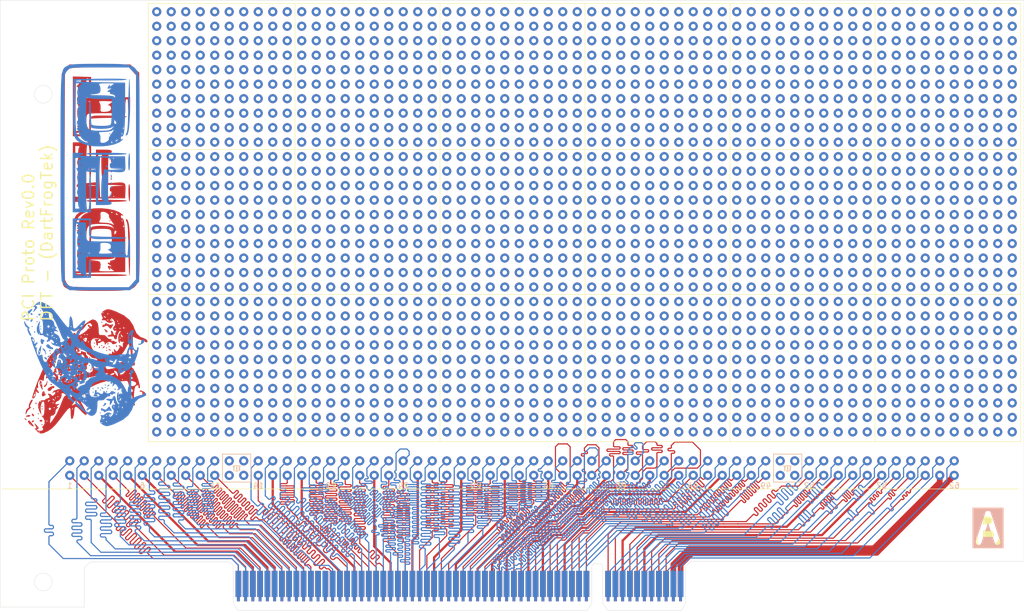
<source format=kicad_pcb>
(kicad_pcb (version 20241229) (generator "pcbnew") (generator_version "9.0")
  (layers (0 "F.Cu" signal) (2 "B.Cu" signal) (13 "F.Paste" user) (15 "B.Paste" user) (5 "F.SilkS" user "F.Silkscreen") (7 "B.SilkS" user "B.Silkscreen") (1 "F.Mask" user) (3 "B.Mask" user) (25 "Edge.Cuts" user))
  (net 0 "")
  (net 9 "Net-(J1-~{INTA#})")
  (net 10 "Net-(J1-AD[05])")
  (net 11 "Net-(J1-~{PRSNT1#})")
  (net 12 "Net-(J1-AD[29])")
  (net 13 "Net-(J1-~{REQ64#})")
  (net 14 "Net-(J1-~{TRDY#})")
  (net 15 "Net-(J1-C{slash}BE#[3])")
  (net 16 "Net-(J1-AD[30])")
  (net 17 "Net-(J1-~{LOCK#})")
  (net 18 "Net-(J1-~{REQ#})")
  (net 19 "Net-(J1-AD[21])")
  (net 20 "Net-(J1-~{STOP#})")
  (net 21 "Net-(J1-RESERVED-PadA9)")
  (net 22 "Net-(J1-AD[01])")
  (net 23 "Net-(J1-AD[12])")
  (net 24 "Net-(J1-AD[02])")
  (net 25 "Net-(J1-RESERVED-PadB14)")
  (net 26 "Net-(J1-AD[25])")
  (net 27 "Net-(J1-AD[11])")
  (net 28 "Net-(J1-~{SERR#})")
  (net 29 "Net-(J1-~{ACK64#})")
  (net 30 "Net-(J1-~{INTB#})")
  (net 31 "Net-(J1-RESERVED-PadA41)")
  (net 32 "Net-(J1-AD[31])")
  (net 33 "Net-(J1-~{C{slash}BE#[2]})")
  (net 34 "Net-(J1-CLK)")
  (net 35 "Net-(J1-AD[00])")
  (net 36 "Net-(J1-3.3VAUX)")
  (net 37 "Net-(J1-VIO-PadB59)")
  (net 38 "Net-(J1-+3.3V-PadA21)")
  (net 39 "Net-(J1-+5V-PadA61)")
  (net 40 "Net-(J1-AD[23])")
  (net 41 "Net-(J1-TDO)")
  (net 42 "Net-(J1-~{GNT#})")
  (net 43 "Net-(J1-AD[24])")
  (net 44 "Net-(J1-AD[27])")
  (net 45 "Net-(J1-AD[17])")
  (net 46 "Net-(J1-AD[09])")
  (net 47 "Net-(J1-AD[19])")
  (net 48 "Net-(J1-AD[13])")
  (net 49 "Net-(J1-~{C{slash}BE#[0]})")
  (net 50 "Net-(J1-AD[04])")
  (net 51 "Net-(J1-VIO-PadA10)")
  (net 52 "Net-(J1-TMS)")
  (net 53 "Net-(J1-~{INTC#})")
  (net 54 "Net-(J1-GND-PadA18)")
  (net 55 "Net-(J1-AD[26])")
  (net 56 "Net-(J1-TCK)")
  (net 57 "Net-(J1-RESERVED-PadB10)")
  (net 58 "Net-(J1-~{PRSNT2#})")
  (net 59 "Net-(J1-VIO-PadA16)")
  (net 60 "Net-(J1-AD[22])")
  (net 61 "Net-(J1-AD[18])")
  (net 62 "Net-(J1-AD[03])")
  (net 63 "Net-(J1-IDSEL)")
  (net 64 "Net-(J1-AD[10])")
  (net 65 "Net-(J1-AD[06])")
  (net 66 "Net-(J1-~{IRDY#})")
  (net 67 "Net-(J1-~{RST#})")
  (net 68 "Net-(J1-AD[14])")
  (net 69 "Net-(J1-AD[28])")
  (net 70 "Net-(J1-AD[16])")
  (net 71 "Net-(J1-TDI)")
  (net 72 "Net-(J1-AD[15])")
  (net 73 "Net-(J1-AD[20])")
  (net 74 "Net-(J1-~{FRAME#})")
  (net 75 "Net-(J1-RESERVED-PadA40)")
  (net 76 "Net-(J1-AD[07])")
  (net 77 "Net-(J1-~{DEVSEL#})")
  (net 78 "Net-(J1-AD[08])")
  (net 79 "Net-(J1-+12V)")
  (net 80 "Net-(J1-VIO-PadB19)")
  (net 81 "Net-(J1-~{C{slash}BE#[1]})")
  (net 82 "Net-(J1-VIO-PadA59)")
  (net 83 "Net-(J1-~{PERR#})")
  (net 84 "Net-(J1-M66EN)")
  (net 85 "Net-(J1-+5V-PadA5)")
  (net 86 "Net-(J1-~{INTD#})")
  (net 87 "Net-(J1-~{TRST#})")
  (net 88 "Net-(J1-RESERVED-PadA11)")
  (net 89 "Net-(J1-PME#)")
  (net 90 "Net-(J1-PAR)")
  (net 91 "Net-(J1--12V)")
  (footprint "Connector_PCBEdge:BUS_PCI" (layer "F.Cu") (at 149.71 143.424365)
    (property "Reference" "J1" (hide yes))
    (property "Value" "Bus_PCI_32bit_Universal")
  )
  (footprint "DFT:ProtoPin_100" (layer "F.Cu") (at 208.44 67.184365)
    (property "Reference" "REF**" (hide yes))
    (property "Value" "ProtoPin_100")
  )
  (footprint "DFT:DFT_Frog_CopperArt" (layer "F.Cu") (at 85.02 104.824365 90)
    (property "Reference" "REF**" (hide yes))
    (property "Value" "DFT_Frog_CopperArt")
  )
  (footprint "DFT:DFT_LOGO_CopperArt" (layer "F.Cu") (at 87.04 70.854365 90)
    (property "Reference" "REF**" (hide yes))
    (property "Value" "DFT_LOGO_CopperArt")
  )
  (footprint "DFT:ProtoPin_PCI_62" (layer "F.Cu") (at 157.64 125.604365)
    (property "Reference" "J2" (hide yes))
    (property "Value" "Bus_PCI_32bit_Universal_Slot")
  )
  (footprint "DFT:ProtoPin_100" (layer "F.Cu") (at 233.84 67.184365)
    (property "Reference" "REF**" (hide yes))
    (property "Value" "ProtoPin_100")
  )
  (footprint "DFT:ProtoPin_100" (layer "F.Cu") (at 183.04 117.984365)
    (property "Reference" "REF**" (hide yes))
    (property "Value" "ProtoPin_100")
  )
  (footprint "DFT:ProtoPin_100" (layer "F.Cu") (at 132.24 117.984365)
    (property "Reference" "REF**" (hide yes))
    (property "Value" "ProtoPin_100")
  )
  (footprint "DFT:ProtoPin_100" (layer "F.Cu") (at 106.84 67.184365)
    (property "Reference" "REF**" (hide yes))
    (property "Value" "ProtoPin_100")
  )
  (footprint "DFT:ProtoPin_100" (layer "F.Cu") (at 157.64 117.984365)
    (property "Reference" "REF**" (hide yes))
    (property "Value" "ProtoPin_100")
  )
  (footprint "DFT:ProtoPin_100" (layer "F.Cu") (at 233.84 117.984365)
    (property "Reference" "REF**" (hide yes))
    (property "Value" "ProtoPin_100")
  )
  (footprint "DFT:ProtoPin_100" (layer "F.Cu") (at 157.64 92.584365)
    (property "Reference" "REF**" (hide yes))
    (property "Value" "ProtoPin_100")
  )
  (footprint "DFT:ProtoPin_100" (layer "F.Cu") (at 183.04 92.584365)
    (property "Reference" "REF**" (hide yes))
    (property "Value" "ProtoPin_100")
  )
  (footprint "DFT:ProtoPin_100" (layer "F.Cu") (at 183.04 67.184365)
    (property "Reference" "REF**" (hide yes))
    (property "Value" "ProtoPin_100")
  )
  (footprint "DFT:ProtoPin_100" (layer "F.Cu") (at 132.24 92.584365)
    (property "Reference" "REF**" (hide yes))
    (property "Value" "ProtoPin_100")
  )
  (footprint "DFT:ProtoPin_100" (layer "F.Cu") (at 106.84 92.584365)
    (property "Reference" "REF**" (hide yes))
    (property "Value" "ProtoPin_100")
  )
  (footprint "DFT:ProtoPin_100" (layer "F.Cu") (at 208.44 92.584365)
    (property "Reference" "REF**" (hide yes))
    (property "Value" "ProtoPin_100")
  )
  (footprint "DFT:ProtoPin_100" (layer "F.Cu") (at 157.64 67.184365)
    (property "Reference" "REF**" (hide yes))
    (property "Value" "ProtoPin_100")
  )
  (footprint "DFT:ProtoPin_100" (layer "F.Cu") (at 132.24 67.184365)
    (property "Reference" "REF**" (hide yes))
    (property "Value" "ProtoPin_100")
  )
  (footprint "DFT:ProtoPin_100" (layer "F.Cu") (at 233.84 92.584365)
    (property "Reference" "REF**" (hide yes))
    (property "Value" "ProtoPin_100")
  )
  (footprint "DFT:ProtoPin_100" (layer "F.Cu") (at 208.44 117.984365)
    (property "Reference" "REF**" (hide yes))
    (property "Value" "ProtoPin_100")
  )
  (footprint "DFT:ProtoPin_100" (layer "F.Cu") (at 106.84 117.984365)
    (property "Reference" "REF**" (hide yes))
    (property "Value" "ProtoPin_100")
  )
  (footprint "DFT:DFT_LOGO_CopperArt" (layer "B.Cu") (at 87.017598 70.772988 -90)
    (property "Reference" "REF**" (hide yes))
    (property "Value" "DFT_LOGO_CopperArt")
  )
  (footprint "DFT:DFT_Frog_CopperArt" (layer "B.Cu") (at 84.78428 103.546303 -90)
    (property "Reference" "REF**" (hide yes))
    (property "Value" "DFT_Frog_CopperArt")
  )
  (gr_line (start 209.675 124.244366) (end 209.675 119.344364) (stroke (width 0.1)) (layer "F.SilkS"))
  (gr_line (start 95.2 40.344365) (end 248 40.344365) (stroke (width 0.1)) (layer "F.SilkS"))
  (gr_line (start 197.1 117.144365) (end 197.1 40.444365) (stroke (width 0.1)) (layer "F.SilkS"))
  (gr_line (start 204.725 119.344366) (end 209.675 119.344364) (stroke (width 0.1)) (layer "F.SilkS"))
  (gr_line (start 108.2 119.344365) (end 113.15 119.344363) (stroke (width 0.1)) (layer "F.SilkS"))
  (gr_line (start 95.2 65.944365) (end 248 65.944365) (stroke (width 0.1)) (layer "F.SilkS"))
  (gr_line (start 108.25 124.244365) (end 113.15 124.244365) (stroke (width 0.1)) (layer "F.SilkS"))
  (gr_line (start 247.6 125.444365) (end 69.6 125.444365) (stroke (width 0.1)) (layer "F.SilkS"))
  (gr_line (start 95.2 91.344365) (end 248 91.344365) (stroke (width 0.1)) (layer "F.SilkS"))
  (gr_line (start 222.5 117.144365) (end 222.5 40.344365) (stroke (width 0.1)) (layer "F.SilkS"))
  (gr_line (start 248 117.148208) (end 248 40.348208) (stroke (width 0.1)) (layer "F.SilkS"))
  (gr_line (start 113.15 124.244365) (end 113.15 119.344363) (stroke (width 0.1)) (layer "F.SilkS"))
  (gr_line (start 171.7 116.744365) (end 171.7 40.444365) (stroke (width 0.1)) (layer "F.SilkS"))
  (gr_line (start 95.2 117.148208) (end 248 117.148208) (stroke (width 0.1)) (layer "F.SilkS"))
  (gr_line (start 146.3 117.144365) (end 146.3 40.444365) (stroke (width 0.1)) (layer "F.SilkS"))
  (gr_line (start 108.2 124.244367) (end 108.2 119.344365) (stroke (width 0.1)) (layer "F.SilkS"))
  (gr_line (start 204.725 124.244368) (end 204.725 119.344366) (stroke (width 0.1)) (layer "F.SilkS"))
  (gr_line (start 120.9 117.144365) (end 120.9 40.444365) (stroke (width 0.1)) (layer "F.SilkS"))
  (gr_line (start 204.775 124.244366) (end 209.675 124.244366) (stroke (width 0.1)) (layer "F.SilkS"))
  (gr_line (start 95.2 117.148208) (end 95.2 40.344365) (stroke (width 0.1)) (layer "F.SilkS"))
  (gr_line (start 209.675 119.344366) (end 204.725 119.344364) (stroke (width 0.1)) (layer "B.SilkS"))
  (gr_line (start 209.675 124.244368) (end 209.675 119.344366) (stroke (width 0.1)) (layer "B.SilkS"))
  (gr_line (start 204.725 124.244366) (end 204.725 119.344364) (stroke (width 0.1)) (layer "B.SilkS"))
  (gr_line (start 113.1 124.244365) (end 108.2 124.244365) (stroke (width 0.1)) (layer "B.SilkS"))
  (gr_line (start 113.15 124.244367) (end 113.15 119.344365) (stroke (width 0.1)) (layer "B.SilkS"))
  (gr_line (start 108.2 124.244365) (end 108.2 119.344363) (stroke (width 0.1)) (layer "B.SilkS"))
  (gr_line (start 209.625 124.244366) (end 204.725 124.244366) (stroke (width 0.1)) (layer "B.SilkS"))
  (gr_line (start 113.15 119.344365) (end 108.2 119.344363) (stroke (width 0.1)) (layer "B.SilkS"))
  (gr_line (start 84 146.144365) (end 84 139.25) (stroke (width 0.05)) (layer "Edge.Cuts"))
  (gr_line (start 84 139.25) (end 85 138.25) (stroke (width 0.05)) (layer "Edge.Cuts"))
  (gr_line (start 190.25 138.15) (end 248.6 138.15) (stroke (width 0.05)) (layer "Edge.Cuts"))
  (gr_line (start 174.435 138.535) (end 173.265 138.535) (stroke (width 0.05)) (layer "Edge.Cuts"))
  (gr_line (start 189.3 139.1) (end 190.25 138.15) (stroke (width 0.05)) (layer "Edge.Cuts"))
  (gr_line (start 172.9 145.444365) (end 172.1 146.7) (stroke (width 0.05)) (layer "Edge.Cuts"))
  (gr_line (start 188.6 146.7) (end 175.6 146.7) (stroke (width 0.05)) (layer "Edge.Cuts"))
  (gr_line (start 69.25 146.144365) (end 69.25 39.75) (stroke (width 0.05)) (layer "Edge.Cuts"))
  (gr_line (start 69.25 39.75) (end 248.6 39.75) (stroke (width 0.05)) (layer "Edge.Cuts"))
  (gr_line (start 110.1 145.444365) (end 110.1 138.8) (stroke (width 0.05)) (layer "Edge.Cuts"))
  (gr_line (start 174.8 145.444365) (end 175.6 146.7) (stroke (width 0.05)) (layer "Edge.Cuts"))
  (gr_line (start 174.8 138.9) (end 174.435 138.535) (stroke (width 0.05)) (layer "Edge.Cuts"))
  (gr_line (start 174.8 145.444365) (end 174.8 138.9) (stroke (width 0.05)) (layer "Edge.Cuts"))
  (gr_circle (center 76.8 56.244365) (end 77.9 57.344365) (stroke (width 0.05)) (fill no) (layer "Edge.Cuts"))
  (gr_line (start 85 138.25) (end 109.5 138.25) (stroke (width 0.05)) (layer "Edge.Cuts"))
  (gr_line (start 172.9 138.9) (end 172.9 145.444365) (stroke (width 0.05)) (layer "Edge.Cuts"))
  (gr_line (start 110.1 145.444365) (end 110.85 146.7) (stroke (width 0.05)) (layer "Edge.Cuts"))
  (gr_circle (center 76.8 141.744365) (end 77.9 142.844365) (stroke (width 0.05)) (fill no) (layer "Edge.Cuts"))
  (gr_line (start 109.5 138.25) (end 110.1 138.8) (stroke (width 0.05)) (layer "Edge.Cuts"))
  (gr_line (start 189.3 145.444365) (end 188.6 146.7) (stroke (width 0.05)) (layer "Edge.Cuts"))
  (gr_line (start 69.25 146.144365) (end 84 146.144365) (stroke (width 0.05)) (layer "Edge.Cuts"))
  (gr_line (start 172.9 138.9) (end 173.265 138.535) (stroke (width 0.05)) (layer "Edge.Cuts"))
  (gr_line (start 248.6 39.75) (end 248.6 138.15) (stroke (width 0.05)) (layer "Edge.Cuts"))
  (gr_line (start 189.3 145.444365) (end 189.3 139.1) (stroke (width 0.05)) (layer "Edge.Cuts"))
  (gr_line (start 172.1 146.7) (end 110.85 146.7) (stroke (width 0.05)) (layer "Edge.Cuts"))
  (gr_text "52" (at 210 125.444365 0) (layer "F.SilkS") (effects (font (size 1 1) (thickness 0.1)) (justify left bottom)))
  (gr_text "62" (at 235.4 125.444365 0) (layer "F.SilkS") (effects (font (size 1 1) (thickness 0.1)) (justify left bottom)))
  (gr_text " KEY" (at 109.6 122.444365 0) (layer "F.SilkS") (effects (font (size 1 0.5) (thickness 0.1)) (justify left bottom)))
  (gr_text " KEY" (at 206.1 122.444365 0) (layer "F.SilkS") (effects (font (size 1 0.5) (thickness 0.1)) (justify left bottom)))
  (gr_text "PCI Proto Rev0.0\nDFT - (DartFrogTek)" (at 78.6 96.244365 90) (layer "F.SilkS") (effects (font (size 2 2) (thickness 0.25) (bold yes)) (justify left bottom)))
  (gr_text "44" (at 189.6 125.444365 0) (layer "F.SilkS") (effects (font (size 1 1) (thickness 0.1)) (justify left bottom)))
  (gr_text "57" (at 222.7 125.444365 0) (layer "F.SilkS") (effects (font (size 1 1) (thickness 0.1)) (justify left bottom)))
  (gr_text "19" (at 126.2 125.444365 0) (layer "F.SilkS") (effects (font (size 1 1) (thickness 0.1)) (justify left bottom)))
  (gr_text "1" (at 80.9 125.444365 0) (layer "F.SilkS") (effects (font (size 1 1) (thickness 0.1)) (justify left bottom)))
  (gr_text "49" (at 202.3 125.444365 0) (layer "F.SilkS") (effects (font (size 1 1) (thickness 0.1)) (justify left bottom)))
  (gr_text "24" (at 138.9 125.444365 0) (layer "F.SilkS") (effects (font (size 1 1) (thickness 0.1)) (justify left bottom)))
  (gr_text "34" (at 164.3 125.444365 0) (layer "F.SilkS") (effects (font (size 1 1) (thickness 0.1)) (justify left bottom)))
  (gr_text "39" (at 177 125.444365 0) (layer "F.SilkS") (effects (font (size 1 1) (thickness 0.1)) (justify left bottom)))
  (gr_text "6" (at 93.7 125.444365 0) (layer "F.SilkS") (effects (font (size 1 1) (thickness 0.1)) (justify left bottom)))
  (gr_text "29" (at 151.6 125.444365 0) (layer "F.SilkS") (effects (font (size 1 1) (thickness 0.1)) (justify left bottom)))
  (gr_text "14" (at 113.4 125.444365 0) (layer "F.SilkS") (effects (font (size 1 1) (thickness 0.1)) (justify left bottom)))
  (gr_text "11" (at 106 125.444365 0) (layer "F.SilkS") (effects (font (size 1 1) (thickness 0.1)) (justify left bottom)))
  (gr_text "B" (at 239.1 135.444365 0) (layer "F.SilkS" knockout) (effects (font (size 5 5) (thickness 1) (bold yes)) (justify left bottom)))
  (gr_text "49" (at 204.4 125.444365 0) (layer "B.SilkS") (effects (font (size 1 1) (thickness 0.1)) (justify left bottom mirror)))
  (gr_text "29" (at 153.6 125.444365 0) (layer "B.SilkS") (effects (font (size 1 1) (thickness 0.1)) (justify left bottom mirror)))
  (gr_text " KEY" (at 208.3 122.444365 -0) (layer "B.SilkS") (effects (font (size 1 0.5) (thickness 0.1)) (justify left bottom mirror)))
  (gr_text "19" (at 128.2 125.444365 0) (layer "B.SilkS") (effects (font (size 1 1) (thickness 0.1)) (justify left bottom mirror)))
  (gr_text "A" (at 245.1 135.444365 0) (layer "B.SilkS" knockout) (effects (font (size 5 5) (thickness 1) (bold yes)) (justify left bottom mirror)))
  (gr_text "11" (at 107.8 125.444365 0) (layer "B.SilkS") (effects (font (size 1 1) (thickness 0.1)) (justify left bottom mirror)))
  (gr_text "24" (at 140.9 125.444365 0) (layer "B.SilkS") (effects (font (size 1 1) (thickness 0.1)) (justify left bottom mirror)))
  (gr_text "57" (at 224.7 125.444365 0) (layer "B.SilkS") (effects (font (size 1 1) (thickness 0.1)) (justify left bottom mirror)))
  (gr_text "14" (at 115.5 125.444365 0) (layer "B.SilkS") (effects (font (size 1 1) (thickness 0.1)) (justify left bottom mirror)))
  (gr_text "1" (at 82 125.444365 0) (layer "B.SilkS") (effects (font (size 1 1) (thickness 0.1)) (justify left bottom mirror)))
  (gr_text "34" (at 166.3 125.444365 0) (layer "B.SilkS") (effects (font (size 1 1) (thickness 0.1)) (justify left bottom mirror)))
  (gr_text "62" (at 237.4 125.444365 0) (layer "B.SilkS") (effects (font (size 1 1) (thickness 0.1)) (justify left bottom mirror)))
  (gr_text "39" (at 178.9 125.444365 -0) (layer "B.SilkS") (effects (font (size 1 1) (thickness 0.1)) (justify left bottom mirror)))
  (gr_text "6" (at 94.7 125.444365 0) (layer "B.SilkS") (effects (font (size 1 1) (thickness 0.1)) (justify left bottom mirror)))
  (gr_text "52" (at 212 125.444365 0) (layer "B.SilkS") (effects (font (size 1 1) (thickness 0.1)) (justify left bottom mirror)))
  (gr_text " KEY" (at 111.8 122.444365 -0) (layer "B.SilkS") (effects (font (size 1 0.5) (thickness 0.1)) (justify left bottom mirror)))
  (gr_text "44" (at 191.6 125.444365 0) (layer "B.SilkS") (effects (font (size 1 1) (thickness 0.1)) (justify left bottom mirror)))
  (segment (start 91.930457 128.083255) (end 91.930457 127.963255) (width 0.2) (layer "B.Cu") (net 9))
  (segment (start 92.9 130.123255) (end 93.629543 130.123255) (width 0.2) (layer "B.Cu") (net 9))
  (segment (start 93.629543 128.323255) (end 92.9 128.323255) (width 0.2) (layer "B.Cu") (net 9))
  (segment (start 92.9 130.723255) (end 92.170469 130.723255) (width 0.2) (layer "B.Cu") (net 9))
  (segment (start 92.170469 130.123255) (end 92.9 130.123255) (width 0.2) (layer "B.Cu") (net 9))
  (segment (start 92.9 126.763255) (end 92.9 125.375604) (width 0.2) (layer "B.Cu") (net 9))
  (segment (start 117.33 139.609365) (end 112.265 134.544365) (width 0.2) (layer "B.Cu") (net 9))
  (segment (start 91.930457 129.283255) (end 91.930457 129.163255) (width 0.2) (layer "B.Cu") (net 9))
  (segment (start 93.869543 127.483255) (end 93.869543 127.363255) (width 0.2) (layer "B.Cu") (net 9))
  (segment (start 93.869543 129.883255) (end 93.869543 129.763255) (width 0.2) (layer "B.Cu") (net 9))
  (segment (start 93.869531 132.283255) (end 93.869531 132.163255) (width 0.2) (layer "B.Cu") (net 9))
  (segment (start 92.170457 127.723255) (end 92.9 127.723255) (width 0.2) (layer "B.Cu") (net 9))
  (segment (start 92.9 132.944365) (end 92.9 132.763255) (width 0.2) (layer "B.Cu") (net 9))
  (segment (start 94.5 134.544365) (end 92.9 132.944365) (width 0.2) (layer "B.Cu") (net 9))
  (segment (start 92.170457 128.923255) (end 92.9 128.923255) (width 0.2) (layer "B.Cu") (net 9))
  (segment (start 92.9 128.323255) (end 92.170457 128.323255) (width 0.2) (layer "B.Cu") (net 9))
  (segment (start 92.9 131.923255) (end 92.170469 131.923255) (width 0.2) (layer "B.Cu") (net 9))
  (segment (start 93.14 132.523255) (end 93.629531 132.523255) (width 0.2) (layer "B.Cu") (net 9))
  (segment (start 93.869531 131.083255) (end 93.869531 130.963255) (width 0.2) (layer "B.Cu") (net 9))
  (segment (start 92.9 128.923255) (end 93.629543 128.923255) (width 0.2) (layer "B.Cu") (net 9))
  (segment (start 92.9 121.764365) (end 94.14 120.524365) (width 0.2) (layer "B.Cu") (net 9))
  (segment (start 93.14 127.723255) (end 93.629543 127.723255) (width 0.2) (layer "B.Cu") (net 9))
  (segment (start 91.930469 130.483255) (end 91.930469 130.363255) (width 0.2) (layer "B.Cu") (net 9))
  (segment (start 92.9 127.723255) (end 93.14 127.723255) (width 0.2) (layer "B.Cu") (net 9))
  (segment (start 93.629543 129.523255) (end 92.9 129.523255) (width 0.2) (layer "B.Cu") (net 9))
  (segment (start 93.629543 127.123255) (end 93.14 127.123255) (width 0.2) (layer "B.Cu") (net 9))
  (segment (start 92.9 126.883255) (end 92.9 126.763255) (width 0.2) (layer "B.Cu") (net 9))
  (segment (start 92.9 129.523255) (end 92.170457 129.523255) (width 0.2) (layer "B.Cu") (net 9))
  (segment (start 92.170469 131.323255) (end 92.9 131.323255) (width 0.2) (layer "B.Cu") (net 9))
  (segment (start 93.869543 128.683255) (end 93.869543 128.563255) (width 0.2) (layer "B.Cu") (net 9))
  (segment (start 92.9 131.323255) (end 93.629531 131.323255) (width 0.2) (layer "B.Cu") (net 9))
  (segment (start 91.930469 131.683255) (end 91.930469 131.563255) (width 0.2) (layer "B.Cu") (net 9))
  (segment (start 93.629531 131.923255) (end 93.14 131.923255) (width 0.2) (layer "B.Cu") (net 9))
  (segment (start 92.9 125.375604) (end 92.9 121.764365) (width 0.2) (layer "B.Cu") (net 9))
  (segment (start 117.33 142.094365) (end 117.33 139.609365) (width 0.2) (layer "B.Cu") (net 9))
  (segment (start 93.14 131.923255) (end 92.9 131.923255) (width 0.2) (layer "B.Cu") (net 9))
  (segment (start 112.265 134.544365) (end 94.5 134.544365) (width 0.2) (layer "B.Cu") (net 9))
  (segment (start 93.629531 130.723255) (end 92.9 130.723255) (width 0.2) (layer "B.Cu") (net 9))
  (arc (start 92.170457 129.523255) (mid 92.000751 129.452961) (end 91.930457 129.283255) (width 0.2) (layer "B.Cu") (net 9))
  (arc (start 92.170469 131.923255) (mid 92.000763 131.852961) (end 91.930469 131.683255) (width 0.2) (layer "B.Cu") (net 9))
  (arc (start 93.629543 127.723255) (mid 93.799249 127.652961) (end 93.869543 127.483255) (width 0.2) (layer "B.Cu") (net 9))
  (arc (start 93.869543 129.763255) (mid 93.799249 129.593549) (end 93.629543 129.523255) (width 0.2) (layer "B.Cu") (net 9))
  (arc (start 92.170469 130.723255) (mid 92.000763 130.652961) (end 91.930469 130.483255) (width 0.2) (layer "B.Cu") (net 9))
  (arc (start 93.629531 131.323255) (mid 93.799237 131.252961) (end 93.869531 131.083255) (width 0.2) (layer "B.Cu") (net 9))
  (arc (start 91.930469 131.563255) (mid 92.000763 131.393549) (end 92.170469 131.323255) (width 0.2) (layer "B.Cu") (net 9))
  (arc (start 93.629543 130.123255) (mid 93.799249 130.052961) (end 93.869543 129.883255) (width 0.2) (layer "B.Cu") (net 9))
  (arc (start 91.930469 130.363255) (mid 92.000763 130.193549) (end 92.170469 130.123255) (width 0.2) (layer "B.Cu") (net 9))
  (arc (start 91.930457 129.163255) (mid 92.000751 128.993549) (end 92.170457 128.923255) (width 0.2) (layer "B.Cu") (net 9))
  (arc (start 93.629543 128.923255) (mid 93.799249 128.852961) (end 93.869543 128.683255) (width 0.2) (layer "B.Cu") (net 9))
  (arc (start 93.869531 132.163255) (mid 93.799237 131.993549) (end 93.629531 131.923255) (width 0.2) (layer "B.Cu") (net 9))
  (arc (start 91.930457 127.963255) (mid 92.000751 127.793549) (end 92.170457 127.723255) (width 0.2) (layer "B.Cu") (net 9))
  (arc (start 93.869543 128.563255) (mid 93.799249 128.393549) (end 93.629543 128.323255) (width 0.2) (layer "B.Cu") (net 9))
  (arc (start 93.629531 132.523255) (mid 93.799237 132.452961) (end 93.869531 132.283255) (width 0.2) (layer "B.Cu") (net 9))
  (arc (start 93.869531 130.963255) (mid 93.799237 130.793549) (end 93.629531 130.723255) (width 0.2) (layer "B.Cu") (net 9))
  (arc (start 92.9 132.763255) (mid 92.970294 132.593549) (end 93.14 132.523255) (width 0.2) (layer "B.Cu") (net 9))
  (arc (start 93.14 127.123255) (mid 92.970294 127.052961) (end 92.9 126.883255) (width 0.2) (layer "B.Cu") (net 9))
  (arc (start 93.869543 127.363255) (mid 93.799249 127.193549) (end 93.629543 127.123255) (width 0.2) (layer "B.Cu") (net 9))
  (arc (start 92.170457 128.323255) (mid 92.000751 128.252961) (end 91.930457 128.083255) (width 0.2) (layer "B.Cu") (net 9))
  (segment (start 214.594823 127.798892) (end 214.651391 127.742323) (width 0.2) (layer "F.Cu") (net 10))
  (segment (start 214.117013 127.547356) (end 214.117011 127.547354) (width 0.2) (layer "F.Cu") (net 10))
  (segment (start 214.148352 126.786735) (end 214.204923 126.730165) (width 0.2) (layer "F.Cu") (net 10))
  (segment (start 213.834167 127.830198) (end 213.582658 127.578689) (width 0.2) (layer "F.Cu") (net 10))
  (segment (start 213.582658 127.352415) (end 213.639229 127.295845) (width 0.2) (layer "F.Cu") (net 10))
  (segment (start 179.56 135.159365) (end 182.125 132.594365) (width 0.2) (layer "F.Cu") (net 10))
  (segment (start 213.865503 127.295846) (end 214.117013 127.547356) (width 0.2) (layer "F.Cu") (net 10))
  (segment (start 215.217056 126.95034) (end 214.965539 126.698823) (width 0.2) (layer "F.Cu") (net 10))
  (segment (start 214.996855 126.16445) (end 215.13525 126.302845) (width 0.2) (layer "F.Cu") (net 10))
  (segment (start 214.399852 127.26451) (end 214.399854 127.264511) (width 0.2) (layer "F.Cu") (net 10))
  (segment (start 182.125 132.594365) (end 209.07 132.594365) (width 0.2) (layer "F.Cu") (net 10))
  (segment (start 213.834165 127.830197) (end 213.834167 127.830198) (width 0.2) (layer "F.Cu") (net 10))
  (segment (start 215.418092 126.246274) (end 216.9 124.764365) (width 0.2) (layer "F.Cu") (net 10))
  (segment (start 213.098774 128.791865) (end 213.237168 128.930259) (width 0.2) (layer "F.Cu") (net 10))
  (segment (start 214.029129 128.364572) (end 214.085697 128.308003) (width 0.2) (layer "F.Cu") (net 10))
  (segment (start 213.551326 128.113043) (end 213.551324 128.113041) (width 0.2) (layer "F.Cu") (net 10))
  (segment (start 214.117011 127.547354) (end 214.368549 127.798892) (width 0.2) (layer "F.Cu") (net 10))
  (segment (start 213.26848 128.395885) (end 213.016919 128.144324) (width 0.2) (layer "F.Cu") (net 10))
  (segment (start 216.9 124.764365) (end 218.6 123.064365) (width 0.2) (layer "F.Cu") (net 10))
  (segment (start 215.361524 126.302845) (end 215.418092 126.246274) (width 0.2) (layer "F.Cu") (net 10))
  (segment (start 214.682698 126.981667) (end 214.934214 127.233183) (width 0.2) (layer "F.Cu") (net 10))
  (segment (start 209.07 132.594365) (end 212.8725 128.791865) (width 0.2) (layer "F.Cu") (net 10))
  (segment (start 213.299764 127.861481) (end 213.551326 128.113043) (width 0.2) (layer "F.Cu") (net 10))
  (segment (start 214.431197 126.730166) (end 214.6827 126.981669) (width 0.2) (layer "F.Cu") (net 10))
  (segment (start 214.6827 126.981669) (end 214.682698 126.981667) (width 0.2) (layer "F.Cu") (net 10))
  (segment (start 214.085697 128.081729) (end 213.834165 127.830197) (width 0.2) (layer "F.Cu") (net 10))
  (segment (start 214.852404 126.585687) (end 214.71401 126.447293) (width 0.2) (layer "F.Cu") (net 10))
  (segment (start 214.651391 127.516049) (end 214.399852 127.26451) (width 0.2) (layer "F.Cu") (net 10))
  (segment (start 213.551324 128.113041) (end 213.802855 128.364572) (width 0.2) (layer "F.Cu") (net 10))
  (segment (start 214.965539 126.698823) (end 214.965541 126.698824) (width 0.2) (layer "F.Cu") (net 10))
  (segment (start 214.399854 127.264511) (end 214.148352 127.013009) (width 0.2) (layer "F.Cu") (net 10))
  (segment (start 213.381615 128.509021) (end 213.268478 128.395884) (width 0.2) (layer "F.Cu") (net 10))
  (segment (start 213.016919 127.91805) (end 213.07349 127.86148) (width 0.2) (layer "F.Cu") (net 10))
  (segment (start 215.160488 127.233183) (end 215.217056 127.176614) (width 0.2) (layer "F.Cu") (net 10))
  (segment (start 213.463442 128.930259) (end 213.52001 128.87369) (width 0.2) (layer "F.Cu") (net 10))
  (segment (start 213.268478 128.395884) (end 213.26848 128.395885) (width 0.2) (layer "F.Cu") (net 10))
  (segment (start 213.52001 128.647416) (end 213.381615 128.509021) (width 0.2) (layer "F.Cu") (net 10))
  (segment (start 179.56 142.094365) (end 179.56 135.159365) (width 0.2) (layer "F.Cu") (net 10))
  (segment (start 214.965541 126.698824) (end 214.852404 126.585687) (width 0.2) (layer "F.Cu") (net 10))
  (segment (start 214.71401 126.221019) (end 214.770581 126.164449) (width 0.2) (layer "F.Cu") (net 10))
  (arc (start 214.148352 127.013009) (mid 214.101489 126.899872) (end 214.148352 126.786735) (width 0.2) (layer "F.Cu") (net 10))
  (arc (start 213.016919 128.144324) (mid 212.970056 128.031187) (end 213.016919 127.91805) (width 0.2) (layer "F.Cu") (net 10))
  (arc (start 214.085697 128.308003) (mid 214.13256 128.194866) (end 214.085697 128.081729) (width 0.2) (layer "F.Cu") (net 10))
  (arc (start 214.368549 127.798892) (mid 214.481686 127.845755) (end 214.594823 127.798892) (width 0.2) (layer "F.Cu") (net 10))
  (arc (start 215.217056 127.176614) (mid 215.263919 127.063477) (end 215.217056 126.95034) (width 0.2) (layer "F.Cu") (net 10))
  (arc (start 213.52001 128.87369) (mid 213.566873 128.760553) (end 213.52001 128.647416) (width 0.2) (layer "F.Cu") (net 10))
  (arc (start 214.71401 126.447293) (mid 214.667147 126.334156) (end 214.71401 126.221019) (width 0.2) (layer "F.Cu") (net 10))
  (arc (start 213.07349 127.86148) (mid 213.186627 127.814618) (end 213.299764 127.861481) (width 0.2) (layer "F.Cu") (net 10))
  (arc (start 214.204923 126.730165) (mid 214.31806 126.683303) (end 214.431197 126.730166) (width 0.2) (layer "F.Cu") (net 10))
  (arc (start 213.237168 128.930259) (mid 213.350305 128.977122) (end 213.463442 128.930259) (width 0.2) (layer "F.Cu") (net 10))
  (arc (start 215.13525 126.302845) (mid 215.248387 126.349708) (end 215.361524 126.302845) (width 0.2) (layer "F.Cu") (net 10))
  (arc (start 213.582658 127.578689) (mid 213.535795 127.465552) (end 213.582658 127.352415) (width 0.2) (layer "F.Cu") (net 10))
  (arc (start 213.802855 128.364572) (mid 213.915992 128.411435) (end 214.029129 128.364572) (width 0.2) (layer "F.Cu") (net 10))
  (arc (start 213.639229 127.295845) (mid 213.752366 127.248983) (end 213.865503 127.295846) (width 0.2) (layer "F.Cu") (net 10))
  (arc (start 214.651391 127.742323) (mid 214.698254 127.629186) (end 214.651391 127.516049) (width 0.2) (layer "F.Cu") (net 10))
  (arc (start 212.8725 128.791865) (mid 212.985637 128.745002) (end 213.098774 128.791865) (width 0.2) (layer "F.Cu") (net 10))
  (arc (start 214.770581 126.164449) (mid 214.883718 126.117587) (end 214.996855 126.16445) (width 0.2) (layer "F.Cu") (net 10))
  (arc (start 214.934214 127.233183) (mid 215.047351 127.280046) (end 215.160488 127.233183) (width 0.2) (layer "F.Cu") (net 10))
  (segment (start 109.46379 130.325857) (end 109.24264 130.547006) (width 0.2) (layer "F.Cu") (net 11))
  (segment (start 107.828422 129.132787) (end 108.049545 128.911663) (width 0.2) (layer "F.Cu") (net 11))
  (segment (start 106.131356 127.43572) (end 106.131358 127.435723) (width 0.2) (layer "F.Cu") (net 11))
  (segment (start 109.525484 130.829848) (end 109.525486 130.829851) (width 0.2) (layer "F.Cu") (net 11))
  (segment (start 109.525486 130.829851) (end 109.746635 130.608701) (width 0.2) (layer "F.Cu") (net 11))
  (segment (start 106.780013 129.389231) (end 106.723443 129.332661) (width 0.2) (layer "F.Cu") (net 11))
  (segment (start 105.556654 128.010425) (end 106.131356 127.43572) (width 0.2) (layer "F.Cu") (net 11))
  (segment (start 107.262734 128.567099) (end 107.695989 128.133843) (width 0.2) (layer "F.Cu") (net 11))
  (segment (start 110.807284 131.584531) (end 110.750713 131.52796) (width 0.2) (layer "F.Cu") (net 11))
  (segment (start 110.374018 131.678383) (end 109.799305 132.253093) (width 0.2) (layer "F.Cu") (net 11))
  (segment (start 109.958746 130.962277) (end 109.808328 131.112694) (width 0.2) (layer "F.Cu") (net 11))
  (segment (start 108.827374 129.830897) (end 108.676952 129.981318) (width 0.2) (layer "F.Cu") (net 11))
  (segment (start 105.282826 126.587191) (end 105.061701 126.808313) (width 0.2) (layer "F.Cu") (net 11))
  (segment (start 108.544549 129.321761) (end 108.487979 129.265191) (width 0.2) (layer "F.Cu") (net 11))
  (segment (start 108.959798 130.264163) (end 109.110219 130.113741) (width 0.2) (layer "F.Cu") (net 11))
  (segment (start 104.99998 126.304344) (end 104.999982 126.304347) (width 0.2) (layer "F.Cu") (net 11))
  (segment (start 107.876006 130.55599) (end 107.819436 130.49942) (width 0.2) (layer "F.Cu") (net 11))
  (segment (start 105.291823 125.446817) (end 104.830274 125.908365) (width 0.2) (layer "F.Cu") (net 11))
  (segment (start 107.545578 128.849943) (end 107.006287 129.389231) (width 0.2) (layer "F.Cu") (net 11))
  (segment (start 114.54 132.584365) (end 111.28 132.584365) (width 0.2) (layer "F.Cu") (net 11))
  (segment (start 105.188957 127.586159) (end 105.132387 127.529589) (width 0.2) (layer "F.Cu") (net 11))
  (segment (start 106.697044 128.001408) (end 106.697046 128.001411) (width 0.2) (layer "F.Cu") (net 11))
  (segment (start 106.423216 126.578175) (end 105.848512 127.152878) (width 0.2) (layer "F.Cu") (net 11))
  (segment (start 121.14 142.094365) (end 121.14 139.184365) (width 0.2) (layer "F.Cu") (net 11))
  (segment (start 110.524439 131.52796) (end 110.487154 131.565244) (width 0.2) (layer "F.Cu") (net 11))
  (segment (start 109.24264 130.547006) (end 109.242642 130.547007) (width 0.2) (layer "F.Cu") (net 11))
  (segment (start 111.28 132.584365) (end 110.77 132.074365) (width 0.2) (layer "F.Cu") (net 11))
  (segment (start 106.97989 128.284255) (end 106.405185 128.858957) (width 0.2) (layer "F.Cu") (net 11))
  (segment (start 108.420476 130.803483) (end 108.959796 130.26416) (width 0.2) (layer "F.Cu") (net 11))
  (segment (start 108.477045 131.086327) (end 108.420475 131.029757) (width 0.2) (layer "F.Cu") (net 11))
  (segment (start 104.408804 125.713169) (end 101.76 123.064365) (width 0.2) (layer "F.Cu") (net 11))
  (segment (start 109.007382 131.687366) (end 108.950812 131.630796) (width 0.2) (layer "F.Cu") (net 11))
  (segment (start 107.413144 127.850999) (end 106.979888 128.284254) (width 0.2) (layer "F.Cu") (net 11))
  (segment (start 106.723444 129.106387) (end 107.262732 128.567096) (width 0.2) (layer "F.Cu") (net 11))
  (segment (start 109.110219 129.887467) (end 109.053649 129.830897) (width 0.2) (layer "F.Cu") (net 11))
  (segment (start 105.613223 128.293269) (end 105.556653 128.236699) (width 0.2) (layer "F.Cu") (net 11))
  (segment (start 106.178911 128.858957) (end 106.122341 128.802387) (width 0.2) (layer "F.Cu") (net 11))
  (segment (start 121.14 139.184365) (end 114.54 132.584365) (width 0.2) (layer "F.Cu") (net 11))
  (segment (start 109.808328 131.112694) (end 109.80833 131.112695) (width 0.2) (layer "F.Cu") (net 11))
  (segment (start 106.131358 127.435723) (end 106.706061 126.861019) (width 0.2) (layer "F.Cu") (net 11))
  (segment (start 110.77 131.84809) (end 110.807284 131.810805) (width 0.2) (layer "F.Cu") (net 11))
  (segment (start 108.261704 129.265191) (end 108.111264 129.41563) (width 0.2) (layer "F.Cu") (net 11))
  (segment (start 105.132388 127.303315) (end 105.565668 126.870032) (width 0.2) (layer "F.Cu") (net 11))
  (segment (start 109.746635 130.382427) (end 109.690065 130.325857) (width 0.2) (layer "F.Cu") (net 11))
  (segment (start 107.310309 129.990311) (end 107.253739 129.933741) (width 0.2) (layer "F.Cu") (net 11))
  (segment (start 107.819437 130.273146) (end 108.394108 129.698472) (width 0.2) (layer "F.Cu") (net 11))
  (segment (start 105.85751 126.012505) (end 105.282824 126.58719) (width 0.2) (layer "F.Cu") (net 11))
  (segment (start 107.25374 129.707467) (end 107.82842 129.132784) (width 0.2) (layer "F.Cu") (net 11))
  (segment (start 108.111264 129.41563) (end 108.111266 129.415631) (width 0.2) (layer "F.Cu") (net 11))
  (segment (start 108.049545 128.685389) (end 107.992975 128.628819) (width 0.2) (layer "F.Cu") (net 11))
  (segment (start 106.414202 127.718567) (end 105.839497 128.293269) (width 0.2) (layer "F.Cu") (net 11))
  (segment (start 108.39411 129.698475) (end 108.544549 129.548035) (width 0.2) (layer "F.Cu") (net 11))
  (segment (start 110.487154 131.565244) (end 110.374017 131.678381) (width 0.2) (layer "F.Cu") (net 11))
  (segment (start 106.122342 128.576113) (end 106.697044 128.001408) (width 0.2) (layer "F.Cu") (net 11))
  (segment (start 108.950813 131.404522) (end 109.525484 130.829848) (width 0.2) (layer "F.Cu") (net 11))
  (segment (start 105.56567 126.870035) (end 106.140355 126.295349) (width 0.2) (layer "F.Cu") (net 11))
  (segment (start 105.848514 127.152879) (end 105.415231 127.586159) (width 0.2) (layer "F.Cu") (net 11))
  (segment (start 109.242642 130.547007) (end 108.703319 131.086327) (width 0.2) (layer "F.Cu") (net 11))
  (segment (start 108.111266 129.415631) (end 107.536583 129.990311) (width 0.2) (layer "F.Cu") (net 11))
  (segment (start 104.604 125.908365) (end 104.547432 125.851797) (width 0.2) (layer "F.Cu") (net 11))
  (segment (start 107.271749 127.200433) (end 107.215179 127.143863) (width 0.2) (layer "F.Cu") (net 11))
  (segment (start 110.091174 131.395539) (end 110.241591 131.245121) (width 0.2) (layer "F.Cu") (net 11))
  (segment (start 107.7667 128.628819) (end 107.545576 128.849942) (width 0.2) (layer "F.Cu") (net 11))
  (segment (start 109.516462 131.970249) (end 110.091172 131.395536) (width 0.2) (layer "F.Cu") (net 11))
  (segment (start 108.394108 129.698472) (end 108.39411 129.698475) (width 0.2) (layer "F.Cu") (net 11))
  (segment (start 105.113119 126.191209) (end 105.574667 125.729661) (width 0.2) (layer "F.Cu") (net 11))
  (segment (start 105.282824 126.58719) (end 105.282826 126.587191) (width 0.2) (layer "F.Cu") (net 11))
  (segment (start 105.848512 127.152878) (end 105.848514 127.152879) (width 0.2) (layer "F.Cu") (net 11))
  (segment (start 104.547432 125.851797) (end 104.408804 125.713169) (width 0.2) (layer "F.Cu") (net 11))
  (segment (start 106.140355 126.069075) (end 106.083785 126.012505) (width 0.2) (layer "F.Cu") (net 11))
  (segment (start 107.695989 127.907569) (end 107.639419 127.850999) (width 0.2) (layer "F.Cu") (net 11))
  (segment (start 104.835427 126.808313) (end 104.778857 126.751743) (width 0.2) (layer "F.Cu") (net 11))
  (segment (start 110.374017 131.678381) (end 110.374018 131.678383) (width 0.2) (layer "F.Cu") (net 11))
  (segment (start 108.676952 129.981318) (end 108.676954 129.981319) (width 0.2) (layer "F.Cu") (net 11))
  (segment (start 107.545576 128.849942) (end 107.545578 128.849943) (width 0.2) (layer "F.Cu") (net 11))
  (segment (start 106.697046 128.001411) (end 107.271749 127.426707) (width 0.2) (layer "F.Cu") (net 11))
  (segment (start 110.241591 131.018847) (end 110.185021 130.962277) (width 0.2) (layer "F.Cu") (net 11))
  (segment (start 106.706061 126.634745) (end 106.649491 126.578175) (width 0.2) (layer "F.Cu") (net 11))
  (segment (start 107.82842 129.132784) (end 107.828422 129.132787) (width 0.2) (layer "F.Cu") (net 11))
  (segment (start 108.959796 130.26416) (end 108.959798 130.264163) (width 0.2) (layer "F.Cu") (net 11))
  (segment (start 106.4142 127.718566) (end 106.414202 127.718567) (width 0.2) (layer "F.Cu") (net 11))
  (segment (start 106.988904 127.143863) (end 106.4142 127.718566) (width 0.2) (layer "F.Cu") (net 11))
  (segment (start 107.262732 128.567096) (end 107.262734 128.567099) (width 0.2) (layer "F.Cu") (net 11))
  (segment (start 109.80833 131.112695) (end 109.233656 131.687366) (width 0.2) (layer "F.Cu") (net 11))
  (segment (start 104.999982 126.304347) (end 105.113119 126.191209) (width 0.2) (layer "F.Cu") (net 11))
  (segment (start 110.091172 131.395536) (end 110.091174 131.395539) (width 0.2) (layer "F.Cu") (net 11))
  (segment (start 104.778858 126.525469) (end 104.99998 126.304344) (width 0.2) (layer "F.Cu") (net 11))
  (segment (start 108.676954 129.981319) (end 108.10228 130.55599) (width 0.2) (layer "F.Cu") (net 11))
  (segment (start 105.574667 125.503387) (end 105.518097 125.446817) (width 0.2) (layer "F.Cu") (net 11))
  (segment (start 105.565668 126.870032) (end 105.56567 126.870035) (width 0.2) (layer "F.Cu") (net 11))
  (segment (start 109.573031 132.253093) (end 109.516461 132.196523) (width 0.2) (layer "F.Cu") (net 11))
  (segment (start 106.979888 128.284254) (end 106.97989 128.284255) (width 0.2) (layer "F.Cu") (net 11))
  (arc (start 110.807284 131.810805) (mid 110.854147 131.697668) (end 110.807284 131.584531) (width 0.2) (layer "F.Cu") (net 11))
  (arc (start 110.241591 131.245121) (mid 110.288454 131.131984) (end 110.241591 131.018847) (width 0.2) (layer "F.Cu") (net 11))
  (arc (start 108.950812 131.630796) (mid 108.903949 131.51766) (end 108.950813 131.404522) (width 0.2) (layer "F.Cu") (net 11))
  (arc (start 109.516461 132.196523) (mid 109.469598 132.083387) (end 109.516462 131.970249) (width 0.2) (layer "F.Cu") (net 11))
  (arc (start 110.750713 131.52796) (mid 110.637576 131.481097) (end 110.524439 131.52796) (width 0.2) (layer "F.Cu") (net 11))
  (arc (start 108.10228 130.55599) (mid 107.989143 130.602853) (end 107.876006 130.55599) (width 0.2) (layer "F.Cu") (net 11))
  (arc (start 107.271749 127.426707) (mid 107.318612 127.31357) (end 107.271749 127.200433) (width 0.2) (layer "F.Cu") (net 11))
  (arc (start 106.405185 128.858957) (mid 106.292048 128.90582) (end 106.178911 128.858957) (width 0.2) (layer "F.Cu") (net 11))
  (arc (start 104.830274 125.908365) (mid 104.717137 125.955228) (end 104.604 125.908365) (width 0.2) (layer "F.Cu") (net 11))
  (arc (start 109.110219 130.113741) (mid 109.157082 130.000604) (end 109.110219 129.887467) (width 0.2) (layer "F.Cu") (net 11))
  (arc (start 106.723443 129.332661) (mid 106.67658 129.219525) (end 106.723444 129.106387) (width 0.2) (layer "F.Cu") (net 11))
  (arc (start 104.778857 126.751743) (mid 104.731994 126.638607) (end 104.778858 126.525469) (width 0.2) (layer "F.Cu") (net 11))
  (arc (start 106.706061 126.861019) (mid 106.752924 126.747882) (end 106.706061 126.634745) (width 0.2) (layer "F.Cu") (net 11))
  (arc (start 109.053649 129.830897) (mid 108.940512 129.784033) (end 108.827374 129.830897) (width 0.2) (layer "F.Cu") (net 11))
  (arc (start 106.140355 126.295349) (mid 106.187218 126.182212) (end 106.140355 126.069075) (width 0.2) (layer "F.Cu") (net 11))
  (arc (start 108.703319 131.086327) (mid 108.590182 131.13319) (end 108.477045 131.086327) (width 0.2) (layer "F.Cu") (net 11))
  (arc (start 108.487979 129.265191) (mid 108.374842 129.218327) (end 108.261704 129.265191) (width 0.2) (layer "F.Cu") (net 11))
  (arc (start 107.215179 127.143863) (mid 107.102042 127.096999) (end 106.988904 127.143863) (width 0.2) (layer "F.Cu") (net 11))
  (arc (start 109.690065 130.325857) (mid 109.576928 130.278993) (end 109.46379 130.325857) (width 0.2) (layer "F.Cu") (net 11))
  (arc (start 109.799305 132.253093) (mid 109.686168 132.299956) (end 109.573031 132.253093) (width 0.2) (layer "F.Cu") (net 11))
  (arc (start 107.819436 130.49942) (mid 107.772573 130.386284) (end 107.819437 130.273146) (width 0.2) (layer "F.Cu") (net 11))
  (arc (start 108.544549 129.548035) (mid 108.591412 129.434898) (end 108.544549 129.321761) (width 0.2) (layer "F.Cu") (net 11))
  (arc (start 108.420475 131.029757) (mid 108.373612 130.916621) (end 108.420476 130.803483) (width 0.2) (layer "F.Cu") (net 11))
  (arc (start 107.639419 127.850999) (mid 107.526282 127.804135) (end 107.413144 127.850999) (width 0.2) (layer "F.Cu") (net 11))
  (arc (start 107.536583 129.990311) (mid 107.423446 130.037174) (end 107.310309 129.990311) (width 0.2) (layer "F.Cu") (net 11))
  (arc (start 107.253739 129.933741) (mid 107.206876 129.820605) (end 107.25374 129.707467) (width 0.2) (layer "F.Cu") (net 11))
  (arc (start 106.649491 126.578175) (mid 106.536354 126.531311) (end 106.423216 126.578175) (width 0.2) (layer "F.Cu") (net 11))
  (arc (start 105.839497 128.293269) (mid 105.72636 128.340132) (end 105.613223 128.293269) (width 0.2) (layer "F.Cu") (net 11))
  (arc (start 109.746635 130.608701) (mid 109.793498 130.495564) (end 109.746635 130.382427) (width 0.2) (layer "F.Cu") (net 11))
  (arc (start 110.77 132.074365) (mid 110.723136 131.961228) (end 110.77 131.84809) (width 0.2) (layer "F.Cu") (net 11))
  (arc (start 105.556653 128.236699) (mid 105.50979 128.123563) (end 105.556654 128.010425) (width 0.2) (layer "F.Cu") (net 11))
  (arc (start 106.083785 126.012505) (mid 105.970648 125.965641) (end 105.85751 126.012505) (width 0.2) (layer "F.Cu") (net 11))
  (arc (start 109.233656 131.687366) (mid 109.120519 131.734229) (end 109.007382 131.687366) (width 0.2) (layer "F.Cu") (net 11))
  (arc (start 107.006287 129.389231) (mid 106.89315 129.436094) (end 106.780013 129.389231) (width 0.2) (layer "F.Cu") (net 11))
  (arc (start 107.695989 128.133843) (mid 107.742852 128.020706) (end 107.695989 127.907569) (width 0.2) (layer "F.Cu") (net 11))
  (arc (start 105.415231 127.586159) (mid 105.302094 127.633022) (end 105.188957 127.586159) (width 0.2) (layer "F.Cu") (net 11))
  (arc (start 107.992975 128.628819) (mid 107.879838 128.581955) (end 107.7667 128.628819) (width 0.2) (layer "F.Cu") (net 11))
  (arc (start 105.574667 125.729661) (mid 105.62153 125.616524) (end 105.574667 125.503387) (width 0.2) (layer "F.Cu") (net 11))
  (arc (start 106.122341 128.802387) (mid 106.075478 128.689251) (end 106.122342 128.576113) (width 0.2) (layer "F.Cu") (net 11))
  (arc (start 105.132387 127.529589) (mid 105.085524 127.416453) (end 105.132388 127.303315) (width 0.2) (layer "F.Cu") (net 11))
  (arc (start 108.049545 128.911663) (mid 108.096408 128.798526) (end 108.049545 128.685389) (width 0.2) (layer "F.Cu") (net 11))
  (arc (start 110.185021 130.962277) (mid 110.071884 130.915413) (end 109.958746 130.962277) (width 0.2) (layer "F.Cu") (net 11))
  (arc (start 105.518097 125.446817) (mid 105.40496 125.399954) (end 105.291823 125.446817) (width 0.2) (layer "F.Cu") (net 11))
  (arc (start 105.061701 126.808313) (mid 104.948564 126.855176) (end 104.835427 126.808313) (width 0.2) (layer "F.Cu") (net 11))
  (segment (start 134.773731 137.518096) (end 134.633171 137.658653) (width 0.2) (layer "F.Cu") (net 12))
  (segment (start 131.465042 127.816365) (end 132.24 127.816365) (width 0.2) (layer "F.Cu") (net 12))
  (segment (start 135.182093 137.109732) (end 134.773729 137.518095) (width 0.2) (layer "F.Cu") (net 12))
  (segment (start 132.428 133.456365) (end 133.014958 133.456365) (width 0.2) (layer "F.Cu") (net 12))
  (segment (start 131.46505 124.996365) (end 132.24 124.996365) (width 0.2) (layer "F.Cu") (net 12))
  (segment (start 131.27705 125.278365) (end 131.27705 125.184365) (width 0.2) (layer "F.Cu") (net 12))
  (segment (start 132.24 125.936365) (end 133.014952 125.936365) (width 0.2) (layer "F.Cu") (net 12))
  (segment (start 132.24 132.046365) (end 131.465042 132.046365) (width 0.2) (layer "F.Cu") (net 12))
  (segment (start 134.356535 137.1009) (end 134.523412 136.934022) (width 0.2) (layer "F.Cu") (net 12))
  (segment (start 133.202958 126.688365) (end 133.202958 126.594365) (width 0.2) (layer "F.Cu") (net 12))
  (segment (start 131.465048 125.936365) (end 132.24 125.936365) (width 0.2) (layer "F.Cu") (net 12))
  (segment (start 131.277042 130.918365) (end 131.277042 130.824365) (width 0.2) (layer "F.Cu") (net 12))
  (segment (start 132.24 124.244365) (end 132.24 123.064365) (width 0.2) (layer "F.Cu") (net 12))
  (segment (start 131.465042 129.696365) (end 132.24 129.696365) (width 0.2) (layer "F.Cu") (net 12))
  (segment (start 132.24 130.166365) (end 131.465042 130.166365) (width 0.2) (layer "F.Cu") (net 12))
  (segment (start 133.014958 131.106365) (end 132.24 131.106365) (width 0.2) (layer "F.Cu") (net 12))
  (segment (start 131.465042 126.876365) (end 132.24 126.876365) (width 0.2) (layer "F.Cu") (net 12))
  (segment (start 132.24 127.346365) (end 131.465042 127.346365) (width 0.2) (layer "F.Cu") (net 12))
  (segment (start 132.24 127.816365) (end 133.014958 127.816365) (width 0.2) (layer "F.Cu") (net 12))
  (segment (start 132.24 128.756365) (end 133.014958 128.756365) (width 0.2) (layer "F.Cu") (net 12))
  (segment (start 134.347724 136.275323) (end 134.106218 136.516828) (width 0.2) (layer "F.Cu") (net 12))
  (segment (start 133.202958 124.808365) (end 133.202958 124.714365) (width 0.2) (layer "F.Cu") (net 12))
  (segment (start 133.014958 132.986365) (end 132.428 132.986365) (width 0.2) (layer "F.Cu") (net 12))
  (segment (start 135.229372 138.519365) (end 135.054517 138.34451) (width 0.2) (layer "F.Cu") (net 12))
  (segment (start 132.24 126.876365) (end 133.014958 126.876365) (width 0.2) (layer "F.Cu") (net 12))
  (segment (start 133.014958 124.526365) (end 132.428 124.526365) (width 0.2) (layer "F.Cu") (net 12))
  (segment (start 133.202958 132.328365) (end 133.202958 132.234365) (width 0.2) (layer "F.Cu") (net 12))
  (segment (start 133.202958 128.568365) (end 133.202958 128.474365) (width 0.2) (layer "F.Cu") (net 12))
  (segment (start 131.277042 129.978365) (end 131.277042 129.884365) (width 0.2) (layer "F.Cu") (net 12))
  (segment (start 131.277048 126.218365) (end 131.277048 126.124365) (width 0.2) (layer "F.Cu") (net 12))
  (segment (start 135.190923 137.93529) (end 135.190926 137.935291) (width 0.2) (layer "F.Cu") (net 12))
  (segment (start 133.202958 129.508365) (end 133.202958 129.414365) (width 0.2) (layer "F.Cu") (net 12))
  (segment (start 136.37 142.094365) (end 136.37 139.114365) (width 0.2) (layer "F.Cu") (net 12))
  (segment (start 133.014958 132.046365) (end 132.24 132.046365) (width 0.2) (layer "F.Cu") (net 12))
  (segment (start 135.190926 137.935291) (end 135.599289 137.526927) (width 0.2) (layer "F.Cu") (net 12))
  (segment (start 134.764918 136.358762) (end 134.681479 136.275323) (width 0.2) (layer "F.Cu") (net 12))
  (segment (start 135.054516 138.071696) (end 135.190923 137.93529) (width 0.2) (layer "F.Cu") (net 12))
  (segment (start 132.24 131.106365) (end 131.465042 131.106365) (width 0.2) (layer "F.Cu") (net 12))
  (segment (start 132.24 132.986365) (end 131.465042 132.986365) (width 0.2) (layer "F.Cu") (net 12))
  (segment (start 133.014958 127.346365) (end 132.24 127.346365) (width 0.2) (layer "F.Cu") (net 12))
  (segment (start 131.465042 128.756365) (end 132.24 128.756365) (width 0.2) (layer "F.Cu") (net 12))
  (segment (start 132.24 129.226365) (end 131.465042 129.226365) (width 0.2) (layer "F.Cu") (net 12))
  (segment (start 135.599289 137.193173) (end 135.515848 137.109732) (width 0.2) (layer "F.Cu") (net 12))
  (segment (start 133.014958 128.286365) (end 132.24 128.286365) (width 0.2) (layer "F.Cu") (net 12))
  (segment (start 131.277042 127.158365) (end 131.277042 127.064365) (width 0.2) (layer "F.Cu") (net 12))
  (segment (start 132.24 134.984365) (end 132.24 133.644365) (width 0.2) (layer "F.Cu") (net 12))
  (segment (start 133.202952 125.748365) (end 133.202952 125.654365) (width 0.2) (layer "F.Cu") (net 12))
  (segment (start 134.356534 137.100899) (end 134.356535 137.1009) (width 0.2) (layer "F.Cu") (net 12))
  (segment (start 133.689026 136.433391) (end 132.3875 135.131865) (width 0.2) (layer "F.Cu") (net 12))
  (segment (start 132.24 128.286365) (end 131.465042 128.286365) (width 0.2) (layer "F.Cu") (net 12))
  (segment (start 131.277042 128.098365) (end 131.277042 128.004365) (width 0.2) (layer "F.Cu") (net 12))
  (segment (start 131.277042 132.798365) (end 131.277042 132.704365) (width 0.2) (layer "F.Cu") (net 12))
  (segment (start 133.202958 133.268365) (end 133.202958 133.174365) (width 0.2) (layer "F.Cu") (net 12))
  (segment (start 132.428 124.996365) (end 133.014958 124.996365) (width 0.2) (layer "F.Cu") (net 12))
  (segment (start 132.24 131.576365) (end 133.014958 131.576365) (width 0.2) (layer "F.Cu") (net 12))
  (segment (start 133.014952 125.466365) (end 132.24 125.466365) (width 0.2) (layer "F.Cu") (net 12))
  (segment (start 132.24 126.406365) (end 131.465048 126.406365) (width 0.2) (layer "F.Cu") (net 12))
  (segment (start 132.24 124.996365) (end 132.428 124.996365) (width 0.2) (layer "F.Cu") (net 12))
  (segment (start 131.465042 130.636365) (end 132.24 130.636365) (width 0.2) (layer "F.Cu") (net 12))
  (segment (start 133.202958 127.628365) (end 133.202958 127.534365) (width 0.2) (layer "F.Cu") (net 12))
  (segment (start 133.014958 130.166365) (end 132.24 130.166365) (width 0.2) (layer "F.Cu") (net 12))
  (segment (start 134.523412 136.934022) (end 134.764918 136.692516) (width 0.2) (layer "F.Cu") (net 12))
  (segment (start 133.202958 130.448365) (end 133.202958 130.354365) (width 0.2) (layer "F.Cu") (net 12))
  (segment (start 132.24 130.636365) (end 133.014958 130.636365) (width 0.2) (layer "F.Cu") (net 12))
  (segment (start 132.24 129.696365) (end 133.014958 129.696365) (width 0.2) (layer "F.Cu") (net 12))
  (segment (start 133.014958 126.406365) (end 132.24 126.406365) (width 0.2) (layer "F.Cu") (net 12))
  (segment (start 132.24 132.516365) (end 133.014958 132.516365) (width 0.2) (layer "F.Cu") (net 12))
  (segment (start 136.37 139.114365) (end 135.775 138.519365) (width 0.2) (layer "F.Cu") (net 12))
  (segment (start 131.277042 129.038365) (end 131.277042 128.944365) (width 0.2) (layer "F.Cu") (net 12))
  (segment (start 134.773729 137.518095) (end 134.773731 137.518096) (width 0.2) (layer "F.Cu") (net 12))
  (segment (start 132.3875 135.131865) (end 132.24 134.984365) (width 0.2) (layer "F.Cu") (net 12))
  (segment (start 134.215975 137.241457) (end 134.356534 137.100899) (width 0.2) (layer "F.Cu") (net 12))
  (segment (start 132.24 125.466365) (end 131.46505 125.466365) (width 0.2) (layer "F.Cu") (net 12))
  (segment (start 134.352055 137.658653) (end 134.215975 137.522573) (width 0.2) (layer "F.Cu") (net 12))
  (segment (start 131.465042 131.576365) (end 132.24 131.576365) (width 0.2) (layer "F.Cu") (net 12))
  (segment (start 133.014958 129.226365) (end 132.24 129.226365) (width 0.2) (layer "F.Cu") (net 12))
  (segment (start 131.277042 131.858365) (end 131.277042 131.764365) (width 0.2) (layer "F.Cu") (net 12))
  (segment (start 131.465042 132.516365) (end 132.24 132.516365) (width 0.2) (layer "F.Cu") (net 12))
  (segment (start 132.24 124.338365) (end 132.24 124.244365) (width 0.2) (layer "F.Cu") (net 12))
  (segment (start 133.772463 136.516828) (end 133.689026 136.433391) (width 0.2) (layer "F.Cu") (net 12))
  (segment (start 132.428 132.986365) (end 132.24 132.986365) (width 0.2) (layer "F.Cu") (net 12))
  (segment (start 133.202958 131.388365) (end 133.202958 131.294365) (width 0.2) (layer "F.Cu") (net 12))
  (arc (start 133.014958 129.696365) (mid 133.147894 129.641301) (end 133.202958 129.508365) (width 0.2) (layer "F.Cu") (net 12))
  (arc (start 134.633171 137.658653) (mid 134.492614 137.716875) (end 134.352055 137.658653) (width 0.2) (layer "F.Cu") (net 12))
  (arc (start 135.775 138.519365) (mid 135.638592 138.462862) (end 135.502186 138.519365) (width 0.2) (layer "F.Cu") (net 12))
  (arc (start 134.764918 136.692516) (mid 134.834041 136.525639) (end 134.764918 136.358762) (width 0.2) (layer "F.Cu") (net 12))
  (arc (start 131.465042 132.046365) (mid 131.332106 131.991301) (end 131.277042 131.858365) (width 0.2) (layer "F.Cu") (net 12))
  (arc (start 135.515848 137.109732) (mid 135.348971 137.040609) (end 135.182093 137.109732) (width 0.2) (layer "F.Cu") (net 12))
  (arc (start 133.014952 125.936365) (mid 133.147888 125.881301) (end 133.202952 125.748365) (width 0.2) (layer "F.Cu") (net 12))
  (arc (start 134.215975 137.522573) (mid 134.157755 137.382016) (end 134.215975 137.241457) (width 0.2) (layer "F.Cu") (net 12))
  (arc (start 131.277042 128.004365) (mid 131.332106 127.871429) (end 131.465042 127.816365) (width 0.2) (layer "F.Cu") (net 12))
  (arc (start 133.202958 132.234365) (mid 133.147894 132.101429) (end 133.014958 132.046365) (width 0.2) (layer "F.Cu") (net 12))
  (arc (start 131.277042 132.704365) (mid 131.332106 132.571429) (end 131.465042 132.516365) (width 0.2) (layer "F.Cu") (net 12))
  (arc (start 132.428 124.526365) (mid 132.295064 124.471301) (end 132.24 124.338365) (width 0.2) (layer "F.Cu") (net 12))
  (arc (start 134.106218 136.516828) (mid 133.93934 136.585951) (end 133.772463 136.516828) (width 0.2) (layer "F.Cu") (net 12))
  (arc (start 131.277042 131.764365) (mid 131.332106 131.631429) (end 131.465042 131.576365) (width 0.2) (layer "F.Cu") (net 12))
  (arc (start 131.465042 127.346365) (mid 131.332106 127.291301) (end 131.277042 127.158365) (width 0.2) (layer "F.Cu") (net 12))
  (arc (start 131.277048 126.124365) (mid 131.332112 125.991429) (end 131.465048 125.936365) (width 0.2) (layer "F.Cu") (net 12))
  (arc (start 133.202958 124.714365) (mid 133.147894 124.581429) (end 133.014958 124.526365) (width 0.2) (layer "F.Cu") (net 12))
  (arc (start 131.465042 131.106365) (mid 131.332106 131.051301) (end 131.277042 130.918365) (width 0.2) (layer "F.Cu") (net 12))
  (arc (start 131.277042 128.944365) (mid 131.332106 128.811429) (end 131.465042 128.756365) (width 0.2) (layer "F.Cu") (net 12))
  (arc (start 133.014958 126.876365) (mid 133.147894 126.821301) (end 133.202958 126.688365) (width 0.2) (layer "F.Cu") (net 12))
  (arc (start 133.014958 130.636365) (mid 133.147894 130.581301) (end 133.202958 130.448365) (width 0.2) (layer "F.Cu") (net 12))
  (arc (start 135.502186 138.519365) (mid 135.365778 138.575866) (end 135.229372 138.519365) (width 0.2) (layer "F.Cu") (net 12))
  (arc (start 133.202958 127.534365) (mid 133.147894 127.401429) (end 133.014958 127.346365) (width 0.2) (layer "F.Cu") (net 12))
  (arc (start 133.202958 129.414365) (mid 133.147894 129.281429) (end 133.014958 129.226365) (width 0.2) (layer "F.Cu") (net 12))
  (arc (start 133.202958 131.294365) (mid 133.147894 131.161429) (end 133.014958 131.106365) (width 0.2) (layer "F.Cu") (net 12))
  (arc (start 133.202958 133.174365) (mid 133.147894 133.041429) (end 133.014958 132.986365) (width 0.2) (layer "F.Cu") (net 12))
  (arc (start 132.24 133.644365) (mid 132.295064 133.511429) (end 132.428 133.456365) (width 0.2) (layer "F.Cu") (net 12))
  (arc (start 133.014958 131.576365) (mid 133.147894 131.521301) (end 133.202958 131.388365) (width 0.2) (layer "F.Cu") (net 12))
  (arc (start 131.465048 126.406365) (mid 131.332112 126.351301) (end 131.277048 126.218365) (width 0.2) (layer "F.Cu") (net 12))
  (arc (start 133.014958 132.516365) (mid 133.147894 132.461301) (end 133.202958 132.328365) (width 0.2) (layer "F.Cu") (net 12))
  (arc (start 133.202952 125.654365) (mid 133.147888 125.521429) (end 133.014952 125.466365) (width 0.2) (layer "F.Cu") (net 12))
  (arc (start 131.465042 128.286365) (mid 131.332106 128.231301) (end 131.277042 128.098365) (width 0.2) (layer "F.Cu") (net 12))
  (arc (start 131.46505 125.466365) (mid 131.332114 125.411301) (end 131.27705 125.278365) (width 0.2) (layer "F.Cu") (net 12))
  (arc (start 133.014958 127.816365) (mid 133.147894 127.761301) (end 133.202958 127.628365) (width 0.2) (layer "F.Cu") (net 12))
  (arc (start 133.014958 133.456365) (mid 133.147894 133.401301) (end 133.202958 133.268365) (width 0.2) (layer "F.Cu") (net 12))
  (arc (start 131.277042 129.884365) (mid 131.332106 129.751429) (end 131.465042 129.696365) (width 0.2) (layer "F.Cu") (net 12))
  (arc (start 133.202958 130.354365) (mid 133.147894 130.221429) (end 133.014958 130.166365) (width 0.2) (layer "F.Cu") (net 12))
  (arc (start 131.27705 125.184365) (mid 131.332114 125.051429) (end 131.46505 124.996365) (width 0.2) (layer "F.Cu") (net 12))
  (arc (start 131.277042 130.824365) (mid 131.332106 130.691429) (end 131.465042 130.636365) (width 0.2) (layer "F.Cu") (net 12))
  (arc (start 131.465042 132.986365) (mid 131.332106 132.931301) (end 131.277042 132.798365) (width 0.2) (layer "F.Cu") (net 12))
  (arc (start 131.465042 130.166365) (mid 131.332106 130.111301) (end 131.277042 129.978365) (width 0.2) (layer "F.Cu") (net 12))
  (arc (start 133.202958 128.474365) (mid 133.147894 128.341429) (end 133.014958 128.286365) (width 0.2) (layer "F.Cu") (net 12))
  (arc (start 131.465042 129.226365) (mid 131.332106 129.171301) (end 131.277042 129.038365) (width 0.2) (layer "F.Cu") (net 12))
  (arc (start 135.599289 137.526927) (mid 135.668412 137.36005) (end 135.599289 137.193173) (width 0.2) (layer "F.Cu") (net 12))
  (arc (start 134.681479 136.275323) (mid 134.514602 136.2062) (end 134.347724 136.275323) (width 0.2) (layer "F.Cu") (net 12))
  (arc (start 135.054517 138.34451) (mid 134.998015 138.208104) (end 135.054516 138.071696) (width 0.2) (layer "F.Cu") (net 12))
  (arc (start 133.014958 128.756365) (mid 133.147894 128.701301) (end 133.202958 128.568365) (width 0.2) (layer "F.Cu") (net 12))
  (arc (start 133.014958 124.996365) (mid 133.147894 124.941301) (end 133.202958 124.808365) (width 0.2) (layer "F.Cu") (net 12))
  (arc (start 131.277042 127.064365) (mid 131.332106 126.931429) (end 131.465042 126.876365) (width 0.2) (layer "F.Cu") (net 12))
  (arc (start 133.202958 126.594365) (mid 133.147894 126.461429) (end 133.014958 126.406365) (width 0.2) (layer "F.Cu") (net 12))
  (segment (start 226.521963 126.859452) (end 230 123.381415) (width 0.2) (layer "B.Cu") (net 13))
  (segment (start 224.86788 128.852946) (end 225.231846 129.216912) (width 0.2) (layer "B.Cu") (net 13))
  (segment (start 189.135 136.742365) (end 216.63905 136.742365) (width 0.2) (layer "B.Cu") (net 13))
  (segment (start 230 121.824365) (end 231.3 120.524365) (width 0.2) (layer "B.Cu") (net 13))
  (segment (start 225.292142 128.089269) (end 225.376997 128.004417) (width 0.2) (layer "B.Cu") (net 13))
  (segment (start 230 123.381415) (end 230 121.824365) (width 0.2) (layer "B.Cu") (net 13))
  (segment (start 185.91 142.094365) (end 185.91 139.967365) (width 0.2) (layer "B.Cu") (net 13))
  (segment (start 225.376997 128.004417) (end 226.521963 126.859452) (width 0.2) (layer "B.Cu") (net 13))
  (segment (start 225.571257 129.216912) (end 225.656109 129.132059) (width 0.2) (layer "B.Cu") (net 13))
  (segment (start 216.63905 136.742365) (end 224.528469 128.852946) (width 0.2) (layer "B.Cu") (net 13))
  (segment (start 225.656109 128.792647) (end 225.292142 128.42868) (width 0.2) (layer "B.Cu") (net 13))
  (segment (start 185.91 139.967365) (end 189.135 136.742365) (width 0.2) (layer "B.Cu") (net 13))
  (arc (start 224.528469 128.852946) (mid 224.698174 128.782652) (end 224.86788 128.852946) (width 0.2) (layer "B.Cu") (net 13))
  (arc (start 225.656109 129.132059) (mid 225.726404 128.962353) (end 225.656109 128.792647) (width 0.2) (layer "B.Cu") (net 13))
  (arc (start 225.231846 129.216912) (mid 225.401552 129.287206) (end 225.571257 129.216912) (width 0.2) (layer "B.Cu") (net 13))
  (arc (start 225.292142 128.42868) (mid 225.221847 128.258975) (end 225.292142 128.089269) (width 0.2) (layer "B.Cu") (net 13))
  (segment (start 157.528292 138.01607) (end 157.443322 138.101042) (width 0.2) (layer "B.Cu") (net 14))
  (segment (start 168.58348 127.582477) (end 168.526911 127.639047) (width 0.2) (layer "B.Cu") (net 14))
  (segment (start 158.065575 137.478786) (end 158.009008 137.535356) (width 0.2) (layer "B.Cu") (net 14))
  (segment (start 166.603579 129.336105) (end 166.405921 129.138447) (width 0.2) (layer "B.Cu") (net 14))
  (segment (start 156.589631 139.35835) (end 156.508593 139.439389) (width 0.2) (layer "B.Cu") (net 14))
  (segment (start 158.547463 136.603028) (end 158.631261 136.686826) (width 0.2) (layer "B.Cu") (net 14))
  (segment (start 155.584674 139.282962) (end 155.8099 139.508188) (width 0.2) (layer "B.Cu") (net 14))
  (segment (start 166.688762 128.8556) (end 166.688763 128.855602) (width 0.2) (layer "B.Cu") (net 14))
  (segment (start 166.971607 128.572761) (end 166.971606 128.572759) (width 0.2) (layer "B.Cu") (net 14))
  (segment (start 162.079584 133.297411) (end 162.163267 133.381094) (width 0.2) (layer "B.Cu") (net 14))
  (segment (start 169.1 126.444365) (end 168.781801 126.762563) (width 0.2) (layer "B.Cu") (net 14))
  (segment (start 167.254448 128.289914) (end 167.254449 128.289916) (width 0.2) (layer "B.Cu") (net 14))
  (segment (start 169.1 121.764365) (end 169.1 124.117304) (width 0.2) (layer "B.Cu") (net 14))
  (segment (start 168.046738 126.819461) (end 168.272681 127.045404) (width 0.2) (layer "B.Cu") (net 14))
  (segment (start 169.1 125.477304) (end 169.217285 125.477304) (width 0.2) (layer "B.Cu") (net 14))
  (segment (start 167.169265 128.770419) (end 166.971607 128.572761) (width 0.2) (layer "B.Cu") (net 14))
  (segment (start 168.102979 127.441389) (end 168.102978 127.441387) (width 0.2) (layer "B.Cu") (net 14))
  (segment (start 165.274547 130.269818) (end 165.190863 130.186134) (width 0.2) (layer "B.Cu") (net 14))
  (segment (start 168.272681 127.045404) (end 168.385821 127.158544) (width 0.2) (layer "B.Cu") (net 14))
  (segment (start 158.574694 136.96967) (end 158.574694 136.969671) (width 0.2) (layer "B.Cu") (net 14))
  (segment (start 159.196946 136.347415) (end 159.14038 136.403984) (width 0.2) (layer "B.Cu") (net 14))
  (segment (start 168.102978 127.441387) (end 167.763896 127.102305) (width 0.2) (layer "B.Cu") (net 14))
  (segment (start 164.324655 131.016985) (end 164.426016 131.118346) (width 0.2) (layer "B.Cu") (net 14))
  (segment (start 161.314739 134.229628) (end 161.314738 134.229627) (width 0.2) (layer "B.Cu") (net 14))
  (segment (start 160.763495 134.244069) (end 161.031894 134.512468) (width 0.2) (layer "B.Cu") (net 14))
  (segment (start 162.389874 132.476326) (end 162.728955 132.815407) (width 0.2) (layer "B.Cu") (net 14))
  (segment (start 164.37617 131.634189) (end 164.143174 131.401193) (width 0.2) (layer "B.Cu") (net 14))
  (segment (start 164.941871 131.068516) (end 164.708861 130.835506) (width 0.2) (layer "B.Cu") (net 14))
  (segment (start 158.348419 136.969671) (end 158.335337 136.956589) (width 0.2) (layer "B.Cu") (net 14))
  (segment (start 163.294642 132.24972) (end 163.294643 132.249722) (width 0.2) (layer "B.Cu") (net 14))
  (segment (start 165.99612 129.29433) (end 166.123076 129.421286) (width 0.2) (layer "B.Cu") (net 14))
  (segment (start 160.749051 134.795314) (end 160.67834 134.724603) (width 0.2) (layer "B.Cu") (net 14))
  (segment (start 166.349681 128.516519) (end 166.688762 128.8556) (width 0.2) (layer "B.Cu") (net 14))
  (segment (start 165.790402 130.446259) (end 165.733832 130.50283) (width 0.2) (layer "B.Cu") (net 14))
  (segment (start 163.577486 131.966879) (end 163.493819 131.883212) (width 0.2) (layer "B.Cu") (net 14))
  (segment (start 165.023496 130.186134) (end 164.908019 130.30161) (width 0.2) (layer "B.Cu") (net 14))
  (segment (start 163.86033 131.684035) (end 164.093333 131.917038) (width 0.2) (layer "B.Cu") (net 14))
  (segment (start 166.037893 129.901791) (end 165.840235 129.704133) (width 0.2) (layer "B.Cu") (net 14))
  (segment (start 166.971606 128.572759) (end 166.632524 128.233677) (width 0.2) (layer "B.Cu") (net 14))
  (segment (start 163.326487 131.883212) (end 163.210976 131.998722) (width 0.2) (layer "B.Cu") (net 14))
  (segment (start 156.962548 138.581814) (end 156.877636 138.666728) (width 0.2) (layer "B.Cu") (net 14))
  (segment (start 160.749052 134.795315) (end 160.749051 134.795314) (width 0.2) (layer "B.Cu") (net 14))
  (segment (start 166.405921 129.138447) (end 166.40592 129.138445) (width 0.2) (layer "B.Cu") (net 14))
  (segment (start 165.507558 130.502829) (end 165.274548 130.269819) (width 0.2) (layer "B.Cu") (net 14))
  (segment (start 155.641244 139.000119) (end 155.584674 139.056688) (width 0.2) (layer "B.Cu") (net 14))
  (segment (start 164.143174 131.401193) (end 164.143173 131.401192) (width 0.2) (layer "B.Cu") (net 14))
  (segment (start 163.810488 132.199884) (end 163.577486 131.966882) (width 0.2) (layer "B.Cu") (net 14))
  (segment (start 167.481053 127.385147) (end 167.820134 127.724228) (width 0.2) (layer "B.Cu") (net 14))
  (segment (start 163.860329 131.684033) (end 163.86033 131.684035) (width 0.2) (layer "B.Cu") (net 14))
  (segment (start 158.052494 137.239431) (end 158.065575 137.252512) (width 0.2) (layer "B.Cu") (net 14))
  (segment (start 166.320736 129.845221) (end 166.264167 129.901791) (width 0.2) (layer "B.Cu") (net 14))
  (segment (start 158.009008 137.535356) (end 158.009008 137.535357) (width 0.2) (layer "B.Cu") (net 14))
  (segment (start 164.991702 130.552659) (end 164.991704 130.552661) (width 0.2) (layer "B.Cu") (net 14))
  (segment (start 160.466208 135.078157) (end 160.698486 135.310435) (width 0.2) (layer "B.Cu") (net 14))
  (segment (start 164.708861 130.835506) (end 164.70886 130.835505) (width 0.2) (layer "B.Cu") (net 14))
  (segment (start 169.1 125.077304) (end 168.620453 125.077304) (width 0.2) (layer "B.Cu") (net 14))
  (segment (start 162.446443 132.193484) (end 162.389874 132.250052) (width 0.2) (layer "B.Cu") (net 14))
  (segment (start 155.5 140.044365) (end 155.43 140.114365) (width 0.2) (layer "B.Cu") (net 14))
  (segment (start 161.031894 134.512468) (end 161.031895 134.51247) (width 0.2) (layer "B.Cu") (net 14))
  (segment (start 157.443322 138.101042) (end 157.443322 138.101043) (width 0.2) (layer "B.Cu") (net 14))
  (segment (start 164.659014 131.577619) (end 164.602444 131.63419) (width 0.2) (layer "B.Cu") (net 14))
  (segment (start 160.698486 135.536709) (end 160.641916 135.59328) (width 0.2) (layer "B.Cu") (net 14))
  (segment (start 166.40592 129.138445) (end 166.278963 129.011488) (width 0.2) (layer "B.Cu") (net 14))
  (segment (start 159.479791 135.838299) (end 159.431371 135.789879) (width 0.2) (layer "B.Cu") (net 14))
  (segment (start 166.915367 127.950833) (end 167.254448 128.289914) (width 0.2) (layer "B.Cu") (net 14))
  (segment (start 163.210976 132.166054) (end 163.294642 132.24972) (width 0.2) (layer "B.Cu") (net 14))
  (segment (start 161.597582 133.946783) (end 161.830605 134.179806) (width 0.2) (layer "B.Cu") (net 14))
  (segment (start 168.017794 128.148163) (end 167.961225 128.204733) (width 0.2) (layer "B.Cu") (net 14))
  (segment (start 165.473706 129.903289) (end 165.557389 129.986972) (width 0.2) (layer "B.Cu") (net 14))
  (segment (start 158.914105 136.403985) (end 158.830306 136.320186) (width 0.2) (layer "B.Cu") (net 14))
  (segment (start 169.739547 124.837304) (end 169.739547 124.917304) (width 0.2) (layer "B.Cu") (net 14))
  (segment (start 169.1 125.994589) (end 169.1 126.152304) (width 0.2) (layer "B.Cu") (net 14))
  (segment (start 161.880426 133.663941) (end 161.880425 133.66394) (width 0.2) (layer "B.Cu") (net 14))
  (segment (start 163.89207 131.317491) (end 163.776629 131.432931) (width 0.2) (layer "B.Cu") (net 14))
  (segment (start 168.620453 124.677304) (end 168.94 124.677304) (width 0.2) (layer "B.Cu") (net 14))
  (segment (start 156.092744 139.225345) (end 155.867518 139.000119) (width 0.2) (layer "B.Cu") (net 14))
  (segment (start 158.604032 136.320186) (end 158.547463 136.376754) (width 0.2) (layer "B.Cu") (net 14))
  (segment (start 157.613264 137.535357) (end 157.528292 137.620328) (width 0.2) (layer "B.Cu") (net 14))
  (segment (start 161.597581 133.946781) (end 161.597582 133.946783) (width 0.2) (layer "B.Cu") (net 14))
  (segment (start 163.776629 131.600333) (end 163.860329 131.684033) (width 0.2) (layer "B.Cu") (net 14))
  (segment (start 165.557389 129.986972) (end 165.557391 129.986974) (width 0.2) (layer "B.Cu") (net 14))
  (segment (start 164.908019 130.468976) (end 164.991702 130.552659) (width 0.2) (layer "B.Cu") (net 14))
  (segment (start 156.488726 139.055639) (end 156.589631 139.156544) (width 0.2) (layer "B.Cu") (net 14))
  (segment (start 167.537622 127.102305) (end 167.481053 127.158873) (width 0.2) (layer "B.Cu") (net 14))
  (segment (start 156.306787 139.439388) (end 156.205883 139.338484) (width 0.2) (layer "B.Cu") (net 14))
  (segment (start 166.052689 129.011488) (end 165.99612 129.068056) (width 0.2) (layer "B.Cu") (net 14))
  (segment (start 165.274548 130.269819) (end 165.274547 130.269818) (width 0.2) (layer "B.Cu") (net 14))
  (segment (start 165.557391 129.986974) (end 165.790402 130.219985) (width 0.2) (layer "B.Cu") (net 14))
  (segment (start 166.971936 127.667991) (end 166.915367 127.724559) (width 0.2) (layer "B.Cu") (net 14))
  (segment (start 160.183364 135.361001) (end 160.100958 135.278595) (width 0.2) (layer "B.Cu") (net 14))
  (segment (start 164.991704 130.552661) (end 165.224715 130.785672) (width 0.2) (layer "B.Cu") (net 14))
  (segment (start 161.880425 133.66394) (end 161.779081 133.562596) (width 0.2) (layer "B.Cu") (net 14))
  (segment (start 161.264906 134.971755) (end 161.208336 135.028326) (width 0.2) (layer "B.Cu") (net 14))
  (segment (start 165.589183 129.620447) (end 165.473706 129.735923) (width 0.2) (layer "B.Cu") (net 14))
  (segment (start 156.388658 138.955572) (end 156.488724 139.055638) (width 0.2) (layer "B.Cu") (net 14))
  (segment (start 163.0118 132.532567) (end 163.011799 132.532566) (width 0.2) (layer "B.Cu") (net 14))
  (segment (start 161.830605 134.40608) (end 161.774035 134.462651) (width 0.2) (layer "B.Cu") (net 14))
  (segment (start 162.679143 133.331287) (end 162.446112 133.098256) (width 0.2) (layer "B.Cu") (net 14))
  (segment (start 162.446112 133.098256) (end 162.446112 133.098253) (width 0.2) (layer "B.Cu") (net 14))
  (segment (start 163.52764 132.708993) (end 163.47107 132.765564) (width 0.2) (layer "B.Cu") (net 14))
  (segment (start 159.936147 135.278595) (end 159.818115 135.396626) (width 0.2) (layer "B.Cu") (net 14))
  (segment (start 167.537292 128.007073) (end 167.19821 127.667991) (width 0.2) (layer "B.Cu") (net 14))
  (segment (start 160.415642 135.593279) (end 160.183365 135.361002) (width 0.2) (layer "B.Cu") (net 14))
  (segment (start 160.183365 135.361002) (end 160.183364 135.361001) (width 0.2) (layer "B.Cu") (net 14))
  (segment (start 160.395496 135.007445) (end 160.466206 135.078155) (width 0.2) (layer "B.Cu") (net 14))
  (segment (start 168.103307 126.536619) (end 168.046738 126.593187) (width 0.2) (layer "B.Cu") (net 14))
  (segment (start 167.820135 127.72423) (end 168.017794 127.921889) (width 0.2) (layer "B.Cu") (net 14))
  (segment (start 162.113441 133.896956) (end 161.880426 133.663941) (width 0.2) (layer "B.Cu") (net 14))
  (segment (start 164.143173 131.401192) (end 164.059472 131.317491) (width 0.2) (layer "B.Cu") (net 14))
  (segment (start 162.961987 133.274717) (end 162.905419 133.331286) (width 0.2) (layer "B.Cu") (net 14))
  (segment (start 167.537293 128.007075) (end 167.537292 128.007073) (width 0.2) (layer "B.Cu") (net 14))
  (segment (start 162.446112 133.098253) (end 162.362428 133.014569) (width 0.2) (layer "B.Cu") (net 14))
  (segment (start 169.579547 125.077304) (end 169.1 125.077304) (width 0.2) (layer "B.Cu") (net 14))
  (segment (start 156.488724 139.055638) (end 156.488726 139.055639) (width 0.2) (layer "B.Cu") (net 14))
  (segment (start 162.163269 133.381096) (end 162.396285 133.614112) (width 0.2) (layer "B.Cu") (net 14))
  (segment (start 168.460453 125.237304) (end 168.460453 125.317304) (width 0.2) (layer "B.Cu") (net 14))
  (segment (start 168.94 124.277304) (end 168.620453 124.277304) (width 0.2) (layer "B.Cu") (net 14))
  (segment (start 168.620453 125.477304) (end 169.1 125.477304) (width 0.2) (layer "B.Cu") (net 14))
  (segment (start 168.385821 127.158544) (end 168.58348 127.356203) (width 0.2) (layer "B.Cu") (net 14))
  (segment (start 164.426016 131.118346) (end 164.426017 131.118348) (width 0.2) (layer "B.Cu") (net 14))
  (segment (start 167.254449 128.289916) (end 167.452108 128.487575) (width 0.2) (layer "B.Cu") (net 14))
  (segment (start 166.886422 129.279535) (end 166.829853 129.336105) (width 0.2) (layer "B.Cu") (net 14))
  (segment (start 162.396285 133.840386) (end 162.339715 133.896957) (width 0.2) (layer "B.Cu") (net 14))
  (segment (start 162.728956 132.815409) (end 162.961988 133.048441) (width 0.2) (layer "B.Cu") (net 14))
  (segment (start 167.820134 127.724228) (end 167.820135 127.72423) (width 0.2) (layer "B.Cu") (net 14))
  (segment (start 155.43 140.114365) (end 155.43 142.094365) (width 0.2) (layer "B.Cu") (net 14))
  (segment (start 166.40625 128.233677) (end 166.349681 128.290245) (width 0.2) (layer "B.Cu") (net 14))
  (segment (start 158.109063 136.956589) (end 158.052494 137.013157) (width 0.2) (layer "B.Cu") (net 14))
  (segment (start 161.314738 134.229627) (end 161.046338 133.961227) (width 0.2) (layer "B.Cu") (net 14))
  (segment (start 163.294643 132.249722) (end 163.52764 132.482719) (width 0.2) (layer "B.Cu") (net 14))
  (segment (start 160.466206 135.078155) (end 160.466208 135.078157) (width 0.2) (layer "B.Cu") (net 14))
  (segment (start 165.840235 129.704133) (end 165.840234 129.704131) (width 0.2) (layer "B.Cu") (net 14))
  (segment (start 157.047462 138.101043) (end 156.962548 138.185956) (width 0.2) (layer "B.Cu") (net 14))
  (segment (start 159.818115 135.726248) (end 159.706066 135.838298) (width 0.2) (layer "B.Cu") (net 14))
  (segment (start 156.47737 138.666729) (end 156.388658 138.75544) (width 0.2) (layer "B.Cu") (net 14))
  (segment (start 161.496238 133.845438) (end 161.597581 133.946781) (width 0.2) (layer "B.Cu") (net 14))
  (segment (start 166.688763 128.855602) (end 166.886422 129.053261) (width 0.2) (layer "B.Cu") (net 14))
  (segment (start 159.205096 135.789879) (end 159.148527 135.846447) (width 0.2) (layer "B.Cu") (net 14))
  (segment (start 158.631261 136.9131) (end 158.574694 136.96967) (width 0.2) (layer "B.Cu") (net 14))
  (segment (start 166.123077 129.421288) (end 166.320736 129.618947) (width 0.2) (layer "B.Cu") (net 14))
  (segment (start 169.33457 125.594589) (end 169.33457 125.760019) (width 0.2) (layer "B.Cu") (net 14))
  (segment (start 165.224715 131.011946) (end 165.168145 131.068517) (width 0.2) (layer "B.Cu") (net 14))
  (segment (start 170.34 120.524365) (end 169.1 121.764365) (width 0.2) (layer "B.Cu") (net 14))
  (segment (start 168.460453 124.437304) (end 168.460453 124.517304) (width 0.2) (layer "B.Cu") (net 14))
  (segment (start 166.123076 129.421286) (end 166.123077 129.421288) (width 0.2) (layer "B.Cu") (net 14))
  (segment (start 164.093332 132.143314) (end 164.036764 132.199883) (width 0.2) (layer "B.Cu") (net 14))
  (segment (start 168.300637 127.639047) (end 168.102979 127.441389) (width 0.2) (layer "B.Cu") (net 14))
  (segment (start 161.547761 134.46265) (end 161.314739 134.229628) (width 0.2) (layer "B.Cu") (net 14))
  (segment (start 156.205883 139.338484) (end 156.092744 139.225345) (width 0.2) (layer "B.Cu") (net 14))
  (segment (start 168.94 124.677304) (end 169.1 124.677304) (width 0.2) (layer "B.Cu") (net 14))
  (segment (start 161.576393 133.562596) (end 161.496238 133.64275) (width 0.2) (layer "B.Cu") (net 14))
  (segment (start 164.70886 130.835505) (end 164.607498 130.734143) (width 0.2) (layer "B.Cu") (net 14))
  (segment (start 155.753332 139.791032) (end 155.5 140.044365) (width 0.2) (layer "B.Cu") (net 14))
  (segment (start 160.536918 134.724603) (end 160.395496 134.866024) (width 0.2) (layer "B.Cu") (net 14))
  (segment (start 159.706066 135.838298) (end 159.706066 135.838299) (width 0.2) (layer "B.Cu") (net 14))
  (segment (start 160.982062 135.028325) (end 160.749052 134.795315) (width 0.2) (layer "B.Cu") (net 14))
  (segment (start 164.426017 131.118348) (end 164.659014 131.351345) (width 0.2) (layer "B.Cu") (net 14))
  (segment (start 159.14038 136.403984) (end 159.14038 136.403985) (width 0.2) (layer "B.Cu") (net 14))
  (segment (start 164.404776 130.734143) (end 164.324655 130.814263) (width 0.2) (layer "B.Cu") (net 14))
  (segment (start 162.163267 133.381094) (end 162.163269 133.381096) (width 0.2) (layer "B.Cu") (net 14))
  (segment (start 167.452108 128.713849) (end 167.395539 128.770419) (width 0.2) (layer "B.Cu") (net 14))
  (segment (start 155.8099 139.734462) (end 155.753332 139.791032) (width 0.2) (layer "B.Cu") (net 14))
  (segment (start 167.734951 128.204733) (end 167.537293 128.007075) (width 0.2) (layer "B.Cu") (net 14))
  (segment (start 169.1 124.677304) (end 169.579547 124.677304) (width 0.2) (layer "B.Cu") (net 14))
  (segment (start 165.840234 129.704131) (end 165.75655 129.620447) (width 0.2) (layer "B.Cu") (net 14))
  (segment (start 159.148527 136.072721) (end 159.196946 136.12114) (width 0.2) (layer "B.Cu") (net 14))
  (segment (start 169.1 126.152304) (end 169.1 126.444365) (width 0.2) (layer "B.Cu") (net 14))
  (segment (start 162.195061 133.014569) (end 162.079584 133.130045) (width 0.2) (layer "B.Cu") (net 14))
  (segment (start 168.555526 126.762563) (end 168.329582 126.536619) (width 0.2) (layer "B.Cu") (net 14))
  (segment (start 163.011799 132.532566) (end 162.672717 132.193484) (width 0.2) (layer "B.Cu") (net 14))
  (segment (start 161.031895 134.51247) (end 161.264906 134.745481) (width 0.2) (layer "B.Cu") (net 14))
  (segment (start 156.877636 138.666728) (end 156.877636 138.666729) (width 0.2) (layer "B.Cu") (net 14))
  (segment (start 163.244796 132.765563) (end 163.0118 132.532567) (width 0.2) (layer "B.Cu") (net 14))
  (segment (start 163.577486 131.966882) (end 163.577486 131.966879) (width 0.2) (layer "B.Cu") (net 14))
  (segment (start 160.820064 133.961227) (end 160.763495 134.017795) (width 0.2) (layer "B.Cu") (net 14))
  (segment (start 162.728955 132.815407) (end 162.728956 132.815409) (width 0.2) (layer "B.Cu") (net 14))
  (arc (start 157.528292 137.620328) (mid 157.487312 137.719263) (end 157.528292 137.818199) (width 0.2) (layer "B.Cu") (net 14))
  (arc (start 159.148527 135.846447) (mid 159.101664 135.959584) (end 159.148527 136.072721) (width 0.2) (layer "B.Cu") (net 14))
  (arc (start 166.320736 129.618947) (mid 166.367599 129.732084) (end 166.320736 129.845221) (width 0.2) (layer "B.Cu") (net 14))
  (arc (start 162.961988 133.048441) (mid 163.008851 133.161579) (end 162.961987 133.274717) (width 0.2) (layer "B.Cu") (net 14))
  (arc (start 165.190863 130.186134) (mid 165.10718 130.151471) (end 165.023496 130.186134) (width 0.2) (layer "B.Cu") (net 14))
  (arc (start 159.818115 135.396626) (mid 159.783982 135.479031) (end 159.818115 135.561437) (width 0.2) (layer "B.Cu") (net 14))
  (arc (start 158.009008 137.535357) (mid 157.910072 137.576338) (end 157.811136 137.535357) (width 0.2) (layer "B.Cu") (net 14))
  (arc (start 165.790402 130.219985) (mid 165.837265 130.333122) (end 165.790402 130.446259) (width 0.2) (layer "B.Cu") (net 14))
  (arc (start 160.100958 135.278595) (mid 160.018553 135.244461) (end 159.936147 135.278595) (width 0.2) (layer "B.Cu") (net 14))
  (arc (start 158.052494 137.013157) (mid 158.005631 137.126294) (end 158.052494 137.239431) (width 0.2) (layer "B.Cu") (net 14))
  (arc (start 164.602444 131.63419) (mid 164.489307 131.681053) (end 164.37617 131.634189) (width 0.2) (layer "B.Cu") (net 14))
  (arc (start 168.526911 127.639047) (mid 168.413774 127.68591) (end 168.300637 127.639047) (width 0.2) (layer "B.Cu") (net 14))
  (arc (start 167.481053 127.158873) (mid 167.43419 127.27201) (end 167.481053 127.385147) (width 0.2) (layer "B.Cu") (net 14))
  (arc (start 165.473706 129.735923) (mid 165.439043 129.819606) (end 165.473706 129.903289) (width 0.2) (layer "B.Cu") (net 14))
  (arc (start 161.774035 134.462651) (mid 161.660898 134.509514) (end 161.547761 134.46265) (width 0.2) (layer "B.Cu") (net 14))
  (arc (start 164.036764 132.199883) (mid 163.923627 132.246746) (end 163.810488 132.199884) (width 0.2) (layer "B.Cu") (net 14))
  (arc (start 168.620453 124.277304) (mid 168.507316 124.324167) (end 168.460453 124.437304) (width 0.2) (layer "B.Cu") (net 14))
  (arc (start 169.217285 125.477304) (mid 169.300218 125.511656) (end 169.33457 125.594589) (width 0.2) (layer "B.Cu") (net 14))
  (arc (start 158.065575 137.252512) (mid 158.112438 137.365649) (end 158.065575 137.478786) (width 0.2) (layer "B.Cu") (net 14))
  (arc (start 159.196946 136.12114) (mid 159.243809 136.234278) (end 159.196946 136.347415) (width 0.2) (layer "B.Cu") (net 14))
  (arc (start 166.349681 128.290245) (mid 166.302818 128.403382) (end 166.349681 128.516519) (width 0.2) (layer "B.Cu") (net 14))
  (arc (start 167.19821 127.667991) (mid 167.085073 127.621128) (end 166.971936 127.667991) (width 0.2) (layer "B.Cu") (net 14))
  (arc (start 160.641916 135.59328) (mid 160.528779 135.640143) (end 160.415642 135.593279) (width 0.2) (layer "B.Cu") (net 14))
  (arc (start 168.460453 125.317304) (mid 168.507316 125.430441) (end 168.620453 125.477304) (width 0.2) (layer "B.Cu") (net 14))
  (arc (start 169.33457 125.760019) (mid 169.300218 125.842952) (end 169.217285 125.877304) (width 0.2) (layer "B.Cu") (net 14))
  (arc (start 161.496238 133.64275) (mid 161.45426 133.744094) (end 161.496238 133.845438) (width 0.2) (layer "B.Cu") (net 14))
  (arc (start 164.324655 130.814263) (mid 164.28267 130.915624) (end 164.324655 131.016985) (width 0.2) (layer "B.Cu") (net 14))
  (arc (start 167.395539 128.770419) (mid 167.282402 128.817282) (end 167.169265 128.770419) (width 0.2) (layer "B.Cu") (net 14))
  (arc (start 158.574694 136.969671) (mid 158.461556 137.016534) (end 158.348419 136.969671) (width 0.2) (layer "B.Cu") (net 14))
  (arc (start 164.607498 130.734143) (mid 164.506137 130.692158) (end 164.404776 130.734143) (width 0.2) (layer "B.Cu") (net 14))
  (arc (start 163.776629 131.432931) (mid 163.741959 131.516632) (end 163.776629 131.600333) (width 0.2) (layer "B.Cu") (net 14))
  (arc (start 163.210976 131.998722) (mid 163.17632 132.082388) (end 163.210976 132.166054) (width 0.2) (layer "B.Cu") (net 14))
  (arc (start 157.528292 137.818199) (mid 157.569272 137.917135) (end 157.528292 138.01607) (width 0.2) (layer "B.Cu") (net 14))
  (arc (start 156.962548 138.383885) (mid 157.00354 138.48285) (end 156.962548 138.581814) (width 0.2) (layer "B.Cu") (net 14))
  (arc (start 162.362428 133.014569) (mid 162.278745 132.979906) (end 162.195061 133.014569) (width 0.2) (layer "B.Cu") (net 14))
  (arc (start 163.52764 132.482719) (mid 163.574503 132.595856) (end 163.52764 132.708993) (width 0.2) (layer "B.Cu") (net 14))
  (arc (start 160.395496 134.866024) (mid 160.366207 134.936734) (end 160.395496 135.007445) (width 0.2) (layer "B.Cu") (net 14))
  (arc (start 157.443322 138.101043) (mid 157.344357 138.142036) (end 157.245392 138.101043) (width 0.2) (layer "B.Cu") (net 14))
  (arc (start 162.396285 133.614112) (mid 162.443148 133.727249) (end 162.396285 133.840386) (width 0.2) (layer "B.Cu") (net 14))
  (arc (start 166.915367 127.724559) (mid 166.868504 127.837696) (end 166.915367 127.950833) (width 0.2) (layer "B.Cu") (net 14))
  (arc (start 156.388658 138.75544) (mid 156.347209 138.855506) (end 156.388658 138.955572) (width 0.2) (layer "B.Cu") (net 14))
  (arc (start 156.589631 139.156544) (mid 156.631426 139.257447) (end 156.589631 139.35835) (width 0.2) (layer "B.Cu") (net 14))
  (arc (start 161.779081 133.562596) (mid 161.677737 133.520618) (end 161.576393 133.562596) (width 0.2) (layer "B.Cu") (net 14))
  (arc (start 165.733832 130.50283) (mid 165.620695 130.549693) (end 165.507558 130.502829) (width 0.2) (layer "B.Cu") (net 14))
  (arc (start 160.67834 134.724603) (mid 160.607629 134.695314) (end 160.536918 134.724603) (width 0.2) (layer "B.Cu") (net 14))
  (arc (start 166.278963 129.011488) (mid 166.165826 128.964625) (end 166.052689 129.011488) (width 0.2) (layer "B.Cu") (net 14))
  (arc (start 158.631261 136.686826) (mid 158.678124 136.799963) (end 158.631261 136.9131) (width 0.2) (layer "B.Cu") (net 14))
  (arc (start 159.818115 135.561437) (mid 159.852248 135.643843) (end 159.818115 135.726248) (width 0.2) (layer "B.Cu") (net 14))
  (arc (start 161.046338 133.961227) (mid 160.933201 133.914364) (end 160.820064 133.961227) (width 0.2) (layer "B.Cu") (net 14))
  (arc (start 167.763896 127.102305) (mid 167.650759 127.055442) (end 167.537622 127.102305) (width 0.2) (layer "B.Cu") (net 14))
  (arc (start 158.547463 136.376754) (mid 158.5006 136.489891) (end 158.547463 136.603028) (width 0.2) (layer "B.Cu") (net 14))
  (arc (start 165.224715 130.785672) (mid 165.271578 130.898809) (end 165.224715 131.011946) (width 0.2) (layer "B.Cu") (net 14))
  (arc (start 159.706066 135.838299) (mid 159.592928 135.885162) (end 159.479791 135.838299) (width 0.2) (layer "B.Cu") (net 14))
  (arc (start 161.264906 134.745481) (mid 161.311769 134.858618) (end 161.264906 134.971755) (width 0.2) (layer "B.Cu") (net 14))
  (arc (start 161.830605 134.179806) (mid 161.877468 134.292943) (end 161.830605 134.40608) (width 0.2) (layer "B.Cu") (net 14))
  (arc (start 166.829853 129.336105) (mid 166.716716 129.382968) (end 166.603579 129.336105) (width 0.2) (layer "B.Cu") (net 14))
  (arc (start 155.867518 139.000119) (mid 155.754381 138.953256) (end 155.641244 139.000119) (width 0.2) (layer "B.Cu") (net 14))
  (arc (start 158.335337 136.956589) (mid 158.2222 136.909726) (end 158.109063 136.956589) (width 0.2) (layer "B.Cu") (net 14))
  (arc (start 166.886422 129.053261) (mid 166.933285 129.166398) (end 166.886422 129.279535) (width 0.2) (layer "B.Cu") (net 14))
  (arc (start 157.811136 137.535357) (mid 157.7122 137.494376) (end 157.613264 137.535357) (width 0.2) (layer "B.Cu") (net 14))
  (arc (start 168.329582 126.536619) (mid 168.216445 126.489755) (end 168.103307 126.536619) (width 0.2) (layer "B.Cu") (net 14))
  (arc (start 164.908019 130.30161) (mid 164.873356 130.385293) (end 164.908019 130.468976) (width 0.2) (layer "B.Cu") (net 14))
  (arc (start 162.079584 133.130045) (mid 162.044921 133.213728) (end 162.079584 133.297411) (width 0.2) (layer "B.Cu") (net 14))
  (arc (start 166.264167 129.901791) (mid 166.15103 129.948654) (end 166.037893 129.901791) (width 0.2) (layer "B.Cu") (net 14))
  (arc (start 169.217285 125.877304) (mid 169.134352 125.911656) (end 169.1 125.994589) (width 0.2) (layer "B.Cu") (net 14))
  (arc (start 155.8099 139.508188) (mid 155.856763 139.621325) (end 155.8099 139.734462) (width 0.2) (layer "B.Cu") (net 14))
  (arc (start 163.47107 132.765564) (mid 163.357933 132.812427) (end 163.244796 132.765563) (width 0.2) (layer "B.Cu") (net 14))
  (arc (start 156.508593 139.439389) (mid 156.40769 139.481184) (end 156.306787 139.439388) (width 0.2) (layer "B.Cu") (net 14))
  (arc (start 168.781801 126.762563) (mid 168.668663 126.809426) (end 168.555526 126.762563) (width 0.2) (layer "B.Cu") (net 14))
  (arc (start 168.046738 126.593187) (mid 167.999875 126.706324) (end 168.046738 126.819461) (width 0.2) (layer "B.Cu") (net 14))
  (arc (start 160.763495 134.017795) (mid 160.716632 134.130932) (end 160.763495 134.244069) (width 0.2) (layer "B.Cu") (net 14))
  (arc (start 164.059472 131.317491) (mid 163.975771 131.282821) (end 163.89207 131.317491) (width 0.2) (layer "B.Cu") (net 14))
  (arc (start 162.339715 133.896957) (mid 162.226578 133.94382) (end 162.113441 133.896956) (width 0.2) (layer "B.Cu") (net 14))
  (arc (start 156.877636 138.666729) (mid 156.777569 138.708178) (end 156.677503 138.666729) (width 0.2) (layer "B.Cu") (net 14))
  (arc (start 155.584674 139.056688) (mid 155.537811 139.169825) (end 155.584674 139.282962) (width 0.2) (layer "B.Cu") (net 14))
  (arc (start 157.245392 138.101043) (mid 157.146427 138.06005) (end 157.047462 138.101043) (width 0.2) (layer "B.Cu") (net 14))
  (arc (start 169.739547 124.917304) (mid 169.692684 125.030441) (end 169.579547 125.077304) (width 0.2) (layer "B.Cu") (net 14))
  (arc (start 168.620453 125.077304) (mid 168.507316 125.124167) (end 168.460453 125.237304) (width 0.2) (layer "B.Cu") (net 14))
  (arc (start 159.431371 135.789879) (mid 159.318234 135.743015) (end 159.205096 135.789879) (width 0.2) (layer "B.Cu") (net 14))
  (arc (start 165.168145 131.068517) (mid 165.055008 131.11538) (end 164.941871 131.068516) (width 0.2) (layer "B.Cu") (net 14))
  (arc (start 169.1 124.117304) (mid 169.053137 124.230441) (end 168.94 124.277304) (width 0.2) (layer "B.Cu") (net 14))
  (arc (start 165.75655 129.620447) (mid 165.672867 129.585784) (end 165.589183 129.620447) (width 0.2) (layer "B.Cu") (net 14))
  (arc (start 163.493819 131.883212) (mid 163.410153 131.848556) (end 163.326487 131.883212) (width 0.2) (layer "B.Cu") (net 14))
  (arc (start 164.093333 131.917038) (mid 164.140196 132.030176) (end 164.093332 132.143314) (width 0.2) (layer "B.Cu") (net 14))
  (arc (start 166.632524 128.233677) (mid 166.519387 128.186814) (end 166.40625 128.233677) (width 0.2) (layer "B.Cu") (net 14))
  (arc (start 156.677503 138.666729) (mid 156.577437 138.62528) (end 156.47737 138.666729) (width 0.2) (layer "B.Cu") (net 14))
  (arc (start 162.389874 132.250052) (mid 162.343011 132.363189) (end 162.389874 132.476326) (width 0.2) (layer "B.Cu") (net 14))
  (arc (start 167.452108 128.487575) (mid 167.498971 128.600712) (end 167.452108 128.713849) (width 0.2) (layer "B.Cu") (net 14))
  (arc (start 160.698486 135.310435) (mid 160.745349 135.423572) (end 160.698486 135.536709) (width 0.2) (layer "B.Cu") (net 14))
  (arc (start 161.208336 135.028326) (mid 161.095199 135.075189) (end 160.982062 135.028325) (width 0.2) (layer "B.Cu") (net 14))
  (arc (start 164.659014 131.351345) (mid 164.705877 131.464482) (end 164.659014 131.577619) (width 0.2) (layer "B.Cu") (net 14))
  (arc (start 156.962548 138.185956) (mid 156.921556 138.28492) (end 156.962548 138.383885) (width 0.2) (layer "B.Cu") (net 14))
  (arc (start 159.14038 136.403985) (mid 159.027242 136.450848) (end 158.914105 136.403985) (width 0.2) (layer "B.Cu") (net 14))
  (arc (start 168.58348 127.356203) (mid 168.630343 127.46934) (end 168.58348 127.582477) (width 0.2) (layer "B.Cu") (net 14))
  (arc (start 162.672717 132.193484) (mid 162.55958 132.146621) (end 162.446443 132.193484) (width 0.2) (layer "B.Cu") (net 14))
  (arc (start 168.460453 124.517304) (mid 168.507316 124.630441) (end 168.620453 124.677304) (width 0.2) (layer "B.Cu") (net 14))
  (arc (start 162.905419 133.331286) (mid 162.792282 133.378149) (end 162.679143 133.331287) (width 0.2) (layer "B.Cu") (net 14))
  (arc (start 169.579547 124.677304) (mid 169.692684 124.724167) (end 169.739547 124.837304) (width 0.2) (layer "B.Cu") (net 14))
  (arc (start 165.99612 129.068056) (mid 165.949257 129.181193) (end 165.99612 129.29433) (width 0.2) (layer "B.Cu") (net 14))
  (arc (start 158.830306 136.320186) (mid 158.717169 136.273323) (end 158.604032 136.320186) (width 0.2) (layer "B.Cu") (net 14))
  (arc (start 167.961225 128.204733) (mid 167.848088 128.251596) (end 167.734951 128.204733) (width 0.2) (layer "B.Cu") (net 14))
  (arc (start 168.017794 127.921889) (mid 168.064657 128.035026) (end 168.017794 128.148163) (width 0.2) (layer "B.Cu") (net 14))
  (segment (start 144.94 129.663365) (end 144.035027 129.663365) (width 0.2) (layer "F.Cu") (net 15))
  (segment (start 144.94 124.207365) (end 144.94 124.119365) (width 0.2) (layer "F.Cu") (net 15))
  (segment (start 144.94 130.543365) (end 144.035027 130.543365) (width 0.2) (layer "F.Cu") (net 15))
  (segment (start 144.035013 124.823365) (end 144.94 124.823365) (width 0.2) (layer "F.Cu") (net 15))
  (segment (start 145.844973 129.663365) (end 144.94 129.663365) (width 0.2) (layer "F.Cu") (net 15))
  (segment (start 145.844987 126.143365) (end 144.94 126.143365) (width 0.2) (layer "F.Cu") (net 15))
  (segment (start 144.035027 128.343365) (end 144.94 128.343365) (width 0.2) (layer "F.Cu") (net 15))
  (segment (start 145.116 132.743365) (end 145.844973 132.743365) (width 0.2) (layer "F.Cu") (net 15))
  (segment (start 143.859013 125.967365) (end 143.859013 125.879365) (width 0.2) (layer "F.Cu") (net 15))
  (segment (start 145.844973 127.023365) (end 144.94 127.023365) (width 0.2) (layer "F.Cu") (net 15))
  (segment (start 144.94 131.423365) (end 144.035027 131.423365) (width 0.2) (layer "F.Cu") (net 15))
  (segment (start 143.859027 126.847365) (end 143.859027 126.759365) (width 0.2) (layer "F.Cu") (net 15))
  (segment (start 143.859027 132.127365) (end 143.859027 132.039365) (width 0.2) (layer "F.Cu") (net 15))
  (segment (start 144.035027 126.583365) (end 144.94 126.583365) (width 0.2) (layer "F.Cu") (net 15))
  (segment (start 143.859027 131.247365) (end 143.859027 131.159365) (width 0.2) (layer "F.Cu") (net 15))
  (segment (start 144.94 126.583365) (end 145.844987 126.583365) (width 0.2) (layer "F.Cu") (net 15))
  (segment (start 145.844973 131.423365) (end 144.94 131.423365) (width 0.2) (layer "F.Cu") (net 15))
  (segment (start 144.94 124.823365) (end 145.116 124.823365) (width 0.2) (layer "F.Cu") (net 15))
  (segment (start 146.020973 132.567365) (end 146.020973 132.479365) (width 0.2) (layer "F.Cu") (net 15))
  (segment (start 142.73 136.189365) (end 144.94 133.979365) (width 0.2) (layer "F.Cu") (net 15))
  (segment (start 143.859027 127.727365) (end 143.859027 127.639365) (width 0.2) (layer "F.Cu") (net 15))
  (segment (start 146.020973 128.167365) (end 146.020973 128.079365) (width 0.2) (layer "F.Cu") (net 15))
  (segment (start 144.94 127.023365) (end 144.035027 127.023365) (width 0.2) (layer "F.Cu") (net 15))
  (segment (start 144.035013 125.703365) (end 144.94 125.703365) (width 0.2) (layer "F.Cu") (net 15))
  (segment (start 143.859027 129.487365) (end 143.859027 129.399365) (width 0.2) (layer "F.Cu") (net 15))
  (segment (start 145.844973 130.543365) (end 144.94 130.543365) (width 0.2) (layer "F.Cu") (net 15))
  (segment (start 144.94 126.143365) (end 144.035013 126.143365) (width 0.2) (layer "F.Cu") (net 15))
  (segment (start 144.035027 131.863365) (end 144.94 131.863365) (width 0.2) (layer "F.Cu") (net 15))
  (segment (start 144.94 128.783365) (end 144.035027 128.783365) (width 0.2) (layer "F.Cu") (net 15))
  (segment (start 145.844973 128.783365) (end 144.94 128.783365) (width 0.2) (layer "F.Cu") (net 15))
  (segment (start 144.94 128.343365) (end 145.844973 128.343365) (width 0.2) (layer "F.Cu") (net 15))
  (segment (start 144.94 133.979365) (end 144.94 132.919365) (width 0.2) (layer "F.Cu") (net 15))
  (segment (start 145.116 124.823365) (end 145.844973 124.823365) (width 0.2) (layer "F.Cu") (net 15))
  (segment (start 144.94 129.223365) (end 145.844973 129.223365) (width 0.2) (layer "F.Cu") (net 15))
  (segment (start 144.94 130.983365) (end 145.844973 130.983365) (width 0.2) (layer "F.Cu") (net 15))
  (segment (start 144.94 130.103365) (end 145.844973 130.103365) (width 0.2) (layer "F.Cu") (net 15))
  (segment (start 144.94 132.303365) (end 144.035027 132.303365) (width 0.2) (layer "F.Cu") (net 15))
  (segment (start 146.020987 126.407365) (end 146.020987 126.319365) (width 0.2) (layer "F.Cu") (net 15))
  (segment (start 144.94 127.463365) (end 145.844973 127.463365) (width 0.2) (layer "F.Cu") (net 15))
  (segment (start 145.116 132.303365) (end 144.94 132.303365) (width 0.2) (layer "F.Cu") (net 15))
  (segment (start 143.859027 128.607365) (end 143.859027 128.519365) (width 0.2) (layer "F.Cu") (net 15))
  (segment (start 144.035027 130.983365) (end 144.94 130.983365) (width 0.2) (layer "F.Cu") (net 15))
  (segment (start 146.020973 127.287365) (end 146.020973 127.199365) (width 0.2) (layer "F.Cu") (net 15))
  (segment (start 146.020973 124.647365) (end 146.020973 124.559365) (width 0.2) (layer "F.Cu") (net 15))
  (segment (start 145.844973 127.903365) (end 144.94 127.903365) (width 0.2) (layer "F.Cu") (net 15))
  (segment (start 144.94 131.863365) (end 145.844973 131.863365) (width 0.2) (layer "F.Cu") (net 15))
  (segment (start 145.844973 132.303365) (end 145.116 132.303365) (width 0.2) (layer "F.Cu") (net 15))
  (segment (start 144.94 124.119365) (end 144.94 123.064365) (width 0.2) (layer "F.Cu") (net 15))
  (segment (start 144.035027 129.223365) (end 144.94 129.223365) (width 0.2) (layer "F.Cu") (net 15))
  (segment (start 144.94 125.263365) (end 144.035013 125.263365) (width 0.2) (layer "F.Cu") (net 15))
  (segment (start 145.844973 124.383365) (end 145.116 124.383365) (width 0.2) (layer "F.Cu") (net 15))
  (segment (start 145.844987 125.263365) (end 144.94 125.263365) (width 0.2) (layer "F.Cu") (net 15))
  (segment (start 144.035027 127.463365) (end 144.94 127.463365) (width 0.2) (layer "F.Cu") (net 15))
  (segment (start 144.94 125.703365) (end 145.844987 125.703365) (width 0.2) (layer "F.Cu") (net 15))
  (segment (start 144.94 127.903365) (end 144.035027 127.903365) (width 0.2) (layer "F.Cu") (net 15))
  (segment (start 143.859013 125.087365) (end 143.859013 124.999365) (width 0.2) (layer "F.Cu") (net 15))
  (segment (start 146.020987 125.527365) (end 146.020987 125.439365) (width 0.2) (layer "F.Cu") (net 15))
  (segment (start 146.020973 129.047365) (end 146.020973 128.959365) (width 0.2) (layer "F.Cu") (net 15))
  (segment (start 146.020973 131.687365) (end 146.020973 131.599365) (width 0.2) (layer "F.Cu") (net 15))
  (segment (start 144.035027 130.103365) (end 144.94 130.103365) (width 0.2) (layer "F.Cu") (net 15))
  (segment (start 146.020973 130.807365) (end 146.020973 130.719365) (width 0.2) (layer "F.Cu") (net 15))
  (segment (start 142.73 142.094365) (end 142.73 136.189365) (width 0.2) (layer "F.Cu") (net 15))
  (segment (start 143.859027 130.367365) (end 143.859027 130.279365) (width 0.2) (layer "F.Cu") (net 15))
  (segment (start 146.020973 129.927365) (end 146.020973 129.839365) (width 0.2) (layer "F.Cu") (net 15))
  (arc (start 145.116 124.383365) (mid 144.991549 124.331816) (end 144.94 124.207365) (width 0.2) (layer "F.Cu") (net 15))
  (arc (start 145.844973 130.983365) (mid 145.969424 130.931816) (end 146.020973 130.807365) (width 0.2) (layer "F.Cu") (net 15))
  (arc (start 144.035027 131.423365) (mid 143.910576 131.371816) (end 143.859027 131.247365) (width 0.2) (layer "F.Cu") (net 15))
  (arc (start 144.035027 129.663365) (mid 143.910576 129.611816) (end 143.859027 129.487365) (width 0.2) (layer "F.Cu") (net 15))
  (arc (start 143.859013 124.999365) (mid 143.910562 124.874914) (end 144.035013 124.823365) (width 0.2) (layer "F.Cu") (net 15))
  (arc (start 145.844987 125.703365) (mid 145.969438 125.651816) (end 146.020987 125.527365) (width 0.2) (layer "F.Cu") (net 15))
  (arc (start 143.859027 129.399365) (mid 143.910576 129.274914) (end 144.035027 129.223365) (width 0.2) (layer "F.Cu") (net 15))
  (arc (start 144.035027 127.903365) (mid 143.910576 127.851816) (end 143.859027 127.727365) (width 0.2) (layer "F.Cu") (net 15))
  (arc (start 146.020973 127.199365) (mid 145.969424 127.074914) (end 145.844973 127.023365) (width 0.2) (layer "F.Cu") (net 15))
  (arc (start 145.844973 124.823365) (mid 145.969424 124.771816) (end 146.020973 124.647365) (width 0.2) (layer "F.Cu") (net 15))
  (arc (start 144.035013 126.143365) (mid 143.910562 126.091816) (end 143.859013 125.967365) (width 0.2) (layer "F.Cu") (net 15))
  (arc (start 146.020973 128.079365) (mid 145.969424 127.954914) (end 145.844973 127.903365) (width 0.2) (layer "F.Cu") (net 15))
  (arc (start 146.020973 131.599365) (mid 145.969424 131.474914) (end 145.844973 131.423365) (width 0.2) (layer "F.Cu") (net 15))
  (arc (start 146.020973 129.839365) (mid 145.969424 129.714914) (end 145.844973 129.663365) (width 0.2) (layer "F.Cu") (net 15))
  (arc (start 143.859013 125.879365) (mid 143.910562 125.754914) (end 144.035013 125.703365) (width 0.2) (layer "F.Cu") (net 15))
  (arc (start 145.844987 126.583365) (mid 145.969438 126.531816) (end 146.020987 126.407365) (width 0.2) (layer "F.Cu") (net 15))
  (arc (start 143.859027 131.159365) (mid 143.910576 131.034914) (end 144.035027 130.983365) (width 0.2) (layer "F.Cu") (net 15))
  (arc (start 146.020973 128.959365) (mid 145.969424 128.834914) (end 145.844973 128.783365) (width 0.2) (layer "F.Cu") (net 15))
  (arc (start 146.020973 130.719365) (mid 145.969424 130.594914) (end 145.844973 130.543365) (width 0.2) (layer "F.Cu") (net 15))
  (arc (start 144.94 132.919365) (mid 144.991549 132.794914) (end 145.116 132.743365) (width 0.2) (layer "F.Cu") (net 15))
  (arc (start 145.844973 127.463365) (mid 145.969424 127.411816) (end 146.020973 127.287365) (width 0.2) (layer "F.Cu") (net 15))
  (arc (start 144.035013 125.263365) (mid 143.910562 125.211816) (end 143.859013 125.087365) (width 0.2) (layer "F.Cu") (net 15))
  (arc (start 144.035027 128.783365) (mid 143.910576 128.731816) (end 143.859027 128.607365) (width 0.2) (layer "F.Cu") (net 15))
  (arc (start 146.020987 126.319365) (mid 145.969438 126.194914) (end 145.844987 126.143365) (width 0.2) (layer "F.Cu") (net 15))
  (arc (start 143.859027 130.279365) (mid 143.910576 130.154914) (end 144.035027 130.103365) (width 0.2) (layer "F.Cu") (net 15))
  (arc (start 143.859027 128.519365) (mid 143.910576 128.394914) (end 144.035027 128.343365) (width 0.2) (layer "F.Cu") (net 15))
  (arc (start 143.859027 126.759365) (mid 143.910576 126.634914) (end 144.035027 126.583365) (width 0.2) (layer "F.Cu") (net 15))
  (arc (start 145.844973 129.223365) (mid 145.969424 129.171816) (end 146.020973 129.047365) (width 0.2) (layer "F.Cu") (net 15))
  (arc (start 146.020973 132.479365) (mid 145.969424 132.354914) (end 145.844973 132.303365) (width 0.2) (layer "F.Cu") (net 15))
  (arc (start 145.844973 128.343365) (mid 145.969424 128.291816) (end 146.020973 128.167365) (width 0.2) (layer "F.Cu") (net 15))
  (arc (start 145.844973 132.743365) (mid 145.969424 132.691816) (end 146.020973 132.567365) (width 0.2) (layer "F.Cu") (net 15))
  (arc (start 144.035027 127.023365) (mid 143.910576 126.971816) (end 143.859027 126.847365) (width 0.2) (layer "F.Cu") (net 15))
  (arc (start 146.020973 124.559365) (mid 145.969424 124.434914) (end 145.844973 124.383365) (width 0.2) (layer "F.Cu") (net 15))
  (arc (start 143.859027 132.039365) (mid 143.910576 131.914914) (end 144.035027 131.863365) (width 0.2) (layer "F.Cu") (net 15))
  (arc (start 145.844973 130.103365) (mid 145.969424 130.051816) (end 146.020973 129.927365) (width 0.2) (layer "F.Cu") (net 15))
  (arc (start 145.844973 131.863365) (mid 145.969424 131.811816) (end 146.020973 131.687365) (width 0.2) (layer "F.Cu") (net 15))
  (arc (start 146.020987 125.439365) (mid 145.969438 125.314914) (end 145.844987 125.263365) (width 0.2) (layer "F.Cu") (net 15))
  (arc (start 144.035027 130.543365) (mid 143.910576 130.491816) (end 143.859027 130.367365) (width 0.2) (layer "F.Cu") (net 15))
  (arc (start 144.035027 132.303365) (mid 143.910576 132.251816) (end 143.859027 132.127365) (width 0.2) (layer "F.Cu") (net 15))
  (arc (start 143.859027 127.639365) (mid 143.910576 127.514914) (end 144.035027 127.463365) (width 0.2) (layer "F.Cu") (net 15))
  (segment (start 135.641325 133.324365) (end 135.641325 133.244365) (width 0.2) (layer "B.Cu") (net 16))
  (segment (start 133.547287 130.391652) (end 133.986651 129.952287) (width 0.2) (layer "B.Cu") (net 16))
  (segment (start 134.791801 131.409891) (end 135.118004 131.083687) (width 0.2) (layer "B.Cu") (net 16))
  (segment (start 133.16449 131.11386) (end 133.10792 131.05729) (width 0.2) (layer "B.Cu") (net 16))
  (segment (start 134.269482 130.235143) (end 133.830129 130.674495) (width 0.2) (layer "B.Cu") (net 16))
  (segment (start 129.870313 126.714679) (end 129.870315 126.71468) (width 0.2) (layer "B.Cu") (net 16))
  (segment (start 135.11 132.444365) (end 135.11 131.954365) (width 0.2) (layer "B.Cu") (net 16))
  (segment (start 130.718847 127.563212) (end 131.158174 127.123884) (width 0.2) (layer "B.Cu") (net 16))
  (segment (start 131.567377 128.411743) (end 131.567379 128.411744) (width 0.2) (layer "B.Cu") (net 16))
  (segment (start 132.981599 129.825964) (end 133.420975 129.386587) (width 0.2) (layer "B.Cu") (net 16))
  (segment (start 128.5 123.694365) (end 128.5 122.990909) (width 0.2) (layer "B.Cu") (net 16))
  (segment (start 128.66 124.734365) (end 129.12135 124.734365) (width 0.2) (layer "B.Cu") (net 16))
  (segment (start 133.830129 130.674495) (end 133.830131 130.674496) (width 0.2) (layer "B.Cu") (net 16))
  (segment (start 135.27 133.484365) (end 135.481325 133.484365) (width 0.2) (layer "B.Cu") (net 16))
  (segment (start 134.508955 131.127045) (end 134.395818 131.240182) (width 0.2) (layer "B.Cu") (net 16))
  (segment (start 133.264441 130.108807) (end 133.264443 130.108808) (width 0.2) (layer "B.Cu") (net 16))
  (segment (start 132.855251 128.594661) (end 132.798681 128.538091) (width 0.2) (layer "B.Cu") (net 16))
  (segment (start 132.033126 129.982472) (end 131.976556 129.925902) (width 0.2) (layer "B.Cu") (net 16))
  (segment (start 133.673647 131.396666) (end 134.112973 130.957337) (width 0.2) (layer "B.Cu") (net 16))
  (segment (start 131.850223 128.694588) (end 132.289563 128.255247) (width 0.2) (layer "B.Cu") (net 16))
  (segment (start 132.698755 129.54312) (end 132.2594 129.982472) (width 0.2) (layer "B.Cu") (net 16))
  (segment (start 134.395818 131.240182) (end 134.395819 131.240184) (width 0.2) (layer "B.Cu") (net 16))
  (segment (start 131.467477 129.416746) (end 131.410907 129.360176) (width 0.2) (layer "B.Cu") (net 16))
  (segment (start 131.410906 129.1339) (end 131.850221 128.694586) (width 0.2) (layer "B.Cu") (net 16))
  (segment (start 133.703806 129.669443) (end 133.264441 130.108807) (width 0.2) (layer "B.Cu") (net 16))
  (segment (start 135.11 131.954365) (end 134.791801 131.636166) (width 0.2) (layer "B.Cu") (net 16))
  (segment (start 129.587469 126.431833) (end 129.587471 126.431836) (width 0.2) (layer "B.Cu") (net 16))
  (segment (start 128.5 122.990909) (end 128.5 121.724365) (width 0.2) (layer "B.Cu") (net 16))
  (segment (start 128.639011 126.588331) (end 128.582441 126.531761) (width 0.2) (layer "B.Cu") (net 16))
  (segment (start 133.420975 129.160313) (end 133.364405 129.103743) (width 0.2) (layer "B.Cu") (net 16))
  (segment (start 132.542271 130.26529) (end 132.981597 129.825961) (width 0.2) (layer "B.Cu") (net 16))
  (segment (start 129.14813 126.871175) (end 129.587469 126.431833) (width 0.2) (layer "B.Cu") (net 16))
  (segment (start 131.976557 129.699628) (end 132.415909 129.260273) (width 0.2) (layer "B.Cu") (net 16))
  (segment (start 131.723875 127.463285) (end 131.667305 127.406715) (width 0.2) (layer "B.Cu") (net 16))
  (segment (start 129.743974 125.709643) (end 129.304625 126.148991) (width 0.2) (layer "B.Cu") (net 16))
  (segment (start 134.395819 131.240184) (end 133.95649 131.67951) (width 0.2) (layer "B.Cu") (net 16))
  (segment (start 129.870315 126.71468) (end 129.430973 127.154019) (width 0.2) (layer "B.Cu") (net 16))
  (segment (start 129.713805 127.436876) (end 130.153157 126.997521) (width 0.2) (layer "B.Cu") (net 16))
  (segment (start 129.304625 126.148991) (end 129.304627 126.148992) (width 0.2) (layer "B.Cu") (net 16))
  (segment (start 132.415911 129.260276) (end 132.855251 128.820935) (width 0.2) (layer "B.Cu") (net 16))
  (segment (start 130.153157 126.997521) (end 130.153159 126.997524) (width 0.2) (layer "B.Cu") (net 16))
  (segment (start 133.13813 129.103743) (end 132.698753 129.543119) (width 0.2) (layer "B.Cu") (net 16))
  (segment (start 131.284535 128.1289) (end 131.723875 127.689559) (width 0.2) (layer "B.Cu") (net 16))
  (segment (start 132.006718 127.972403) (end 131.567377 128.411743) (width 0.2) (layer "B.Cu") (net 16))
  (segment (start 130.026819 125.766213) (end 129.970249 125.709643) (width 0.2) (layer "B.Cu") (net 16))
  (segment (start 133.107921 130.831016) (end 133.547285 130.391649) (width 0.2) (layer "B.Cu") (net 16))
  (segment (start 131.001691 127.846056) (end 130.562336 128.285408) (width 0.2) (layer "B.Cu") (net 16))
  (segment (start 130.336062 128.285408) (end 130.279492 128.228838) (width 0.2) (layer "B.Cu") (net 16))
  (segment (start 132.981597 129.825961) (end 132.981599 129.825964) (width 0.2) (layer "B.Cu") (net 16))
  (segment (start 128.66 124.334365) (end 128.34 124.334365) (width 0.2) (layer "B.Cu") (net 16))
  (segment (start 132.415909 129.260273) (end 132.415911 129.260276) (width 0.2) (layer "B.Cu") (net 16))
  (segment (start 134.112973 130.957337) (end 134.112975 130.95734) (width 0.2) (layer "B.Cu") (net 16))
  (segment (start 132.698753 129.543119) (end 132.698755 129.54312) (width 0.2) (layer "B.Cu") (net 16))
  (segment (start 133.986651 129.726013) (end 133.930081 129.669443) (width 0.2) (layer "B.Cu") (net 16))
  (segment (start 131.44103 127.406715) (end 131.001689 127.846055) (width 0.2) (layer "B.Cu") (net 16))
  (segment (start 134.95 133.084365) (end 134.488679 133.084365) (width 0.2) (layer "B.Cu") (net 16))
  (segment (start 131.284533 128.128897) (end 131.284535 128.1289) (width 0.2) (layer "B.Cu") (net 16))
  (segment (start 131.850221 128.694586) (end 131.850223 128.694588) (width 0.2) (layer "B.Cu") (net 16))
  (segment (start 133.264443 130.108808) (end 132.825114 130.548134) (width 0.2) (layer "B.Cu") (net 16))
  (segment (start 130.436003 127.280368) (end 129.996648 127.71972) (width 0.2) (layer "B.Cu") (net 16))
  (segment (start 129.770374 127.71972) (end 129.713804 127.66315) (width 0.2) (layer "B.Cu") (net 16))
  (segment (start 129.191488 126.262128) (end 128.865285 126.588331) (width 0.2) (layer "B.Cu") (net 16))
  (segment (start 134.552327 130.291713) (end 134.495757 130.235143) (width 0.2) (layer "B.Cu") (net 16))
  (segment (start 130.875329 126.84104) (end 130.436001 127.280367) (width 0.2) (layer "B.Cu") (net 16))
  (segment (start 133.547285 130.391649) (end 133.547287 130.391652) (width 0.2) (layer "B.Cu") (net 16))
  (segment (start 128.908645 125.75301) (end 128.852077 125.696442) (width 0.2) (layer "B.Cu") (net 16))
  (segment (start 127.768636 124.174365) (end 127.768636 124.094365) (width 0.2) (layer "B.Cu") (net 16))
  (segment (start 135.481325 133.084365) (end 135.27 133.084365) (width 0.2) (layer "B.Cu") (net 16))
  (segment (start 129.12135 124.334365) (end 128.66 124.334365) (width 0.2) (layer "B.Cu") (net 16))
  (segment (start 131.001689 127.846055) (end 131.001691 127.846056) (width 0.2) (layer "B.Cu") (net 16))
  (segment (start 134.112975 130.95734) (end 134.552327 130.517987) (width 0.2) (layer "B.Cu") (net 16))
  (segment (start 132.59884 130.548134) (end 132.54227 130.491564) (width 0.2) (layer "B.Cu") (net 16))
  (segment (start 134.328679 132.924365) (end 134.328679 132.844365) (width 0.2) (layer "B.Cu") (net 16))
  (segment (start 132.572406 128.538091) (end 132.133065 128.977431) (width 0.2) (layer "B.Cu") (net 16))
  (segment (start 135.11 132.524365) (end 135.11 132.444365) (width 0.2) (layer "B.Cu") (net 16))
  (segment (start 130.153159 126.997524) (end 130.592495 126.558187) (width 0.2) (layer "B.Cu") (net 16))
  (segment (start 128.582441 126.305487) (end 128.908645 125.979284) (width 0.2) (layer "B.Cu") (net 16))
  (segment (start 132.289563 128.028973) (end 132.232993 127.972403) (width 0.2) (layer "B.Cu") (net 16))
  (segment (start 133.830131 130.674496) (end 133.390764 131.11386) (width 0.2) (layer "B.Cu") (net 16))
  (segment (start 130.279493 128.002564) (end 130.718845 127.563209) (width 0.2) (layer "B.Cu") (net 16))
  (segment (start 133.730216 131.67951) (end 133.673646 131.62294) (width 0.2) (layer "B.Cu") (net 16))
  (segment (start 130.30965 126.275343) (end 129.870313 126.714679) (width 0.2) (layer "B.Cu") (net 16))
  (segment (start 128.5 123.774365) (end 128.5 123.694365) (width 0.2) (layer "B.Cu") (net 16))
  (segment (start 135.118004 130.857413) (end 135.061433 130.800842) (width 0.2) (layer "B.Cu") (net 16))
  (segment (start 127.928636 123.934365) (end 128.34 123.934365) (width 0.2) (layer "B.Cu") (net 16))
  (segment (start 130.718845 127.563209) (end 130.718847 127.563212) (width 0.2) (layer "B.Cu") (net 16))
  (segment (start 135.27 133.084365) (end 134.95 133.084365) (width 0.2) (layer "B.Cu") (net 16))
  (segment (start 132.133065 128.977431) (end 132.133067 128.977432) (width 0.2) (layer "B.Cu") (net 16))
  (segment (start 129.28135 124.574365) (end 129.28135 124.494365) (width 0.2) (layer "B.Cu") (net 16))
  (segment (start 129.587471 126.431836) (end 130.026819 125.992487) (width 0.2) (layer "B.Cu") (net 16))
  (segment (start 129.304627 126.148992) (end 129.191488 126.262128) (width 0.2) (layer "B.Cu") (net 16))
  (segment (start 128.852077 125.696442) (end 128.5 125.344365) (width 0.2) (layer "B.Cu") (net 16))
  (segment (start 131.567379 128.411744) (end 131.128024 128.851096) (width 0.2) (layer "B.Cu") (net 16))
  (segment (start 128.5 121.724365) (end 129.7 120.524365) (width 0.2) (layer "B.Cu") (net 16))
  (segment (start 128.5 125.344365) (end 128.5 124.894365) (width 0.2) (layer "B.Cu") (net 16))
  (segment (start 134.488679 132.684365) (end 134.95 132.684365) (width 0.2) (layer "B.Cu") (net 16))
  (segment (start 129.204699 127.154019) (end 129.148129 127.097449) (width 0.2) (layer "B.Cu") (net 16))
  (segment (start 130.436001 127.280367) (end 130.436003 127.280368) (width 0.2) (layer "B.Cu") (net 16))
  (segment (start 130.592495 126.331913) (end 130.535925 126.275343) (width 0.2) (layer "B.Cu") (net 16))
  (segment (start 128.34 124.334365) (end 127.928636 124.334365) (width 0.2) (layer "B.Cu") (net 16))
  (segment (start 131.158174 126.89761) (end 131.101604 126.84104) (width 0.2) (layer "B.Cu") (net 16))
  (segment (start 130.90175 128.851096) (end 130.84518 128.794526) (width 0.2) (layer "B.Cu") (net 16))
  (segment (start 134.835159 130.800842) (end 134.508955 131.127045) (width 0.2) (layer "B.Cu") (net 16))
  (segment (start 130.845181 128.568252) (end 131.284533 128.128897) (width 0.2) (layer "B.Cu") (net 16))
  (segment (start 132.133067 128.977432) (end 131.693751 129.416745) (width 0.2) (layer "B.Cu") (net 16))
  (segment (start 135.11 142.094365) (end 135.11 133.644365) (width 0.2) (layer "B.Cu") (net 16))
  (arc (start 128.582441 126.531761) (mid 128.535578 126.418624) (end 128.582441 126.305487) (width 0.2) (layer "B.Cu") (net 16))
  (arc (start 130.562336 128.285408) (mid 130.449199 128.332271) (end 130.336062 128.285408) (width 0.2) (layer "B.Cu") (net 16))
  (arc (start 129.28135 124.494365) (mid 129.234487 124.381228) (end 129.12135 124.334365) (width 0.2) (layer "B.Cu") (net 16))
  (arc (start 135.641325 133.244365) (mid 135.594462 133.131228) (end 135.481325 133.084365) (width 0.2) (layer "B.Cu") (net 16))
  (arc (start 131.128024 128.851096) (mid 131.014887 128.897959) (end 130.90175 128.851096) (width 0.2) (layer "B.Cu") (net 16))
  (arc (start 132.855251 128.820935) (mid 132.902114 128.707798) (end 132.855251 128.594661) (width 0.2) (layer "B.Cu") (net 16))
  (arc (start 130.535925 126.275343) (mid 130.422788 126.228479) (end 130.30965 126.275343) (width 0.2) (layer "B.Cu") (net 16))
  (arc (start 130.026819 125.992487) (mid 130.073682 125.87935) (end 130.026819 125.766213) (width 0.2) (layer "B.Cu") (net 16))
  (arc (start 132.2594 129.982472) (mid 132.146263 130.029335) (end 132.033126 129.982472) (width 0.2) (layer "B.Cu") (net 16))
  (arc (start 132.798681 128.538091) (mid 132.685544 128.491227) (end 132.572406 128.538091) (width 0.2) (layer "B.Cu") (net 16))
  (arc (start 130.279492 128.228838) (mid 130.232629 128.115702) (end 130.279493 128.002564) (width 0.2) (layer "B.Cu") (net 16))
  (arc (start 133.364405 129.103743) (mid 133.251268 129.056879) (end 133.13813 129.103743) (width 0.2) (layer "B.Cu") (net 16))
  (arc (start 133.420975 129.386587) (mid 133.467838 129.27345) (end 133.420975 129.160313) (width 0.2) (layer "B.Cu") (net 16))
  (arc (start 131.976556 129.925902) (mid 131.929693 129.812766) (end 131.976557 129.699628) (width 0.2) (layer "B.Cu") (net 16))
  (arc (start 130.592495 126.558187) (mid 130.639358 126.44505) (end 130.592495 126.331913) (width 0.2) (layer "B.Cu") (net 16))
  (arc (start 131.667305 127.406715) (mid 131.554168 127.359851) (end 131.44103 127.406715) (width 0.2) (layer "B.Cu") (net 16))
  (arc (start 135.061433 130.800842) (mid 134.948296 130.753979) (end 134.835159 130.800842) (width 0.2) (layer "B.Cu") (net 16))
  (arc (start 134.488679 133.084365) (mid 134.375542 133.037502) (end 134.328679 132.924365) (width 0.2) (layer "B.Cu") (net 16))
  (arc (start 134.552327 130.517987) (mid 134.59919 130.40485) (end 134.552327 130.291713) (width 0.2) (layer "B.Cu") (net 16))
  (arc (start 128.5 124.894365) (mid 128.546863 124.781228) (end 128.66 124.734365) (width 0.2) (layer "B.Cu") (net 16))
  (arc (start 129.970249 125.709643) (mid 129.857112 125.662779) (end 129.743974 125.709643) (width 0.2) (layer "B.Cu") (net 16))
  (arc (start 129.12135 124.734365) (mid 129.234487 124.687502) (end 129.28135 124.574365) (width 0.2) (layer "B.Cu") (net 16))
  (arc (start 133.10792 131.05729) (mid 133.061057 130.944154) (end 133.107921 130.831016) (width 0.2) (layer "B.Cu") (net 16))
  (arc (start 131.723875 127.689559) (mid 131.770738 127.576422) (end 131.723875 127.463285) (width 0.2) (layer "B.Cu") (net 16))
  (arc (start 128.908645 125.979284) (mid 128.955508 125.866147) (end 128.908645 125.75301) (width 0.2) (layer "B.Cu") (net 16))
  (arc (start 129.430973 127.154019) (mid 129.317836 127.200882) (end 129.204699 127.154019) (width 0.2) (layer "B.Cu") (net 16))
  (arc (start 134.495757 130.235143) (mid 134.38262 130.188279) (end 134.269482 130.235143) (width 0.2) (layer "B.Cu") (net 16))
  (arc (start 135.11 133.644365) (mid 135.156863 133.531228) (end 135.27 133.484365) (width 0.2) (layer "B.Cu") (net 16))
  (arc (start 131.693751 129.416745) (mid 131.580614 129.463609) (end 131.467477 129.416746) (width 0.2) (layer "B.Cu") (net 16))
  (arc (start 127.768636 124.094365) (mid 127.815499 123.981228) (end 127.928636 123.934365) (width 0.2) (layer "B.Cu") (net 16))
  (arc (start 132.54227 130.491564) (mid 132.495407 130.378428) (end 132.542271 130.26529) (width 0.2) (layer "B.Cu") (net 16))
  (arc (start 134.791801 131.636166) (mid 134.744937 131.523029) (end 134.791801 131.409891) (width 0.2) (layer "B.Cu") (net 16))
  (arc (start 132.232993 127.972403) (mid 132.119856 127.925539) (end 132.006718 127.972403) (width 0.2) (layer "B.Cu") (net 16))
  (arc (start 128.34 123.934365) (mid 128.453137 123.887502) (end 128.5 123.774365) (width 0.2) (layer "B.Cu") (net 16))
  (arc (start 133.390764 131.11386) (mid 133.277627 131.160723) (end 133.16449 131.11386) (width 0.2) (layer "B.Cu") (net 16))
  (arc (start 133.986651 129.952287) (mid 134.033514 129.83915) (end 133.986651 129.726013) (width 0.2) (layer "B.Cu") (net 16))
  (arc (start 131.158174 127.123884) (mid 131.205037 127.010747) (end 131.158174 126.89761) (width 0.2) (layer "B.Cu") (net 16))
  (arc (start 129.713804 127.66315) (mid 129.666941 127.550014) (end 129.713805 127.436876) (width 0.2) (layer "B.Cu") (net 16))
  (arc (start 134.328679 132.844365) (mid 134.375542 132.731228) (end 134.488679 132.684365) (width 0.2) (layer "B.Cu") (net 16))
  (arc (start 132.289563 128.255247) (mid 132.336426 128.14211) (end 132.289563 128.028973) (width 0.2) (layer "B.Cu") (net 16))
  (arc (start 133.95649 131.67951) (mid 133.843353 131.726373) (end 133.730216 131.67951) (width 0.2) (layer "B.Cu") (net 16))
  (arc (start 132.825114 130.548134) (mid 132.711977 130.594997) (end 132.59884 130.548134) (width 0.2) (layer "B.Cu") (net 16))
  (arc (start 135.118004 131.083687) (mid 135.164867 130.97055) (end 135.118004 130.857413) (width 0.2) (layer "B.Cu") (net 16))
  (arc (start 133.930081 129.669443) (mid 133.816944 129.622579) (end 133.703806 129.669443) (width 0.2) (layer "B.Cu") (net 16))
  (arc (start 129.996648 127.71972) (mid 129.883511 127.766583) (end 129.770374 127.71972) (width 0.2) (layer "B.Cu") (net 16))
  (arc (start 134.95 132.684365) (mid 135.063137 132.637502) (end 135.11 132.524365) (width 0.2) (layer "B.Cu") (net 16))
  (arc (start 133.673646 131.62294) (mid 133.626783 131.509804) (end 133.673647 131.396666) (width 0.2) (layer "B.Cu") (net 16))
  (arc (start 127.928636 124.334365) (mid 127.815499 124.287502) (end 127.768636 124.174365) (width 0.2) (layer "B.Cu") (net 16))
  (arc (start 135.481325 133.484365) (mid 135.594462 133.437502) (end 135.641325 133.324365) (width 0.2) (layer "B.Cu") (net 16))
  (arc (start 128.865285 126.588331) (mid 128.752148 126.635194) (end 128.639011 126.588331) (width 0.2) (layer "B.Cu") (net 16))
  (arc (start 129.148129 127.097449) (mid 129.101266 126.984313) (end 129.14813 126.871175) (width 0.2) (layer "B.Cu") (net 16))
  (arc (start 131.101604 126.84104) (mid 130.988467 126.794176) (end 130.875329 126.84104) (width 0.2) (layer "B.Cu") (net 16))
  (arc (start 130.84518 128.794526) (mid 130.798317 128.68139) (end 130.845181 128.568252) (width 0.2) (layer "B.Cu") (net 16))
  (arc (start 131.410907 129.360176) (mid 131.364042 129.247038) (end 131.410906 129.1339) (width 0.2) (layer "B.Cu") (net 16))
  (segment (start 178.491459 119.412183) (end 179.065 119.412183) (width 0.2) (layer "F.Cu") (net 17))
  (segment (start 179.958529 118.212183) (end 179.385 118.212183) (width 0.2) (layer "F.Cu") (net 17))
  (segment (start 162.43108 133.647365) (end 163.422561 133.647365) (width 0.2) (layer "F.Cu") (net 17))
  (segment (start 175.71 118.459365) (end 176.7 118.459365) (width 0.2) (layer "F.Cu") (net 17))
  (segment (start 176.7 119.259365) (end 177.69 119.259365) (width 0.2) (layer "F.Cu") (net 17))
  (segment (start 177.075 116.794365) (end 178.85 116.794365) (width 0.2) (layer "F.Cu") (net 17))
  (segment (start 175.55 118.699365) (end 175.55 118.619365) (width 0.2) (layer "F.Cu") (net 17))
  (segment (start 179.225 121.799365) (end 177.96 123.064365) (width 0.2) (layer "F.Cu") (net 17))
  (segment (start 176.86 118.459365) (end 177.69 118.459365) (width 0.2) (layer "F.Cu") (net 17))
  (segment (start 178.331471 118.372183) (end 178.331471 118.452183) (width 0.2) (layer "F.Cu") (net 17))
  (segment (start 159.24 142.094365) (end 159.24 136.838445) (width 0.2) (layer "F.Cu") (net 17))
  (segment (start 176.54 119.259365) (end 176.7 119.259365) (width 0.2) (layer "F.Cu") (net 17))
  (segment (start 177.69 118.059365) (end 176.86 118.059365) (width 0.2) (layer "F.Cu") (net 17))
  (segment (start 163.422561 133.647365) (end 165.459115 131.61081) (width 0.2) (layer "F.Cu") (net 17))
  (segment (start 178.85 116.794365) (end 179.225 117.169365) (width 0.2) (layer "F.Cu") (net 17))
  (segment (start 176.7 118.459365) (end 176.86 118.459365) (width 0.2) (layer "F.Cu") (net 17))
  (segment (start 178.491471 118.612183) (end 179.225 118.612183) (width 0.2) (layer "F.Cu") (net 17))
  (segment (start 176.7 117.644365) (end 176.7 117.169365) (width 0.2) (layer "F.Cu") (net 17))
  (segment (start 176 119.499365) (end 176 119.419365) (width 0.2) (layer "F.Cu") (net 17))
  (segment (start 176.7 117.819365) (end 176.7 117.644365) (width 0.2) (layer "F.Cu") (net 17))
  (segment (start 179.225 119.012183) (end 179.065 119.012183) (width 0.2) (layer "F.Cu") (net 17))
  (segment (start 180.118541 118.772183) (end 180.118541 118.852183) (width 0.2) (layer "F.Cu") (net 17))
  (segment (start 176.7 123.669365) (end 176.7 119.819365) (width 0.2) (layer "F.Cu") (net 17))
  (segment (start 176.16 119.259365) (end 176.54 119.259365) (width 0.2) (layer "F.Cu") (net 17))
  (segment (start 177.85 118.299365) (end 177.85 118.219365) (width 0.2) (layer "F.Cu") (net 17))
  (segment (start 179.225 119.652183) (end 179.225 119.819365) (width 0.2) (layer "F.Cu") (net 17))
  (segment (start 179.225 119.819365) (end 179.225 121.799365) (width 0.2) (layer "F.Cu") (net 17))
  (segment (start 177.85 119.099365) (end 177.85 119.019365) (width 0.2) (layer "F.Cu") (net 17))
  (segment (start 176.54 119.659365) (end 176.16 119.659365) (width 0.2) (layer "F.Cu") (net 17))
  (segment (start 179.385 117.812183) (end 179.958529 117.812183) (width 0.2) (layer "F.Cu") (net 17))
  (segment (start 170.832521 128.920365) (end 175.58352 124.169365) (width 0.2) (layer "F.Cu") (net 17))
  (segment (start 178.331459 119.172183) (end 178.331459 119.252183) (width 0.2) (layer "F.Cu") (net 17))
  (segment (start 179.958541 119.012183) (end 179.225 119.012183) (width 0.2) (layer "F.Cu") (net 17))
  (segment (start 169.6683 128.920365) (end 170.832521 128.920365) (width 0.2) (layer "F.Cu") (net 17))
  (segment (start 179.385 118.212183) (end 179.225 118.212183) (width 0.2) (layer "F.Cu") (net 17))
  (segment (start 179.225 119.572183) (end 179.225 119.652183) (width 0.2) (layer "F.Cu") (net 17))
  (segment (start 159.24 136.838445) (end 162.43108 133.647365) (width 0.2) (layer "F.Cu") (net 17))
  (segment (start 180.118529 117.972183) (end 180.118529 118.052183) (width 0.2) (layer "F.Cu") (net 17))
  (segment (start 177.69 118.859365) (end 176.7 118.859365) (width 0.2) (layer "F.Cu") (net 17))
  (segment (start 165.459115 131.61081) (end 166.977855 131.61081) (width 0.2) (layer "F.Cu") (net 17))
  (segment (start 176.7 117.169365) (end 177.075 116.794365) (width 0.2) (layer "F.Cu") (net 17))
  (segment (start 166.977855 131.61081) (end 169.6683 128.920365) (width 0.2) (layer "F.Cu") (net 17))
  (segment (start 179.225 118.212183) (end 178.491471 118.212183) (width 0.2) (layer "F.Cu") (net 17))
  (segment (start 179.225 117.169365) (end 179.225 117.652183) (width 0.2) (layer "F.Cu") (net 17))
  (segment (start 176.2 124.169365) (end 176.7 123.669365) (width 0.2) (layer "F.Cu") (net 17))
  (segment (start 176.7 118.859365) (end 175.71 118.859365) (width 0.2) (layer "F.Cu") (net 17))
  (segment (start 176.7 117.899365) (end 176.7 117.819365) (width 0.2) (layer "F.Cu") (net 17))
  (segment (start 175.58352 124.169365) (end 176.2 124.169365) (width 0.2) (layer "F.Cu") (net 17))
  (segment (start 179.065 119.012183) (end 178.491459 119.012183) (width 0.2) (layer "F.Cu") (net 17))
  (segment (start 179.225 118.612183) (end 179.958541 118.612183) (width 0.2) (layer "F.Cu") (net 17))
  (arc (start 179.958529 117.812183) (mid 180.071666 117.859046) (end 180.118529 117.972183) (width 0.2) (layer "F.Cu") (net 17))
  (arc (start 177.85 119.019365) (mid 177.803137 118.906228) (end 177.69 118.859365) (width 0.2) (layer "F.Cu") (net 17))
  (arc (start 180.118529 118.052183) (mid 180.071666 118.16532) (end 179.958529 118.212183) (width 0.2) (layer "F.Cu") (net 17))
  (arc (start 177.69 119.259365) (mid 177.803137 119.212502) (end 177.85 119.099365) (width 0.2) (layer "F.Cu") (net 17))
  (arc (start 177.69 118.459365) (mid 177.803137 118.412502) (end 177.85 118.299365) (width 0.2) (layer "F.Cu") (net 17))
  (arc (start 179.065 119.412183) (mid 179.178137 119.459046) (end 179.225 119.572183) (width 0.2) (layer "F.Cu") (net 17))
  (arc (start 178.491471 118.212183) (mid 178.378334 118.259046) (end 178.331471 118.372183) (width 0.2) (layer "F.Cu") (net 17))
  (arc (start 180.118541 118.852183) (mid 180.071678 118.96532) (end 179.958541 119.012183) (width 0.2) (layer "F.Cu") (net 17))
  (arc (start 176.86 118.059365) (mid 176.746863 118.012502) (end 176.7 117.899365) (width 0.2) (layer "F.Cu") (net 17))
  (arc (start 178.491459 119.012183) (mid 178.378322 119.059046) (end 178.331459 119.172183) (width 0.2) (layer "F.Cu") (net 17))
  (arc (start 177.85 118.219365) (mid 177.803137 118.106228) (end 177.69 118.059365) (width 0.2) (layer "F.Cu") (net 17))
  (arc (start 178.331459 119.252183) (mid 178.378322 119.36532) (end 178.491459 119.412183) (width 0.2) (layer "F.Cu") (net 17))
  (arc (start 176.7 119.819365) (mid 176.653137 119.706228) (end 176.54 119.659365) (width 0.2) (layer "F.Cu") (net 17))
  (arc (start 179.958541 118.612183) (mid 180.071678 118.659046) (end 180.118541 118.772183) (width 0.2) (layer "F.Cu") (net 17))
  (arc (start 175.55 118.619365) (mid 175.596863 118.506228) (end 175.71 118.459365) (width 0.2) (layer "F.Cu") (net 17))
  (arc (start 175.71 118.859365) (mid 175.596863 118.812502) (end 175.55 118.699365) (width 0.2) (layer "F.Cu") (net 17))
  (arc (start 178.331471 118.452183) (mid 178.378334 118.56532) (end 178.491471 118.612183) (width 0.2) (layer "F.Cu") (net 17))
  (arc (start 179.225 117.652183) (mid 179.271863 117.76532) (end 179.385 117.812183) (width 0.2) (layer "F.Cu") (net 17))
  (arc (start 176 119.419365) (mid 176.046863 119.306228) (end 176.16 119.259365) (width 0.2) (layer "F.Cu") (net 17))
  (arc (start 176.16 119.659365) (mid 176.046863 119.612502) (end 176 119.499365) (width 0.2) (layer "F.Cu") (net 17))
  (segment (start 132.57 139.114365) (end 127.8125 134.356865) (width 0.2) (layer "F.Cu") (net 18))
  (segment (start 125.782006 124.674365) (end 125.782006 124.594365) (width 0.2) (layer "F.Cu") (net 18))
  (segment (start 124.62 129.234365) (end 123.617994 129.234365) (width 0.2) (layer "F.Cu") (net 18))
  (segment (start 126.015286 132.870249) (end 126.170583 132.714949) (width 0.2) (layer "F.Cu") (net 18))
  (segment (start 124.62 129.634365) (end 125.622006 129.634365) (width 0.2) (layer "F.Cu") (net 18))
  (segment (start 127.38682 133.931185) (end 127.57747 133.740534) (width 0.2) (layer "F.Cu") (net 18))
  (segment (start 123.45798 126.674365) (end 123.45798 126.594365) (width 0.2) (layer "F.Cu") (net 18))
  (segment (start 126.7787 133.323066) (end 126.778703 133.323068) (width 0.2) (layer "F.Cu") (net 18))
  (segment (start 123.45798 127.474365) (end 123.45798 127.394365) (width 0.2) (layer "F.Cu") (net 18))
  (segment (start 127.265195 134.052805) (end 127.386817 133.931183) (width 0.2) (layer "F.Cu") (net 18))
  (segment (start 124.62 125.634365) (end 125.622006 125.634365) (width 0.2) (layer "F.Cu") (net 18))
  (segment (start 124.78 124.834365) (end 125.622006 124.834365) (width 0.2) (layer "F.Cu") (net 18))
  (segment (start 125.622006 129.234365) (end 124.62 129.234365) (width 0.2) (layer "F.Cu") (net 18))
  (segment (start 123.61798 126.434365) (end 124.62 126.434365) (width 0.2) (layer "F.Cu") (net 18))
  (segment (start 124.46 130.034365) (end 123.617994 130.034365) (width 0.2) (layer "F.Cu") (net 18))
  (segment (start 126.623403 133.478366) (end 126.7787 133.323066) (width 0.2) (layer "F.Cu") (net 18))
  (segment (start 126.778703 133.323068) (end 126.934001 133.167769) (width 0.2) (layer "F.Cu") (net 18))
  (segment (start 124.62 130.995825) (end 124.62 130.194365) (width 0.2) (layer "F.Cu") (net 18))
  (segment (start 125.62202 126.834365) (end 124.62 126.834365) (width 0.2) (layer "F.Cu") (net 18))
  (segment (start 124.46 129.634365) (end 124.62 129.634365) (width 0.2) (layer "F.Cu") (net 18))
  (segment (start 126.304659 131.972761) (end 125.866527 132.410892) (width 0.2) (layer "F.Cu") (net 18))
  (segment (start 124.62 127.234365) (end 125.62202 127.234365) (width 0.2) (layer "F.Cu") (net 18))
  (segment (start 126.170583 132.714949) (end 126.170586 132.714951) (width 0.2) (layer "F.Cu") (net 18))
  (segment (start 127.292324 134.390548) (end 127.231511 134.329735) (width 0.2) (layer "F.Cu") (net 18))
  (segment (start 125.782006 125.474365) (end 125.782006 125.394365) (width 0.2) (layer "F.Cu") (net 18))
  (segment (start 125.866529 132.410894) (end 125.744905 132.532515) (width 0.2) (layer "F.Cu") (net 18))
  (segment (start 124.62 126.434365) (end 125.62202 126.434365) (width 0.2) (layer "F.Cu") (net 18))
  (segment (start 124.62 125.234365) (end 123.617965 125.234365) (width 0.2) (layer "F.Cu") (net 18))
  (segment (start 123.61798 127.234365) (end 124.62 127.234365) (width 0.2) (layer "F.Cu") (net 18))
  (segment (start 123.617965 124.834365) (end 124.62 124.834365) (width 0.2) (layer "F.Cu") (net 18))
  (segment (start 127.57747 133.497289) (end 127.516656 133.436475) (width 0.2) (layer "F.Cu") (net 18))
  (segment (start 123.617994 128.034365) (end 124.62 128.034365) (width 0.2) (layer "F.Cu") (net 18))
  (segment (start 126.608717 132.033574) (end 126.547904 131.972761) (width 0.2) (layer "F.Cu") (net 18))
  (segment (start 125.782006 128.674365) (end 125.782006 128.594365) (width 0.2) (layer "F.Cu") (net 18))
  (segment (start 125.622006 128.434365) (end 124.62 128.434365) (width 0.2) (layer "F.Cu") (net 18))
  (segment (start 125.440848 131.985212) (end 125.380038 131.924403) (width 0.2) (layer "F.Cu") (net 18))
  (segment (start 123.617994 128.834365) (end 124.62 128.834365) (width 0.2) (layer "F.Cu") (net 18))
  (segment (start 126.934001 132.924524) (end 126.873187 132.86371) (width 0.2) (layer "F.Cu") (net 18))
  (segment (start 124.62 127.634365) (end 123.61798 127.634365) (width 0.2) (layer "F.Cu") (net 18))
  (segment (start 125.782006 129.474365) (end 125.782006 129.394365) (width 0.2) (layer "F.Cu") (net 18))
  (segment (start 124.62 124.274365) (end 124.62 124.194365) (width 0.2) (layer "F.Cu") (net 18))
  (segment (start 124.62 128.434365) (end 123.617994 128.434365) (width 0.2) (layer "F.Cu") (net 18))
  (segment (start 127.273411 133.436475) (end 127.08276 133.627125) (width 0.2) (layer "F.Cu") (net 18))
  (segment (start 123.617994 129.634365) (end 124.46 129.634365) (width 0.2) (layer "F.Cu") (net 18))
  (segment (start 127.082762 133.627127) (end 126.927462 133.782424) (width 0.2) (layer "F.Cu") (net 18))
  (segment (start 126.474643 133.019008) (end 126.474645 133.01901) (width 0.2) (layer "F.Cu") (net 18))
  (segment (start 127.386817 133.931183) (end 127.38682 133.931185) (width 0.2) (layer "F.Cu") (net 18))
  (segment (start 126.170586 132.714951) (end 126.608717 132.276819) (width 0.2) (layer "F.Cu") (net 18))
  (segment (start 123.61798 125.634365) (end 124.62 125.634365) (width 0.2) (layer "F.Cu") (net 18))
  (segment (start 125.62202 126.034365) (end 124.62 126.034365) (width 0.2) (layer "F.Cu") (net 18))
  (segment (start 125.782006 127.874365) (end 125.782006 127.794365) (width 0.2) (layer "F.Cu") (net 18))
  (segment (start 125.866527 132.410892) (end 125.866529 132.410894) (width 0.2) (layer "F.Cu") (net 18))
  (segment (start 123.457965 125.074365) (end 123.457965 124.994365) (width 0.2) (layer "F.Cu") (net 18))
  (segment (start 125.744905 132.532515) (end 125.711264 132.566156) (width 0.2) (layer "F.Cu") (net 18))
  (segment (start 123.45798 125.874365) (end 123.45798 125.794365) (width 0.2) (layer "F.Cu") (net 18))
  (segment (start 125.380038 131.924403) (end 124.62 131.164365) (width 0.2) (layer "F.Cu") (net 18))
  (segment (start 126.474645 133.01901) (end 126.319345 133.174307) (width 0.2) (layer "F.Cu") (net 18))
  (segment (start 124.62 126.834365) (end 123.61798 126.834365) (width 0.2) (layer "F.Cu") (net 18))
  (segment (start 126.629942 132.86371) (end 126.474643 133.019008) (width 0.2) (layer "F.Cu") (net 18))
  (segment (start 125.78202 127.074365) (end 125.78202 126.994365) (width 0.2) (layer "F.Cu") (net 18))
  (segment (start 124.62 128.834365) (end 125.622006 128.834365) (width 0.2) (layer "F.Cu") (net 18))
  (segment (start 124.62 128.034365) (end 125.622006 128.034365) (width 0.2) (layer "F.Cu") (net 18))
  (segment (start 132.57 142.094365) (end 132.57 139.114365) (width 0.2) (layer "F.Cu") (net 18))
  (segment (start 127.08276 133.627125) (end 127.082762 133.627127) (width 0.2) (layer "F.Cu") (net 18))
  (segment (start 127.231512 134.086491) (end 127.265195 134.052805) (width 0.2) (layer "F.Cu") (net 18))
  (segment (start 123.457994 129.874365) (end 123.457994 129.794365) (width 0.2) (layer "F.Cu") (net 18))
  (segment (start 125.407207 132.262099) (end 125.440849 132.228458) (width 0.2) (layer "F.Cu") (net 18))
  (segment (start 125.622006 125.234365) (end 124.62 125.234365) (width 0.2) (layer "F.Cu") (net 18))
  (segment (start 127.569254 134.356864) (end 127.53557 134.390549) (width 0.2) (layer "F.Cu") (net 18))
  (segment (start 126.684218 133.782425) (end 126.623403 133.72161) (width 0.2) (layer "F.Cu") (net 18))
  (segment (start 124.62 131.164365) (end 124.62 130.995825) (width 0.2) (layer "F.Cu") (net 18))
  (segment (start 125.622006 124.434365) (end 124.78 124.434365) (width 0.2) (layer "F.Cu") (net 18))
  (segment (start 125.46802 132.566157) (end 125.407208 132.505345) (width 0.2) (layer "F.Cu") (net 18))
  (segment (start 124.62 124.194365) (end 124.62 123.064365) (width 0.2) (layer "F.Cu") (net 18))
  (segment (start 126.076101 133.174308) (end 126.015286 133.113493) (width 0.2) (layer "F.Cu") (net 18))
  (segment (start 125.78202 126.274365) (end 125.78202 126.194365) (width 0.2) (layer "F.Cu") (net 18))
  (segment (start 123.457994 128.274365) (end 123.457994 128.194365) (width 0.2) (layer "F.Cu") (net 18))
  (segment (start 124.62 124.834365) (end 124.78 124.834365) (width 0.2) (layer "F.Cu") (net 18))
  (segment (start 125.622006 127.634365) (end 124.62 127.634365) (width 0.2) (layer "F.Cu") (net 18))
  (segment (start 123.457994 129.074365) (end 123.457994 128.994365) (width 0.2) (layer "F.Cu") (net 18))
  (segment (start 124.62 126.034365) (end 123.61798 126.034365) (width 0.2) (layer "F.Cu") (net 18))
  (arc (start 126.927462 133.782424) (mid 126.80584 133.832803) (end 126.684218 133.782425) (width 0.2) (layer "F.Cu") (net 18))
  (arc (start 123.457994 128.994365) (mid 123.504857 128.881228) (end 123.617994 128.834365) (width 0.2) (layer "F.Cu") (net 18))
  (arc (start 125.782006 124.594365) (mid 125.735143 124.481228) (end 125.622006 124.434365) (width 0.2) (layer "F.Cu") (net 18))
  (arc (start 125.622006 128.034365) (mid 125.735143 127.987502) (end 125.782006 127.874365) (width 0.2) (layer "F.Cu") (net 18))
  (arc (start 125.622006 128.834365) (mid 125.735143 128.787502) (end 125.782006 128.674365) (width 0.2) (layer "F.Cu") (net 18))
  (arc (start 123.45798 127.394365) (mid 123.504843 127.281228) (end 123.61798 127.234365) (width 0.2) (layer "F.Cu") (net 18))
  (arc (start 123.61798 126.034365) (mid 123.504843 125.987502) (end 123.45798 125.874365) (width 0.2) (layer "F.Cu") (net 18))
  (arc (start 123.617965 125.234365) (mid 123.504828 125.187502) (end 123.457965 125.074365) (width 0.2) (layer "F.Cu") (net 18))
  (arc (start 127.53557 134.390549) (mid 127.413946 134.440926) (end 127.292324 134.390548) (width 0.2) (layer "F.Cu") (net 18))
  (arc (start 125.711264 132.566156) (mid 125.589642 132.616535) (end 125.46802 132.566157) (width 0.2) (layer "F.Cu") (net 18))
  (arc (start 126.015286 133.113493) (mid 125.964908 132.99187) (end 126.015286 132.870249) (width 0.2) (layer "F.Cu") (net 18))
  (arc (start 123.457994 129.794365) (mid 123.504857 129.681228) (end 123.617994 129.634365) (width 0.2) (layer "F.Cu") (net 18))
  (arc (start 123.457965 124.994365) (mid 123.504828 124.881228) (end 123.617965 124.834365) (width 0.2) (layer "F.Cu") (net 18))
  (arc (start 124.62 130.194365) (mid 124.573137 130.081228) (end 124.46 130.034365) (width 0.2) (layer "F.Cu") (net 18))
  (arc (start 126.934001 133.167769) (mid 126.984379 133.046146) (end 126.934001 132.924524) (width 0.2) (layer "F.Cu") (net 18))
  (arc (start 125.782006 128.594365) (mid 125.735143 128.481228) (end 125.622006 128.434365) (width 0.2) (layer "F.Cu") (net 18))
  (arc (start 127.57747 133.740534) (mid 127.627848 133.618911) (end 127.57747 133.497289) (width 0.2) (layer "F.Cu") (net 18))
  (arc (start 125.782006 127.794365) (mid 125.735143 127.681228) (end 125.622006 127.634365) (width 0.2) (layer "F.Cu") (net 18))
  (arc (start 127.231511 134.329735) (mid 127.181133 134.208113) (end 127.231512 134.086491) (width 0.2) (layer "F.Cu") (net 18))
  (arc (start 123.61798 127.634365) (mid 123.504843 127.587502) (end 123.45798 127.474365) (width 0.2) (layer "F.Cu") (net 18))
  (arc (start 123.617994 128.434365) (mid 123.504857 128.387502) (end 123.457994 128.274365) (width 0.2) (layer "F.Cu") (net 18))
  (arc (start 125.440849 132.228458) (mid 125.491226 132.106834) (end 125.440848 131.985212) (width 0.2) (layer "F.Cu") (net 18))
  (arc (start 126.608717 132.276819) (mid 126.659095 132.155196) (end 126.608717 132.033574) (width 0.2) (layer "F.Cu") (net 18))
  (arc (start 125.622006 125.634365) (mid 125.735143 125.587502) (end 125.782006 125.474365) (width 0.2) (layer "F.Cu") (net 18))
  (arc (start 125.782006 125.394365) (mid 125.735143 125.281228) (end 125.622006 125.234365) (width 0.2) (layer "F.Cu") (net 18))
  (arc (start 127.516656 133.436475) (mid 127.395034 133.386097) (end 127.273411 133.436475) (width 0.2) (layer "F.Cu") (net 18))
  (arc (start 125.622006 124.834365) (mid 125.735143 124.787502) (end 125.782006 124.674365) (width 0.2) (layer "F.Cu") (net 18))
  (arc (start 125.78202 126.994365) (mid 125.735157 126.881228) (end 125.62202 126.834365) (width 0.2) (layer "F.Cu") (net 18))
  (arc (start 126.547904 131.972761) (mid 126.426282 131.922383) (end 126.304659 131.972761) (width 0.2) (layer "F.Cu") (net 18))
  (arc (start 123.61798 126.834365) (mid 123.504843 126.787502) (end 123.45798 126.674365) (width 0.2) (layer "F.Cu") (net 18))
  (arc (start 125.782006 129.394365) (mid 125.735143 129.281228) (end 125.622006 129.234365) (width 0.2) (layer "F.Cu") (net 18))
  (arc (start 125.62202 127.234365) (mid 125.735157 127.187502) (end 125.78202 127.074365) (width 0.2) (layer "F.Cu") (net 18))
  (arc (start 123.457994 128.194365) (mid 123.504857 128.081228) (end 123.617994 128.034365) (width 0.2) (layer "F.Cu") (net 18))
  (arc (start 125.407208 132.505345) (mid 125.35683 132.383723) (end 125.407207 132.262099) (width 0.2) (layer "F.Cu") (net 18))
  (arc (start 123.617994 129.234365) (mid 123.504857 129.187502) (end 123.457994 129.074365) (width 0.2) (layer "F.Cu") (net 18))
  (arc (start 126.623403 133.72161) (mid 126.573025 133.599987) (end 126.623403 133.478366) (width 0.2) (layer "F.Cu") (net 18))
  (arc (start 126.873187 132.86371) (mid 126.751565 132.813332) (end 126.629942 132.86371) (width 0.2) (layer "F.Cu") (net 18))
  (arc (start 125.78202 126.194365) (mid 125.735157 126.081228) (end 125.62202 126.034365) (width 0.2) (layer "F.Cu") (net 18))
  (arc (start 125.622006 129.634365) (mid 125.735143 129.587502) (end 125.782006 129.474365) (width 0.2) (layer "F.Cu") (net 18))
  (arc (start 123.617994 130.034365) (mid 123.504857 129.987502) (end 123.457994 129.874365) (width 0.2) (layer "F.Cu") (net 18))
  (arc (start 123.45798 126.594365) (mid 123.504843 126.481228) (end 123.61798 126.434365) (width 0.2) (layer "F.Cu") (net 18))
  (arc (start 124.78 124.434365) (mid 124.666863 124.387502) (end 124.62 124.274365) (width 0.2) (layer "F.Cu") (net 18))
  (arc (start 125.62202 126.434365) (mid 125.735157 126.387502) (end 125.78202 126.274365) (width 0.2) (layer "F.Cu") (net 18))
  (arc (start 123.45798 125.794365) (mid 123.504843 125.681228) (end 123.61798 125.634365) (width 0.2) (layer "F.Cu") (net 18))
  (arc (start 127.8125 134.356865) (mid 127.690878 134.306487) (end 127.569254 134.356864) (width 0.2) (layer "F.Cu") (net 18))
  (arc (start 126.319345 133.174307) (mid 126.197723 133.224686) (end 126.076101 133.174308) (width 0.2) (layer "F.Cu") (net 18))
  (segment (start 153.686344 126.274365) (end 153.686344 126.194365) (width 0.2) (layer "F.Cu") (net 19))
  (segment (start 151.093652 126.434365) (end 152.56 126.434365) (width 0.2) (layer "F.Cu") (net 19))
  (segment (start 151.093652 127.234365) (end 152.56 127.234365) (width 0.2) (layer "F.Cu") (net 19))
  (segment (start 151.093652 128.834365) (end 152.56 128.834365) (width 0.2) (layer "F.Cu") (net 19))
  (segment (start 152.56 129.634365) (end 153.526337 129.634365) (width 0.2) (layer "F.Cu") (net 19))
  (segment (start 150.933652 129.074365) (end 150.933652 128.994365) (width 0.2) (layer "F.Cu") (net 19))
  (segment (start 152.4 130.034365) (end 151.093663 130.034365) (width 0.2) (layer "F.Cu") (net 19))
  (segment (start 152.56 126.834365) (end 151.093652 126.834365) (width 0.2) (layer "F.Cu") (net 19))
  (segment (start 150.933652 126.674365) (end 150.933652 126.594365) (width 0.2) (layer "F.Cu") (net 19))
  (segment (start 151.093649 124.834365) (end 152.56 124.834365) (width 0.2) (layer "F.Cu") (net 19))
  (segment (start 150.933652 127.474365) (end 150.933652 127.394365) (width 0.2) (layer "F.Cu") (net 19))
  (segment (start 152.56 128.834365) (end 153.526344 128.834365) (width 0.2) (layer "F.Cu") (net 19))
  (segment (start 152.72 124.834365) (end 153.526344 124.834365) (width 0.2) (layer "F.Cu") (net 19))
  (segment (start 146.54 142.094365) (end 146.54 137.679365) (width 0.2) (layer "F.Cu") (net 19))
  (segment (start 152.56 126.434365) (end 153.526344 126.434365) (width 0.2) (layer "F.Cu") (net 19))
  (segment (start 153.526344 128.434365) (end 152.56 128.434365) (width 0.2) (layer "F.Cu") (net 19))
  (segment (start 153.526337 129.234365) (end 152.56 129.234365) (width 0.2) (layer "F.Cu") (net 19))
  (segment (start 153.526344 126.834365) (end 152.56 126.834365) (width 0.2) (layer "F.Cu") (net 19))
  (segment (start 152.56 128.434365) (end 151.093652 128.434365) (width 0.2) (layer "F.Cu") (net 19))
  (segment (start 153.686344 124.674365) (end 153.686344 124.594365) (width 0.2) (layer "F.Cu") (net 19))
  (segment (start 152.56 124.274365) (end 152.56 124.194365) (width 0.2) (layer "F.Cu") (net 19))
  (segment (start 152.56 131.659365) (end 152.56 130.194365) (width 0.2) (layer "F.Cu") (net 19))
  (segment (start 152.56 123.402628) (end 152.56 123.064365) (width 0.2) (layer "F.Cu") (net 19))
  (segment (start 153.686344 128.674365) (end 153.686344 128.594365) (width 0.2) (layer "F.Cu") (net 19))
  (segment (start 153.686344 127.074365) (end 153.686344 126.994365) (width 0.2) (layer "F.Cu") (net 19))
  (segment (start 150.933652 125.874365) (end 150.933652 125.794365) (width 0.2) (layer "F.Cu") (net 19))
  (segment (start 153.686344 127.874365) (end 153.686344 127.794365) (width 0.2) (layer "F.Cu") (net 19))
  (segment (start 150.933663 129.874365) (end 150.933663 129.794365) (width 0.2) (layer "F.Cu") (net 19))
  (segment (start 151.093663 129.634365) (end 152.4 129.634365) (width 0.2) (layer "F.Cu") (net 19))
  (segment (start 152.4 129.634365) (end 152.56 129.634365) (width 0.2) (layer "F.Cu") (net 19))
  (segment (start 152.56 125.234365) (end 151.093649 125.234365) (width 0.2) (layer "F.Cu") (net 19))
  (segment (start 153.686337 129.474365) (end 153.686337 129.394365) (width 0.2) (layer "F.Cu") (net 19))
  (segment (start 153.686348 125.474365) (end 153.686348 125.394365) (width 0.2) (layer "F.Cu") (net 19))
  (segment (start 152.56 129.234365) (end 151.093652 129.234365) (width 0.2) (layer "F.Cu") (net 19))
  (segment (start 150.933652 128.274365) (end 150.933652 128.194365) (width 0.2) (layer "F.Cu") (net 19))
  (segment (start 146.54 137.679365) (end 152.56 131.659365) (width 0.2) (layer "F.Cu") (net 19))
  (segment (start 152.56 126.034365) (end 151.093652 126.034365) (width 0.2) (layer "F.Cu") (net 19))
  (segment (start 151.093652 128.034365) (end 152.56 128.034365) (width 0.2) (layer "F.Cu") (net 19))
  (segment (start 153.526344 124.434365) (end 152.72 124.434365) (width 0.2) (layer "F.Cu") (net 19))
  (segment (start 153.526348 125.234365) (end 152.56 125.234365) (width 0.2) (layer "F.Cu") (net 19))
  (segment (start 152.56 124.194365) (end 152.56 123.402628) (width 0.2) (layer "F.Cu") (net 19))
  (segment (start 152.56 124.834365) (end 152.72 124.834365) (width 0.2) (layer "F.Cu") (net 19))
  (segment (start 150.933649 125.074365) (end 150.933649 124.994365) (width 0.2) (layer "F.Cu") (net 19))
  (segment (start 151.093652 125.634365) (end 152.56 125.634365) (width 0.2) (layer "F.Cu") (net 19))
  (segment (start 152.56 128.034365) (end 153.526344 128.034365) (width 0.2) (layer "F.Cu") (net 19))
  (segment (start 153.526344 127.634365) (end 152.56 127.634365) (width 0.2) (layer "F.Cu") (net 19))
  (segment (start 153.526344 126.034365) (end 152.56 126.034365) (width 0.2) (layer "F.Cu") (net 19))
  (segment (start 152.56 125.634365) (end 153.526348 125.634365) (width 0.2) (layer "F.Cu") (net 19))
  (segment (start 152.56 127.634365) (end 151.093652 127.634365) (width 0.2) (layer "F.Cu") (net 19))
  (segment (start 152.56 127.234365) (end 153.526344 127.234365) (width 0.2) (layer "F.Cu") (net 19))
  (arc (start 153.686344 126.994365) (mid 153.639481 126.881228) (end 153.526344 126.834365) (width 0.2) (layer "F.Cu") (net 19))
  (arc (start 151.093652 126.834365) (mid 150.980515 126.787502) (end 150.933652 126.674365) (width 0.2) (layer "F.Cu") (net 19))
  (arc (start 153.526344 128.834365) (mid 153.639481 128.787502) (end 153.686344 128.674365) (width 0.2) (layer "F.Cu") (net 19))
  (arc (start 153.686344 128.594365) (mid 153.639481 128.481228) (end 153.526344 128.434365) (width 0.2) (layer "F.Cu") (net 19))
  (arc (start 153.686344 124.594365) (mid 153.639481 124.481228) (end 153.526344 124.434365) (width 0.2) (layer "F.Cu") (net 19))
  (arc (start 151.093663 130.034365) (mid 150.980526 129.987502) (end 150.933663 129.874365) (width 0.2) (layer "F.Cu") (net 19))
  (arc (start 150.933663 129.794365) (mid 150.980526 129.681228) (end 151.093663 129.634365) (width 0.2) (layer "F.Cu") (net 19))
  (arc (start 153.526348 125.634365) (mid 153.639485 125.587502) (end 153.686348 125.474365) (width 0.2) (layer "F.Cu") (net 19))
  (arc (start 150.933652 127.394365) (mid 150.980515 127.281228) (end 151.093652 127.234365) (width 0.2) (layer "F.Cu") (net 19))
  (arc (start 150.933652 128.194365) (mid 150.980515 128.081228) (end 151.093652 128.034365) (width 0.2) (layer "F.Cu") (net 19))
  (arc (start 150.933652 125.794365) (mid 150.980515 125.681228) (end 151.093652 125.634365) (width 0.2) (layer "F.Cu") (net 19))
  (arc (start 153.526344 124.834365) (mid 153.639481 124.787502) (end 153.686344 124.674365) (width 0.2) (layer "F.Cu") (net 19))
  (arc (start 151.093652 128.434365) (mid 150.980515 128.387502) (end 150.933652 128.274365) (width 0.2) (layer "F.Cu") (net 19))
  (arc (start 153.686337 129.394365) (mid 153.639474 129.281228) (end 153.526337 129.234365) (width 0.2) (layer "F.Cu") (net 19))
  (arc (start 153.526344 128.034365) (mid 153.639481 127.987502) (end 153.686344 127.874365) (width 0.2) (layer "F.Cu") (net 19))
  (arc (start 150.933652 126.594365) (mid 150.980515 126.481228) (end 151.093652 126.434365) (width 0.2) (layer "F.Cu") (net 19))
  (arc (start 152.56 130.194365) (mid 152.513137 130.081228) (end 152.4 130.034365) (width 0.2) (layer "F.Cu") (net 19))
  (arc (start 153.686344 126.194365) (mid 153.639481 126.081228) (end 153.526344 126.034365) (width 0.2) (layer "F.Cu") (net 19))
  (arc (start 151.093649 125.234365) (mid 150.980512 125.187502) (end 150.933649 125.074365) (width 0.2) (layer "F.Cu") (net 19))
  (arc (start 151.093652 129.234365) (mid 150.980515 129.187502) (end 150.933652 129.074365) (width 0.2) (layer "F.Cu") (net 19))
  (arc (start 153.686348 125.394365) (mid 153.639485 125.281228) (end 153.526348 125.234365) (width 0.2) (layer "F.Cu") (net 19))
  (arc (start 150.933652 128.994365) (mid 150.980515 128.881228) (end 151.093652 128.834365) (width 0.2) (layer "F.Cu") (net 19))
  (arc (start 150.933649 124.994365) (mid 150.980512 124.881228) (end 151.093649 124.834365) (width 0.2) (layer "F.Cu") (net 19))
  (arc (start 151.093652 126.034365) (mid 150.980515 125.987502) (end 150.933652 125.874365) (width 0.2) (layer "F.Cu") (net 19))
  (arc (start 152.72 124.434365) (mid 152.606863 124.387502) (end 152.56 124.274365) (width 0.2) (layer "F.Cu") (net 19))
  (arc (start 153.526337 129.634365) (mid 153.639474 129.587502) (end 153.686337 129.474365) (width 0.2) (layer "F.Cu") (net 19))
  (arc (start 153.526344 126.434365) (mid 153.639481 126.387502) (end 153.686344 126.274365) (width 0.2) (layer "F.Cu") (net 19))
  (arc (start 151.093652 127.634365) (mid 150.980515 127.587502) (end 150.933652 127.474365) (width 0.2) (layer "F.Cu") (net 19))
  (arc (start 153.686344 127.794365) (mid 153.639481 127.681228) (end 153.526344 127.634365) (width 0.2) (layer "F.Cu") (net 19))
  (arc (start 153.526344 127.234365) (mid 153.639481 127.187502) (end 153.686344 127.074365) (width 0.2) (layer "F.Cu") (net 19))
  (segment (start 165.272644 133.371721) (end 164.999547 133.098624) (width 0.2) (layer "B.Cu") (net 20))
  (segment (start 172.650429 126.193935) (end 172.6 126.244365) (width 0.2) (layer "B.Cu") (net 20))
  (segment (start 170.940687 127.705373) (end 170.884119 127.761942) (width 0.2) (layer "B.Cu") (net 20))
  (segment (start 174.1 121.844365) (end 174.1 122.244365) (width 0.2) (layer "B.Cu") (net 20))
  (segment (start 165.510366 133.609446) (end 165.272644 133.371724) (width 0.2) (layer "B.Cu") (net 20))
  (segment (start 171.223538 127.19626) (end 171.09896 127.071682) (width 0.2) (layer "B.Cu") (net 20))
  (segment (start 164.989801 133.654564) (end 165.227511 133.892274) (width 0.2) (layer "B.Cu") (net 20))
  (segment (start 165.555487 133.088875) (end 165.555488 133.088877) (width 0.2) (layer "B.Cu") (net 20))
  (segment (start 164.141271 134.503096) (end 164.14127 134.503095) (width 0.2) (layer "B.Cu") (net 20))
  (segment (start 174.2 123.544365) (end 174.1 123.544365) (width 0.2) (layer "B.Cu") (net 20))
  (segment (start 160.464304 138.180058) (end 160.577443 138.293198) (width 0.2) (layer "B.Cu") (net 20))
  (segment (start 161.878522 136.765843) (end 161.605455 136.492776) (width 0.2) (layer "B.Cu") (net 20))
  (segment (start 162.727053 135.917312) (end 162.964783 136.155042) (width 0.2) (layer "B.Cu") (net 20))
  (segment (start 163.575583 135.068782) (end 163.302508 134.795707) (width 0.2) (layer "B.Cu") (net 20))
  (segment (start 161.312835 137.33153) (end 161.03976 137.058455) (width 0.2) (layer "B.Cu") (net 20))
  (segment (start 164.944667 134.175118) (end 164.706958 133.937409) (width 0.2) (layer "B.Cu") (net 20))
  (segment (start 172.44 126.084365) (end 172.44 125.458189) (width 0.2) (layer "B.Cu") (net 20))
  (segment (start 165.904669 131.967272) (end 165.8481 132.02384) (width 0.2) (layer "B.Cu") (net 20))
  (segment (start 161.550557 137.569255) (end 161.312835 137.331533) (width 0.2) (layer "B.Cu") (net 20))
  (segment (start 174.3 123.244365) (end 174.3 123.444365) (width 0.2) (layer "B.Cu") (net 20))
  (segment (start 160.756917 137.341297) (end 161.029991 137.614371) (width 0.2) (layer "B.Cu") (net 20))
  (segment (start 160.068324 138.576043) (end 160.011755 138.632611) (width 0.2) (layer "B.Cu") (net 20))
  (segment (start 162.444209 136.200156) (end 162.171142 135.927089) (width 0.2) (layer "B.Cu") (net 20))
  (segment (start 174.343586 122.487951) (end 174.343586 122.644365) (width 0.2) (layer "B.Cu") (net 20))
  (segment (start 161.595679 137.048686) (end 161.833402 137.286409) (width 0.2) (layer "B.Cu") (net 20))
  (segment (start 163.29274 135.351625) (end 163.530476 135.589361) (width 0.2) (layer "B.Cu") (net 20))
  (segment (start 163.076234 134.795707) (end 163.019665 134.852275) (width 0.2) (layer "B.Cu") (net 20))
  (segment (start 164.716704 133.381466) (end 164.9898 133.654562) (width 0.2) (layer "B.Cu") (net 20))
  (segment (start 163.858426 134.785936) (end 163.858427 134.785938) (width 0.2) (layer "B.Cu") (net 20))
  (segment (start 166.606382 132.442711) (end 166.517157 132.353486) (width 0.2) (layer "B.Cu") (net 20))
  (segment (start 160.813486 137.058455) (end 160.756917 137.115023) (width 0.2) (layer "B.Cu") (net 20))
  (segment (start 172.04 125.458189) (end 172.04 126.084365) (width 0.2) (layer "B.Cu") (net 20))
  (segment (start 163.530476 135.815635) (end 163.473906 135.872206) (width 0.2) (layer "B.Cu") (net 20))
  (segment (start 162.161366 136.482999) (end 162.399089 136.720722) (width 0.2) (layer "B.Cu") (net 20))
  (segment (start 166.8 131.144365) (end 166.8 131.594365) (width 0.2) (layer "B.Cu") (net 20))
  (segment (start 158.636 139.508365) (end 158.336 139.508365) (width 0.2) (layer "B.Cu") (net 20))
  (segment (start 160.419183 138.700629) (end 160.294598 138.576044) (width 0.2) (layer "B.Cu") (net 20))
  (segment (start 172.968628 125.875736) (end 172.650429 126.193935) (width 0.2) (layer "B.Cu") (net 20))
  (segment (start 174.1 122.887951) (end 174.1 123.044365) (width 0.2) (layer "B.Cu") (net 20))
  (segment (start 173.873725 124.744365) (end 173.395586 124.266226) (width 0.2) (layer "B.Cu") (net 20))
  (segment (start 172.28 125.298189) (end 172.2 125.298189) (width 0.2) (layer "B.Cu") (net 20))
  (segment (start 165.282418 132.815806) (end 165.555487 133.088875) (width 0.2) (layer "B.Cu") (net 20))
  (segment (start 170.872686 127.071682) (end 170.816115 127.12825) (width 0.2) (layer "B.Cu") (net 20))
  (segment (start 161.322612 136.775618) (end 161.595678 137.048684) (width 0.2) (layer "B.Cu") (net 20))
  (segment (start 171.7 126.244365) (end 171.381801 126.562563) (width 0.2) (layer "B.Cu") (net 20))
  (segment (start 172.603626 124.831912) (end 172.547057 124.88848) (width 0.2) (layer "B.Cu") (net 20))
  (segment (start 163.858427 134.785938) (end 164.096127 135.023638) (width 0.2) (layer "B.Cu") (net 20))
  (segment (start 172.547057 125.114754) (end 173.025195 125.592892) (width 0.2) (layer "B.Cu") (net 20))
  (segment (start 162.727052 135.91731) (end 162.727053 135.917312) (width 0.2) (layer "B.Cu") (net 20))
  (segment (start 173.112743 124.549068) (end 173.590881 125.027206) (width 0.2) (layer "B.Cu") (net 20))
  (segment (start 160.577443 138.293198) (end 160.702028 138.417783) (width 0.2) (layer "B.Cu") (net 20))
  (segment (start 161.029991 137.614371) (end 161.029992 137.614373) (width 0.2) (layer "B.Cu") (net 20))
  (segment (start 163.009897 135.63447) (end 163.009896 135.634469) (width 0.2) (layer "B.Cu") (net 20))
  (segment (start 163.019665 135.078549) (end 163.292739 135.351623) (width 0.2) (layer "B.Cu") (net 20))
  (segment (start 160.98487 138.134942) (end 160.747148 137.89722) (width 0.2) (layer "B.Cu") (net 20))
  (segment (start 161.267714 138.078372) (end 161.211146 138.134941) (width 0.2) (layer "B.Cu") (net 20))
  (segment (start 163.292739 135.351623) (end 163.29274 135.351625) (width 0.2) (layer "B.Cu") (net 20))
  (segment (start 171.506379 127.139692) (end 171.449812 127.19626) (width 0.2) (layer "B.Cu") (net 20))
  (segment (start 163.585352 134.512862) (end 163.858426 134.785936) (width 0.2) (layer "B.Cu") (net 20))
  (segment (start 162.964783 136.381316) (end 162.908213 136.437887) (width 0.2) (layer "B.Cu") (net 20))
  (segment (start 162.399088 136.946998) (end 162.34252 137.003567) (width 0.2) (layer "B.Cu") (net 20))
  (segment (start 173.308039 125.310051) (end 172.8299 124.831912) (width 0.2) (layer "B.Cu") (net 20))
  (segment (start 171.8 126.244365) (end 171.7 126.244365) (width 0.2) (layer "B.Cu") (net 20))
  (segment (start 173.025195 125.819166) (end 172.968628 125.875736) (width 0.2) (layer "B.Cu") (net 20))
  (segment (start 158.336 139.508365) (end 157.97 139.874365) (width 0.2) (layer "B.Cu") (net 20))
  (segment (start 160.747148 137.897217) (end 160.474051 137.62412) (width 0.2) (layer "B.Cu") (net 20))
  (segment (start 174.1 124.066581) (end 174.1 124.219365) (width 0.2) (layer "B.Cu") (net 20))
  (segment (start 164.15107 133.947206) (end 164.424113 134.220249) (width 0.2) (layer "B.Cu") (net 20))
  (segment (start 166.076051 133.043754) (end 165.838332 132.806035) (width 0.2) (layer "B.Cu") (net 20))
  (segment (start 158.809773 139.334595) (end 158.734314 139.410052) (width 0.2) (layer "B.Cu") (net 20))
  (segment (start 165.555488 133.088877) (end 165.793211 133.3266) (width 0.2) (layer "B.Cu") (net 20))
  (segment (start 160.247777 137.62412) (end 160.191208 137.680688) (width 0.2) (layer "B.Cu") (net 20))
  (segment (start 174.1 124.219365) (end 174.1 124.744365) (width 0.2) (layer "B.Cu") (net 20))
  (segment (start 161.944868 135.927089) (end 161.888299 135.983657) (width 0.2) (layer "B.Cu") (net 20))
  (segment (start 166.121174 132.523188) (end 166.121175 132.52319) (width 0.2) (layer "B.Cu") (net 20))
  (segment (start 166.8 131.594365) (end 166.8 131.844365) (width 0.2) (layer "B.Cu") (net 20))
  (segment (start 160.011755 138.632611) (end 159.8 138.844365) (width 0.2) (layer "B.Cu") (net 20))
  (segment (start 160.702027 138.644059) (end 160.645459 138.700628) (width 0.2) (layer "B.Cu") (net 20))
  (segment (start 174.1 123.544365) (end 173.977784 123.544365) (width 0.2) (layer "B.Cu") (net 20))
  (segment (start 166.889225 132.386141) (end 166.832656 132.442711) (width 0.2) (layer "B.Cu") (net 20))
  (segment (start 164.424113 134.220249) (end 164.424114 134.220251) (width 0.2) (layer "B.Cu") (net 20))
  (segment (start 164.661811 134.684222) (end 164.605241 134.740793) (width 0.2) (layer "B.Cu") (net 20))
  (segment (start 173.169312 124.266226) (end 173.112743 124.322794) (width 0.2) (layer "B.Cu") (net 20))
  (segment (start 166.404018 132.240347) (end 166.130943 131.967272) (width 0.2) (layer "B.Cu") (net 20))
  (segment (start 173.855568 123.666581) (end 173.855568 123.822149) (width 0.2) (layer "B.Cu") (net 20))
  (segment (start 162.116244 137.003568) (end 161.878522 136.765846) (width 0.2) (layer "B.Cu") (net 20))
  (segment (start 164.706958 133.937409) (end 164.706957 133.937408) (width 0.2) (layer "B.Cu") (net 20))
  (segment (start 163.641921 134.23002) (end 163.585352 134.286588) (width 0.2) (layer "B.Cu") (net 20))
  (segment (start 163.247632 135.872205) (end 163.009897 135.63447) (width 0.2) (layer "B.Cu") (net 20))
  (segment (start 160.191208 137.906962) (end 160.464304 138.180058) (width 0.2) (layer "B.Cu") (net 20))
  (segment (start 160.747148 137.89722) (end 160.747148 137.897217) (width 0.2) (layer "B.Cu") (net 20))
  (segment (start 166.121175 132.52319) (end 166.358895 132.76091) (width 0.2) (layer "B.Cu") (net 20))
  (segment (start 170.816114 127.354526) (end 170.940687 127.479099) (width 0.2) (layer "B.Cu") (net 20))
  (segment (start 162.681939 136.437886) (end 162.44421 136.200157) (width 0.2) (layer "B.Cu") (net 20))
  (segment (start 166.799999 132.070641) (end 166.889225 132.159867) (width 0.2) (layer "B.Cu") (net 20))
  (segment (start 166.358895 132.987184) (end 166.302325 133.043755) (width 0.2) (layer "B.Cu") (net 20))
  (segment (start 164.424114 134.220251) (end 164.661811 134.457948) (width 0.2) (layer "B.Cu") (net 20))
  (segment (start 161.379181 136.492776) (end 161.322612 136.549344) (width 0.2) (layer "B.Cu") (net 20))
  (segment (start 159.8 138.844365) (end 159.35 138.844365) (width 0.2) (layer "B.Cu") (net 20))
  (segment (start 159.3 139.259133) (end 159.224539 139.334595) (width 0.2) (layer "B.Cu") (net 20))
  (segment (start 164.207639 133.664364) (end 164.15107 133.720932) (width 0.2) (layer "B.Cu") (net 20))
  (segment (start 164.773273 133.098624) (end 164.716704 133.155192) (width 0.2) (layer "B.Cu") (net 20))
  (segment (start 165.79321 133.552876) (end 165.736642 133.609445) (width 0.2) (layer "B.Cu") (net 20))
  (segment (start 164.378967 134.740792) (end 164.141271 134.503096) (width 0.2) (layer "B.Cu") (net 20))
  (segment (start 157.97 139.874365) (end 157.97 142.094365) (width 0.2) (layer "B.Cu") (net 20))
  (segment (start 163.009896 135.634469) (end 162.736821 135.361394) (width 0.2) (layer "B.Cu") (net 20))
  (segment (start 158.734314 139.410052) (end 158.65 139.494365) (width 0.2) (layer "B.Cu") (net 20))
  (segment (start 165.338987 132.532964) (end 165.282418 132.589532) (width 0.2) (layer "B.Cu") (net 20))
  (segment (start 159.35 138.844365) (end 159.3 138.844365) (width 0.2) (layer "B.Cu") (net 20))
  (segment (start 161.878522 136.765846) (end 161.878522 136.765843) (width 0.2) (layer "B.Cu") (net 20))
  (segment (start 161.312835 137.331533) (end 161.312835 137.33153) (width 0.2) (layer "B.Cu") (net 20))
  (segment (start 162.44421 136.200157) (end 162.444209 136.200156) (width 0.2) (layer "B.Cu") (net 20))
  (segment (start 171.88 126.244365) (end 171.8 126.244365) (width 0.2) (layer "B.Cu") (net 20))
  (segment (start 165.8481 132.250114) (end 166.121174 132.523188) (width 0.2) (layer "B.Cu") (net 20))
  (segment (start 169.61403 128.330333) (end 166.8 131.144365) (width 0.2) (layer "B.Cu") (net 20))
  (segment (start 165.227511 134.118548) (end 165.170941 134.175119) (width 0.2) (layer "B.Cu") (net 20))
  (segment (start 164.096127 135.249912) (end 164.039557 135.306483) (width 0.2) (layer "B.Cu") (net 20))
  (segment (start 170.306999 127.63737) (end 170.250429 127.693937) (width 0.2) (layer "B.Cu") (net 20))
  (segment (start 162.161365 136.482997) (end 162.161366 136.482999) (width 0.2) (layer "B.Cu") (net 20))
  (segment (start 162.510547 135.361394) (end 162.453978 135.417962) (width 0.2) (layer "B.Cu") (net 20))
  (segment (start 170.250429 127.693937) (end 169.61403 128.330333) (width 0.2) (layer "B.Cu") (net 20))
  (segment (start 158.65 139.494365) (end 158.636 139.508365) (width 0.2) (layer "B.Cu") (net 20))
  (segment (start 161.888299 136.209931) (end 162.161365 136.482997) (width 0.2) (layer "B.Cu") (net 20))
  (segment (start 173.534314 125.31005) (end 173.534314 125.310051) (width 0.2) (layer "B.Cu") (net 20))
  (segment (start 173.590881 125.25348) (end 173.534314 125.31005) (width 0.2) (layer "B.Cu") (net 20))
  (segment (start 161.595678 137.048684) (end 161.595679 137.048686) (width 0.2) (layer "B.Cu") (net 20))
  (segment (start 170.657845 127.761942) (end 170.533273 127.63737) (width 0.2) (layer "B.Cu") (net 20))
  (segment (start 166.517157 132.353486) (end 166.404018 132.240347) (width 0.2) (layer "B.Cu") (net 20))
  (segment (start 161.029992 137.614373) (end 161.267715 137.852096) (width 0.2) (layer "B.Cu") (net 20))
  (segment (start 171.3818 126.788839) (end 171.506379 126.913418) (width 0.2) (layer "B.Cu") (net 20))
  (segment (start 164.9898 133.654562) (end 164.989801 133.654564) (width 0.2) (layer "B.Cu") (net 20))
  (segment (start 164.14127 134.503095) (end 163.868195 134.23002) (width 0.2) (layer "B.Cu") (net 20))
  (segment (start 163.575584 135.068783) (end 163.575583 135.068782) (width 0.2) (layer "B.Cu") (net 20))
  (segment (start 163.813283 135.306482) (end 163.575584 135.068783) (width 0.2) (layer "B.Cu") (net 20))
  (segment (start 161.833401 137.512685) (end 161.776833 137.569254) (width 0.2) (layer "B.Cu") (net 20))
  (segment (start 165.838332 132.806035) (end 165.838331 132.806034) (width 0.2) (layer "B.Cu") (net 20))
  (segment (start 164.706957 133.937408) (end 164.433913 133.664364) (width 0.2) (layer "B.Cu") (net 20))
  (segment (start 162.453978 135.644236) (end 162.727052 135.91731) (width 0.2) (layer "B.Cu") (net 20))
  (segment (start 165.838331 132.806034) (end 165.565261 132.532964) (width 0.2) (layer "B.Cu") (net 20))
  (segment (start 165.272644 133.371724) (end 165.272644 133.371721) (width 0.2) (layer "B.Cu") (net 20))
  (segment (start 175.42 120.524365) (end 174.1 121.844365) (width 0.2) (layer "B.Cu") (net 20))
  (arc (start 163.473906 135.872206) (mid 163.360769 135.919069) (end 163.247632 135.872205) (width 0.2) (layer "B.Cu") (net 20))
  (arc (start 164.096127 135.023638) (mid 164.14299 135.136775) (end 164.096127 135.249912) (width 0.2) (layer "B.Cu") (net 20))
  (arc (start 165.565261 132.532964) (mid 165.452124 132.486101) (end 165.338987 132.532964) (width 0.2) (layer "B.Cu") (net 20))
  (arc (start 171.506379 126.913418) (mid 171.553242 127.026555) (end 171.506379 127.139692) (width 0.2) (layer "B.Cu") (net 20))
  (arc (start 159.224539 139.334595) (mid 159.120849 139.377544) (end 159.017157 139.334594) (width 0.2) (layer "B.Cu") (net 20))
  (arc (start 160.191208 137.680688) (mid 160.144345 137.793825) (end 160.191208 137.906962) (width 0.2) (layer "B.Cu") (net 20))
  (arc (start 164.15107 133.720932) (mid 164.104207 133.834069) (end 164.15107 133.947206) (width 0.2) (layer "B.Cu") (net 20))
  (arc (start 166.832656 132.442711) (mid 166.719519 132.489574) (end 166.606382 132.442711) (width 0.2) (layer "B.Cu") (net 20))
  (arc (start 161.776833 137.569254) (mid 161.663696 137.616117) (end 161.550557 137.569255) (width 0.2) (layer "B.Cu") (net 20))
  (arc (start 166.889225 132.159867) (mid 166.936088 132.273004) (end 166.889225 132.386141) (width 0.2) (layer "B.Cu") (net 20))
  (arc (start 165.282418 132.589532) (mid 165.235555 132.702669) (end 165.282418 132.815806) (width 0.2) (layer "B.Cu") (net 20))
  (arc (start 166.130943 131.967272) (mid 166.017806 131.920409) (end 165.904669 131.967272) (width 0.2) (layer "B.Cu") (net 20))
  (arc (start 163.530476 135.589361) (mid 163.577339 135.702498) (end 163.530476 135.815635) (width 0.2) (layer "B.Cu") (net 20))
  (arc (start 159.3 138.844365) (mid 159.257048 138.948058) (end 159.3 139.051749) (width 0.2) (layer "B.Cu") (net 20))
  (arc (start 160.702028 138.417783) (mid 160.748891 138.530921) (end 160.702027 138.644059) (width 0.2) (layer "B.Cu") (net 20))
  (arc (start 172.44 125.458189) (mid 172.393137 125.345052) (end 172.28 125.298189) (width 0.2) (layer "B.Cu") (net 20))
  (arc (start 162.736821 135.361394) (mid 162.623684 135.314531) (end 162.510547 135.361394) (width 0.2) (layer "B.Cu") (net 20))
  (arc (start 173.395586 124.266226) (mid 173.282449 124.219363) (end 173.169312 124.266226) (width 0.2) (layer "B.Cu") (net 20))
  (arc (start 171.381801 126.562563) (mid 171.334937 126.675702) (end 171.3818 126.788839) (width 0.2) (layer "B.Cu") (net 20))
  (arc (start 172.2 125.298189) (mid 172.086863 125.345052) (end 172.04 125.458189) (width 0.2) (layer "B.Cu") (net 20))
  (arc (start 163.868195 134.23002) (mid 163.755058 134.183157) (end 163.641921 134.23002) (width 0.2) (layer "B.Cu") (net 20))
  (arc (start 165.8481 132.02384) (mid 165.801237 132.136977) (end 165.8481 132.250114) (width 0.2) (layer "B.Cu") (net 20))
  (arc (start 161.605455 136.492776) (mid 161.492318 136.445913) (end 161.379181 136.492776) (width 0.2) (layer "B.Cu") (net 20))
  (arc (start 173.112743 124.322794) (mid 173.06588 124.435931) (end 173.112743 124.549068) (width 0.2) (layer "B.Cu") (net 20))
  (arc (start 174.1 123.044365) (mid 174.129289 123.115076) (end 174.2 123.144365) (width 0.2) (layer "B.Cu") (net 20))
  (arc (start 162.171142 135.927089) (mid 162.058005 135.880226) (end 161.944868 135.927089) (width 0.2) (layer "B.Cu") (net 20))
  (arc (start 161.03976 137.058455) (mid 160.926623 137.011592) (end 160.813486 137.058455) (width 0.2) (layer "B.Cu") (net 20))
  (arc (start 173.590881 125.027206) (mid 173.637744 125.140343) (end 173.590881 125.25348) (width 0.2) (layer "B.Cu") (net 20))
  (arc (start 161.322612 136.549344) (mid 161.275749 136.662481) (end 161.322612 136.775618) (width 0.2) (layer "B.Cu") (net 20))
  (arc (start 170.533273 127.63737) (mid 170.420136 127.590507) (end 170.306999 127.63737) (width 0.2) (layer "B.Cu") (net 20))
  (arc (start 164.999547 133.098624) (mid 164.88641 133.051761) (end 164.773273 133.098624) (width 0.2) (layer "B.Cu") (net 20))
  (arc (start 162.908213 136.437887) (mid 162.795076 136.48475) (end 162.681939 136.437886) (width 0.2) (layer "B.Cu") (net 20))
  (arc (start 173.977784 123.544365) (mid 173.891364 123.580161) (end 173.855568 123.666581) (width 0.2) (layer "B.Cu") (net 20))
  (arc (start 162.399089 136.720722) (mid 162.445952 136.83386) (end 162.399088 136.946998) (width 0.2) (layer "B.Cu") (net 20))
  (arc (start 166.8 131.844365) (mid 166.753136 131.957504) (end 166.799999 132.070641) (width 0.2) (layer "B.Cu") (net 20))
  (arc (start 165.793211 133.3266) (mid 165.840074 133.439738) (end 165.79321 133.552876) (width 0.2) (layer "B.Cu") (net 20))
  (arc (start 161.211146 138.134941) (mid 161.098009 138.181804) (end 160.98487 138.134942) (width 0.2) (layer "B.Cu") (net 20))
  (arc (start 162.34252 137.003567) (mid 162.229383 137.05043) (end 162.116244 137.003568) (width 0.2) (layer "B.Cu") (net 20))
  (arc (start 164.716704 133.155192) (mid 164.669841 133.268329) (end 164.716704 133.381466) (width 0.2) (layer "B.Cu") (net 20))
  (arc (start 174.1 122.244365) (mid 174.135672 122.330486) (end 174.221793 122.366158) (width 0.2) (layer "B.Cu") (net 20))
  (arc (start 160.756917 137.115023) (mid 160.710054 137.22816) (end 160.756917 137.341297) (width 0.2) (layer "B.Cu") (net 20))
  (arc (start 166.358895 132.76091) (mid 166.405758 132.874047) (end 166.358895 132.987184) (width 0.2) (layer "B.Cu") (net 20))
  (arc (start 166.302325 133.043755) (mid 166.189188 133.090618) (end 166.076051 133.043754) (width 0.2) (layer "B.Cu") (net 20))
  (arc (start 170.940687 127.479099) (mid 170.98755 127.592236) (end 170.940687 127.705373) (width 0.2) (layer "B.Cu") (net 20))
  (arc (start 170.816115 127.12825) (mid 170.769251 127.241389) (end 170.816114 127.354526) (width 0.2) (layer "B.Cu") (net 20))
  (arc (start 163.585352 134.286588) (mid 163.538489 134.399725) (end 163.585352 134.512862) (width 0.2) (layer "B.Cu") (net 20))
  (arc (start 163.019665 134.852275) (mid 162.972802 134.965412) (end 163.019665 135.078549) (width 0.2) (layer "B.Cu") (net 20))
  (arc (start 172.6 126.244365) (mid 172.486863 126.197502) (end 172.44 126.084365) (width 0.2) (layer "B.Cu") (net 20))
  (arc (start 164.433913 133.664364) (mid 164.320776 133.617501) (end 164.207639 133.664364) (width 0.2) (layer "B.Cu") (net 20))
  (arc (start 172.547057 124.88848) (mid 172.500194 125.001617) (end 172.547057 125.114754) (width 0.2) (layer "B.Cu") (net 20))
  (arc (start 173.534314 125.310051) (mid 173.421176 125.356914) (end 173.308039 125.310051) (width 0.2) (layer "B.Cu") (net 20))
  (arc (start 173.977784 123.944365) (mid 174.064204 123.980161) (end 174.1 124.066581) (width 0.2) (layer "B.Cu") (net 20))
  (arc (start 161.833402 137.286409) (mid 161.880265 137.399547) (end 161.833401 137.512685) (width 0.2) (layer "B.Cu") (net 20))
  (arc (start 173.855568 123.822149) (mid 173.891364 123.908569) (end 173.977784 123.944365) (width 0.2) (layer "B.Cu") (net 20))
  (arc (start 174.221793 122.366158) (mid 174.307914 122.40183) (end 174.343586 122.487951) (width 0.2) (layer "B.Cu") (net 20))
  (arc (start 161.267715 137.852096) (mid 161.314578 137.965234) (end 161.267714 138.078372) (width 0.2) (layer "B.Cu") (net 20))
  (arc (start 170.884119 127.761942) (mid 170.770982 127.808805) (end 170.657845 127.761942) (width 0.2) (layer "B.Cu") (net 20))
  (arc (start 165.736642 133.609445) (mid 165.623505 133.656308) (end 165.510366 133.609446) (width 0.2) (layer "B.Cu") (net 20))
  (arc (start 160.474051 137.62412) (mid 160.360914 137.577257) (end 160.247777 137.62412) (width 0.2) (layer "B.Cu") (net 20))
  (arc (start 165.170941 134.175119) (mid 165.057804 134.221982) (end 164.944667 134.175118) (width 0.2) (layer "B.Cu") (net 20))
  (arc (start 163.302508 134.795707) (mid 163.189371 134.748844) (end 163.076234 134.795707) (width 0.2) (layer "B.Cu") (net 20))
  (arc (start 172.8299 124.831912) (mid 172.716763 124.785049) (end 172.603626 124.831912) (width 0.2) (layer "B.Cu") (net 20))
  (arc (start 171.449812 127.19626) (mid 171.336675 127.243123) (end 171.223538 127.19626) (width 0.2) (layer "B.Cu") (net 20))
  (arc (start 164.605241 134.740793) (mid 164.492104 134.787656) (end 164.378967 134.740792) (width 0.2) (layer "B.Cu") (net 20))
  (arc (start 174.221793 122.766158) (mid 174.135672 122.80183) (end 174.1 122.887951) (width 0.2) (layer "B.Cu") (net 20))
  (arc (start 173.025195 125.592892) (mid 173.072058 125.706029) (end 173.025195 125.819166) (width 0.2) (layer "B.Cu") (net 20))
  (arc (start 160.294598 138.576044) (mid 160.181461 138.52918) (end 160.068324 138.576043) (width 0.2) (layer "B.Cu") (net 20))
  (arc (start 162.964783 136.155042) (mid 163.011646 136.268179) (end 162.964783 136.381316) (width 0.2) (layer "B.Cu") (net 20))
  (arc (start 174.2 123.144365) (mid 174.270711 123.173654) (end 174.3 123.244365) (width 0.2) (layer "B.Cu") (net 20))
  (arc (start 159.017157 139.334594) (mid 158.913465 139.291644) (end 158.809773 139.334595) (width 0.2) (layer "B.Cu") (net 20))
  (arc (start 162.453978 135.417962) (mid 162.407115 135.531099) (end 162.453978 135.644236) (width 0.2) (layer "B.Cu") (net 20))
  (arc (start 161.888299 135.983657) (mid 161.841436 136.096794) (end 161.888299 136.209931) (width 0.2) (layer "B.Cu") (net 20))
  (arc (start 174.3 123.444365) (mid 174.270711 123.515076) (end 174.2 123.544365) (width 0.2) (layer "B.Cu") (net 20))
  (arc (start 160.645459 138.700628) (mid 160.532322 138.747491) (end 160.419183 138.700629) (width 0.2) (layer "B.Cu") (net 20))
  (arc (start 159.3 139.051749) (mid 159.34295 139.155442) (end 159.3 139.259133) (width 0.2) (layer "B.Cu") (net 20))
  (arc (start 172.04 126.084365) (mid 171.993137 126.197502) (end 171.88 126.244365) (width 0.2) (layer "B.Cu") (net 20))
  (arc (start 164.039557 135.306483) (mid 163.92642 135.353346) (end 163.813283 135.306482) (width 0.2) (layer "B.Cu") (net 20))
  (arc (start 164.661811 134.457948) (mid 164.708674 134.571085) (end 164.661811 134.684222) (width 0.2) (layer "B.Cu") (net 20))
  (arc (start 174.343586 122.644365) (mid 174.307914 122.730486) (end 174.221793 122.766158) (width 0.2) (layer "B.Cu") (net 20))
  (arc (start 165.227511 133.892274) (mid 165.274374 134.005411) (end 165.227511 134.118548) (width 0.2) (layer "B.Cu") (net 20))
  (arc (start 174.1 124.744365) (mid 173.986862 124.791228) (end 173.873725 124.744365) (width 0.2) (layer "B.Cu") (net 20))
  (arc (start 171.09896 127.071682) (mid 170.985823 127.024819) (end 170.872686 127.071682) (width 0.2) (layer "B.Cu") (net 20))
  (segment (start 101.44082 127.42677) (end 101.44082 127.31877) (width 0.2) (layer "B.Cu") (net 21))
  (segment (start 99.775205 129.80277) (end 100.5 129.80277) (width 0.2) (layer "B.Cu") (net 21))
  (segment (start 100.5 129.26277) (end 99.775205 129.26277) (width 0.2) (layer "B.Cu") (net 21))
  (segment (start 100.5 122.421211) (end 100.5 121.784365) (width 0.2) (layer "B.Cu") (net 21))
  (segment (start 99.559205 124.72677) (end 99.559205 124.61877) (width 0.2) (layer "B.Cu") (net 21))
  (segment (start 100.716 130.88277) (end 101.224795 130.88277) (width 0.2) (layer "B.Cu") (net 21))
  (segment (start 99.775205 128.72277) (end 100.5 128.72277) (width 0.2) (layer "B.Cu") (net 21))
  (segment (start 101.22482 126.02277) (end 100.5 126.02277) (width 0.2) (layer "B.Cu") (net 21))
  (segment (start 100.5 128.18277) (end 99.775205 128.18277) (width 0.2) (layer "B.Cu") (net 21))
  (segment (start 100.5 126.56277) (end 101.22482 126.56277) (width 0.2) (layer "B.Cu") (net 21))
  (segment (start 99.559205 126.88677) (end 99.559205 126.77877) (width 0.2) (layer "B.Cu") (net 21))
  (segment (start 99.559205 125.80677) (end 99.559205 125.69877) (width 0.2) (layer "B.Cu") (net 21))
  (segment (start 100.5 127.64277) (end 101.22482 127.64277) (width 0.2) (layer "B.Cu") (net 21))
  (segment (start 99.775205 124.40277) (end 100.284 124.40277) (width 0.2) (layer "B.Cu") (net 21))
  (segment (start 101.22482 127.10277) (end 100.5 127.10277) (width 0.2) (layer "B.Cu") (net 21))
  (segment (start 101.440795 129.58677) (end 101.440795 129.47877) (width 0.2) (layer "B.Cu") (net 21))
  (segment (start 121.14 142.094365) (end 121.14 139.609365) (width 0.2) (layer "B.Cu") (net 21))
  (segment (start 100.5 127.10277) (end 99.775205 127.10277) (width 0.2) (layer "B.Cu") (net 21))
  (segment (start 99.775205 127.64277) (end 100.5 127.64277) (width 0.2) (layer "B.Cu") (net 21))
  (segment (start 101.224795 129.26277) (end 100.5 129.26277) (width 0.2) (layer "B.Cu") (net 21))
  (segment (start 100.5 124.07877) (end 100.5 122.421211) (width 0.2) (layer "B.Cu") (net 21))
  (segment (start 100.5 128.72277) (end 101.224795 128.72277) (width 0.2) (layer "B.Cu") (net 21))
  (segment (start 100.5 125.48277) (end 101.22482 125.48277) (width 0.2) (layer "B.Cu") (net 21))
  (segment (start 99.775205 126.56277) (end 100.5 126.56277) (width 0.2) (layer "B.Cu") (net 21))
  (segment (start 101.440795 128.50677) (end 101.440795 128.39877) (width 0.2) (layer "B.Cu") (net 21))
  (segment (start 100.5 124.18677) (end 100.5 124.07877) (width 0.2) (layer "B.Cu") (net 21))
  (segment (start 100.5 124.94277) (end 100.284 124.94277) (width 0.2) (layer "B.Cu") (net 21))
  (segment (start 100.5 126.02277) (end 99.775205 126.02277) (width 0.2) (layer "B.Cu") (net 21))
  (segment (start 100.284 124.94277) (end 99.775205 124.94277) (width 0.2) (layer "B.Cu") (net 21))
  (segment (start 100.5 130.34277) (end 99.775205 130.34277) (width 0.2) (layer "B.Cu") (net 21))
  (segment (start 100.5 129.80277) (end 101.224795 129.80277) (width 0.2) (layer "B.Cu") (net 21))
  (segment (start 99.559205 130.12677) (end 99.559205 130.01877) (width 0.2) (layer "B.Cu") (net 21))
  (segment (start 101.44082 125.26677) (end 101.44082 125.15877) (width 0.2) (layer "B.Cu") (net 21))
  (segment (start 121.14 139.609365) (end 113.975 132.444365) (width 0.2) (layer "B.Cu") (net 21))
  (segment (start 100.716 130.34277) (end 100.5 130.34277) (width 0.2) (layer "B.Cu") (net 21))
  (segment (start 100.5 131.244365) (end 100.5 131.09877) (width 0.2) (layer "B.Cu") (net 21))
  (segment (start 101.7 132.444365) (end 100.5 131.244365) (width 0.2) (layer "B.Cu") (net 21))
  (segment (start 99.559205 129.04677) (end 99.559205 128.93877) (width 0.2) (layer "B.Cu") (net 21))
  (segment (start 113.975 132.444365) (end 101.7 132.444365) (width 0.2) (layer "B.Cu") (net 21))
  (segment (start 101.22482 124.94277) (end 100.5 124.94277) (width 0.2) (layer "B.Cu") (net 21))
  (segment (start 99.559205 127.96677) (end 99.559205 127.85877) (width 0.2) (layer "B.Cu") (net 21))
  (segment (start 100.5 121.784365) (end 101.76 120.524365) (width 0.2) (layer "B.Cu") (net 21))
  (segment (start 101.224795 128.18277) (end 100.5 128.18277) (width 0.2) (layer "B.Cu") (net 21))
  (segment (start 99.775205 125.48277) (end 100.5 125.48277) (width 0.2) (layer "B.Cu") (net 21))
  (segment (start 101.224795 130.34277) (end 100.716 130.34277) (width 0.2) (layer "B.Cu") (net 21))
  (segment (start 101.440795 130.66677) (end 101.440795 130.55877) (width 0.2) (layer "B.Cu") (net 21))
  (segment (start 101.44082 126.34677) (end 101.44082 126.23877) (width 0.2) (layer "B.Cu") (net 21))
  (arc (start 99.775205 130.34277) (mid 99.62247 130.279505) (end 99.559205 130.12677) (width 0.2) (layer "B.Cu") (net 21))
  (arc (start 101.44082 127.31877) (mid 101.377555 127.166035) (end 101.22482 127.10277) (width 0.2) (layer "B.Cu") (net 21))
  (arc (start 101.224795 129.80277) (mid 101.37753 129.739505) (end 101.440795 129.58677) (width 0.2) (layer "B.Cu") (net 21))
  (arc (start 101.44082 126.23877) (mid 101.377555 126.086035) (end 101.22482 126.02277) (width 0.2) (layer "B.Cu") (net 21))
  (arc (start 99.559205 125.69877) (mid 99.62247 125.546035) (end 99.775205 125.48277) (width 0.2) (layer "B.Cu") (net 21))
  (arc (start 101.224795 130.88277) (mid 101.37753 130.819505) (end 101.440795 130.66677) (width 0.2) (layer "B.Cu") (net 21))
  (arc (start 99.775205 126.02277) (mid 99.62247 125.959505) (end 99.559205 125.80677) (width 0.2) (layer "B.Cu") (net 21))
  (arc (start 99.559205 124.61877) (mid 99.62247 124.466035) (end 99.775205 124.40277) (width 0.2) (layer "B.Cu") (net 21))
  (arc (start 100.5 131.09877) (mid 100.563265 130.946035) (end 100.716 130.88277) (width 0.2) (layer "B.Cu") (net 21))
  (arc (start 101.440795 128.39877) (mid 101.37753 128.246035) (end 101.224795 128.18277) (width 0.2) (layer "B.Cu") (net 21))
  (arc (start 99.559205 127.85877) (mid 99.62247 127.706035) (end 99.775205 127.64277) (width 0.2) (layer "B.Cu") (net 21))
  (arc (start 101.22482 127.64277) (mid 101.377555 127.579505) (end 101.44082 127.42677) (width 0.2) (layer "B.Cu") (net 21))
  (arc (start 101.44082 125.15877) (mid 101.377555 125.006035) (end 101.22482 124.94277) (width 0.2) (layer "B.Cu") (net 21))
  (arc (start 99.559205 130.01877) (mid 99.62247 129.866035) (end 99.775205 129.80277) (width 0.2) (layer "B.Cu") (net 21))
  (arc (start 100.284 124.40277) (mid 100.436735 124.339505) (end 100.5 124.18677) (width 0.2) (layer "B.Cu") (net 21))
  (arc (start 99.775205 128.18277) (mid 99.62247 128.119505) (end 99.559205 127.96677) (width 0.2) (layer "B.Cu") (net 21))
  (arc (start 101.22482 125.48277) (mid 101.377555 125.419505) (end 101.44082 125.26677) (width 0.2) (layer "B.Cu") (net 21))
  (arc (start 101.440795 129.47877) (mid 101.37753 129.326035) (end 101.224795 129.26277) (width 0.2) (layer "B.Cu") (net 21))
  (arc (start 99.775205 129.26277) (mid 99.62247 129.199505) (end 99.559205 129.04677) (width 0.2) (layer "B.Cu") (net 21))
  (arc (start 99.559205 126.77877) (mid 99.62247 126.626035) (end 99.775205 126.56277) (width 0.2) (layer "B.Cu") (net 21))
  (arc (start 101.224795 128.72277) (mid 101.37753 128.659505) (end 101.440795 128.50677) (width 0.2) (layer "B.Cu") (net 21))
  (arc (start 101.440795 130.55877) (mid 101.37753 130.406035) (end 101.224795 130.34277) (width 0.2) (layer "B.Cu") (net 21))
  (arc (start 99.559205 128.93877) (mid 99.62247 128.786035) (end 99.775205 128.72277) (width 0.2) (layer "B.Cu") (net 21))
  (arc (start 101.22482 126.56277) (mid 101.377555 126.499505) (end 101.44082 126.34677) (width 0.2) (layer "B.Cu") (net 21))
  (arc (start 99.775205 124.94277) (mid 99.62247 124.879505) (end 99.559205 124.72677) (width 0.2) (layer "B.Cu") (net 21))
  (arc (start 99.775205 127.10277) (mid 99.62247 127.039505) (end 99.559205 126.88677) (width 0.2) (layer "B.Cu") (net 21))
  (segment (start 222.369167 126.915198) (end 222.226759 126.77279) (width 0.2) (layer "F.Cu") (net 22))
  (segment (start 221.80348 127.480885) (end 221.661082 127.338487) (width 0.2) (layer "F.Cu") (net 22))
  (segment (start 221.943927 127.055644) (end 222.086326 127.198043) (width 0.2) (layer "F.Cu") (net 22))
  (segment (start 222.369165 126.915197) (end 222.369167 126.915198) (width 0.2) (layer "F.Cu") (net 22))
  (segment (start 221.661082 127.112213) (end 221.717653 127.055643) (width 0.2) (layer "F.Cu") (net 22))
  (segment (start 222.086324 127.198041) (end 222.228723 127.34044) (width 0.2) (layer "F.Cu") (net 22))
  (segment (start 222.934854 126.349511) (end 222.792446 126.207103) (width 0.2) (layer "F.Cu") (net 22))
  (segment (start 221.945878 127.623284) (end 221.916615 127.594021) (width 0.2) (layer "F.Cu") (net 22))
  (segment (start 223.020711 126.77478) (end 223.077279 126.718211) (width 0.2) (layer "F.Cu") (net 22))
  (segment (start 222.086326 127.198043) (end 222.086324 127.198041) (width 0.2) (layer "F.Cu") (net 22))
  (segment (start 223.670247 125.614117) (end 225.336725 123.94764) (width 0.2) (layer "F.Cu") (net 22))
  (segment (start 221.633774 127.876865) (end 221.663036 127.906127) (width 0.2) (layer "F.Cu") (net 22))
  (segment (start 225.336725 123.94764) (end 226.22 123.064365) (width 0.2) (layer "F.Cu") (net 22))
  (segment (start 223.330835 126.179804) (end 223.360124 126.209093) (width 0.2) (layer "F.Cu") (net 22))
  (segment (start 185.75 134.069365) (end 215.215 134.069365) (width 0.2) (layer "F.Cu") (net 22))
  (segment (start 222.226759 126.546516) (end 222.28333 126.489946) (width 0.2) (layer "F.Cu") (net 22))
  (segment (start 222.934852 126.34951) (end 222.934854 126.349511) (width 0.2) (layer "F.Cu") (net 22))
  (segment (start 222.454997 127.34044) (end 222.511565 127.283871) (width 0.2) (layer "F.Cu") (net 22))
  (segment (start 215.215 134.069365) (end 221.4075 127.876865) (width 0.2) (layer "F.Cu") (net 22))
  (segment (start 223.586398 126.209093) (end 223.642967 126.152523) (width 0.2) (layer "F.Cu") (net 22))
  (segment (start 221.88931 127.906127) (end 221.945878 127.849558) (width 0.2) (layer "F.Cu") (net 22))
  (segment (start 222.652013 126.632356) (end 222.652011 126.632354) (width 0.2) (layer "F.Cu") (net 22))
  (segment (start 183.37 142.094365) (end 183.37 136.449365) (width 0.2) (layer "F.Cu") (net 22))
  (segment (start 223.642967 125.926249) (end 223.613677 125.896959) (width 0.2) (layer "F.Cu") (net 22))
  (segment (start 222.509604 126.489947) (end 222.652013 126.632356) (width 0.2) (layer "F.Cu") (net 22))
  (segment (start 183.37 136.449365) (end 185.75 134.069365) (width 0.2) (layer "F.Cu") (net 22))
  (segment (start 221.803478 127.480884) (end 221.80348 127.480885) (width 0.2) (layer "F.Cu") (net 22))
  (segment (start 221.916615 127.594021) (end 221.803478 127.480884) (width 0.2) (layer "F.Cu") (net 22))
  (segment (start 223.613677 125.670685) (end 223.670247 125.614117) (width 0.2) (layer "F.Cu") (net 22))
  (segment (start 223.217698 126.066667) (end 223.330835 126.179804) (width 0.2) (layer "F.Cu") (net 22))
  (segment (start 223.077279 126.491937) (end 222.934852 126.34951) (width 0.2) (layer "F.Cu") (net 22))
  (segment (start 223.2177 126.066669) (end 223.217698 126.066667) (width 0.2) (layer "F.Cu") (net 22))
  (segment (start 222.652011 126.632354) (end 222.794437 126.77478) (width 0.2) (layer "F.Cu") (net 22))
  (segment (start 222.511565 127.057597) (end 222.369165 126.915197) (width 0.2) (layer "F.Cu") (net 22))
  (segment (start 223.075291 125.92426) (end 223.2177 126.066669) (width 0.2) (layer "F.Cu") (net 22))
  (segment (start 222.792446 125.980829) (end 222.849017 125.924259) (width 0.2) (layer "F.Cu") (net 22))
  (arc (start 221.4075 127.876865) (mid 221.520637 127.830002) (end 221.633774 127.876865) (width 0.2) (layer "F.Cu") (net 22))
  (arc (start 221.945878 127.849558) (mid 221.992741 127.736421) (end 221.945878 127.623284) (width 0.2) (layer "F.Cu") (net 22))
  (arc (start 222.849017 125.924259) (mid 222.962154 125.877397) (end 223.075291 125.92426) (width 0.2) (layer "F.Cu") (net 22))
  (arc (start 222.228723 127.34044) (mid 222.34186 127.387303) (end 222.454997 127.34044) (width 0.2) (layer "F.Cu") (net 22))
  (arc (start 222.511565 127.283871) (mid 222.558428 127.170734) (end 222.511565 127.057597) (width 0.2) (layer "F.Cu") (net 22))
  (arc (start 222.792446 126.207103) (mid 222.745583 126.093966) (end 222.792446 125.980829) (width 0.2) (layer "F.Cu") (net 22))
  (arc (start 221.663036 127.906127) (mid 221.776173 127.95299) (end 221.88931 127.906127) (width 0.2) (layer "F.Cu") (net 22))
  (arc (start 222.794437 126.77478) (mid 222.907574 126.821643) (end 223.020711 126.77478) (width 0.2) (layer "F.Cu") (net 22))
  (arc (start 223.613677 125.896959) (mid 223.566814 125.783822) (end 223.613677 125.670685) (width 0.2) (layer "F.Cu") (net 22))
  (arc (start 221.717653 127.055643) (mid 221.83079 127.008781) (end 221.943927 127.055644) (width 0.2) (layer "F.Cu") (net 22))
  (arc (start 221.661082 127.338487) (mid 221.614219 127.22535) (end 221.661082 127.112213) (width 0.2) (layer "F.Cu") (net 22))
  (arc (start 222.28333 126.489946) (mid 222.396467 126.443084) (end 222.509604 126.489947) (width 0.2) (layer "F.Cu") (net 22))
  (arc (start 223.642967 126.152523) (mid 223.68983 126.039386) (end 223.642967 125.926249) (width 0.2) (layer "F.Cu") (net 22))
  (arc (start 223.360124 126.209093) (mid 223.473261 126.255956) (end 223.586398 126.209093) (width 0.2) (layer "F.Cu") (net 22))
  (arc (start 223.077279 126.718211) (mid 223.124142 126.605074) (end 223.077279 126.491937) (width 0.2) (layer "F.Cu") (net 22))
  (arc (start 222.226759 126.77279) (mid 222.179896 126.659653) (end 222.226759 126.546516) (width 0.2) (layer "F.Cu") (net 22))
  (segment (start 196.018561 126.137204) (end 196.079372 126.076392) (width 0.2) (layer "F.Cu") (net 23))
  (segment (start 194.579069 126.765293) (end 194.579071 126.765294) (width 0.2) (layer "F.Cu") (net 23))
  (segment (start 197.234765 124.920959) (end 197.295576 124.860147) (width 0.2) (layer "F.Cu") (net 23))
  (segment (start 192.754734 128.589629) (end 192.754735 128.58963) (width 0.2) (layer "F.Cu") (net 23))
  (segment (start 192.470677 128.062328) (end 192.53149 128.001516) (width 0.2) (layer "F.Cu") (net 23))
  (segment (start 197.011518 124.332845) (end 197.011519 124.332846) (width 0.2) (layer "F.Cu") (net 23))
  (segment (start 194.863148 127.049372) (end 194.579069 126.765293) (width 0.2) (layer "F.Cu") (net 23))
  (segment (start 194.802337 127.353428) (end 194.863148 127.292616) (width 0.2) (layer "F.Cu") (net 23))
  (segment (start 193.078801 127.454228) (end 193.139614 127.393416) (width 0.2) (layer "F.Cu") (net 23))
  (segment (start 194.599078 126.177189) (end 194.883128 126.461239) (width 0.2) (layer "F.Cu") (net 23))
  (segment (start 175.166845 129.971365) (end 187.710041 129.971365) (width 0.2) (layer "F.Cu") (net 23))
  (segment (start 193.970957 127.373405) (end 193.970959 127.373406) (width 0.2) (layer "F.Cu") (net 23))
  (segment (start 196.707463 124.636902) (end 196.99152 124.920959) (width 0.2) (layer "F.Cu") (net 23))
  (segment (start 172.385845 132.752365) (end 175.166845 129.971365) (width 0.2) (layer "F.Cu") (net 23))
  (segment (start 194.903131 125.629883) (end 194.963942 125.569073) (width 0.2) (layer "F.Cu") (net 23))
  (segment (start 192.450679 128.893686) (end 192.734724 129.177731) (width 0.2) (layer "F.Cu") (net 23))
  (segment (start 189.54352 129.969365) (end 191.375 129.969365) (width 0.2) (layer "F.Cu") (net 23))
  (segment (start 192.025 129.076121) (end 191.862552 128.913673) (width 0.2) (layer "F.Cu") (net 23))
  (segment (start 191.862553 128.670427) (end 191.923364 128.609617) (width 0.2) (layer "F.Cu") (net 23))
  (segment (start 194.275015 127.06935) (end 194.559093 127.353428) (width 0.2) (layer "F.Cu") (net 23))
  (segment (start 196.403407 124.940958) (end 196.119322 124.656873) (width 0.2) (layer "F.Cu") (net 23))
  (segment (start 196.119323 124.413627) (end 196.180134 124.352817) (width 0.2) (layer "F.Cu") (net 23))
  (segment (start 196.099351 125.245014) (end 196.383429 125.529092) (width 0.2) (layer "F.Cu") (net 23))
  (segment (start 195.815254 124.960917) (end 196.099352 125.245015) (width 0.2) (layer "F.Cu") (net 23))
  (segment (start 193.058791 128.285574) (end 193.342861 128.569644) (width 0.2) (layer "F.Cu") (net 23))
  (segment (start 195.795293 125.549069) (end 195.795295 125.54907) (width 0.2) (layer "F.Cu") (net 23))
  (segment (start 193.362845 127.981517) (end 193.362847 127.981518) (width 0.2) (layer "F.Cu") (net 23))
  (segment (start 194.883127 126.461238) (end 195.167213 126.745324) (width 0.2) (layer "F.Cu") (net 23))
  (segment (start 192.450681 128.893687) (end 192.450679 128.893686) (width 0.2) (layer "F.Cu") (net 23))
  (segment (start 195.511199 125.021727) (end 195.57201 124.960917) (width 0.2) (layer "F.Cu") (net 23))
  (segment (start 196.423378 124.352817) (end 196.707464 124.636903) (width 0.2) (layer "F.Cu") (net 23))
  (segment (start 192.329059 128.772065) (end 192.450681 128.893687) (width 0.2) (layer "F.Cu") (net 23))
  (segment (start 195.187182 126.157181) (end 195.187183 126.157182) (width 0.2) (layer "F.Cu") (net 23))
  (segment (start 195.187183 126.157182) (end 194.90313 125.873129) (width 0.2) (layer "F.Cu") (net 23))
  (segment (start 197.031505 123.744715) (end 197.193957 123.907167) (width 0.2) (layer "F.Cu") (net 23))
  (segment (start 197.295576 124.616903) (end 197.011518 124.332845) (width 0.2) (layer "F.Cu") (net 23))
  (segment (start 196.079372 125.833148) (end 195.795293 125.549069) (width 0.2) (layer "F.Cu") (net 23))
  (segment (start 194.579071 126.765294) (end 194.295022 126.481245) (width 0.2) (layer "F.Cu") (net 23))
  (segment (start 191.375 129.969365) (end 192.025 129.319365) (width 0.2) (layer "F.Cu") (net 23))
  (segment (start 196.707464 124.636903) (end 196.707463 124.636902) (width 0.2) (layer "F.Cu") (net 23))
  (segment (start 195.49124 125.853127) (end 195.491239 125.853126) (width 0.2) (layer "F.Cu") (net 23))
  (segment (start 194.883128 126.461239) (end 194.883127 126.461238) (width 0.2) (layer "F.Cu") (net 23))
  (segment (start 171.25052 132.752365) (end 172.385845 132.752365) (width 0.2) (layer "F.Cu") (net 23))
  (segment (start 192.977969 129.177731) (end 193.03878 129.116919) (width 0.2) (layer "F.Cu") (net 23))
  (segment (start 187.710041 129.971365) (end 187.711041 129.970365) (width 0.2) (layer "F.Cu") (net 23))
  (segment (start 192.774734 128.001516) (end 193.058793 128.285575) (width 0.2) (layer "F.Cu") (net 23))
  (segment (start 194.194217 127.961532) (end 194.255028 127.90072) (width 0.2) (layer "F.Cu") (net 23))
  (segment (start 197.011519 124.332846) (end 196.889897 124.211224) (width 0.2) (layer "F.Cu") (net 23))
  (segment (start 197.498011 123.846355) (end 198.145174 123.199191) (width 0.2) (layer "F.Cu") (net 23))
  (segment (start 193.990978 126.785313) (end 194.275016 127.069351) (width 0.2) (layer "F.Cu") (net 23))
  (segment (start 193.646916 128.265588) (end 193.362845 127.981517) (width 0.2) (layer "F.Cu") (net 23))
  (segment (start 193.03878 128.873675) (end 192.754734 128.589629) (width 0.2) (layer "F.Cu") (net 23))
  (segment (start 193.666905 127.677463) (end 193.666903 127.677462) (width 0.2) (layer "F.Cu") (net 23))
  (segment (start 187.711041 129.970365) (end 189.542521 129.970365) (width 0.2) (layer "F.Cu") (net 23))
  (segment (start 195.207186 125.569073) (end 195.49124 125.853127) (width 0.2) (layer "F.Cu") (net 23))
  (segment (start 194.255028 127.657476) (end 193.970957 127.373405) (width 0.2) (layer "F.Cu") (net 23))
  (segment (start 195.410458 126.745324) (end 195.471269 126.684512) (width 0.2) (layer "F.Cu") (net 23))
  (segment (start 196.099352 125.245015) (end 196.099351 125.245014) (width 0.2) (layer "F.Cu") (net 23))
  (segment (start 195.795295 125.54907) (end 195.511198 125.264973) (width 0.2) (layer "F.Cu") (net 23))
  (segment (start 193.586105 128.569644) (end 193.646916 128.508832) (width 0.2) (layer "F.Cu") (net 23))
  (segment (start 193.382858 127.393416) (end 193.666905 127.677463) (width 0.2) (layer "F.Cu") (net 23))
  (segment (start 195.491239 125.853126) (end 195.775317 126.137204) (width 0.2) (layer "F.Cu") (net 23))
  (segment (start 196.626673 125.529092) (end 196.687484 125.46828) (width 0.2) (layer "F.Cu") (net 23))
  (segment (start 189.542521 129.970365) (end 189.54352 129.969365) (width 0.2) (layer "F.Cu") (net 23))
  (segment (start 169.4 142.094365) (end 169.4 134.602885) (width 0.2) (layer "F.Cu") (net 23))
  (segment (start 193.686923 126.846123) (end 193.747734 126.785313) (width 0.2) (layer "F.Cu") (net 23))
  (segment (start 193.970959 127.373406) (end 193.686922 127.089369) (width 0.2) (layer "F.Cu") (net 23))
  (segment (start 198.145174 123.199191) (end 198.28 123.064365) (width 0.2) (layer "F.Cu") (net 23))
  (segment (start 193.666903 127.677462) (end 193.950973 127.961532) (width 0.2) (layer "F.Cu") (net 23))
  (segment (start 193.362847 127.981518) (end 193.078801 127.697472) (width 0.2) (layer "F.Cu") (net 23))
  (segment (start 193.058793 128.285575) (end 193.058791 128.285574) (width 0.2) (layer "F.Cu") (net 23))
  (segment (start 196.889897 124.211224) (end 196.727446 124.048773) (width 0.2) (layer "F.Cu") (net 23))
  (segment (start 192.754735 128.58963) (end 192.470677 128.305572) (width 0.2) (layer "F.Cu") (net 23))
  (segment (start 196.403405 124.940957) (end 196.403407 124.940958) (width 0.2) (layer "F.Cu") (net 23))
  (segment (start 196.727447 123.805527) (end 196.788259 123.744716) (width 0.2) (layer "F.Cu") (net 23))
  (segment (start 194.295023 126.237999) (end 194.355834 126.177189) (width 0.2) (layer "F.Cu") (net 23))
  (segment (start 194.275016 127.069351) (end 194.275015 127.06935) (width 0.2) (layer "F.Cu") (net 23))
  (segment (start 192.16661 128.609616) (end 192.329059 128.772065) (width 0.2) (layer "F.Cu") (net 23))
  (segment (start 195.471269 126.441268) (end 195.187182 126.157181) (width 0.2) (layer "F.Cu") (net 23))
  (segment (start 197.437201 123.907168) (end 197.498011 123.846355) (width 0.2) (layer "F.Cu") (net 23))
  (segment (start 196.687484 125.225036) (end 196.403405 124.940957) (width 0.2) (layer "F.Cu") (net 23))
  (segment (start 169.4 134.602885) (end 171.25052 132.752365) (width 0.2) (layer "F.Cu") (net 23))
  (arc (start 193.078801 127.697472) (mid 193.028425 127.575849) (end 193.078801 127.454228) (width 0.2) (layer "F.Cu") (net 23))
  (arc (start 196.788259 123.744716) (mid 196.909883 123.694337) (end 197.031505 123.744715) (width 0.2) (layer "F.Cu") (net 23))
  (arc (start 196.383429 125.529092) (mid 196.505051 125.579469) (end 196.626673 125.529092) (width 0.2) (layer "F.Cu") (net 23))
  (arc (start 194.295022 126.481245) (mid 194.244645 126.359622) (end 194.295023 126.237999) (width 0.2) (layer "F.Cu") (net 23))
  (arc (start 196.180134 124.352817) (mid 196.301757 124.302439) (end 196.423378 124.352817) (width 0.2) (layer "F.Cu") (net 23))
  (arc (start 196.687484 125.46828) (mid 196.737861 125.346658) (end 196.687484 125.225036) (width 0.2) (layer "F.Cu") (net 23))
  (arc (start 196.119322 124.656873) (mid 196.068945 124.53525) (end 196.119323 124.413627) (width 0.2) (layer "F.Cu") (net 23))
  (arc (start 193.950973 127.961532) (mid 194.072595 128.011909) (end 194.194217 127.961532) (width 0.2) (layer "F.Cu") (net 23))
  (arc (start 195.57201 124.960917) (mid 195.693633 124.910539) (end 195.815254 124.960917) (width 0.2) (layer "F.Cu") (net 23))
  (arc (start 192.470677 128.305572) (mid 192.420301 128.183949) (end 192.470677 128.062328) (width 0.2) (layer "F.Cu") (net 23))
  (arc (start 191.923364 128.609617) (mid 192.044988 128.559238) (end 192.16661 128.609616) (width 0.2) (layer "F.Cu") (net 23))
  (arc (start 192.025 129.319365) (mid 192.075378 129.197742) (end 192.025 129.076121) (width 0.2) (layer "F.Cu") (net 23))
  (arc (start 194.963942 125.569073) (mid 195.085565 125.518695) (end 195.207186 125.569073) (width 0.2) (layer "F.Cu") (net 23))
  (arc (start 194.90313 125.873129) (mid 194.852753 125.751506) (end 194.903131 125.629883) (width 0.2) (layer "F.Cu") (net 23))
  (arc (start 193.03878 129.116919) (mid 193.089157 128.995297) (end 193.03878 128.873675) (width 0.2) (layer "F.Cu") (net 23))
  (arc (start 196.079372 126.076392) (mid 196.129749 125.95477) (end 196.079372 125.833148) (width 0.2) (layer "F.Cu") (net 23))
  (arc (start 195.167213 126.745324) (mid 195.288836 126.795701) (end 195.410458 126.745324) (width 0.2) (layer "F.Cu") (net 23))
  (arc (start 197.295576 124.860147) (mid 197.345953 124.738525) (end 197.295576 124.616903) (width 0.2) (layer "F.Cu") (net 23))
  (arc (start 196.727446 124.048773) (mid 196.677069 123.92715) (end 196.727447 123.805527) (width 0.2) (layer "F.Cu") (net 23))
  (arc (start 194.863148 127.292616) (mid 194.913525 127.170994) (end 194.863148 127.049372) (width 0.2) (layer "F.Cu") (net 23))
  (arc (start 191.862552 128.913673) (mid 191.812175 128.79205) (end 191.862553 128.670427) (width 0.2) (layer "F.Cu") (net 23))
  (arc (start 194.559093 127.353428) (mid 194.680715 127.403805) (end 194.802337 127.353428) (width 0.2) (layer "F.Cu") (net 23))
  (arc (start 195.471269 126.684512) (mid 195.521646 126.56289) (end 195.471269 126.441268) (width 0.2) (layer "F.Cu") (net 23))
  (arc (start 192.734724 129.177731) (mid 192.856347 129.228108) (end 192.977969 129.177731) (width 0.2) (layer "F.Cu") (net 23))
  (arc (start 194.355834 126.177189) (mid 194.477457 126.126811) (end 194.599078 126.177189) (width 0.2) (layer "F.Cu") (net 23))
  (arc (start 192.53149 128.001516) (mid 192.653111 127.95114) (end 192.774734 128.001516) (width 0.2) (layer "F.Cu") (net 23))
  (arc (start 197.193957 123.907167) (mid 197.315579 123.957545) (end 197.437201 123.907168) (width 0.2) (layer "F.Cu") (net 23))
  (arc (start 193.342861 128.569644) (mid 193.464483 128.620021) (end 193.586105 128.569644) (width 0.2) (layer "F.Cu") (net 23))
  (arc (start 195.775317 126.137204) (mid 195.896939 126.187581) (end 196.018561 126.137204) (width 0.2) (layer "F.Cu") (net 23))
  (arc (start 193.747734 126.785313) (mid 193.869357 126.734935) (end 193.990978 126.785313) (width 0.2) (layer "F.Cu") (net 23))
  (arc (start 193.139614 127.393416) (mid 193.261235 127.34304) (end 193.382858 127.393416) (width 0.2) (layer "F.Cu") (net 23))
  (arc (start 193.646916 128.508832) (mid 193.697293 128.38721) (end 193.646916 128.265588) (width 0.2) (layer "F.Cu") (net 23))
  (arc (start 194.255028 127.90072) (mid 194.305405 127.779098) (end 194.255028 127.657476) (width 0.2) (layer "F.Cu") (net 23))
  (arc (start 195.511198 125.264973) (mid 195.460821 125.14335) (end 195.511199 125.021727) (width 0.2) (layer "F.Cu") (net 23))
  (arc (start 193.686922 127.089369) (mid 193.636545 126.967746) (end 193.686923 126.846123) (width 0.2) (layer "F.Cu") (net 23))
  (arc (start 196.99152 124.920959) (mid 197.113143 124.971336) (end 197.234765 124.920959) (width 0.2) (layer "F.Cu") (net 23))
  (segment (start 220.092312 124.846142) (end 220.334089 125.087919) (width 0.2) (layer "B.Cu") (net 24))
  (segment (start 220.406163 126.517643) (end 220.491015 126.43279) (width 0.2) (layer "B.Cu") (net 24))
  (segment (start 210.22205 135.539365) (end 218.637028 127.124387) (width 0.2) (layer "B.Cu") (net 24))
  (segment (start 221.495345 124.26607) (end 222.4 123.361415) (width 0.2) (layer "B.Cu") (net 24))
  (segment (start 222.4 121.804365) (end 223.68 120.524365) (width 0.2) (layer "B.Cu") (net 24))
  (segment (start 220.491015 126.093378) (end 220.079524 125.681887) (width 0.2) (layer "B.Cu") (net 24))
  (segment (start 182.1 140.144365) (end 186.705 135.539365) (width 0.2) (layer "B.Cu") (net 24))
  (segment (start 219.243782 125.694673) (end 219.655264 126.106155) (width 0.2) (layer "B.Cu") (net 24))
  (segment (start 218.819518 125.779524) (end 218.90437 125.694673) (width 0.2) (layer "B.Cu") (net 24))
  (segment (start 219.230998 126.530417) (end 218.819517 126.118936) (width 0.2) (layer "B.Cu") (net 24))
  (segment (start 219.909821 125.512184) (end 219.668045 125.270408) (width 0.2) (layer "B.Cu") (net 24))
  (segment (start 220.758351 125.003065) (end 221.495345 124.26607) (width 0.2) (layer "B.Cu") (net 24))
  (segment (start 182.1 142.094365) (end 182.1 140.144365) (width 0.2) (layer "B.Cu") (net 24))
  (segment (start 219.655264 126.106155) (end 219.655262 126.106153) (width 0.2) (layer "B.Cu") (net 24))
  (segment (start 219.655262 126.106153) (end 220.066752 126.517643) (width 0.2) (layer "B.Cu") (net 24))
  (segment (start 219.642486 126.941906) (end 219.400701 126.700121) (width 0.2) (layer "B.Cu") (net 24))
  (segment (start 218.976439 127.124387) (end 219.218223 127.366171) (width 0.2) (layer "B.Cu") (net 24))
  (segment (start 219.668046 124.930996) (end 219.7529 124.846143) (width 0.2) (layer "B.Cu") (net 24))
  (segment (start 219.230995 126.530415) (end 219.230998 126.530417) (width 0.2) (layer "B.Cu") (net 24))
  (segment (start 220.079526 125.681889) (end 219.909821 125.512184) (width 0.2) (layer "B.Cu") (net 24))
  (segment (start 220.079524 125.681887) (end 220.079526 125.681889) (width 0.2) (layer "B.Cu") (net 24))
  (segment (start 220.673499 125.08792) (end 220.758351 125.003065) (width 0.2) (layer "B.Cu") (net 24))
  (segment (start 219.557634 127.366171) (end 219.642486 127.281318) (width 0.2) (layer "B.Cu") (net 24))
  (segment (start 222.4 123.361415) (end 222.4 121.804365) (width 0.2) (layer "B.Cu") (net 24))
  (segment (start 219.400701 126.700121) (end 219.230995 126.530415) (width 0.2) (layer "B.Cu") (net 24))
  (segment (start 186.705 135.539365) (end 210.22205 135.539365) (width 0.2) (layer "B.Cu") (net 24))
  (arc (start 219.642486 127.281318) (mid 219.712781 127.111612) (end 219.642486 126.941906) (width 0.2) (layer "B.Cu") (net 24))
  (arc (start 218.637028 127.124387) (mid 218.806733 127.054093) (end 218.976439 127.124387) (width 0.2) (layer "B.Cu") (net 24))
  (arc (start 220.334089 125.087919) (mid 220.503794 125.158214) (end 220.673499 125.08792) (width 0.2) (layer "B.Cu") (net 24))
  (arc (start 218.90437 125.694673) (mid 219.074077 125.624377) (end 219.243782 125.694673) (width 0.2) (layer "B.Cu") (net 24))
  (arc (start 220.066752 126.517643) (mid 220.236458 126.587937) (end 220.406163 126.517643) (width 0.2) (layer "B.Cu") (net 24))
  (arc (start 219.218223 127.366171) (mid 219.387929 127.436465) (end 219.557634 127.366171) (width 0.2) (layer "B.Cu") (net 24))
  (arc (start 219.7529 124.846143) (mid 219.922607 124.775847) (end 220.092312 124.846142) (width 0.2) (layer "B.Cu") (net 24))
  (arc (start 219.668045 125.270408) (mid 219.597751 125.100702) (end 219.668046 124.930996) (width 0.2) (layer "B.Cu") (net 24))
  (arc (start 218.819517 126.118936) (mid 218.749223 125.94923) (end 218.819518 125.779524) (width 0.2) (layer "B.Cu") (net 24))
  (arc (start 220.491015 126.43279) (mid 220.56131 126.263084) (end 220.491015 126.093378) (width 0.2) (layer "B.Cu") (net 24))
  (segment (start 118.349864 131.39423) (end 118.349867 131.394232) (width 0.2) (layer "F.Cu") (net 25))
  (segment (start 125.443596 138.810402) (end 125.604816 138.649182) (width 0.2) (layer "F.Cu") (net 25))
  (segment (start 124.798713 137.843078) (end 125.201753 137.440037) (width 0.2) (layer "F.Cu") (net 25))
  (segment (start 120.768183 133.812548) (end 120.768185 133.81255) (width 0.2) (layer "F.Cu") (net 25))
  (segment (start 122.414879 135.950669) (end 122.257537 135.793327) (width 0.2) (layer "F.Cu") (net 25))
  (segment (start 123.1865 136.230865) (end 123.186501 136.230866) (width 0.2) (layer "F.Cu") (net 25))
  (segment (start 116.334603 129.378968) (end 116.173381 129.540187) (width 0.2) (layer "F.Cu") (net 25))
  (segment (start 123.589515 135.50541) (end 123.508903 135.424798) (width 0.2) (layer "F.Cu") (net 25))
  (segment (start 120.577262 134.003468) (end 120.768183 133.812548) (width 0.2) (layer "F.Cu") (net 25))
  (segment (start 119.558987 131.474882) (end 119.478375 131.39427) (width 0.2) (layer "F.Cu") (net 25))
  (segment (start 124.395659 137.440025) (end 124.395661 137.440026) (width 0.2) (layer "F.Cu") (net 25))
  (segment (start 117.543761 130.588126) (end 117.946815 130.185071) (width 0.2) (layer "F.Cu") (net 25))
  (segment (start 121.574289 134.618654) (end 121.977303 134.215639) (width 0.2) (layer "F.Cu") (net 25))
  (segment (start 115.387071 129.520393) (end 115.77033 129.137135) (width 0.2) (layer "F.Cu") (net 25))
  (segment (start 124.395647 136.311491) (end 124.315035 136.230879) (width 0.2) (layer "F.Cu") (net 25))
  (segment (start 118.692064 133.147913) (end 118.61145 133.067299) (width 0.2) (layer "F.Cu") (net 25))
  (segment (start 116.737652 129.782018) (end 116.737655 129.78202) (width 0.2) (layer "F.Cu") (net 25))
  (segment (start 121.57425 133.812586) (end 121.171235 134.2156) (width 0.2) (layer "F.Cu") (net 25))
  (segment (start 118.349867 131.394232) (end 118.752927 130.991171) (width 0.2) (layer "F.Cu") (net 25))
  (segment (start 122.257537 135.547615) (end 122.380394 135.424759) (width 0.2) (layer "F.Cu") (net 25))
  (segment (start 119.962079 133.006444) (end 120.365093 132.603429) (width 0.2) (layer "F.Cu") (net 25))
  (segment (start 127.49 142.094365) (end 127.49 140.134365) (width 0.2) (layer "F.Cu") (net 25))
  (segment (start 125.604819 138.649184) (end 126.007859 138.246143) (width 0.2) (layer "F.Cu") (net 25))
  (segment (start 122.380356 134.618692) (end 121.977341 135.021706) (width 0.2) (layer "F.Cu") (net 25))
  (segment (start 117.079869 131.535684) (end 116.999255 131.45507) (width 0.2) (layer "F.Cu") (net 25))
  (segment (start 117.543762 129.782018) (end 117.140707 130.185072) (width 0.2) (layer "F.Cu") (net 25))
  (segment (start 125.31773 139.419937) (end 125.237117 139.339324) (width 0.2) (layer "F.Cu") (net 25))
  (segment (start 127.49 140.134365) (end 126.8 139.444365) (width 0.2) (layer "F.Cu") (net 25))
  (segment (start 124.33489 138.790567) (end 124.254276 138.709953) (width 0.2) (layer "F.Cu") (net 25))
  (segment (start 123.186501 136.230866) (end 123.589515 135.827851) (width 0.2) (layer "F.Cu") (net 25))
  (segment (start 116.737655 129.78202) (end 117.140721 129.378953) (width 0.2) (layer "F.Cu") (net 25))
  (segment (start 122.783449 135.827814) (end 122.660591 135.950669) (width 0.2) (layer "F.Cu") (net 25))
  (segment (start 118.752921 131.797286) (end 118.208398 132.341806) (width 0.2) (layer "F.Cu") (net 25))
  (segment (start 119.568922 133.883267) (end 119.488308 133.802653) (width 0.2) (layer "F.Cu") (net 25))
  (segment (start 118.752919 131.797284) (end 118.752921 131.797286) (width 0.2) (layer "F.Cu") (net 25))
  (segment (start 122.783447 135.827812) (end 122.783449 135.827814) (width 0.2) (layer "F.Cu") (net 25))
  (segment (start 121.433773 134.759168) (end 121.574286 134.618652) (width 0.2) (layer "F.Cu") (net 25))
  (segment (start 118.752927 130.66873) (end 118.672315 130.588118) (width 0.2) (layer "F.Cu") (net 25))
  (segment (start 119.155934 131.39427) (end 118.752919 131.797284) (width 0.2) (layer "F.Cu") (net 25))
  (segment (start 121.555799 135.162222) (end 121.433773 135.040196) (width 0.2) (layer "F.Cu") (net 25))
  (segment (start 123.186462 135.424798) (end 122.783447 135.827812) (width 0.2) (layer "F.Cu") (net 25))
  (segment (start 122.783409 134.699304) (end 122.702797 134.618692) (width 0.2) (layer "F.Cu") (net 25))
  (segment (start 117.946815 130.99118) (end 117.402309 131.535683) (width 0.2) (layer "F.Cu") (net 25))
  (segment (start 117.805344 131.938753) (end 118.349864 131.39423) (width 0.2) (layer "F.Cu") (net 25))
  (segment (start 117.946815 129.86263) (end 117.866203 129.782018) (width 0.2) (layer "F.Cu") (net 25))
  (segment (start 126.8 139.444365) (end 126.4 139.444365) (width 0.2) (layer "F.Cu") (net 25))
  (segment (start 124.7987 137.036985) (end 124.395659 137.440025) (width 0.2) (layer "F.Cu") (net 25))
  (segment (start 117.140709 130.185074) (end 116.596229 130.729551) (width 0.2) (layer "F.Cu") (net 25))
  (segment (start 116.999255 131.13263) (end 117.543758 130.588124) (width 0.2) (layer "F.Cu") (net 25))
  (segment (start 125.201765 138.246131) (end 125.201767 138.246132) (width 0.2) (layer "F.Cu") (net 25))
  (segment (start 125.84665 139.213456) (end 125.64017 139.419937) (width 0.2) (layer "F.Cu") (net 25))
  (segment (start 116.193175 130.326498) (end 116.737652 129.782018) (width 0.2) (layer "F.Cu") (net 25))
  (segment (start 119.559027 132.603392) (end 119.014504 133.147912) (width 0.2) (layer "F.Cu") (net 25))
  (segment (start 119.962076 133.006442) (end 119.962079 133.006444) (width 0.2) (layer "F.Cu") (net 25))
  (segment (start 124.79871 137.843076) (end 124.798713 137.843078) (width 0.2) (layer "F.Cu") (net 25))
  (segment (start 117.543758 130.588124) (end 117.543761 130.588126) (width 0.2) (layer "F.Cu") (net 25))
  (segment (start 125.604806 137.843091) (end 125.201765 138.246131) (width 0.2) (layer "F.Cu") (net 25))
  (segment (start 119.488308 133.480213) (end 119.962076 133.006442) (width 0.2) (layer "F.Cu") (net 25))
  (segment (start 126.007859 137.923703) (end 125.927247 137.843091) (width 0.2) (layer "F.Cu") (net 25))
  (segment (start 123.852091 137.177486) (end 123.992604 137.03697) (width 0.2) (layer "F.Cu") (net 25))
  (segment (start 123.589553 136.633919) (end 123.589555 136.63392) (width 0.2) (layer "F.Cu") (net 25))
  (segment (start 121.977343 135.021708) (end 121.836827 135.162221) (width 0.2) (layer "F.Cu") (net 25))
  (segment (start 120.768172 133.006457) (end 120.365131 133.409497) (width 0.2) (layer "F.Cu") (net 25))
  (segment (start 117.140707 130.185072) (end 117.140709 130.185074) (width 0.2) (layer "F.Cu") (net 25))
  (segment (start 121.574286 134.618652) (end 121.574289 134.618654) (width 0.2) (layer "F.Cu") (net 25))
  (segment (start 120.365133 133.409498) (end 119.891362 133.883266) (width 0.2) (layer "F.Cu") (net 25))
  (segment (start 123.992607 137.036972) (end 124.395647 136.633931) (width 0.2) (layer "F.Cu") (net 25))
  (segment (start 124.254276 138.387513) (end 124.79871 137.843076) (width 0.2) (layer "F.Cu") (net 25))
  (segment (start 116.273789 130.729552) (end 116.193175 130.648938) (width 0.2) (layer "F.Cu") (net 25))
  (segment (start 118.349874 130.588118) (end 117.946813 130.991178) (width 0.2) (layer "F.Cu") (net 25))
  (segment (start 123.221083 136.756744) (end 123.063676 136.599337) (width 0.2) (layer "F.Cu") (net 25))
  (segment (start 120.657875 134.406522) (end 120.577263 134.32591) (width 0.2) (layer "F.Cu") (net 25))
  (segment (start 120.365093 132.280988) (end 120.284481 132.200376) (width 0.2) (layer "F.Cu") (net 25))
  (segment (start 116.737668 128.9759) (end 116.334601 129.378966) (width 0.2) (layer "F.Cu") (net 25))
  (segment (start 119.15597 132.200336) (end 119.155973 132.200338) (width 0.2) (layer "F.Cu") (net 25))
  (segment (start 115.77033 128.814695) (end 115.68972 128.734085) (width 0.2) (layer "F.Cu") (net 25))
  (segment (start 121.977303 133.893198) (end 121.896691 133.812586) (width 0.2) (layer "F.Cu") (net 25))
  (segment (start 116.173381 129.540187) (end 115.790123 129.923445) (width 0.2) (layer "F.Cu") (net 25))
  (segment (start 117.946813 130.991178) (end 117.946815 130.99118) (width 0.2) (layer "F.Cu") (net 25))
  (segment (start 119.155973 132.200338) (end 119.558987 131.797323) (width 0.2) (layer "F.Cu") (net 25))
  (segment (start 119.96204 132.200376) (end 119.559025 132.60339) (width 0.2) (layer "F.Cu") (net 25))
  (segment (start 116.334601 129.378966) (end 116.334603 129.378968) (width 0.2) (layer "F.Cu") (net 25))
  (segment (start 119.559025 132.60339) (end 119.559027 132.603392) (width 0.2) (layer "F.Cu") (net 25))
  (segment (start 121.171225 133.087069) (end 121.090613 133.006457) (width 0.2) (layer "F.Cu") (net 25))
  (segment (start 120.768185 133.81255) (end 121.171225 133.409509) (width 0.2) (layer "F.Cu") (net 25))
  (segment (start 125.237117 139.016884) (end 125.443596 138.810402) (width 0.2) (layer "F.Cu") (net 25))
  (segment (start 123.589555 136.63392) (end 123.466729 136.756743) (width 0.2) (layer "F.Cu") (net 25))
  (segment (start 121.171235 134.2156) (end 121.171237 134.215602) (width 0.2) (layer "F.Cu") (net 25))
  (segment (start 123.974117 137.58054) (end 123.852091 137.458514) (width 0.2) (layer "F.Cu") (net 25))
  (segment (start 123.992604 137.03697) (end 123.992607 137.036972) (width 0.2) (layer "F.Cu") (net 25))
  (segment (start 117.885958 132.341807) (end 117.805344 132.261193) (width 0.2) (layer "F.Cu") (net 25))
  (segment (start 125.201767 138.246132) (end 124.65733 138.790566) (width 0.2) (layer "F.Cu") (net 25))
  (segment (start 115.467683 129.923446) (end 115.387072 129.842835) (width 0.2) (layer "F.Cu") (net 25))
  (segment (start 126.4 139.444365) (end 126.169092 139.213457) (width 0.2) (layer "F.Cu") (net 25))
  (segment (start 121.171237 134.215602) (end 120.980315 134.406521) (width 0.2) (layer "F.Cu") (net 25))
  (segment (start 114.46 126.844365) (end 114.46 123.064365) (width 0.2) (layer "F.Cu") (net 25))
  (segment (start 123.992594 136.230879) (end 123.589553 136.633919) (width 0.2) (layer "F.Cu") (net 25))
  (segment (start 122.380394 135.424759) (end 122.380395 135.42476) (width 0.2) (layer "F.Cu") (net 25))
  (segment (start 117.140721 129.056512) (end 117.060109 128.9759) (width 0.2) (layer "F.Cu") (net 25))
  (segment (start 121.977341 135.021706) (end 121.977343 135.021708) (width 0.2) (layer "F.Cu") (net 25))
  (segment (start 125.201753 137.117597) (end 125.121141 137.036985) (width 0.2) (layer "F.Cu") (net 25))
  (segment (start 115.68972 128.734085) (end 114.46 127.504365) (width 0.2) (layer "F.Cu") (net 25))
  (segment (start 122.380395 135.42476) (end 122.783409 135.021745) (width 0.2) (layer "F.Cu") (net 25))
  (segment (start 120.365131 133.409497) (end 120.365133 133.409498) (width 0.2) (layer "F.Cu") (net 25))
  (segment (start 125.604816 138.649182) (end 125.604819 138.649184) (width 0.2) (layer "F.Cu") (net 25))
  (segment (start 124.395661 137.440026) (end 124.255145 137.580539) (width 0.2) (layer "F.Cu") (net 25))
  (segment (start 114.46 127.504365) (end 114.46 126.844365) (width 0.2) (layer "F.Cu") (net 25))
  (segment (start 123.063675 136.353689) (end 123.1865 136.230865) (width 0.2) (layer "F.Cu") (net 25))
  (segment (start 118.61145 132.744859) (end 119.15597 132.200336) (width 0.2) (layer "F.Cu") (net 25))
  (arc (start 116.596229 130.729551) (mid 116.435009 130.796332) (end 116.273789 130.729552) (width 0.2) (layer "F.Cu") (net 25))
  (arc (start 125.64017 139.419937) (mid 125.47895 139.486717) (end 125.31773 139.419937) (width 0.2) (layer "F.Cu") (net 25))
  (arc (start 122.257537 135.793327) (mid 122.206649 135.670472) (end 122.257537 135.547615) (width 0.2) (layer "F.Cu") (net 25))
  (arc (start 124.395647 136.633931) (mid 124.462427 136.472711) (end 124.395647 136.311491) (width 0.2) (layer "F.Cu") (net 25))
  (arc (start 124.254276 138.709953) (mid 124.187496 138.548733) (end 124.254276 138.387513) (width 0.2) (layer "F.Cu") (net 25))
  (arc (start 117.140721 129.378953) (mid 117.207501 129.217732) (end 117.140721 129.056512) (width 0.2) (layer "F.Cu") (net 25))
  (arc (start 119.478375 131.39427) (mid 119.317155 131.32749) (end 119.155934 131.39427) (width 0.2) (layer "F.Cu") (net 25))
  (arc (start 121.896691 133.812586) (mid 121.735471 133.745806) (end 121.57425 133.812586) (width 0.2) (layer "F.Cu") (net 25))
  (arc (start 116.193175 130.648938) (mid 116.126395 130.487718) (end 116.193175 130.326498) (width 0.2) (layer "F.Cu") (net 25))
  (arc (start 121.836827 135.162221) (mid 121.696312 135.220424) (end 121.555799 135.162222) (width 0.2) (layer "F.Cu") (net 25))
  (arc (start 122.702797 134.618692) (mid 122.541577 134.551912) (end 122.380356 134.618692) (width 0.2) (layer "F.Cu") (net 25))
  (arc (start 119.014504 133.147912) (mid 118.853284 133.214693) (end 118.692064 133.147913) (width 0.2) (layer "F.Cu") (net 25))
  (arc (start 116.999255 131.45507) (mid 116.932475 131.29385) (end 116.999255 131.13263) (width 0.2) (layer "F.Cu") (net 25))
  (arc (start 117.946815 130.185071) (mid 118.013595 130.02385) (end 117.946815 129.86263) (width 0.2) (layer "F.Cu") (net 25))
  (arc (start 118.208398 132.341806) (mid 118.047178 132.408587) (end 117.885958 132.341807) (width 0.2) (layer "F.Cu") (net 25))
  (arc (start 119.558987 131.797323) (mid 119.625767 131.636102) (end 119.558987 131.474882) (width 0.2) (layer "F.Cu") (net 25))
  (arc (start 117.805344 132.261193) (mid 117.738564 132.099973) (end 117.805344 131.938753) (width 0.2) (layer "F.Cu") (net 25))
  (arc (start 125.237117 139.339324) (mid 125.170337 139.178104) (end 125.237117 139.016884) (width 0.2) (layer "F.Cu") (net 25))
  (arc (start 126.007859 138.246143) (mid 126.074639 138.084923) (end 126.007859 137.923703) (width 0.2) (layer "F.Cu") (net 25))
  (arc (start 124.65733 138.790566) (mid 124.49611 138.857347) (end 124.33489 138.790567) (width 0.2) (layer "F.Cu") (net 25))
  (arc (start 123.063676 136.599337) (mid 123.012799 136.476513) (end 123.063675 136.353689) (width 0.2) (layer "F.Cu") (net 25))
  (arc (start 120.284481 132.200376) (mid 120.123261 132.133596) (end 119.96204 132.200376) (width 0.2) (layer "F.Cu") (net 25))
  (arc (start 119.891362 133.883266) (mid 119.730142 133.950047) (end 119.568922 133.883267) (width 0.2) (layer "F.Cu") (net 25))
  (arc (start 122.660591 135.950669) (mid 122.537736 136.001559) (end 122.414879 135.950669) (width 0.2) (layer "F.Cu") (net 25))
  (arc (start 121.171225 133.409509) (mid 121.238005 133.248289) (end 121.171225 133.087069) (width 0.2) (layer "F.Cu") (net 25))
  (arc (start 120.577263 134.32591) (mid 120.510483 134.16469) (end 120.577262 134.003468) (width 0.2) (layer "F.Cu") (net 25))
  (arc (start 124.315035 136.230879) (mid 124.153815 136.164099) (end 123.992594 136.230879) (width 0.2) (layer "F.Cu") (net 25))
  (arc (start 117.402309 131.535683) (mid 117.241089 131.602464) (end 117.079869 131.535684) (width 0.2) (layer "F.Cu") (net 25))
  (arc (start 125.201753 137.440037) (mid 125.268533 137.278817) (end 125.201753 137.117597) (width 0.2) (layer "F.Cu") (net 25))
  (arc (start 117.060109 128.9759) (mid 116.898889 128.90912) (end 116.737668 128.9759) (width 0.2) (layer "F.Cu") (net 25))
  (arc (start 121.977303 134.215639) (mid 122.044083 134.054418) (end 121.977303 133.893198) (width 0.2) (layer "F.Cu") (net 25))
  (arc (start 121.090613 133.006457) (mid 120.929393 132.939677) (end 120.768172 133.006457) (width 0.2) (layer "F.Cu") (net 25))
  (arc (start 121.433773 135.040196) (mid 121.375569 134.899681) (end 121.433773 134.759168) (width 0.2) (layer "F.Cu") (net 25))
  (arc (start 124.255145 137.580539) (mid 124.11463 137.638742) (end 123.974117 137.58054) (width 0.2) (layer "F.Cu") (net 25))
  (arc (start 115.77033 129.137135) (mid 115.83711 128.975915) (end 115.77033 128.814695) (width 0.2) (layer "F.Cu") (net 25))
  (arc (start 118.61145 133.067299) (mid 118.54467 132.906079) (end 118.61145 132.744859) (width 0.2) (layer "F.Cu") (net 25))
  (arc (start 123.589515 135.827851) (mid 123.656295 135.66663) (end 123.589515 135.50541) (width 0.2) (layer "F.Cu") (net 25))
  (arc (start 118.752927 130.991171) (mid 118.819707 130.82995) (end 118.752927 130.66873) (width 0.2) (layer "F.Cu") (net 25))
  (arc (start 120.980315 134.406521) (mid 120.819095 134.473302) (end 120.657875 134.406522) (width 0.2) (layer "F.Cu") (net 25))
  (arc (start 115.387072 129.842835) (mid 115.320292 129.681615) (end 115.387071 129.520393) (width 0.2) (layer "F.Cu") (net 25))
  (arc (start 123.508903 135.424798) (mid 123.347683 135.358018) (end 123.186462 135.424798) (width 0.2) (layer "F.Cu") (net 25))
  (arc (start 119.488308 133.802653) (mid 119.421528 133.641433) (end 119.488308 133.480213) (width 0.2) (layer "F.Cu") (net 25))
  (arc (start 126.169092 139.213457) (mid 126.007872 139.146677) (end 125.84665 139.213456) (width 0.2) (layer "F.Cu") (net 25))
  (arc (start 120.365093 132.603429) (mid 120.431873 132.442208) (end 120.365093 132.280988) (width 0.2) (layer "F.Cu") (net 25))
  (arc (start 118.672315 130.588118) (mid 118.511095 130.521338) (end 118.349874 130.588118) (width 0.2) (layer "F.Cu") (net 25))
  (arc (start 122.783409 135.021745) (mid 122.850189 134.860524) (end 122.783409 134.699304) (width 0.2) (layer "F.Cu") (net 25))
  (arc (start 123.466729 136.756743) (mid 123.343906 136.807619) (end 123.221083 136.756744) (width 0.2) (layer "F.Cu") (net 25))
  (arc (start 115.790123 129.923445) (mid 115.628903 129.990226) (end 115.467683 129.923446) (width 0.2) (layer "F.Cu") (net 25))
  (arc (start 123.852091 137.458514) (mid 123.793887 137.317999) (end 123.852091 137.177486) (width 0.2) (layer "F.Cu") (net 25))
  (arc (start 117.866203 129.782018) (mid 117.704983 129.715238) (end 117.543762 129.782018) (width 0.2) (layer "F.Cu") (net 25))
  (arc (start 125.121141 137.036985) (mid 124.959921 136.970205) (end 124.7987 137.036985) (width 0.2) (layer "F.Cu") (net 25))
  (arc (start 125.927247 137.843091) (mid 125.766027 137.776311) (end 125.604806 137.843091) (width 0.2) (layer "F.Cu") (net 25))
  (segment (start 139.86 129.672365) (end 138.932343 129.672365) (width 0.2) (layer "F.Cu") (net 26))
  (segment (start 140.787657 127.952365) (end 139.86 127.952365) (width 0.2) (layer "F.Cu") (net 26))
  (segment (start 140.959671 126.490365) (end 140.959671 126.404365) (width 0.2) (layer "F.Cu") (net 26))
  (segment (start 138.760343 132.940365) (end 138.760343 132.854365) (width 0.2) (layer "F.Cu") (net 26))
  (segment (start 138.932343 131.822365) (end 139.86 131.822365) (width 0.2) (layer "F.Cu") (net 26))
  (segment (start 138.932343 129.242365) (end 139.86 129.242365) (width 0.2) (layer "F.Cu") (net 26))
  (segment (start 139.86 127.522365) (end 140.787657 127.522365) (width 0.2) (layer "F.Cu") (net 26))
  (segment (start 140.19 134.909365) (end 139.86 134.579365) (width 0.2) (layer "F.Cu") (net 26))
  (segment (start 140.959657 128.210365) (end 140.959657 128.124365) (width 0.2) (layer "F.Cu") (net 26))
  (segment (start 140.959657 131.650365) (end 140.959657 131.564365) (width 0.2) (layer "F.Cu") (net 26))
  (segment (start 139.86 133.112365) (end 138.932343 133.112365) (width 0.2) (layer "F.Cu") (net 26))
  (segment (start 138.932343 125.802365) (end 139.688 125.802365) (width 0.2) (layer "F.Cu") (net 26))
  (segment (start 138.760343 128.640365) (end 138.760343 128.554365) (width 0.2) (layer "F.Cu") (net 26))
  (segment (start 140.959657 132.510365) (end 140.959657 132.424365) (width 0.2) (layer "F.Cu") (net 26))
  (segment (start 138.760343 129.500365) (end 138.760343 129.414365) (width 0.2) (layer "F.Cu") (net 26))
  (segment (start 140.787657 131.392365) (end 139.86 131.392365) (width 0.2) (layer "F.Cu") (net 26))
  (segment (start 140.787657 132.252365) (end 139.86 132.252365) (width 0.2) (layer "F.Cu") (net 26))
  (segment (start 139.688 133.972365) (end 138.932329 133.972365) (width 0.2) (layer "F.Cu") (net 26))
  (segment (start 138.932343 127.522365) (end 139.86 127.522365) (width 0.2) (layer "F.Cu") (net 26))
  (segment (start 138.760343 130.360365) (end 138.760343 130.274365) (width 0.2) (layer "F.Cu") (net 26))
  (segment (start 139.86 130.102365) (end 140.787657 130.102365) (width 0.2) (layer "F.Cu") (net 26))
  (segment (start 140.959657 127.350365) (end 140.959657 127.264365) (width 0.2) (layer "F.Cu") (net 26))
  (segment (start 139.86 131.822365) (end 140.787657 131.822365) (width 0.2) (layer "F.Cu") (net 26))
  (segment (start 138.760343 126.920365) (end 138.760343 126.834365) (width 0.2) (layer "F.Cu") (net 26))
  (segment (start 140.959657 130.790365) (end 140.959657 130.704365) (width 0.2) (layer "F.Cu") (net 26))
  (segment (start 138.760329 133.800365) (end 138.760329 133.714365) (width 0.2) (layer "F.Cu") (net 26))
  (segment (start 140.959657 129.070365) (end 140.959657 128.984365) (width 0.2) (layer "F.Cu") (net 26))
  (segment (start 140.787657 129.672365) (end 139.86 129.672365) (width 0.2) (layer "F.Cu") (net 26))
  (segment (start 139.86 129.242365) (end 140.787657 129.242365) (width 0.2) (layer "F.Cu") (net 26))
  (segment (start 139.86 130.962365) (end 140.787657 130.962365) (width 0.2) (layer "F.Cu") (net 26))
  (segment (start 138.932343 126.662365) (end 139.86 126.662365) (width 0.2) (layer "F.Cu") (net 26))
  (segment (start 139.86 125.544365) (end 139.86 124.344365) (width 0.2) (layer "F.Cu") (net 26))
  (segment (start 138.760343 132.080365) (end 138.760343 131.994365) (width 0.2) (layer "F.Cu") (net 26))
  (segment (start 140.19 142.094365) (end 140.19 134.909365) (width 0.2) (layer "F.Cu") (net 26))
  (segment (start 140.787657 128.812365) (end 139.86 128.812365) (width 0.2) (layer "F.Cu") (net 26))
  (segment (start 139.86 134.579365) (end 139.86 134.144365) (width 0.2) (layer "F.Cu") (net 26))
  (segment (start 139.86 127.952365) (end 138.932343 127.952365) (width 0.2) (layer "F.Cu") (net 26))
  (segment (start 139.86 128.812365) (end 138.932343 128.812365) (width 0.2) (layer "F.Cu") (net 26))
  (segment (start 138.932343 130.102365) (end 139.86 130.102365) (width 0.2) (layer "F.Cu") (net 26))
  (segment (start 139.86 130.532365) (end 138.932343 130.532365) (width 0.2) (layer "F.Cu") (net 26))
  (segment (start 139.86 124.344365) (end 139.86 123.064365) (width 0.2) (layer "F.Cu") (net 26))
  (segment (start 139.86 133.542365) (end 140.787657 133.542365) (width 0.2) (layer "F.Cu") (net 26))
  (segment (start 138.760343 126.060365) (end 138.760343 125.974365) (width 0.2) (layer "F.Cu") (net 26))
  (segment (start 140.787657 127.092365) (end 139.86 127.092365) (width 0.2) (layer "F.Cu") (net 26))
  (segment (start 139.86 132.252365) (end 138.932343 132.252365) (width 0.2) (layer "F.Cu") (net 26))
  (segment (start 138.760343 131.220365) (end 138.760343 131.134365) (width 0.2) (layer "F.Cu") (net 26))
  (segment (start 140.787657 133.112365) (end 139.86 133.112365) (width 0.2) (layer "F.Cu") (net 26))
  (segment (start 140.787671 126.232365) (end 139.86 126.232365) (width 0.2) (layer "F.Cu") (net 26))
  (segment (start 139.86 128.382365) (end 140.787657 128.382365) (width 0.2) (layer "F.Cu") (net 26))
  (segment (start 138.932343 128.382365) (end 139.86 128.382365) (width 0.2) (layer "F.Cu") (net 26))
  (segment (start 138.760343 127.780365) (end 138.760343 127.694365) (width 0.2) (layer "F.Cu") (net 26))
  (segment (start 138.932343 132.682365) (end 139.86 132.682365) (width 0.2) (layer "F.Cu") (net 26))
  (segment (start 140.959657 133.370365) (end 140.959657 133.284365) (width 0.2) (layer "F.Cu") (net 26))
  (segment (start 139.688 133.542365) (end 139.86 133.542365) (width 0.2) (layer "F.Cu") (net 26))
  (segment (start 140.959657 129.930365) (end 140.959657 129.844365) (width 0.2) (layer "F.Cu") (net 26))
  (segment (start 139.86 126.662365) (end 140.787671 126.662365) (width 0.2) (layer "F.Cu") (net 26))
  (segment (start 139.688 126.232365) (end 138.932343 126.232365) (width 0.2) (layer "F.Cu") (net 26))
  (segment (start 140.787657 130.532365) (end 139.86 130.532365) (width 0.2) (layer "F.Cu") (net 26))
  (segment (start 139.86 125.630365) (end 139.86 125.544365) (width 0.2) (layer "F.Cu") (net 26))
  (segment (start 139.86 131.392365) (end 138.932343 131.392365) (width 0.2) (layer "F.Cu") (net 26))
  (segment (start 139.86 126.232365) (end 139.688 126.232365) (width 0.2) (layer "F.Cu") (net 26))
  (segment (start 139.86 127.092365) (end 138.932343 127.092365) (width 0.2) (layer "F.Cu") (net 26))
  (segment (start 138.932343 130.962365) (end 139.86 130.962365) (width 0.2) (layer "F.Cu") (net 26))
  (segment (start 139.86 132.682365) (end 140.787657 132.682365) (width 0.2) (layer "F.Cu") (net 26))
  (segment (start 138.932329 133.542365) (end 139.688 133.542365) (width 0.2) (layer "F.Cu") (net 26))
  (arc (start 140.959657 131.564365) (mid 140.909279 131.442743) (end 140.787657 131.392365) (width 0.2) (layer "F.Cu") (net 26))
  (arc (start 140.959657 128.984365) (mid 140.909279 128.862743) (end 140.787657 128.812365) (width 0.2) (layer "F.Cu") (net 26))
  (arc (start 140.959657 133.284365) (mid 140.909279 133.162743) (end 140.787657 133.112365) (width 0.2) (layer "F.Cu") (net 26))
  (arc (start 140.959657 132.424365) (mid 140.909279 132.302743) (end 140.787657 132.252365) (width 0.2) (layer "F.Cu") (net 26))
  (arc (start 140.787657 131.822365) (mid 140.909279 131.771987) (end 140.959657 131.650365) (width 0.2) (layer "F.Cu") (net 26))
  (arc (start 138.760343 132.854365) (mid 138.810721 132.732743) (end 138.932343 132.682365) (width 0.2) (layer "F.Cu") (net 26))
  (arc (start 138.932343 128.812365) (mid 138.810721 128.761987) (end 138.760343 128.640365) (width 0.2) (layer "F.Cu") (net 26))
  (arc (start 138.760343 131.134365) (mid 138.810721 131.012743) (end 138.932343 130.962365) (width 0.2) (layer "F.Cu") (net 26))
  (arc (start 140.787657 130.962365) (mid 140.909279 130.911987) (end 140.959657 130.790365) (width 0.2) (layer "F.Cu") (net 26))
  (arc (start 138.932343 127.092365) (mid 138.810721 127.041987) (end 138.760343 126.920365) (width 0.2) (layer "F.Cu") (net 26))
  (arc (start 138.760343 125.974365) (mid 138.810721 125.852743) (end 138.932343 125.802365) (width 0.2) (layer "F.Cu") (net 26))
  (arc (start 138.932343 127.952365) (mid 138.810721 127.901987) (end 138.760343 127.780365) (width 0.2) (layer "F.Cu") (net 26))
  (arc (start 140.787657 128.382365) (mid 140.909279 128.331987) (end 140.959657 128.210365) (width 0.2) (layer "F.Cu") (net 26))
  (arc (start 140.787657 130.102365) (mid 140.909279 130.051987) (end 140.959657 129.930365) (width 0.2) (layer "F.Cu") (net 26))
  (arc (start 139.86 134.144365) (mid 139.809622 134.022743) (end 139.688 133.972365) (width 0.2) (layer "F.Cu") (net 26))
  (arc (start 140.787671 126.662365) (mid 140.909293 126.611987) (end 140.959671 126.490365) (width 0.2) (layer "F.Cu") (net 26))
  (arc (start 140.959671 126.404365) (mid 140.909293 126.282743) (end 140.787671 126.232365) (width 0.2) (layer "F.Cu") (net 26))
  (arc (start 138.760343 126.834365) (mid 138.810721 126.712743) (end 138.932343 126.662365) (width 0.2) (layer "F.Cu") (net 26))
  (arc (start 138.760343 130.274365) (mid 138.810721 130.152743) (end 138.932343 130.102365) (width 0.2) (layer "F.Cu") (net 26))
  (arc (start 138.932343 131.392365) (mid 138.810721 131.341987) (end 138.760343 131.220365) (width 0.2) (layer "F.Cu") (net 26))
  (arc (start 138.760343 127.694365) (mid 138.810721 127.572743) (end 138.932343 127.522365) (width 0.2) (layer "F.Cu") (net 26))
  (arc (start 140.787657 129.242365) (mid 140.909279 129.191987) (end 140.959657 129.070365) (width 0.2) (layer "F.Cu") (net 26))
  (arc (start 140.959657 129.844365) (mid 140.909279 129.722743) (end 140.787657 129.672365) (width 0.2) (layer "F.Cu") (net 26))
  (arc (start 140.959657 127.264365) (mid 140.909279 127.142743) (end 140.787657 127.092365) (width 0.2) (layer "F.Cu") (net 26))
  (arc (start 140.959657 128.124365) (mid 140.909279 128.002743) (end 140.787657 127.952365) (width 0.2) (layer "F.Cu") (net 26))
  (arc (start 139.688 125.802365) (mid 139.809622 125.751987) (end 139.86 125.630365) (width 0.2) (layer "F.Cu") (net 26))
  (arc (start 138.932343 132.252365) (mid 138.810721 132.201987) (end 138.760343 132.080365) (width 0.2) (layer "F.Cu") (net 26))
  (arc (start 138.932343 129.672365) (mid 138.810721 129.621987) (end 138.760343 129.500365) (width 0.2) (layer "F.Cu") (net 26))
  (arc (start 138.932329 133.972365) (mid 138.810707 133.921987) (end 138.760329 133.800365) (width 0.2) (layer "F.Cu") (net 26))
  (arc (start 140.787657 127.522365) (mid 140.909279 127.471987) (end 140.959657 127.350365) (width 0.2) (layer "F.Cu") (net 26))
  (arc (start 140.959657 130.704365) (mid 140.909279 130.582743) (end 140.787657 130.532365) (width 0.2) (layer "F.Cu") (net 26))
  (arc (start 138.760343 131.994365) (mid 138.810721 131.872743) (end 138.932343 131.822365) (width 0.2) (layer "F.Cu") (net 26))
  (arc (start 138.932343 130.532365) (mid 138.810721 130.481987) (end 138.760343 130.360365) (width 0.2) (layer "F.Cu") (net 26))
  (arc (start 140.787657 132.682365) (mid 140.909279 132.631987) (end 140.959657 132.510365) (width 0.2) (layer "F.Cu") (net 26))
  (arc (start 138.760343 128.554365) (mid 138.810721 128.432743) (end 138.932343 128.382365) (width 0.2) (layer "F.Cu") (net 26))
  (arc (start 138.760343 129.414365) (mid 138.810721 129.292743) (end 138.932343 129.242365) (width 0.2) (layer "F.Cu") (net 26))
  (arc (start 138.932343 133.112365) (mid 138.810721 133.061987) (end 138.760343 132.940365) (width 0.2) (layer "F.Cu") (net 26))
  (arc (start 138.932343 126.232365) (mid 138.810721 126.181987) (end 138.760343 126.060365) (width 0.2) (layer "F.Cu") (net 26))
  (arc (start 140.787657 133.542365) (mid 140.909279 133.491987) (end 140.959657 133.370365) (width 0.2) (layer "F.Cu") (net 26))
  (arc (start 138.760329 133.714365) (mid 138.810707 133.592743) (end 138.932329 133.542365) (width 0.2) (layer "F.Cu") (net 26))
  (segment (start 193.445593 126.915826) (end 193.445591 126.915824) (width 0.2) (layer "B.Cu") (net 27))
  (segment (start 190.051478 130.309941) (end 190.051476 130.309939) (width 0.2) (layer "B.Cu") (net 27))
  (segment (start 188.778682 131.58273) (end 188.778684 131.582731) (width 0.2) (layer "B.Cu") (net 27))
  (segment (start 188.948387 131.752435) (end 188.778682 131.58273) (width 0.2) (layer "B.Cu") (net 27))
  (segment (start 169.4 142.094365) (end 169.4 139.609365) (width 0.2) (layer "B.Cu") (net 27))
  (segment (start 190.971974 130.381909) (end 190.475738 129.885673) (width 0.2) (layer "B.Cu") (net 27))
  (segment (start 191.748533 128.612882) (end 191.863744 128.728093) (width 0.2) (layer "B.Cu") (net 27))
  (segment (start 188.03005 132.331365) (end 188.184714 132.176701) (width 0.2) (layer "B.Cu") (net 27))
  (segment (start 193.797896 125.571066) (end 194.124418 125.897588) (width 0.2) (layer "B.Cu") (net 27))
  (segment (start 191.676538 127.352944) (end 191.76139 127.268093) (width 0.2) (layer "B.Cu") (net 27))
  (segment (start 193.445591 126.915824) (end 193.560818 127.031051) (width 0.2) (layer "B.Cu") (net 27))
  (segment (start 193.700151 126.321854) (end 193.373629 125.995332) (width 0.2) (layer "B.Cu") (net 27))
  (segment (start 193.021327 127.340088) (end 192.525083 126.843844) (width 0.2) (layer "B.Cu") (net 27))
  (segment (start 190.051476 130.309939) (end 190.547711 130.806174) (width 0.2) (layer "B.Cu") (net 27))
  (segment (start 193.985082 126.606786) (end 193.869854 126.491558) (width 0.2) (layer "B.Cu") (net 27))
  (segment (start 190.403761 128.965168) (end 190.900006 129.461413) (width 0.2) (layer "B.Cu") (net 27))
  (segment (start 192.942797 127.879598) (end 193.136571 127.685823) (width 0.2) (layer "B.Cu") (net 27))
  (segment (start 193.37363 125.65592) (end 193.458484 125.571067) (width 0.2) (layer "B.Cu") (net 27))
  (segment (start 188.992075 131.796123) (end 188.948387 131.752435) (width 0.2) (layer "B.Cu") (net 27))
  (segment (start 197 123.361415) (end 197 121.804365) (width 0.2) (layer "B.Cu") (net 27))
  (segment (start 192.597062 127.764353) (end 192.712307 127.879598) (width 0.2) (layer "B.Cu") (net 27))
  (segment (start 193.021325 127.340087) (end 193.021327 127.340088) (width 0.2) (layer "B.Cu") (net 27))
  (segment (start 190.900004 129.461411) (end 191.015227 129.576634) (width 0.2) (layer "B.Cu") (net 27))
  (segment (start 194.548681 125.812735) (end 195.49419 124.867225) (width 0.2) (layer "B.Cu") (net 27))
  (segment (start 189.202948 131.158467) (end 189.699209 131.654728) (width 0.2) (layer "B.Cu") (net 27))
  (segment (start 190.47574 129.885675) (end 189.979496 129.389431) (width 0.2) (layer "B.Cu") (net 27))
  (segment (start 188.524125 132.176701) (end 188.567812 132.220388) (width 0.2) (layer "B.Cu") (net 27))
  (segment (start 193.136571 127.455333) (end 193.021325 127.340087) (width 0.2) (layer "B.Cu") (net 27))
  (segment (start 190.900006 129.461413) (end 190.900004 129.461411) (width 0.2) (layer "B.Cu") (net 27))
  (segment (start 191.252247 128.116596) (end 191.748535 128.612884) (width 0.2) (layer "B.Cu") (net 27))
  (segment (start 191.324269 129.037146) (end 190.827982 128.540859) (width 0.2) (layer "B.Cu") (net 27))
  (segment (start 188.706675 130.662194) (end 189.20295 131.158469) (width 0.2) (layer "B.Cu") (net 27))
  (segment (start 193.869856 126.491559) (end 193.700151 126.321854) (width 0.2) (layer "B.Cu") (net 27))
  (segment (start 192.172796 128.188616) (end 192.172798 128.188617) (width 0.2) (layer "B.Cu") (net 27))
  (segment (start 188.778684 131.582731) (end 188.28241 131.086457) (width 0.2) (layer "B.Cu") (net 27))
  (segment (start 192.172798 128.188617) (end 191.676537 127.692356) (width 0.2) (layer "B.Cu") (net 27))
  (segment (start 193.869854 126.491558) (end 193.869856 126.491559) (width 0.2) (layer "B.Cu") (net 27))
  (segment (start 192.949348 126.419581) (end 193.445593 126.915826) (width 0.2) (layer "B.Cu") (net 27))
  (segment (start 190.475738 129.885673) (end 190.47574 129.885675) (width 0.2) (layer "B.Cu") (net 27))
  (segment (start 192.100802 127.268093) (end 192.597064 127.764355) (width 0.2) (layer "B.Cu") (net 27))
  (segment (start 191.324268 129.037145) (end 191.324269 129.037146) (width 0.2) (layer "B.Cu") (net 27))
  (segment (start 192.288008 128.303828) (end 192.172796 128.188616) (width 0.2) (layer "B.Cu") (net 27))
  (segment (start 176.678 132.331365) (end 188.03005 132.331365) (width 0.2) (layer "B.Cu") (net 27))
  (segment (start 194.463828 125.897589) (end 194.548681 125.812735) (width 0.2) (layer "B.Cu") (net 27))
  (segment (start 189.20295 131.158469) (end 189.202948 131.158467) (width 0.2) (layer "B.Cu") (net 27))
  (segment (start 189.55523 129.813693) (end 190.051478 130.309941) (width 0.2) (layer "B.Cu") (net 27))
  (segment (start 191.245675 129.576634) (end 191.439492 129.382816) (width 0.2) (layer "B.Cu") (net 27))
  (segment (start 188.282411 130.747045) (end 188.367263 130.662194) (width 0.2) (layer "B.Cu") (net 27))
  (segment (start 192.525084 126.504432) (end 192.609936 126.419581) (width 0.2) (layer "B.Cu") (net 27))
  (segment (start 190.887122 130.806174) (end 190.971974 130.721321) (width 0.2) (layer "B.Cu") (net 27))
  (segment (start 189.979497 129.050019) (end 190.064349 128.965168) (width 0.2) (layer "B.Cu") (net 27))
  (segment (start 191.439492 129.152369) (end 191.324268 129.037145) (width 0.2) (layer "B.Cu") (net 27))
  (segment (start 192.597064 127.764355) (end 192.597062 127.764353) (width 0.2) (layer "B.Cu") (net 27))
  (segment (start 190.827983 128.201447) (end 190.912835 128.116596) (width 0.2) (layer "B.Cu") (net 27))
  (segment (start 190.03862 131.654728) (end 190.123472 131.569875) (width 0.2) (layer "B.Cu") (net 27))
  (segment (start 189.627212 130.734203) (end 189.130965 130.237956) (width 0.2) (layer "B.Cu") (net 27))
  (segment (start 192.094164 128.728093) (end 192.288008 128.534248) (width 0.2) (layer "B.Cu") (net 27))
  (segment (start 197 121.804365) (end 198.28 120.524365) (width 0.2) (layer "B.Cu") (net 27))
  (segment (start 191.748535 128.612884) (end 191.748533 128.612882) (width 0.2) (layer "B.Cu") (net 27))
  (segment (start 195.49419 124.867225) (end 197 123.361415) (width 0.2) (layer "B.Cu") (net 27))
  (segment (start 189.130966 129.898544) (end 189.215818 129.813693) (width 0.2) (layer "B.Cu") (net 27))
  (segment (start 190.123472 131.230463) (end 189.62721 130.734201) (width 0.2) (layer "B.Cu") (net 27))
  (segment (start 189.62721 130.734201) (end 189.627212 130.734203) (width 0.2) (layer "B.Cu") (net 27))
  (segment (start 193.791274 127.031051) (end 193.985082 126.837242) (width 0.2) (layer "B.Cu") (net 27))
  (segment (start 169.4 139.609365) (end 176.678 132.331365) (width 0.2) (layer "B.Cu") (net 27))
  (segment (start 188.907223 132.220388) (end 188.992075 132.135535) (width 0.2) (layer "B.Cu") (net 27))
  (arc (start 192.712307 127.879598) (mid 192.827552 127.927334) (end 192.942797 127.879598) (width 0.2) (layer "B.Cu") (net 27))
  (arc (start 194.124418 125.897588) (mid 194.294123 125.967883) (end 194.463828 125.897589) (width 0.2) (layer "B.Cu") (net 27))
  (arc (start 192.525083 126.843844) (mid 192.454789 126.674138) (end 192.525084 126.504432) (width 0.2) (layer "B.Cu") (net 27))
  (arc (start 188.184714 132.176701) (mid 188.354419 132.106407) (end 188.524125 132.176701) (width 0.2) (layer "B.Cu") (net 27))
  (arc (start 189.130965 130.237956) (mid 189.060671 130.06825) (end 189.130966 129.898544) (width 0.2) (layer "B.Cu") (net 27))
  (arc (start 193.373629 125.995332) (mid 193.303335 125.825626) (end 193.37363 125.65592) (width 0.2) (layer "B.Cu") (net 27))
  (arc (start 189.699209 131.654728) (mid 189.868915 131.725022) (end 190.03862 131.654728) (width 0.2) (layer "B.Cu") (net 27))
  (arc (start 189.215818 129.813693) (mid 189.385525 129.743397) (end 189.55523 129.813693) (width 0.2) (layer "B.Cu") (net 27))
  (arc (start 188.992075 132.135535) (mid 189.06237 131.965829) (end 188.992075 131.796123) (width 0.2) (layer "B.Cu") (net 27))
  (arc (start 193.136571 127.685823) (mid 193.184307 127.570578) (end 193.136571 127.455333) (width 0.2) (layer "B.Cu") (net 27))
  (arc (start 192.288008 128.534248) (mid 192.33573 128.419038) (end 192.288008 128.303828) (width 0.2) (layer "B.Cu") (net 27))
  (arc (start 190.064349 128.965168) (mid 190.234056 128.894872) (end 190.403761 128.965168) (width 0.2) (layer "B.Cu") (net 27))
  (arc (start 191.439492 129.382816) (mid 191.487219 129.267592) (end 191.439492 129.152369) (width 0.2) (layer "B.Cu") (net 27))
  (arc (start 192.609936 126.419581) (mid 192.779643 126.349285) (end 192.949348 126.419581) (width 0.2) (layer "B.Cu") (net 27))
  (arc (start 191.015227 129.576634) (mid 191.130451 129.624361) (end 191.245675 129.576634) (width 0.2) (layer "B.Cu") (net 27))
  (arc (start 190.912835 128.116596) (mid 191.082542 128.0463) (end 191.252247 128.116596) (width 0.2) (layer "B.Cu") (net 27))
  (arc (start 191.76139 127.268093) (mid 191.931097 127.197797) (end 192.100802 127.268093) (width 0.2) (layer "B.Cu") (net 27))
  (arc (start 193.560818 127.031051) (mid 193.676046 127.07878) (end 193.791274 127.031051) (width 0.2) (layer "B.Cu") (net 27))
  (arc (start 190.547711 130.806174) (mid 190.717417 130.876468) (end 190.887122 130.806174) (width 0.2) (layer "B.Cu") (net 27))
  (arc (start 188.367263 130.662194) (mid 188.53697 130.591898) (end 188.706675 130.662194) (width 0.2) (layer "B.Cu") (net 27))
  (arc (start 191.863744 128.728093) (mid 191.978954 128.775815) (end 192.094164 128.728093) (width 0.2) (layer "B.Cu") (net 27))
  (arc (start 189.979496 129.389431) (mid 189.909202 129.219725) (end 189.979497 129.050019) (width 0.2) (layer "B.Cu") (net 27))
  (arc (start 188.28241 131.086457) (mid 188.212116 130.916751) (end 188.282411 130.747045) (width 0.2) (layer "B.Cu") (net 27))
  (arc (start 190.971974 130.721321) (mid 191.042269 130.551615) (end 190.971974 130.381909) (width 0.2) (layer "B.Cu") (net 27))
  (arc (start 193.985082 126.837242) (mid 194.032811 126.722014) (end 193.985082 126.606786) (width 0.2) (layer "B.Cu") (net 27))
  (arc (start 191.676537 127.692356) (mid 191.606243 127.52265) (end 191.676538 127.352944) (width 0.2) (layer "B.Cu") (net 27))
  (arc (start 193.458484 125.571067) (mid 193.628191 125.500771) (end 193.797896 125.571066) (width 0.2) (layer "B.Cu") (net 27))
  (arc (start 188.567812 132.220388) (mid 188.737518 132.290682) (end 188.907223 132.220388) (width 0.2) (layer "B.Cu") (net 27))
  (arc (start 190.123472 131.569875) (mid 190.193767 131.400169) (end 190.123472 131.230463) (width 0.2) (layer "B.Cu") (net 27))
  (arc (start 190.827982 128.540859) (mid 190.757688 128.371153) (end 190.827983 128.201447) (width 0.2) (layer "B.Cu") (net 27))
  (segment (start 184.63148 125.844365) (end 175.89266 125.844365) (width 0.2) (layer "F.Cu") (net 28))
  (segment (start 186.414921 118.321437) (end 186.653 118.321437) (width 0.2) (layer "F.Cu") (net 28))
  (segment (start 186.825 117.819365) (end 187.164411 117.479953) (width 0.2) (layer "F.Cu") (net 28))
  (segment (start 170.240042 130.347365) (end 167.573597 133.01381) (width 0.2) (layer "F.Cu") (net 28))
  (segment (start 190.525 117.219365) (end 191.925 118.619365) (width 0.2) (layer "F.Cu") (net 28))
  (segment (start 175.89266 125.844365) (end 171.38966 130.347365) (width 0.2) (layer "F.Cu") (net 28))
  (segment (start 186.997 119.181437) (end 187.235055 119.181437) (width 0.2) (layer "F.Cu") (net 28))
  (segment (start 187.425 117.219365) (end 190.525 117.219365) (width 0.2) (layer "F.Cu") (net 28))
  (segment (start 191.925 118.619365) (end 191.925 119.446736) (width 0.2) (layer "F.Cu") (net 28))
  (segment (start 163.05 136.004066) (end 163.05 142.094365) (width 0.2) (layer "F.Cu") (net 28))
  (segment (start 187.235055 118.751437) (end 186.997 118.751437) (width 0.2) (layer "F.Cu") (net 28))
  (segment (start 191.925 119.446736) (end 191.925 121.244365) (width 0.2) (layer "F.Cu") (net 28))
  (segment (start 185.58 123.064365) (end 186.825 121.819365) (width 0.2) (layer "F.Cu") (net 28))
  (segment (start 187.407055 119.009437) (end 187.407055 118.923437) (width 0.2) (layer "F.Cu") (net 28))
  (segment (start 191.925 121.244365) (end 191.375 121.794365) (width 0.2) (layer "F.Cu") (net 28))
  (segment (start 187.45 121.794365) (end 186.85 122.394365) (width 0.2) (layer "F.Cu") (net 28))
  (segment (start 191.375 121.794365) (end 187.45 121.794365) (width 0.2) (layer "F.Cu") (net 28))
  (segment (start 171.38966 130.347365) (end 170.240042 130.347365) (width 0.2) (layer "F.Cu") (net 28))
  (segment (start 186.653 118.751437) (end 186.414921 118.751437) (width 0.2) (layer "F.Cu") (net 28))
  (segment (start 166.040256 133.01381) (end 163.05 136.004066) (width 0.2) (layer "F.Cu") (net 28))
  (segment (start 186.997 118.751437) (end 186.653 118.751437) (width 0.2) (layer "F.Cu") (net 28))
  (segment (start 186.825 118.063437) (end 186.825 117.819365) (width 0.2) (layer "F.Cu") (net 28))
  (segment (start 187.164411 117.479953) (end 187.425 117.219365) (width 0.2) (layer "F.Cu") (net 28))
  (segment (start 186.825 121.819365) (end 186.825 119.353437) (width 0.2) (layer "F.Cu") (net 28))
  (segment (start 186.85 122.394365) (end 186.85 123.625845) (width 0.2) (layer "F.Cu") (net 28))
  (segment (start 186.85 123.625845) (end 184.63148 125.844365) (width 0.2) (layer "F.Cu") (net 28))
  (segment (start 167.573597 133.01381) (end 166.040256 133.01381) (width 0.2) (layer "F.Cu") (net 28))
  (segment (start 186.242921 118.579437) (end 186.242921 118.493437) (width 0.2) (layer "F.Cu") (net 28))
  (segment (start 186.825 118.149437) (end 186.825 118.063437) (width 0.2) (layer "F.Cu") (net 28))
  (arc (start 186.414921 118.751437) (mid 186.293299 118.701059) (end 186.242921 118.579437) (width 0.2) (layer "F.Cu") (net 28))
  (arc (start 186.242921 118.493437) (mid 186.293299 118.371815) (end 186.414921 118.321437) (width 0.2) (layer "F.Cu") (net 28))
  (arc (start 186.825 119.353437) (mid 186.875378 119.231815) (end 186.997 119.181437) (width 0.2) (layer "F.Cu") (net 28))
  (arc (start 186.653 118.321437) (mid 186.774622 118.271059) (end 186.825 118.149437) (width 0.2) (layer "F.Cu") (net 28))
  (arc (start 187.235055 119.181437) (mid 187.356677 119.131059) (end 187.407055 119.009437) (width 0.2) (layer "F.Cu") (net 28))
  (arc (start 187.407055 118.923437) (mid 187.356677 118.801815) (end 187.235055 118.751437) (width 0.2) (layer "F.Cu") (net 28))
  (segment (start 219.445 134.919365) (end 227.085 127.279365) (width 0.2) (layer "F.Cu") (net 29))
  (segment (start 228.036057 126.328305) (end 228.036059 126.328306) (width 0.2) (layer "F.Cu") (net 29))
  (segment (start 228.230623 125.957179) (end 228.318906 126.045462) (width 0.2) (layer "F.Cu") (net 29))
  (segment (start 228.576991 126.131491) (end 228.687774 126.020707) (width 0.2) (layer "F.Cu") (net 29))
  (segment (start 227.556399 126.980022) (end 227.470369 126.893992) (width 0.2) (layer "F.Cu") (net 29))
  (segment (start 228.687774 125.676589) (end 228.782057 125.582307) (width 0.2) (layer "F.Cu") (net 29))
  (segment (start 227.947778 126.063458) (end 228.054057 125.95718) (width 0.2) (layer "F.Cu") (net 29))
  (segment (start 227.470369 126.893992) (end 227.470372 126.893993) (width 0.2) (layer "F.Cu") (net 29))
  (segment (start 228.318906 126.045462) (end 228.318903 126.045462) (width 0.2) (layer "F.Cu") (net 29))
  (segment (start 227.470372 126.893993) (end 227.382066 126.805687) (width 0.2) (layer "F.Cu") (net 29))
  (segment (start 227.382067 126.629075) (end 227.488299 126.522844) (width 0.2) (layer "F.Cu") (net 29))
  (segment (start 228.782057 125.582307) (end 230.82299 123.541375) (width 0.2) (layer "F.Cu") (net 29))
  (segment (start 228.018016 126.699416) (end 228.124325 126.593106) (width 0.2) (layer "F.Cu") (net 29))
  (segment (start 185.91 142.094365) (end 185.91 137.159365) (width 0.2) (layer "F.Cu") (net 29))
  (segment (start 185.91 137.159365) (end 188.15 134.919365) (width 0.2) (layer "F.Cu") (net 29))
  (segment (start 227.664911 126.522844) (end 227.753218 126.611151) (width 0.2) (layer "F.Cu") (net 29))
  (segment (start 230.82299 123.541375) (end 231.3 123.064365) (width 0.2) (layer "F.Cu") (net 29))
  (segment (start 228.124325 126.416573) (end 228.036057 126.328305) (width 0.2) (layer "F.Cu") (net 29))
  (segment (start 188.15 134.919365) (end 219.445 134.919365) (width 0.2) (layer "F.Cu") (net 29))
  (segment (start 227.429116 127.279365) (end 227.556399 127.152081) (width 0.2) (layer "F.Cu") (net 29))
  (segment (start 227.753218 126.611151) (end 227.753216 126.611149) (width 0.2) (layer "F.Cu") (net 29))
  (segment (start 228.036059 126.328306) (end 227.947777 126.240024) (width 0.2) (layer "F.Cu") (net 29))
  (segment (start 228.318903 126.045462) (end 228.404932 126.131491) (width 0.2) (layer "F.Cu") (net 29))
  (segment (start 227.753216 126.611149) (end 227.841483 126.699416) (width 0.2) (layer "F.Cu") (net 29))
  (arc (start 227.085 127.279365) (mid 227.171029 127.243731) (end 227.257058 127.279365) (width 0.2) (layer "F.Cu") (net 29))
  (arc (start 227.841483 126.699416) (mid 227.92975 126.735977) (end 228.018016 126.699416) (width 0.2) (layer "F.Cu") (net 29))
  (arc (start 227.382066 126.805687) (mid 227.34549 126.71738) (end 227.382067 126.629075) (width 0.2) (layer "F.Cu") (net 29))
  (arc (start 228.054057 125.95718) (mid 228.142341 125.920611) (end 228.230623 125.957179) (width 0.2) (layer "F.Cu") (net 29))
  (arc (start 228.404932 126.131491) (mid 228.490962 126.167125) (end 228.576991 126.131491) (width 0.2) (layer "F.Cu") (net 29))
  (arc (start 228.124325 126.593106) (mid 228.160886 126.504839) (end 228.124325 126.416573) (width 0.2) (layer "F.Cu") (net 29))
  (arc (start 227.257058 127.279365) (mid 227.343087 127.314999) (end 227.429116 127.279365) (width 0.2) (layer "F.Cu") (net 29))
  (arc (start 227.556399 127.152081) (mid 227.592034 127.066051) (end 227.556399 126.980022) (width 0.2) (layer "F.Cu") (net 29))
  (arc (start 228.687774 126.020707) (mid 228.723409 125.934677) (end 228.687774 125.848648) (width 0.2) (layer "F.Cu") (net 29))
  (arc (start 227.488299 126.522844) (mid 227.576605 126.486266) (end 227.664911 126.522844) (width 0.2) (layer "F.Cu") (net 29))
  (arc (start 227.947777 126.240024) (mid 227.91121 126.151741) (end 227.947778 126.063458) (width 0.2) (layer "F.Cu") (net 29))
  (arc (start 228.687774 125.848648) (mid 228.652139 125.762619) (end 228.687774 125.676589) (width 0.2) (layer "F.Cu") (net 29))
  (segment (start 104.656936 130.272126) (end 104.600366 130.215556) (width 0.2) (layer "F.Cu") (net 30))
  (segment (start 101.580991 126.559815) (end 101.524421 126.503245) (width 0.2) (layer "F.Cu") (net 30))
  (segment (start 105.234017 131.618381) (end 105.234018 131.618383) (width 0.2) (layer "F.Cu") (net 30))
  (segment (start 100.50783 127.859246) (end 100.991356 127.375721) (width 0.2) (layer "F.Cu") (net 30))
  (segment (start 99.694626 126.4097) (end 99.746844 126.357483) (width 0.2) (layer "F.Cu") (net 30))
  (segment (start 102.122732 128.507096) (end 102.122734 128.507099) (width 0.2) (layer "F.Cu") (net 30))
  (segment (start 102.122734 128.507099) (end 102.288054 128.341778) (width 0.2) (layer "F.Cu") (net 30))
  (segment (start 102.959822 128.575112) (end 102.903252 128.518542) (width 0.2) (layer "F.Cu") (net 30))
  (segment (start 103.136645 129.19025) (end 102.971264 129.35563) (width 0.2) (layer "F.Cu") (net 30))
  (segment (start 102.664508 130.228075) (end 103.254108 129.638472) (width 0.2) (layer "F.Cu") (net 30))
  (segment (start 113.43 133.974365) (end 107.59 133.974365) (width 0.2) (layer "F.Cu") (net 30))
  (segment (start 102.971266 129.355631) (end 102.381663 129.945231) (width 0.2) (layer "F.Cu") (net 30))
  (segment (start 100.564401 128.142092) (end 100.507831 128.085522) (width 0.2) (layer "F.Cu") (net 30))
  (segment (start 103.819796 130.20416) (end 103.819798 130.204163) (width 0.2) (layer "F.Cu") (net 30))
  (segment (start 104.361542 131.925169) (end 104.951172 131.335536) (width 0.2) (layer "F.Cu") (net 30))
  (segment (start 103.702328 129.755943) (end 103.536952 129.921318) (width 0.2) (layer "F.Cu") (net 30))
  (segment (start 100.708512 127.092878) (end 100.708514 127.092879) (width 0.2) (layer "F.Cu") (net 30))
  (segment (start 103.25411 129.638475) (end 103.41949 129.473094) (width 0.2) (layer "F.Cu") (net 30))
  (segment (start 100.425668 126.810032) (end 100.42567 126.810035) (width 0.2) (layer "F.Cu") (net 30))
  (segment (start 105.399357 131.453042) (end 105.347154 131.505244) (width 0.2) (layer "F.Cu") (net 30))
  (segment (start 102.721077 130.510919) (end 102.664507 130.454349) (width 0.2) (layer "F.Cu") (net 30))
  (segment (start 105.682202 131.509613) (end 105.625631 131.453042) (width 0.2) (layer "F.Cu") (net 30))
  (segment (start 103.254108 129.638472) (end 103.25411 129.638475) (width 0.2) (layer "F.Cu") (net 30))
  (segment (start 102.146669 127.125513) (end 102.090099 127.068943) (width 0.2) (layer "F.Cu") (net 30))
  (segment (start 105.347154 131.505244) (end 105.234017 131.618381) (width 0.2) (layer "F.Cu") (net 30))
  (segment (start 102.971264 129.35563) (end 102.971266 129.355631) (width 0.2) (layer "F.Cu") (net 30))
  (segment (start 101.2742 127.658566) (end 101.274202 127.658567) (width 0.2) (layer "F.Cu") (net 30))
  (segment (start 99.690276 126.074641) (end 97.88 124.264365) (width 0.2) (layer "F.Cu") (net 30))
  (segment (start 104.102642 130.487007) (end 103.548365 131.041281) (width 0.2) (layer "F.Cu") (net 30))
  (segment (start 104.418111 132.208013) (end 104.361541 132.151443) (width 0.2) (layer "F.Cu") (net 30))
  (segment (start 118.6 142.094365) (end 118.6 139.144365) (width 0.2) (layer "F.Cu") (net 30))
  (segment (start 100.991358 127.375723) (end 101.580991 126.786089) (width 0.2) (layer "F.Cu") (net 30))
  (segment (start 99.751196 126.692544) (end 99.694626 126.635974) (width 0.2) (layer "F.Cu") (net 30))
  (segment (start 102.68842 129.072784) (end 102.688422 129.072787) (width 0.2) (layer "F.Cu") (net 30))
  (segment (start 104.951174 131.335539) (end 105.116525 131.170187) (width 0.2) (layer "F.Cu") (net 30))
  (segment (start 103.536954 129.921319) (end 102.947351 130.510919) (width 0.2) (layer "F.Cu") (net 30))
  (segment (start 102.688422 129.072787) (end 102.959822 128.801386) (width 0.2) (layer "F.Cu") (net 30))
  (segment (start 100.210796 127.36432) (end 100.154226 127.30775) (width 0.2) (layer "F.Cu") (net 30))
  (segment (start 100.967414 128.531041) (end 101.557044 127.941408) (width 0.2) (layer "F.Cu") (net 30))
  (segment (start 101.83989 128.224255) (end 101.250257 128.813885) (width 0.2) (layer "F.Cu") (net 30))
  (segment (start 100.73246 125.937554) (end 100.142824 126.527189) (width 0.2) (layer "F.Cu") (net 30))
  (segment (start 100.991356 127.375721) (end 100.991358 127.375723) (width 0.2) (layer "F.Cu") (net 30))
  (segment (start 101.557044 127.941408) (end 101.557046 127.941411) (width 0.2) (layer "F.Cu") (net 30))
  (segment (start 101.015305 125.994124) (end 100.958735 125.937554) (width 0.2) (layer "F.Cu") (net 30))
  (segment (start 102.676977 128.518542) (end 102.405576 128.789942) (width 0.2) (layer "F.Cu") (net 30))
  (segment (start 101.625059 129.344185) (end 101.568489 129.287615) (width 0.2) (layer "F.Cu") (net 30))
  (segment (start 102.405576 128.789942) (end 102.405578 128.789943) (width 0.2) (layer "F.Cu") (net 30))
  (segment (start 103.322091 131.041281) (end 103.265521 130.984711) (width 0.2) (layer "F.Cu") (net 30))
  (segment (start 102.405578 128.789943) (end 101.851333 129.344185) (width 0.2) (layer "F.Cu") (net 30))
  (segment (start 103.795884 131.359451) (end 104.385484 130.769848) (width 0.2) (layer "F.Cu") (net 30))
  (segment (start 102.155389 129.945231) (end 102.098819 129.888661) (width 0.2) (layer "F.Cu") (net 30))
  (segment (start 103.985173 129.812513) (end 103.928603 129.755943) (width 0.2) (layer "F.Cu") (net 30))
  (segment (start 100.142826 126.527191) (end 100.029687 126.640327) (width 0.2) (layer "F.Cu") (net 30))
  (segment (start 101.023983 128.813885) (end 100.967413 128.757315) (width 0.2) (layer "F.Cu") (net 30))
  (segment (start 100.142824 126.527189) (end 100.142826 126.527191) (width 0.2) (layer "F.Cu") (net 30))
  (segment (start 101.274202 127.658567) (end 100.790675 128.142091) (width 0.2) (layer "F.Cu") (net 30))
  (segment (start 105.234018 131.618383) (end 104.644385 132.208013) (width 0.2) (layer "F.Cu") (net 30))
  (segment (start 104.385486 130.769851) (end 104.656936 130.4984) (width 0.2) (layer "F.Cu") (net 30))
  (segment (start 107.59 133.974365) (end 105.63 132.014365) (width 0.2) (layer "F.Cu") (net 30))
  (segment (start 104.951172 131.335536) (end 104.951174 131.335539) (width 0.2) (layer "F.Cu") (net 30))
  (segment (start 102.09882 129.662387) (end 102.68842 129.072784) (width 0.2) (layer "F.Cu") (net 30))
  (segment (start 100.029687 126.640327) (end 99.97747 126.692544) (width 0.2) (layer "F.Cu") (net 30))
  (segment (start 101.298146 126.503245) (end 100.708512 127.092878) (width 0.2) (layer "F.Cu") (net 30))
  (segment (start 103.536952 129.921318) (end 103.536954 129.921319) (width 0.2) (layer "F.Cu") (net 30))
  (segment (start 104.66833 131.052695) (end 104.078727 131.642295) (width 0.2) (layer "F.Cu") (net 30))
  (segment (start 118.6 139.144365) (end 113.43 133.974365) (width 0.2) (layer "F.Cu") (net 30))
  (segment (start 101.839888 128.224254) (end 101.83989 128.224255) (width 0.2) (layer "F.Cu") (net 30))
  (segment (start 105.116525 130.943913) (end 105.059955 130.887343) (width 0.2) (layer "F.Cu") (net 30))
  (segment (start 99.746844 126.131209) (end 99.690276 126.074641) (width 0.2) (layer "F.Cu") (net 30))
  (segment (start 104.83368 130.887343) (end 104.668328 131.052694) (width 0.2) (layer "F.Cu") (net 30))
  (segment (start 104.374091 130.215556) (end 104.10264 130.487006) (width 0.2) (layer "F.Cu") (net 30))
  (segment (start 104.10264 130.487006) (end 104.102642 130.487007) (width 0.2) (layer "F.Cu") (net 30))
  (segment (start 102.288054 128.115504) (end 102.231484 128.058934) (width 0.2) (layer "F.Cu") (net 30))
  (segment (start 97.88 124.264365) (end 96.68 123.064365) (width 0.2) (layer "F.Cu") (net 30))
  (segment (start 103.41949 129.24682) (end 103.36292 129.19025) (width 0.2) (layer "F.Cu") (net 30))
  (segment (start 100.708514 127.092879) (end 100.43707 127.36432) (width 0.2) (layer "F.Cu") (net 30))
  (segment (start 100.42567 126.810035) (end 101.015305 126.220399) (width 0.2) (layer "F.Cu") (net 30))
  (segment (start 103.265522 130.758437) (end 103.819796 130.20416) (width 0.2) (layer "F.Cu") (net 30))
  (segment (start 101.56849 129.061341) (end 102.122732 128.507096) (width 0.2) (layer "F.Cu") (net 30))
  (segment (start 103.852453 131.642295) (end 103.795883 131.585725) (width 0.2) (layer "F.Cu") (net 30))
  (segment (start 105.63 131.78809) (end 105.682202 131.735887) (width 0.2) (layer "F.Cu") (net 30))
  (segment (start 103.819798 130.204163) (end 103.985173 130.038787) (width 0.2) (layer "F.Cu") (net 30))
  (segment (start 100.154227 127.081476) (end 100.425668 126.810032) (width 0.2) (layer "F.Cu") (net 30))
  (segment (start 101.557046 127.941411) (end 102.146669 127.351787) (width 0.2) (layer "F.Cu") (net 30))
  (segment (start 104.668328 131.052694) (end 104.66833 131.052695) (width 0.2) (layer "F.Cu") (net 30))
  (segment (start 102.005209 128.058934) (end 101.839888 128.224254) (width 0.2) (layer "F.Cu") (net 30))
  (segment (start 104.385484 130.769848) (end 104.385486 130.769851) (width 0.2) (layer "F.Cu") (net 30))
  (segment (start 101.863824 127.068943) (end 101.2742 127.658566) (width 0.2) (layer "F.Cu") (net 30))
  (arc (start 105.625631 131.453042) (mid 105.512494 131.406179) (end 105.399357 131.453042) (width 0.2) (layer "F.Cu") (net 30))
  (arc (start 100.790675 128.142091) (mid 100.677538 128.188955) (end 100.564401 128.142092) (width 0.2) (layer "F.Cu") (net 30))
  (arc (start 101.568489 129.287615) (mid 101.521626 129.174479) (end 101.56849 129.061341) (width 0.2) (layer "F.Cu") (net 30))
  (arc (start 102.146669 127.351787) (mid 102.193532 127.23865) (end 102.146669 127.125513) (width 0.2) (layer "F.Cu") (net 30))
  (arc (start 104.600366 130.215556) (mid 104.487229 130.168692) (end 104.374091 130.215556) (width 0.2) (layer "F.Cu") (net 30))
  (arc (start 103.41949 129.473094) (mid 103.466353 129.359957) (end 103.41949 129.24682) (width 0.2) (layer "F.Cu") (net 30))
  (arc (start 100.43707 127.36432) (mid 100.323933 127.411183) (end 100.210796 127.36432) (width 0.2) (layer "F.Cu") (net 30))
  (arc (start 104.644385 132.208013) (mid 104.531248 132.254876) (end 104.418111 132.208013) (width 0.2) (layer "F.Cu") (net 30))
  (arc (start 101.524421 126.503245) (mid 101.411284 126.456381) (end 101.298146 126.503245) (width 0.2) (layer "F.Cu") (net 30))
  (arc (start 103.36292 129.19025) (mid 103.249783 129.143386) (end 103.136645 129.19025) (width 0.2) (layer "F.Cu") (net 30))
  (arc (start 99.746844 126.357483) (mid 99.793707 126.244346) (end 99.746844 126.131209) (width 0.2) (layer "F.Cu") (net 30))
  (arc (start 102.231484 128.058934) (mid 102.118347 128.01207) (end 102.005209 128.058934) (width 0.2) (layer "F.Cu") (net 30))
  (arc (start 103.548365 131.041281) (mid 103.435228 131.088144) (end 103.322091 131.041281) (width 0.2) (layer "F.Cu") (net 30))
  (arc (start 101.250257 128.813885) (mid 101.13712 128.860748) (end 101.023983 128.813885) (width 0.2) (layer "F.Cu") (net 30))
  (arc (start 103.928603 129.755943) (mid 103.815466 129.709079) (end 103.702328 129.755943) (width 0.2) (layer "F.Cu") (net 30))
  (arc (start 104.656936 130.4984) (mid 104.703799 130.385263) (end 104.656936 130.272126) (width 0.2) (layer "F.Cu") (net 30))
  (arc (start 102.381663 129.945231) (mid 102.268526 129.992094) (end 102.155389 129.945231) (width 0.2) (layer "F.Cu") (net 30))
  (arc (start 101.015305 126.220399) (mid 101.062168 126.107261) (end 101.015305 125.994124) (width 0.2) (layer "F.Cu") (net 30))
  (arc (start 105.682202 131.735887) (mid 105.729065 131.62275) (end 105.682202 131.509613) (width 0.2) (layer "F.Cu") (net 30))
  (arc (start 101.851333 129.344185) (mid 101.738196 129.391048) (end 101.625059 129.344185) (width 0.2) (layer "F.Cu") (net 30))
  (arc (start 105.116525 131.170187) (mid 105.163388 131.05705) (end 105.116525 130.943913) (width 0.2) (layer "F.Cu") (net 30))
  (arc (start 102.947351 130.510919) (mid 102.834214 130.557782) (end 102.721077 130.510919) (width 0.2) (layer "F.Cu") (net 30))
  (arc (start 104.078727 131.642295) (mid 103.96559 131.689158) (end 103.852453 131.642295) (width 0.2) (layer "F.Cu") (net 30))
  (arc (start 105.059955 130.887343) (mid 104.946818 130.840479) (end 104.83368 130.887343) (width 0.2) (layer "F.Cu") (net 30))
  (arc (start 104.361541 132.151443) (mid 104.314678 132.038307) (end 104.361542 131.925169) (width 0.2) (layer "F.Cu") (net 30))
  (arc (start 102.664507 130.454349) (mid 102.617644 130.341213) (end 102.664508 130.228075) (width 0.2) (layer "F.Cu") (net 30))
  (arc (start 101.580991 126.786089) (mid 101.627854 126.672952) (end 101.580991 126.559815) (width 0.2) (layer "F.Cu") (net 30))
  (arc (start 100.958735 125.937554) (mid 100.845598 125.89069) (end 100.73246 125.937554) (width 0.2) (layer "F.Cu") (net 30))
  (arc (start 102.098819 129.888661) (mid 102.051956 129.775525) (end 102.09882 129.662387) (width 0.2) (layer "F.Cu") (net 30))
  (arc (start 102.903252 128.518542) (mid 102.790115 128.471678) (end 102.676977 128.518542) (width 0.2) (layer "F.Cu") (net 30))
  (arc (start 102.959822 128.801386) (mid 103.006685 128.688249) (end 102.959822 128.575112) (width 0.2) (layer "F.Cu") (net 30))
  (arc (start 102.090099 127.068943) (mid 101.976962 127.022079) (end 101.863824 127.068943) (width 0.2) (layer "F.Cu") (net 30))
  (arc (start 99.97747 126.692544) (mid 99.864333 126.739407) (end 99.751196 126.692544) (width 0.2) (layer "F.Cu") (net 30))
  (arc (start 103.265521 130.984711) (mid 103.218658 130.871575) (end 103.265522 130.758437) (width 0.2) (layer "F.Cu") (net 30))
  (arc (start 105.63 132.014365) (mid 105.583136 131.901228) (end 105.63 131.78809) (width 0.2) (layer "F.Cu") (net 30))
  (arc (start 102.288054 128.341778) (mid 102.334917 128.228641) (end 102.288054 128.115504) (width 0.2) (layer "F.Cu") (net 30))
  (arc (start 99.694626 126.635974) (mid 99.647763 126.522837) (end 99.694626 126.4097) (width 0.2) (layer "F.Cu") (net 30))
  (arc (start 103.985173 130.038787) (mid 104.032036 129.92565) (end 103.985173 129.812513) (width 0.2) (layer "F.Cu") (net 30))
  (arc (start 100.967413 128.757315) (mid 100.92055 128.644179) (end 100.967414 128.531041) (width 0.2) (layer "F.Cu") (net 30))
  (arc (start 100.507831 128.085522) (mid 100.460966 127.972384) (end 100.50783 127.859246) (width 0.2) (layer "F.Cu") (net 30))
  (arc (start 103.795883 131.585725) (mid 103.74902 131.472589) (end 103.795884 131.359451) (width 0.2) (layer "F.Cu") (net 30))
  (arc (start 100.154226 127.30775) (mid 100.107363 127.194614) (end 100.154227 127.081476) (width 0.2) (layer "F.Cu") (net 30))
  (segment (start 175.94416 129.177254) (end 175.57705 129.544365) (width 0.2) (layer "B.Cu") (net 31))
  (segment (start 176.679553 128.441859) (end 176.679554 128.441861) (width 0.2) (layer "B.Cu") (net 31))
  (segment (start 178.825866 126.628365) (end 178.659459 126.461958) (width 0.2) (layer "B.Cu") (net 31))
  (segment (start 168.078562 133.539527) (end 168.025258 133.486223) (width 0.2) (layer "B.Cu") (net 31))
  (segment (start 176.283572 128.611567) (end 176.230302 128.558297) (width 0.2) (layer "B.Cu") (net 31))
  (segment (start 177.810928 127.310487) (end 177.977319 127.476878) (width 0.2) (layer "B.Cu") (net 31))
  (segment (start 180.073676 125.047739) (end 180.240084 125.214147) (width 0.2) (layer "B.Cu") (net 31))
  (segment (start 177.528084 127.593331) (end 177.396997 127.462244) (width 0.2) (layer "B.Cu") (net 31))
  (segment (start 169.04023 132.804132) (end 169.040231 132.804134) (width 0.2) (layer "B.Cu") (net 31))
  (segment (start 168.757387 133.086978) (end 168.590979 132.92057) (width 0.2) (layer "B.Cu") (net 31))
  (segment (start 168.711646 133.833197) (end 168.655076 133.889768) (width 0.2) (layer "B.Cu") (net 31))
  (segment (start 169.277333 133.26751) (end 169.220763 133.324081) (width 0.2) (layer "B.Cu") (net 31))
  (segment (start 170.454448 131.38992) (end 170.454448 131.389917) (width 0.2) (layer "B.Cu") (net 31))
  (segment (start 178.376614 126.744798) (end 178.376615 126.7448) (width 0.2) (layer "B.Cu") (net 31))
  (segment (start 170.974418 131.570476) (end 170.91785 131.627045) (width 0.2) (layer "B.Cu") (net 31))
  (segment (start 171.9818 130.088839) (end 172.105778 130.212817) (width 0.2) (layer "B.Cu") (net 31))
  (segment (start 177.694475 127.759722) (end 177.528085 127.593332) (width 0.2) (layer "B.Cu") (net 31))
  (segment (start 175.25705 129.889713) (end 175.17705 129.889713) (width 0.2) (layer "B.Cu") (net 31))
  (segment (start 177.977319 127.703152) (end 177.920749 127.759723) (width 0.2) (layer "B.Cu") (net 31))
  (segment (start 176.569715 127.99261) (end 176.513146 128.049178) (width 0.2) (layer "B.Cu") (net 31))
  (segment (start 179.256694 125.02272) (end 179.200125 125.079288) (width 0.2) (layer "B.Cu") (net 31))
  (segment (start 168.757388 133.086979) (end 168.757387 133.086978) (width 0.2) (layer "B.Cu") (net 31))
  (segment (start 179.95724 125.496991) (end 179.790833 125.330584) (width 0.2) (layer "B.Cu") (net 31))
  (segment (start 173.25705 129.544365) (end 173.17705 129.544365) (width 0.2) (layer "B.Cu") (net 31))
  (segment (start 179.200125 125.305562) (end 179.507987 125.613424) (width 0.2) (layer "B.Cu") (net 31))
  (segment (start 171.540092 131.004778) (end 171.483525 131.061346) (width 0.2) (layer "B.Cu") (net 31))
  (segment (start 177.528085 127.593332) (end 177.528084 127.593331) (width 0.2) (layer "B.Cu") (net 31))
  (segment (start 167.73915 134.105214) (end 165.85 135.994365) (width 0.2) (layer "B.Cu") (net 31))
  (segment (start 172.61705 129.729713) (end 172.61705 129.704365) (width 0.2) (layer "B.Cu") (net 31))
  (segment (start 169.560176 132.758393) (end 169.323075 132.521292) (width 0.2) (layer "B.Cu") (net 31))
  (segment (start 169.43951 132.072038) (end 169.605917 132.238445) (width 0.2) (layer "B.Cu") (net 31))
  (segment (start 170.171605 131.67276) (end 170.408707 131.909862) (width 0.2) (layer "B.Cu") (net 31))
  (segment (start 179.790833 125.330584) (end 179.790832 125.330583) (width 0.2) (layer "B.Cu") (net 31))
  (segment (start 173.01705 129.704365) (end 173.01705 129.729713) (width 0.2) (layer "B.Cu") (net 31))
  (segment (start 169.605918 132.238447) (end 169.84302 132.475549) (width 0.2) (layer "B.Cu") (net 31))
  (segment (start 174.21705 129.729713) (end 174.21705 129.544365) (width 0.2) (layer "B.Cu") (net 31))
  (segment (start 180.240084 125.440421) (end 180.183514 125.496992) (width 0.2) (layer "B.Cu") (net 31))
  (segment (start 179.225145 125.89627) (end 179.094096 125.765221) (width 0.2) (layer "B.Cu") (net 31))
  (segment (start 179.790832 125.330583) (end 179.482969 125.02272) (width 0.2) (layer "B.Cu") (net 31))
  (segment (start 178.093772 127.027645) (end 178.093771 127.027644) (width 0.2) (layer "B.Cu") (net 31))
  (segment (start 180.356519 124.764896) (end 179.977954 124.386331) (width 0.2) (layer "B.Cu") (net 31))
  (segment (start 176.563092 128.891087) (end 176.396711 128.724706) (width 0.2) (layer "B.Cu") (net 31))
  (segment (start 175.947458 128.84114) (end 176.000728 128.89441) (width 0.2) (layer "B.Cu") (net 31))
  (segment (start 171.257251 131.061346) (end 171.133274 130.937369) (width 0.2) (layer "B.Cu") (net 31))
  (segment (start 178.942302 126.179113) (end 179.10871 126.345521) (width 0.2) (layer "B.Cu") (net 31))
  (segment (start 168.191701 133.652666) (end 168.078562 133.539527) (width 0.2) (layer "B.Cu") (net 31))
  (segment (start 170.125863 132.192706) (end 169.888762 131.955605) (width 0.2) (layer "B.Cu") (net 31))
  (segment (start 171.822937 130.495659) (end 171.69896 130.371682) (width 0.2) (layer "B.Cu") (net 31))
  (segment (start 179.391556 126.062684) (end 179.225145 125.896273) (width 0.2) (layer "B.Cu") (net 31))
  (segment (start 176.513146 128.275452) (end 176.679553 128.441859) (width 0.2) (layer "B.Cu") (net 31))
  (segment (start 161.78 140.064365) (end 161.78 142.094365) (width 0.2) (layer "B.Cu") (net 31))
  (segment (start 176.004028 128.558297) (end 175.947458 128.614866) (width 0.2) (layer "B.Cu") (net 31))
  (segment (start 167.798984 133.486223) (end 167.742414 133.542792) (width 0.2) (layer "B.Cu") (net 31))
  (segment (start 170.005197 131.506351) (end 170.171604 131.672758) (width 0.2) (layer "B.Cu") (net 31))
  (segment (start 174.21705 129.544365) (end 174.21705 129.159045) (width 0.2) (layer "B.Cu") (net 31))
  (segment (start 176.962398 128.159019) (end 176.962397 128.159018) (width 0.2) (layer "B.Cu") (net 31))
  (segment (start 176.000728 129.120684) (end 175.94416 129.177254) (width 0.2) (layer "B.Cu") (net 31))
  (segment (start 174.05705 128.999045) (end 173.97705 128.999045) (width 0.2) (layer "B.Cu") (net 31))
  (segment (start 179.6744 126.006114) (end 179.617832 126.062683) (width 0.2) (layer "B.Cu") (net 31))
  (segment (start 176.845936 128.834517) (end 176.789366 128.891088) (width 0.2) (layer "B.Cu") (net 31))
  (segment (start 181.088614 124.365619) (end 181.035344 124.312349) (width 0.2) (layer "B.Cu") (net 31))
  (segment (start 177.679879 127.179437) (end 177.810927 127.310485) (width 0.2) (layer "B.Cu") (net 31))
  (segment (start 168.873823 132.637725) (end 169.04023 132.804132) (width 0.2) (layer "B.Cu") (net 31))
  (segment (start 172.3 129.544365) (end 171.981801 129.862563) (width 0.2) (layer "B.Cu") (net 31))
  (segment (start 173.81705 129.544365) (end 173.81705 129.704365) (width 0.2) (layer "B.Cu") (net 31))
  (segment (start 180.469658 124.878035) (end 180.356519 124.764896) (width 0.2) (layer "B.Cu") (net 31))
  (segment (start 170.061766 131.223509) (end 170.005197 131.280077) (width 0.2) (layer "B.Cu") (net 31))
  (segment (start 169.605917 132.238445) (end 169.605918 132.238447) (width 0.2) (layer "B.Cu") (net 31))
  (segment (start 179.695111 124.669173) (end 180.073675 125.047737) (width 0.2) (layer "B.Cu") (net 31))
  (segment (start 172.105778 130.439091) (end 172.049211 130.495659) (width 0.2) (layer "B.Cu") (net 31))
  (segment (start 178.245566 126.61375) (end 178.376614 126.744798) (width 0.2) (layer "B.Cu") (net 31))
  (segment (start 170.171604 131.672758) (end 170.171605 131.67276) (width 0.2) (layer "B.Cu") (net 31))
  (segment (start 172.45705 129.544365) (end 172.37705 129.544365) (width 0.2) (layer "B.Cu") (net 31))
  (segment (start 170.691574 131.627046) (end 170.454448 131.38992) (width 0.2) (layer "B.Cu") (net 31))
  (segment (start 168.474544 133.369821) (end 168.711646 133.606923) (width 0.2) (layer "B.Cu") (net 31))
  (segment (start 178.659459 126.461958) (end 178.659458 126.461957) (width 0.2) (layer "B.Cu") (net 31))
  (segment (start 181.8 123.321415) (end 181.318186 123.803229) (width 0.2) (layer "B.Cu") (net 31))
  (segment (start 177.411632 128.268839) (end 177.355062 128.32541) (width 0.2) (layer "B.Cu") (net 31))
  (segment (start 175.01705 129.704365) (end 175.01705 129.544365) (width 0.2) (layer "B.Cu") (net 31))
  (segment (start 174.85705 128.549041) (end 174.77705 128.549041) (width 0.2) (layer "B.Cu") (net 31))
  (segment (start 174.45705 129.889713) (end 174.37705 129.889713) (width 0.2) (layer "B.Cu") (net 31))
  (segment (start 178.302135 126.330908) (end 178.245566 126.387476) (width 0.2) (layer "B.Cu") (net 31))
  (segment (start 169.496079 131.789196) (end 169.43951 131.845764) (width 0.2) (layer "B.Cu") (net 31))
  (segment (start 173.65705 129.889713) (end 173.57705 129.889713) (width 0.2) (layer "B.Cu") (net 31))
  (segment (start 174.61705 128.709041) (end 174.61705 129.544365) (width 0.2) (layer "B.Cu") (net 31))
  (segment (start 178.376615 126.7448) (end 178.543023 126.911208) (width 0.2) (layer "B.Cu") (net 31))
  (segment (start 168.308136 133.203412) (end 168.474543 133.369819) (width 0.2) (layer "B.Cu") (net 31))
  (segment (start 179.507989 125.613426) (end 179.674401 125.779838) (width 0.2) (layer "B.Cu") (net 31))
  (segment (start 178.260179 127.194052) (end 178.093772 127.027645) (width 0.2) (layer "B.Cu") (net 31))
  (segment (start 168.364705 132.92057) (end 168.308136 132.977138) (width 0.2) (layer "B.Cu") (net 31))
  (segment (start 177.245239 127.876172) (end 177.245241 127.876174) (width 0.2) (layer "B.Cu") (net 31))
  (segment (start 172.37705 129.544365) (end 172.3 129.544365) (width 0.2) (layer "B.Cu") (net 31))
  (segment (start 180.073675 125.047737) (end 180.073676 125.047739) (width 0.2) (layer "B.Cu") (net 31))
  (segment (start 181.8 121.764365) (end 181.8 123.321415) (width 0.2) (layer "B.Cu") (net 31))
  (segment (start 169.323075 132.521292) (end 169.323074 132.521291) (width 0.2) (layer "B.Cu") (net 31))
  (segment (start 169.888761 131.955604) (end 169.722353 131.789196) (width 0.2) (layer "B.Cu") (net 31))
  (segment (start 180.522928 124.931305) (end 180.469658 124.878035) (width 0.2) (layer "B.Cu") (net 31))
  (segment (start 178.659458 126.461957) (end 178.528409 126.330908) (width 0.2) (layer "B.Cu") (net 31))
  (segment (start 179.507987 125.613424) (end 179.507989 125.613426) (width 0.2) (layer "B.Cu") (net 31))
  (segment (start 168.474543 133.369819) (end 168.474544 133.369821) (width 0.2) (layer "B.Cu") (net 31))
  (segment (start 180.752498 124.595192) (end 180.805769 124.648463) (width 0.2) (layer "B.Cu") (net 31))
  (segment (start 177.114153 127.745086) (end 177.245239 127.876172) (width 0.2) (layer "B.Cu") (net 31))
  (segment (start 175.01705 129.729713) (end 175.01705 129.704365) (width 0.2) (layer "B.Cu") (net 31))
  (segment (start 176.396711 128.724706) (end 176.283572 128.611567) (width 0.2) (layer "B.Cu") (net 31))
  (segment (start 169.84302 132.701823) (end 169.78645 132.758394) (width 0.2) (layer "B.Cu") (net 31))
  (segment (start 167.742414 133.769066) (end 167.795718 133.82237) (width 0.2) (layer "B.Cu") (net 31))
  (segment (start 177.810927 127.310485) (end 177.810928 127.310487) (width 0.2) (layer "B.Cu") (net 31))
  (segment (start 168.994489 133.32408) (end 168.757388 133.086979) (width 0.2) (layer "B.Cu") (net 31))
  (segment (start 170.408707 132.136136) (end 170.352137 132.192707) (width 0.2) (layer "B.Cu") (net 31))
  (segment (start 176.962397 128.159018) (end 176.795989 127.99261) (width 0.2) (layer "B.Cu") (net 31))
  (segment (start 177.170722 127.462244) (end 177.114153 127.518812) (width 0.2) (layer "B.Cu") (net 31))
  (segment (start 181.371456 124.30905) (end 181.314888 124.365619) (width 0.2) (layer "B.Cu") (net 31))
  (segment (start 181.318185 124.029505) (end 181.371456 124.082776) (width 0.2) (layer "B.Cu") (net 31))
  (segment (start 168.428802 133.889767) (end 168.191701 133.652666) (width 0.2) (layer "B.Cu") (net 31))
  (segment (start 179.10871 126.571795) (end 179.05214 126.628366) (width 0.2) (layer "B.Cu") (net 31))
  (segment (start 169.888762 131.955605) (end 169.888761 131.955604) (width 0.2) (layer "B.Cu") (net 31))
  (segment (start 175.01705 129.544365) (end 175.01705 128.709041) (width 0.2) (layer "B.Cu") (net 31))
  (segment (start 171.416114 130.654526) (end 171.540092 130.778504) (width 0.2) (layer "B.Cu") (net 31))
  (segment (start 174.61705 129.544365) (end 174.61705 129.729713) (width 0.2) (layer "B.Cu") (net 31))
  (segment (start 180.7525 124.368916) (end 180.752499 124.368916) (width 0.2) (layer "B.Cu") (net 31))
  (segment (start 176.679554 128.441861) (end 176.845936 128.608243) (width 0.2) (layer "B.Cu") (net 31))
  (segment (start 173.41705 129.729713) (end 173.41705 129.704365) (width 0.2) (layer "B.Cu") (net 31))
  (segment (start 177.128788 128.325409) (end 176.962398 128.159019) (width 0.2) (layer "B.Cu") (net 31))
  (segment (start 170.737291 131.107071) (end 170.737292 131.107073) (width 0.2) (layer "B.Cu") (net 31))
  (segment (start 171.472686 130.371682) (end 171.416115 130.42825) (width 0.2) (layer "B.Cu") (net 31))
  (segment (start 170.570884 130.940664) (end 170.737291 131.107071) (width 0.2) (layer "B.Cu") (net 31))
  (segment (start 171.020135 130.82423) (end 170.853727 130.657822) (width 0.2) (layer "B.Cu") (net 31))
  (segment (start 180.80907 124.312349) (end 180.7525 124.368916) (width 0.2) (layer "B.Cu") (net 31))
  (segment (start 178.093771 127.027644) (end 177.962722 126.896595) (width 0.2) (layer "B.Cu") (net 31))
  (segment (start 170.627453 130.657822) (end 170.570884 130.71439) (width 0.2) (layer "B.Cu") (net 31))
  (segment (start 175.41705 129.704365) (end 175.41705 129.729713) (width 0.2) (layer "B.Cu") (net 31))
  (segment (start 170.737292 131.107073) (end 170.974419 131.3442) (width 0.2) (layer "B.Cu") (net 31))
  (segment (start 168.930392 132.354883) (end 168.873823 132.411451) (width 0.2) (layer "B.Cu") (net 31))
  (segment (start 169.323074 132.521291) (end 169.156666 132.354883) (width 0.2) (layer "B.Cu") (net 31))
  (segment (start 183.04 120.524365) (end 181.8 121.764365) (width 0.2) (layer "B.Cu") (net 31))
  (segment (start 173.81705 129.704365) (end 173.81705 129.729713) (width 0.2) (layer "B.Cu") (net 31))
  (segment (start 178.867822 125.765221) (end 178.811253 125.821789) (width 0.2) (layer "B.Cu") (net 31))
  (segment (start 179.225145 125.896273) (end 179.225145 125.89627) (width 0.2) (layer "B.Cu") (net 31))
  (segment (start 169.040231 132.804134) (end 169.277333 133.041236) (width 0.2) (layer "B.Cu") (net 31))
  (segment (start 177.736448 126.896595) (end 177.679879 126.953163) (width 0.2) (layer "B.Cu") (net 31))
  (segment (start 173.81705 129.159045) (end 173.81705 129.544365) (width 0.2) (layer "B.Cu") (net 31))
  (segment (start 179.75168 124.386331) (end 179.695111 124.442899) (width 0.2) (layer "B.Cu") (net 31))
  (segment (start 180.805769 124.874737) (end 180.749202 124.931305) (width 0.2) (layer "B.Cu") (net 31))
  (segment (start 172.85705 129.889713) (end 172.77705 129.889713) (width 0.2) (layer "B.Cu") (net 31))
  (segment (start 165.85 135.994365) (end 161.78 140.064365) (width 0.2) (layer "B.Cu") (net 31))
  (segment (start 177.245241 127.876174) (end 177.411632 128.042565) (width 0.2) (layer "B.Cu") (net 31))
  (segment (start 178.543023 127.137482) (end 178.486453 127.194053) (width 0.2) (layer "B.Cu") (net 31))
  (segment (start 171.133274 130.937369) (end 171.020135 130.82423) (width 0.2) (layer "B.Cu") (net 31))
  (segment (start 178.811253 126.048063) (end 178.942301 126.179111) (width 0.2) (layer "B.Cu") (net 31))
  (segment (start 167.795718 134.048644) (end 167.73915 134.105214) (width 0.2) (layer "B.Cu") (net 31))
  (segment (start 178.942301 126.179111) (end 178.942302 126.179113) (width 0.2) (layer "B.Cu") (net 31))
  (segment (start 170.454448 131.389917) (end 170.28804 131.223509) (width 0.2) (layer "B.Cu") (net 31))
  (arc (start 172.77705 129.889713) (mid 172.663913 129.84285) (end 172.61705 129.729713) (width 0.2) (layer "B.Cu") (net 31))
  (arc (start 178.486453 127.194053) (mid 178.373316 127.240916) (end 178.260179 127.194052) (width 0.2) (layer "B.Cu") (net 31))
  (arc (start 177.920749 127.759723) (mid 177.807612 127.806586) (end 177.694475 127.759722) (width 0.2) (layer "B.Cu") (net 31))
  (arc (start 176.513146 128.049178) (mid 176.466283 128.162315) (end 176.513146 128.275452) (width 0.2) (layer "B.Cu") (net 31))
  (arc (start 170.408707 131.909862) (mid 170.45557 132.022999) (end 170.408707 132.136136) (width 0.2) (layer "B.Cu") (net 31))
  (arc (start 179.695111 124.442899) (mid 179.648248 124.556036) (end 179.695111 124.669173) (width 0.2) (layer "B.Cu") (net 31))
  (arc (start 168.711646 133.606923) (mid 168.758509 133.72006) (end 168.711646 133.833197) (width 0.2) (layer "B.Cu") (net 31))
  (arc (start 168.873823 132.411451) (mid 168.82696 132.524588) (end 168.873823 132.637725) (width 0.2) (layer "B.Cu") (net 31))
  (arc (start 174.21705 129.159045) (mid 174.170187 129.045908) (end 174.05705 128.999045) (width 0.2) (layer "B.Cu") (net 31))
  (arc (start 180.752499 124.368916) (mid 180.705635 124.482055) (end 180.752498 124.595192) (width 0.2) (layer "B.Cu") (net 31))
  (arc (start 169.78645 132.758394) (mid 169.673313 132.805257) (end 169.560176 132.758393) (width 0.2) (layer "B.Cu") (net 31))
  (arc (start 176.795989 127.99261) (mid 176.682852 127.945747) (end 176.569715 127.99261) (width 0.2) (layer "B.Cu") (net 31))
  (arc (start 176.845936 128.608243) (mid 176.892799 128.72138) (end 176.845936 128.834517) (width 0.2) (layer "B.Cu") (net 31))
  (arc (start 176.789366 128.891088) (mid 176.676229 128.937951) (end 176.563092 128.891087) (width 0.2) (layer "B.Cu") (net 31))
  (arc (start 168.590979 132.92057) (mid 168.477842 132.873707) (end 168.364705 132.92057) (width 0.2) (layer "B.Cu") (net 31))
  (arc (start 167.742414 133.542792) (mid 167.695551 133.655929) (end 167.742414 133.769066) (width 0.2) (layer "B.Cu") (net 31))
  (arc (start 173.97705 128.999045) (mid 173.863913 129.045908) (end 173.81705 129.159045) (width 0.2) (layer "B.Cu") (net 31))
  (arc (start 169.220763 133.324081) (mid 169.107626 133.370944) (end 168.994489 133.32408) (width 0.2) (layer "B.Cu") (net 31))
  (arc (start 174.61705 129.729713) (mid 174.570187 129.84285) (end 174.45705 129.889713) (width 0.2) (layer "B.Cu") (net 31))
  (arc (start 181.035344 124.312349) (mid 180.922207 124.265486) (end 180.80907 124.312349) (width 0.2) (layer "B.Cu") (net 31))
  (arc (start 177.679879 126.953163) (mid 177.633016 127.0663) (end 177.679879 127.179437) (width 0.2) (layer "B.Cu") (net 31))
  (arc (start 174.37705 129.889713) (mid 174.263913 129.84285) (end 174.21705 129.729713) (width 0.2) (layer "B.Cu") (net 31))
  (arc (start 175.41705 129.729713) (mid 175.370187 129.84285) (end 175.25705 129.889713) (width 0.2) (layer "B.Cu") (net 31))
  (arc (start 170.853727 130.657822) (mid 170.74059 130.610959) (end 170.627453 130.657822) (width 0.2) (layer "B.Cu") (net 31))
  (arc (start 179.977954 124.386331) (mid 179.864817 124.339468) (end 179.75168 124.386331) (width 0.2) (layer "B.Cu") (net 31))
  (arc (start 181.371456 124.082776) (mid 181.418319 124.195913) (end 181.371456 124.30905) (width 0.2) (layer "B.Cu") (net 31))
  (arc (start 175.17705 129.889713) (mid 175.063913 129.84285) (end 175.01705 129.729713) (width 0.2) (layer "B.Cu") (net 31))
  (arc (start 170.570884 130.71439) (mid 170.524021 130.827527) (end 170.570884 130.940664) (width 0.2) (layer "B.Cu") (net 31))
  (arc (start 173.01705 129.729713) (mid 172.970187 129.84285) (end 172.85705 129.889713) (width 0.2) (layer "B.Cu") (net 31))
  (arc (start 179.094096 125.765221) (mid 178.980959 125.718358) (end 178.867822 125.765221) (width 0.2) (layer "B.Cu") (net 31))
  (arc (start 167.795718 133.82237) (mid 167.842581 133.935507) (end 167.795718 134.048644) (width 0.2) (layer "B.Cu") (net 31))
  (arc (start 180.749202 124.931305) (mid 180.636065 124.978168) (end 180.522928 124.931305) (width 0.2) (layer "B.Cu") (net 31))
  (arc (start 180.805769 124.648463) (mid 180.852632 124.7616) (end 180.805769 124.874737) (width 0.2) (layer "B.Cu") (net 31))
  (arc (start 170.352137 132.192707) (mid 170.239 132.23957) (end 170.125863 132.192706) (width 0.2) (layer "B.Cu") (net 31))
  (arc (start 177.114153 127.518812) (mid 177.06729 127.631949) (end 177.114153 127.745086) (width 0.2) (layer "B.Cu") (net 31))
  (arc (start 178.811253 125.821789) (mid 178.76439 125.934926) (end 178.811253 126.048063) (width 0.2) (layer "B.Cu") (net 31))
  (arc (start 169.43951 131.845764) (mid 169.392647 131.958901) (end 169.43951 132.072038) (width 0.2) (layer "B.Cu") (net 31))
  (arc (start 171.416115 130.42825) (mid 171.369251 130.541389) (end 171.416114 130.654526) (width 0.2) (layer "B.Cu") (net 31))
  (arc (start 180.183514 125.496992) (mid 180.070377 125.543855) (end 179.95724 125.496991) (width 0.2) (layer "B.Cu") (net 31))
  (arc (start 170.28804 131.223509) (mid 170.174903 131.176646) (end 170.061766 131.223509) (width 0.2) (layer "B.Cu") (net 31))
  (arc (start 177.396997 127.462244) (mid 177.28386 127.41538) (end 177.170722 127.462244) (width 0.2) (layer "B.Cu") (net 31))
  (arc (start 175.947458 128.614866) (mid 175.900595 128.728003) (end 175.947458 128.84114) (width 0.2) (layer "B.Cu") (net 31))
  (arc (start 180.240084 125.214147) (mid 180.286947 125.327284) (end 180.240084 125.440421) (width 0.2) (layer "B.Cu") (net 31))
  (arc (start 172.105778 130.212817) (mid 172.152641 130.325954) (end 172.105778 130.439091) (width 0.2) (layer "B.Cu") (net 31))
  (arc (start 168.025258 133.486223) (mid 167.912121 133.43936) (end 167.798984 133.486223) (width 0.2) (layer "B.Cu") (net 31))
  (arc (start 181.318186 123.803229) (mid 181.271322 123.916368) (end 181.318185 124.029505) (width 0.2) (layer "B.Cu") (net 31))
  (arc (start 171.540092 130.778504) (mid 171.586955 130.891641) (end 171.540092 131.004778) (width 0.2) (layer "B.Cu") (net 31))
  (arc (start 177.977319 127.476878) (mid 178.024182 127.590015) (end 177.977319 127.703152) (width 0.2) (layer "B.Cu") (net 31))
  (arc (start 169.277333 133.041236) (mid 169.324196 133.154373) (end 169.277333 133.26751) (width 0.2) (layer "B.Cu") (net 31))
  (arc (start 173.81705 129.729713) (mid 173.770187 129.84285) (end 173.65705 129.889713) (width 0.2) (layer "B.Cu") (net 31))
  (arc (start 178.245566 126.387476) (mid 178.198703 126.500613) (end 178.245566 126.61375) (width 0.2) (layer "B.Cu") (net 31))
  (arc (start 170.005197 131.280077) (mid 169.958334 131.393214) (end 170.005197 131.506351) (width 0.2) (layer "B.Cu") (net 31))
  (arc (start 168.308136 132.977138) (mid 168.261273 133.090275) (end 168.308136 133.203412) (width 0.2) (layer "B.Cu") (net 31))
  (arc (start 178.528409 126.330908) (mid 178.415272 126.284045) (end 178.302135 126.330908) (width 0.2) (layer "B.Cu") (net 31))
  (arc (start 171.483525 131.061346) (mid 171.370388 131.108209) (end 171.257251 131.061346) (width 0.2) (layer "B.Cu") (net 31))
  (arc (start 177.962722 126.896595) (mid 177.849585 126.849732) (end 177.736448 126.896595) (width 0.2) (layer "B.Cu") (net 31))
  (arc (start 179.482969 125.02272) (mid 179.369832 124.975856) (end 179.256694 125.02272) (width 0.2) (layer "B.Cu") (net 31))
  (arc (start 177.411632 128.042565) (mid 177.458495 128.155702) (end 177.411632 128.268839) (width 0.2) (layer "B.Cu") (net 31))
  (arc (start 181.314888 124.365619) (mid 181.201751 124.412482) (end 181.088614 124.365619) (width 0.2) (layer "B.Cu") (net 31))
  (arc (start 172.61705 129.704365) (mid 172.570187 129.591228) (end 172.45705 129.544365) (width 0.2) (layer "B.Cu") (net 31))
  (arc (start 172.049211 130.495659) (mid 171.936074 130.542522) (end 171.822937 130.495659) (width 0.2) (layer "B.Cu") (net 31))
  (arc (start 179.200125 125.079288) (mid 179.153262 125.192425) (end 179.200125 125.305562) (width 0.2) (layer "B.Cu") (net 31))
  (arc (start 169.722353 131.789196) (mid 169.609216 131.742333) (end 169.496079 131.789196) (width 0.2) (layer "B.Cu") (net 31))
  (arc (start 175.01705 128.709041) (mid 174.970187 128.595904) (end 174.85705 128.549041) (width 0.2) (layer "B.Cu") (net 31))
  (arc (start 169.156666 132.354883) (mid 169.043529 132.30802) (end 168.930392 132.354883) (width 0.2) (layer "B.Cu") (net 31))
  (arc (start 176.000728 128.89441) (mid 176.047591 129.007547) (end 176.000728 129.120684) (width 0.2) (layer "B.Cu") (net 31))
  (arc (start 175.57705 129.544365) (mid 175.463913 129.591228) (end 175.41705 129.704365) (width 0.2) (layer "B.Cu") (net 31))
  (arc (start 173.41705 129.704365) (mid 173.370187 129.591228) (end 173.25705 129.544365) (width 0.2) (layer "B.Cu") (net 31))
  (arc (start 171.981801 129.862563) (mid 171.934937 129.975702) (end 171.9818 130.088839) (width 0.2) (layer "B.Cu") (net 31))
  (arc (start 178.543023 126.911208) (mid 178.589886 127.024345) (end 178.543023 127.137482) (width 0.2) (layer "B.Cu") (net 31))
  (arc (start 179.674401 125.779838) (mid 179.721264 125.892976) (end 179.6744 126.006114) (width 0.2) (layer "B.Cu") (net 31))
  (arc (start 179.05214 126.628366) (mid 178.939003 126.675229) (end 178.825866 126.628365) (width 0.2) (layer "B.Cu") (net 31))
  (arc (start 177.355062 128.32541) (mid 177.241925 128.372273) (end 177.128788 128.325409) (width 0.2) (layer "B.Cu") (net 31))
  (arc (start 171.69896 130.371682) (mid 171.585823 130.324819) (end 171.472686 130.371682) (width 0.2) (layer "B.Cu") (net 31))
  (arc (start 170.974419 131.3442) (mid 171.021282 131.457338) (end 170.974418 131.570476) (width 0.2) (layer "B.Cu") (net 31))
  (arc (start 169.84302 132.475549) (mid 169.889883 132.588686) (end 169.84302 132.701823) (width 0.2) (layer "B.Cu") (net 31))
  (arc (start 176.230302 128.558297) (mid 176.117165 128.511434) (end 176.004028 128.558297) (width 0.2) (layer "B.Cu") (net 31))
  (arc (start 174.77705 128.549041) (mid 174.663913 128.595904) (end 174.61705 128.709041) (width 0.2) (layer "B.Cu") (net 31))
  (arc (start 170.91785 131.627045) (mid 170.804713 131.673908) (end 170.691574 131.627046) (width 0.2) (layer "B.Cu") (net 31))
  (arc (start 173.57705 129.889713) (mid 173.463913 129.84285) (end 173.41705 129.729713) (width 0.2) (layer "B.Cu") (net 31))
  (arc (start 179.10871 126.345521) (mid 179.155573 126.458658) (end 179.10871 126.571795) (width 0.2) (layer "B.Cu") (net 31))
  (arc (start 179.617832 126.062683) (mid 179.504695 126.109546) (end 179.391556 126.062684) (width 0.2) (layer "B.Cu") (net 31))
  (arc (start 168.655076 133.889768) (mid 168.541939 133.936631) (end 168.428802 133.889767) (width 0.2) (layer "B.Cu") (net 31))
  (arc (start 173.17705 129.544365) (mid 173.063913 129.591228) (end 173.01705 129.704365) (width 0.2) (layer "B.Cu") (net 31))
  (segment (start 129.7 133.744365) (end 129.7 131.644365) (width 0.2) (layer "F.Cu") (net 32))
  (segment (start 130.974804 134.162111) (end 130.670726 134.466188) (width 0.2) (layer "F.Cu") (net 32))
  (segment (start 129.825 133.869365) (end 129.7 133.744365) (width 0.2) (layer "F.Cu") (net 32))
  (segment (start 130.575768 129.484365) (end 129.7 129.484365) (width 0.2) (layer "F.Cu") (net 32))
  (segment (start 131.479659 135.524024) (end 131.47966 135.524025) (width 0.2) (layer "F.Cu") (net 32))
  (segment (start 129.7 125.884365) (end 130.575794 125.884365) (width 0.2) (layer "F.Cu") (net 32))
  (segment (start 128.824232 128.284365) (end 129.7 128.284365) (width 0.2) (layer "F.Cu") (net 32))
  (segment (start 128.664232 129.324365) (end 128.664232 129.244365) (width 0.2) (layer "F.Cu") (net 32))
  (segment (start 129.7 129.084365) (end 130.575768 129.084365) (width 0.2) (layer "F.Cu") (net 32))
  (segment (start 130.575794 127.084365) (end 129.7 127.084365) (width 0.2) (layer "F.Cu") (net 32))
  (segment (start 130.735768 131.324365) (end 130.735768 131.244365) (width 0.2) (layer "F.Cu") (net 32))
  (segment (start 132.101916 136.146282) (end 132.101919 136.146284) (width 0.2) (layer "F.Cu") (net 32))
  (segment (start 130.857404 134.901769) (end 130.981854 134.777318) (width 0.2) (layer "F.Cu") (net 32))
  (segment (start 129.7 124.524365) (end 129.7 124.444365) (width 0.2) (layer "F.Cu") (net 32))
  (segment (start 129.7 130.284365) (end 128.824232 130.284365) (width 0.2) (layer "F.Cu") (net 32))
  (segment (start 129.86 131.484365) (end 130.575768 131.484365) (width 0.2) (layer "F.Cu") (net 32))
  (segment (start 130.956398 135.283606) (end 130.786691 135.113899) (width 0.2) (layer "F.Cu") (net 32))
  (segment (start 131.285932 134.224338) (end 131.223705 134.162111) (width 0.2) (layer "F.Cu") (net 32))
  (segment (start 131.168531 135.212895) (end 131.168532 135.212897) (width 0.2) (layer "F.Cu") (net 32))
  (segment (start 135.11 139.154365) (end 132.5375 136.581865) (width 0.2) (layer "F.Cu") (net 32))
  (segment (start 130.575794 126.284365) (end 129.7 126.284365) (width 0.2) (layer "F.Cu") (net 32))
  (segment (start 131.915154 135.710788) (end 131.790788 135.835153) (width 0.2) (layer "F.Cu") (net 32))
  (segment (start 128.824232 129.884365) (end 129.7 129.884365) (width 0.2) (layer "F.Cu") (net 32))
  (segment (start 130.421824 134.466188) (end 130.3596 134.403965) (width 0.2) (layer "F.Cu") (net 32))
  (segment (start 131.363486 135.017941) (end 131.168531 135.212895) (width 0.2) (layer "F.Cu") (net 32))
  (segment (start 130.735794 127.324365) (end 130.735794 127.244365) (width 0.2) (layer "F.Cu") (net 32))
  (segment (start 129.86 131.084365) (end 129.7 131.084365) (width 0.2) (layer "F.Cu") (net 32))
  (segment (start 132.101919 136.146284) (end 132.226284 136.021918) (width 0.2) (layer "F.Cu") (net 32))
  (segment (start 129.7 127.084365) (end 128.824232 127.084365) (width 0.2) (layer "F.Cu") (net 32))
  (segment (start 128.664232 127.724365) (end 128.664232 127.644365) (width 0.2) (layer "F.Cu") (net 32))
  (segment (start 128.824232 130.684365) (end 129.7 130.684365) (width 0.2) (layer "F.Cu") (net 32))
  (segment (start 128.824232 125.084365) (end 129.7 125.084365) (width 0.2) (layer "F.Cu") (net 32))
  (segment (start 129.7 129.484365) (end 128.824232 129.484365) (width 0.2) (layer "F.Cu") (net 32))
  (segment (start 131.355319 135.648363) (end 131.479659 135.524024) (width 0.2) (layer "F.Cu") (net 32))
  (segment (start 131.79079 135.835155) (end 131.666449 135.959493) (width 0.2) (layer "F.Cu") (net 32))
  (segment (start 131.977576 136.270625) (end 132.101916 136.146282) (width 0.2) (layer "F.Cu") (net 32))
  (segment (start 130.575768 131.084365) (end 129.86 131.084365) (width 0.2) (layer "F.Cu") (net 32))
  (segment (start 128.824232 127.484365) (end 129.7 127.484365) (width 0.2) (layer "F.Cu") (net 32))
  (segment (start 128.664232 126.924365) (end 128.664232 126.844365) (width 0.2) (layer "F.Cu") (net 32))
  (segment (start 131.417773 135.959493) (end 131.355319 135.897039) (width 0.2) (layer "F.Cu") (net 32))
  (segment (start 130.786692 134.972479) (end 130.857401 134.901767) (width 0.2) (layer "F.Cu") (net 32))
  (segment (start 129.7 126.684365) (end 130.575794 126.684365) (width 0.2) (layer "F.Cu") (net 32))
  (segment (start 129.7 124.444365) (end 129.7 123.744365) (width 0.2) (layer "F.Cu") (net 32))
  (segment (start 128.664232 128.524365) (end 128.664232 128.444365) (width 0.2) (layer "F.Cu") (net 32))
  (segment (start 130.735794 125.724365) (end 130.735794 125.644365) (width 0.2) (layer "F.Cu") (net 32))
  (segment (start 129.7 127.484365) (end 130.575794 127.484365) (width 0.2) (layer "F.Cu") (net 32))
  (segment (start 128.664232 125.324365) (end 128.664232 125.244365) (width 0.2) (layer "F.Cu") (net 32))
  (segment (start 129.86 125.084365) (end 130.575794 125.084365) (width 0.2) (layer "F.Cu") (net 32))
  (segment (start 130.857401 134.901767) (end 130.857404 134.901769) (width 0.2) (layer "F.Cu") (net 32))
  (segment (start 128.824232 125.884365) (end 129.7 125.884365) (width 0.2) (layer "F.Cu") (net 32))
  (segment (start 130.575794 127.884365) (end 129.7 127.884365) (width 0.2) (layer "F.Cu") (net 32))
  (segment (start 130.735768 129.724365) (end 130.735768 129.644365) (width 0.2) (layer "F.Cu") (net 32))
  (segment (start 128.664232 126.124365) (end 128.664232 126.044365) (width 0.2) (layer "F.Cu") (net 32))
  (segment (start 130.735768 128.924365) (end 130.735768 128.844365) (width 0.2) (layer "F.Cu") (net 32))
  (segment (start 130.575768 128.684365) (end 129.7 128.684365) (width 0.2) (layer "F.Cu") (net 32))
  (segment (start 131.674614 135.080168) (end 131.612387 135.017941) (width 0.2) (layer "F.Cu") (net 32))
  (segment (start 129.7 127.884365) (end 128.824232 127.884365) (width 0.2) (layer "F.Cu") (net 32))
  (segment (start 130.981854 134.777318) (end 131.285932 134.47324) (width 0.2) (layer "F.Cu") (net 32))
  (segment (start 130.735794 128.124365) (end 130.735794 128.044365) (width 0.2) (layer "F.Cu") (net 32))
  (segment (start 129.7 129.884365) (end 130.575768 129.884365) (width 0.2) (layer "F.Cu") (net 32))
  (segment (start 135.11 142.094365) (end 135.11 139.154365) (width 0.2) (layer "F.Cu") (net 32))
  (segment (start 129.7 126.284365) (end 128.824232 126.284365) (width 0.2) (layer "F.Cu") (net 32))
  (segment (start 131.790788 135.835153) (end 131.79079 135.835155) (width 0.2) (layer "F.Cu") (net 32))
  (segment (start 128.824232 126.684365) (end 129.7 126.684365) (width 0.2) (layer "F.Cu") (net 32))
  (segment (start 130.3596 134.403965) (end 129.825 133.869365) (width 0.2) (layer "F.Cu") (net 32))
  (segment (start 129.7 125.084365) (end 129.86 125.084365) (width 0.2) (layer "F.Cu") (net 32))
  (segment (start 129.7 125.484365) (end 128.824232 125.484365) (width 0.2) (layer "F.Cu") (net 32))
  (segment (start 129.7 131.084365) (end 128.824232 131.084365) (width 0.2) (layer "F.Cu") (net 32))
  (segment (start 129.7 130.684365) (end 130.575768 130.684365) (width 0.2) (layer "F.Cu") (net 32))
  (segment (start 130.735768 130.524365) (end 130.735768 130.444365) (width 0.2) (layer "F.Cu") (net 32))
  (segment (start 130.575794 125.484365) (end 129.7 125.484365) (width 0.2) (layer "F.Cu") (net 32))
  (segment (start 130.575768 130.284365) (end 129.7 130.284365) (width 0.2) (layer "F.Cu") (net 32))
  (segment (start 129.7 128.284365) (end 130.575794 128.284365) (width 0.2) (layer "F.Cu") (net 32))
  (segment (start 129.7 128.684365) (end 128.824232 128.684365) (width 0.2) (layer "F.Cu") (net 32))
  (segment (start 131.47966 135.524025) (end 131.674614 135.32907) (width 0.2) (layer "F.Cu") (net 32))
  (segment (start 132.226284 135.773189) (end 132.163883 135.710788) (width 0.2) (layer "F.Cu") (net 32))
  (segment (start 128.664232 130.924365) (end 128.664232 130.844365) (width 0.2) (layer "F.Cu") (net 32))
  (segment (start 130.735794 124.924365) (end 130.735794 124.844365) (width 0.2) (layer "F.Cu") (net 32))
  (segment (start 131.168532 135.212897) (end 131.09782 135.283606) (width 0.2) (layer "F.Cu") (net 32))
  (segment (start 128.664232 130.124365) (end 128.664232 130.044365) (width 0.2) (layer "F.Cu") (net 32))
  (segment (start 130.735794 126.524365) (end 130.735794 126.444365) (width 0.2) (layer "F.Cu") (net 32))
  (segment (start 130.575794 124.684365) (end 129.86 124.684365) (width 0.2) (layer "F.Cu") (net 32))
  (segment (start 132.040132 136.581865) (end 131.977576 136.519309) (width 0.2) (layer "F.Cu") (net 32))
  (segment (start 129.7 123.744365) (end 129.7 123.064365) (width 0.2) (layer "F.Cu") (net 32))
  (segment (start 128.824232 129.084365) (end 129.7 129.084365) (width 0.2) (layer "F.Cu") (net 32))
  (arc (start 132.163883 135.710788) (mid 132.039519 135.659274) (end 131.915154 135.710788) (width 0.2) (layer "F.Cu") (net 32))
  (arc (start 131.223705 134.162111) (mid 131.099255 134.110561) (end 130.974804 134.162111) (width 0.2) (layer "F.Cu") (net 32))
  (arc (start 128.824232 131.084365) (mid 128.711095 131.037502) (end 128.664232 130.924365) (width 0.2) (layer "F.Cu") (net 32))
  (arc (start 130.575768 131.484365) (mid 130.688905 131.437502) (end 130.735768 131.324365) (width 0.2) (layer "F.Cu") (net 32))
  (arc (start 128.664232 126.044365) (mid 128.711095 125.931228) (end 128.824232 125.884365) (width 0.2) (layer "F.Cu") (net 32))
  (arc (start 128.664232 130.044365) (mid 128.711095 129.931228) (end 128.824232 129.884365) (width 0.2) (layer "F.Cu") (net 32))
  (arc (start 130.735794 126.444365) (mid 130.688931 126.331228) (end 130.575794 126.284365) (width 0.2) (layer "F.Cu") (net 32))
  (arc (start 130.575794 127.484365) (mid 130.688931 127.437502) (end 130.735794 127.324365) (width 0.2) (layer "F.Cu") (net 32))
  (arc (start 131.285932 134.47324) (mid 131.337481 134.348789) (end 131.285932 134.224338) (width 0.2) (layer "F.Cu") (net 32))
  (arc (start 130.575768 129.084365) (mid 130.688905 129.037502) (end 130.735768 128.924365) (width 0.2) (layer "F.Cu") (net 32))
  (arc (start 128.664232 128.444365) (mid 128.711095 128.331228) (end 128.824232 128.284365) (width 0.2) (layer "F.Cu") (net 32))
  (arc (start 130.735794 124.844365) (mid 130.688931 124.731228) (end 130.575794 124.684365) (width 0.2) (layer "F.Cu") (net 32))
  (arc (start 128.664232 125.244365) (mid 128.711095 125.131228) (end 128.824232 125.084365) (width 0.2) (layer "F.Cu") (net 32))
  (arc (start 130.735794 125.644365) (mid 130.688931 125.531228) (end 130.575794 125.484365) (width 0.2) (layer "F.Cu") (net 32))
  (arc (start 131.612387 135.017941) (mid 131.487937 134.966391) (end 131.363486 135.017941) (width 0.2) (layer "F.Cu") (net 32))
  (arc (start 130.735794 127.244365) (mid 130.688931 127.131228) (end 130.575794 127.084365) (width 0.2) (layer "F.Cu") (net 32))
  (arc (start 130.575794 125.084365) (mid 130.688931 125.037502) (end 130.735794 124.924365) (width 0.2) (layer "F.Cu") (net 32))
  (arc (start 128.824232 129.484365) (mid 128.711095 129.437502) (end 128.664232 129.324365) (width 0.2) (layer "F.Cu") (net 32))
  (arc (start 128.664232 129.244365) (mid 128.711095 129.131228) (end 128.824232 129.084365) (width 0.2) (layer "F.Cu") (net 32))
  (arc (start 132.288816 136.581865) (mid 132.164474 136.633369) (end 132.040132 136.581865) (width 0.2) (layer "F.Cu") (net 32))
  (arc (start 132.5375 136.581865) (mid 132.413158 136.530361) (end 132.288816 136.581865) (width 0.2) (layer "F.Cu") (net 32))
  (arc (start 131.674614 135.32907) (mid 131.726163 135.204619) (end 131.674614 135.080168) (width 0.2) (layer "F.Cu") (net 32))
  (arc (start 131.355319 135.897039) (mid 131.303817 135.772701) (end 131.355319 135.648363) (width 0.2) (layer "F.Cu") (net 32))
  (arc (start 128.824232 127.084365) (mid 128.711095 127.037502) (end 128.664232 126.924365) (width 0.2) (layer "F.Cu") (net 32))
  (arc (start 130.575768 129.884365) (mid 130.688905 129.837502) (end 130.735768 129.724365) (width 0.2) (layer "F.Cu") (net 32))
  (arc (start 128.824232 125.484365) (mid 128.711095 125.437502) (end 128.664232 125.324365) (width 0.2) (layer "F.Cu") (net 32))
  (arc (start 128.664232 127.644365) (mid 128.711095 127.531228) (end 128.824232 127.484365) (width 0.2) (layer "F.Cu") (net 32))
  (arc (start 130.735768 131.244365) (mid 130.688905 131.131228) (end 130.575768 131.084365) (width 0.2) (layer "F.Cu") (net 32))
  (arc (start 130.670726 134.466188) (mid 130.546275 134.517737) (end 130.421824 134.466188) (width 0.2) (layer "F.Cu") (net 32))
  (arc (start 130.575794 125.884365) (mid 130.688931 125.837502) (end 130.735794 125.724365) (width 0.2) (layer "F.Cu") (net 32))
  (arc (start 130.735768 129.644365) (mid 130.688905 129.531228) (end 130.575768 129.484365) (width 0.2) (layer "F.Cu") (net 32))
  (arc (start 128.824232 128.684365) (mid 128.711095 128.637502) (end 128.664232 128.524365) (width 0.2) (layer "F.Cu") (net 32))
  (arc (start 128.664232 130.844365) (mid 128.711095 130.731228) (end 128.824232 130.684365) (width 0.2) (layer "F.Cu") (net 32))
  (arc (start 129.86 124.684365) (mid 129.746863 124.637502) (end 129.7 124.524365) (width 0.2) (layer "F.Cu") (net 32))
  (arc (start 130.575768 130.684365) (mid 130.688905 130.637502) (end 130.735768 130.524365) (width 0.2) (layer "F.Cu") (net 32))
  (arc (start 130.735768 130.444365) (mid 130.688905 130.331228) (end 130.575768 130.284365) (width 0.2) (layer "F.Cu") (net 32))
  (arc (start 131.977576 136.519309) (mid 131.926072 136.394967) (end 131.977576 136.270625) (width 0.2) (layer "F.Cu") (net 32))
  (arc (start 128.664232 126.844365) (mid 128.711095 126.731228) (end 128.824232 126.684365) (width 0.2) (layer "F.Cu") (net 32))
  (arc (start 130.786691 135.113899) (mid 130.757401 135.043189) (end 130.786692 134.972479) (width 0.2) (layer "F.Cu") (net 32))
  (arc (start 130.575794 126.684365) (mid 130.688931 126.637502) (end 130.735794 126.524365) (width 0.2) (layer "F.Cu") (net 32))
  (arc (start 131.666449 135.959493) (mid 131.542111 136.010995) (end 131.417773 135.959493) (width 0.2) (layer "F.Cu") (net 32))
  (arc (start 128.824232 127.884365) (mid 128.711095 127.837502) (end 128.664232 127.724365) (width 0.2) (layer "F.Cu") (net 32))
  (arc (start 128.824232 130.284365) (mid 128.711095 130.237502) (end 128.664232 130.124365) (width 0.2) (layer "F.Cu") (net 32))
  (arc (start 128.824232 126.284365) (mid 128.711095 126.237502) (end 128.664232 126.124365) (width 0.2) (layer "F.Cu") (net 32))
  (arc (start 129.7 131.644365) (mid 129.746863 131.531228) (end 129.86 131.484365) (width 0.2) (layer "F.Cu") (net 32))
  (arc (start 130.575794 128.284365) (mid 130.688931 128.237502) (end 130.735794 128.124365) (width 0.2) (layer "F.Cu") (net 32))
  (arc (start 132.226284 136.021918) (mid 132.277798 135.897553) (end 132.226284 135.773189) (width 0.2) (layer "F.Cu") (net 32))
  (arc (start 131.09782 135.283606) (mid 131.027109 135.312895) (end 130.956398 135.283606) (width 0.2) (layer "F.Cu") (net 32))
  (arc (start 130.735768 128.844365) (mid 130.688905 128.731228) (end 130.575768 128.684365) (width 0.2) (layer "F.Cu") (net 32))
  (arc (start 130.735794 128.044365) (mid 130.688931 127.931228) (end 130.575794 127.884365) (width 0.2) (layer "F.Cu") (net 32))
  (segment (start 157.774801 132.869561) (end 157.831371 132.812993) (width 0.2) (layer "F.Cu") (net 33))
  (segment (start 162.017454 128.626914) (end 162.074021 128.570345) (width 0.2) (layer "F.Cu") (net 33))
  (segment (start 162.475653 128.168712) (end 162.72 127.924365) (width 0.2) (layer "F.Cu") (net 33))
  (segment (start 161.338627 129.305738) (end 161.696671 129.663782) (width 0.2) (layer "F.Cu") (net 33))
  (segment (start 158.793036 131.851326) (end 158.793038 131.851327) (width 0.2) (layer "F.Cu") (net 33))
  (segment (start 159.094503 132.492204) (end 159.151071 132.435635) (width 0.2) (layer "F.Cu") (net 33))
  (segment (start 158.019678 133.340712) (end 157.774801 133.095835) (width 0.2) (layer "F.Cu") (net 33))
  (segment (start 162.72 124.894365) (end 161.905286 124.894365) (width 0.2) (layer "F.Cu") (net 33))
  (segment (start 159.743153 130.312424) (end 159.799723 130.255855) (width 0.2) (layer "F.Cu") (net 33))
  (segment (start 162.72 124.494365) (end 162.88 124.494365) (width 0.2) (layer "F.Cu") (net 33))
  (segment (start 162.72 125.694365) (end 161.85528 125.694365) (width 0.2) (layer "F.Cu") (net 33))
  (segment (start 159.641569 131.002799) (end 159.641567 131.002798) (width 0.2) (layer "F.Cu") (net 33))
  (segment (start 160.025997 130.255855) (end 160.207255 130.437113) (width 0.2) (layer "F.Cu") (net 33))
  (segment (start 161.85528 125.294365) (end 162.72 125.294365) (width 0.2) (layer "F.Cu") (net 33))
  (segment (start 164.094709 125.934365) (end 164.094709 125.854365) (width 0.2) (layer "F.Cu") (net 33))
  (segment (start 158.894625 131.387227) (end 159.075883 131.568485) (width 0.2) (layer "F.Cu") (net 33))
  (segment (start 162.56 127.294365) (end 161.955268 127.294365) (width 0.2) (layer "F.Cu") (net 33))
  (segment (start 162.88 124.494365) (end 163.934727 124.494365) (width 0.2) (layer "F.Cu") (net 33))
  (segment (start 163.934727 124.094365) (end 162.88 124.094365) (width 0.2) (layer "F.Cu") (net 33))
  (segment (start 160.848162 130.512335) (end 160.490095 130.154268) (width 0.2) (layer "F.Cu") (net 33))
  (segment (start 158.328939 131.952913) (end 158.510197 132.134171) (width 0.2) (layer "F.Cu") (net 33))
  (segment (start 162.72 123.934365) (end 162.72 123.854365) (width 0.2) (layer "F.Cu") (net 33))
  (segment (start 160.627034 129.725519) (end 160.772942 129.871427) (width 0.2) (layer "F.Cu") (net 33))
  (segment (start 161.508333 128.909758) (end 161.086662 128.488087) (width 0.2) (layer "F.Cu") (net 33))
  (segment (start 159.716757 131.643675) (end 159.358722 131.28564) (width 0.2) (layer "F.Cu") (net 33))
  (segment (start 162.72 123.854365) (end 162.72 123.644365) (width 0.2) (layer "F.Cu") (net 33))
  (segment (start 161.413795 129.946595) (end 161.055781 129.588581) (width 0.2) (layer "F.Cu") (net 33))
  (segment (start 159.075883 131.568485) (end 159.075881 131.568484) (width 0.2) (layer "F.Cu") (net 33))
  (segment (start 156.926274 133.944365) (end 157.171147 134.189238) (width 0.2) (layer "F.Cu") (net 33))
  (segment (start 151.62 139.024365) (end 156.7 133.944365) (width 0.2) (layer "F.Cu") (net 33))
  (segment (start 161.69528 126.334365) (end 161.69528 126.254365) (width 0.2) (layer "F.Cu") (net 33))
  (segment (start 159.358724 131.285641) (end 159.177467 131.104384) (width 0.2) (layer "F.Cu") (net 33))
  (segment (start 158.22735 132.417012) (end 158.227352 132.417013) (width 0.2) (layer "F.Cu") (net 33))
  (segment (start 164.094727 124.334365) (end 164.094727 124.254365) (width 0.2) (layer "F.Cu") (net 33))
  (segment (start 162.72 127.924365) (end 162.72 127.454365) (width 0.2) (layer "F.Cu") (net 33))
  (segment (start 162.56 126.894365) (end 162.72 126.894365) (width 0.2) (layer "F.Cu") (net 33))
  (segment (start 164.094709 126.734365) (end 164.094709 126.654365) (width 0.2) (layer "F.Cu") (net 33))
  (segment (start 160.207255 130.437113) (end 160.207253 130.437112) (width 0.2) (layer "F.Cu") (net 33))
  (segment (start 161.62147 129.022895) (end 161.508333 128.909758) (width 0.2) (layer "F.Cu") (net 33))
  (segment (start 162.074021 128.570345) (end 162.475653 128.168712) (width 0.2) (layer "F.Cu") (net 33))
  (segment (start 157.831371 132.812993) (end 157.831372 132.812993) (width 0.2) (layer "F.Cu") (net 33))
  (segment (start 158.227352 132.417013) (end 158.046095 132.235756) (width 0.2) (layer "F.Cu") (net 33))
  (segment (start 164.094727 125.134365) (end 164.094727 125.054365) (width 0.2) (layer "F.Cu") (net 33))
  (segment (start 161.85528 126.094365) (end 162.72 126.094365) (width 0.2) (layer "F.Cu") (net 33))
  (segment (start 161.955268 126.894365) (end 162.56 126.894365) (width 0.2) (layer "F.Cu") (net 33))
  (segment (start 161.338629 129.30574) (end 161.338627 129.305738) (width 0.2) (layer "F.Cu") (net 33))
  (segment (start 161.086663 128.261811) (end 161.143232 128.205243) (width 0.2) (layer "F.Cu") (net 33))
  (segment (start 160.662391 128.968916) (end 160.718962 128.912346) (width 0.2) (layer "F.Cu") (net 33))
  (segment (start 161.055781 129.588581) (end 161.055783 129.588582) (width 0.2) (layer "F.Cu") (net 33))
  (segment (start 159.924408 130.719954) (end 159.92441 130.719955) (width 0.2) (layer "F.Cu") (net 33))
  (segment (start 159.660189 131.926518) (end 159.716757 131.869949) (width 0.2) (layer "F.Cu") (net 33))
  (segment (start 160.282443 131.077989) (end 159.924408 130.719954) (width 0.2) (layer "F.Cu") (net 33))
  (segment (start 162.72 126.894365) (end 163.934709 126.894365) (width 0.2) (layer "F.Cu") (net 33))
  (segment (start 158.510195 132.13417) (end 158.868229 132.492204) (width 0.2) (layer "F.Cu") (net 33))
  (segment (start 162.72 126.094365) (end 163.934709 126.094365) (width 0.2) (layer "F.Cu") (net 33))
  (segment (start 160.77294 129.871425) (end 161.130953 130.229438) (width 0.2) (layer "F.Cu") (net 33))
  (segment (start 159.460311 130.821541) (end 159.641569 131.002799) (width 0.2) (layer "F.Cu") (net 33))
  (segment (start 158.057646 132.812993) (end 158.302548 133.057895) (width 0.2) (layer "F.Cu") (net 33))
  (segment (start 160.791594 130.795178) (end 160.848162 130.738609) (width 0.2) (layer "F.Cu") (net 33))
  (segment (start 161.621469 129.022894) (end 161.62147 129.022895) (width 0.2) (layer "F.Cu") (net 33))
  (segment (start 160.207253 130.437112) (end 160.565319 130.795178) (width 0.2) (layer "F.Cu") (net 33))
  (segment (start 160.344189 129.782088) (end 160.40076 129.725518) (width 0.2) (layer "F.Cu") (net 33))
  (segment (start 158.611781 131.443796) (end 158.668351 131.387227) (width 0.2) (layer "F.Cu") (net 33))
  (segment (start 163.934709 125.694365) (end 162.72 125.694365) (width 0.2) (layer "F.Cu") (net 33))
  (segment (start 151.62 142.094365) (end 151.62 139.024365) (width 0.2) (layer "F.Cu") (net 33))
  (segment (start 157.397421 134.189238) (end 157.453989 134.132669) (width 0.2) (layer "F.Cu") (net 33))
  (segment (start 160.225875 131.360832) (end 160.282443 131.304263) (width 0.2) (layer "F.Cu") (net 33))
  (segment (start 161.795268 127.134365) (end 161.795268 127.054365) (width 0.2) (layer "F.Cu") (net 33))
  (segment (start 161.979514 129.380939) (end 161.621469 129.022894) (width 0.2) (layer "F.Cu") (net 33))
  (segment (start 161.055783 129.588582) (end 160.662391 129.19519) (width 0.2) (layer "F.Cu") (net 33))
  (segment (start 160.945236 128.912347) (end 161.338629 129.30574) (width 0.2) (layer "F.Cu") (net 33))
  (segment (start 158.528822 133.057895) (end 158.58539 133.001326) (width 0.2) (layer "F.Cu") (net 33))
  (segment (start 158.510197 132.134171) (end 158.510195 132.13417) (width 0.2) (layer "F.Cu") (net 33))
  (segment (start 161.357227 130.229438) (end 161.413795 130.172869) (width 0.2) (layer "F.Cu") (net 33))
  (segment (start 163.934709 126.494365) (end 162.72 126.494365) (width 0.2) (layer "F.Cu") (net 33))
  (segment (start 159.358722 131.28564) (end 159.358724 131.285641) (width 0.2) (layer "F.Cu") (net 33))
  (segment (start 159.075881 131.568484) (end 159.433915 131.926518) (width 0.2) (layer "F.Cu") (net 33))
  (segment (start 161.922946 129.663782) (end 161.979514 129.607213) (width 0.2) (layer "F.Cu") (net 33))
  (segment (start 158.340487 132.530149) (end 158.22735 132.417012) (width 0.2) (layer "F.Cu") (net 33))
  (segment (start 161.369508 128.205242) (end 161.79118 128.626914) (width 0.2) (layer "F.Cu") (net 33))
  (segment (start 159.92441 130.719955) (end 159.743153 130.538698) (width 0.2) (layer "F.Cu") (net 33))
  (segment (start 157.96311 133.623555) (end 158.019678 133.566986) (width 0.2) (layer "F.Cu") (net 33))
  (segment (start 158.793038 131.851327) (end 158.611781 131.67007) (width 0.2) (layer "F.Cu") (net 33))
  (segment (start 161.69528 125.534365) (end 161.69528 125.454365) (width 0.2) (layer "F.Cu") (net 33))
  (segment (start 160.772942 129.871427) (end 160.77294 129.871425) (width 0.2) (layer "F.Cu") (net 33))
  (segment (start 157.209115 133.435247) (end 157.265685 133.378679) (width 0.2) (layer "F.Cu") (net 33))
  (segment (start 159.641567 131.002798) (end 159.999601 131.360832) (width 0.2) (layer "F.Cu") (net 33))
  (segment (start 157.453989 133.906395) (end 157.209115 133.661521) (width 0.2) (layer "F.Cu") (net 33))
  (segment (start 162.72 123.644365) (end 162.72 123.064365) (width 0.2) (layer "F.Cu") (net 33))
  (segment (start 161.745286 124.734365) (end 161.745286 124.654365) (width 0.2) (layer "F.Cu") (net 33))
  (segment (start 158.58539 132.775052) (end 158.340487 132.530149) (width 0.2) (layer "F.Cu") (net 33))
  (segment (start 157.49196 133.378679) (end 157.736836 133.623555) (width 0.2) (layer "F.Cu") (net 33))
  (segment (start 160.490096 130.154269) (end 160.344189 130.008362) (width 0.2) (layer "F.Cu") (net 33))
  (segment (start 162.72 125.294365) (end 163.934727 125.294365) (width 0.2) (layer "F.Cu") (net 33))
  (segment (start 160.490095 130.154268) (end 160.490096 130.154269) (width 0.2) (layer "F.Cu") (net 33))
  (segment (start 159.177467 130.87811) (end 159.234037 130.821541) (width 0.2) (layer "F.Cu") (net 33))
  (segment (start 158.046095 132.009482) (end 158.102665 131.952913) (width 0.2) (layer "F.Cu") (net 33))
  (segment (start 161.905286 124.494365) (end 162.72 124.494365) (width 0.2) (layer "F.Cu") (net 33))
  (segment (start 157.265685 133.378679) (end 157.265686 133.378679) (width 0.2) (layer "F.Cu") (net 33))
  (segment (start 162.72 126.494365) (end 161.85528 126.494365) (width 0.2) (layer "F.Cu") (net 33))
  (segment (start 159.151071 132.209361) (end 158.793036 131.851326) (width 0.2) (layer "F.Cu") (net 33))
  (segment (start 163.934727 124.894365) (end 162.72 124.894365) (width 0.2) (layer "F.Cu") (net 33))
  (arc (start 161.69528 126.254365) (mid 161.742143 126.141228) (end 161.85528 126.094365) (width 0.2) (layer "F.Cu") (net 33))
  (arc (start 157.453989 134.132669) (mid 157.500852 134.019532) (end 157.453989 133.906395) (width 0.2) (layer "F.Cu") (net 33))
  (arc (start 159.234037 130.821541) (mid 159.347174 130.774678) (end 159.460311 130.821541) (width 0.2) (layer "F.Cu") (net 33))
  (arc (start 157.831372 132.812993) (mid 157.944509 132.76613) (end 158.057646 132.812993) (width 0.2) (layer "F.Cu") (net 33))
  (arc (start 158.668351 131.387227) (mid 158.781488 131.340364) (end 158.894625 131.387227) (width 0.2) (layer "F.Cu") (net 33))
  (arc (start 156.7 133.944365) (mid 156.813137 133.897502) (end 156.926274 133.944365) (width 0.2) (layer "F.Cu") (net 33))
  (arc (start 160.282443 131.304263) (mid 160.329306 131.191126) (end 160.282443 131.077989) (width 0.2) (layer "F.Cu") (net 33))
  (arc (start 159.177467 131.104384) (mid 159.130604 130.991247) (end 159.177467 130.87811) (width 0.2) (layer "F.Cu") (net 33))
  (arc (start 160.344189 130.008362) (mid 160.297326 129.895225) (end 160.344189 129.782088) (width 0.2) (layer "F.Cu") (net 33))
  (arc (start 164.094727 125.054365) (mid 164.047864 124.941228) (end 163.934727 124.894365) (width 0.2) (layer "F.Cu") (net 33))
  (arc (start 160.662391 129.19519) (mid 160.615528 129.082053) (end 160.662391 128.968916) (width 0.2) (layer "F.Cu") (net 33))
  (arc (start 157.171147 134.189238) (mid 157.284284 134.236101) (end 157.397421 134.189238) (width 0.2) (layer "F.Cu") (net 33))
  (arc (start 160.40076 129.725518) (mid 160.513897 129.678656) (end 160.627034 129.725519) (width 0.2) (layer "F.Cu") (net 33))
  (arc (start 161.85528 126.494365) (mid 161.742143 126.447502) (end 161.69528 126.334365) (width 0.2) (layer "F.Cu") (net 33))
  (arc (start 164.094709 126.654365) (mid 164.047846 126.541228) (end 163.934709 126.494365) (width 0.2) (layer "F.Cu") (net 33))
  (arc (start 158.58539 133.001326) (mid 158.632253 132.888189) (end 158.58539 132.775052) (width 0.2) (layer "F.Cu") (net 33))
  (arc (start 161.85528 125.694365) (mid 161.742143 125.647502) (end 161.69528 125.534365) (width 0.2) (layer "F.Cu") (net 33))
  (arc (start 161.413795 130.172869) (mid 161.460658 130.059732) (end 161.413795 129.946595) (width 0.2) (layer "F.Cu") (net 33))
  (arc (start 158.302548 133.057895) (mid 158.415685 133.104758) (end 158.528822 133.057895) (width 0.2) (layer "F.Cu") (net 33))
  (arc (start 161.905286 124.894365) (mid 161.792149 124.847502) (end 161.745286 124.734365) (width 0.2) (layer "F.Cu") (net 33))
  (arc (start 157.209115 133.661521) (mid 157.162252 133.548384) (end 157.209115 133.435247) (width 0.2) (layer "F.Cu") (net 33))
  (arc (start 163.934727 125.294365) (mid 164.047864 125.247502) (end 164.094727 125.134365) (width 0.2) (layer "F.Cu") (net 33))
  (arc (start 161.086662 128.488087) (mid 161.0398 128.374948) (end 161.086663 128.261811) (width 0.2) (layer "F.Cu") (net 33))
  (arc (start 159.999601 131.360832) (mid 160.112738 131.407695) (end 160.225875 131.360832) (width 0.2) (layer "F.Cu") (net 33))
  (arc (start 157.736836 133.623555) (mid 157.849973 133.670418) (end 157.96311 133.623555) (width 0.2) (layer "F.Cu") (net 33))
  (arc (start 161.143232 128.205243) (mid 161.256371 128.158379) (end 161.369508 128.205242) (width 0.2) (layer "F.Cu") (net 33))
  (arc (start 163.934709 126.094365) (mid 164.047846 126.047502) (end 164.094709 125.934365) (width 0.2) (layer "F.Cu") (net 33))
  (arc (start 163.934727 124.494365) (mid 164.047864 124.447502) (end 164.094727 124.334365) (width 0.2) (layer "F.Cu") (net 33))
  (arc (start 161.79118 128.626914) (mid 161.904317 128.673777) (end 162.017454 128.626914) (width 0.2) (layer "F.Cu") (net 33))
  (arc (start 161.696671 129.663782) (mid 161.809809 129.710645) (end 161.922946 129.663782) (width 0.2) (layer "F.Cu") (net 33))
  (arc (start 161.955268 127.294365) (mid 161.842131 127.247502) (end 161.795268 127.134365) (width 0.2) (layer "F.Cu") (net 33))
  (arc (start 159.433915 131.926518) (mid 159.547052 131.973381) (end 159.660189 131.926518) (width 0.2) (layer "F.Cu") (net 33))
  (arc (start 162.72 127.454365) (mid 162.673137 127.341228) (end 162.56 127.294365) (width 0.2) (layer "F.Cu") (net 33))
  (arc (start 161.69528 125.454365) (mid 161.742143 125.341228) (end 161.85528 125.294365) (width 0.2) (layer "F.Cu") (net 33))
  (arc (start 161.795268 127.054365) (mid 161.842131 126.941228) (end 161.955268 126.894365) (width 0.2) (layer "F.Cu") (net 33))
  (arc (start 163.934709 126.894365) (mid 164.047846 126.847502) (end 164.094709 126.734365) (width 0.2) (layer "F.Cu") (net 33))
  (arc (start 157.265686 133.378679) (mid 157.378823 133.331816) (end 157.49196 133.378679) (width 0.2) (layer "F.Cu") (net 33))
  (arc (start 160.565319 130.795178) (mid 160.678457 130.842041) (end 160.791594 130.795178) (width 0.2) (layer "F.Cu") (net 33))
  (arc (start 161.130953 130.229438) (mid 161.24409 130.276301) (end 161.357227 130.229438) (width 0.2) (layer "F.Cu") (net 33))
  (arc (start 160.848162 130.738609) (mid 160.895025 130.625472) (end 160.848162 130.512335) (width 0.2) (layer "F.Cu") (net 33))
  (arc (start 159.151071 132.435635) (mid 159.197934 132.322498) (end 159.151071 132.209361) (width 0.2) (layer "F.Cu") (net 33))
  (arc (start 158.868229 132.492204) (mid 158.981366 132.539067) (end 159.094503 132.492204) (width 0.2) (layer "F.Cu") (net 33))
  (arc (start 164.094727 124.254365) (mid 164.047864 124.141228) (end 163.934727 124.094365) (width 0.2) (layer "F.Cu") (net 33))
  (arc (start 159.799723 130.255855) (mid 159.91286 130.208992) (end 160.025997 130.255855) (width 0.2) (layer "F.Cu") (net 33))
  (arc (start 158.102665 131.952913) (mid 158.215802 131.90605) (end 158.328939 131.952913) (width 0.2) (layer "F.Cu") (net 33))
  (arc (start 160.718962 128.912346) (mid 160.832099 128.865484) (end 160.945236 128.912347) (width 0.2) (layer "F.Cu") (net 33))
  (arc (start 161.979514 129.607213) (mid 162.026377 129.494076) (end 161.979514 129.380939) (width 0.2) (layer "F.Cu") (net 33))
  (arc (start 164.094709 125.854365) (mid 164.047846 125.741228) (end 163.934709 125.694365) (width 0.2) (layer "F.Cu") (net 33))
  (arc (start 157.774801 133.095835) (mid 157.727938 132.982698) (end 157.774801 132.869561) (width 0.2) (layer "F.Cu") (net 33))
  (arc (start 158.019678 133.566986) (mid 158.066541 133.453849) (end 158.019678 133.340712) (width 0.2) (layer "F.Cu") (net 33))
  (arc (start 162.88 124.094365) (mid 162.766863 124.047502) (end 162.72 123.934365) (width 0.2) (layer "F.Cu") (net 33))
  (arc (start 158.046095 132.235756) (mid 157.999232 132.122619) (end 158.046095 132.009482) (width 0.2) (layer "F.Cu") (net 33))
  (arc (start 161.745286 124.654365) (mid 161.792149 124.541228) (end 161.905286 124.494365) (width 0.2) (layer "F.Cu") (net 33))
  (arc (start 159.716757 131.869949) (mid 159.76362 131.756812) (end 159.716757 131.643675) (width 0.2) (layer "F.Cu") (net 33))
  (arc (start 159.743153 130.538698) (mid 159.69629 130.425561) (end 159.743153 130.312424) (width 0.2) (layer "F.Cu") (net 33))
  (arc (start 158.611781 131.67007) (mid 158.564918 131.556933) (end 158.611781 131.443796) (width 0.2) (layer "F.Cu") (net 33))
  (segment (start 126.381454 135.52582) (end 126.381454 135.525819) (width 0.2) (layer "F.Cu") (net 34))
  (segment (start 118.306378 126.349365) (end 118.306378 126.269365) (width 0.2) (layer "F.Cu") (net 34))
  (segment (start 127.307769 137.724927) (end 127.18756 137.604718) (width 0.2) (layer "F.Cu") (net 34))
  (segment (start 130.03 142.094365) (end 130.03 139.174365) (width 0.2) (layer "F.Cu") (net 34))
  (segment (start 121.177128 131.113453) (end 121.33269 130.957888) (width 0.2) (layer "F.Cu") (net 34))
  (segment (start 127.583541 136.727906) (end 127.724962 136.586484) (width 0.2) (layer "F.Cu") (net 34))
  (segment (start 123.376237 132.520602) (end 122.980256 132.91658) (width 0.2) (layer "F.Cu") (net 34))
  (segment (start 119.54 124.909365) (end 119.38 124.909365) (width 0.2) (layer "F.Cu") (net 34))
  (segment (start 118.306378 127.949365) (end 118.306378 127.869365) (width 0.2) (layer "F.Cu") (net 34))
  (segment (start 119.38 124.909365) (end 118.466378 124.909365) (width 0.2) (layer "F.Cu") (net 34))
  (segment (start 120.773622 125.949365) (end 120.773622 125.869365) (width 0.2) (layer "F.Cu") (net 34))
  (segment (start 124.719747 133.581268) (end 124.578325 133.722689) (width 0.2) (layer "F.Cu") (net 34))
  (segment (start 125.179367 134.323732) (end 125.320788 134.18231) (width 0.2) (layer "F.Cu") (net 34))
  (segment (start 119.54 128.684365) (end 119.54 128.269365) (width 0.2) (layer "F.Cu") (net 34))
  (segment (start 118.466378 127.709365) (end 119.38 127.709365) (width 0.2) (layer "F.Cu") (net 34))
  (segment (start 118.466378 126.909365) (end 119.54 126.909365) (width 0.2) (layer "F.Cu") (net 34))
  (segment (start 127.724962 136.303641) (end 127.406763 135.985442) (width 0.2) (layer "F.Cu") (net 34))
  (segment (start 118.466378 124.509365) (end 119.38 124.509365) (width 0.2) (layer "F.Cu") (net 34))
  (segment (start 126.522875 135.101554) (end 126.204676 134.783355) (width 0.2) (layer "F.Cu") (net 34))
  (segment (start 118.306378 127.149365) (end 118.306378 127.069365) (width 0.2) (layer "F.Cu") (net 34))
  (segment (start 126.105685 136.522842) (end 125.985476 136.402633) (width 0.2) (layer "F.Cu") (net 34))
  (segment (start 120.613622 127.309365) (end 119.54 127.309365) (width 0.2) (layer "F.Cu") (net 34))
  (segment (start 125.985476 135.921801) (end 126.381454 135.52582) (width 0.2) (layer "F.Cu") (net 34))
  (segment (start 119.54 123.744365) (end 119.54 123.064365) (width 0.2) (layer "F.Cu") (net 34))
  (segment (start 122.775193 131.919558) (end 122.916614 131.778136) (width 0.2) (layer "F.Cu") (net 34))
  (segment (start 120.915 130.059365) (end 119.54 128.684365) (width 0.2) (layer "F.Cu") (net 34))
  (segment (start 121.297337 131.714494) (end 121.177128 131.594285) (width 0.2) (layer "F.Cu") (net 34))
  (segment (start 119.54 125.309365) (end 120.613622 125.309365) (width 0.2) (layer "F.Cu") (net 34))
  (segment (start 130.03 139.174365) (end 128.425 137.569365) (width 0.2) (layer "F.Cu") (net 34))
  (segment (start 119.38 128.109365) (end 118.466378 128.109365) (width 0.2) (layer "F.Cu") (net 34))
  (segment (start 122.174151 131.318515) (end 121.933732 131.55893) (width 0.2) (layer "F.Cu") (net 34))
  (segment (start 121.332691 130.477056) (end 121.212484 130.356849) (width 0.2) (layer "F.Cu") (net 34))
  (segment (start 119.54 125.709365) (end 118.466378 125.709365) (width 0.2) (layer "F.Cu") (net 34))
  (segment (start 119.38 127.709365) (end 119.54 127.709365) (width 0.2) (layer "F.Cu") (net 34))
  (segment (start 122.916614 131.495293) (end 122.598415 131.177094) (width 0.2) (layer "F.Cu") (net 34))
  (segment (start 118.306378 124.749365) (end 118.306378 124.669365) (width 0.2) (layer "F.Cu") (net 34))
  (segment (start 123.701511 134.118668) (end 123.581302 133.998459) (width 0.2) (layer "F.Cu") (net 34))
  (segment (start 125.780412 134.924776) (end 125.780411 134.924776) (width 0.2) (layer "F.Cu") (net 34))
  (segment (start 125.179367 134.323733) (end 125.179367 134.323732) (width 0.2) (layer "F.Cu") (net 34))
  (segment (start 119.54 124.349365) (end 119.54 124.269365) (width 0.2) (layer "F.Cu") (net 34))
  (segment (start 126.982498 136.126863) (end 126.586517 136.522841) (width 0.2) (layer "F.Cu") (net 34))
  (segment (start 127.123921 135.985442) (end 126.982499 136.126863) (width 0.2) (layer "F.Cu") (net 34))
  (segment (start 119.54 126.509365) (end 118.466378 126.509365) (width 0.2) (layer "F.Cu") (net 34))
  (segment (start 124.578324 133.722689) (end 124.182343 134.118667) (width 0.2) (layer "F.Cu") (net 34))
  (segment (start 124.578325 133.722689) (end 124.578324 133.722689) (width 0.2) (layer "F.Cu") (net 34))
  (segment (start 119.54 127.709365) (end 120.613622 127.709365) (width 0.2) (layer "F.Cu") (net 34))
  (segment (start 123.97728 133.121646) (end 123.97728 133.121645) (width 0.2) (layer "F.Cu") (net 34))
  (segment (start 120.613622 124.909365) (end 119.54 124.909365) (width 0.2) (layer "F.Cu") (net 34))
  (segment (start 122.775193 131.919559) (end 122.775193 131.919558) (width 0.2) (layer "F.Cu") (net 34))
  (segment (start 118.466378 125.309365) (end 119.54 125.309365) (width 0.2) (layer "F.Cu") (net 34))
  (segment (start 118.306378 125.549365) (end 118.306378 125.469365) (width 0.2) (layer "F.Cu") (net 34))
  (segment (start 120.613622 126.509365) (end 119.54 126.509365) (width 0.2) (layer "F.Cu") (net 34))
  (segment (start 124.118701 132.69738) (end 123.800502 132.379181) (width 0.2) (layer "F.Cu") (net 34))
  (segment (start 119.54 126.109365) (end 120.613622 126.109365) (width 0.2) (layer "F.Cu") (net 34))
  (segment (start 126.982499 136.126863) (end 126.982498 136.126863) (width 0.2) (layer "F.Cu") (net 34))
  (segment (start 119.54 126.909365) (end 120.613622 126.909365) (width 0.2) (layer "F.Cu") (net 34))
  (segment (start 120.773622 127.549365) (end 120.773622 127.469365) (width 0.2) (layer "F.Cu") (net 34))
  (segment (start 119.54 124.269365) (end 119.54 123.744365) (width 0.2) (layer "F.Cu") (net 34))
  (segment (start 125.921834 134.783355) (end 125.780412 134.924776) (width 0.2) (layer "F.Cu") (net 34))
  (segment (start 125.320788 133.899467) (end 125.002589 133.581268) (width 0.2) (layer "F.Cu") (net 34))
  (segment (start 120.773622 125.149365) (end 120.773622 125.069365) (width 0.2) (layer "F.Cu") (net 34))
  (segment (start 118.466378 126.109365) (end 119.54 126.109365) (width 0.2) (layer "F.Cu") (net 34))
  (segment (start 124.783389 134.719714) (end 125.179367 134.323733) (width 0.2) (layer "F.Cu") (net 34))
  (segment (start 120.613622 125.709365) (end 119.54 125.709365) (width 0.2) (layer "F.Cu") (net 34))
  (segment (start 123.97728 133.121645) (end 124.118701 132.980223) (width 0.2) (layer "F.Cu") (net 34))
  (segment (start 122.315573 131.177094) (end 122.174151 131.318515) (width 0.2) (layer "F.Cu") (net 34))
  (segment (start 127.18756 137.123886) (end 127.343124 136.968323) (width 0.2) (layer "F.Cu") (net 34))
  (segment (start 123.581302 133.517627) (end 123.97728 133.121646) (width 0.2) (layer "F.Cu") (net 34))
  (segment (start 121.212484 130.356849) (end 120.915 130.059365) (width 0.2) (layer "F.Cu") (net 34))
  (segment (start 123.51766 132.379181) (end 123.376238 132.520602) (width 0.2) (layer "F.Cu") (net 34))
  (segment (start 121.933732 131.55893) (end 121.778169 131.714493) (width 0.2) (layer "F.Cu") (net 34))
  (segment (start 120.773622 126.749365) (end 120.773622 126.669365) (width 0.2) (layer "F.Cu") (net 34))
  (segment (start 127.944166 137.569364) (end 127.788603 137.724928) (width 0.2) (layer "F.Cu") (net 34))
  (segment (start 124.903598 135.320755) (end 124.783389 135.200546) (width 0.2) (layer "F.Cu") (net 34))
  (segment (start 119.54 127.309365) (end 118.466378 127.309365) (width 0.2) (layer "F.Cu") (net 34))
  (segment (start 125.780411 134.924776) (end 125.38443 135.320754) (width 0.2) (layer "F.Cu") (net 34))
  (segment (start 122.379215 132.31554) (end 122.775193 131.919559) (width 0.2) (layer "F.Cu") (net 34))
  (segment (start 126.381454 135.525819) (end 126.522875 135.384397) (width 0.2) (layer "F.Cu") (net 34))
  (segment (start 127.343124 136.968323) (end 127.583541 136.727906) (width 0.2) (layer "F.Cu") (net 34))
  (segment (start 123.376238 132.520602) (end 123.376237 132.520602) (width 0.2) (layer "F.Cu") (net 34))
  (segment (start 122.499424 132.916581) (end 122.379215 132.796372) (width 0.2) (layer "F.Cu") (net 34))
  (arc (start 121.33269 130.957888) (mid 121.432275 130.717472) (end 121.332691 130.477056) (width 0.2) (layer "F.Cu") (net 34))
  (arc (start 118.466378 127.309365) (mid 118.353241 127.262502) (end 118.306378 127.149365) (width 0.2) (layer "F.Cu") (net 34))
  (arc (start 120.613622 125.309365) (mid 120.726759 125.262502) (end 120.773622 125.149365) (width 0.2) (layer "F.Cu") (net 34))
  (arc (start 120.773622 125.869365) (mid 120.726759 125.756228) (end 120.613622 125.709365) (width 0.2) (layer "F.Cu") (net 34))
  (arc (start 120.613622 126.109365) (mid 120.726759 126.062502) (end 120.773622 125.949365) (width 0.2) (layer "F.Cu") (net 34))
  (arc (start 122.980256 132.91658) (mid 122.73984 133.016165) (end 122.499424 132.916581) (width 0.2) (layer "F.Cu") (net 34))
  (arc (start 118.306378 127.869365) (mid 118.353241 127.756228) (end 118.466378 127.709365) (width 0.2) (layer "F.Cu") (net 34))
  (arc (start 120.613622 126.909365) (mid 120.726759 126.862502) (end 120.773622 126.749365) (width 0.2) (layer "F.Cu") (net 34))
  (arc (start 118.466378 128.109365) (mid 118.353241 128.062502) (end 118.306378 127.949365) (width 0.2) (layer "F.Cu") (net 34))
  (arc (start 120.773622 125.069365) (mid 120.726759 124.956228) (end 120.613622 124.909365) (width 0.2) (layer "F.Cu") (net 34))
  (arc (start 127.406763 135.985442) (mid 127.265342 135.926864) (end 127.123921 135.985442) (width 0.2) (layer "F.Cu") (net 34))
  (arc (start 118.466378 125.709365) (mid 118.353241 125.662502) (end 118.306378 125.549365) (width 0.2) (layer "F.Cu") (net 34))
  (arc (start 118.466378 126.509365) (mid 118.353241 126.462502) (end 118.306378 126.349365) (width 0.2) (layer "F.Cu") (net 34))
  (arc (start 127.788603 137.724928) (mid 127.548185 137.824511) (end 127.307769 137.724927) (width 0.2) (layer "F.Cu") (net 34))
  (arc (start 120.773622 127.469365) (mid 120.726759 127.356228) (end 120.613622 127.309365) (width 0.2) (layer "F.Cu") (net 34))
  (arc (start 125.002589 133.581268) (mid 124.861168 133.52269) (end 124.719747 133.581268) (width 0.2) (layer "F.Cu") (net 34))
  (arc (start 118.306378 124.669365) (mid 118.353241 124.556228) (end 118.466378 124.509365) (width 0.2) (layer "F.Cu") (net 34))
  (arc (start 120.613622 127.709365) (mid 120.726759 127.662502) (end 120.773622 127.549365) (width 0.2) (layer "F.Cu") (net 34))
  (arc (start 118.306378 127.069365) (mid 118.353241 126.956228) (end 118.466378 126.909365) (width 0.2) (layer "F.Cu") (net 34))
  (arc (start 125.985476 136.402633) (mid 125.885892 136.162217) (end 125.985476 135.921801) (width 0.2) (layer "F.Cu") (net 34))
  (arc (start 118.306378 126.269365) (mid 118.353241 126.156228) (end 118.466378 126.109365) (width 0.2) (layer "F.Cu") (net 34))
  (arc (start 126.586517 136.522841) (mid 126.346101 136.622426) (end 126.105685 136.522842) (width 0.2) (layer "F.Cu") (net 34))
  (arc (start 125.38443 135.320754) (mid 125.144014 135.420339) (end 124.903598 135.320755) (width 0.2) (layer "F.Cu") (net 34))
  (arc (start 120.773622 126.669365) (mid 120.726759 126.556228) (end 120.613622 126.509365) (width 0.2) (layer "F.Cu") (net 34))
  (arc (start 126.204676 134.783355) (mid 126.063255 134.724777) (end 125.921834 134.783355) (width 0.2) (layer "F.Cu") (net 34))
  (arc (start 124.182343 134.118667) (mid 123.941927 134.218252) (end 123.701511 134.118668) (width 0.2) (layer "F.Cu") (net 34))
  (arc (start 124.783389 135.200546) (mid 124.683805 134.96013) (end 124.783389 134.719714) (width 0.2) (layer "F.Cu") (net 34))
  (arc (start 128.425 137.569365) (mid 128.184584 137.469781) (end 127.944166 137.569364) (width 0.2) (layer "F.Cu") (net 34))
  (arc (start 127.18756 137.604718) (mid 127.087976 137.364302) (end 127.18756 137.123886) (width 0.2) (layer "F.Cu") (net 34))
  (arc (start 123.581302 133.998459) (mid 123.481718 133.758043) (end 123.581302 133.517627) (width 0.2) (layer "F.Cu") (net 34))
  (arc (start 126.522875 135.384397) (mid 126.581454 135.242975) (end 126.522875 135.101554) (width 0.2) (layer "F.Cu") (net 34))
  (arc (start 125.320788 134.18231) (mid 125.379367 134.040888) (end 125.320788 133.899467) (width 0.2) (layer "F.Cu") (net 34))
  (arc (start 124.118701 132.980223) (mid 124.17728 132.838801) (end 124.118701 132.69738) (width 0.2) (layer "F.Cu") (net 34))
  (arc (start 121.778169 131.714493) (mid 121.537753 131.814078) (end 121.297337 131.714494) (width 0.2) (layer "F.Cu") (net 34))
  (arc (start 122.598415 131.177094) (mid 122.456994 131.118516) (end 122.315573 131.177094) (width 0.2) (layer "F.Cu") (net 34))
  (arc (start 119.38 124.509365) (mid 119.493137 124.462502) (end 119.54 124.349365) (width 0.2) (layer "F.Cu") (net 34))
  (arc (start 127.724962 136.586484) (mid 127.783541 136.445062) (end 127.724962 136.303641) (width 0.2) (layer "F.Cu") (net 34))
  (arc (start 121.177128 131.594285) (mid 121.077544 131.353869) (end 121.177128 131.113453) (width 0.2) (layer "F.Cu") (net 34))
  (arc (start 118.306378 125.469365) (mid 118.353241 125.356228) (end 118.466378 125.309365) (width 0.2) (layer "F.Cu") (net 34))
  (arc (start 123.800502 132.379181) (mid 123.659081 132.320603) (end 123.51766 132.379181) (width 0.2) (layer "F.Cu") (net 34))
  (arc (start 122.916614 131.778136) (mid 122.975193 131.636714) (end 122.916614 131.495293) (width 0.2) (layer "F.Cu") (net 34))
  (arc (start 122.379215 132.796372) (mid 122.279631 132.555956) (end 122.379215 132.31554) (width 0.2) (layer "F.Cu") (net 34))
  (arc (start 118.466378 124.909365) (mid 118.353241 124.862502) (end 118.306378 124.749365) (width 0.2) (layer "F.Cu") (net 34))
  (arc (start 119.54 128.269365) (mid 119.493137 128.156228) (end 119.38 128.109365) (width 0.2) (layer "F.Cu") (net 34))
  (segment (start 218.413362 130.22746) (end 218.243656 130.057754) (width 0.2) (layer "B.Cu") (net 35))
  (segment (start 212.36105 135.940365) (end 217.649689 130.651726) (width 0.2) (layer "B.Cu") (net 35))
  (segment (start 224.9 121.844365) (end 226.22 120.524365) (width 0.2) (layer "B.Cu") (net 35))
  (segment (start 218.667925 129.633494) (end 218.667923 129.633492) (width 0.2) (layer "B.Cu") (net 35))
  (segment (start 220.420059 127.881356) (end 224.9 123.401415) (width 0.2) (layer "B.Cu") (net 35))
  (segment (start 217.81956 129.294244) (end 217.904412 129.209393) (width 0.2) (layer "B.Cu") (net 35))
  (segment (start 187.504 135.940365) (end 212.36105 135.940365) (width 0.2) (layer "B.Cu") (net 35))
  (segment (start 219.346746 128.954668) (end 220.420059 127.881356) (width 0.2) (layer "B.Cu") (net 35))
  (segment (start 218.837628 129.803197) (end 219.092058 130.057627) (width 0.2) (layer "B.Cu") (net 35))
  (segment (start 218.243656 130.057754) (end 218.243659 130.057756) (width 0.2) (layer "B.Cu") (net 35))
  (segment (start 218.243824 129.209393) (end 218.667925 129.633494) (width 0.2) (layer "B.Cu") (net 35))
  (segment (start 219.431469 130.057627) (end 219.516322 129.972773) (width 0.2) (layer "B.Cu") (net 35))
  (segment (start 219.516322 129.633362) (end 219.261892 129.378932) (width 0.2) (layer "B.Cu") (net 35))
  (segment (start 183.37 142.094365) (end 183.37 140.074365) (width 0.2) (layer "B.Cu") (net 35))
  (segment (start 183.37 140.074365) (end 187.504 135.940365) (width 0.2) (layer "B.Cu") (net 35))
  (segment (start 218.667923 129.633492) (end 218.837628 129.803197) (width 0.2) (layer "B.Cu") (net 35))
  (segment (start 219.261892 129.03952) (end 219.346746 128.954668) (width 0.2) (layer "B.Cu") (net 35))
  (segment (start 218.243659 130.057756) (end 217.819559 129.633656) (width 0.2) (layer "B.Cu") (net 35))
  (segment (start 224.9 123.401415) (end 224.9 121.844365) (width 0.2) (layer "B.Cu") (net 35))
  (segment (start 218.582871 130.906086) (end 218.667723 130.821233) (width 0.2) (layer "B.Cu") (net 35))
  (segment (start 218.667723 130.481821) (end 218.413362 130.22746) (width 0.2) (layer "B.Cu") (net 35))
  (segment (start 217.9891 130.651726) (end 218.24346 130.906086) (width 0.2) (layer "B.Cu") (net 35))
  (arc (start 217.819559 129.633656) (mid 217.749265 129.46395) (end 217.81956 129.294244) (width 0.2) (layer "B.Cu") (net 35))
  (arc (start 217.904412 129.209393) (mid 218.074119 129.139097) (end 218.243824 129.209393) (width 0.2) (layer "B.Cu") (net 35))
  (arc (start 218.667723 130.821233) (mid 218.738018 130.651527) (end 218.667723 130.481821) (width 0.2) (layer "B.Cu") (net 35))
  (arc (start 217.649689 130.651726) (mid 217.819394 130.581432) (end 217.9891 130.651726) (width 0.2) (layer "B.Cu") (net 35))
  (arc (start 219.261892 129.378932) (mid 219.191597 129.209226) (end 219.261892 129.03952) (width 0.2) (layer "B.Cu") (net 35))
  (arc (start 219.092058 130.057627) (mid 219.261764 130.127921) (end 219.431469 130.057627) (width 0.2) (layer "B.Cu") (net 35))
  (arc (start 219.516322 129.972773) (mid 219.586617 129.803067) (end 219.516322 129.633362) (width 0.2) (layer "B.Cu") (net 35))
  (arc (start 218.24346 130.906086) (mid 218.413166 130.97638) (end 218.582871 130.906086) (width 0.2) (layer "B.Cu") (net 35))
  (segment (start 121.606027 135.750392) (end 122.136987 135.219431) (width 0.2) (layer "B.Cu") (net 36))
  (segment (start 117.871818 133.205456) (end 117.786962 133.1206) (width 0.2) (layer "B.Cu") (net 36))
  (segment (start 116.515471 129.810018) (end 116.090561 130.234927) (width 0.2) (layer "B.Cu") (net 36))
  (segment (start 119.568935 134.902474) (end 119.484079 134.817618) (width 0.2) (layer "B.Cu") (net 36))
  (segment (start 124.7 138.844365) (end 122.2 136.344365) (width 0.2) (layer "B.Cu") (net 36))
  (segment (start 116.174775 131.50837) (end 116.089919 131.423514) (width 0.2) (layer "B.Cu") (net 36))
  (segment (start 115.24203 129.386395) (end 114.71105 129.917372) (width 0.2) (layer "B.Cu") (net 36))
  (segment (start 121.265972 136.599569) (end 121.181115 136.514712) (width 0.2) (layer "B.Cu") (net 36))
  (segment (start 119.167121 132.249565) (end 118.63616 132.780525) (width 0.2) (layer "B.Cu") (net 36))
  (segment (start 127.49 142.094365) (end 127.49 139.534365) (width 0.2) (layer "B.Cu") (net 36))
  (segment (start 114.924476 128.006884) (end 114.563203 128.368156) (width 0.2) (layer "B.Cu") (net 36))
  (segment (start 114.138939 128.283304) (end 113.643801 127.788166) (width 0.2) (layer "B.Cu") (net 36))
  (segment (start 126.8 138.844365) (end 124.7 138.844365) (width 0.2) (layer "B.Cu") (net 36))
  (segment (start 119.90896 134.053325) (end 119.908961 134.053326) (width 0.2) (layer "B.Cu") (net 36))
  (segment (start 118.211895 132.35626) (end 118.742873 131.825281) (width 0.2) (layer "B.Cu") (net 36))
  (segment (start 127.49 139.534365) (end 126.8 138.844365) (width 0.2) (layer "B.Cu") (net 36))
  (segment (start 119.060428 133.204793) (end 119.591388 132.673832) (width 0.2) (layer "B.Cu") (net 36))
  (segment (start 118.63616 132.780525) (end 118.636162 132.780527) (width 0.2) (layer "B.Cu") (net 36))
  (segment (start 119.591388 132.33442) (end 119.506533 132.249565) (width 0.2) (layer "B.Cu") (net 36))
  (segment (start 121.181114 136.1753) (end 121.436319 135.920096) (width 0.2) (layer "B.Cu") (net 36))
  (segment (start 115.241357 130.235598) (end 115.666293 129.810659) (width 0.2) (layer "B.Cu") (net 36))
  (segment (start 117.787627 131.931993) (end 117.787629 131.931994) (width 0.2) (layer "B.Cu") (net 36))
  (segment (start 118.211892 132.356258) (end 118.211895 132.35626) (width 0.2) (layer "B.Cu") (net 36))
  (segment (start 113.2 121.784365) (end 114.46 120.524365) (width 0.2) (layer "B.Cu") (net 36))
  (segment (start 114.817762 128.962127) (end 114.817763 128.962128) (width 0.2) (layer "B.Cu") (net 36))
  (segment (start 120.333226 134.477592) (end 120.333228 134.477593) (width 0.2) (layer "B.Cu") (net 36))
  (segment (start 120.417417 135.751055) (end 120.332561 135.666199) (width 0.2) (layer "B.Cu") (net 36))
  (segment (start 117.363361 131.507726) (end 117.363362 131.507727) (width 0.2) (layer "B.Cu") (net 36))
  (segment (start 120.757494 134.901859) (end 121.288463 134.370889) (width 0.2) (layer "B.Cu") (net 36))
  (segment (start 117.89434 130.637337) (end 117.809485 130.552482) (width 0.2) (layer "B.Cu") (net 36))
  (segment (start 120.757491 134.901857) (end 120.757494 134.901859) (width 0.2) (layer "B.Cu") (net 36))
  (segment (start 113.2 127.344365) (end 113.2 121.784365) (width 0.2) (layer "B.Cu") (net 36))
  (segment (start 119.484078 134.478206) (end 119.90896 134.053325) (width 0.2) (layer "B.Cu") (net 36))
  (segment (start 121.288463 134.031478) (end 121.203608 133.946623) (width 0.2) (layer "B.Cu") (net 36))
  (segment (start 117.023336 132.356875) (end 116.93848 132.272019) (width 0.2) (layer "B.Cu") (net 36))
  (segment (start 114.817763 128.962128) (end 114.987468 128.792422) (width 0.2) (layer "B.Cu") (net 36))
  (segment (start 116.939094 131.08346) (end 116.939096 131.083461) (width 0.2) (layer "B.Cu") (net 36))
  (segment (start 121.606024 135.750391) (end 121.606027 135.750392) (width 0.2) (layer "B.Cu") (net 36))
  (segment (start 116.091205 129.04634) (end 116.00635 128.961485) (width 0.2) (layer "B.Cu") (net 36))
  (segment (start 115.666296 129.810661) (end 116.091205 129.385751) (width 0.2) (layer "B.Cu") (net 36))
  (segment (start 114.223791 128.368156) (end 114.138939 128.283304) (width 0.2) (layer "B.Cu") (net 36))
  (segment (start 121.181761 135.326126) (end 120.756829 135.751055) (width 0.2) (layer "B.Cu") (net 36))
  (segment (start 118.318606 131.401015) (end 117.787627 131.931993) (width 0.2) (layer "B.Cu") (net 36))
  (segment (start 115.242028 129.386394) (end 115.24203 129.386395) (width 0.2) (layer "B.Cu") (net 36))
  (segment (start 117.786963 132.78119) (end 118.211892 132.356258) (width 0.2) (layer "B.Cu") (net 36))
  (segment (start 116.514828 130.659193) (end 116.514829 130.659194) (width 0.2) (layer "B.Cu") (net 36))
  (segment (start 114.987468 128.792422) (end 115.348741 128.431149) (width 0.2) (layer "B.Cu") (net 36))
  (segment (start 119.908961 134.053326) (end 120.439939 133.522347) (width 0.2) (layer "B.Cu") (net 36))
  (segment (start 115.666293 129.810659) (end 115.666296 129.810661) (width 0.2) (layer "B.Cu") (net 36))
  (segment (start 116.939096 131.083461) (end 116.514185 131.508369) (width 0.2) (layer "B.Cu") (net 36))
  (segment (start 117.470073 130.552482) (end 116.939094 131.08346) (width 0.2) (layer "B.Cu") (net 36))
  (segment (start 118.720374 134.053969) (end 118.635518 133.969113) (width 0.2) (layer "B.Cu") (net 36))
  (segment (start 116.090561 130.234927) (end 116.090563 130.234928) (width 0.2) (layer "B.Cu") (net 36))
  (segment (start 121.181759 135.326124) (end 121.181761 135.326126) (width 0.2) (layer "B.Cu") (net 36))
  (segment (start 116.089918 131.084102) (end 116.514828 130.659193) (width 0.2) (layer "B.Cu") (net 36))
  (segment (start 120.864196 133.946623) (end 120.333226 134.477592) (width 0.2) (layer "B.Cu") (net 36))
  (segment (start 118.742873 131.48587) (end 118.658018 131.401015) (width 0.2) (layer "B.Cu") (net 36))
  (segment (start 119.484695 133.62906) (end 119.059784 134.053968) (width 0.2) (layer "B.Cu") (net 36))
  (segment (start 117.787629 131.931994) (end 117.362746 132.356874) (width 0.2) (layer "B.Cu") (net 36))
  (segment (start 120.015672 133.098081) (end 119.484693 133.629059) (width 0.2) (layer "B.Cu") (net 36))
  (segment (start 114.286783 129.493105) (end 114.817762 128.962127) (width 0.2) (layer "B.Cu") (net 36))
  (segment (start 118.636162 132.780527) (end 118.21123 133.205456) (width 0.2) (layer "B.Cu") (net 36))
  (segment (start 121.71272 134.795164) (end 121.181759 135.326124) (width 0.2) (layer "B.Cu") (net 36))
  (segment (start 118.635517 133.629701) (end 119.060427 133.204792) (width 0.2) (layer "B.Cu") (net 36))
  (segment (start 116.938479 131.932607) (end 117.363361 131.507726) (width 0.2) (layer "B.Cu") (net 36))
  (segment (start 115.666938 128.961485) (end 115.242028 129.386394) (width 0.2) (layer "B.Cu") (net 36))
  (segment (start 120.333228 134.477593) (end 119.908345 134.902473) (width 0.2) (layer "B.Cu") (net 36))
  (segment (start 119.484693 133.629059) (end 119.484695 133.62906) (width 0.2) (layer "B.Cu") (net 36))
  (segment (start 117.363362 131.507727) (end 117.89434 130.976748) (width 0.2) (layer "B.Cu") (net 36))
  (segment (start 120.439939 133.182936) (end 120.355084 133.098081) (width 0.2) (layer "B.Cu") (net 36))
  (segment (start 113.643801 127.788166) (end 113.2 127.344365) (width 0.2) (layer "B.Cu") (net 36))
  (segment (start 119.060427 133.204792) (end 119.060428 133.204793) (width 0.2) (layer "B.Cu") (net 36))
  (segment (start 120.332562 135.326789) (end 120.757491 134.901857) (width 0.2) (layer "B.Cu") (net 36))
  (segment (start 116.090563 130.234928) (end 115.665624 130.659864) (width 0.2) (layer "B.Cu") (net 36))
  (segment (start 114.37164 129.917373) (end 114.286784 129.832517) (width 0.2) (layer "B.Cu") (net 36))
  (segment (start 115.348741 128.091738) (end 115.263887 128.006884) (width 0.2) (layer "B.Cu") (net 36))
  (segment (start 122.136987 134.880019) (end 122.052132 134.795164) (width 0.2) (layer "B.Cu") (net 36))
  (segment (start 121.436319 135.920096) (end 121.606024 135.750391) (width 0.2) (layer "B.Cu") (net 36))
  (segment (start 116.939738 129.894873) (end 116.854883 129.810018) (width 0.2) (layer "B.Cu") (net 36))
  (segment (start 121.860588 136.344365) (end 121.605382 136.599568) (width 0.2) (layer "B.Cu") (net 36))
  (segment (start 116.514829 130.659194) (end 116.939738 130.234284) (width 0.2) (layer "B.Cu") (net 36))
  (segment (start 115.326212 130.659864) (end 115.241356 130.575008) (width 0.2) (layer "B.Cu") (net 36))
  (arc (start 115.665624 130.659864) (mid 115.495919 130.73016) (end 115.326212 130.659864) (width 0.2) (layer "B.Cu") (net 36))
  (arc (start 120.756829 135.751055) (mid 120.587124 135.821351) (end 120.417417 135.751055) (width 0.2) (layer "B.Cu") (net 36))
  (arc (start 117.786962 133.1206) (mid 117.716667 132.950895) (end 117.786963 132.78119) (width 0.2) (layer "B.Cu") (net 36))
  (arc (start 118.21123 133.205456) (mid 118.041525 133.275752) (end 117.871818 133.205456) (width 0.2) (layer "B.Cu") (net 36))
  (arc (start 119.484079 134.817618) (mid 119.413784 134.647913) (end 119.484078 134.478206) (width 0.2) (layer "B.Cu") (net 36))
  (arc (start 114.563203 128.368156) (mid 114.393497 128.438451) (end 114.223791 128.368156) (width 0.2) (layer "B.Cu") (net 36))
  (arc (start 116.939738 130.234284) (mid 117.010033 130.064578) (end 116.939738 129.894873) (width 0.2) (layer "B.Cu") (net 36))
  (arc (start 118.742873 131.825281) (mid 118.813168 131.655575) (end 118.742873 131.48587) (width 0.2) (layer "B.Cu") (net 36))
  (arc (start 117.809485 130.552482) (mid 117.639779 130.482187) (end 117.470073 130.552482) (width 0.2) (layer "B.Cu") (net 36))
  (arc (start 114.286784 129.832517) (mid 114.216489 129.662812) (end 114.286783 129.493105) (width 0.2) (layer "B.Cu") (net 36))
  (arc (start 118.635518 133.969113) (mid 118.565223 133.799408) (end 118.635517 133.629701) (width 0.2) (layer "B.Cu") (net 36))
  (arc (start 119.059784 134.053968) (mid 118.890079 134.124264) (end 118.720374 134.053969) (width 0.2) (layer "B.Cu") (net 36))
  (arc (start 116.93848 132.272019) (mid 116.868185 132.102314) (end 116.938479 131.932607) (width 0.2) (layer "B.Cu") (net 36))
  (arc (start 115.263887 128.006884) (mid 115.094182 127.936589) (end 114.924476 128.006884) (width 0.2) (layer "B.Cu") (net 36))
  (arc (start 122.052132 134.795164) (mid 121.882426 134.724869) (end 121.71272 134.795164) (width 0.2) (layer "B.Cu") (net 36))
  (arc (start 116.514185 131.508369) (mid 116.34448 131.578665) (end 116.174775 131.50837) (width 0.2) (layer "B.Cu") (net 36))
  (arc (start 120.332561 135.666199) (mid 120.262266 135.496494) (end 120.332562 135.326789) (width 0.2) (layer "B.Cu") (net 36))
  (arc (start 114.71105 129.917372) (mid 114.541345 129.987668) (end 114.37164 129.917373) (width 0.2) (layer "B.Cu") (net 36))
  (arc (start 115.241356 130.575008) (mid 115.171061 130.405303) (end 115.241357 130.235598) (width 0.2) (layer "B.Cu") (net 36))
  (arc (start 116.089919 131.423514) (mid 116.019624 131.253809) (end 116.089918 131.084102) (width 0.2) (layer "B.Cu") (net 36))
  (arc (start 117.89434 130.976748) (mid 117.964635 130.807042) (end 117.89434 130.637337) (width 0.2) (layer "B.Cu") (net 36))
  (arc (start 121.605382 136.599568) (mid 121.435677 136.669864) (end 121.265972 136.599569) (width 0.2) (layer "B.Cu") (net 36))
  (arc (start 116.00635 128.961485) (mid 115.836644 128.89119) (end 115.666938 128.961485) (width 0.2) (layer "B.Cu") (net 36))
  (arc (start 115.348741 128.431149) (mid 115.419036 128.261443) (end 115.348741 128.091738) (width 0.2) (layer "B.Cu") (net 36))
  (arc (start 120.439939 133.522347) (mid 120.510234 133.352641) (end 120.439939 133.182936) (width 0.2) (layer "B.Cu") (net 36))
  (arc (start 117.362746 132.356874) (mid 117.193041 132.42717) (end 117.023336 132.356875) (width 0.2) (layer "B.Cu") (net 36))
  (arc (start 119.908345 134.902473) (mid 119.73864 134.972769) (end 119.568935 134.902474) (width 0.2) (layer "B.Cu") (net 36))
  (arc (start 121.203608 133.946623) (mid 121.033902 133.876328) (end 120.864196 133.946623) (width 0.2) (layer "B.Cu") (net 36))
  (arc (start 122.136987 135.219431) (mid 122.207282 135.049725) (end 122.136987 134.880019) (width 0.2) (layer "B.Cu") (net 36))
  (arc (start 119.506533 132.249565) (mid 119.336827 132.17927) (end 119.167121 132.249565) (width 0.2) (layer "B.Cu") (net 36))
  (arc (start 121.288463 134.370889) (mid 121.358758 134.201183) (end 121.288463 134.031478) (width 0.2) (layer "B.Cu") (net 36))
  (arc (start 116.854883 129.810018) (mid 116.685177 129.739723) (end 116.515471 129.810018) (width 0.2) (layer "B.Cu") (net 36))
  (arc (start 121.181115 136.514712) (mid 121.11082 136.345007) (end 121.181114 136.1753) (width 0.2) (layer "B.Cu") (net 36))
  (arc (start 119.591388 132.673832) (mid 119.661683 132.504126) (end 119.591388 132.33442) (width 0.2) (layer "B.Cu") (net 36))
  (arc (start 122.2 136.344365) (mid 122.030293 136.274069) (end 121.860588 136.344365) (width 0.2) (layer "B.Cu") (net 36))
  (arc (start 116.091205 129.385751) (mid 116.1615 129.216045) (end 116.091205 129.04634) (width 0.2) (layer "B.Cu") (net 36))
  (arc (start 120.355084 133.098081) (mid 120.185378 133.027786) (end 120.015672 133.098081) (width 0.2) (layer "B.Cu") (net 36))
  (arc (start 118.658018 131.401015) (mid 118.488312 131.33072) (end 118.318606 131.401015) (width 0.2) (layer "B.Cu") (net 36))
  (segment (start 184.64 142.094365) (end 184.64 136.854365) (width 0.2) (layer "F.Cu") (net 37))
  (segment (start 225.249343 126.80695) (end 225.133377 126.690984) (width 0.2) (layer "F.Cu") (net 37))
  (segment (start 225.33843 126.896037) (end 225.249343 126.80695) (width 0.2) (layer "F.Cu") (net 37))
  (segment (start 225.280448 127.185951) (end 225.33843 127.127968) (width 0.2) (layer "F.Cu") (net 37))
  (segment (start 225.133377 126.690984) (end 225.133379 126.690986) (width 0.2) (layer "F.Cu") (net 37))
  (segment (start 225.713208 126.111157) (end 225.597243 125.995192) (width 0.2) (layer "F.Cu") (net 37))
  (segment (start 225.597243 125.995192) (end 225.508153 125.906102) (width 0.2) (layer "F.Cu") (net 37))
  (segment (start 225.508154 125.67417) (end 225.566138 125.616187) (width 0.2) (layer "F.Cu") (net 37))
  (segment (start 225.860277 126.606123) (end 225.918259 126.54814) (width 0.2) (layer "F.Cu") (net 37))
  (segment (start 226.11909 125.705277) (end 226.177074 125.647292) (width 0.2) (layer "F.Cu") (net 37))
  (segment (start 225.423297 126.401071) (end 225.423294 126.401071) (width 0.2) (layer "F.Cu") (net 37))
  (segment (start 227.969922 123.854443) (end 228.76 123.064365) (width 0.2) (layer "F.Cu") (net 37))
  (segment (start 184.64 136.854365) (end 187 134.494365) (width 0.2) (layer "F.Cu") (net 37))
  (segment (start 187 134.494365) (end 217.33 134.494365) (width 0.2) (layer "F.Cu") (net 37))
  (segment (start 224.928328 126.254002) (end 224.986312 126.196019) (width 0.2) (layer "F.Cu") (net 37))
  (segment (start 225.423294 126.401071) (end 225.628346 126.606123) (width 0.2) (layer "F.Cu") (net 37))
  (segment (start 225.713206 126.111156) (end 225.713208 126.111157) (width 0.2) (layer "F.Cu") (net 37))
  (segment (start 217.33 134.494365) (end 224.7275 127.096865) (width 0.2) (layer "F.Cu") (net 37))
  (segment (start 224.959431 127.096865) (end 225.048517 127.185951) (width 0.2) (layer "F.Cu") (net 37))
  (segment (start 226.177074 125.647292) (end 227.969922 123.854443) (width 0.2) (layer "F.Cu") (net 37))
  (segment (start 225.79807 125.616186) (end 225.88716 125.705276) (width 0.2) (layer "F.Cu") (net 37))
  (segment (start 225.918259 126.316209) (end 225.713206 126.111156) (width 0.2) (layer "F.Cu") (net 37))
  (segment (start 225.218244 126.196018) (end 225.423297 126.401071) (width 0.2) (layer "F.Cu") (net 37))
  (segment (start 225.133379 126.690986) (end 224.928327 126.485934) (width 0.2) (layer "F.Cu") (net 37))
  (arc (start 225.918259 126.54814) (mid 225.966294 126.432174) (end 225.918259 126.316209) (width 0.2) (layer "F.Cu") (net 37))
  (arc (start 225.508153 125.906102) (mid 225.460119 125.790136) (end 225.508154 125.67417) (width 0.2) (layer "F.Cu") (net 37))
  (arc (start 225.628346 126.606123) (mid 225.744312 126.654157) (end 225.860277 126.606123) (width 0.2) (layer "F.Cu") (net 37))
  (arc (start 225.048517 127.185951) (mid 225.164483 127.233985) (end 225.280448 127.185951) (width 0.2) (layer "F.Cu") (net 37))
  (arc (start 225.33843 127.127968) (mid 225.386465 127.012002) (end 225.33843 126.896037) (width 0.2) (layer "F.Cu") (net 37))
  (arc (start 225.88716 125.705276) (mid 226.003125 125.753311) (end 226.11909 125.705277) (width 0.2) (layer "F.Cu") (net 37))
  (arc (start 224.7275 127.096865) (mid 224.843465 127.048831) (end 224.959431 127.096865) (width 0.2) (layer "F.Cu") (net 37))
  (arc (start 224.986312 126.196019) (mid 225.102279 126.147983) (end 225.218244 126.196018) (width 0.2) (layer "F.Cu") (net 37))
  (arc (start 225.566138 125.616187) (mid 225.682105 125.568151) (end 225.79807 125.616186) (width 0.2) (layer "F.Cu") (net 37))
  (arc (start 224.928327 126.485934) (mid 224.880293 126.369968) (end 224.928328 126.254002) (width 0.2) (layer "F.Cu") (net 37))
  (segment (start 196.194721 132.072365) (end 196.195721 132.071365) (width 0.4) (layer "F.Cu") (net 38))
  (segment (start 157.64 130.079365) (end 157.64 123.064365) (width 0.4) (layer "F.Cu") (net 38))
  (segment (start 180.718 132.076365) (end 188.581962 132.076365) (width 0.4) (layer "F.Cu") (net 38))
  (segment (start 155.43 138.522885) (end 161.80852 132.144365) (width 0.4) (layer "F.Cu") (net 38))
  (segment (start 167.366076 132.51281) (end 165.832735 132.51281) (width 0.4) (layer "F.Cu") (net 38))
  (segment (start 205.22352 132.069365) (end 207.055 132.069365) (width 0.4) (layer "F.Cu") (net 38))
  (segment (start 141.46 142.094365) (end 141.46 134.484365) (width 0.4) (layer "F.Cu") (net 38))
  (segment (start 188.12 123.064365) (end 184.815 126.369365) (width 0.4) (layer "F.Cu") (net 38))
  (segment (start 170.34 124.604365) (end 170.34 123.064365) (width 0.4) (layer "F.Cu") (net 38))
  (segment (start 161.78 135.574065) (end 161.78 142.094365) (width 0.4) (layer "F.Cu") (net 38))
  (segment (start 164.32 135.44259) (end 164.32 142.094365) (width 0.4) (layer "F.Cu") (net 38))
  (segment (start 165.832735 132.51281) (end 163.796182 134.549365) (width 0.4) (layer "F.Cu") (net 38))
  (segment (start 188.582961 132.075365) (end 190.414441 132.075365) (width 0.4) (layer "F.Cu") (net 38))
  (segment (start 171.59718 130.848365) (end 170.447562 130.848365) (width 0.4) (layer "F.Cu") (net 38))
  (segment (start 175.78314 125.245365) (end 171.18214 129.846365) (width 0.4) (layer "F.Cu") (net 38))
  (segment (start 170.447562 130.848365) (end 167.781117 133.51481) (width 0.4) (layer "F.Cu") (net 38))
  (segment (start 205.222521 132.070365) (end 205.22352 132.069365) (width 0.4) (layer "F.Cu") (net 38))
  (segment (start 207.055 132.069365) (end 216.06 123.064365) (width 0.4) (layer "F.Cu") (net 38))
  (segment (start 176.07618 126.369365) (end 171.59718 130.848365) (width 0.4) (layer "F.Cu") (net 38))
  (segment (start 178.29 134.504365) (end 180.718 132.076365) (width 0.4) (layer "F.Cu") (net 38))
  (segment (start 198.69962 132.070365) (end 205.222521 132.070365) (width 0.4) (layer "F.Cu") (net 38))
  (segment (start 142.4 133.544365) (end 142.4 123.064365) (width 0.4) (layer "F.Cu") (net 38))
  (segment (start 198.698621 132.071365) (end 198.69962 132.070365) (width 0.4) (layer "F.Cu") (net 38))
  (segment (start 141.46 134.484365) (end 142.4 133.544365) (width 0.4) (layer "F.Cu") (net 38))
  (segment (start 163.796182 134.549365) (end 162.8047 134.549365) (width 0.4) (layer "F.Cu") (net 38))
  (segment (start 167.781117 133.51481) (end 166.247777 133.51481) (width 0.4) (layer "F.Cu") (net 38))
  (segment (start 190.414441 132.075365) (end 190.415442 132.074365) (width 0.4) (layer "F.Cu") (net 38))
  (segment (start 161.80852 132.144365) (end 162.8 132.144365) (width 0.4) (layer "F.Cu") (net 38))
  (segment (start 192.24792 132.073365) (end 194.22082 132.073365) (width 0.4) (layer "F.Cu") (net 38))
  (segment (start 180.86 125.244365) (end 180.859 125.245365) (width 0.4) (layer "F.Cu") (net 38))
  (segment (start 190.415442 132.074365) (end 192.246921 132.074365) (width 0.4) (layer "F.Cu") (net 38))
  (segment (start 194.22182 132.072365) (end 196.194721 132.072365) (width 0.4) (layer "F.Cu") (net 38))
  (segment (start 192.246921 132.074365) (end 192.24792 132.073365) (width 0.4) (layer "F.Cu") (net 38))
  (segment (start 166.247777 133.51481) (end 164.32 135.44259) (width 0.4) (layer "F.Cu") (net 38))
  (segment (start 180.859 125.245365) (end 175.78314 125.245365) (width 0.4) (layer "F.Cu") (net 38))
  (segment (start 171.18214 129.846365) (end 170.03252 129.846365) (width 0.4) (layer "F.Cu") (net 38))
  (segment (start 184.815 126.369365) (end 176.07618 126.369365) (width 0.4) (layer "F.Cu") (net 38))
  (segment (start 155.43 142.094365) (end 155.43 138.522885) (width 0.4) (layer "F.Cu") (net 38))
  (segment (start 170.03252 129.846365) (end 167.366076 132.51281) (width 0.4) (layer "F.Cu") (net 38))
  (segment (start 149.08 138.639365) (end 157.64 130.079365) (width 0.4) (layer "F.Cu") (net 38))
  (segment (start 178.29 142.094365) (end 178.29 134.504365) (width 0.4) (layer "F.Cu") (net 38))
  (segment (start 162.8 132.144365) (end 170.34 124.604365) (width 0.4) (layer "F.Cu") (net 38))
  (segment (start 183.04 123.064365) (end 183.04 124.279365) (width 0.4) (layer "F.Cu") (net 38))
  (segment (start 182.075 125.244365) (end 180.86 125.244365) (width 0.4) (layer "F.Cu") (net 38))
  (segment (start 188.581962 132.076365) (end 188.582961 132.075365) (width 0.4) (layer "F.Cu") (net 38))
  (segment (start 149.08 142.094365) (end 149.08 138.639365) (width 0.4) (layer "F.Cu") (net 38))
  (segment (start 196.195721 132.071365) (end 198.698621 132.071365) (width 0.4) (layer "F.Cu") (net 38))
  (segment (start 194.22082 132.073365) (end 194.22182 132.072365) (width 0.4) (layer "F.Cu") (net 38))
  (segment (start 183.04 124.279365) (end 182.075 125.244365) (width 0.4) (layer "F.Cu") (net 38))
  (segment (start 162.8047 134.549365) (end 161.78 135.574065) (width 0.4) (layer "F.Cu") (net 38))
  (segment (start 174.041273 126.603094) (end 173.928134 126.489955) (width 0.2) (layer "B.Cu") (net 38))
  (segment (start 169.919092 129.32527) (end 169.919093 129.325272) (width 0.2) (layer "B.Cu") (net 38))
  (segment (start 146.96706 128.557833) (end 146.2 128.557833) (width 0.2) (layer "B.Cu") (net 38))
  (segment (start 158.140231 133.089134) (end 158.06952 133.018423) (width 0.2) (layer "B.Cu") (net 38))
  (segment (start 161.4 127.945732) (end 160.566984 127.945732) (width 0.2) (layer "B.Cu") (net 38))
  (segment (start 172.03 127.444365) (end 171.95 127.444365) (width 0.2) (layer "B.Cu") (net 38))
  (segment (start 170.747802 129.248881) (end 170.691232 129.305452) (width 0.2) (layer "B.Cu") (net 38))
  (segment (start 175.718482 126.017558) (end 175.172646 125.471722) (width 0.2) (layer "B.Cu") (net 38))
  (segment (start 175.850097 124.112696) (end 175.793528 124.169264) (width 0.2) (layer "B.Cu") (net 38))
  (segment (start 135.887616 132.684365) (end 135.887616 132.764365) (width 0.2) (layer "B.Cu") (net 38))
  (segment (start 133.674557 126.855859) (end 133.093024 127.437389) (width 0.2) (layer "B.Cu") (net 38))
  (segment (start 160.320234 131.535601) (end 160.263665 131.592171) (width 0.2) (layer "B.Cu") (net 38))
  (segment (start 136.37 134.544365) (end 136.37 142.094365) (width 0.2) (layer "B.Cu") (net 38))
  (segment (start 167.543205 131.701156) (end 167.486638 131.757726) (width 0.2) (layer "B.Cu") (net 38))
  (segment (start 168.616612 129.946128) (end 168.560043 130.002696) (width 0.2) (layer "B.Cu") (net 38))
  (segment (start 137.202384 133.084365) (end 137.202384 133.164365) (width 0.2) (layer "B.Cu") (net 38))
  (segment (start 191.807605 123.47381) (end 191.9 123.381415) (width 0.2) (layer "B.Cu") (net 38))
  (segment (start 156.3925 134.836865) (end 151.62 139.609365) (width 0.2) (layer "B.Cu") (net 38))
  (segment (start 168.22203 131.022331) (end 168.222032 131.022333) (width 0.2) (layer "B.Cu") (net 38))
  (segment (start 168.504875 130.73949) (end 168.2772 130.511815) (width 0.2) (layer "B.Cu") (net 38))
  (segment (start 176.7 122.844365) (end 176.7 123.044365) (width 0.2) (layer "B.Cu") (net 38))
  (segment (start 169.182299 129.380441) (end 169.12573 129.437009) (width 0.2) (layer "B.Cu") (net 38))
  (segment (start 160.566984 128.345732) (end 161.4 128.345732) (width 0.2) (layer "B.Cu") (net 38))
  (segment (start 185.214739 129.020932) (end 185.737612 129.543805) (width 0.2) (layer "B.Cu") (net 38))
  (segment (start 134.22439 128.568754) (end 134.224388 128.568753) (width 0.2) (layer "B.Cu") (net 38))
  (segment (start 186.153826 129.682542) (end 186.244045 129.592322) (width 0.2) (layer "B.Cu") (net 38))
  (segment (start 160.406984 128.905732) (end 160.406984 128.985732) (width 0.2) (layer "B.Cu") (net 38))
  (segment (start 170.48478 128.759585) (end 170.747802 129.022607) (width 0.2) (layer "B.Cu") (net 38))
  (segment (start 176.567002 125.395287) (end 176.510432 125.451858) (width 0.2) (layer "B.Cu") (net 38))
  (segment (start 137.042384 133.324365) (end 136.37 133.324365) (width 0.2) (layer "B.Cu") (net 38))
  (segment (start 177.96 120.524365) (end 176.7 121.784365) (width 0.2) (layer "B.Cu") (net 38))
  (segment (start 134.224388 128.568753) (end 133.890328 128.902812) (width 0.2) (layer "B.Cu") (net 38))
  (segment (start 145.432915 131.987833) (end 146.2 131.987833) (width 0.2) (layer "B.Cu") (net 38))
  (segment (start 160.566984 129.145732) (end 161.24 129.145732) (width 0.2) (layer "B.Cu") (net 38))
  (segment (start 212.2 121.844365) (end 213.52 120.524365) (width 0.2) (layer "B.Cu") (net 38))
  (segment (start 174.606959 126.037406) (end 174.131792 125.562239) (width 0.2) (layer "B.Cu") (net 38))
  (segment (start 145.23694 128.753833) (end 145.23694 128.851833) (width 0.2) (layer "B.Cu") (net 38))
  (segment (start 189.414576 125.866839) (end 189.55332 126.005583) (width 0.2) (layer "B.Cu") (net 38))
  (segment (start 136.37 132.524365) (end 136.047616 132.524365) (width 0.2) (layer "B.Cu") (net 38))
  (segment (start 146.396 124.147833) (end 146.96706 124.147833) (width 0.2) (layer "B.Cu") (net 38))
  (segment (start 133.658706 128.003071) (end 133.324666 128.33711) (width 0.2) (layer "B.Cu") (net 38))
  (segment (start 157.773024 133.8533) (end 157.574546 133.654822) (width 0.2) (layer "B.Cu") (net 38))
  (segment (start 188.891669 125.343931) (end 189.414578 125.86684) (width 0.2) (layer "B.Cu") (net 38))
  (segment (start 160.037391 131.592171) (end 159.837294 131.392074) (width 0.2) (layer "B.Cu") (net 38))
  (segment (start 132.527342 126.871707) (end 132.193336 127.205712) (width 0.2) (layer "B.Cu") (net 38))
  (segment (start 135.845385 128.871077) (end 135.901953 128.927645) (width 0.2) (layer "B.Cu") (net 38))
  (segment (start 160.406984 128.105732) (end 160.406984 128.185732) (width 0.2) (layer "B.Cu") (net 38))
  (segment (start 206.274404 130.56513) (end 206.359256 130.480277) (width 0.2) (layer "B.Cu") (net 38))
  (segment (start 187.576093 127.705322) (end 187.08858 127.217809) (width 0.2) (layer "B.Cu") (net 38))
  (segment (start 161.4 126.345732) (end 160.566984 126.345732) (width 0.2) (layer "B.Cu") (net 38))
  (segment (start 206.503872 129.436953) (end 206.783493 129.716574) (width 0.2) (layer "B.Cu") (net 38))
  (segment (start 188.679183 126.602232) (end 188.796961 126.72001) (width 0.2) (layer "B.Cu") (net 38))
  (segment (start 177.02 140.124365) (end 183.209 133.935365) (width 0.2) (layer "B.Cu") (net 38))
  (segment (start 131.678819 126.023184) (end 132.260313 125.441687) (width 0.2) (layer "B.Cu") (net 38))
  (segment (start 135.30458 130.316972) (end 135.638593 129.982958) (width 0.2) (layer "B.Cu") (net 38))
  (segment (start 172.19 127.966327) (end 172.19 127.604365) (width 0.2) (layer "B.Cu") (net 38))
  (segment (start 136.37 132.924365) (end 137.042384 132.924365) (width 0.2) (layer "B.Cu") (net 38))
  (segment (start 175.793528 124.395538) (end 176.021176 124.623186) (width 0.2) (layer "B.Cu") (net 38))
  (segment (start 160.566984 127.545732) (end 161.4 127.545732) (width 0.2) (layer "B.Cu") (net 38))
  (segment (start 136.37 130.714365) (end 136.37 131.164365) (width 0.2) (layer "B.Cu") (net 38))
  (segment (start 204.1878 130.514993) (end 204.637113 130.964306) (width 0.2) (layer "B.Cu") (net 38))
  (segment (start 133.617989 126.573017) (end 133.674557 126.629585) (width 0.2) (layer "B.Cu") (net 38))
  (segment (start 160.406984 125.705732) (end 160.406984 125.785732) (width 0.2) (layer "B.Cu") (net 38))
  (segment (start 168.767897 131.002512) (end 168.504876 130.739491) (width 0.2) (layer "B.Cu") (net 38))
  (segment (start 184.111655 129.829872) (end 184.185197 129.756331) (width 0.2) (layer "B.Cu") (net 38))
  (segment (start 168.787717 130.456644) (end 168.787719 130.456646) (width 0.2) (layer "B.Cu") (net 38))
  (segment (start 168.787719 130.456646) (end 169.050741 130.719668) (width 0.2) (layer "B.Cu") (net 38))
  (segment (start 189.032518 126.72001) (end 189.164657 126.58787) (width 0.2) (layer "B.Cu") (net 38))
  (segment (start 135.638593 129.982958) (end 135.751729 129.869819) (width 0.2) (layer "B.Cu") (net 38))
  (segment (start 173.283303 126.410811) (end 173.64529 126.772798) (width 0.2) (layer "B.Cu") (net 38))
  (segment (start 134.713989 127.739744) (end 134.770557 127.796312) (width 0.2) (layer "B.Cu") (net 38))
  (segment (start 160.406984 124.905732) (end 160.406984 124.985732) (width 0.2) (layer "B.Cu") (net 38))
  (segment (start 205.036283 129.66642) (end 205.485641 130.115778) (width 0.2) (layer "B.Cu") (net 38))
  (segment (start 176.699999 124.170641) (end 177.132722 124.603364) (width 0.2) (layer "B.Cu") (net 38))
  (segment (start 146.2 134.241833) (end 146.2 137.344365) (width 0.2) (layer "B.Cu") (net 38))
  (segment (start 174.869979 127.092386) (end 174.813409 127.148957) (width 0.2) (layer "B.Cu") (net 38))
  (segment (start 186.473004 128.808411) (end 186.590782 128.926189) (width 0.2) (layer "B.Cu") (net 38))
  (segment (start 161.4 129.829365) (end 161.081801 130.147563) (width 0.2) (layer "B.Cu") (net 38))
  (segment (start 171.163601 128.307037) (end 171.313476 128.456912) (width 0.2) (layer "B.Cu") (net 38))
  (segment (start 161.4 121.844365) (end 161.4 123.785732) (width 0.2) (layer "B.Cu") (net 38))
  (segment (start 147.16306 125.323833) (end 147.16306 125.421833) (width 0.2) (layer "B.Cu") (net 38))
  (segment (start 134.507229 128.851595) (end 134.507229 128.851594) (width 0.2) (layer "B.Cu") (net 38))
  (segment (start 137.202384 131.484365) (end 137.202384 131.564365) (width 0.2) (layer "B.Cu") (net 38))
  (segment (start 135.314989 128.270109) (end 135.371557 128.326677) (width 0.2) (layer "B.Cu") (net 38))
  (segment (start 187.576092 127.70532) (end 187.576093 127.705322) (width 0.2) (layer "B.Cu") (net 38))
  (segment (start 137.202384 132.284365) (end 137.202384 132.364365) (width 0.2) (layer "B.Cu") (net 38))
  (segment (start 136.092364 133.463183) (end 136.092364 133.585547) (width 0.2) (layer "B.Cu") (net 38))
  (segment (start 176.284158 125.451857) (end 175.738334 124.906033) (width 0.2) (layer "B.Cu") (net 38))
  (segment (start 169.050741 130.945942) (end 168.994171 131.002513) (width 0.2) (layer "B.Cu") (net 38))
  (segment (start 169.12573 129.663283) (end 169.353404 129.890957) (width 0.2) (layer "B.Cu") (net 38))
  (segment (start 146.2 124.637833) (end 145.43294 124.637833) (width 0.2) (layer "B.Cu") (net 38))
  (segment (start 146.96706 124.637833) (end 146.396 124.637833) (width 0.2) (layer "B.Cu") (net 38))
  (segment (start 190.370588 124.910828) (end 191.807605 123.47381) (width 0.2) (layer "B.Cu") (net 38))
  (segment (start 189.046879 126.234536) (end 188.523971 125.711628) (width 0.2) (layer "B.Cu") (net 38))
  (segment (start 205.510731 130.989396) (end 205.061373 130.540038) (width 0.2) (layer "B.Cu") (net 38))
  (segment (start 159.54243 132.228583) (end 159.384744 132.070897) (width 0.2) (layer "B.Cu") (net 38))
  (segment (start 161.24 128.745732) (end 160.566984 128.745732) (width 0.2) (layer "B.Cu") (net 38))
  (segment (start 137.042384 132.524365) (end 136.37 132.524365) (width 0.2) (layer "B.Cu") (net 38))
  (segment (start 207.207758 129.292309) (end 206.928136 129.012687) (width 0.2) (layer "B.Cu") (net 38))
  (segment (start 158.25337 133.202273) (end 158.140231 133.089134) (width 0.2) (layer "B.Cu") (net 38))
  (segment (start 205.485639 130.115776) (end 205.934993 130.56513) (width 0.2) (layer "B.Cu") (net 38))
  (segment (start 136.53 131.324365) (end 137.042384 131.324365) (width 0.2) (layer "B.Cu") (net 38))
  (segment (start 174.324116 126.320249) (end 174.869979 126.866112) (width 0.2) (layer "B.Cu") (net 38))
  (segment (start 185.369914 129.911501) (end 184.847042 129.388629) (width 0.2) (layer "B.Cu") (net 38))
  (segment (start 173.64529 126.999072) (end 173.588722 127.055642) (width 0.2) (layer "B.Cu") (net 38))
  (segment (start 160.516115 130.713248) (end 160.516116 130.713249) (width 0.2) (layer "B.Cu") (net 38))
  (segment (start 176.021177 124.623188) (end 176.567002 125.169013) (width 0.2) (layer "B.Cu") (net 38))
  (segment (start 175.172646 125.471719) (end 174.697514 124.996587) (width 0.2) (layer "B.Cu") (net 38))
  (segment (start 136.37 134.364365) (end 136.37 134.544365) (width 0.2) (layer "B.Cu") (net 38))
  (segment (start 189.164657 126.352313) (end 189.046878 126.234534) (width 0.2) (layer "B.Cu") (net 38))
  (segment (start 169.070563 130.173804) (end 169.070562 130.173803) (width 0.2) (layer "B.Cu") (net 38))
  (segment (start 147.16306 124.343833) (end 147.16306 124.441833) (width 0.2) (layer "B.Cu") (net 38))
  (segment (start 160.566984 126.745732) (end 161.4 126.745732) (width 0.2) (layer "B.Cu") (net 38))
  (segment (start 134.17317 129.185655) (end 134.507229 128.851595) (width 0.2) (layer "B.Cu") (net 38))
  (segment (start 160.006997 130.99609) (end 160.120136 131.109229) (width 0.2) (layer "B.Cu") (net 38))
  (segment (start 135.021738 130.260404) (end 135.078306 130.316972) (width 0.2) (layer "B.Cu") (net 38))
  (segment (start 160.757005 124.105732) (end 160.757005 124.185732) (width 0.2) (layer "B.Cu") (net 38))
  (segment (start 176.9 122.444365) (end 176.9 122.644365) (width 0.2) (layer "B.Cu") (net 38))
  (segment (start 146.2 137.344365) (end 144 139.544365) (width 0.2) (layer "B.Cu") (net 38))
  (segment (start 135.901953 129.153919) (end 135.355752 129.700117) (width 0.2) (layer "B.Cu") (net 38))
  (segment (start 161.4 129.385732) (end 161.4 129.829365) (width 0.2) (layer "B.Cu") (net 38))
  (segment (start 167.994356 130.794657) (end 168.22203 131.022331) (width 0.2) (layer "B.Cu") (net 38))
  (segment (start 184.266825 131.01459) (end 184.683657 131.431422) (width 0.2) (layer "B.Cu") (net 38))
  (segment (start 204.577307 132.262146) (end 204.662159 132.177293) (width 0.2) (layer "B.Cu") (net 38))
  (segment (start 133.607508 128.619952) (end 133.941547 128.285912) (width 0.2) (layer "B.Cu") (net 38))
  (segment (start 131.061925 126.300669) (end 131.118493 126.357237) (width 0.2) (layer "B.Cu") (net 38))
  (segment (start 162.392992 128.505732) (end 162.392992 128.585732) (width 0.2) (layer "B.Cu") (net 38))
  (segment (start 133.093024 127.437389) (end 132.759 127.771412) (width 0.2) (layer "B.Cu") (net 38))
  (segment (start 145.43294 125.127833) (end 146.2 125.127833) (width 0.2) (layer "B.Cu") (net 38))
  (segment (start 146.2 132.967833) (end 146.96706 132.967833) (width 0.2) (layer "B.Cu") (net 38))
  (segment (start 189.635194 125.352065) (end 189.259366 124.976237) (width 0.2) (layer "B.Cu") (net 38))
  (segment (start 159.837293 131.392072) (end 159.60181 131.156589) (width 0.2) (layer "B.Cu") (net 38))
  (segment (start 147.16306 130.223833) (end 147.16306 130.321833) (width 0.2) (layer "B.Cu") (net 38))
  (segment (start 157.857386 133.371975) (end 157.857388 133.371977) (width 0.2) (layer "B.Cu") (net 38))
  (segment (start 160.5 139.444365) (end 159.7025 139.444365) (width 0.2) (layer "B.Cu") (net 38))
  (segment (start 162.233016 127.145732) (end 161.4 127.145732) (width 0.2) (layer "B.Cu") (net 38))
  (segment (start 169.353404 129.890957) (end 169.353406 129.890959) (width 0.2) (layer "B.Cu") (net 38))
  (segment (start 159.799798 130.44948) (end 159.743229 130.506048) (width 0.2) (layer "B.Cu") (net 38))
  (segment (start 204.212844 131.388566) (end 204.212847 131.388568) (width 0.2) (layer "B.Cu") (net 38))
  (segment (start 134.79007 129.134435) (end 134.455998 129.468506) (width 0.2) (layer "B.Cu") (net 38))
  (segment (start 172.43 128.126327) (end 172.35 128.126327) (width 0.2) (layer "B.Cu") (net 38))
  (segment (start 162.393016 125.305732) (end 162.393016 125.385732) (width 0.2) (layer "B.Cu") (net 38))
  (segment (start 167.35 131.894365) (end 167.35 132.244365) (width 0.2) (layer "B.Cu") (net 38))
  (segment (start 169.919093 129.325272) (end 170.182115 129.588294) (width 0.2) (layer "B.Cu") (net 38))
  (segment (start 188.297125 127.455403) (end 188.429264 127.323263) (width 0.2) (layer "B.Cu") (net 38))
  (segment (start 170.484779 128.759583) (end 170.48478 128.759585) (width 0.2) (layer "B.Cu") (net 38))
  (segment (start 162.392992 127.705732) (end 162.392992 127.785732) (width 0.2) (layer "B.Cu") (net 38))
  (segment (start 167.35 132.244365) (end 167.35 132.594365) (width 0.2) (layer "B.Cu") (net 38))
  (segment (start 205.425879 131.413661) (end 205.510731 131.328808) (width 0.2) (layer "B.Cu") (net 38))
  (segment (start 206.334167 129.267248) (end 206.503872 129.436953) (width 0.2) (layer "B.Cu") (net 38))
  (segment (start 174.889802 125.75456) (end 174.889803 125.754562) (width 0.2) (layer "B.Cu") (net 38))
  (segment (start 184.266827 131.014592) (end 184.266825 131.01459) (width 0.2) (layer "B.Cu") (net 38))
  (segment (start 160.406984 127.305732) (end 160.406984 127.385732) (width 0.2) (layer "B.Cu") (net 38))
  (segment (start 159.743229 130.732322) (end 160.006997 130.99609) (width 0.2) (layer "B.Cu") (net 38))
  (segment (start 146.96706 132.477833) (end 146.2 132.477833) (width 0.2) (layer "B.Cu") (net 38))
  (segment (start 145.432915 132.967833) (end 146.2 132.967833) (width 0.2) (layer "B.Cu") (net 38))
  (segment (start 131.96166 126.306025) (end 131.627666 126.640018) (width 0.2) (layer "B.Cu") (net 38))
  (segment (start 158.536212 132.919428) (end 158.623196 133.006412) (width 0.2) (layer "B.Cu") (net 38))
  (segment (start 136.53 131.724365) (end 136.37 131.724365) (width 0.2) (layer "B.Cu") (net 38))
  (segment (start 174.874269 124.607654) (end 175.455488 125.188873) (width 0.2) (layer "B.Cu") (net 38))
  (segment (start 131.509115 125.627206) (end 131.395978 125.740343) (width 0.2) (layer "B.Cu") (net 38))
  (segment (start 186.8407 128.440715) (end 186.353187 127.953202) (width 0.2) (layer "B.Cu") (net 38))
  (segment (start 161.24 123.945732) (end 160.917005 123.945732) (width 0.2) (layer "B.Cu") (net 38))
  (segment (start 136.37 131.724365) (end 135.697616 131.724365) (width 0.2) (layer "B.Cu") (net 38))
  (segment (start 136.53 133.724365) (end 137.042403 133.724365) (width 0.2) (layer "B.Cu") (net 38))
  (segment (start 188.679184 126.602233) (end 188.679183 126.602232) (width 0.2) (layer "B.Cu") (net 38))
  (segment (start 169.070562 130.173803) (end 168.842887 129.946128) (width 0.2) (layer "B.Cu") (net 38))
  (segment (start 162.233016 125.545732) (end 161.4 125.545732) (width 0.2) (layer "B.Cu") (net 38))
  (segment (start 177.132722 124.829638) (end 177.076155 124.886206) (width 0.2) (layer "B.Cu") (net 38))
  (segment (start 161.4 129.305732) (end 161.4 129.385732) (width 0.2) (layer "B.Cu") (net 38))
  (segment (start 158.941416 132.758943) (end 158.819058 132.636585) (width 0.2) (layer "B.Cu") (net 38))
  (segment (start 145.236915 132.673833) (end 145.236915 132.771833) (width 0.2) (layer "B.Cu") (net 38))
  (segment (start 146.2 128.557833) (end 145.43294 128.557833) (width 0.2) (layer "B.Cu") (net 38))
  (segment (start 170.464958 129.305451) (end 170.201937 129.04243) (width 0.2) (layer "B.Cu") (net 38))
  (segment (start 132.759 127.997686) (end 132.815568 128.054254) (width 0.2) (layer "B.Cu") (net 38))
  (segment (start 186.473006 128.808412) (end 186.473004 128.808411) (width 0.2) (layer "B.Cu") (net 38))
  (segment (start 162.233016 126.345732) (end 161.4 126.345732) (width 0.2) (layer "B.Cu") (net 38))
  (segment (start 188.311485 126.969927) (end 188.311486 126.969929) (width 0.2) (layer "B.Cu") (net 38))
  (segment (start 203.958288 131.982538) (end 204.237896 132.262146) (width 0.2) (layer "B.Cu") (net 38))
  (segment (start 205.061375 130.54004) (end 204.612018 130.090683) (width 0.2) (layer "B.Cu") (net 38))
  (segment (start 146.2 127.087833) (end 146.96706 127.087833) (width 0.2) (layer "B.Cu") (net 38))
  (segment (start 145.23694 130.713833) (end 145.23694 130.811833) (width 0.2) (layer "B.Cu") (net 38))
  (segment (start 131 121.764365) (end 131 125.344365) (width 0.2) (layer "B.Cu") (net 38))
  (segment (start 146.96706 131.497833) (end 146.2 131.497833) (width 0.2) (layer "B.Cu") (net 38))
  (segment (start 161.4 125.545732) (end 160.566984 125.545732) (width 0.2) (layer "B.Cu") (net 38))
  (segment (start 131.920916 124.875998) (end 131.977484 124.932566) (width 0.2) (layer "B.Cu") (net 38))
  (segment (start 146.2 121.804365) (end 146.2 123.951833) (width 0.2) (layer "B.Cu") (net 38))
  (segment (start 174.414671 125.279429) (end 174.889802 125.75456) (width 0.2) (layer "B.Cu") (net 38))
  (segment (start 173.848949 125.845081) (end 174.324115 126.320247) (width 0.2) (layer "B.Cu") (net 38))
  (segment (start 174.47124 124.996587) (end 174.414671 125.053155) (width 0.2) (layer "B.Cu") (net 38))
  (segment (start 131.910508 126.92286) (end 132.244501 126.588866) (width 0.2) (layer "B.Cu") (net 38))
  (segment (start 185.60993 130.151516) (end 185.369913 129.911499) (width 0.2) (layer "B.Cu") (net 38))
  (segment (start 162.72 120.524365) (end 161.4 121.844365) (width 0.2) (layer "B.Cu") (net 38))
  (segment (start 159.1019 132.127466) (end 159.1019 132.127465) (width 0.2) (layer "B.Cu") (net 38))
  (segment (start 147.16306 129.243833) (end 147.16306 129.341833) (width 0.2) (layer "B.Cu") (net 38))
  (segment (start 160.917005 124.345732) (end 161.24 124.345732) (width 0.2) (layer "B.Cu") (net 38))
  (segment (start 161.4 128.745732) (end 161.24 128.745732) (width 0.2) (layer "B.Cu") (net 38))
  (segment (start 167.82605 131.192039) (end 167.711493 131.077482) (width 0.2) (layer "B.Cu") (net 38))
  (segment (start 162.393016 126.105732) (end 162.393016 126.185732) (width 0.2) (layer "B.Cu") (net 38))
  (segment (start 187.823983 126.188267) (end 187.897523 126.114728) (width 0.2) (layer "B.Cu") (net 38))
  (segment (start 174.587135 127.148956) (end 174.041273 126.603094) (width 0.2) (layer "B.Cu") (net 38))
  (segment (start 157.207316 134.418965) (end 157.121996 134.333645) (width 0.2) (layer "B.Cu") (net 38))
  (segment (start 174.889803 125.754562) (end 175.435663 126.300422) (width 0.2) (layer "B.Cu") (net 38))
  (segment (start 204.212847 131.388568) (end 203.763535 130.939256) (width 0.2) (layer "B.Cu") (net 38))
  (segment (start 158.536214 132.693152) (end 158.536213 132.693152) (width 0.2) (layer "B.Cu") (net 38))
  (segment (start 167.939189 131.305178) (end 167.82605 131.192039) (width 0.2) (layer "B.Cu") (net 38))
  (segment (start 146.2 130.517833) (end 145.43294 130.517833) (width 0.2) (layer "B.Cu") (net 38))
  (segment (start 137.042384 131.724365) (end 136.53 131.724365) (width 0.2) (layer "B.Cu") (net 38))
  (segment (start 173.928134 126.489955) (end 173.566147 126.127968) (width 0.2) (layer "B.Cu") (net 38))
  (segment (start 161.4 125.945732) (end 162.233016 125.945732) (width 0.2) (layer "B.Cu") (net 38))
  (segment (start 159.15847 132.070897) (end 159.1019 132.127466) (width 0.2) (layer "B.Cu") (net 38))
  (segment (start 168.202167 131.568156) (end 167.939189 131.305178) (width 0.2) (layer "B.Cu") (net 38))
  (segment (start 145.23694 129.733833) (end 145.23694 129.831833) (width 0.2) (layer "B.Cu") (net 38))
  (segment (start 175.45549 125.188875) (end 176.001327 125.734712) (width 0.2) (layer "B.Cu") (net 38))
  (segment (start 186.720885 127.585505) (end 187.208399 128.073019) (width 0.2) (layer "B.Cu") (net 38))
  (segment (start 146.396 124.637833) (end 146.2 124.637833) (width 0.2) (layer "B.Cu") (net 38))
  (segment (start 135.697616 132.124365) (end 136.37 132.124365) (width 0.2) (layer "B.Cu") (net 38))
  (segment (start 191.9 123.381415) (end 191.9 121.824365) (width 0.2) (layer "B.Cu") (net 38))
  (segment (start 171.8 127.444365) (end 171.481801 127.762563) (width 0.2) (layer "B.Cu") (net 38))
  (segment (start 157.093212 133.739172) (end 157.291701 133.937661) (width 0.2) (layer "B.Cu") (net 38))
  (segment (start 205.884816 128.817897) (end 206.334169 129.26725) (width 0.2) (layer "B.Cu") (net 38))
  (segment (start 189.921016 125.637886) (end 189.782271 125.499141) (width 0.2) (layer "B.Cu") (net 38))
  (segment (start 137.202403 133.884365) (end 137.202403 133.964365) (width 0.2) (layer "B.Cu") (net 38))
  (segment (start 183.743966 130.491731) (end 184.119748 130.867513) (width 0.2) (layer "B.Cu") (net 38))
  (segment (start 201.66605 133.935365) (end 203.618877 131.982538) (width 0.2) (layer "B.Cu") (net 38))
  (segment (start 184.847043 129.094471) (end 184.920583 129.020932) (width 0.2) (layer "B.Cu") (net 38))
  (segment (start 188.191679 126.114728) (end 188.679184 126.602233) (width 0.2) (layer "B.Cu") (net 38))
  (segment (start 185.051352 131.063725) (end 184.634519 130.646892) (width 0.2) (layer "B.Cu") (net 38))
  (segment (start 160.572682 130.656678) (end 160.516115 130.713248) (width 0.2) (layer "B.Cu") (net 38))
  (segment (start 135.371557 128.552951) (end 134.79007 129.134435) (width 0.2) (layer "B.Cu") (net 38))
  (segment (start 168.560043 130.22897) (end 168.787717 130.456644) (width 0.2) (layer "B.Cu") (net 38))
  (segment (start 206.359256 130.140865) (end 205.909901 129.69151) (width 0.2) (layer "B.Cu") (net 38))
  (segment (start 159.667588 131.788053) (end 159.825274 131.945739) (width 0.2) (layer "B.Cu") (net 38))
  (segment (start 203.763536 130.599844) (end 203.848388 130.514993) (width 0.2) (layer "B.Cu") (net 38))
  (segment (start 185.369913 129.911499) (end 185.369914 129.911501) (width 0.2) (layer "B.Cu") (net 38))
  (segment (start 184.119748 130.867513) (end 184.266827 131.014592) (width 0.2) (layer "B.Cu") (net 38))
  (segment (start 186.840699 128.440713) (end 186.8407 128.440715) (width 0.2) (layer "B.Cu") (net 38))
  (segment (start 175.738333 124.906032) (end 175.157113 124.324812) (width 0.2) (layer "B.Cu") (net 38))
  (segment (start 186.105307 129.176108) (end 185.582427 128.653228) (width 0.2) (layer "B.Cu") (net 38))
  (segment (start 169.636249 129.608116) (end 169.408574 129.380441) (width 0.2) (layer "B.Cu") (net 38))
  (segment (start 166.86 139.967365) (end 175.298 131.529365) (width 0.2) (layer "B.Cu") (net 38))
  (segment (start 170.767623 128.476742) (end 170.539974 128.249093) (width 0.2) (layer "B.Cu") (net 38))
  (segment (start 131.226274 125.344365) (end 131.694642 124.875998) (width 0.2) (layer "B.Cu") (net 38))
  (segment (start 133.890328 129.129087) (end 133.946896 129.185655) (width 0.2) (layer "B.Cu") (net 38))
  (segment (start 189.830807 126.005583) (end 189.921016 125.915373) (width 0.2) (layer "B.Cu") (net 38))
  (segment (start 204.612019 129.751271) (end 204.696871 129.66642) (width 0.2) (layer "B.Cu") (net 38))
  (segment (start 158.055867 133.79673) (end 157.999298 133.8533) (width 0.2) (layer "B.Cu") (net 38))
  (segment (start 156.839152 134.390214) (end 156.3925 134.836865) (width 0.2) (layer "B.Cu") (net 38))
  (segment (start 146.2 133.457833) (end 146.004 133.457833) (width 0.2) (layer "B.Cu") (net 38))
  (segment (start 146.2 134.143833) (end 146.2 134.241833) (width 0.2) (layer "B.Cu") (net 38))
  (segment (start 160.120136 131.109229) (end 160.320234 131.309327) (width 0.2) (layer "B.Cu") (net 38))
  (segment (start 160.566984 125.945732) (end 161.4 125.945732) (width 0.2) (layer "B.Cu") (net 38))
  (segment (start 175.298 131.529365) (end 183.75205 131.529365) (width 0.2) (layer "B.Cu") (net 38))
  (segment (start 133.324666 128.563384) (end 133.381234 128.619952) (width 0.2) (layer "B.Cu") (net 38))
  (segment (start 161.4 127.145732) (end 160.566984 127.145732) (width 0.2) (layer "B.Cu") (net 38))
  (segment (start 185.737611 129.543804) (end 185.876349 129.682542) (width 0.2) (layer "B.Cu") (net 38))
  (segment (start 166.86 142.094365) (end 166.86 139.967365) (width 0.2) (layer "B.Cu") (net 38))
  (segment (start 135.355752 129.700117) (end 135.021738 130.03413) (width 0.2) (layer "B.Cu") (net 38))
  (segment (start 171.313476 128.683186) (end 171.256909 128.739754) (width 0.2) (layer "B.Cu") (net 38))
  (segment (start 185.536391 130.519213) (end 185.60993 130.445673) (width 0.2) (layer "B.Cu") (net 38))
  (segment (start 187.94379 127.337625) (end 188.061568 127.455403) (width 0.2) (layer "B.Cu") (net 38))
  (segment (start 170.201937 129.04243) (end 170.201936 129.042429) (width 0.2) (layer "B.Cu") (net 38))
  (segment (start 205.909903 129.691512) (end 205.460551 129.24216) (width 0.2) (layer "B.Cu") (net 38))
  (segment (start 175.455488 125.188873) (end 175.45549 125.188875) (width 0.2) (layer "B.Cu") (net 38))
  (segment (start 185.00222 130.279198) (end 185.002218 130.279197) (width 0.2) (layer "B.Cu") (net 38))
  (segment (start 186.105306 129.176106) (end 186.105307 129.176108) (width 0.2) (layer "B.Cu") (net 38))
  (segment (start 186.958478 128.558492) (end 186.840699 128.440713) (width 0.2) (layer "B.Cu") (net 38))
  (segment (start 169.748013 128.81478) (end 169.691444 128.871348) (width 0.2) (layer "B.Cu") (net 38))
  (segment (start 171.95 127.444365) (end 171.8 127.444365) (width 0.2) (layer "B.Cu") (net 38))
  (segment (start 146.96706 129.537833) (end 146.2 129.537833) (width 0.2) (layer "B.Cu") (net 38))
  (segment (start 133.375865 127.72023) (end 133.922013 127.174079) (width 0.2) (layer "B.Cu") (net 38))
  (segment (start 176.30402 124.340345) (end 176.076371 124.112696) (width 0.2) (layer "B.Cu") (net 38))
  (segment (start 169.63625 129.608117) (end 169.636249 129.608116) (width 0.2) (layer "B.Cu") (net 38))
  (segment (start 184.977813 131.431422) (end 185.051352 131.357882) (width 0.2) (layer "B.Cu") (net 38))
  (segment (start 160.289841 130.713249) (end 160.026072 130.44948) (width 0.2) (layer "B.Cu") (net 38))
  (segment (start 134.455998 129.69478) (end 134.512566 129.751348) (width 0.2) (layer "B.Cu") (net 38))
  (segment (start 134.204857 127.456923) (end 133.658706 128.003071) (width 0.2) (layer "B.Cu") (net 38))
  (segment (start 185.002218 130.279197) (end 185.242234 130.519213) (width 0.2) (layer "B.Cu") (net 38))
  (segment (start 146.2 125.127833) (end 146.96706 125.127833) (width 0.2) (layer "B.Cu") (net 38))
  (segment (start 176.7 121.784365) (end 176.7 122.244365) (width 0.2) (layer "B.Cu") (net 38))
  (segment (start 170.182115 129.814568) (end 170.125545 129.871139) (width 0.2) (layer "B.Cu") (net 38))
  (segment (start 176.849881 124.886206) (end 176.417159 124.453484) (width 0.2) (layer "B.Cu") (net 38))
  (segment (start 145.43294 131.007833) (end 146.2 131.007833) (width 0.2) (layer "B.Cu") (net 38))
  (segment (start 132.486589 125.441689) (end 132.543157 125.498257) (width 0.2) (layer "B.Cu") (net 38))
  (segment (start 204.637113 130.964306) (end 204.637111 130.964304) (width 0.2) (layer "B.Cu") (net 38))
  (segment (start 205.485641 130.115778) (end 205.485639 130.115776) (width 0.2) (layer "B.Cu") (net 38))
  (segment (start 173.588722 127.055642) (end 173.2 127.444365) (width 0.2) (layer "B.Cu") (net 38))
  (segment (start 132.476178 127.488554) (end 132.810183 127.154548) (width 0.2) (layer "B.Cu") (net 38))
  (segment (start 161.24 124.345732) (end 161.4 124.345732) (width 0.2) (layer "B.Cu") (net 38))
  (segment (start 162.232992 127.945732) (end 161.4 127.945732) (width 0.2) (layer "B.Cu") (net 38))
  (segment (start 132.810183 127.154548) (end 133.391713 126.573015) (width 0.2) (layer "B.Cu") (net 38))
  (segment (start 173.905518 125.562239) (end 173.848949 125.618807) (width 0.2) (layer "B.Cu") (net 38))
  (segment (start 189.414578 125.86684) (end 189.414576 125.866839) (width 0.2) (layer "B.Cu") (net 38))
  (segment (start 146.2 128.067833) (end 146.96706 128.067833) (width 0.2) (layer "B.Cu") (net 38))
  (segment (start 133.108857 126.290195) (end 132.527342 126.871707) (width 0.2) (layer "B.Cu") (net 38))
  (segment (start 187.208397 128.073018) (end 187.326175 128.190796) (width 0.2) (layer "B.Cu") (net 38))
  (segment (start 136.410994 129.436831) (end 136.467562 129.493399) (width 0.2) (layer "B.Cu") (net 38))
  (segment (start 145.236915 131.693833) (end 145.236915 131.791833) (width 0.2) (layer "B.Cu") (net 38))
  (segment (start 183.37627 130.56527) (end 183.44981 130.491731) (width 0.2) (layer "B.Cu") (net 38))
  (segment (start 136.467562 129.719673) (end 136.034573 130.152663) (width 0.2) (layer "B.Cu") (net 38))
  (segment (start 176.021176 124.623186) (end 176.021177 124.623188) (width 0.2) (layer "B.Cu") (net 38))
  (segment (start 185.737612 129.543805) (end 185.737611 129.543804) (width 0.2) (layer "B.Cu") (net 38))
  (segment (start 204.662159 131.837881) (end 204.38255 131.558272) (width 0.2) (layer "B.Cu") (net 38))
  (segment (start 167.428649 131.360325) (end 167.543205 131.474881) (width 0.2) (layer "B.Cu") (net 38))
  (segment (start 175.152819 126.583266) (end 174.60696 126.037407) (width 0.2) (layer "B.Cu") (net 38))
  (segment (start 176.417159 124.453484) (end 176.30402 124.340345) (width 0.2) (layer "B.Cu") (net 38))
  (segment (start 169.691444 129.097622) (end 169.919092 129.32527) (width 0.2) (layer "B.Cu") (net 38))
  (segment (start 157.49016 134.362395) (end 157.43359 134.418966) (width 0.2) (layer "B.Cu") (net 38))
  (segment (start 168.222032 131.022333) (end 168.485011 131.285312) (width 0.2) (layer "B.Cu") (net 38))
  (segment (start 160.406984 126.505732) (end 160.406984 126.585732) (width 0.2) (layer "B.Cu") (net 38))
  (segment (start 136.37 134.284365) (end 136.37 134.364365) (width 0.2) (layer "B.Cu") (net 38))
  (segment (start 157.574545 133.65482) (end 157.376055 133.45633) (width 0.2) (layer "B.Cu") (net 38))
  (segment (start 133.941547 128.285912) (end 134.487713 127.739743) (width 0.2) (layer "B.Cu") (net 38))
  (segment (start 187.561732 128.190796) (end 187.693871 128.058656) (width 0.2) (layer "B.Cu") (net 38))
  (segment (start 135.072911 129.417276) (end 135.619109 128.871075) (width 0.2) (layer "B.Cu") (net 38))
  (segment (start 162.393016 124.505732) (end 162.393016 124.585732) (width 0.2) (layer "B.Cu") (net 38))
  (segment (start 157.574546 133.654822) (end 157.574545 133.65482) (width 0.2) (layer "B.Cu") (net 38))
  (segment (start 169.333584 130.436825) (end 169.070563 130.173804) (width 0.2) (layer "B.Cu") (net 38))
  (segment (start 159.24 139.906865) (end 159.24 142.094365) (width 0.2) (layer "B.Cu") (net 38))
  (segment (start 212.2 123.401415) (end 212.2 121.844365) (width 0.2) (layer "B.Cu") (net 38))
  (segment (start 147.16306 128.263833) (end 147.16306 128.361833) (width 0.2) (layer "B.Cu") (net 38))
  (segment (start 147.16306 131.203833) (end 147.16306 131.301833) (width 0.2) (layer "B.Cu") (net 38))
  (segment (start 136.047616 132.924365) (end 136.37 132.924365) (width 0.2) (layer "B.Cu") (net 38))
  (segment (start 134.507229 128.851594) (end 135.088713 128.270107) (width 0.2) (layer "B.Cu") (net 38))
  (segment (start 159.318967 131.439431) (end 159.554449 131.674913) (width 0.2) (layer "B.Cu") (net 38))
  (segment (start 146.2 126.107833) (end 146.96706 126.107833) (width 0.2) (layer "B.Cu") (net 38))
  (segment (start 184.634519 130.646892) (end 184.634521 130.646894) (width 0.2) (layer "B.Cu") (net 38))
  (segment (start 146.2 125.617833) (end 145.43294 125.617833) (width 0.2) (layer "B.Cu") (net 38))
  (segment (start 136.37 133.324365) (end 136.231182 133.324365) (width 0.2) (layer "B.Cu") (net 38))
  (segment (start 168.504876 130.739491) (end 168.504875 130.73949) (width 0.2) (layer "B.Cu") (net 38))
  (segment (start 176.001326 125.960988) (end 175.944758 126.017557) (width 0.2) (layer "B.Cu") (net 38))
  (segment (start 146.96706 125.617833) (end 146.2 125.617833) (width 0.2) (layer "B.Cu") (net 38))
  (segment (start 159.7025 139.444365) (end 159.24 139.906865) (width 0.2) (layer "B.Cu") (net 38))
  (segment (start 146.96706 133.457833) (end 146.2 133.457833) (width 0.2) (layer "B.Cu") (net 38))
  (segment (start 186.826339 128.926189) (end 186.958478 128.794049) (width 0.2) (layer "B.Cu") (net 38))
  (segment (start 145.23694 127.773833) (end 145.23694 127.871833) (width 0.2) (layer "B.Cu") (net 38))
  (segment (start 145.43294 133.947833) (end 146.004 133.947833) (width 0.2) (layer "B.Cu") (net 38))
  (segment (start 187.943792 127.337626) (end 187.94379 127.337625) (width 0.2) (layer "B.Cu") (net 38))
  (segment (start 207.01299 128.588424) (end 207.825735 127.77568) (width 0.2) (layer "B.Cu") (net 38))
  (segment (start 157.857388 133.371977) (end 158.055867 133.570456) (width 0.2) (layer "B.Cu") (net 38))
  (segment (start 147.16306 127.283833) (end 147.16306 127.381833) (width 0.2) (layer "B.Cu") (net 38))
  (segment (start 135.537616 131.884365) (end 135.537616 131.964365) (width 0.2) (layer "B.Cu") (net 38))
  (segment (start 145.43294 127.087833) (end 146.2 127.087833) (width 0.2) (layer "B.Cu") (net 38))
  (segment (start 176.7 123.044365) (end 176.7 123.494365) (width 0.2) (layer "B.Cu") (net 38))
  (segment (start 171.481801 127.762563) (end 171.163602 128.080761) (width 0.2) (layer "B.Cu") (net 38))
  (segment (start 189.782271 125.499141) (end 189.782272 125.499143) (width 0.2) (layer "B.Cu") (net 38))
  (segment (start 170.201936 129.042429) (end 169.974287 128.81478) (width 0.2) (layer "B.Cu") (net 38))
  (segment (start 136.231182 133.724365) (end 136.37 133.724365) (width 0.2) (layer "B.Cu") (net 38))
  (segment (start 146.004 133.457833) (end 145.43294 133.457833) (width 0.2) (layer "B.Cu") (net 38))
  (segment (start 184.634521 130.646894) (end 184.111655 130.124028) (width 0.2) (layer "B.Cu") (net 38))
  (segment (start 145.43294 129.047833) (end 146.2 129.047833) (width 0.2) (layer "B.Cu") (net 38))
  (segment (start 189.259367 124.682079) (end 189.332907 124.60854) (width 0.2) (layer "B.Cu") (net 38))
  (segment (start 167.35 132.594365) (end 160.5 139.444365) (width 0.2) (layer "B.Cu") (net 38))
  (segment (start 158.340353 133.289256) (end 158.25337 133.202273) (width 0.2) (layer "B.Cu") (net 38))
  (segment (start 134.148289 127.174081) (end 134.204857 127.230649) (width 0.2) (layer "B.Cu") (net 38))
  (segment (start 161.4 126.745732) (end 162.233016 126.745732) (width 0.2) (layer "B.Cu") (net 38))
  (segment (start 187.456278 126.850112) (end 187.943792 127.337626) (width 0.2) (layer "B.Cu") (net 38))
  (segment (start 146.2 129.537833) (end 145.43294 129.537833) (width 0.2) (layer "B.Cu") (net 38))
  (segment (start 146.96706 127.577833) (end 146.2 127.577833) (width 0.2) (layer "B.Cu") (net 38))
  (segment (start 159.825274 132.172013) (end 159.768704 132.228584) (width 0.2) (layer "B.Cu") (net 38))
  (segment (start 187.08858 126.923653) (end 187.162122 126.850112) (width 0.2) (layer "B.Cu") (net 38))
  (segment (start 167.485219 131.077482) (end 167.428649 131.134051) (width 0.2) (layer "B.Cu") (net 38))
  (segment (start 190.29705 124.984368) (end 190.370588 124.910828) (width 0.2) (layer "B.Cu") (net 38))
  (segment (start 173.2 127.444365) (end 172.75 127.444365) (width 0.2) (layer "B.Cu") (net 38))
  (segment (start 171.030635 128.739754) (end 170.880761 128.58988) (width 0.2) (layer "B.Cu") (net 38))
  (segment (start 207.122905 129.716574) (end 207.207758 129.63172) (width 0.2) (layer "B.Cu") (net 38))
  (segment (start 206.334169 129.26725) (end 206.334167 129.267248) (width 0.2) (layer "B.Cu") (net 38))
  (segment (start 145.23694 126.793833) (end 145.23694 126.891833) (width 0.2) (layer "B.Cu") (net 38))
  (segment (start 169.353406 129.890959) (end 169.616428 130.153981) (width 0.2) (layer "B.Cu") (net 38))
  (segment (start 177.02 142.094365) (end 177.02 140.124365) (width 0.2) (layer "B.Cu") (net 38))
  (segment (start 174.930838 124.324812) (end 174.874269 124.38138) (width 0.2) (layer "B.Cu") (net 38))
  (segment (start 175.738334 124.906033) (end 175.738333 124.906032) (width 0.2) (layer "B.Cu") (net 38))
  (segment (start 174.324115 126.320247) (end 174.324116 126.320249) (width 0.2) (layer "B.Cu") (net 38))
  (segment (start 157.40484 134.050801) (end 157.49016 134.136121) (width 0.2) (layer "B.Cu") (net 38))
  (segment (start 158.592784 132.636585) (end 158.536214 132.693152) (width 0.2) (layer "B.Cu") (net 38))
  (segment (start 157.149781 133.45633) (end 157.093212 133.512898) (width 0.2) (layer "B.Cu") (net 38))
  (segment (start 185.950125 128.285531) (end 186.473006 128.808412) (width 0.2) (layer "B.Cu") (net 38))
  (segment (start 159.375536 131.156589) (end 159.318967 131.213157) (width 0.2) (layer "B.Cu") (net 38))
  (segment (start 160.855526 130.147563) (end 160.591757 129.883794) (width 0.2) (layer "B.Cu") (net 38))
  (segment (start 157.786676 133.301265) (end 157.857386 133.371975) (width 0.2) (layer "B.Cu") (net 38))
  (segment (start 184.479353 129.756331) (end 185.00222 130.279198) (width 0.2) (layer "B.Cu") (net 38))
  (segment (start 168.485011 131.511586) (end 168.428441 131.568157) (width 0.2) (layer "B.Cu") (net 38))
  (segment (start 207.825735 127.77568) (end 212.2 123.401415) (width 0.2) (layer "B.Cu") (net 38))
  (segment (start 161.4 125.145732) (end 162.233016 125.145732) (width 0.2) (layer "B.Cu") (net 38))
  (segment (start 132.24 120.524365) (end 131 121.764365) (width 0.2) (layer "B.Cu") (net 38))
  (segment (start 169.616428 130.380255) (end 169.559858 130.436826) (width 0.2) (layer "B.Cu") (net 38))
  (segment (start 145.43294 128.067833) (end 146.2 128.067833) (width 0.2) (layer "B.Cu") (net 38))
  (segment (start 131.395978 125.740343) (end 131.061925 126.074395) (width 0.2) (layer "B.Cu") (net 38))
  (segment (start 188.311486 126.969929) (end 187.823982 126.482425) (width 0.2) (layer "B.Cu") (net 38))
  (segment (start 188.429264 127.087706) (end 188.311485 126.969927) (width 0.2) (layer "B.Cu") (net 38))
  (segment (start 172.59 127.604365) (end 172.59 127.966327) (width 0.2) (layer "B.Cu") (net 38))
  (segment (start 205.909901 129.69151) (end 205.909903 129.691512) (width 0.2) (layer "B.Cu") (net 38))
  (segment (start 159.101899 132.353741) (end 159.224258 132.4761) (width 0.2) (layer "B.Cu") (net 38))
  (segment (start 147.48 120.524365) (end 146.2 121.804365) (width 0.2) (layer "B.Cu") (net 38))
  (segment (start 161.4 127.545732) (end 162.232992 127.545732) (width 0.2) (layer "B.Cu") (net 38))
  (segment (start 160.365483 129.883794) (end 160.308914 129.940362) (width 0.2) (layer "B.Cu") (net 38))
  (segment (start 158.623196 133.232686) (end 158.566627 133.289256) (width 0.2) (layer "B.Cu") (net 38))
  (segment (start 175.172646 125.471722) (end 175.172646 125.471719) (width 0.2) (layer "B.Cu") (net 38))
  (segment (start 131.977484 125.15884) (end 131.509115 125.627206) (width 0.2) (layer "B.Cu") (net 38))
  (segment (start 167.486638 131.757726) (end 167.35 131.894365) (width 0.2) (layer "B.Cu") (net 38))
  (segment (start 145.23694 124.833833) (end 145.23694 124.931833) (width 0.2) (layer "B.Cu") (net 38))
  (segment (start 191.9 121.824365) (end 193.2 120.524365) (width 0.2) (layer "B.Cu") (net 38))
  (segment (start 146.2 131.497833) (end 145.432915 131.497833) (width 0.2) (layer "B.Cu") (net 38))
  (segment (start 183.75205 131.235209) (end 183.376269 130.859428) (width 0.2) (layer "B.Cu") (net 38))
  (segment (start 183.209 133.935365) (end 201.66605 133.935365) (width 0.2) (layer "B.Cu") (net 38))
  (segment (start 206.928136 128.673276) (end 207.01299 128.588424) (width 0.2) (layer "B.Cu") (net 38))
  (segment (start 174.60696 126.037407) (end 174.606959 126.037406) (width 0.2) (layer "B.Cu") (net 38))
  (segment (start 187.693871 127.823099) (end 187.576092 127.70532) (width 0.2) (layer "B.Cu") (net 38))
  (segment (start 135.751729 129.869819) (end 136.184718 129.43683) (width 0.2) (layer "B.Cu") (net 38))
  (segment (start 169.899271 129.871138) (end 169.63625 129.608117) (width 0.2) (layer "B.Cu") (net 38))
  (segment (start 146.96706 130.517833) (end 146.2 130.517833) (width 0.2) (layer "B.Cu") (net 38))
  (segment (start 160.566984 125.145732) (end 161.4 125.145732) (width 0.2) (layer "B.Cu") (net 38))
  (segment (start 204.637111 130.964304) (end 205.086468 131.413661) (width 0.2) (layer "B.Cu") (net 38))
  (segment (start 156.895722 134.333645) (end 156.839152 134.390214) (width 0.2) (layer "B.Cu") (net 38))
  (segment (start 146.2 126.597833) (end 145.43294 126.597833) (width 0.2) (layer "B.Cu") (net 38))
  (segment (start 131.627666 126.866292) (end 131.684234 126.92286) (width 0.2) (layer "B.Cu") (net 38))
  (segment (start 157.291701 133.937661) (end 157.40484 134.050801) (width 0.2) (layer "B.Cu") (net 38))
  (segment (start 136.034573 130.378937) (end 136.091141 130.435506) (width 0.2) (layer "B.Cu") (net 38))
  (segment (start 157.928098 133.018423) (end 157.786676 133.159844) (width 0.2) (layer "B.Cu") (net 38))
  (segment (start 134.770557 128.022586) (end 134.22439 128.568754) (width 0.2) (layer "B.Cu") (net 38))
  (segment (start 173.339873 126.127968) (end 173.283303 126.184537) (width 0.2) (layer "B.Cu") (net 38))
  (segment (start 176.7 123.494365) (end 176.7 123.944365) (width 0.2) (layer "B.Cu") (net 38))
  (segment (start 133.041842 128.054254) (end 133.375865 127.72023) (width 0.2) (layer "B.Cu") (net 38))
  (segment (start 189.782272 125.499143) (end 189.635194 125.352065) (width 0.2) (layer "B.Cu") (net 38))
  (segment (start 162.233016 124.745732) (end 161.4 124.745732) (width 0.2) (layer "B.Cu") (net 38))
  (segment (start 160.308914 130.166636) (end 160.572682 130.430404) (width 0.2) (layer "B.Cu") (net 38))
  (segment (start 134.73884 129.751348) (end 135.072911 129.417276) (width 0.2) (layer "B.Cu") (net 38))
  (segment (start 162.393016 126.905732) (end 162.393016 126.985732) (width 0.2) (layer "B.Cu") (net 38))
  (segment (start 145.43294 126.107833) (end 146.2 126.107833) (width 0.2) (layer "B.Cu") (net 38))
  (segment (start 186.353187 127.659046) (end 186.426729 127.585505) (width 0.2) (layer "B.Cu") (net 38))
  (segment (start 205.460552 128.902748) (end 205.545404 128.817897) (width 0.2) (layer "B.Cu") (net 38))
  (segment (start 132.193336 127.431986) (end 132.249904 127.488554) (width 0.2) (layer "B.Cu") (net 38))
  (segment (start 146.2 130.027833) (end 146.96706 130.027833) (width 0.2) (layer "B.Cu") (net 38))
  (segment (start 132.244501 126.588866) (end 132.826013 126.007351) (width 0.2) (layer "B.Cu") (net 38))
  (segment (start 136.37 132.124365) (end 137.042384 132.124365) (width 0.2) (layer "B.Cu") (net 38))
  (segment (start 137.042403 134.124365) (end 136.53 134.124365) (width 0.2) (layer "B.Cu") (net 38))
  (segment (start 188.523971 125.417472) (end 188.597513 125.343931) (width 0.2) (layer "B.Cu") (net 38))
  (segment (start 161.4 128.345732) (end 162.232992 128.345732) (width 0.2) (layer "B.Cu") (net 38))
  (segment (start 145.23694 125.813833) (end 145.23694 125.911833) (width 0.2) (layer "B.Cu") (net 38))
  (segment (start 168.050925 130.511815) (end 167.994356 130.568383) (width 0.2) (layer "B.Cu") (net 38))
  (segment (start 146.96706 126.597833) (end 146.2 126.597833) (width 0.2) (layer "B.Cu") (net 38))
  (segment (start 189.627063 124.60854) (end 190.002892 124.984369) (width 0.2) (layer "B.Cu") (net 38))
  (segment (start 145.43294 130.027833) (end 146.2 130.027833) (width 0.2) (layer "B.Cu") (net 38))
  (segment (start 151.62 139.609365) (end 151.62 142.094365) (width 0.2) (layer "B.Cu") (net 38))
  (segment (start 147.16306 133.163833) (end 147.16306 133.261833) (width 0.2) (layer "B.Cu") (net 38))
  (segment (start 146.2 129.047833) (end 146.96706 129.047833) (width 0.2) (layer "B.Cu") (net 38))
  (segment (start 133.052289 126.007353) (end 133.108857 126.063921) (width 0.2) (layer "B.Cu") (net 38))
  (segment (start 136.37 133.724365) (end 136.53 133.724365) (width 0.2) (layer "B.Cu") (net 38))
  (segment (start 131.344767 126.357237) (end 131.678819 126.023184) (width 0.2) (layer "B.Cu") (net 38))
  (segment (start 170.3137 128.249093) (end 170.257131 128.305661) (width 0.2) (layer "B.Cu") (net 38))
  (segment (start 161.4 124.345732) (end 162.233016 124.345732) (width 0.2) (layer "B.Cu") (net 38))
  (segment (start 146.2 127.577833) (end 145.43294 127.577833) (width 0.2) (layer "B.Cu") (net 38))
  (segment (start 147.16306 126.303833) (end 147.16306 126.401833) (width 0.2) (layer "B.Cu") (net 38))
  (segment (start 170.257131 128.531935) (end 170.484779 128.759583) (width 0.2) (layer "B.Cu") (net 38))
  (segment (start 187.208399 128.073019) (end 187.208397 128.073018) (width 0.2) (layer "B.Cu") (net 38))
  (segment (start 159.554449 131.674913) (end 159.667588 131.788053) (width 0.2) (layer "B.Cu") (net 38))
  (segment (start 189.046878 126.234534) (end 189.046879 126.234536) (width 0.2) (layer "B.Cu") (net 38))
  (segment (start 185.582427 128.359072) (end 185.655969 128.285531) (width 0.2) (layer "B.Cu") (net 38))
  (segment (start 146.2 132.477833) (end 145.432915 132.477833) (width 0.2) (layer "B.Cu") (net 38))
  (segment (start 204.38255 131.558272) (end 204.212844 131.388566) (width 0.2) (layer "B.Cu") (net 38))
  (segment (start 144 139.544365) (end 144 142.094365) (width 0.2) (layer "B.Cu") (net 38))
  (segment (start 147.16306 132.183833) (end 147.16306 132.281833) (width 0.2) (layer "B.Cu") (net 38))
  (segment (start 146.2 131.987833) (end 146.96706 131.987833) (width 0.2) (layer "B.Cu") (net 38))
  (segment (start 145.23694 133.653833) (end 145.23694 133.751833) (width 0.2) (layer "B.Cu") (net 38))
  (segment (start 186.244045 129.314845) (end 186.105306 129.176106) (width 0.2) (layer "B.Cu") (net 38))
  (segment (start 136.091141 130.435506) (end 136.37 130.714365) (width 0.2) (layer "B.Cu") (net 38))
  (segment (start 159.224258 132.702374) (end 159.16769 132.758943) (width 0.2) (layer "B.Cu") (net 38))
  (segment (start 159.837294 131.392074) (end 159.837293 131.392072) (width 0.2) (layer "B.Cu") (net 38))
  (segment (start 161.4 124.745732) (end 160.566984 124.745732) (width 0.2) (layer "B.Cu") (net 38))
  (segment (start 162.232992 128.745732) (end 161.4 128.745732) (width 0.2) (layer "B.Cu") (net 38))
  (segment (start 205.061373 130.540038) (end 205.061375 130.54004) (width 0.2) (layer "B.Cu") (net 38))
  (segment (start 146.2 131.007833) (end 146.96706 131.007833) (width 0.2) (layer "B.Cu") (net 38))
  (segment (start 170.880761 128.58988) (end 170.767623 128.476742) (width 0.2) (layer "B.Cu") (net 38))
  (segment (start 132.543157 125.724531) (end 131.96166 126.306025) (width 0.2) (layer "B.Cu") (net 38))
  (segment (start 175.435663 126.526696) (end 175.379093 126.583267) (width 0.2) (layer "B.Cu") (net 38))
  (arc (start 131.118493 126.357237) (mid 131.23163 126.4041) (end 131.344767 126.357237) (width 0.2) (layer "B.Cu") (net 38))
  (arc (start 162.232992 128.345732) (mid 162.346129 128.392595) (end 162.392992 128.505732) (width 0.2) (layer "B.Cu") (net 38))
  (arc (start 160.320234 131.309327) (mid 160.367097 131.422464) (end 160.320234 131.535601) (width 0.2) (layer "B.Cu") (net 38))
  (arc (start 146.96706 130.027833) (mid 147.105653 130.08524) (end 147.16306 130.223833) (width 0.2) (layer "B.Cu") (net 38))
  (arc (start 136.184718 129.43683) (mid 136.297857 129.389969) (end 136.410994 129.436831) (width 0.2) (layer "B.Cu") (net 38))
  (arc (start 157.093212 133.512898) (mid 157.046349 133.626035) (end 157.093212 133.739172) (width 0.2) (layer "B.Cu") (net 38))
  (arc (start 162.233016 125.945732) (mid 162.346153 125.992595) (end 162.393016 126.105732) (width 0.2) (layer "B.Cu") (net 38))
  (arc (start 190.002892 124.984369) (mid 190.14997 125.045291) (end 190.29705 124.984368) (width 0.2) (layer "B.Cu") (net 38))
  (arc (start 186.958478 128.794049) (mid 187.007264 128.67627) (end 186.958478 128.558492) (width 0.2) (layer "B.Cu") (net 38))
  (arc (start 145.43294 124.637833) (mid 145.294347 124.69524) (end 145.23694 124.833833) (width 0.2) (layer "B.Cu") (net 38))
  (arc (start 159.384744 132.070897) (mid 159.271607 132.024034) (end 159.15847 132.070897) (width 0.2) (layer "B.Cu") (net 38))
  (arc (start 160.566984 127.945732) (mid 160.453847 127.992595) (end 160.406984 128.105732) (width 0.2) (layer "B.Cu") (net 38))
  (arc (start 189.55332 126.005583) (mid 189.692064 126.063052) (end 189.830807 126.005583) (width 0.2) (layer "B.Cu") (net 38))
  (arc (start 177.132722 124.603364) (mid 177.179585 124.716501) (end 177.132722 124.829638) (width 0.2) (layer "B.Cu") (net 38))
  (arc (start 137.042384 131.324365) (mid 137.155521 131.371228) (end 137.202384 131.484365) (width 0.2) (layer "B.Cu") (net 38))
  (arc (start 147.16306 131.301833) (mid 147.105653 131.440426) (end 146.96706 131.497833) (width 0.2) (layer "B.Cu") (net 38))
  (arc (start 188.429264 127.323263) (mid 188.47805 127.205484) (end 188.429264 127.087706) (width 0.2) (layer "B.Cu") (net 38))
  (arc (start 146.96706 125.127833) (mid 147.105653 125.18524) (end 147.16306 125.323833) (width 0.2) (layer "B.Cu") (net 38))
  (arc (start 157.376055 133.45633) (mid 157.262918 133.409467) (end 157.149781 133.45633) (width 0.2) (layer "B.Cu") (net 38))
  (arc (start 175.793528 124.169264) (mid 175.746665 124.282401) (end 175.793528 124.395538) (width 0.2) (layer "B.Cu") (net 38))
  (arc (start 169.12573 129.437009) (mid 169.078867 129.550146) (end 169.12573 129.663283) (width 0.2) (layer "B.Cu") (net 38))
  (arc (start 145.23694 130.811833) (mid 145.294347 130.950426) (end 145.43294 131.007833) (width 0.2) (layer "B.Cu") (net 38))
  (arc (start 147.16306 130.321833) (mid 147.105653 130.460426) (end 146.96706 130.517833) (width 0.2) (layer "B.Cu") (net 38))
  (arc (start 137.202384 132.364365) (mid 137.155521 132.477502) (end 137.042384 132.524365) (width 0.2) (layer "B.Cu") (net 38))
  (arc (start 172.19 127.604365) (mid 172.143137 127.491228) (end 172.03 127.444365) (width 0.2) (layer "B.Cu") (net 38))
  (arc (start 147.16306 124.441833) (mid 147.105653 124.580426) (end 146.96706 124.637833) (width 0.2) (layer "B.Cu") (net 38))
  (arc (start 169.974287 128.81478) (mid 169.86115 128.767917) (end 169.748013 128.81478) (width 0.2) (layer "B.Cu") (net 38))
  (arc (start 184.920583 129.020932) (mid 185.067661 128.96001) (end 185.214739 129.020932) (width 0.2) (layer "B.Cu") (net 38))
  (arc (start 134.204857 127.230649) (mid 134.25172 127.343786) (end 134.204857 127.456923) (width 0.2) (layer "B.Cu") (net 38))
  (arc (start 162.233016 126.745732) (mid 162.346153 126.792595) (end 162.393016 126.905732) (width 0.2) (layer "B.Cu") (net 38))
  (arc (start 189.164657 126.58787) (mid 189.213443 126.470091) (end 189.164657 126.352313) (width 0.2) (layer "B.Cu") (net 38))
  (arc (start 185.242234 130.519213) (mid 185.389313 130.580134) (end 185.536391 130.519213) (width 0.2) (layer "B.Cu") (net 38))
  (arc (start 145.43294 125.617833) (mid 145.294347 125.67524) (end 145.23694 125.813833) (width 0.2) (layer "B.Cu") (net 38))
  (arc (start 145.43294 126.597833) (mid 145.294347 126.65524) (end 145.23694 126.793833) (width 0.2) (layer "B.Cu") (net 38))
  (arc (start 160.566984 125.545732) (mid 160.453847 125.592595) (end 160.406984 125.705732) (width 0.2) (layer "B.Cu") (net 38))
  (arc (start 147.16306 129.341833) (mid 147.105653 129.480426) (end 146.96706 129.537833) (width 0.2) (layer "B.Cu") (net 38))
  (arc (start 162.232992 127.545732) (mid 162.346129 127.592595) (end 162.392992 127.705732) (width 0.2) (layer "B.Cu") (net 38))
  (arc (start 176.7 122.244365) (mid 176.729289 122.315076) (end 176.8 122.344365) (width 0.2) (layer "B.Cu") (net 38))
  (arc (start 207.207758 129.63172) (mid 207.278053 129.462014) (end 207.207758 129.292309) (width 0.2) (layer "B.Cu") (net 38))
  (arc (start 176.8 122.344365) (mid 176.870711 122.373654) (end 176.9 122.444365) (width 0.2) (layer "B.Cu") (net 38))
  (arc (start 203.763535 130.939256) (mid 203.693241 130.76955) (end 203.763536 130.599844) (width 0.2) (layer "B.Cu") (net 38))
  (arc (start 184.847042 129.388629) (mid 184.786121 129.24155) (end 184.847043 129.094471) (width 0.2) (layer "B.Cu") (net 38))
  (arc (start 134.770557 127.796312) (mid 134.81742 127.909449) (end 134.770557 128.022586) (width 0.2) (layer "B.Cu") (net 38))
  (arc (start 168.842887 129.946128) (mid 168.72975 129.899264) (end 168.616612 129.946128) (width 0.2) (layer "B.Cu") (net 38))
  (arc (start 145.23694 127.871833) (mid 145.294347 128.010426) (end 145.43294 128.067833) (width 0.2) (layer "B.Cu") (net 38))
  (arc (start 162.393016 126.985732) (mid 162.346153 127.098869) (end 162.233016 127.145732) (width 0.2) (layer "B.Cu") (net 38))
  (arc (start 171.313476 128.456912) (mid 171.360339 128.570049) (end 171.313476 128.683186) (width 0.2) (layer "B.Cu") (net 38))
  (arc (start 146.96706 131.007833) (mid 147.105653 131.06524) (end 147.16306 131.203833) (width 0.2) (layer "B.Cu") (net 38))
  (arc (start 147.16306 125.421833) (mid 147.105653 125.560426) (end 146.96706 125.617833) (width 0.2) (layer "B.Cu") (net 38))
  (arc (start 176.076371 124.112696) (mid 175.963234 124.065833) (end 175.850097 124.112696) (width 0.2) (layer "B.Cu") (net 38))
  (arc (start 146.96706 124.147833) (mid 147.105653 124.20524) (end 147.16306 124.343833) (width 0.2) (layer "B.Cu") (net 38))
  (arc (start 168.560043 130.002696) (mid 168.51318 130.115833) (end 168.560043 130.22897) (width 0.2) (layer "B.Cu") (net 38))
  (arc (start 136.53 134.124365) (mid 136.416863 134.171228) (end 136.37 134.284365) (width 0.2) (layer "B.Cu") (net 38))
  (arc (start 161.24 129.145732) (mid 161.353137 129.192595) (end 161.4 129.305732) (width 0.2) (layer "B.Cu") (net 38))
  (arc (start 135.371557 128.326677) (mid 135.41842 128.439814) (end 135.371557 128.552951) (width 0.2) (layer "B.Cu") (net 38))
  (arc (start 167.994356 130.568383) (mid 167.947493 130.68152) (end 167.994356 130.794657) (width 0.2) (layer "B.Cu") (net 38))
  (arc (start 172.35 128.126327) (mid 172.236863 128.079464) (end 172.19 127.966327) (width 0.2) (layer "B.Cu") (net 38))
  (arc (start 205.460551 129.24216) (mid 205.390257 129.072454) (end 205.460552 128.902748) (width 0.2) (layer "B.Cu") (net 38))
  (arc (start 133.946896 129.185655) (mid 134.060033 129.232518) (end 134.17317 129.185655) (width 0.2) (layer "B.Cu") (net 38))
  (arc (start 204.662159 132.177293) (mid 204.732454 132.007587) (end 204.662159 131.837881) (width 0.2) (layer "B.Cu") (net 38))
  (arc (start 136.047616 132.524365) (mid 135.934479 132.571228) (end 135.887616 132.684365) (width 0.2) (layer "B.Cu") (net 38))
  (arc (start 145.43294 128.557833) (mid 145.294347 128.61524) (end 145.23694 128.753833) (width 0.2) (layer "B.Cu") (net 38))
  (arc (start 170.539974 128.249093) (mid 170.426837 128.20223) (end 170.3137 128.249093) (width 0.2) (layer "B.Cu") (net 38))
  (arc (start 189.332907 124.60854) (mid 189.479985 124.547618) (end 189.627063 124.60854) (width 0.2) (layer "B.Cu") (net 38))
  (arc (start 174.697514 124.996587) (mid 174.584377 124.949724) (end 174.47124 124.996587) (width 0.2) (layer "B.Cu") (net 38))
  (arc (start 157.999298 133.8533) (mid 157.886161 133.900163) (end 157.773024 133.8533) (width 0.2) (layer "B.Cu") (net 38))
  (arc (start 204.237896 132.262146) (mid 204.407602 132.33244) (end 204.577307 132.262146) (width 0.2) (layer "B.Cu") (net 38))
  (arc (start 187.693871 128.058656) (mid 187.742657 127.940877) (end 187.693871 127.823099) (width 0.2) (layer "B.Cu") (net 38))
  (arc (start 135.697616 131.724365) (mid 135.584479 131.771228) (end 135.537616 131.884365) (width 0.2) (layer "B.Cu") (net 38))
  (arc (start 185.582427 128.653228) (mid 185.521505 128.50615) (end 185.582427 128.359072) (width 0.2) (layer "B.Cu") (net 38))
  (arc (start 169.691444 128.871348) (mid 169.644581 128.984485) (end 169.691444 129.097622) (width 0.2) (layer "B.Cu") (net 38))
  (arc (start 160.406984 128.985732) (mid 160.453847 129.098869) (end 160.566984 129.145732) (width 0.2) (layer "B.Cu") (net 38))
  (arc (start 131.684234 126.92286) (mid 131.797371 126.969723) (end 131.910508 126.92286) (width 0.2) (layer "B.Cu") (net 38))
  (arc (start 189.259366 124.976237) (mid 189.198445 124.829158) (end 189.259367 124.682079) (width 0.2) (layer "B.Cu") (net 38))
  (arc (start 170.257131 128.305661) (mid 170.210268 128.418798) (end 170.257131 128.531935) (width 0.2) (layer "B.Cu") (net 38))
  (arc (start 145.432915 131.497833) (mid 145.294322 131.55524) (end 145.236915 131.693833) (width 0.2) (layer "B.Cu") (net 38))
  (arc (start 145.236915 132.771833) (mid 145.294322 132.910426) (end 145.432915 132.967833) (width 0.2) (layer "B.Cu") (net 38))
  (arc (start 169.559858 130.436826) (mid 169.446721 130.483689) (end 169.333584 130.436825) (width 0.2) (layer "B.Cu") (net 38))
  (arc (start 137.202403 133.964365) (mid 137.15554 134.077502) (end 137.042403 134.124365) (width 0.2) (layer "B.Cu") (net 38))
  (arc (start 168.428441 131.568157) (mid 168.315304 131.61502) (end 168.202167 131.568156) (width 0.2) (layer "B.Cu") (net 38))
  (arc (start 145.43294 127.577833) (mid 145.294347 127.63524) (end 145.23694 127.773833) (width 0.2) (layer "B.Cu") (net 38))
  (arc (start 168.485011 131.285312) (mid 168.531874 131.398449) (end 168.485011 131.511586) (width 0.2) (layer "B.Cu") (net 38))
  (arc (start 188.523971 125.711628) (mid 188.463049 125.56455) (end 188.523971 125.417472) (width 0.2) (layer "B.Cu") (net 38))
  (arc (start 133.381234 128.619952) (mid 133.494371 128.666815) (end 133.607508 128.619952) (width 0.2) (layer "B.Cu") (net 38))
  (arc (start 160.308914 129.940362) (mid 160.262051 130.053499) (end 160.308914 130.166636) (width 0.2) (layer "B.Cu") (net 38))
  (arc (start 145.43294 129.537833) (mid 145.294347 129.59524) (end 145.23694 129.733833) (width 0.2) (layer "B.Cu") (net 38))
  (arc (start 137.042403 133.724365) (mid 137.15554 133.771228) (end 137.202403 133.884365) (width 0.2) (layer "B.Cu") (net 38))
  (arc (start 136.092364 133.585547) (mid 136.133023 133.683706) (end 136.231182 133.724365) (width 0.2) (layer "B.Cu") (net 38))
  (arc (start 145.23694 124.931833) (mid 145.294347 125.070426) (end 145.43294 125.127833) (width 0.2) (layer "B.Cu") (net 38))
  (arc (start 134.455998 129.468506) (mid 134.409135 129.581643) (end 134.455998 129.69478) (width 0.2) (layer "B.Cu") (net 38))
  (arc (start 183.376269 130.859428) (mid 183.315348 130.712349) (end 183.37627 130.56527) (width 0.2) (layer "B.Cu") (net 38))
  (arc (start 131 125.344365) (mid 131.113137 125.391228) (end 131.226274 125.344365) (width 0.2) (layer "B.Cu") (net 38))
  (arc (start 204.612018 130.090683) (mid 204.541724 129.920977) (end 204.612019 129.751271) (width 0.2) (layer "B.Cu") (net 38))
  (arc (start 189.921016 125.915373) (mid 189.978486 125.776629) (end 189.921016 125.637886) (width 0.2) (layer "B.Cu") (net 38))
  (arc (start 158.623196 133.006412) (mid 158.670059 133.119549) (end 158.623196 133.232686) (width 0.2) (layer "B.Cu") (net 38))
  (arc (start 167.428649 131.134051) (mid 167.381786 131.247188) (end 167.428649 131.360325) (width 0.2) (layer "B.Cu") (net 38))
  (arc (start 183.75205 131.529365) (mid 183.812972 131.382287) (end 183.75205 131.235209) (width 0.2) (layer "B.Cu") (net 38))
  (arc (start 187.823982 126.482425) (mid 187.763061 126.335346) (end 187.823983 126.188267) (width 0.2) (layer "B.Cu") (net 38))
  (arc (start 160.406984 127.385732) (mid 160.453847 127.498869) (end 160.566984 127.545732) (width 0.2) (layer "B.Cu") (net 38))
  (arc (start 162.393016 126.185732) (mid 162.346153 126.298869) (end 162.233016 126.345732) (width 0.2) (layer "B.Cu") (net 38))
  (arc (start 185.051352 131.357882) (mid 185.112274 131.210803) (end 185.051352 131.063725) (width 0.2) (layer "B.Cu") (net 38))
  (arc (start 159.768704 132.228584) (mid 159.655567 132.275447) (end 159.54243 132.228583) (width 0.2) (layer "B.Cu") (net 38))
  (arc (start 147.16306 132.281833) (mid 147.105653 132.420426) (end 146.96706 132.477833) (width 0.2) (layer "B.Cu") (net 38))
  (arc (start 157.786676 133.159844) (mid 157.757387 133.230554) (end 157.786676 133.301265) (width 0.2) (layer "B.Cu") (net 38))
  (arc (start 170.182115 129.588294) (mid 170.228978 129.701431) (end 170.182115 129.814568) (width 0.2) (layer "B.Cu") (net 38))
  (arc (start 147.16306 128.361833) (mid 147.105653 128.500426) (end 146.96706 128.557833) (width 0.2) (layer "B.Cu") (net 38))
  (arc (start 160.566984 128.745732) (mid 160.453847 128.792595) (end 160.406984 128.905732) (width 0.2) (layer "B.Cu") (net 38))
  (arc (start 186.353187 127.953202) (mid 186.292265 127.806124) (end 186.353187 127.659046) (width 0.2) (layer "B.Cu") (net 38))
  (arc (start 174.131792 125.562239) (mid 174.018655 125.515376) (end 173.905518 125.562239) (width 0.2) (layer "B.Cu") (net 38))
  (arc (start 174.874269 124.38138) (mid 174.827406 124.494517) (end 174.874269 124.607654) (width 0.2) (layer "B.Cu") (net 38))
  (arc (start 184.683657 131.431422) (mid 184.830735 131.492344) (end 184.977813 131.431422) (width 0.2) (layer "B.Cu") (net 38))
  (arc (start 172.59 127.966327) (mid 172.543137 128.079464) (end 172.43 128.126327) (width 0.2) (layer "B.Cu") (net 38))
  (arc (start 131.977484 124.932566) (mid 132.024347 125.045703) (end 131.977484 125.15884) (width 0.2) (layer "B.Cu") (net 38))
  (arc (start 186.426729 127.585505) (mid 186.573807 127.524583) (end 186.720885 127.585505) (width 0.2) (layer "B.Cu") (net 38))
  (arc (start 146.96706 128.067833) (mid 147.105653 128.12524) (end 147.16306 128.263833) (width 0.2) (layer "B.Cu") (net 38))
  (arc (start 175.944758 126.017557) (mid 175.831621 126.06442) (end 175.718482 126.017558) (width 0.2) (layer "B.Cu") (net 38))
  (arc (start 176.8 122.744365) (mid 176.729289 122.773654) (end 176.7 122.844365) (width 0.2) (layer "B.Cu") (net 38))
  (arc (start 162.393016 125.385732) (mid 162.346153 125.498869) (end 162.233016 125.545732) (width 0.2) (layer "B.Cu") (net 38))
  (arc (start 171.163602 128.080761) (mid 171.116738 128.1939) (end 171.163601 128.307037) (width 0.2) (layer "B.Cu") (net 38))
  (arc (start 203.848388 130.514993) (mid 204.018095 130.444697) (end 204.1878 130.514993) (width 0.2) (layer "B.Cu") (net 38))
  (arc (start 145.23694 128.851833) (mid 145.294347 128.990426) (end 145.43294 129.047833) (width 0.2) (layer "B.Cu") (net 38))
  (arc (start 204.696871 129.66642) (mid 204.866578 129.596124) (end 205.036283 129.66642) (width 0.2) (layer "B.Cu") (net 38))
  (arc (start 186.590782 128.926189) (mid 186.708561 128.974974) (end 186.826339 128.926189) (width 0.2) (layer "B.Cu") (net 38))
  (arc (start 135.078306 130.316972) (mid 135.191443 130.363835) (end 135.30458 130.316972) (width 0.2) (layer "B.Cu") (net 38))
  (arc (start 160.757005 124.185732) (mid 160.803868 124.298869) (end 160.917005 124.345732) (width 0.2) (layer "B.Cu") (net 38))
  (arc (start 135.887616 132.764365) (mid 135.934479 132.877502) (end 136.047616 132.924365) (width 0.2) (layer "B.Cu") (net 38))
  (arc (start 160.406984 125.785732) (mid 160.453847 125.898869) (end 160.566984 125.945732) (width 0.2) (layer "B.Cu") (net 38))
  (arc (start 173.283303 126.184537) (mid 173.23644 126.297674) (end 173.283303 126.410811) (width 0.2) (layer "B.Cu") (net 38))
  (arc (start 135.537616 131.964365) (mid 135.584479 132.077502) (end 135.697616 132.124365) (width 0.2) (layer "B.Cu") (net 38))
  (arc (start 185.60993 130.445673) (mid 185.670852 130.298594) (end 185.60993 130.151516) (width 0.2) (layer "B.Cu") (net 38))
  (arc (start 172.75 127.444365) (mid 172.636863 127.491228) (end 172.59 127.604365) (width 0.2) (layer "B.Cu") (net 38))
  (arc (start 135.619109 128.871075) (mid 135.732248 128.824214) (end 135.845385 128.871077) (width 0.2) (layer "B.Cu") (net 38))
  (arc (start 188.061568 127.455403) (mid 188.179347 127.504188) (end 188.297125 127.455403) (width 0.2) (layer "B.Cu") (net 38))
  (arc (start 135.021738 130.03413) (mid 134.974875 130.147267) (end 135.021738 130.260404) (width 0.2) (layer "B.Cu") (net 38))
  (arc (start 146.96706 127.087833) (mid 147.105653 127.14524) (end 147.16306 127.283833) (width 0.2) (layer "B.Cu") (net 38))
  (arc (start 160.406984 124.985732) (mid 160.453847 125.098869) (end 160.566984 125.145732) (width 0.2) (layer "B.Cu") (net 38))
  (arc (start 188.796961 126.72001) (mid 188.91474 126.768795) (end 189.032518 126.72001) (width 0.2) (layer "B.Cu") (net 38))
  (arc (start 205.545404 128.817897) (mid 205.715111 128.747601) (end 205.884816 128.817897) (width 0.2) (layer "B.Cu") (net 38))
  (arc (start 158.055867 133.570456) (mid 158.10273 133.683593) (end 158.055867 133.79673) (width 0.2) (layer "B.Cu") (net 38))
  (arc (start 137.202384 133.164365) (mid 137.155521 133.277502) (end 137.042384 133.324365) (width 0.2) (layer "B.Cu") (net 38))
  (arc (start 133.922013 127.174079) (mid 134.035152 127.127218) (end 134.148289 127.174081) (width 0.2) (layer "B.Cu") (net 38))
  (arc (start 160.566984 126.345732) (mid 160.453847 126.392595) (end 160.406984 126.505732) (width 0.2) (layer "B.Cu") (net 38))
  (arc (start 187.326175 128.190796) (mid 187.443954 128.239581) (end 187.561732 128.190796) (width 0.2) (layer "B.Cu") (net 38))
  (arc (start 176.510432 125.451858) (mid 176.397295 125.498721) (end 176.284158 125.451857) (width 0.2) (layer "B.Cu") (net 38))
  (arc (start 160.263665 131.592171) (mid 160.150528 131.639034) (end 160.037391 131.592171) (width 0.2) (layer "B.Cu") (net 38))
  (arc (start 135.901953 128.927645) (mid 135.948816 129.040782) (end 135.901953 129.153919) (width 0.2) (layer "B.Cu") (net 38))
  (arc (start 159.224258 132.4761) (mid 159.271121 132.589237) (end 159.224258 132.702374) (width 0.2) (layer "B.Cu") (net 38))
  (arc (start 146.96706 129.047833) (mid 147.105653 129.10524) (end 147.16306 129.243833) (width 0.2) (layer "B.Cu") (net 38))
  (arc (start 159.318967 131.213157) (mid 159.272104 131.326294) (end 159.318967 131.439431) (width 0.2) (layer "B.Cu") (net 38))
  (arc (start 145.236915 131.791833) (mid 145.294322 131.930426) (end 145.432915 131.987833) (width 0.2) (layer "B.Cu") (net 38))
  (arc (start 161.081801 130.147563) (mid 160.968663 130.194426) (end 160.855526 130.147563) (width 0.2) (layer "B.Cu") (net 38))
  (arc (start 132.759 127.771412) (mid 132.712137 127.884549) (end 132.759 127.997686) (width 0.2) (layer "B.Cu") (net 38))
  (arc (start 132.193336 127.205712) (mid 132.146473 127.318849) (end 132.193336 127.431986) (width 0.2) (layer "B.Cu") (net 38))
  (arc (start 157.43359 134.418966) (mid 157.320453 134.465829) (end 157.207316 134.418965) (width 0.2) (layer "B.Cu") (net 38))
  (arc (start 137.042384 132.124365) (mid 137.155521 132.171228) (end 137.202384 132.284365) (width 0.2) (layer "B.Cu") (net 38))
  (arc (start 133.108857 126.063921) (mid 133.15572 126.177058) (end 133.108857 126.290195) (width 0.2) (layer "B.Cu") (net 38))
  (arc (start 206.359256 130.480277) (mid 206.429551 130.310571) (end 206.359256 130.140865) (width 0.2) (layer "B.Cu") (net 38))
  (arc (start 186.244045 129.592322) (mid 186.301513 129.453583) (end 186.244045 129.314845) (width 0.2) (layer "B.Cu") (net 38))
  (arc (start 146.96706 131.987833) (mid 147.105653 132.04524) (end 147.16306 132.183833) (width 0.2) (layer "B.Cu") (net 38))
  (arc (start 159.16769 132.758943) (mid 159.054553 132.805806) (end 158.941416 132.758943) (width 0.2) (layer "B.Cu") (net 38))
  (arc (start 158.06952 133.018423) (mid 157.998809 132.989134) (end 157.928098 133.018423) (width 0.2) (layer "B.Cu") (net 38))
  (arc (start 170.691232 129.305452) (mid 170.578095 129.352315) (end 170.464958 129.305451) (width 0.2) (layer "B.Cu") (net 38))
  (arc (start 171.256909 128.739754) (mid 171.143772 128.786617) (end 171.030635 128.739754) (width 0.2) (layer "B.Cu") (net 38))
  (arc (start 147.16306 126.401833) (mid 147.105653 126.540426) (end 146.96706 126.597833) (width 0.2) (layer "B.Cu") (net 38))
  (arc (start 176.7 123.944365) (mid 176.653136 124.057504) (end 176.699999 124.170641) (width 0.2) (layer "B.Cu") (net 38))
  (arc (start 158.536213 132.693152) (mid 158.489349 132.806291) (end 158.536212 132.919428) (width 0.2) (layer "B.Cu") (net 38))
  (arc (start 146.96706 132.967833) (mid 147.105653 133.02524) (end 147.16306 133.163833) (width 0.2) (layer "B.Cu") (net 38))
  (arc (start 145.43294 130.517833) (mid 145.294347 130.57524) (end 145.23694 130.713833) (width 0.2) (layer "B.Cu") (net 38))
  (arc (start 206.928136 129.012687) (mid 206.857841 128.842982) (end 206.928136 128.673276) (width 0.2) (layer "B.Cu") (net 38))
  (arc (start 162.392992 128.585732) (mid 162.346129 128.698869) (end 162.232992 128.745732) (width 0.2) (layer "B.Cu") (net 38))
  (arc (start 187.897523 126.114728) (mid 188.044601 126.053806) (end 188.191679 126.114728) (width 0.2) (layer "B.Cu") (net 38))
  (arc (start 146.004 133.947833) (mid 146.142593 134.00524) (end 146.2 134.143833) (width 0.2) (layer "B.Cu") (net 38))
  (arc (start 131.627666 126.640018) (mid 131.580803 126.753155) (end 131.627666 126.866292) (width 0.2) (layer "B.Cu") (net 38))
  (arc (start 145.23694 133.751833) (mid 145.294347 133.890426) (end 145.43294 133.947833) (width 0.2) (layer "B.Cu") (net 38))
  (arc (start 175.379093 126.583267) (mid 175.265956 126.63013) (end 175.152819 126.583266) (width 0.2) (layer "B.Cu") (net 38))
  (arc (start 173.64529 126.772798) (mid 173.692153 126.885935) (end 173.64529 126.999072) (width 0.2) (layer "B.Cu") (net 38))
  (arc (start 160.566984 124.745732) (mid 160.453847 124.792595) (end 160.406984 124.905732) (width 0.2) (layer "B.Cu") (net 38))
  (arc (start 174.869979 126.866112) (mid 174.916842 126.979249) (end 174.869979 127.092386) (width 0.2) (layer "B.Cu") (net 38))
  (arc (start 131.061925 126.074395) (mid 131.015062 126.187532) (end 131.061925 126.300669) (width 0.2) (layer "B.Cu") (net 38))
  (arc (start 162.392992 127.785732) (mid 162.346129 127.898869) (end 162.232992 127.945732) (width 0.2) (layer "B.Cu") (net 38))
  (arc (start 157.49016 134.136121) (mid 157.537023 134.249258) (end 157.49016 134.362395) (width 0.2) (layer "B.Cu") (net 38))
  (arc (start 170.125545 129.871139) (mid 170.012408 129.918002) (end 169.899271 129.871138) (width 0.2) (layer "B.Cu") (net 38))
  (arc (start 162.233016 124.345732) (mid 162.346153 124.392595) (end 162.393016 124.505732) (width 0.2) (layer "B.Cu") (net 38))
  (arc (start 169.616428 130.153981) (mid 169.663291 130.267118) (end 169.616428 130.380255) (width 0.2) (layer "B.Cu") (net 38))
  (arc (start 175.157113 124.324812) (mid 175.043976 124.277948) (end 174.930838 124.324812) (width 0.2) (layer "B.Cu") (net 38))
  (arc (start 136.37 131.164365) (mid 136.416863 131.277502) (end 136.53 131.324365) (width 0.2) (layer "B.Cu") (net 38))
  (arc (start 169.408574 129.380441) (mid 169.295437 129.333577) (end 169.182299 129.380441) (width 0.2) (layer "B.Cu") (net 38))
  (arc (start 158.819058 132.636585) (mid 158.705921 132.589722) (end 158.592784 132.636585) (width 0.2) (layer "B.Cu") (net 38))
  (arc (start 147.16306 133.261833) (mid 147.105653 133.400426) (end 146.96706 133.457833) (width 0.2) (layer "B.Cu") (net 38))
  (arc (start 132.826013 126.007351) (mid 132.939152 125.96049) (end 133.052289 126.007353) (width 0.2) (layer "B.Cu") (net 38))
  (arc (start 167.543205 131.474881) (mid 167.590068 131.588019) (end 167.543205 131.701156) (width 0.2) (layer "B.Cu") (net 38))
  (arc (start 159.1019 132.127465) (mid 159.055036 132.240604) (end 159.101899 132.353741) (width 0.2) (layer "B.Cu") (net 38))
  (arc (start 176.567002 125.169013) (mid 176.613865 125.28215) (end 176.567002 125.395287) (width 0.2) (layer "B.Cu") (net 38))
  (arc (start 176.001327 125.734712) (mid 176.04819 125.84785) (end 176.001326 125.960988) (width 0.2) (layer "B.Cu") (net 38))
  (arc (start 161.4 123.785732) (mid 161.353137 123.898869) (end 161.24 123.945732) (width 0.2) (layer "B.Cu") (net 38))
  (arc (start 162.393016 124.585732) (mid 162.346153 124.698869) (end 162.233016 124.745732) (width 0.2) (layer "B.Cu") (net 38))
  (arc (start 169.050741 130.719668) (mid 169.097604 130.832805) (end 169.050741 130.945942) (width 0.2) (layer "B.Cu") (net 38))
  (arc (start 158.566627 133.289256) (mid 158.45349 133.336119) (end 158.340353 133.289256) (width 0.2) (layer "B.Cu") (net 38))
  (arc (start 187.162122 126.850112) (mid 187.3092 126.78919) (end 187.456278 126.850112) (width 0.2) (layer "B.Cu") (net 38))
  (arc (start 185.876349 129.682542) (mid 186.015088 129.740009) (end 186.153826 129.682542) (width 0.2) (layer "B.Cu") (net 38))
  (arc (start 145.43294 133.457833) (mid 145.294347 133.51524) (end 145.23694 133.653833) (width 0.2) (layer "B.Cu") (net 38))
  (arc (start 188.597513 125.343931) (mid 188.744591 125.283009) (end 188.891669 125.343931) (width 0.2) (layer "B.Cu") (net 38))
  (arc (start 173.566147 126.127968) (mid 173.45301 126.081105) (end 173.339873 126.127968) (width 0.2) (layer "B.Cu") (net 38))
  (arc (start 205.086468 131.413661) (mid 205.256174 131.483955) (end 205.425879 131.413661) (width 0.2) (layer "B.Cu") (net 38))
  (arc (start 162.233016 125.145732) (mid 162.346153 125.192595) (end 162.393016 125.305732) (width 0.2) (layer "B.Cu") (net 38))
  (arc (start 137.202384 131.564365) (mid 137.155521 131.677502) (end 137.042384 131.724365) (width 0.2) (layer "B.Cu") (net 38))
  (arc (start 133.890328 128.902812) (mid 133.843465 129.015949) (end 133.890328 129.129087) (width 0.2) (layer "B.Cu") (net 38))
  (arc (start 136.467562 129.493399) (mid 136.514425 129.606536) (end 136.467562 129.719673) (width 0.2) (layer "B.Cu") (net 38))
  (arc (start 205.510731 131.328808) (mid 205.581026 131.159102) (end 205.510731 130.989396) (width 0.2) (layer "B.Cu") (net 38))
  (arc (start 146.96706 126.107833) (mid 147.105653 126.16524) (end 147.16306 126.303833) (width 0.2) (layer "B.Cu") (net 38))
  (arc (start 187.08858 127.217809) (mid 187.027658 127.070731) (end 187.08858 126.923653) (width 0.2) (layer "B.Cu") (net 38))
  (arc (start 137.042384 132.924365) (mid 137.155521 132.971228) (end 137.202384 133.084365) (width 0.2) (layer "B.Cu") (net 38))
  (arc (start 147.16306 127.381833) (mid 147.105653 127.520426) (end 146.96706 127.577833) (width 0.2) (layer "B.Cu") (net 38))
  (arc (start 206.783493 129.716574) (mid 206.953199 129.786869) (end 207.122905 129.716574) (width 0.2) (layer "B.Cu") (net 38))
  (arc (start 145.432915 132.477833) (mid 145.294322 132.53524) (end 145.236915 132.673833) (width 0.2) (layer "B.Cu") (net 38))
  (arc (start 168.994171 131.002513) (mid 168.881034 131.049376) (end 168.767897 131.002512) (width 0.2) (layer "B.Cu") (net 38))
  (arc (start 136.034573 130.152663) (mid 135.98771 130.2658) (end 136.034573 130.378937) (width 0.2) (layer "B.Cu") (net 38))
  (arc (start 145.23694 129.831833) (mid 145.294347 129.970426) (end 145.43294 130.027833) (width 0.2) (layer "B.Cu") (net 38))
  (arc (start 132.249904 127.488554) (mid 132.363041 127.535417) (end 132.476178 127.488554) (width 0.2) (layer "B.Cu") (net 38))
  (arc (start 133.324666 128.33711) (mid 133.277803 128.450247) (end 133.324666 128.563384) (width 0.2) (layer "B.Cu") (net 38))
  (arc (start 134.487713 127.739743) (mid 134.600852 127.692882) (end 134.713989 127.739744) (width 0.2) (layer "B.Cu") (net 38))
  (arc (start 159.825274 131.945739) (mid 159.872137 132.058876) (end 159.825274 132.172013) (width 0.2) (layer "B.Cu") (net 38))
  (arc (start 159.743229 130.506048) (mid 159.696366 130.619185) (end 159.743229 130.732322) (width 0.2) (layer "B.Cu") (net 38))
  (arc (start 132.815568 128.054254) (mid 132.928705 128.101117) (end 133.041842 128.054254) (width 0.2) (layer "B.Cu") (net 38))
  (arc (start 133.674557 126.629585) (mid 133.72142 126.742722) (end 133.674557 126.855859) (width 0.2) (layer "B.Cu") (net 38))
  (arc (start 160.917005 123.945732) (mid 160.803868 123.992595) (end 160.757005 124.105732) (width 0.2) (layer "B.Cu") (net 38))
  (arc (start 160.566984 127.145732) (mid 160.453847 127.192595) (end 160.406984 127.305732) (width 0.2) (layer "B.Cu") (net 38))
  (arc (start 167.711493 131.077482) (mid 167.598356 131.030619) (end 167.485219 131.077482) (width 0.2) (layer "B.Cu") (net 38))
  (arc (start 183.44981 130.491731) (mid 183.596888 130.430809) (end 183.743966 130.491731) (width 0.2) (layer "B.Cu") (net 38))
  (arc (start 160.026072 130.44948) (mid 159.912935 130.402617) (end 159.799798 130.44948) (width 0.2) (layer "B.Cu") (net 38))
  (arc (start 177.076155 124.886206) (mid 176.963018 124.933069) (end 176.849881 124.886206) (width 0.2) (layer "B.Cu") (net 38))
  (arc (start 168.2772 130.511815) (mid 168.164063 130.464951) (end 168.050925 130.511815) (width 0.2) (layer "B.Cu") (net 38))
  (arc (start 160.572682 130.430404) (mid 160.619545 130.543541) (end 160.572682 130.656678) (width 0.2) (layer "B.Cu") (net 38))
  (arc (start 173.848949 125.618807) (mid 173.802086 125.731944) (end 173.848949 125.845081) (width 0.2) (layer "B.Cu") (net 38))
  (arc (start 157.121996 134.333645) (mid 157.008859 134.286782) (end 156.895722 134.333645) (width 0.2) (layer "B.Cu") (net 38))
  (arc (start 135.088713 128.270107) (mid 135.201852 128.223246) (end 135.314989 128.270109) (width 0.2) (layer "B.Cu") (net 38))
  (arc (start 146.2 123.951833) (mid 146.257407 124.090426) (end 146.396 124.147833) (width 0.2) (layer "B.Cu") (net 38))
  (arc (start 145.23694 125.911833) (mid 145.294347 126.050426) (end 145.43294 126.107833) (width 0.2) (layer "B.Cu") (net 38))
  (arc (start 184.185197 129.756331) (mid 184.332275 129.695409) (end 184.479353 129.756331) (width 0.2) (layer "B.Cu") (net 38))
  (arc (start 174.813409 127.148957) (mid 174.700272 127.19582) (end 174.587135 127.148956) (width 0.2) (layer "B.Cu") (net 38))
  (arc (start 136.231182 133.324365) (mid 136.133023 133.365024) (end 136.092364 133.463183) (width 0.2) (layer "B.Cu") (net 38))
  (arc (start 170.747802 129.022607) (mid 170.794665 129.135744) (end 170.747802 129.248881) (width 0.2) (layer "B.Cu") (net 38))
  (arc (start 133.391713 126.573015) (mid 133.504852 126.526154) (end 133.617989 126.573017) (width 0.2) (layer "B.Cu") (net 38))
  (arc (start 160.406984 128.185732) (mid 160.453847 128.298869) (end 160.566984 128.345732) (width 0.2) (layer "B.Cu") (net 38))
  (arc (start 176.9 122.644365) (mid 176.870711 122.715076) (end 176.8 122.744365) (width 0.2) (layer "B.Cu") (net 38))
  (arc (start 160.591757 129.883794) (mid 160.47862 129.836931) (end 160.365483 129.883794) (width 0.2) (layer "B.Cu") (net 38))
  (arc (start 134.512566 129.751348) (mid 134.625703 129.798211) (end 134.73884 129.751348) (width 0.2) (layer "B.Cu") (net 38))
  (arc (start 175.435663 126.300422) (mid 175.482526 126.413559) (end 175.435663 126.526696) (width 0.2) (layer "B.Cu") (net 38))
  (arc (start 132.543157 125.498257) (mid 132.59002 125.611394) (end 132.543157 125.724531) (width 0.2) (layer "B.Cu") (net 38))
  (arc (start 145.23694 126.891833) (mid 145.294347 127.030426) (end 145.43294 127.087833) (width 0.2) (layer "B.Cu") (net 38))
  (arc (start 203.618877 131.982538) (mid 203.788582 131.912244) (end 203.958288 131.982538) (width 0.2) (layer "B.Cu") (net 38))
  (arc (start 174.414671 125.053155) (mid 174.367808 125.166292) (end 174.414671 125.279429) (width 0.2) (layer "B.Cu") (net 38))
  (arc (start 160.516116 130.713249) (mid 160.402978 130.760112) (end 160.289841 130.713249) (width 0.2) (layer "B.Cu") (net 38))
  (arc (start 159.60181 131.156589) (mid 159.488673 131.109726) (end 159.375536 131.156589) (width 0.2) (layer "B.Cu") (net 38))
  (arc (start 160.406984 126.585732) (mid 160.453847 126.698869) (end 160.566984 126.745732) (width 0.2) (layer "B.Cu") (net 38))
  (arc (start 132.260313 125.441687) (mid 132.373452 125.394826) (end 132.486589 125.441689) (width 0.2) (layer "B.Cu") (net 38))
  (arc (start 185.655969 128.285531) (mid 185.803047 128.224609) (end 185.950125 128.285531) (width 0.2) (layer "B.Cu") (net 38))
  (arc (start 184.111655 130.124028) (mid 184.050733 129.97695) (end 184.111655 129.829872) (width 0.2) (layer "B.Cu") (net 38))
  (arc (start 131.694642 124.875998) (mid 131.807779 124.829135) (end 131.920916 124.875998) (width 0.2) (layer "B.Cu") (net 38))
  (arc (start 205.934993 130.56513) (mid 206.104699 130.635424) (end 206.274404 130.56513) (width 0.2) (layer "B.Cu") (net 38))
  (segment (start 233.84 124.304365) (end 233.84 123.064365) (width 1) (layer "F.Cu") (net 39))
  (segment (start 190.025 135.844365) (end 222.3 135.844365) (width 1) (layer "F.Cu") (net 39))
  (segment (start 188.44 138.716865) (end 188.44 142.094365) (width 1) (layer "F.Cu") (net 39))
  (segment (start 190.5125 136.644365) (end 188.44 138.716865) (width 1) (layer "F.Cu") (net 39))
  (segment (start 187.18 138.689365) (end 190.025 135.844365) (width 1) (layer "F.Cu") (net 39))
  (segment (start 187.18 142.094365) (end 187.18 138.689365) (width 1) (layer "F.Cu") (net 39))
  (segment (start 236.38 123.064365) (end 222.8 136.644365) (width 1) (layer "F.Cu") (net 39))
  (segment (start 222.3 135.844365) (end 233.84 124.304365) (width 1) (layer "F.Cu") (net 39))
  (segment (start 222.8 136.644365) (end 190.5125 136.644365) (width 1) (layer "F.Cu") (net 39))
  (segment (start 189.646 137.143365) (end 218.77805 137.143365) (width 0.2) (layer "B.Cu") (net 39))
  (segment (start 187.18 142.094365) (end 187.18 139.609365) (width 0.2) (layer "B.Cu") (net 39))
  (segment (start 187.18 139.609365) (end 189.646 137.143365) (width 0.2) (layer "B.Cu") (net 39))
  (segment (start 218.77805 137.143365) (end 226.076972 129.844443) (width 0.2) (layer "B.Cu") (net 39))
  (segment (start 188.44 142.094365) (end 188.44 139.110058) (width 0.2) (layer "B.Cu") (net 39))
  (segment (start 235.1 124.044365) (end 235.1 121.804365) (width 0.2) (layer "B.Cu") (net 39))
  (segment (start 232.6 123.321415) (end 232.6 121.764365) (width 0.2) (layer "B.Cu") (net 39))
  (segment (start 190.005693 137.544365) (end 221.6 137.544365) (width 0.2) (layer "B.Cu") (net 39))
  (segment (start 232.6 121.764365) (end 233.84 120.524365) (width 0.2) (layer "B.Cu") (net 39))
  (segment (start 226.076972 129.844443) (end 227.733331 128.188084) (width 0.2) (layer "B.Cu") (net 39))
  (segment (start 235.1 121.804365) (end 236.38 120.524365) (width 0.2) (layer "B.Cu") (net 39))
  (segment (start 221.6 137.544365) (end 235.1 124.044365) (width 0.2) (layer "B.Cu") (net 39))
  (segment (start 188.44 139.110058) (end 190.005693 137.544365) (width 0.2) (layer "B.Cu") (net 39))
  (segment (start 227.733331 128.188084) (end 232.6 123.321415) (width 0.2) (layer "B.Cu") (net 39))
  (segment (start 147.48 129.867365) (end 146.660349 129.867365) (width 0.2) (layer "F.Cu") (net 40))
  (segment (start 146.488349 127.975365) (end 146.488349 127.889365) (width 0.2) (layer "F.Cu") (net 40))
  (segment (start 146.488348 126.255365) (end 146.488348 126.169365) (width 0.2) (layer "F.Cu") (net 40))
  (segment (start 146.488348 127.115365) (end 146.488348 127.029365) (width 0.2) (layer "F.Cu") (net 40))
  (segment (start 147.48 124.019365) (end 147.48 123.064365) (width 0.2) (layer "F.Cu") (net 40))
  (segment (start 146.610351 132.017365) (end 147.308 132.017365) (width 0.2) (layer "F.Cu") (net 40))
  (segment (start 147.48 125.997365) (end 148.449651 125.997365) (width 0.2) (layer "F.Cu") (net 40))
  (segment (start 147.48 130.297365) (end 148.449651 130.297365) (width 0.2) (layer "F.Cu") (net 40))
  (segment (start 147.48 124.105365) (end 147.48 124.019365) (width 0.2) (layer "F.Cu") (net 40))
  (segment (start 148.44965 131.587365) (end 147.48 131.587365) (width 0.2) (layer "F.Cu") (net 40))
  (segment (start 147.48 127.287365) (end 146.660348 127.287365) (width 0.2) (layer "F.Cu") (net 40))
  (segment (start 147.308 132.017365) (end 147.48 132.017365) (width 0.2) (layer "F.Cu") (net 40))
  (segment (start 146.48835 131.415365) (end 146.48835 131.329365) (width 0.2) (layer "F.Cu") (net 40))
  (segment (start 147.48 125.567365) (end 146.660348 125.567365) (width 0.2) (layer "F.Cu") (net 40))
  (segment (start 147.48 125.137365) (end 148.449651 125.137365) (width 0.2) (layer "F.Cu") (net 40))
  (segment (start 146.488349 128.835365) (end 146.488349 128.749365) (width 0.2) (layer "F.Cu") (net 40))
  (segment (start 146.660348 125.997365) (end 147.48 125.997365) (width 0.2) (layer "F.Cu") (net 40))
  (segment (start 148.621651 124.965365) (end 148.621651 124.879365) (width 0.2) (layer "F.Cu") (net 40))
  (segment (start 148.449652 128.147365) (end 147.48 128.147365) (width 0.2) (layer "F.Cu") (net 40))
  (segment (start 148.449651 125.567365) (end 147.48 125.567365) (width 0.2) (layer "F.Cu") (net 40))
  (segment (start 147.308 124.707365) (end 146.660339 124.707365) (width 0.2) (layer "F.Cu") (net 40))
  (segment (start 147.48 126.857365) (end 148.449651 126.857365) (width 0.2) (layer "F.Cu") (net 40))
  (segment (start 146.488339 124.535365) (end 146.488339 124.449365) (width 0.2) (layer "F.Cu") (net 40))
  (segment (start 146.438351 132.275365) (end 146.438351 132.189365) (width 0.2) (layer "F.Cu") (net 40))
  (segment (start 148.449651 129.007365) (end 147.48 129.007365) (width 0.2) (layer "F.Cu") (net 40))
  (segment (start 148.449651 124.707365) (end 147.48 124.707365) (width 0.2) (layer "F.Cu") (net 40))
  (segment (start 146.660348 125.137365) (end 147.48 125.137365) (width 0.2) (layer "F.Cu") (net 40))
  (segment (start 148.621652 127.545365) (end 148.621652 127.459365) (width 0.2) (layer "F.Cu") (net 40))
  (segment (start 147.48 133.639365) (end 147.48 132.619365) (width 0.2) (layer "F.Cu") (net 40))
  (segment (start 146.660348 126.857365) (end 147.48 126.857365) (width 0.2) (layer "F.Cu") (net 40))
  (segment (start 147.48 130.727365) (end 146.660349 130.727365) (width 0.2) (layer "F.Cu") (net 40))
  (segment (start 146.488349 129.695365) (end 146.488349 129.609365) (width 0.2) (layer "F.Cu") (net 40))
  (segment (start 146.488348 125.395365) (end 146.488348 125.309365) (width 0.2) (layer "F.Cu") (net 40))
  (segment (start 148.621651 125.825365) (end 148.621651 125.739365) (width 0.2) (layer "F.Cu") (net 40))
  (segment (start 147.48 128.577365) (end 148.449652 128.577365) (width 0.2) (layer "F.Cu") (net 40))
  (segment (start 146.66035 131.157365) (end 147.48 131.157365) (width 0.2) (layer "F.Cu") (net 40))
  (segment (start 147.48 132.017365) (end 148.44965 132.017365) (width 0.2) (layer "F.Cu") (net 40))
  (segment (start 148.62165 131.845365) (end 148.62165 131.759365) (width 0.2) (layer "F.Cu") (net 40))
  (segment (start 146.660349 127.717365) (end 147.48 127.717365) (width 0.2) (layer "F.Cu") (net 40))
  (segment (start 148.621651 126.685365) (end 148.621651 126.599365) (width 0.2) (layer "F.Cu") (net 40))
  (segment (start 144 142.094365) (end 144 137.119365) (width 0.2) (layer "F.Cu") (net 40))
  (segment (start 148.44965 130.727365) (end 147.48 130.727365) (width 0.2) (layer "F.Cu") (net 40))
  (segment (start 147.48 126.427365) (end 146.660348 126.427365) (width 0.2) (layer "F.Cu") (net 40))
  (segment (start 148.62165 130.985365) (end 148.62165 130.899365) (width 0.2) (layer "F.Cu") (net 40))
  (segment (start 147.48 128.147365) (end 146.660349 128.147365) (width 0.2) (layer "F.Cu") (net 40))
  (segment (start 148.449652 127.287365) (end 147.48 127.287365) (width 0.2) (layer "F.Cu") (net 40))
  (segment (start 146.660349 128.577365) (end 147.48 128.577365) (width 0.2) (layer "F.Cu") (net 40))
  (segment (start 147.48 127.717365) (end 148.449652 127.717365) (width 0.2) (layer "F.Cu") (net 40))
  (segment (start 147.308 132.447365) (end 146.610351 132.447365) (width 0.2) (layer "F.Cu") (net 40))
  (segment (start 148.621651 130.125365) (end 148.621651 130.039365) (width 0.2) (layer "F.Cu") (net 40))
  (segment (start 147.48 131.157365) (end 148.44965 131.157365) (width 0.2) (layer "F.Cu") (net 40))
  (segment (start 148.449651 129.867365) (end 147.48 129.867365) (width 0.2) (layer "F.Cu") (net 40))
  (segment (start 148.621652 128.405365) (end 148.621652 128.319365) (width 0.2) (layer "F.Cu") (net 40))
  (segment (start 146.488349 130.555365) (end 146.488349 130.469365) (width 0.2) (layer "F.Cu") (net 40))
  (segment (start 146.660339 124.277365) (end 147.308 124.277365) (width 0.2) (layer "F.Cu") (net 40))
  (segment (start 148.621651 129.265365) (end 148.621651 129.179365) (width 0.2) (layer "F.Cu") (net 40))
  (segment (start 146.660349 130.297365) (end 147.48 130.297365) (width 0.2) (layer "F.Cu") (net 40))
  (segment (start 147.48 124.707365) (end 147.308 124.707365) (width 0.2) (layer "F.Cu") (net 40))
  (segment (start 147.48 129.007365) (end 146.660349 129.007365) (width 0.2) (layer "F.Cu") (net 40))
  (segment (start 148.449651 126.427365) (end 147.48 126.427365) (width 0.2) (layer "F.Cu") (net 40))
  (segment (start 147.48 131.587365) (end 146.66035 131.587365) (width 0.2) (layer "F.Cu") (net 40))
  (segment (start 146.660349 129.437365) (end 147.48 129.437365) (width 0.2) (layer "F.Cu") (net 40))
  (segment (start 147.48 129.437365) (end 148.449651 129.437365) (width 0.2) (layer "F.Cu") (net 40))
  (segment (start 144 137.119365) (end 147.48 133.639365) (width 0.2) (layer "F.Cu") (net 40))
  (arc (start 146.488349 129.609365) (mid 146.538727 129.487743) (end 146.660349 129.437365) (width 0.2) (layer "F.Cu") (net 40))
  (arc (start 146.488348 126.169365) (mid 146.538726 126.047743) (end 146.660348 125.997365) (width 0.2) (layer "F.Cu") (net 40))
  (arc (start 146.488339 124.449365) (mid 146.538717 124.327743) (end 146.660339 124.277365) (width 0.2) (layer "F.Cu") (net 40))
  (arc (start 148.62165 130.899365) (mid 148.571272 130.777743) (end 148.44965 130.727365) (width 0.2) (layer "F.Cu") (net 40))
  (arc (start 147.48 132.619365) (mid 147.429622 132.497743) (end 147.308 132.447365) (width 0.2) (layer "F.Cu") (net 40))
  (arc (start 146.610351 132.447365) (mid 146.488729 132.396987) (end 146.438351 132.275365) (width 0.2) (layer "F.Cu") (net 40))
  (arc (start 148.62165 131.759365) (mid 148.571272 131.637743) (end 148.44965 131.587365) (width 0.2) (layer "F.Cu") (net 40))
  (arc (start 148.44965 132.017365) (mid 148.571272 131.966987) (end 148.62165 131.845365) (width 0.2) (layer "F.Cu") (net 40))
  (arc (start 148.449651 130.297365) (mid 148.571273 130.246987) (end 148.621651 130.125365) (width 0.2) (layer "F.Cu") (net 40))
  (arc (start 148.621652 128.319365) (mid 148.571274 128.197743) (end 148.449652 128.147365) (width 0.2) (layer "F.Cu") (net 40))
  (arc (start 147.308 124.277365) (mid 147.429622 124.226987) (end 147.48 124.105365) (width 0.2) (layer "F.Cu") (net 40))
  (arc (start 146.660348 125.567365) (mid 146.538726 125.516987) (end 146.488348 125.395365) (width 0.2) (layer "F.Cu") (net 40))
  (arc (start 148.621651 126.599365) (mid 148.571273 126.477743) (end 148.449651 126.427365) (width 0.2) (layer "F.Cu") (net 40))
  (arc (start 146.660349 128.147365) (mid 146.538727 128.096987) (end 146.488349 127.975365) (width 0.2) (layer "F.Cu") (net 40))
  (arc (start 146.660339 124.707365) (mid 146.538717 124.656987) (end 146.488339 124.535365) (width 0.2) (layer "F.Cu") (net 40))
  (arc (start 148.449651 126.857365) (mid 148.571273 126.806987) (end 148.621651 126.685365) (width 0.2) (layer "F.Cu") (net 40))
  (arc (start 148.621651 124.879365) (mid 148.571273 124.757743) (end 148.449651 124.707365) (width 0.2) (layer "F.Cu") (net 40))
  (arc (start 146.66035 131.587365) (mid 146.538728 131.536987) (end 146.48835 131.415365) (width 0.2) (layer "F.Cu") (net 40))
  (arc (start 148.449652 128.577365) (mid 148.571274 128.526987) (end 148.621652 128.405365) (width 0.2) (layer "F.Cu") (net 40))
  (arc (start 146.660349 129.007365) (mid 146.538727 128.956987) (end 146.488349 128.835365) (width 0.2) (layer "F.Cu") (net 40))
  (arc (start 146.488349 130.469365) (mid 146.538727 130.347743) (end 146.660349 130.297365) (width 0.2) (layer "F.Cu") (net 40))
  (arc (start 148.449651 129.437365) (mid 148.571273 129.386987) (end 148.621651 129.265365) (width 0.2) (layer "F.Cu") (net 40))
  (arc (start 148.449651 125.997365) (mid 148.571273 125.946987) (end 148.621651 125.825365) (width 0.2) (layer "F.Cu") (net 40))
  (arc (start 146.48835 131.329365) (mid 146.538728 131.207743) (end 146.66035 131.157365) (width 0.2) (layer "F.Cu") (net 40))
  (arc (start 148.621651 125.739365) (mid 148.571273 125.617743) (end 148.449651 125.567365) (width 0.2) (layer "F.Cu") (net 40))
  (arc (start 148.449651 125.137365) (mid 148.571273 125.086987) (end 148.621651 124.965365) (width 0.2) (layer "F.Cu") (net 40))
  (arc (start 146.660348 126.427365) (mid 146.538726 126.376987) (end 146.488348 126.255365) (width 0.2) (layer "F.Cu") (net 40))
  (arc (start 146.488348 125.309365) (mid 146.538726 125.187743) (end 146.660348 125.137365) (width 0.2) (layer "F.Cu") (net 40))
  (arc (start 146.488349 127.889365) (mid 146.538727 127.767743) (end 146.660349 127.717365) (width 0.2) (layer "F.Cu") (net 40))
  (arc (start 146.488348 127.029365) (mid 146.538726 126.907743) (end 146.660348 126.857365) (width 0.2) (layer "F.Cu") (net 40))
  (arc (start 148.621652 127.459365) (mid 148.571274 127.337743) (end 148.449652 127.287365) (width 0.2) (layer "F.Cu") (net 40))
  (arc (start 148.621651 129.179365) (mid 148.571273 129.057743) (end 148.449651 129.007365) (width 0.2) (layer "F.Cu") (net 40))
  (arc (start 148.44965 131.157365) (mid 148.571272 131.106987) (end 148.62165 130.985365) (width 0.2) (layer "F.Cu") (net 40))
  (arc (start 146.660348 127.287365) (mid 146.538726 127.236987) (end 146.488348 127.115365) (width 0.2) (layer "F.Cu") (net 40))
  (arc (start 146.438351 132.189365) (mid 146.488729 132.067743) (end 146.610351 132.017365) (width 0.2) (layer "F.Cu") (net 40))
  (arc (start 148.621651 130.039365) (mid 148.571273 129.917743) (end 148.449651 129.867365) (width 0.2) (layer "F.Cu") (net 40))
  (arc (start 146.488349 128.749365) (mid 146.538727 128.627743) (end 146.660349 128.577365) (width 0.2) (layer "F.Cu") (net 40))
  (arc (start 146.660349 130.727365) (mid 146.538727 130.676987) (end 146.488349 130.555365) (width 0.2) (layer "F.Cu") (net 40))
  (arc (start 146.660349 129.867365) (mid 146.538727 129.816987) (end 146.488349 129.695365) (width 0.2) (layer "F.Cu") (net 40))
  (arc (start 148.449652 127.717365) (mid 148.571274 127.666987) (end 148.621652 127.545365) (width 0.2) (layer "F.Cu") (net 40))
  (segment (start 94.932144 128.936509) (end 95.472863 128.395789) (width 0.2) (layer "F.Cu") (net 41))
  (segment (start 114.79 139.234365) (end 111.37 135.814365) (width 0.2) (layer "F.Cu") (net 41))
  (segment (start 94.999522 130.085363) (end 95.540258 129.544624) (width 0.2) (layer "F.Cu") (net 41))
  (segment (start 93.10779 127.112156) (end 93.107793 127.112158) (width 0.2) (layer "F.Cu") (net 41))
  (segment (start 93.175214 128.260968) (end 93.715909 127.720274) (width 0.2) (layer "F.Cu") (net 41))
  (segment (start 93.41185 127.416215) (end 93.411852 127.416217) (width 0.2) (layer "F.Cu") (net 41))
  (segment (start 93.344418 126.267414) (end 92.803733 126.808098) (width 0.2) (layer "F.Cu") (net 41))
  (segment (start 93.107793 127.112158) (end 93.648477 126.571473) (width 0.2) (layer "F.Cu") (net 41))
  (segment (start 93.783323 128.869094) (end 94.324024 128.32839) (width 0.2) (layer "F.Cu") (net 41))
  (segment (start 92.499673 126.504039) (end 92.499676 126.504041) (width 0.2) (layer "F.Cu") (net 41))
  (segment (start 94.019969 128.024334) (end 93.479273 128.565027) (width 0.2) (layer "F.Cu") (net 41))
  (segment (start 95.236201 129.240566) (end 95.236203 129.240568) (width 0.2) (layer "F.Cu") (net 41))
  (segment (start 93.844138 129.173153) (end 93.783323 129.112338) (width 0.2) (layer "F.Cu") (net 41))
  (segment (start 94.019967 128.024332) (end 94.019969 128.024334) (width 0.2) (layer "F.Cu") (net 41))
  (segment (start 92.803733 126.808098) (end 92.803735 126.8081) (width 0.2) (layer "F.Cu") (net 41))
  (segment (start 114.79 142.094365) (end 114.79 139.234365) (width 0.2) (layer "F.Cu") (net 41))
  (segment (start 91.769936 125.774302) (end 91.709127 125.713492) (width 0.2) (layer "F.Cu") (net 41))
  (segment (start 93.71591 127.720275) (end 94.256611 127.179573) (width 0.2) (layer "F.Cu") (net 41))
  (segment (start 95.540258 129.544624) (end 95.540261 129.544626) (width 0.2) (layer "F.Cu") (net 41))
  (segment (start 94.39144 129.477211) (end 94.932141 128.936507) (width 0.2) (layer "F.Cu") (net 41))
  (segment (start 94.864742 127.544431) (end 94.803928 127.483617) (width 0.2) (layer "F.Cu") (net 41))
  (segment (start 92.736354 125.659244) (end 92.195616 126.199981) (width 0.2) (layer "F.Cu") (net 41))
  (segment (start 95.904199 128.937442) (end 95.843385 128.876628) (width 0.2) (layer "F.Cu") (net 41))
  (segment (start 96.27 130.03112) (end 96.406246 129.894873) (width 0.2) (layer "F.Cu") (net 41))
  (segment (start 94.628086 128.632451) (end 94.087382 129.173152) (width 0.2) (layer "F.Cu") (net 41))
  (segment (start 92.019752 127.348837) (end 91.958937 127.288022) (width 0.2) (layer "F.Cu") (net 41))
  (segment (start 94.628084 128.632449) (end 94.628086 128.632451) (width 0.2) (layer "F.Cu") (net 41))
  (segment (start 92.567072 127.652877) (end 93.10779 127.112156) (width 0.2) (layer "F.Cu") (net 41))
  (segment (start 93.411852 127.416217) (end 92.871131 127.956935) (width 0.2) (layer "F.Cu") (net 41))
  (segment (start 92.627887 127.956936) (end 92.567072 127.896121) (width 0.2) (layer "F.Cu") (net 41))
  (segment (start 94.932141 128.936507) (end 94.932144 128.936509) (width 0.2) (layer "F.Cu") (net 41))
  (segment (start 95.540261 129.544626) (end 95.904199 129.180687) (width 0.2) (layer "F.Cu") (net 41))
  (segment (start 92.195618 126.199983) (end 92.073994 126.321604) (width 0.2) (layer "F.Cu") (net 41))
  (segment (start 93.236029 128.565027) (end 93.175214 128.504212) (width 0.2) (layer "F.Cu") (net 41))
  (segment (start 96.102188 129.590815) (end 95.965941 129.727061) (width 0.2) (layer "F.Cu") (net 41))
  (segment (start 95.965941 129.727061) (end 95.844318 129.848684) (width 0.2) (layer "F.Cu") (net 41))
  (segment (start 95.472863 128.152544) (end 95.412049 128.09173) (width 0.2) (layer "F.Cu") (net 41))
  (segment (start 93.715909 127.720274) (end 93.71591 127.720275) (width 0.2) (layer "F.Cu") (net 41))
  (segment (start 91.27 125.274365) (end 89.06 123.064365) (width 0.2) (layer "F.Cu") (net 41))
  (segment (start 95.168804 128.09173) (end 94.628084 128.632449) (width 0.2) (layer "F.Cu") (net 41))
  (segment (start 92.073994 126.321604) (end 91.654879 126.740719) (width 0.2) (layer "F.Cu") (net 41))
  (segment (start 95.236203 129.240568) (end 94.695499 129.781269) (width 0.2) (layer "F.Cu") (net 41))
  (segment (start 94.560683 127.483617) (end 94.019967 128.024332) (width 0.2) (layer "F.Cu") (net 41))
  (segment (start 93.952552 126.875514) (end 93.41185 127.416215) (width 0.2) (layer "F.Cu") (net 41))
  (segment (start 95.84432 129.848685) (end 95.303581 130.389421) (width 0.2) (layer "F.Cu") (net 41))
  (segment (start 92.499676 126.504041) (end 93.040413 125.963303) (width 0.2) (layer "F.Cu") (net 41))
  (segment (start 94.256611 126.936328) (end 94.195797 126.875514) (width 0.2) (layer "F.Cu") (net 41))
  (segment (start 91.411635 126.74072) (end 91.350823 126.679908) (width 0.2) (layer "F.Cu") (net 41))
  (segment (start 94.324027 128.328392) (end 94.864742 127.787676) (width 0.2) (layer "F.Cu") (net 41))
  (segment (start 94.324024 128.32839) (end 94.324027 128.328392) (width 0.2) (layer "F.Cu") (net 41))
  (segment (start 92.195616 126.199981) (end 92.195618 126.199983) (width 0.2) (layer "F.Cu") (net 41))
  (segment (start 95.60014 128.876628) (end 95.236201 129.240566) (width 0.2) (layer "F.Cu") (net 41))
  (segment (start 93.040413 125.720058) (end 92.979599 125.659244) (width 0.2) (layer "F.Cu") (net 41))
  (segment (start 95.844318 129.848684) (end 95.84432 129.848685) (width 0.2) (layer "F.Cu") (net 41))
  (segment (start 101.81 135.814365) (end 96.27 130.274365) (width 0.2) (layer "F.Cu") (net 41))
  (segment (start 94.452255 129.78127) (end 94.39144 129.720455) (width 0.2) (layer "F.Cu") (net 41))
  (segment (start 91.350822 126.436662) (end 91.769937 126.017548) (width 0.2) (layer "F.Cu") (net 41))
  (segment (start 95.060337 130.389422) (end 94.999522 130.328607) (width 0.2) (layer "F.Cu") (net 41))
  (segment (start 111.37 135.814365) (end 101.81 135.814365) (width 0.2) (layer "F.Cu") (net 41))
  (segment (start 91.709127 125.713492) (end 91.27 125.274365) (width 0.2) (layer "F.Cu") (net 41))
  (segment (start 93.648477 126.328228) (end 93.587663 126.267414) (width 0.2) (layer "F.Cu") (net 41))
  (segment (start 91.958937 127.044778) (end 92.499673 126.504039) (width 0.2) (layer "F.Cu") (net 41))
  (segment (start 96.406246 129.651628) (end 96.345433 129.590815) (width 0.2) (layer "F.Cu") (net 41))
  (segment (start 92.803735 126.8081) (end 92.262996 127.348836) (width 0.2) (layer "F.Cu") (net 41))
  (arc (start 93.648477 126.571473) (mid 93.698855 126.44985) (end 93.648477 126.328228) (width 0.2) (layer "F.Cu") (net 41))
  (arc (start 96.27 130.274365) (mid 96.219622 130.152743) (end 96.27 130.03112) (width 0.2) (layer "F.Cu") (net 41))
  (arc (start 95.843385 128.876628) (mid 95.721763 128.82625) (end 95.60014 128.876628) (width 0.2) (layer "F.Cu") (net 41))
  (arc (start 94.803928 127.483617) (mid 94.682306 127.433239) (end 94.560683 127.483617) (width 0.2) (layer "F.Cu") (net 41))
  (arc (start 93.783323 129.112338) (mid 93.732945 128.990715) (end 93.783323 128.869094) (width 0.2) (layer "F.Cu") (net 41))
  (arc (start 91.958937 127.288022) (mid 91.908559 127.166399) (end 91.958937 127.044778) (width 0.2) (layer "F.Cu") (net 41))
  (arc (start 92.262996 127.348836) (mid 92.141374 127.399215) (end 92.019752 127.348837) (width 0.2) (layer "F.Cu") (net 41))
  (arc (start 95.303581 130.389421) (mid 95.181959 130.4398) (end 95.060337 130.389422) (width 0.2) (layer "F.Cu") (net 41))
  (arc (start 94.256611 127.179573) (mid 94.306989 127.05795) (end 94.256611 126.936328) (width 0.2) (layer "F.Cu") (net 41))
  (arc (start 96.345433 129.590815) (mid 96.223811 129.540437) (end 96.102188 129.590815) (width 0.2) (layer "F.Cu") (net 41))
  (arc (start 92.979599 125.659244) (mid 92.857977 125.608866) (end 92.736354 125.659244) (width 0.2) (layer "F.Cu") (net 41))
  (arc (start 95.904199 129.180687) (mid 95.954577 129.059064) (end 95.904199 128.937442) (width 0.2) (layer "F.Cu") (net 41))
  (arc (start 93.175214 128.504212) (mid 93.124838 128.382591) (end 93.175214 128.260968) (width 0.2) (layer "F.Cu") (net 41))
  (arc (start 94.864742 127.787676) (mid 94.91512 127.666053) (end 94.864742 127.544431) (width 0.2) (layer "F.Cu") (net 41))
  (arc (start 93.040413 125.963303) (mid 93.090791 125.84168) (end 93.040413 125.720058) (width 0.2) (layer "F.Cu") (net 41))
  (arc (start 94.39144 129.720455) (mid 94.341062 129.598832) (end 94.39144 129.477211) (width 0.2) (layer "F.Cu") (net 41))
  (arc (start 91.769937 126.017548) (mid 91.820314 125.895924) (end 91.769936 125.774302) (width 0.2) (layer "F.Cu") (net 41))
  (arc (start 94.999522 130.328607) (mid 94.949144 130.206984) (end 94.999522 130.085363) (width 0.2) (layer "F.Cu") (net 41))
  (arc (start 92.871131 127.956935) (mid 92.749509 128.007314) (end 92.627887 127.956936) (width 0.2) (layer "F.Cu") (net 41))
  (arc (start 95.472863 128.395789) (mid 95.523241 128.274166) (end 95.472863 128.152544) (width 0.2) (layer "F.Cu") (net 41))
  (arc (start 94.695499 129.781269) (mid 94.573877 129.831648) (end 94.452255 129.78127) (width 0.2) (layer "F.Cu") (net 41))
  (arc (start 91.350823 126.679908) (mid 91.300445 126.558286) (end 91.350822 126.436662) (width 0.2) (layer "F.Cu") (net 41))
  (arc (start 91.654879 126.740719) (mid 91.533257 126.791098) (end 91.411635 126.74072) (width 0.2) (layer "F.Cu") (net 41))
  (arc (start 96.406246 129.894873) (mid 96.456624 129.77325) (end 96.406246 129.651628) (width 0.2) (layer "F.Cu") (net 41))
  (arc (start 92.567072 127.896121) (mid 92.516694 127.774498) (end 92.567072 127.652877) (width 0.2) (layer "F.Cu") (net 41))
  (arc (start 95.412049 128.09173) (mid 95.290427 128.041352) (end 95.168804 128.09173) (width 0.2) (layer "F.Cu") (net 41))
  (arc (start 93.479273 128.565027) (mid 93.357652 128.615405) (end 93.236029 128.565027) (width 0.2) (layer "F.Cu") (net 41))
  (arc (start 94.195797 126.875514) (mid 94.074175 126.825136) (end 93.952552 126.875514) (width 0.2) (layer "F.Cu") (net 41))
  (arc (start 93.587663 126.267414) (mid 93.466041 126.217036) (end 93.344418 126.267414) (width 0.2) (layer "F.Cu") (net 41))
  (arc (start 94.087382 129.173152) (mid 93.96576 129.223531) (end 93.844138 129.173153) (width 0.2) (layer "F.Cu") (net 41))
  (segment (start 129.435569 134.299227) (end 128.920214 134.814579) (width 0.2) (layer "B.Cu") (net 42))
  (segment (start 125.172557 131.066922) (end 125.035244 131.204234) (width 0.2) (layer "B.Cu") (net 42))
  (segment (start 130.943947 136.838311) (end 131.0189 136.913265) (width 0.2) (layer "B.Cu") (net 42))
  (segment (start 122.387407 128.605363) (end 122.549202 128.443567) (width 0.2) (layer "B.Cu") (net 42))
  (segment (start 130.269368 136.463546) (end 129.868575 136.864339) (width 0.2) (layer "B.Cu") (net 42))
  (segment (start 125.652514 130.586968) (end 125.172557 131.066922) (width 0.2) (layer "B.Cu") (net 42))
  (segment (start 130.149739 135.084119) (end 129.669745 135.56411) (width 0.2) (layer "B.Cu") (net 42))
  (segment (start 122.08 120.524365) (end 120.8 121.804365) (width 0.2) (layer "B.Cu") (net 42))
  (segment (start 124.828067 129.462634) (end 124.90302 129.537587) (width 0.2) (layer "B.Cu") (net 42))
  (segment (start 121.799672 127.694036) (end 121.799672 127.694037) (width 0.2) (layer "B.Cu") (net 42))
  (segment (start 130.419275 136.31364) (end 130.269368 136.463546) (width 0.2) (layer "B.Cu") (net 42))
  (segment (start 123.673497 129.567862) (end 123.536203 129.705155) (width 0.2) (layer "B.Cu") (net 42))
  (segment (start 126.671621 132.565985) (end 126.671619 132.565984) (width 0.2) (layer "B.Cu") (net 42))
  (segment (start 125.922088 131.816453) (end 125.922089 131.816454) (width 0.2) (layer "B.Cu") (net 42))
  (segment (start 125.922089 131.816454) (end 125.760271 131.978271) (width 0.2) (layer "B.Cu") (net 42))
  (segment (start 125.035244 131.478859) (end 125.135385 131.579) (width 0.2) (layer "B.Cu") (net 42))
  (segment (start 131.3 138.490316) (end 131.3 142.094365) (width 0.2) (layer "B.Cu") (net 42))
  (segment (start 122.549202 128.443567) (end 123.099909 127.892857) (width 0.2) (layer "B.Cu") (net 42))
  (segment (start 126.671619 132.565984) (end 126.474459 132.763143) (width 0.2) (layer "B.Cu") (net 42))
  (segment (start 130.243341 137.239105) (end 130.644134 136.838311) (width 0.2) (layer "B.Cu") (net 42))
  (segment (start 123.298732 129.193097) (end 123.778723 128.713103) (width 0.2) (layer "B.Cu") (net 42))
  (segment (start 127.795915 133.69028) (end 128.311267 133.174925) (width 0.2) (layer "B.Cu") (net 42))
  (segment (start 130.899239 135.833678) (end 130.419277 136.313641) (width 0.2) (layer "B.Cu") (net 42))
  (segment (start 129.29498 135.189345) (end 129.774971 134.709351) (width 0.2) (layer "B.Cu") (net 42))
  (segment (start 125.760271 132.278084) (end 125.835224 132.353037) (width 0.2) (layer "B.Cu") (net 42))
  (segment (start 121.275 127.469178) (end 121.22776 127.516417) (width 0.2) (layer "B.Cu") (net 42))
  (segment (start 123.474677 128.267624) (end 122.923969 128.818333) (width 0.2) (layer "B.Cu") (net 42))
  (segment (start 124.903021 129.837401) (end 124.423027 130.317392) (width 0.2) (layer "B.Cu") (net 42))
  (segment (start 122.725147 127.518094) (end 122.174439 128.068803) (width 0.2) (layer "B.Cu") (net 42))
  (segment (start 128.545447 134.439812) (end 128.545448 134.439813) (width 0.2) (layer "B.Cu") (net 42))
  (segment (start 126.849225 133.137909) (end 127.046384 132.940749) (width 0.2) (layer "B.Cu") (net 42))
  (segment (start 125.57756 130.212201) (end 125.652513 130.287154) (width 0.2) (layer "B.Cu") (net 42))
  (segment (start 128.686036 133.549694) (end 128.170681 134.065046) (width 0.2) (layer "B.Cu") (net 42))
  (segment (start 123.910969 130.079921) (end 124.048262 129.942627) (width 0.2) (layer "B.Cu") (net 42))
  (segment (start 124.797792 130.692156) (end 124.797792 130.692157) (width 0.2) (layer "B.Cu") (net 42))
  (segment (start 126.437443 131.301101) (end 125.922088 131.816453) (width 0.2) (layer "B.Cu") (net 42))
  (segment (start 123.399725 127.892859) (end 123.474678 127.967812) (width 0.2) (layer "B.Cu") (net 42))
  (segment (start 122.174437 128.068802) (end 122.012641 128.230597) (width 0.2) (layer "B.Cu") (net 42))
  (segment (start 131.3 137.194365) (end 131.3 138.490316) (width 0.2) (layer "B.Cu") (net 42))
  (segment (start 128.920214 134.814579) (end 128.920215 134.81458) (width 0.2) (layer "B.Cu") (net 42))
  (segment (start 129.669745 135.56411) (end 129.119036 136.114818) (width 0.2) (layer "B.Cu") (net 42))
  (segment (start 125.41001 131.579) (end 125.547322 131.441687) (width 0.2) (layer "B.Cu") (net 42))
  (segment (start 129.133163 135.351163) (end 129.29498 135.189345) (width 0.2) (layer "B.Cu") (net 42))
  (segment (start 130.824287 135.458913) (end 130.89924 135.533866) (width 0.2) (layer "B.Cu") (net 42))
  (segment (start 125.547322 131.441687) (end 126.062674 130.926332) (width 0.2) (layer "B.Cu") (net 42))
  (segment (start 127.42115 133.315515) (end 127.188637 133.548027) (width 0.2) (layer "B.Cu") (net 42))
  (segment (start 124.078537 128.713104) (end 124.15349 128.788057) (width 0.2) (layer "B.Cu") (net 42))
  (segment (start 124.797792 130.692157) (end 125.277746 130.2122) (width 0.2) (layer "B.Cu") (net 42))
  (segment (start 120.8 121.804365) (end 120.8 126.694365) (width 0.2) (layer "B.Cu") (net 42))
  (segment (start 128.920215 134.81458) (end 128.758397 134.976397) (width 0.2) (layer "B.Cu") (net 42))
  (segment (start 127.971855 132.764812) (end 127.421152 133.315516) (width 0.2) (layer "B.Cu") (net 42))
  (segment (start 122.786671 129.230216) (end 122.886848 129.330393) (width 0.2) (layer "B.Cu") (net 42))
  (segment (start 129.360614 133.924459) (end 129.435568 133.999413) (width 0.2) (layer "B.Cu") (net 42))
  (segment (start 123.536203 129.979743) (end 123.636381 130.079921) (width 0.2) (layer "B.Cu") (net 42))
  (segment (start 121.649765 127.843943) (end 121.799672 127.694036) (width 0.2) (layer "B.Cu") (net 42))
  (segment (start 130.074785 134.709352) (end 130.149738 134.784305) (width 0.2) (layer "B.Cu") (net 42))
  (segment (start 122.012641 128.53041) (end 122.087594 128.605363) (width 0.2) (layer "B.Cu") (net 42))
  (segment (start 122.174439 128.068803) (end 122.174437 128.068802) (width 0.2) (layer "B.Cu") (net 42))
  (segment (start 126.474459 133.062956) (end 126.549412 133.137909) (width 0.2) (layer "B.Cu") (net 42))
  (segment (start 128.170681 134.065046) (end 128.170682 134.065047) (width 0.2) (layer "B.Cu") (net 42))
  (segment (start 130.419277 136.313641) (end 130.419275 136.31364) (width 0.2) (layer "B.Cu") (net 42))
  (segment (start 124.285747 130.729227) (end 124.385956 130.829436) (width 0.2) (layer "B.Cu") (net 42))
  (segment (start 128.758397 135.27621) (end 128.83335 135.351163) (width 0.2) (layer "B.Cu") (net 42))
  (segment (start 129.119036 136.414632) (end 129.193989 136.489585) (width 0.2) (layer "B.Cu") (net 42))
  (segment (start 121.22776 127.81623) (end 121.302713 127.891183) (width 0.2) (layer "B.Cu") (net 42))
  (segment (start 127.563403 133.922793) (end 127.795915 133.69028) (width 0.2) (layer "B.Cu") (net 42))
  (segment (start 126.296854 132.191219) (end 126.847561 131.640509) (width 0.2) (layer "B.Cu") (net 42))
  (segment (start 126.362488 130.926333) (end 126.437442 131.001287) (width 0.2) (layer "B.Cu") (net 42))
  (segment (start 124.423027 130.317392) (end 124.285747 130.454671) (width 0.2) (layer "B.Cu") (net 42))
  (segment (start 127.046385 132.94075) (end 127.597087 132.390045) (width 0.2) (layer "B.Cu") (net 42))
  (segment (start 127.896903 132.390047) (end 127.971856 132.465) (width 0.2) (layer "B.Cu") (net 42))
  (segment (start 121.602526 127.891183) (end 121.649765 127.843943) (width 0.2) (layer "B.Cu") (net 42))
  (segment (start 127.421152 133.315516) (end 127.42115 133.315515) (width 0.2) (layer "B.Cu") (net 42))
  (segment (start 129.868575 137.164152) (end 129.943528 137.239105) (width 0.2) (layer "B.Cu") (net 42))
  (segment (start 127.973509 134.562032) (end 128.048462 134.636985) (width 0.2) (layer "B.Cu") (net 42))
  (segment (start 128.348275 134.636985) (end 128.545447 134.439812) (width 0.2) (layer "B.Cu") (net 42))
  (segment (start 127.188637 133.84784) (end 127.26359 133.922793) (width 0.2) (layer "B.Cu") (net 42))
  (segment (start 122.923969 128.818333) (end 122.923967 128.818332) (width 0.2) (layer "B.Cu") (net 42))
  (segment (start 123.161437 129.330393) (end 123.298732 129.193097) (width 0.2) (layer "B.Cu") (net 42))
  (segment (start 128.545448 134.439813) (end 129.0608 133.924458) (width 0.2) (layer "B.Cu") (net 42))
  (segment (start 130.04451 135.938875) (end 130.524471 135.458911) (width 0.2) (layer "B.Cu") (net 42))
  (segment (start 131.0189 136.913265) (end 131.3 137.194365) (width 0.2) (layer "B.Cu") (net 42))
  (segment (start 122.923967 128.818332) (end 122.786671 128.955627) (width 0.2) (layer "B.Cu") (net 42))
  (segment (start 127.046384 132.940749) (end 127.046385 132.94075) (width 0.2) (layer "B.Cu") (net 42))
  (segment (start 124.153491 129.087871) (end 123.673497 129.567862) (width 0.2) (layer "B.Cu") (net 42))
  (segment (start 121.799672 127.694037) (end 122.350379 127.143327) (width 0.2) (layer "B.Cu") (net 42))
  (segment (start 126.135037 132.353037) (end 126.296854 132.191219) (width 0.2) (layer "B.Cu") (net 42))
  (segment (start 122.650195 127.143329) (end 122.725148 127.218282) (width 0.2) (layer "B.Cu") (net 42))
  (segment (start 124.048262 129.942627) (end 124.528253 129.462633) (width 0.2) (layer "B.Cu") (net 42))
  (segment (start 128.170682 134.065047) (end 127.973509 134.262219) (width 0.2) (layer "B.Cu") (net 42))
  (segment (start 129.493802 136.489585) (end 130.04451 135.938876) (width 0.2) (layer "B.Cu") (net 42))
  (segment (start 127.222329 132.015276) (end 126.671621 132.565985) (width 0.2) (layer "B.Cu") (net 42))
  (segment (start 128.611081 133.174926) (end 128.686035 133.24988) (width 0.2) (layer "B.Cu") (net 42))
  (segment (start 124.660513 130.829436) (end 124.797792 130.692156) (width 0.2) (layer "B.Cu") (net 42))
  (segment (start 130.04451 135.938876) (end 130.04451 135.938875) (width 0.2) (layer "B.Cu") (net 42))
  (segment (start 120.8 126.694365) (end 121.275 127.169365) (width 0.2) (layer "B.Cu") (net 42))
  (segment (start 127.147377 131.640511) (end 127.22233 131.715464) (width 0.2) (layer "B.Cu") (net 42))
  (arc (start 122.725148 127.218282) (mid 122.787241 127.368189) (end 122.725147 127.518094) (width 0.2) (layer "B.Cu") (net 42))
  (arc (start 128.758397 134.976397) (mid 128.696304 135.126303) (end 128.758397 135.27621) (width 0.2) (layer "B.Cu") (net 42))
  (arc (start 123.636381 130.079921) (mid 123.773675 130.13679) (end 123.910969 130.079921) (width 0.2) (layer "B.Cu") (net 42))
  (arc (start 128.83335 135.351163) (mid 128.983257 135.413256) (end 129.133163 135.351163) (width 0.2) (layer "B.Cu") (net 42))
  (arc (start 121.22776 127.516417) (mid 121.165667 127.666323) (end 121.22776 127.81623) (width 0.2) (layer "B.Cu") (net 42))
  (arc (start 129.943528 137.239105) (mid 130.093435 137.301198) (end 130.243341 137.239105) (width 0.2) (layer "B.Cu") (net 42))
  (arc (start 122.886848 129.330393) (mid 123.024143 129.387262) (end 123.161437 129.330393) (width 0.2) (layer "B.Cu") (net 42))
  (arc (start 129.868575 136.864339) (mid 129.806482 137.014245) (end 129.868575 137.164152) (width 0.2) (layer "B.Cu") (net 42))
  (arc (start 126.549412 133.137909) (mid 126.699319 133.200002) (end 126.849225 133.137909) (width 0.2) (layer "B.Cu") (net 42))
  (arc (start 130.149738 134.784305) (mid 130.211831 134.934212) (end 130.149739 135.084119) (width 0.2) (layer "B.Cu") (net 42))
  (arc (start 129.0608 133.924458) (mid 129.210707 133.862366) (end 129.360614 133.924459) (width 0.2) (layer "B.Cu") (net 42))
  (arc (start 126.062674 130.926332) (mid 126.212581 130.86424) (end 126.362488 130.926333) (width 0.2) (layer "B.Cu") (net 42))
  (arc (start 123.536203 129.705155) (mid 123.479334 129.842449) (end 123.536203 129.979743) (width 0.2) (layer "B.Cu") (net 42))
  (arc (start 127.973509 134.262219) (mid 127.911416 134.412125) (end 127.973509 134.562032) (width 0.2) (layer "B.Cu") (net 42))
  (arc (start 124.385956 130.829436) (mid 124.523235 130.886298) (end 124.660513 130.829436) (width 0.2) (layer "B.Cu") (net 42))
  (arc (start 123.474678 127.967812) (mid 123.536771 128.117719) (end 123.474677 128.267624) (width 0.2) (layer "B.Cu") (net 42))
  (arc (start 129.774971 134.709351) (mid 129.924878 134.647259) (end 130.074785 134.709352) (width 0.2) (layer "B.Cu") (net 42))
  (arc (start 125.760271 131.978271) (mid 125.698178 132.128177) (end 125.760271 132.278084) (width 0.2) (layer "B.Cu") (net 42))
  (arc (start 128.048462 134.636985) (mid 128.198369 134.699078) (end 128.348275 134.636985) (width 0.2) (layer "B.Cu") (net 42))
  (arc (start 125.835224 132.353037) (mid 125.985131 132.41513) (end 126.135037 132.353037) (width 0.2) (layer "B.Cu") (net 42))
  (arc (start 127.22233 131.715464) (mid 127.284423 131.865371) (end 127.222329 132.015276) (width 0.2) (layer "B.Cu") (net 42))
  (arc (start 122.087594 128.605363) (mid 122.237501 128.667456) (end 122.387407 128.605363) (width 0.2) (layer "B.Cu") (net 42))
  (arc (start 122.350379 127.143327) (mid 122.500287 127.081234) (end 122.650195 127.143329) (width 0.2) (layer "B.Cu") (net 42))
  (arc (start 124.528253 129.462633) (mid 124.67816 129.400541) (end 124.828067 129.462634) (width 0.2) (layer "B.Cu") (net 42))
  (arc (start 126.437442 131.001287) (mid 126.499535 131.151194) (end 126.437443 131.301101) (width 0.2) (layer "B.Cu") (net 42))
  (arc (start 124.90302 129.537587) (mid 124.965113 129.687494) (end 124.903021 129.837401) (width 0.2) (layer "B.Cu") (net 42))
  (arc (start 128.686035 133.24988) (mid 128.748128 133.399787) (end 128.686036 133.549694) (width 0.2) (layer "B.Cu") (net 42))
  (arc (start 121.275 127.169365) (mid 121.337093 127.319272) (end 121.275 127.469178) (width 0.2) (layer "B.Cu") (net 42))
  (arc (start 125.652513 130.287154) (mid 125.714606 130.437061) (end 125.652514 130.586968) (width 0.2) (layer "B.Cu") (net 42))
  (arc (start 130.644134 136.838311) (mid 130.79404 136.776218) (end 130.943947 136.838311) (width 0.2) (layer "B.Cu") (net 42))
  (arc (start 122.786671 128.955627) (mid 122.729802 129.092921) (end 122.786671 129.230216) (width 0.2) (layer "B.Cu") (net 42))
  (arc (start 123.778723 128.713103) (mid 123.92863 128.651011) (end 124.078537 128.713104) (width 0.2) (layer "B.Cu") (net 42))
  (arc (start 127.971856 132.465) (mid 128.033949 132.614907) (end 127.971855 132.764812) (width 0.2) (layer "B.Cu") (net 42))
  (arc (start 129.193989 136.489585) (mid 129.343896 136.551678) (end 129.493802 136.489585) (width 0.2) (layer "B.Cu") (net 42))
  (arc (start 127.597087 132.390045) (mid 127.746995 132.327952) (end 127.896903 132.390047) (width 0.2) (layer "B.Cu") (net 42))
  (arc (start 129.435568 133.999413) (mid 129.497661 134.14932) (end 129.435569 134.299227) (width 0.2) (layer "B.Cu") (net 42))
  (arc (start 126.847561 131.640509) (mid 126.997469 131.578416) (end 127.147377 131.640511) (width 0.2) (layer "B.Cu") (net 42))
  (arc (start 121.302713 127.891183) (mid 121.45262 127.953276) (end 121.602526 127.891183) (width 0.2) (layer "B.Cu") (net 42))
  (arc (start 127.188637 133.548027) (mid 127.126544 133.697933) (end 127.188637 133.84784) (width 0.2) (layer "B.Cu") (net 42))
  (arc (start 129.119036 136.114818) (mid 129.056942 136.264725) (end 129.119036 136.414632) (width 0.2) (layer "B.Cu") (net 42))
  (arc (start 123.099909 127.892857) (mid 123.249817 127.830764) (end 123.399725 127.892859) (width 0.2) (layer "B.Cu") (net 42))
  (arc (start 125.035244 131.204234) (mid 124.978368 131.341546) (end 125.035244 131.478859) (width 0.2) (layer "B.Cu") (net 42))
  (arc (start 122.012641 128.230597) (mid 121.950548 128.380503) (end 122.012641 128.53041) (width 0.2) (layer "B.Cu") (net 42))
  (arc (start 125.277746 130.2122) (mid 125.427653 130.150108) (end 125.57756 130.212201) (width 0.2) (layer "B.Cu") (net 42))
  (arc (start 130.89924 135.533866) (mid 130.961333 135.683773) (end 130.899239 135.833678) (width 0.2) (layer "B.Cu") (net 42))
  (arc (start 127.26359 133.922793) (mid 127.413497 133.984886) (end 127.563403 133.922793) (width 0.2) (layer "B.Cu") (net 42))
  (arc (start 128.311267 133.174925) (mid 128.461174 133.112833) (end 128.611081 133.174926) (width 0.2) (layer "B.Cu") (net 42))
  (arc (start 130.524471 135.458911) (mid 130.674379 135.396818) (end 130.824287 135.458913) (width 0.2) (layer "B.Cu") (net 42))
  (arc (start 125.135385 131.579) (mid 125.272698 131.635876) (end 125.41001 131.579) (width 0.2) (layer "B.Cu") (net 42))
  (arc (start 124.285747 130.454671) (mid 124.228885 130.591949) (end 124.285747 130.729227) (width 0.2) (layer "B.Cu") (net 42))
  (arc (start 124.15349 128.788057) (mid 124.215583 128.937964) (end 124.153491 129.087871) (width 0.2) (layer "B.Cu") (net 42))
  (arc (start 126.474459 132.763143) (mid 126.412366 132.913049) (end 126.474459 133.062956) (width 0.2) (layer "B.Cu") (net 42))
  (segment (start 141.62 133.864365) (end 142.40755 133.864365) (width 0.2) (layer "B.Cu") (net 43))
  (segment (start 141.46 127.464365) (end 142.407548 127.464365) (width 0.2) (layer "B.Cu") (net 43))
  (segment (start 142.407555 135.064365) (end 141.62 135.064365) (width 0.2) (layer "B.Cu") (net 43))
  (segment (start 141.62 132.264365) (end 142.40755 132.264365) (width 0.2) (layer "B.Cu") (net 43))
  (segment (start 142.407548 126.264365) (end 141.46 126.264365) (width 0.2) (layer "B.Cu") (net 43))
  (segment (start 142.56755 134.024365) (end 142.56755 134.104365) (width 0.2) (layer "B.Cu") (net 43))
  (segment (start 142.56755 130.824365) (end 142.56755 130.904365) (width 0.2) (layer "B.Cu") (net 43))
  (segment (start 140.952451 128.024365) (end 140.952451 128.104365) (width 0.2) (layer "B.Cu") (net 43))
  (segment (start 142.40755 134.264365) (end 141.62 134.264365) (width 0.2) (layer "B.Cu") (net 43))
  (segment (start 142.407549 129.464365) (end 141.62 129.464365) (width 0.2) (layer "B.Cu") (net 43))
  (segment (start 141.62 131.464365) (end 142.407551 131.464365) (width 0.2) (layer "B.Cu") (net 43))
  (segment (start 142.40755 131.064365) (end 141.62 131.064365) (width 0.2) (layer "B.Cu") (net 43))
  (segment (start 142.567541 124.424365) (end 142.567541 124.504365) (width 0.2) (layer "B.Cu") (net 43))
  (segment (start 141.46 130.424365) (end 141.46 130.504365) (width 0.2) (layer "B.Cu") (net 43))
  (segment (start 142.567548 125.224365) (end 142.567548 125.304365) (width 0.2) (layer "B.Cu") (net 43))
  (segment (start 141.1 123.744365) (end 141.335383 123.979748) (width 0.2) (layer "B.Cu") (net 43))
  (segment (start 142.407548 128.664365) (end 141.62 128.664365) (width 0.2) (layer "B.Cu") (net 43))
  (segment (start 141.46 128.824365) (end 141.46 128.904365) (width 0.2) (layer "B.Cu") (net 43))
  (segment (start 142.567555 134.824365) (end 142.567555 134.904365) (width 0.2) (layer "B.Cu") (net 43))
  (segment (start 142.407541 124.664365) (end 141.62 124.664365) (width 0.2) (layer "B.Cu") (net 43))
  (segment (start 140.812458 125.864365) (end 141.46 125.864365) (width 0.2) (layer "B.Cu") (net 43))
  (segment (start 142.4 120.524365) (end 141.1 121.824365) (width 0.2) (layer "B.Cu") (net 43))
  (segment (start 142.567551 133.224365) (end 142.567551 133.304365) (width 0.2) (layer "B.Cu") (net 43))
  (segment (start 142.56755 130.024365) (end 142.56755 130.104365) (width 0.2) (layer "B.Cu") (net 43))
  (segment (start 141.46 139.832016) (end 141.46 142.094365) (width 0.2) (layer "B.Cu") (net 43))
  (segment (start 142.56755 132.424365) (end 142.56755 132.504365) (width 0.2) (layer "B.Cu") (net 43))
  (segment (start 140.302455 124.824365) (end 140.302455 124.904365) (width 0.2) (layer "B.Cu") (net 43))
  (segment (start 142.567549 129.224365) (end 142.567549 129.304365) (width 0.2) (layer "B.Cu") (net 43))
  (segment (start 141.46 126.264365) (end 140.662455 126.264365) (width 0.2) (layer "B.Cu") (net 43))
  (segment (start 142.567548 126.024365) (end 142.567548 126.104365) (width 0.2) (layer "B.Cu") (net 43))
  (segment (start 141.62 129.064365) (end 142.407549 129.064365) (width 0.2) (layer "B.Cu") (net 43))
  (segment (start 142.567548 126.824365) (end 142.567548 126.904365) (width 0.2) (layer "B.Cu") (net 43))
  (segment (start 142.567548 128.424365) (end 142.567548 128.504365) (width 0.2) (layer "B.Cu") (net 43))
  (segment (start 141.112451 128.264365) (end 141.46 128.264365) (width 0.2) (layer "B.Cu") (net 43))
  (segment (start 142.40755 132.664365) (end 141.62 132.664365) (width 0.2) (layer "B.Cu") (net 43))
  (segment (start 141.46 128.264365) (end 141.62 128.264365) (width 0.2) (layer "B.Cu") (net 43))
  (segment (start 140.652458 125.624365) (end 140.652458 125.704365) (width 0.2) (layer "B.Cu") (net 43))
  (segment (start 141.46 134.424365) (end 141.46 134.504365) (width 0.2) (layer "B.Cu") (net 43))
  (segment (start 142.567548 127.624365) (end 142.567548 127.704365) (width 0.2) (layer "B.Cu") (net 43))
  (segment (start 140.762454 127.464365) (end 141.46 127.464365) (width 0.2) (layer "B.Cu") (net 43))
  (segment (start 142.567551 131.624365) (end 142.567551 131.704365) (width 0.2) (layer "B.Cu") (net 43))
  (segment (start 142.407548 125.464365) (end 141.46 125.464365) (width 0.2) (layer "B.Cu") (net 43))
  (segment (start 141.62 129.864365) (end 142.40755 129.864365) (width 0.2) (layer "B.Cu") (net 43))
  (segment (start 141.46 135.304365) (end 141.46 139.832016) (width 0.2) (layer "B.Cu") (net 43))
  (segment (start 141.46 125.064365) (end 142.407548 125.064365) (width 0.2) (layer "B.Cu") (net 43))
  (segment (start 141.335383 123.979748) (end 141.46 124.104365) (width 0.2) (layer "B.Cu") (net 43))
  (segment (start 141.46 126.664365) (end 142.407548 126.664365) (width 0.2) (layer "B.Cu") (net 43))
  (segment (start 141.46 127.064365) (end 140.762454 127.064365) (width 0.2) (layer "B.Cu") (net 43))
  (segment (start 141.46 124.664365) (end 140.462455 124.664365) (width 0.2) (layer "B.Cu") (net 43))
  (segment (start 142.40755 130.264365) (end 141.62 130.264365) (width 0.2) (layer "B.Cu") (net 43))
  (segment (start 141.46 129.624365) (end 141.46 129.704365) (width 0.2) (layer "B.Cu") (net 43))
  (segment (start 141.62 130.664365) (end 142.40755 130.664365) (width 0.2) (layer "B.Cu") (net 43))
  (segment (start 141.46 125.464365) (end 140.812458 125.464365) (width 0.2) (layer "B.Cu") (net 43))
  (segment (start 140.602454 127.224365) (end 140.602454 127.304365) (width 0.2) (layer "B.Cu") (net 43))
  (segment (start 140.662455 126.664365) (end 141.46 126.664365) (width 0.2) (layer "B.Cu") (net 43))
  (segment (start 140.502455 126.424365) (end 140.502455 126.504365) (width 0.2) (layer "B.Cu") (net 43))
  (segment (start 142.407551 131.864365) (end 141.62 131.864365) (width 0.2) (layer "B.Cu") (net 43))
  (segment (start 141.46 131.224365) (end 141.46 131.304365) (width 0.2) (layer "B.Cu") (net 43))
  (segment (start 142.407548 127.864365) (end 141.46 127.864365) (width 0.2) (layer "B.Cu") (net 43))
  (segment (start 142.407548 127.064365) (end 141.46 127.064365) (width 0.2) (layer "B.Cu") (net 43))
  (segment (start 140.462455 125.064365) (end 141.46 125.064365) (width 0.2) (layer "B.Cu") (net 43))
  (segment (start 141.62 133.064365) (end 142.407551 133.064365) (width 0.2) (layer "B.Cu") (net 43))
  (segment (start 141.62 128.264365) (end 142.407548 128.264365) (width 0.2) (layer "B.Cu") (net 43))
  (segment (start 141.1 121.824365) (end 141.1 123.744365) (width 0.2) (layer "B.Cu") (net 43))
  (segment (start 142.407551 133.464365) (end 141.62 133.464365) (width 0.2) (layer "B.Cu") (net 43))
  (segment (start 141.46 135.224365) (end 141.46 135.304365) (width 0.2) (layer "B.Cu") (net 43))
  (segment (start 141.62 124.664365) (end 141.46 124.664365) (width 0.2) (layer "B.Cu") (net 43))
  (segment (start 141.46 132.024365) (end 141.46 132.104365) (width 0.2) (layer "B.Cu") (net 43))
  (segment (start 141.46 133.624365) (end 141.46 133.704365) (width 0.2) (layer "B.Cu") (net 43))
  (segment (start 141.46 125.864365) (end 142.407548 125.864365) (width 0.2) (layer "B.Cu") (net 43))
  (segment (start 141.62 124.264365) (end 142.407541 124.264365) (width 0.2) (layer "B.Cu") (net 43))
  (segment (start 141.46 127.864365) (end 141.112451 127.864365) (width 0.2) (layer "B.Cu") (net 43))
  (segment (start 141.62 134.664365) (end 142.407555 134.664365) (width 0.2) (layer "B.Cu") (net 43))
  (segment (start 141.46 132.824365) (end 141.46 132.904365) (width 0.2) (layer "B.Cu") (net 43))
  (arc (start 142.407551 131.464365) (mid 142.520688 131.511228) (end 142.567551 131.624365) (width 0.2) (layer "B.Cu") (net 43))
  (arc (start 140.662455 126.264365) (mid 140.549318 126.311228) (end 140.502455 126.424365) (width 0.2) (layer "B.Cu") (net 43))
  (arc (start 141.62 134.264365) (mid 141.506863 134.311228) (end 141.46 134.424365) (width 0.2) (layer "B.Cu") (net 43))
  (arc (start 141.46 124.104365) (mid 141.506863 124.217502) (end 141.62 124.264365) (width 0.2) (layer "B.Cu") (net 43))
  (arc (start 140.302455 124.904365) (mid 140.349318 125.017502) (end 140.462455 125.064365) (width 0.2) (layer "B.Cu") (net 43))
  (arc (start 141.46 128.904365) (mid 141.506863 129.017502) (end 141.62 129.064365) (width 0.2) (layer "B.Cu") (net 43))
  (arc (start 141.46 132.904365) (mid 141.506863 133.017502) (end 141.62 133.064365) (width 0.2) (layer "B.Cu") (net 43))
  (arc (start 142.407555 134.664365) (mid 142.520692 134.711228) (end 142.567555 134.824365) (width 0.2) (layer "B.Cu") (net 43))
  (arc (start 141.62 131.864365) (mid 141.506863 131.911228) (end 141.46 132.024365) (width 0.2) (layer "B.Cu") (net 43))
  (arc (start 141.62 133.464365) (mid 141.506863 133.511228) (end 141.46 133.624365) (width 0.2) (layer "B.Cu") (net 43))
  (arc (start 141.46 133.704365) (mid 141.506863 133.817502) (end 141.62 133.864365) (width 0.2) (layer "B.Cu") (net 43))
  (arc (start 141.62 128.664365) (mid 141.506863 128.711228) (end 141.46 128.824365) (width 0.2) (layer "B.Cu") (net 43))
  (arc (start 142.407549 129.064365) (mid 142.520686 129.111228) (end 142.567549 129.224365) (width 0.2) (layer "B.Cu") (net 43))
  (arc (start 142.56755 130.904365) (mid 142.520687 131.017502) (end 142.40755 131.064365) (width 0.2) (layer "B.Cu") (net 43))
  (arc (start 142.567548 125.304365) (mid 142.520685 125.417502) (end 142.407548 125.464365) (width 0.2) (layer "B.Cu") (net 43))
  (arc (start 142.407548 126.664365) (mid 142.520685 126.711228) (end 142.567548 126.824365) (width 0.2) (layer "B.Cu") (net 43))
  (arc (start 140.602454 127.304365) (mid 140.649317 127.417502) (end 140.762454 127.464365) (width 0.2) (layer "B.Cu") (net 43))
  (arc (start 142.567555 134.904365) (mid 142.520692 135.017502) (end 142.407555 135.064365) (width 0.2) (layer "B.Cu") (net 43))
  (arc (start 142.407541 124.264365) (mid 142.520678 124.311228) (end 142.567541 124.424365) (width 0.2) (layer "B.Cu") (net 43))
  (arc (start 142.40755 133.864365) (mid 142.520687 133.911228) (end 142.56755 134.024365) (width 0.2) (layer "B.Cu") (net 43))
  (arc (start 141.62 135.064365) (mid 141.506863 135.111228) (end 141.46 135.224365) (width 0.2) (layer "B.Cu") (net 43))
  (arc (start 141.46 134.504365) (mid 141.506863 134.617502) (end 141.62 134.664365) (width 0.2) (layer "B.Cu") (net 43))
  (arc (start 142.567548 126.104365) (mid 142.520685 126.217502) (end 142.407548 126.264365) (width 0.2) (layer "B.Cu") (net 43))
  (arc (start 142.567541 124.504365) (mid 142.520678 124.617502) (end 142.407541 124.664365) (width 0.2) (layer "B.Cu") (net 43))
  (arc (start 142.56755 134.104365) (mid 142.520687 134.217502) (end 142.40755 134.264365) (width 0.2) (layer "B.Cu") (net 43))
  (arc (start 141.46 131.304365) (mid 141.506863 131.417502) (end 141.62 131.464365) (width 0.2) (layer "B.Cu") (net 43))
  (arc (start 142.40755 129.864365) (mid 142.520687 129.911228) (end 142.56755 130.024365) (width 0.2) (layer "B.Cu") (net 43))
  (arc (start 141.62 132.664365) (mid 141.506863 132.711228) (end 141.46 132.824365) (width 0.2) (layer "B.Cu") (net 43))
  (arc (start 140.762454 127.064365) (mid 140.649317 127.111228) (end 140.602454 127.224365) (width 0.2) (layer "B.Cu") (net 43))
  (arc (start 142.567548 127.704365) (mid 142.520685 127.817502) (end 142.407548 127.864365) (width 0.2) (layer "B.Cu") (net 43))
  (arc (start 140.652458 125.704365) (mid 140.699321 125.817502) (end 140.812458 125.864365) (width 0.2) (layer "B.Cu") (net 43))
  (arc (start 141.46 130.504365) (mid 141.506863 130.617502) (end 141.62 130.664365) (width 0.2) (layer "B.Cu") (net 43))
  (arc (start 142.56755 132.504365) (mid 142.520687 132.617502) (end 142.40755 132.664365) (width 0.2) (layer "B.Cu") (net 43))
  (arc (start 142.567551 131.704365) (mid 142.520688 131.817502) (end 142.407551 131.864365) (width 0.2) (layer "B.Cu") (net 43))
  (arc (start 142.407548 127.464365) (mid 142.520685 127.511228) (end 142.567548 127.624365) (width 0.2) (layer "B.Cu") (net 43))
  (arc (start 142.567551 133.304365) (mid 142.520688 133.417502) (end 142.407551 133.464365) (width 0.2) (layer "B.Cu") (net 43))
  (arc (start 142.407548 125.864365) (mid 142.520685 125.911228) (end 142.567548 126.024365) (width 0.2) (layer "B.Cu") (net 43))
  (arc (start 140.462455 124.664365) (mid 140.349318 124.711228) (end 140.302455 124.824365) (width 0.2) (layer "B.Cu") (net 43))
  (arc (start 142.40755 132.264365) (mid 142.520687 132.311228) (end 142.56755 132.424365) (width 0.2) (layer "B.Cu") (net 43))
  (arc (start 141.62 130.264365) (mid 141.506863 130.311228) (end 141.46 130.424365) (width 0.2) (layer "B.Cu") (net 43))
  (arc (start 142.40755 130.664365) (mid 142.520687 130.711228) (end 142.56755 130.824365) (width 0.2) (layer "B.Cu") (net 43))
  (arc (start 141.46 132.104365) (mid 141.506863 132.217502) (end 141.62 132.264365) (width 0.2) (layer "B.Cu") (net 43))
  (arc (start 142.56755 130.104365) (mid 142.520687 130.217502) (end 142.40755 130.264365) (width 0.2) (layer "B.Cu") (net 43))
  (arc (start 141.62 131.064365) (mid 141.506863 131.111228) (end 141.46 131.224365) (width 0.2) (layer "B.Cu") (net 43))
  (arc (start 142.567549 129.304365) (mid 142.520686 129.417502) (end 142.407549 129.464365) (width 0.2) (layer "B.Cu") (net 43))
  (arc (start 141.62 129.464365) (mid 141.506863 129.511228) (end 141.46 129.624365) (width 0.2) (layer "B.Cu") (net 43))
  (arc (start 141.46 129.704365) (mid 141.506863 129.817502) (end 141.62 129.864365) (width 0.2) (layer "B.Cu") (net 43))
  (arc (start 142.407548 128.264365) (mid 142.520685 128.311228) (end 142.567548 128.424365) (width 0.2) (layer "B.Cu") (net 43))
  (arc (start 140.952451 128.104365) (mid 140.999314 128.217502) (end 141.112451 128.264365) (width 0.2) (layer "B.Cu") (net 43))
  (arc (start 141.112451 127.864365) (mid 140.999314 127.911228) (end 140.952451 128.024365) (width 0.2) (layer "B.Cu") (net 43))
  (arc (start 142.407548 125.064365) (mid 142.520685 125.111228) (end 142.567548 125.224365) (width 0.2) (layer "B.Cu") (net 43))
  (arc (start 142.567548 128.504365) (mid 142.520685 128.617502) (end 142.407548 128.664365) (width 0.2) (layer "B.Cu") (net 43))
  (arc (start 142.567548 126.904365) (mid 142.520685 127.017502) (end 142.407548 127.064365) (width 0.2) (layer "B.Cu") (net 43))
  (arc (start 140.812458 125.464365) (mid 140.699321 125.511228) (end 140.652458 125.624365) (width 0.2) (layer "B.Cu") (net 43))
  (arc (start 140.502455 126.504365) (mid 140.549318 126.617502) (end 140.662455 126.664365) (width 0.2) (layer "B.Cu") (net 43))
  (arc (start 142.407551 133.064365) (mid 142.520688 133.111228) (end 142.567551 133.224365) (width 0.2) (layer "B.Cu") (net 43))
  (segment (start 137.32 128.655365) (end 138.130848 128.655365) (width 0.2) (layer "F.Cu") (net 44))
  (segment (start 137.32 134.175365) (end 138.130847 134.175365) (width 0.2) (layer "F.Cu") (net 44))
  (segment (start 138.130847 130.955365) (end 137.32 130.955365) (width 0.2) (layer "F.Cu") (net 44))
  (segment (start 136.325152 126.171365) (end 136.325152 126.079365) (width 0.2) (layer "F.Cu") (net 44))
  (segment (start 138.92 136.834365) (end 137.32 135.234365) (width 0.2) (layer "F.Cu") (net 44))
  (segment (start 138.31485 127.551365) (end 138.31485 127.459365) (width 0.2) (layer "F.Cu") (net 44))
  (segment (start 136.509153 132.335365) (end 137.32 132.335365) (width 0.2) (layer "F.Cu") (net 44))
  (segment (start 138.314847 133.991365) (end 138.314847 133.899365) (width 0.2) (layer "F.Cu") (net 44))
  (segment (start 136.325153 134.451365) (end 136.325153 134.359365) (width 0.2) (layer "F.Cu") (net 44))
  (segment (start 136.325152 128.011365) (end 136.325152 127.919365) (width 0.2) (layer "F.Cu") (net 44))
  (segment (start 137.32 124.119365) (end 137.32 123.064365) (width 0.2) (layer "F.Cu") (net 44))
  (segment (start 137.136 125.435365) (end 136.509152 125.435365) (width 0.2) (layer "F.Cu") (net 44))
  (segment (start 136.325153 129.851365) (end 136.325153 129.759365) (width 0.2) (layer "F.Cu") (net 44))
  (segment (start 137.32 124.699365) (end 137.32 124.119365) (width 0.2) (layer "F.Cu") (net 44))
  (segment (start 137.32 131.875365) (end 136.509153 131.875365) (width 0.2) (layer "F.Cu") (net 44))
  (segment (start 136.509153 128.655365) (end 137.32 128.655365) (width 0.2) (layer "F.Cu") (net 44))
  (segment (start 136.509153 129.575365) (end 137.32 129.575365) (width 0.2) (layer "F.Cu") (net 44))
  (segment (start 138.314847 131.231365) (end 138.314847 131.139365) (width 0.2) (layer "F.Cu") (net 44))
  (segment (start 136.509152 126.815365) (end 137.32 126.815365) (width 0.2) (layer "F.Cu") (net 44))
  (segment (start 137.32 124.791365) (end 137.32 124.699365) (width 0.2) (layer "F.Cu") (net 44))
  (segment (start 137.32 125.435365) (end 137.136 125.435365) (width 0.2) (layer "F.Cu") (net 44))
  (segment (start 138.31485 126.631365) (end 138.31485 126.539365) (width 0.2) (layer "F.Cu") (net 44))
  (segment (start 136.325153 133.531365) (end 136.325153 133.439365) (width 0.2) (layer "F.Cu") (net 44))
  (segment (start 137.136 134.635365) (end 136.509153 134.635365) (width 0.2) (layer "F.Cu") (net 44))
  (segment (start 136.325153 131.691365) (end 136.325153 131.599365) (width 0.2) (layer "F.Cu") (net 44))
  (segment (start 137.32 129.575365) (end 138.130847 129.575365) (width 0.2) (layer "F.Cu") (net 44))
  (segment (start 137.32 135.234365) (end 137.32 134.819365) (width 0.2) (layer "F.Cu") (net 44))
  (segment (start 137.32 133.255365) (end 138.130847 133.255365) (width 0.2) (layer "F.Cu") (net 44))
  (segment (start 136.509152 127.735365) (end 137.32 127.735365) (width 0.2) (layer "F.Cu") (net 44))
  (segment (start 138.314847 129.391365) (end 138.314847 129.299365) (width 0.2) (layer "F.Cu") (net 44))
  (segment (start 137.32 131.415365) (end 138.130847 131.415365) (width 0.2) (layer "F.Cu") (net 44))
  (segment (start 137.32 126.355365) (end 136.509152 126.355365) (width 0.2) (layer "F.Cu") (net 44))
  (segment (start 138.130847 133.715365) (end 137.32 133.715365) (width 0.2) (layer "F.Cu") (net 44))
  (segment (start 137.32 132.795365) (end 136.509153 132.795365) (width 0.2) (layer "F.Cu") (net 44))
  (segment (start 138.314848 128.471365) (end 138.314848 128.379365) (width 0.2) (layer "F.Cu") (net 44))
  (segment (start 138.130847 129.115365) (end 137.32 129.115365) (width 0.2) (layer "F.Cu") (net 44))
  (segment (start 138.314847 130.311365) (end 138.314847 130.219365) (width 0.2) (layer "F.Cu") (net 44))
  (segment (start 138.130848 128.195365) (end 137.32 128.195365) (width 0.2) (layer "F.Cu") (net 44))
  (segment (start 136.325153 130.771365) (end 136.325153 130.679365) (width 0.2) (layer "F.Cu") (net 44))
  (segment (start 136.509152 125.895365) (end 137.32 125.895365) (width 0.2) (layer "F.Cu") (net 44))
  (segment (start 137.32 127.735365) (end 138.13085 127.735365) (width 0.2) (layer "F.Cu") (net 44))
  (segment (start 136.509153 130.495365) (end 137.32 130.495365) (width 0.2) (layer "F.Cu") (net 44))
  (segment (start 136.325152 125.251365) (end 136.325152 125.159365) (width 0.2) (layer "F.Cu") (net 44))
  (segment (start 136.325153 128.931365) (end 136.325153 128.839365) (width 0.2) (layer "F.Cu") (net 44))
  (segment (start 138.314847 132.151365) (end 138.314847 132.059365) (width 0.2) (layer "F.Cu") (net 44))
  (segment (start 138.130853 125.435365) (end 137.32 125.435365) (width 0.2) (layer "F.Cu") (net 44))
  (segment (start 138.130847 131.875365) (end 137.32 131.875365) (width 0.2) (layer "F.Cu") (net 44))
  (segment (start 138.92 142.094365) (end 138.92 136.834365) (width 0.2) (layer "F.Cu") (net 44))
  (segment (start 138.130847 130.035365) (end 137.32 130.035365) (width 0.2) (layer "F.Cu") (net 44))
  (segment (start 137.32 129.115365) (end 136.509153 129.115365) (width 0.2) (layer "F.Cu") (net 44))
  (segment (start 136.509153 133.255365) (end 137.32 133.255365) (width 0.2) (layer "F.Cu") (net 44))
  (segment (start 136.509153 134.175365) (end 137.136 134.175365) (width 0.2) (layer "F.Cu") (net 44))
  (segment (start 138.314853 125.711365) (end 138.314853 125.619365) (width 0.2) (layer "F.Cu") (net 44))
  (segment (start 137.32 126.815365) (end 138.13085 126.815365) (width 0.2) (layer "F.Cu") (net 44))
  (segment (start 136.325153 132.611365) (end 136.325153 132.519365) (width 0.2) (layer "F.Cu") (net 44))
  (segment (start 137.32 130.495365) (end 138.130847 130.495365) (width 0.2) (layer "F.Cu") (net 44))
  (segment (start 136.509152 124.975365) (end 137.136 124.975365) (width 0.2) (layer "F.Cu") (net 44))
  (segment (start 137.32 128.195365) (end 136.509152 128.195365) (width 0.2) (layer "F.Cu") (net 44))
  (segment (start 138.13085 126.355365) (end 137.32 126.355365) (width 0.2) (layer "F.Cu") (net 44))
  (segment (start 137.32 125.895365) (end 138.130853 125.895365) (width 0.2) (layer "F.Cu") (net 44))
  (segment (start 136.325152 127.091365) (end 136.325152 126.999365) (width 0.2) (layer "F.Cu") (net 44))
  (segment (start 138.314847 133.071365) (end 138.314847 132.979365) (width 0.2) (layer "F.Cu") (net 44))
  (segment (start 137.32 127.275365) (end 136.509152 127.275365) (width 0.2) (layer "F.Cu") (net 44))
  (segment (start 137.32 133.715365) (end 136.509153 133.715365) (width 0.2) (layer "F.Cu") (net 44))
  (segment (start 137.136 134.175365) (end 137.32 134.175365) (width 0.2) (layer "F.Cu") (net 44))
  (segment (start 137.32 130.035365) (end 136.509153 130.035365) (width 0.2) (layer "F.Cu") (net 44))
  (segment (start 137.32 132.335365) (end 138.130847 132.335365) (width 0.2) (layer "F.Cu") (net 44))
  (segment (start 138.13085 127.275365) (end 137.32 127.275365) (width 0.2) (layer "F.Cu") (net 44))
  (segment (start 138.130847 132.795365) (end 137.32 132.795365) (width 0.2) (layer "F.Cu") (net 44))
  (segment (start 137.32 130.955365) (end 136.509153 130.955365) (width 0.2) (layer "F.Cu") (net 44))
  (segment (start 136.509153 131.415365) (end 137.32 131.415365) (width 0.2) (layer "F.Cu") (net 44))
  (arc (start 138.130847 132.335365) (mid 138.260955 132.281473) (end 138.314847 132.151365) (width 0.2) (layer "F.Cu") (net 44))
  (arc (start 138.13085 126.815365) (mid 138.260958 126.761473) (end 138.31485 126.631365) (width 0.2) (layer "F.Cu") (net 44))
  (arc (start 138.314848 128.379365) (mid 138.260956 128.249257) (end 138.130848 128.195365) (width 0.2) (layer "F.Cu") (net 44))
  (arc (start 138.130848 128.655365) (mid 138.260956 128.601473) (end 138.314848 128.471365) (width 0.2) (layer "F.Cu") (net 44))
  (arc (start 138.314847 132.059365) (mid 138.260955 131.929257) (end 138.130847 131.875365) (width 0.2) (layer "F.Cu") (net 44))
  (arc (start 136.509153 129.115365) (mid 136.379045 129.061473) (end 136.325153 128.931365) (width 0.2) (layer "F.Cu") (net 44))
  (arc (start 136.325153 134.359365) (mid 136.379045 134.229257) (end 136.509153 134.175365) (width 0.2) (layer "F.Cu") (net 44))
  (arc (start 138.130847 133.255365) (mid 138.260955 133.201473) (end 138.314847 133.071365) (width 0.2) (layer "F.Cu") (net 44))
  (arc (start 138.130847 134.175365) (mid 138.260955 134.121473) (end 138.314847 133.991365) (width 0.2) (layer "F.Cu") (net 44))
  (arc (start 136.509152 127.275365) (mid 136.379044 127.221473) (end 136.325152 127.091365) (width 0.2) (layer "F.Cu") (net 44))
  (arc (start 136.509153 134.635365) (mid 136.379045 134.581473) (end 136.325153 134.451365) (width 0.2) (layer "F.Cu") (net 44))
  (arc (start 136.509153 131.875365) (mid 136.379045 131.821473) (end 136.325153 131.691365) (width 0.2) (layer "F.Cu") (net 44))
  (arc (start 138.31485 126.539365) (mid 138.260958 126.409257) (end 138.13085 126.355365) (width 0.2) (layer "F.Cu") (net 44))
  (arc (start 136.325153 129.759365) (mid 136.379045 129.629257) (end 136.509153 129.575365) (width 0.2) (layer "F.Cu") (net 44))
  (arc (start 138.314847 131.139365) (mid 138.260955 131.009257) (end 138.130847 130.955365) (width 0.2) (layer "F.Cu") (net 44))
  (arc (start 136.509153 133.715365) (mid 136.379045 133.661473) (end 136.325153 133.531365) (width 0.2) (layer "F.Cu") (net 44))
  (arc (start 136.325153 130.679365) (mid 136.379045 130.549257) (end 136.509153 130.495365) (width 0.2) (layer "F.Cu") (net 44))
  (arc (start 138.130847 131.415365) (mid 138.260955 131.361473) (end 138.314847 131.231365) (width 0.2) (layer "F.Cu") (net 44))
  (arc (start 136.325152 127.919365) (mid 136.379044 127.789257) (end 136.509152 127.735365) (width 0.2) (layer "F.Cu") (net 44))
  (arc (start 138.314847 132.979365) (mid 138.260955 132.849257) (end 138.130847 132.795365) (width 0.2) (layer "F.Cu") (net 44))
  (arc (start 136.509152 126.355365) (mid 136.379044 126.301473) (end 136.325152 126.171365) (width 0.2) (layer "F.Cu") (net 44))
  (arc (start 136.325153 131.599365) (mid 136.379045 131.469257) (end 136.509153 131.415365) (width 0.2) (layer "F.Cu") (net 44))
  (arc (start 137.32 134.819365) (mid 137.266108 134.689257) (end 137.136 134.635365) (width 0.2) (layer "F.Cu") (net 44))
  (arc (start 138.314853 125.619365) (mid 138.260961 125.489257) (end 138.130853 125.435365) (width 0.2) (layer "F.Cu") (net 44))
  (arc (start 138.130847 130.495365) (mid 138.260955 130.441473) (end 138.314847 130.311365) (width 0.2) (layer "F.Cu") (net 44))
  (arc (start 136.509153 132.795365) (mid 136.379045 132.741473) (end 136.325153 132.611365) (width 0.2) (layer "F.Cu") (net 44))
  (arc (start 136.509152 125.435365) (mid 136.379044 125.381473) (end 136.325152 125.251365) (width 0.2) (layer "F.Cu") (net 44))
  (arc (start 138.130853 125.895365) (mid 138.260961 125.841473) (end 138.314853 125.711365) (width 0.2) (layer "F.Cu") (net 44))
  (arc (start 138.130847 129.575365) (mid 138.260955 129.521473) (end 138.314847 129.391365) (width 0.2) (layer "F.Cu") (net 44))
  (arc (start 136.325152 126.999365) (mid 136.379044 126.869257) (end 136.509152 126.815365) (width 0.2) (layer "F.Cu") (net 44))
  (arc (start 137.136 124.975365) (mid 137.266108 124.921473) (end 137.32 124.791365) (width 0.2) (layer "F.Cu") (net 44))
  (arc (start 138.31485 127.459365) (mid 138.260958 127.329257) (end 138.13085 127.275365) (width 0.2) (layer "F.Cu") (net 44))
  (arc (start 136.509152 128.195365) (mid 136.379044 128.141473) (end 136.325152 128.011365) (width 0.2) (layer "F.Cu") (net 44))
  (arc (start 138.314847 130.219365) (mid 138.260955 130.089257) (end 138.130847 130.035365) (width 0.2) (layer "F.Cu") (net 44))
  (arc (start 136.325152 125.159365) (mid 136.379044 125.029257) (end 136.509152 124.975365) (width 0.2) (layer "F.Cu") (net 44))
  (arc (start 136.509153 130.955365) (mid 136.379045 130.901473) (end 136.325153 130.771365) (width 0.2) (layer "F.Cu") (net 44))
  (arc (start 138.314847 133.899365) (mid 138.260955 133.769257) (end 138.130847 133.715365) (width 0.2) (layer "F.Cu") (net 44))
  (arc (start 136.509153 130.035365) (mid 136.379045 129.981473) (end 136.325153 129.851365) (width 0.2) (layer "F.Cu") (net 44))
  (arc (start 138.13085 127.735365) (mid 138.260958 127.681473) (end 138.31485 127.551365) (width 0.2) (layer "F.Cu") (net 44))
  (arc (start 136.325153 128.839365) (mid 136.379045 128.709257) (end 136.509153 128.655365) (width 0.2) (layer "F.Cu") (net 44))
  (arc (start 136.325153 132.519365) (mid 136.379045 132.389257) (end 136.509153 132.335365) (width 0.2) (layer "F.Cu") (net 44))
  (arc (start 136.325152 126.079365) (mid 136.379044 125.949257) (end 136.509152 125.895365) (width 0.2) (layer "F.Cu") (net 44))
  (arc (start 136.325153 133.439365) (mid 136.379045 133.309257) (end 136.509153 133.255365) (width 0.2) (layer "F.Cu") (net 44))
  (arc (start 138.314847 129.299365) (mid 138.260955 129.169257) (end 138.130847 129.115365) (width 0.2) (layer "F.Cu") (net 44))
  (segment (start 160.18 129.264365) (end 160.18 127.869365) (width 0.2) (layer "F.Cu") (net 45))
  (segment (start 158.33136 130.473954) (end 158.53775 130.680344) (width 0.2) (layer "F.Cu") (net 45))
  (segment (start 160.18 126.109365) (end 161.095996 126.109365) (width 0.2) (layer "F.Cu") (net 45))
  (segment (start 157.63265 131.811719) (end 157.689218 131.755148) (width 0.2) (layer "F.Cu") (net 45))
  (segment (start 160.1625 129.281865) (end 160.18 129.264365) (width 0.2) (layer "F.Cu") (net 45))
  (segment (start 160.18 123.869365) (end 160.18 123.064365) (width 0.2) (layer "F.Cu") (net 45))
  (segment (start 158.048515 130.530524) (end 158.105086 130.473954) (width 0.2) (layer "F.Cu") (net 45))
  (segment (start 157.765673 131.039641) (end 157.972063 131.246031) (width 0.2) (layer "F.Cu") (net 45))
  (segment (start 161.255996 125.949365) (end 161.255996 125.869365) (width 0.2) (layer "F.Cu") (net 45))
  (segment (start 161.255996 125.149365) (end 161.255996 125.069365) (width 0.2) (layer "F.Cu") (net 45))
  (segment (start 157.282287 132.600029) (end 157.346154 132.536161) (width 0.2) (layer "F.Cu") (net 45))
  (segment (start 160.34 124.509365) (end 161.145985 124.509365) (width 0.2) (layer "F.Cu") (net 45))
  (segment (start 159.386278 130.058088) (end 159.386278 130.058087) (width 0.2) (layer "F.Cu") (net 45))
  (segment (start 161.195996 127.309365) (end 160.34 127.309365) (width 0.2) (layer "F.Cu") (net 45))
  (segment (start 160.18 126.509365) (end 158.414003 126.509365) (width 0.2) (layer "F.Cu") (net 45))
  (segment (start 158.472816 128.692074) (end 158.529385 128.635506) (width 0.2) (layer "F.Cu") (net 45))
  (segment (start 157.236667 132.207698) (end 157.12353 132.094561) (width 0.2) (layer "F.Cu") (net 45))
  (segment (start 158.543483 129.554703) (end 159.103437 130.114657) (width 0.2) (layer "F.Cu") (net 45))
  (segment (start 158.260638 129.611273) (end 158.317209 129.554703) (width 0.2) (layer "F.Cu") (net 45))
  (segment (start 158.414003 126.109365) (end 160.18 126.109365) (width 0.2) (layer "F.Cu") (net 45))
  (segment (start 159.329711 130.114657) (end 159.386278 130.058088) (width 0.2) (layer "F.Cu") (net 45))
  (segment (start 158.755659 128.635506) (end 159.669123 129.54897) (width 0.2) (layer "F.Cu") (net 45))
  (segment (start 159.895399 129.548969) (end 159.951965 129.492401) (width 0.2) (layer "F.Cu") (net 45))
  (segment (start 160.34 127.709365) (end 161.195996 127.709365) (width 0.2) (layer "F.Cu") (net 45))
  (segment (start 160.18 124.909365) (end 158.414003 124.909365) (width 0.2) (layer "F.Cu") (net 45))
  (segment (start 161.095996 125.709365) (end 160.18 125.709365) (width 0.2) (layer "F.Cu") (net 45))
  (segment (start 161.145985 124.109365) (end 160.34 124.109365) (width 0.2) (layer "F.Cu") (net 45))
  (segment (start 158.414003 124.509365) (end 160.18 124.509365) (width 0.2) (layer "F.Cu") (net 45))
  (segment (start 156.779879 132.882286) (end 156.670978 132.773385) (width 0.2) (layer "F.Cu") (net 45))
  (segment (start 158.254904 130.963187) (end 158.048515 130.756798) (width 0.2) (layer "F.Cu") (net 45))
  (segment (start 158.254003 125.549365) (end 158.254003 125.469365) (width 0.2) (layer "F.Cu") (net 45))
  (segment (start 160.18 125.309365) (end 161.095996 125.309365) (width 0.2) (layer "F.Cu") (net 45))
  (segment (start 156.953826 132.490543) (end 156.953824 132.490541) (width 0.2) (layer "F.Cu") (net 45))
  (segment (start 160.18 127.309365) (end 158.414017 127.309365) (width 0.2) (layer "F.Cu") (net 45))
  (segment (start 157.200001 131.605344) (end 157.406376 131.811719) (width 0.2) (layer "F.Cu") (net 45))
  (segment (start 158.254904 131.189462) (end 158.254904 131.189461) (width 0.2) (layer "F.Cu") (net 45))
  (segment (start 156.710602 133.169365) (end 156.779879 133.100087) (width 0.2) (layer "F.Cu") (net 45))
  (segment (start 157.689218 131.755148) (end 157.689217 131.755148) (width 0.2) (layer "F.Cu") (net 45))
  (segment (start 150.35 142.094365) (end 150.35 139.094365) (width 0.2) (layer "F.Cu") (net 45))
  (segment (start 158.198337 131.246031) (end 158.254904 131.189462) (width 0.2) (layer "F.Cu") (net 45))
  (segment (start 158.820591 130.3975) (end 158.260638 129.837547) (width 0.2) (layer "F.Cu") (net 45))
  (segment (start 161.095996 126.509365) (end 160.18 126.509365) (width 0.2) (layer "F.Cu") (net 45))
  (segment (start 158.254003 124.749365) (end 158.254003 124.669365) (width 0.2) (layer "F.Cu") (net 45))
  (segment (start 158.254017 127.149365) (end 158.254017 127.069365) (width 0.2) (layer "F.Cu") (net 45))
  (segment (start 160.18 125.709365) (end 158.414003 125.709365) (width 0.2) (layer "F.Cu") (net 45))
  (segment (start 158.254003 126.349365) (end 158.254003 126.269365) (width 0.2) (layer "F.Cu") (net 45))
  (segment (start 157.689217 131.528874) (end 157.482828 131.322485) (width 0.2) (layer "F.Cu") (net 45))
  (segment (start 157.236665 132.207697) (end 157.236667 132.207698) (width 0.2) (layer "F.Cu") (net 45))
  (segment (start 160.18 123.949365) (end 160.18 123.869365) (width 0.2) (layer "F.Cu") (net 45))
  (segment (start 158.820591 130.623775) (end 158.820591 130.623774) (width 0.2) (layer "F.Cu") (net 45))
  (segment (start 157.346154 132.317186) (end 157.236665 132.207697) (width 0.2) (layer "F.Cu") (net 45))
  (segment (start 158.414017 126.909365) (end 160.18 126.909365) (width 0.2) (layer "F.Cu") (net 45))
  (segment (start 160.18 124.509365) (end 160.34 124.509365) (width 0.2) (layer "F.Cu") (net 45))
  (segment (start 158.414003 125.309365) (end 160.18 125.309365) (width 0.2) (layer "F.Cu") (net 45))
  (segment (start 161.355996 127.549365) (end 161.355996 127.469365) (width 0.2) (layer "F.Cu") (net 45))
  (segment (start 161.255996 126.749365) (end 161.255996 126.669365) (width 0.2) (layer "F.Cu") (net 45))
  (segment (start 160.34 127.309365) (end 160.18 127.309365) (width 0.2) (layer "F.Cu") (net 45))
  (segment (start 156.917156 131.661913) (end 156.973727 131.605343) (width 0.2) (layer "F.Cu") (net 45))
  (segment (start 156.670978 132.773385) (end 156.67098 132.773385) (width 0.2) (layer "F.Cu") (net 45))
  (segment (start 161.305985 124.349365) (end 161.305985 124.269365) (width 0.2) (layer "F.Cu") (net 45))
  (segment (start 156.67098 132.773385) (end 156.351482 132.453887) (width 0.2) (layer "F.Cu") (net 45))
  (segment (start 161.095996 124.909365) (end 160.18 124.909365) (width 0.2) (layer "F.Cu") (net 45))
  (segment (start 156.351482 132.227613) (end 156.408053 132.171043) (width 0.2) (layer "F.Cu") (net 45))
  (segment (start 157.12353 132.094561) (end 156.917156 131.888187) (width 0.2) (layer "F.Cu") (net 45))
  (segment (start 159.386278 129.831813) (end 158.472815 128.91835) (width 0.2) (layer "F.Cu") (net 45))
  (segment (start 156.953824 132.490541) (end 157.063312 132.600029) (width 0.2) (layer "F.Cu") (net 45))
  (segment (start 160.18 126.909365) (end 161.095996 126.909365) (width 0.2) (layer "F.Cu") (net 45))
  (segment (start 159.951965 129.492401) (end 160.1625 129.281865) (width 0.2) (layer "F.Cu") (net 45))
  (segment (start 156.634327 132.171044) (end 156.953826 132.490543) (width 0.2) (layer "F.Cu") (net 45))
  (segment (start 157.482828 131.096211) (end 157.539399 131.039641) (width 0.2) (layer "F.Cu") (net 45))
  (segment (start 150.35 139.094365) (end 156.275 133.169365) (width 0.2) (layer "F.Cu") (net 45))
  (segment (start 158.764024 130.680344) (end 158.820591 130.623775) (width 0.2) (layer "F.Cu") (net 45))
  (arc (start 158.820591 130.623774) (mid 158.867454 130.510637) (end 158.820591 130.3975) (width 0.2) (layer "F.Cu") (net 45))
  (arc (start 161.355996 127.469365) (mid 161.309133 127.356228) (end 161.195996 127.309365) (width 0.2) (layer "F.Cu") (net 45))
  (arc (start 156.779879 133.100087) (mid 156.824987 132.991186) (end 156.779879 132.882286) (width 0.2) (layer "F.Cu") (net 45))
  (arc (start 158.254003 125.469365) (mid 158.300866 125.356228) (end 158.414003 125.309365) (width 0.2) (layer "F.Cu") (net 45))
  (arc (start 158.414003 124.909365) (mid 158.300866 124.862502) (end 158.254003 124.749365) (width 0.2) (layer "F.Cu") (net 45))
  (arc (start 161.095996 126.109365) (mid 161.209133 126.062502) (end 161.255996 125.949365) (width 0.2) (layer "F.Cu") (net 45))
  (arc (start 158.254003 124.669365) (mid 158.300866 124.556228) (end 158.414003 124.509365) (width 0.2) (layer "F.Cu") (net 45))
  (arc (start 158.048515 130.756798) (mid 158.001652 130.643661) (end 158.048515 130.530524) (width 0.2) (layer "F.Cu") (net 45))
  (arc (start 158.254904 131.189461) (mid 158.301767 131.076324) (end 158.254904 130.963187) (width 0.2) (layer "F.Cu") (net 45))
  (arc (start 158.53775 130.680344) (mid 158.650887 130.727207) (end 158.764024 130.680344) (width 0.2) (layer "F.Cu") (net 45))
  (arc (start 159.386278 130.058087) (mid 159.433141 129.94495) (end 159.386278 129.831813) (width 0.2) (layer "F.Cu") (net 45))
  (arc (start 156.973727 131.605343) (mid 157.086864 131.558481) (end 157.200001 131.605344) (width 0.2) (layer "F.Cu") (net 45))
  (arc (start 156.408053 132.171043) (mid 156.52119 132.124181) (end 156.634327 132.171044) (width 0.2) (layer "F.Cu") (net 45))
  (arc (start 160.34 124.109365) (mid 160.226863 124.062502) (end 160.18 123.949365) (width 0.2) (layer "F.Cu") (net 45))
  (arc (start 156.351482 132.453887) (mid 156.304619 132.34075) (end 156.351482 132.227613) (width 0.2) (layer "F.Cu") (net 45))
  (arc (start 158.254017 127.069365) (mid 158.30088 126.956228) (end 158.414017 126.909365) (width 0.2) (layer "F.Cu") (net 45))
  (arc (start 158.472815 128.91835) (mid 158.425953 128.805211) (end 158.472816 128.692074) (width 0.2) (layer "F.Cu") (net 45))
  (arc (start 157.972063 131.246031) (mid 158.0852 131.292894) (end 158.198337 131.246031) (width 0.2) (layer "F.Cu") (net 45))
  (arc (start 156.492801 133.169365) (mid 156.601702 133.214473) (end 156.710602 133.169365) (width 0.2) (layer "F.Cu") (net 45))
  (arc (start 157.063312 132.600029) (mid 157.1728 132.64538) (end 157.282287 132.600029) (width 0.2) (layer "F.Cu") (net 45))
  (arc (start 158.414003 125.709365) (mid 158.300866 125.662502) (end 158.254003 125.549365) (width 0.2) (layer "F.Cu") (net 45))
  (arc (start 158.260638 129.837547) (mid 158.213775 129.72441) (end 158.260638 129.611273) (width 0.2) (layer "F.Cu") (net 45))
  (arc (start 159.669123 129.54897) (mid 159.782261 129.595833) (end 159.895399 129.548969) (width 0.2) (layer "F.Cu") (net 45))
  (arc (start 157.482828 131.322485) (mid 157.435965 131.209348) (end 157.482828 131.096211) (width 0.2) (layer "F.Cu") (net 45))
  (arc (start 157.539399 131.039641) (mid 157.652536 130.992778) (end 157.765673 131.039641) (width 0.2) (layer "F.Cu") (net 45))
  (arc (start 157.406376 131.811719) (mid 157.519513 131.858582) (end 157.63265 131.811719) (width 0.2) (layer "F.Cu") (net 45))
  (arc (start 161.255996 125.069365) (mid 161.209133 124.956228) (end 161.095996 124.909365) (width 0.2) (layer "F.Cu") (net 45))
  (arc (start 158.105086 130.473954) (mid 158.218223 130.427091) (end 158.33136 130.473954) (width 0.2) (layer "F.Cu") (net 45))
  (arc (start 157.346154 132.536161) (mid 157.391505 132.426673) (end 157.346154 132.317186) (width 0.2) (layer "F.Cu") (net 45))
  (arc (start 158.414017 127.309365) (mid 158.30088 127.262502) (end 158.254017 127.149365) (width 0.2) (layer "F.Cu") (net 45))
  (arc (start 161.095996 125.309365) (mid 161.209133 125.262502) (end 161.255996 125.149365) (width 0.2) (layer "F.Cu") (net 45))
  (arc (start 158.529385 128.635506) (mid 158.642522 128.588643) (end 158.755659 128.635506) (width 0.2) (layer "F.Cu") (net 45))
  (arc (start 161.255996 125.869365) (mid 161.209133 125.756228) (end 161.095996 125.709365) (width 0.2) (layer "F.Cu") (net 45))
  (arc (start 161.305985 124.269365) (mid 161.259122 124.156228) (end 161.145985 124.109365) (width 0.2) (layer "F.Cu") (net 45))
  (arc (start 156.917156 131.888187) (mid 156.870293 131.77505) (end 156.917156 131.661913) (width 0.2) (layer "F.Cu") (net 45))
  (arc (start 161.095996 126.909365) (mid 161.209133 126.862502) (end 161.255996 126.749365) (width 0.2) (layer "F.Cu") (net 45))
  (arc (start 158.317209 129.554703) (mid 158.430346 129.50784) (end 158.543483 129.554703) (width 0.2) (layer "F.Cu") (net 45))
  (arc (start 161.195996 127.709365) (mid 161.309133 127.662502) (end 161.355996 127.549365) (width 0.2) (layer "F.Cu") (net 45))
  (arc (start 158.254003 126.269365) (mid 158.300866 126.156228) (end 158.414003 126.109365) (width 0.2) (layer "F.Cu") (net 45))
  (arc (start 157.689217 131.755148) (mid 157.73608 131.642011) (end 157.689217 131.528874) (width 0.2) (layer "F.Cu") (net 45))
  (arc (start 161.255996 126.669365) (mid 161.209133 126.556228) (end 161.095996 126.509365) (width 0.2) (layer "F.Cu") (net 45))
  (arc (start 156.275 133.169365) (mid 156.3839 133.124257) (end 156.492801 133.169365) (width 0.2) (layer "F.Cu") (net 45))
  (arc (start 161.145985 124.509365) (mid 161.259122 124.462502) (end 161.305985 124.349365) (width 0.2) (layer "F.Cu") (net 45))
  (arc (start 159.103437 130.114657) (mid 159.216574 130.16152) (end 159.329711 130.114657) (width 0.2) (layer "F.Cu") (net 45))
  (arc (start 160.18 127.869365) (mid 160.226863 127.756228) (end 160.34 127.709365) (width 0.2) (layer "F.Cu") (net 45))
  (arc (start 158.414003 126.509365) (mid 158.300866 126.462502) (end 158.254003 126.349365) (width 0.2) (layer "F.Cu") (net 45))
  (segment (start 195.4293 130.012115) (end 194.946418 129.529233) (width 0.2) (layer "B.Cu") (net 46))
  (segment (start 194.580772 130.860643) (end 194.097882 130.377753) (width 0.2) (layer "B.Cu") (net 46))
  (segment (start 196.277827 129.163585) (end 196.277828 129.163587) (width 0.2) (layer "B.Cu") (net 46))
  (segment (start 196.871802 128.569616) (end 196.956653 128.484763) (width 0.2) (layer "B.Cu") (net 46))
  (segment (start 177.816693 133.133365) (end 192.30805 133.133365) (width 0.2) (layer "B.Cu") (net 46))
  (segment (start 193.249346 130.88686) (end 193.334198 130.802009) (width 0.2) (layer "B.Cu") (net 46))
  (segment (start 194.15651 131.284909) (end 194.156508 131.284907) (width 0.2) (layer "B.Cu") (net 46))
  (segment (start 194.58077 130.860641) (end 194.580772 130.860643) (width 0.2) (layer "B.Cu") (net 46))
  (segment (start 193.30798 132.133435) (end 193.790879 132.616334) (width 0.2) (layer "B.Cu") (net 46))
  (segment (start 196.277828 129.163587) (end 196.108123 128.993882) (width 0.2) (layer "B.Cu") (net 46))
  (segment (start 195.005039 130.436379) (end 195.005036 130.436379) (width 0.2) (layer "B.Cu") (net 46))
  (segment (start 193.307982 132.133437) (end 193.30798 132.133435) (width 0.2) (layer "B.Cu") (net 46))
  (segment (start 192.954425 132.628409) (end 192.883714 132.557698) (width 0.2) (layer "B.Cu") (net 46))
  (segment (start 202.1 123.341415) (end 202.1 121.784365) (width 0.2) (layer "B.Cu") (net 46))
  (segment (start 194.13029 132.616334) (end 194.215142 132.531481) (width 0.2) (layer "B.Cu") (net 46))
  (segment (start 195.794938 128.341285) (end 195.879794 128.25643) (width 0.2) (layer "B.Cu") (net 46))
  (segment (start 196.675866 130.070741) (end 196.760718 129.985888) (width 0.2) (layer "B.Cu") (net 46))
  (segment (start 195.063696 131.343567) (end 194.58077 130.860641) (width 0.2) (layer "B.Cu") (net 46))
  (segment (start 195.429299 130.012113) (end 195.4293 130.012115) (width 0.2) (layer "B.Cu") (net 46))
  (segment (start 194.156508 131.284907) (end 194.639433 131.767832) (width 0.2) (layer "B.Cu") (net 46))
  (segment (start 194.215142 132.192069) (end 193.732242 131.709169) (width 0.2) (layer "B.Cu") (net 46))
  (segment (start 195.370683 129.10497) (end 195.853566 129.587853) (width 0.2) (layer "B.Cu") (net 46))
  (segment (start 171.94 139.010058) (end 177.816693 133.133365) (width 0.2) (layer "B.Cu") (net 46))
  (segment (start 194.522148 129.953488) (end 195.005039 130.436379) (width 0.2) (layer "B.Cu") (net 46))
  (segment (start 195.827338 130.919269) (end 195.91219 130.834416) (width 0.2) (layer "B.Cu") (net 46))
  (segment (start 171.94 142.094365) (end 171.94 139.010058) (width 0.2) (layer "B.Cu") (net 46))
  (segment (start 195.853564 129.587851) (end 196.336454 130.070741) (width 0.2) (layer "B.Cu") (net 46))
  (segment (start 193.67361 130.802009) (end 194.15651 131.284909) (width 0.2) (layer "B.Cu") (net 46))
  (segment (start 202.1 121.784365) (end 203.36 120.524365) (width 0.2) (layer "B.Cu") (net 46))
  (segment (start 192.636227 133.08803) (end 192.954425 132.769831) (width 0.2) (layer "B.Cu") (net 46))
  (segment (start 194.097882 130.038341) (end 194.182736 129.953488) (width 0.2) (layer "B.Cu") (net 46))
  (segment (start 192.883716 132.557699) (end 192.400834 132.074817) (width 0.2) (layer "B.Cu") (net 46))
  (segment (start 194.978844 131.767832) (end 195.063696 131.682979) (width 0.2) (layer "B.Cu") (net 46))
  (segment (start 195.91219 130.495004) (end 195.429299 130.012113) (width 0.2) (layer "B.Cu") (net 46))
  (segment (start 196.956653 128.484763) (end 198.268718 127.172697) (width 0.2) (layer "B.Cu") (net 46))
  (segment (start 193.732244 131.709171) (end 193.249345 131.226272) (width 0.2) (layer "B.Cu") (net 46))
  (segment (start 194.946419 129.189821) (end 195.031271 129.10497) (width 0.2) (layer "B.Cu") (net 46))
  (segment (start 192.883714 132.557698) (end 192.883716 132.557699) (width 0.2) (layer "B.Cu") (net 46))
  (segment (start 192.30805 133.133365) (end 192.353385 133.08803) (width 0.2) (layer "B.Cu") (net 46))
  (segment (start 195.005036 130.436379) (end 195.487926 130.919269) (width 0.2) (layer "B.Cu") (net 46))
  (segment (start 193.732242 131.709169) (end 193.732244 131.709171) (width 0.2) (layer "B.Cu") (net 46))
  (segment (start 192.400835 131.735405) (end 192.485687 131.650554) (width 0.2) (layer "B.Cu") (net 46))
  (segment (start 196.219204 128.256431) (end 196.53239 128.569617) (width 0.2) (layer "B.Cu") (net 46))
  (segment (start 195.853566 129.587853) (end 195.853564 129.587851) (width 0.2) (layer "B.Cu") (net 46))
  (segment (start 196.108123 128.993882) (end 195.794938 128.680697) (width 0.2) (layer "B.Cu") (net 46))
  (segment (start 198.268718 127.172697) (end 202.1 123.341415) (width 0.2) (layer "B.Cu") (net 46))
  (segment (start 196.760718 129.646476) (end 196.277827 129.163585) (width 0.2) (layer "B.Cu") (net 46))
  (segment (start 192.825099 131.650554) (end 193.307982 132.133437) (width 0.2) (layer "B.Cu") (net 46))
  (arc (start 192.353385 133.08803) (mid 192.424095 133.058741) (end 192.494806 133.08803) (width 0.2) (layer "B.Cu") (net 46))
  (arc (start 192.494806 133.08803) (mid 192.565517 133.117319) (end 192.636227 133.08803) (width 0.2) (layer "B.Cu") (net 46))
  (arc (start 195.063696 131.682979) (mid 195.133991 131.513273) (end 195.063696 131.343567) (width 0.2) (layer "B.Cu") (net 46))
  (arc (start 193.249345 131.226272) (mid 193.179051 131.056566) (end 193.249346 130.88686) (width 0.2) (layer "B.Cu") (net 46))
  (arc (start 192.954425 132.769831) (mid 192.983714 132.69912) (end 192.954425 132.628409) (width 0.2) (layer "B.Cu") (net 46))
  (arc (start 192.485687 131.650554) (mid 192.655394 131.580258) (end 192.825099 131.650554) (width 0.2) (layer "B.Cu") (net 46))
  (arc (start 193.790879 132.616334) (mid 193.960585 132.686628) (end 194.13029 132.616334) (width 0.2) (layer "B.Cu") (net 46))
  (arc (start 192.400834 132.074817) (mid 192.33054 131.905111) (end 192.400835 131.735405) (width 0.2) (layer "B.Cu") (net 46))
  (arc (start 195.794938 128.680697) (mid 195.724644 128.51099) (end 195.794938 128.341285) (width 0.2) (layer "B.Cu") (net 46))
  (arc (start 196.760718 129.985888) (mid 196.831013 129.816182) (end 196.760718 129.646476) (width 0.2) (layer "B.Cu") (net 46))
  (arc (start 194.097882 130.377753) (mid 194.027588 130.208046) (end 194.097882 130.038341) (width 0.2) (layer "B.Cu") (net 46))
  (arc (start 196.336454 130.070741) (mid 196.50616 130.141036) (end 196.675866 130.070741) (width 0.2) (layer "B.Cu") (net 46))
  (arc (start 195.91219 130.834416) (mid 195.982485 130.66471) (end 195.91219 130.495004) (width 0.2) (layer "B.Cu") (net 46))
  (arc (start 194.946418 129.529233) (mid 194.876124 129.359527) (end 194.946419 129.189821) (width 0.2) (layer "B.Cu") (net 46))
  (arc (start 196.53239 128.569617) (mid 196.702095 128.639912) (end 196.871802 128.569616) (width 0.2) (layer "B.Cu") (net 46))
  (arc (start 195.879794 128.25643) (mid 196.049499 128.186136) (end 196.219204 128.256431) (width 0.2) (layer "B.Cu") (net 46))
  (arc (start 195.487926 130.919269) (mid 195.657632 130.989564) (end 195.827338 130.919269) (width 0.2) (layer "B.Cu") (net 46))
  (arc (start 194.182736 129.953488) (mid 194.352441 129.883194) (end 194.522148 129.953488) (width 0.2) (layer "B.Cu") (net 46))
  (arc (start 193.334198 130.802009) (mid 193.503905 130.731713) (end 193.67361 130.802009) (width 0.2) (layer "B.Cu") (net 46))
  (arc (start 195.031271 129.10497) (mid 195.200978 129.034674) (end 195.370683 129.10497) (width 0.2) (layer "B.Cu") (net 46))
  (arc (start 194.639433 131.767832) (mid 194.809139 131.838126) (end 194.978844 131.767832) (width 0.2) (layer "B.Cu") (net 46))
  (arc (start 194.215142 132.531481) (mid 194.285437 132.361775) (end 194.215142 132.192069) (width 0.2) (layer "B.Cu") (net 46))
  (segment (start 154.281694 124.609365) (end 154.94 124.609365) (width 0.2) (layer "F.Cu") (net 47))
  (segment (start 155.1 127.809365) (end 156.468303 127.809365) (width 0.2) (layer "F.Cu") (net 47))
  (segment (start 154.94 130.209365) (end 155.1 130.209365) (width 0.2) (layer "F.Cu") (net 47))
  (segment (start 156.468303 126.609365) (end 155.1 126.609365) (width 0.2) (layer "F.Cu") (net 47))
  (segment (start 153.571697 130.449365) (end 153.571697 130.369365) (width 0.2) (layer "F.Cu") (net 47))
  (segment (start 154.121718 128.849365) (end 154.121718 128.769365) (width 0.2) (layer "F.Cu") (net 47))
  (segment (start 156.628282 129.249365) (end 156.628282 129.169365) (width 0.2) (layer "F.Cu") (net 47))
  (segment (start 156.628282 125.249365) (end 156.628282 125.169365) (width 0.2) (layer "F.Cu") (net 47))
  (segment (start 154.94 125.009365) (end 154.281694 125.009365) (width 0.2) (layer "F.Cu") (net 47))
  (segment (start 147.81 138.474365) (end 155.1 131.184365) (width 0.2) (layer "F.Cu") (net 47))
  (segment (start 155.1 126.209365) (end 156.468303 126.209365) (width 0.2) (layer "F.Cu") (net 47))
  (segment (start 155.1 131.184365) (end 155.1 130.769365) (width 0.2) (layer "F.Cu") (net 47))
  (segment (start 154.281718 125.409365) (end 155.1 125.409365) (width 0.2) (layer "F.Cu") (net 47))
  (segment (start 155.1 130.209365) (end 156.468303 130.209365) (width 0.2) (layer "F.Cu") (net 47))
  (segment (start 156.468282 129.009365) (end 155.1 129.009365) (width 0.2) (layer "F.Cu") (net 47))
  (segment (start 154.94 130.609365) (end 153.731697 130.609365) (width 0.2) (layer "F.Cu") (net 47))
  (segment (start 155.1 128.609365) (end 156.468303 128.609365) (width 0.2) (layer "F.Cu") (net 47))
  (segment (start 154.121694 124.849365) (end 154.121694 124.769365) (width 0.2) (layer "F.Cu") (net 47))
  (segment (start 155.1 125.009365) (end 154.94 125.009365) (width 0.2) (layer "F.Cu") (net 47))
  (segment (start 156.468303 127.409365) (end 155.1 127.409365) (width 0.2) (layer "F.Cu") (net 47))
  (segment (start 154.121718 129.649365) (end 154.121718 129.569365) (width 0.2) (layer "F.Cu") (net 47))
  (segment (start 156.628303 130.049365) (end 156.628303 129.969365) (width 0.2) (layer "F.Cu") (net 47))
  (segment (start 155.1 127.409365) (end 154.281718 127.409365) (width 0.2) (layer "F.Cu") (net 47))
  (segment (start 155.1 127.009365) (end 156.468303 127.009365) (width 0.2) (layer "F.Cu") (net 47))
  (segment (start 155.1 125.409365) (end 156.468282 125.409365) (width 0.2) (layer "F.Cu") (net 47))
  (segment (start 156.468303 129.809365) (end 155.1 129.809365) (width 0.2) (layer "F.Cu") (net 47))
  (segment (start 155.1 129.409365) (end 156.468282 129.409365) (width 0.2) (layer "F.Cu") (net 47))
  (segment (start 154.281718 126.209365) (end 155.1 126.209365) (width 0.2) (layer "F.Cu") (net 47))
  (segment (start 156.628303 127.649365) (end 156.628303 127.569365) (width 0.2) (layer "F.Cu") (net 47))
  (segment (start 155.1 128.209365) (end 154.281718 128.209365) (width 0.2) (layer "F.Cu") (net 47))
  (segment (start 156.468282 125.009365) (end 155.1 125.009365) (width 0.2) (layer "F.Cu") (net 47))
  (segment (start 154.121718 128.049365) (end 154.121718 127.969365) (width 0.2) (layer "F.Cu") (net 47))
  (segment (start 154.281718 127.009365) (end 155.1 127.009365) (width 0.2) (layer "F.Cu") (net 47))
  (segment (start 154.121718 125.649365) (end 154.121718 125.569365) (width 0.2) (layer "F.Cu") (net 47))
  (segment (start 155.1 129.009365) (end 154.281718 129.009365) (width 0.2) (layer "F.Cu") (net 47))
  (segment (start 156.628303 128.449365) (end 156.628303 128.369365) (width 0.2) (layer "F.Cu") (net 47))
  (segment (start 154.281718 128.609365) (end 155.1 128.609365) (width 0.2) (layer "F.Cu") (net 47))
  (segment (start 154.121718 127.249365) (end 154.121718 127.169365) (width 0.2) (layer "F.Cu") (net 47))
  (segment (start 156.468303 125.809365) (end 155.1 125.809365) (width 0.2) (layer "F.Cu") (net 47))
  (segment (start 155.1 125.809365) (end 154.281718 125.809365) (width 0.2) (layer "F.Cu") (net 47))
  (segment (start 155.1 124.449365) (end 155.1 124.369365) (width 0.2) (layer "F.Cu") (net 47))
  (segment (start 154.121718 126.449365) (end 154.121718 126.369365) (width 0.2) (layer "F.Cu") (net 47))
  (segment (start 154.281718 127.809365) (end 155.1 127.809365) (width 0.2) (layer "F.Cu") (net 47))
  (segment (start 156.468303 128.209365) (end 155.1 128.209365) (width 0.2) (layer "F.Cu") (net 47))
  (segment (start 156.628303 126.049365) (end 156.628303 125.969365) (width 0.2) (layer "F.Cu") (net 47))
  (segment (start 155.1 124.369365) (end 155.1 123.064365) (width 0.2) (layer "F.Cu") (net 47))
  (segment (start 147.81 142.094365) (end 147.81 138.474365) (width 0.2) (layer "F.Cu") (net 47))
  (segment (start 155.1 129.809365) (end 154.281718 129.809365) (width 0.2) (layer "F.Cu") (net 47))
  (segment (start 155.1 126.609365) (end 154.281718 126.609365) (width 0.2) (layer "F.Cu") (net 47))
  (segment (start 154.281718 129.409365) (end 155.1 129.409365) (width 0.2) (layer "F.Cu") (net 47))
  (segment (start 156.628303 126.849365) (end 156.628303 126.769365) (width 0.2) (layer "F.Cu") (net 47))
  (segment (start 153.731697 130.209365) (end 154.94 130.209365) (width 0.2) (layer "F.Cu") (net 47))
  (arc (start 156.628282 125.169365) (mid 156.581419 125.056228) (end 156.468282 125.009365) (width 0.2) (layer "F.Cu") (net 47))
  (arc (start 154.121694 124.769365) (mid 154.168557 124.656228) (end 154.281694 124.609365) (width 0.2) (layer "F.Cu") (net 47))
  (arc (start 155.1 130.769365) (mid 155.053137 130.656228) (end 154.94 130.609365) (width 0.2) (layer "F.Cu") (net 47))
  (arc (start 156.468282 125.409365) (mid 156.581419 125.362502) (end 156.628282 125.249365) (width 0.2) (layer "F.Cu") (net 47))
  (arc (start 154.94 124.609365) (mid 155.053137 124.562502) (end 155.1 124.449365) (width 0.2) (layer "F.Cu") (net 47))
  (arc (start 156.628303 126.769365) (mid 156.58144 126.656228) (end 156.468303 126.609365) (width 0.2) (layer "F.Cu") (net 47))
  (arc (start 156.628282 129.169365) (mid 156.581419 129.056228) (end 156.468282 129.009365) (width 0.2) (layer "F.Cu") (net 47))
  (arc (start 156.468303 126.209365) (mid 156.58144 126.162502) (end 156.628303 126.049365) (width 0.2) (layer "F.Cu") (net 47))
  (arc (start 156.628303 127.569365) (mid 156.58144 127.456228) (end 156.468303 127.409365) (width 0.2) (layer "F.Cu") (net 47))
  (arc (start 153.571697 130.369365) (mid 153.61856 130.256228) (end 153.731697 130.209365) (width 0.2) (layer "F.Cu") (net 47))
  (arc (start 154.281718 127.409365) (mid 154.168581 127.362502) (end 154.121718 127.249365) (width 0.2) (layer "F.Cu") (net 47))
  (arc (start 156.628303 125.969365) (mid 156.58144 125.856228) (end 156.468303 125.809365) (width 0.2) (layer "F.Cu") (net 47))
  (arc (start 156.468303 127.809365) (mid 156.58144 127.762502) (end 156.628303 127.649365) (width 0.2) (layer "F.Cu") (net 47))
  (arc (start 156.628303 129.969365) (mid 156.58144 129.856228) (end 156.468303 129.809365) (width 0.2) (layer "F.Cu") (net 47))
  (arc (start 154.281718 129.009365) (mid 154.168581 128.962502) (end 154.121718 128.849365) (width 0.2) (layer "F.Cu") (net 47))
  (arc (start 154.121718 127.169365) (mid 154.168581 127.056228) (end 154.281718 127.009365) (width 0.2) (layer "F.Cu") (net 47))
  (arc (start 153.731697 130.609365) (mid 153.61856 130.562502) (end 153.571697 130.449365) (width 0.2) (layer "F.Cu") (net 47))
  (arc (start 154.121718 128.769365) (mid 154.168581 128.656228) (end 154.281718 128.609365) (width 0.2) (layer "F.Cu") (net 47))
  (arc (start 156.468303 128.609365) (mid 156.58144 128.562502) (end 156.628303 128.449365) (width 0.2) (layer "F.Cu") (net 47))
  (arc (start 154.121718 125.569365) (mid 154.168581 125.456228) (end 154.281718 125.409365) (width 0.2) (layer "F.Cu") (net 47))
  (arc (start 154.121718 129.569365) (mid 154.168581 129.456228) (end 154.281718 129.409365) (width 0.2) (layer "F.Cu") (net 47))
  (arc (start 156.468303 127.009365) (mid 156.58144 126.962502) (end 156.628303 126.849365) (width 0.2) (layer "F.Cu") (net 47))
  (arc (start 156.468282 129.409365) (mid 156.581419 129.362502) (end 156.628282 129.249365) (width 0.2) (layer "F.Cu") (net 47))
  (arc (start 154.121718 126.369365) (mid 154.168581 126.256228) (end 154.281718 126.209365) (width 0.2) (layer "F.Cu") (net 47))
  (arc (start 154.281718 129.809365) (mid 154.168581 129.762502) (end 154.121718 129.649365) (width 0.2) (layer "F.Cu") (net 47))
  (arc (start 154.281718 126.609365) (mid 154.168581 126.562502) (end 154.121718 126.449365) (width 0.2) (layer "F.Cu") (net 47))
  (arc (start 154.281718 128.209365) (mid 154.168581 128.162502) (end 154.121718 128.049365) (width 0.2) (layer "F.Cu") (net 47))
  (arc (start 154.281694 125.009365) (mid 154.168557 124.962502) (end 154.121694 124.849365) (width 0.2) (layer "F.Cu") (net 47))
  (arc (start 156.628303 128.369365) (mid 156.58144 128.256228) (end 156.468303 128.209365) (width 0.2) (layer "F.Cu") (net 47))
  (arc (start 156.468303 130.209365) (mid 156.58144 130.162502) (end 156.628303 130.049365) (width 0.2) (layer "F.Cu") (net 47))
  (arc (start 154.121718 127.969365) (mid 154.168581 127.856228) (end 154.281718 127.809365) (width 0.2) (layer "F.Cu") (net 47))
  (arc (start 154.281718 125.809365) (mid 154.168581 125.762502) (end 154.121718 125.649365) (width 0.2) (layer "F.Cu") (net 47))
  (segment (start 187.131642 130.689773) (end 187.336841 130.894972) (width 0.2) (layer "B.Cu") (net 48))
  (segment (start 190.002356 126.772263) (end 190.525756 127.295663) (width 0.2) (layer "B.Cu") (net 48))
  (segment (start 191.918892 126.652332) (end 192.003744 126.567479) (width 0.2) (layer "B.Cu") (net 48))
  (segment (start 190.950018 126.871397) (end 190.426619 126.347998) (width 0.2) (layer "B.Cu") (net 48))
  (segment (start 190.101488 127.719923) (end 190.10149 127.719925) (width 0.2) (layer "B.Cu") (net 48))
  (segment (start 187.676252 130.894972) (end 187.761104 130.810119) (width 0.2) (layer "B.Cu") (net 48))
  (segment (start 187.555904 130.265507) (end 187.555906 130.265509) (width 0.2) (layer "B.Cu") (net 48))
  (segment (start 194.5 121.764365) (end 195.74 120.524365) (width 0.2) (layer "B.Cu") (net 48))
  (segment (start 189.677228 128.144191) (end 189.677226 128.144189) (width 0.2) (layer "B.Cu") (net 48))
  (segment (start 186.707375 131.114035) (end 186.707378 131.114037) (width 0.2) (layer "B.Cu") (net 48))
  (segment (start 190.10149 127.719925) (end 189.578091 127.196526) (width 0.2) (layer "B.Cu") (net 48))
  (segment (start 187.98017 129.841245) (end 188.185369 130.046444) (width 0.2) (layer "B.Cu") (net 48))
  (segment (start 190.525754 127.295661) (end 190.730953 127.50086) (width 0.2) (layer "B.Cu") (net 48))
  (segment (start 191.798544 126.022867) (end 191.798546 126.022869) (width 0.2) (layer "B.Cu") (net 48))
  (segment (start 189.677226 128.144189) (end 189.882425 128.349388) (width 0.2) (layer "B.Cu") (net 48))
  (segment (start 191.798546 126.022869) (end 191.275147 125.49947) (width 0.2) (layer "B.Cu") (net 48))
  (segment (start 194.5 123.321415) (end 194.5 121.764365) (width 0.2) (layer "B.Cu") (net 48))
  (segment (start 186.18398 130.251226) (end 186.268832 130.166375) (width 0.2) (layer "B.Cu") (net 48))
  (segment (start 187.456772 129.317847) (end 187.980172 129.841247) (width 0.2) (layer "B.Cu") (net 48))
  (segment (start 188.8287 128.992719) (end 188.828698 128.992717) (width 0.2) (layer "B.Cu") (net 48))
  (segment (start 188.3053 128.469319) (end 188.8287 128.992719) (width 0.2) (layer "B.Cu") (net 48))
  (segment (start 187.131644 130.689775) (end 187.131642 130.689773) (width 0.2) (layer "B.Cu") (net 48))
  (segment (start 191.155216 127.076595) (end 190.950016 126.871395) (width 0.2) (layer "B.Cu") (net 48))
  (segment (start 189.25296 128.568451) (end 189.252962 128.568453) (width 0.2) (layer "B.Cu") (net 48))
  (segment (start 168.13 139.814365) (end 176.014 131.930365) (width 0.2) (layer "B.Cu") (net 48))
  (segment (start 192.22281 125.598605) (end 192.392515 125.76831) (width 0.2) (layer "B.Cu") (net 48))
  (segment (start 190.306688 127.925123) (end 190.101488 127.719923) (width 0.2) (layer "B.Cu") (net 48))
  (segment (start 168.13 142.094365) (end 168.13 139.814365) (width 0.2) (layer "B.Cu") (net 48))
  (segment (start 191.070364 127.50086) (end 191.155216 127.416007) (width 0.2) (layer "B.Cu") (net 48))
  (segment (start 192.222812 125.598607) (end 192.22281 125.598605) (width 0.2) (layer "B.Cu") (net 48))
  (segment (start 188.828698 128.992717) (end 189.033882 129.197901) (width 0.2) (layer "B.Cu") (net 48))
  (segment (start 187.555906 130.265509) (end 187.032507 129.74211) (width 0.2) (layer "B.Cu") (net 48))
  (segment (start 189.458145 128.773636) (end 189.25296 128.568451) (width 0.2) (layer "B.Cu") (net 48))
  (segment (start 187.980172 129.841247) (end 187.98017 129.841245) (width 0.2) (layer "B.Cu") (net 48))
  (segment (start 176.014 131.930365) (end 185.89105 131.930365) (width 0.2) (layer "B.Cu") (net 48))
  (segment (start 191.374282 126.447133) (end 191.579481 126.652332) (width 0.2) (layer "B.Cu") (net 48))
  (segment (start 188.52478 130.046444) (end 188.609632 129.961591) (width 0.2) (layer "B.Cu") (net 48))
  (segment (start 188.404434 129.416981) (end 187.881035 128.893582) (width 0.2) (layer "B.Cu") (net 48))
  (segment (start 186.608244 130.166375) (end 187.131644 130.689775) (width 0.2) (layer "B.Cu") (net 48))
  (segment (start 193.891941 123.929474) (end 194.5 123.321415) (width 0.2) (layer "B.Cu") (net 48))
  (segment (start 185.89105 131.930365) (end 186.113408 131.708007) (width 0.2) (layer "B.Cu") (net 48))
  (segment (start 188.729564 127.705642) (end 188.814416 127.620791) (width 0.2) (layer "B.Cu") (net 48))
  (segment (start 189.153828 127.620791) (end 189.677228 128.144191) (width 0.2) (layer "B.Cu") (net 48))
  (segment (start 190.221836 128.349388) (end 190.306688 128.264535) (width 0.2) (layer "B.Cu") (net 48))
  (segment (start 190.42662 126.008586) (end 190.511472 125.923735) (width 0.2) (layer "B.Cu") (net 48))
  (segment (start 192.816779 125.004634) (end 192.901633 124.919781) (width 0.2) (layer "B.Cu") (net 48))
  (segment (start 192.901633 124.919781) (end 193.891941 123.929474) (width 0.2) (layer "B.Cu") (net 48))
  (segment (start 187.018649 131.425309) (end 186.877081 131.283741) (width 0.2) (layer "B.Cu") (net 48))
  (segment (start 186.877081 131.283741) (end 186.707375 131.114035) (width 0.2) (layer "B.Cu") (net 48))
  (segment (start 188.404432 129.416979) (end 188.404434 129.416981) (width 0.2) (layer "B.Cu") (net 48))
  (segment (start 189.578092 126.857114) (end 189.662944 126.772263) (width 0.2) (layer "B.Cu") (net 48))
  (segment (start 192.767458 125.803842) (end 192.852311 125.718988) (width 0.2) (layer "B.Cu") (net 48))
  (segment (start 192.003744 126.228067) (end 191.798544 126.022867) (width 0.2) (layer "B.Cu") (net 48))
  (segment (start 191.275148 125.160058) (end 191.36 125.075207) (width 0.2) (layer "B.Cu") (net 48))
  (segment (start 187.032508 129.402698) (end 187.11736 129.317847) (width 0.2) (layer "B.Cu") (net 48))
  (segment (start 192.392515 125.76831) (end 192.428047 125.803842) (width 0.2) (layer "B.Cu") (net 48))
  (segment (start 187.761104 130.470707) (end 187.555904 130.265507) (width 0.2) (layer "B.Cu") (net 48))
  (segment (start 190.950016 126.871395) (end 190.950018 126.871397) (width 0.2) (layer "B.Cu") (net 48))
  (segment (start 186.452819 131.708007) (end 186.594386 131.849574) (width 0.2) (layer "B.Cu") (net 48))
  (segment (start 187.881036 128.55417) (end 187.965888 128.469319) (width 0.2) (layer "B.Cu") (net 48))
  (segment (start 191.699412 125.075207) (end 192.222812 125.598607) (width 0.2) (layer "B.Cu") (net 48))
  (segment (start 190.850884 125.923735) (end 191.374284 126.447135) (width 0.2) (layer "B.Cu") (net 48))
  (segment (start 188.609632 129.622179) (end 188.404432 129.416979) (width 0.2) (layer "B.Cu") (net 48))
  (segment (start 191.374284 126.447135) (end 191.374282 126.447133) (width 0.2) (layer "B.Cu") (net 48))
  (segment (start 189.252962 128.568453) (end 188.729563 128.045054) (width 0.2) (layer "B.Cu") (net 48))
  (segment (start 189.373293 129.197901) (end 189.458145 129.113048) (width 0.2) (layer "B.Cu") (net 48))
  (segment (start 190.525756 127.295663) (end 190.525754 127.295661) (width 0.2) (layer "B.Cu") (net 48))
  (segment (start 186.707378 131.114037) (end 186.183979 130.590638) (width 0.2) (layer "B.Cu") (net 48))
  (segment (start 192.852311 125.379577) (end 192.816779 125.344045) (width 0.2) (layer "B.Cu") (net 48))
  (segment (start 186.933797 131.849574) (end 187.018649 131.764721) (width 0.2) (layer "B.Cu") (net 48))
  (arc (start 186.183979 130.590638) (mid 186.113685 130.420932) (end 186.18398 130.251226) (width 0.2) (layer "B.Cu") (net 48))
  (arc (start 189.578091 127.196526) (mid 189.507797 127.02682) (end 189.578092 126.857114) (width 0.2) (layer "B.Cu") (net 48))
  (arc (start 187.11736 129.317847) (mid 187.287067 129.247551) (end 187.456772 129.317847) (width 0.2) (layer "B.Cu") (net 48))
  (arc (start 188.729563 128.045054) (mid 188.659269 127.875348) (end 188.729564 127.705642) (width 0.2) (layer "B.Cu") (net 48))
  (arc (start 189.882425 128.349388) (mid 190.052131 128.419682) (end 190.221836 128.349388) (width 0.2) (layer "B.Cu") (net 48))
  (arc (start 187.018649 131.764721) (mid 187.088944 131.595015) (end 187.018649 131.425309) (width 0.2) (layer "B.Cu") (net 48))
  (arc (start 187.032507 129.74211) (mid 186.962213 129.572404) (end 187.032508 129.402698) (width 0.2) (layer "B.Cu") (net 48))
  (arc (start 188.609632 129.961591) (mid 188.679927 129.791885) (end 188.609632 129.622179) (width 0.2) (layer "B.Cu") (net 48))
  (arc (start 187.881035 128.893582) (mid 187.810741 128.723876) (end 187.881036 128.55417) (width 0.2) (layer "B.Cu") (net 48))
  (arc (start 190.426619 126.347998) (mid 190.356325 126.178292) (end 190.42662 126.008586) (width 0.2) (layer "B.Cu") (net 48))
  (arc (start 191.275147 125.49947) (mid 191.204853 125.329764) (end 191.275148 125.160058) (width 0.2) (layer "B.Cu") (net 48))
  (arc (start 190.730953 127.50086) (mid 190.900659 127.571154) (end 191.070364 127.50086) (width 0.2) (layer "B.Cu") (net 48))
  (arc (start 189.458145 129.113048) (mid 189.52844 128.943342) (end 189.458145 128.773636) (width 0.2) (layer "B.Cu") (net 48))
  (arc (start 187.336841 130.894972) (mid 187.506547 130.965266) (end 187.676252 130.894972) (width 0.2) (layer "B.Cu") (net 48))
  (arc (start 190.511472 125.923735) (mid 190.681179 125.853439) (end 190.850884 125.923735) (width 0.2) (layer "B.Cu") (net 48))
  (arc (start 186.594386 131.849574) (mid 186.764092 131.919868) (end 186.933797 131.849574) (width 0.2) (layer "B.Cu") (net 48))
  (arc (start 192.852311 125.718988) (mid 192.922606 125.549282) (end 192.852311 125.379577) (width 0.2) (layer "B.Cu") (net 48))
  (arc (start 190.306688 128.264535) (mid 190.376983 128.094829) (end 190.306688 127.925123) (width 0.2) (layer "B.Cu") (net 48))
  (arc (start 189.033882 129.197901) (mid 189.203588 129.268195) (end 189.373293 129.197901) (width 0.2) (layer "B.Cu") (net 48))
  (arc (start 192.003744 126.567479) (mid 192.074039 126.397773) (end 192.003744 126.228067) (width 0.2) (layer "B.Cu") (net 48))
  (arc (start 192.428047 125.803842) (mid 192.597753 125.874136) (end 192.767458 125.803842) (width 0.2) (layer "B.Cu") (net 48))
  (arc (start 191.579481 126.652332) (mid 191.749187 126.722626) (end 191.918892 126.652332) (width 0.2) (layer "B.Cu") (net 48))
  (arc (start 186.113408 131.708007) (mid 186.283113 131.637713) (end 186.452819 131.708007) (width 0.2) (layer "B.Cu") (net 48))
  (arc (start 191.36 125.075207) (mid 191.529707 125.004911) (end 191.699412 125.075207) (width 0.2) (layer "B.Cu") (net 48))
  (arc (start 186.268832 130.166375) (mid 186.438539 130.096079) (end 186.608244 130.166375) (width 0.2) (layer "B.Cu") (net 48))
  (arc (start 191.155216 127.416007) (mid 191.225511 127.246301) (end 191.155216 127.076595) (width 0.2) (layer "B.Cu") (net 48))
  (arc (start 187.761104 130.810119) (mid 187.831399 130.640413) (end 187.761104 130.470707) (width 0.2) (layer "B.Cu") (net 48))
  (arc (start 187.965888 128.469319) (mid 188.135595 128.399023) (end 188.3053 128.469319) (width 0.2) (layer "B.Cu") (net 48))
  (arc (start 189.662944 126.772263) (mid 189.832651 126.701967) (end 190.002356 126.772263) (width 0.2) (layer "B.Cu") (net 48))
  (arc (start 192.816779 125.344045) (mid 192.746484 125.17434) (end 192.816779 125.004634) (width 0.2) (layer "B.Cu") (net 48))
  (arc (start 188.814416 127.620791) (mid 188.984123 127.550495) (end 189.153828 127.620791) (width 0.2) (layer "B.Cu") (net 48))
  (arc (start 188.185369 130.046444) (mid 188.355075 130.116738) (end 188.52478 130.046444) (width 0.2) (layer "B.Cu") (net 48))
  (segment (start 205.845137 127.216274) (end 205.845139 127.216276) (width 0.2) (layer "B.Cu") (net 49))
  (segment (start 209.7 123.361415) (end 209.7 121.804365) (width 0.2) (layer "B.Cu") (net 49))
  (segment (start 205.75726 126.279869) (end 206.269405 126.792014) (width 0.2) (layer "B.Cu") (net 49))
  (segment (start 206.357273 127.72841) (end 206.014843 127.38598) (width 0.2) (layer "B.Cu") (net 49))
  (segment (start 205.845139 127.216276) (end 205.332995 126.704132) (width 0.2) (layer "B.Cu") (net 49))
  (segment (start 205.59058 127.810246) (end 205.933009 128.152675) (width 0.2) (layer "B.Cu") (net 49))
  (segment (start 207.969511 126.455653) (end 208.054363 126.3708) (width 0.2) (layer "B.Cu") (net 49))
  (segment (start 206.269405 126.792014) (end 206.269403 126.792012) (width 0.2) (layer "B.Cu") (net 49))
  (segment (start 207.454296 124.582793) (end 207.966461 125.094958) (width 0.2) (layer "B.Cu") (net 49))
  (segment (start 207.117931 125.943484) (end 207.6301 126.455653) (width 0.2) (layer "B.Cu") (net 49))
  (segment (start 209.384736 123.676679) (end 209.7 123.361415) (width 0.2) (layer "B.Cu") (net 49))
  (segment (start 207.966459 125.094956) (end 208.136164 125.264661) (width 0.2) (layer "B.Cu") (net 49))
  (segment (start 206.272421 128.152675) (end 206.357273 128.067822) (width 0.2) (layer "B.Cu") (net 49))
  (segment (start 182.31 133.534365) (end 199.52705 133.534365) (width 0.2) (layer "B.Cu") (net 49))
  (segment (start 207.20581 126.879891) (end 206.693665 126.367746) (width 0.2) (layer "B.Cu") (net 49))
  (segment (start 207.030032 124.667644) (end 207.114884 124.582793) (width 0.2) (layer "B.Cu") (net 49))
  (segment (start 206.693667 126.367748) (end 206.181481 125.855562) (width 0.2) (layer "B.Cu") (net 49))
  (segment (start 208.818056 125.607142) (end 208.902909 125.522288) (width 0.2) (layer "B.Cu") (net 49))
  (segment (start 206.605746 125.431299) (end 207.117933 125.943486) (width 0.2) (layer "B.Cu") (net 49))
  (segment (start 175.75 142.094365) (end 175.75 140.094365) (width 0.2) (layer "B.Cu") (net 49))
  (segment (start 206.014843 127.38598) (end 205.845137 127.216274) (width 0.2) (layer "B.Cu") (net 49))
  (segment (start 207.117933 125.943486) (end 207.117931 125.943484) (width 0.2) (layer "B.Cu") (net 49))
  (segment (start 199.52705 133.534365) (end 205.251169 127.810246) (width 0.2) (layer "B.Cu") (net 49))
  (segment (start 208.902909 125.182877) (end 208.560428 124.840396) (width 0.2) (layer "B.Cu") (net 49))
  (segment (start 175.75 140.094365) (end 182.31 133.534365) (width 0.2) (layer "B.Cu") (net 49))
  (segment (start 206.693665 126.367746) (end 206.693667 126.367748) (width 0.2) (layer "B.Cu") (net 49))
  (segment (start 206.269403 126.792012) (end 206.781547 127.304156) (width 0.2) (layer "B.Cu") (net 49))
  (segment (start 209.7 121.804365) (end 210.98 120.524365) (width 0.2) (layer "B.Cu") (net 49))
  (segment (start 207.542193 125.519218) (end 207.542195 125.51922) (width 0.2) (layer "B.Cu") (net 49))
  (segment (start 207.966461 125.094958) (end 207.966459 125.094956) (width 0.2) (layer "B.Cu") (net 49))
  (segment (start 207.120958 127.304156) (end 207.20581 127.219303) (width 0.2) (layer "B.Cu") (net 49))
  (segment (start 206.181482 125.51615) (end 206.266334 125.431299) (width 0.2) (layer "B.Cu") (net 49))
  (segment (start 205.332996 126.36472) (end 205.417848 126.279869) (width 0.2) (layer "B.Cu") (net 49))
  (segment (start 208.645282 124.416132) (end 209.384736 123.676679) (width 0.2) (layer "B.Cu") (net 49))
  (segment (start 208.054363 126.031388) (end 207.542193 125.519218) (width 0.2) (layer "B.Cu") (net 49))
  (segment (start 208.560428 124.500984) (end 208.645282 124.416132) (width 0.2) (layer "B.Cu") (net 49))
  (segment (start 208.136164 125.264661) (end 208.478645 125.607142) (width 0.2) (layer "B.Cu") (net 49))
  (segment (start 207.542195 125.51922) (end 207.030031 125.007056) (width 0.2) (layer "B.Cu") (net 49))
  (arc (start 205.933009 128.152675) (mid 206.102715 128.22297) (end 206.272421 128.152675) (width 0.2) (layer "B.Cu") (net 49))
  (arc (start 205.251169 127.810246) (mid 205.420874 127.739952) (end 205.59058 127.810246) (width 0.2) (layer "B.Cu") (net 49))
  (arc (start 207.030031 125.007056) (mid 206.959737 124.83735) (end 207.030032 124.667644) (width 0.2) (layer "B.Cu") (net 49))
  (arc (start 207.6301 126.455653) (mid 207.799806 126.525947) (end 207.969511 126.455653) (width 0.2) (layer "B.Cu") (net 49))
  (arc (start 206.781547 127.304156) (mid 206.951253 127.37445) (end 207.120958 127.304156) (width 0.2) (layer "B.Cu") (net 49))
  (arc (start 208.560428 124.840396) (mid 208.490133 124.67069) (end 208.560428 124.500984) (width 0.2) (layer "B.Cu") (net 49))
  (arc (start 206.357273 128.067822) (mid 206.427568 127.898116) (end 206.357273 127.72841) (width 0.2) (layer "B.Cu") (net 49))
  (arc (start 207.20581 127.219303) (mid 207.276105 127.049597) (end 207.20581 126.879891) (width 0.2) (layer "B.Cu") (net 49))
  (arc (start 205.417848 126.279869) (mid 205.587555 126.209573) (end 205.75726 126.279869) (width 0.2) (layer "B.Cu") (net 49))
  (arc (start 208.054363 126.3708) (mid 208.124658 126.201094) (end 208.054363 126.031388) (width 0.2) (layer "B.Cu") (net 49))
  (arc (start 206.266334 125.431299) (mid 206.436041 125.361003) (end 206.605746 125.431299) (width 0.2) (layer "B.Cu") (net 49))
  (arc (start 206.181481 125.855562) (mid 206.111187 125.685856) (end 206.181482 125.51615) (width 0.2) (layer "B.Cu") (net 49))
  (arc (start 208.478645 125.607142) (mid 208.648351 125.677436) (end 208.818056 125.607142) (width 0.2) (layer "B.Cu") (net 49))
  (arc (start 205.332995 126.704132) (mid 205.262701 126.534426) (end 205.332996 126.36472) (width 0.2) (layer "B.Cu") (net 49))
  (arc (start 208.902909 125.522288) (mid 208.973204 125.352582) (end 208.902909 125.182877) (width 0.2) (layer "B.Cu") (net 49))
  (arc (start 207.114884 124.582793) (mid 207.284591 124.512497) (end 207.454296 124.582793) (width 0.2) (layer "B.Cu") (net 49))
  (segment (start 211.551216 129.130196) (end 211.63607 129.045344) (width 0.2) (layer "B.Cu") (net 50))
  (segment (start 217.3 123.381415) (end 217.3 121.824365) (width 0.2) (layer "B.Cu") (net 50))
  (segment (start 209.623013 130.086987) (end 210.108722 130.572696) (width 0.2) (layer "B.Cu") (net 50))
  (segment (start 210.957247 129.724168) (end 211.126952 129.893873) (width 0.2) (layer "B.Cu") (net 50))
  (segment (start 210.108719 130.572696) (end 210.594484 131.058461) (width 0.2) (layer "B.Cu") (net 50))
  (segment (start 209.684455 130.99696) (end 209.198747 130.511252) (width 0.2) (layer "B.Cu") (net 50))
  (segment (start 209.198747 130.17184) (end 209.283601 130.086987) (width 0.2) (layer "B.Cu") (net 50))
  (segment (start 211.018747 130.634196) (end 210.532981 130.14843) (width 0.2) (layer "B.Cu") (net 50))
  (segment (start 217.3 121.824365) (end 218.6 120.524365) (width 0.2) (layer "B.Cu") (net 50))
  (segment (start 209.854158 131.166664) (end 209.684452 130.996958) (width 0.2) (layer "B.Cu") (net 50))
  (segment (start 179.56 140.084365) (end 184.907 134.737365) (width 0.2) (layer "B.Cu") (net 50))
  (segment (start 210.085323 131.906946) (end 210.170175 131.822093) (width 0.2) (layer "B.Cu") (net 50))
  (segment (start 211.867268 129.785659) (end 211.551216 129.469607) (width 0.2) (layer "B.Cu") (net 50))
  (segment (start 210.532981 130.14843) (end 210.532983 130.148432) (width 0.2) (layer "B.Cu") (net 50))
  (segment (start 210.532983 130.148432) (end 210.047218 129.662667) (width 0.2) (layer "B.Cu") (net 50))
  (segment (start 209.429896 131.59093) (end 209.745912 131.906946) (width 0.2) (layer "B.Cu") (net 50))
  (segment (start 214.015587 126.665828) (end 217.3 123.381415) (width 0.2) (layer "B.Cu") (net 50))
  (segment (start 184.907 134.737365) (end 205.94405 134.737365) (width 0.2) (layer "B.Cu") (net 50))
  (segment (start 210.108722 130.572696) (end 210.108719 130.572696) (width 0.2) (layer "B.Cu") (net 50))
  (segment (start 209.684452 130.996958) (end 209.684455 130.99696) (width 0.2) (layer "B.Cu") (net 50))
  (segment (start 211.782415 130.209924) (end 211.867268 130.12507) (width 0.2) (layer "B.Cu") (net 50))
  (segment (start 210.957249 129.72417) (end 210.957247 129.724168) (width 0.2) (layer "B.Cu") (net 50))
  (segment (start 205.94405 134.737365) (end 209.090485 131.59093) (width 0.2) (layer "B.Cu") (net 50))
  (segment (start 211.63607 129.045344) (end 214.015587 126.665828) (width 0.2) (layer "B.Cu") (net 50))
  (segment (start 210.047219 129.323255) (end 210.132071 129.238404) (width 0.2) (layer "B.Cu") (net 50))
  (segment (start 211.126952 129.893873) (end 211.443003 130.209924) (width 0.2) (layer "B.Cu") (net 50))
  (segment (start 210.170175 131.482681) (end 209.854158 131.166664) (width 0.2) (layer "B.Cu") (net 50))
  (segment (start 210.471483 129.238404) (end 210.957249 129.72417) (width 0.2) (layer "B.Cu") (net 50))
  (segment (start 179.56 142.094365) (end 179.56 140.084365) (width 0.2) (layer "B.Cu") (net 50))
  (segment (start 210.933895 131.058461) (end 211.018747 130.973608) (width 0.2) (layer "B.Cu") (net 50))
  (arc (start 210.132071 129.238404) (mid 210.301778 129.168108) (end 210.471483 129.238404) (width 0.2) (layer "B.Cu") (net 50))
  (arc (start 211.867268 130.12507) (mid 211.937563 129.955364) (end 211.867268 129.785659) (width 0.2) (layer "B.Cu") (net 50))
  (arc (start 210.047218 129.662667) (mid 209.976924 129.492961) (end 210.047219 129.323255) (width 0.2) (layer "B.Cu") (net 50))
  (arc (start 209.090485 131.59093) (mid 209.26019 131.520636) (end 209.429896 131.59093) (width 0.2) (layer "B.Cu") (net 50))
  (arc (start 210.594484 131.058461) (mid 210.76419 131.128755) (end 210.933895 131.058461) (width 0.2) (layer "B.Cu") (net 50))
  (arc (start 211.443003 130.209924) (mid 211.612709 130.280219) (end 211.782415 130.209924) (width 0.2) (layer "B.Cu") (net 50))
  (arc (start 211.551216 129.469607) (mid 211.480921 129.299902) (end 211.551216 129.130196) (width 0.2) (layer "B.Cu") (net 50))
  (arc (start 211.018747 130.973608) (mid 211.089042 130.803902) (end 211.018747 130.634196) (width 0.2) (layer "B.Cu") (net 50))
  (arc (start 210.170175 131.822093) (mid 210.24047 131.652387) (end 210.170175 131.482681) (width 0.2) (layer "B.Cu") (net 50))
  (arc (start 209.745912 131.906946) (mid 209.915618 131.97724) (end 210.085323 131.906946) (width 0.2) (layer "B.Cu") (net 50))
  (arc (start 209.198747 130.511252) (mid 209.128453 130.341545) (end 209.198747 130.17184) (width 0.2) (layer "B.Cu") (net 50))
  (arc (start 209.283601 130.086987) (mid 209.453306 130.016693) (end 209.623013 130.086987) (width 0.2) (layer "B.Cu") (net 50))
  (segment (start 103 122.744365) (end 103 121.824365) (width 0.2) (layer "B.Cu") (net 51))
  (segment (start 102.195329 125.960365) (end 103 125.960365) (width 0.2) (layer "B.Cu") (net 51))
  (segment (start 103.184 130.100365) (end 103 130.100365) (width 0.2) (layer "B.Cu") (net 51))
  (segment (start 103 126.420365) (end 102.195329 126.420365) (width 0.2) (layer "B.Cu") (net 51))
  (segment (start 103 127.800365) (end 103.804695 127.800365) (width 0.2) (layer "B.Cu") (net 51))
  (segment (start 103 125.960365) (end 103.804695 125.960365) (width 0.2) (layer "B.Cu") (net 51))
  (segment (start 102.011305 129.916365) (end 102.011305 129.824365) (width 0.2) (layer "B.Cu") (net 51))
  (segment (start 103.988695 128.536365) (end 103.988695 128.444365) (width 0.2) (layer "B.Cu") (net 51))
  (segment (start 122.41 139.609365) (end 114.545 131.744365) (width 0.2) (layer "B.Cu") (net 51))
  (segment (start 103.988695 125.776365) (end 103.988695 125.684365) (width 0.2) (layer "B.Cu") (net 51))
  (segment (start 102.011329 128.076365) (end 102.011329 127.984365) (width 0.2) (layer "B.Cu") (net 51))
  (segment (start 103 129.180365) (end 102.195305 129.180365) (width 0.2) (layer "B.Cu") (net 51))
  (segment (start 103.988695 126.696365) (end 103.988695 126.604365) (width 0.2) (layer "B.Cu") (net 51))
  (segment (start 122.41 142.094365) (end 122.41 139.609365) (width 0.2) (layer "B.Cu") (net 51))
  (segment (start 102.195305 129.640365) (end 103 129.640365) (width 0.2) (layer "B.Cu") (net 51))
  (segment (start 103 127.340365) (end 102.195329 127.340365) (width 0.2) (layer "B.Cu") (net 51))
  (segment (start 103.804695 127.340365) (end 103 127.340365) (width 0.2) (layer "B.Cu") (net 51))
  (segment (start 103.804695 128.260365) (end 103 128.260365) (width 0.2) (layer "B.Cu") (net 51))
  (segment (start 103 125.500365) (end 102.816 125.500365) (width 0.2) (layer "B.Cu") (net 51))
  (segment (start 103.184 130.560365) (end 103.804695 130.560365) (width 0.2) (layer "B.Cu") (net 51))
  (segment (start 103.804695 130.100365) (end 103.184 130.100365) (width 0.2) (layer "B.Cu") (net 51))
  (segment (start 103 128.720365) (end 103.804695 128.720365) (width 0.2) (layer "B.Cu") (net 51))
  (segment (start 104 131.744365) (end 103 130.744365) (width 0.2) (layer "B.Cu") (net 51))
  (segment (start 102.195305 128.720365) (end 103 128.720365) (width 0.2) (layer "B.Cu") (net 51))
  (segment (start 102.011329 127.156365) (end 102.011329 127.064365) (width 0.2) (layer "B.Cu") (net 51))
  (segment (start 102.195329 126.880365) (end 103 126.880365) (width 0.2) (layer "B.Cu") (net 51))
  (segment (start 103.804695 129.180365) (end 103 129.180365) (width 0.2) (layer "B.Cu") (net 51))
  (segment (start 103 124.764365) (end 103 122.744365) (width 0.2) (layer "B.Cu") (net 51))
  (segment (start 103 130.100365) (end 102.195305 130.100365) (width 0.2) (layer "B.Cu") (net 51))
  (segment (start 102.195329 127.800365) (end 103 127.800365) (width 0.2) (layer "B.Cu") (net 51))
  (segment (start 103.988695 130.376365) (end 103.988695 130.284365) (width 0.2) (layer "B.Cu") (net 51))
  (segment (start 102.816 125.500365) (end 102.195329 125.500365) (width 0.2) (layer "B.Cu") (net 51))
  (segment (start 103 128.260365) (end 102.195329 128.260365) (width 0.2) (layer "B.Cu") (net 51))
  (segment (start 102.011305 128.996365) (end 102.011305 128.904365) (width 0.2) (layer "B.Cu") (net 51))
  (segment (start 114.545 131.744365) (end 104 131.744365) (width 0.2) (layer "B.Cu") (net 51))
  (segment (start 103.988695 127.616365) (end 103.988695 127.524365) (width 0.2) (layer "B.Cu") (net 51))
  (segment (start 102.011329 126.236365) (end 102.011329 126.144365) (width 0.2) (layer "B.Cu") (net 51))
  (segment (start 103.804695 125.500365) (end 103 125.500365) (width 0.2) (layer "B.Cu") (net 51))
  (segment (start 103 121.824365) (end 104.3 120.524365) (width 0.2) (layer "B.Cu") (net 51))
  (segment (start 103 124.856365) (end 103 124.764365) (width 0.2) (layer "B.Cu") (net 51))
  (segment (start 103.988695 129.456365) (end 103.988695 129.364365) (width 0.2) (layer "B.Cu") (net 51))
  (segment (start 103.804695 126.420365) (end 103 126.420365) (width 0.2) (layer "B.Cu") (net 51))
  (segment (start 103 129.640365) (end 103.804695 129.640365) (width 0.2) (layer "B.Cu") (net 51))
  (segment (start 103 126.880365) (end 103.804695 126.880365) (width 0.2) (layer "B.Cu") (net 51))
  (segment (start 102.011329 125.316365) (end 102.011329 125.224365) (width 0.2) (layer "B.Cu") (net 51))
  (segment (start 102.195329 125.040365) (end 102.816 125.040365) (width 0.2) (layer "B.Cu") (net 51))
  (arc (start 102.011329 125.224365) (mid 102.065221 125.094257) (end 102.195329 125.040365) (width 0.2) (layer "B.Cu") (net 51))
  (arc (start 103.988695 129.364365) (mid 103.934803 129.234257) (end 103.804695 129.180365) (width 0.2) (layer "B.Cu") (net 51))
  (arc (start 103.804695 127.800365) (mid 103.934803 127.746473) (end 103.988695 127.616365) (width 0.2) (layer "B.Cu") (net 51))
  (arc (start 103.804695 125.960365) (mid 103.934803 125.906473) (end 103.988695 125.776365) (width 0.2) (layer "B.Cu") (net 51))
  (arc (start 103.988695 127.524365) (mid 103.934803 127.394257) (end 103.804695 127.340365) (width 0.2) (layer "B.Cu") (net 51))
  (arc (start 103.804695 128.720365) (mid 103.934803 128.666473) (end 103.988695 128.536365) (width 0.2) (layer "B.Cu") (net 51))
  (arc (start 103.988695 126.604365) (mid 103.934803 126.474257) (end 103.804695 126.420365) (width 0.2) (layer "B.Cu") (net 51))
  (arc (start 103.988695 130.284365) (mid 103.934803 130.154257) (end 103.804695 130.100365) (width 0.2) (layer "B.Cu") (net 51))
  (arc (start 103 130.744365) (mid 103.053892 130.614257) (end 103.184 130.560365) (width 0.2) (layer "B.Cu") (net 51))
  (arc (start 103.804695 126.880365) (mid 103.934803 126.826473) (end 103.988695 126.696365) (width 0.2) (layer "B.Cu") (net 51))
  (arc (start 103.804695 130.560365) (mid 103.934803 130.506473) (end 103.988695 130.376365) (width 0.2) (layer "B.Cu") (net 51))
  (arc (start 102.011329 127.064365) (mid 102.065221 126.934257) (end 102.195329 126.880365) (width 0.2) (layer "B.Cu") (net 51))
  (arc (start 102.816 125.040365) (mid 102.946108 124.986473) (end 103 124.856365) (width 0.2) (layer "B.Cu") (net 51))
  (arc (start 102.195305 130.100365) (mid 102.065197 130.046473) (end 102.011305 129.916365) (width 0.2) (layer "B.Cu") (net 51))
  (arc (start 103.804695 129.640365) (mid 103.934803 129.586473) (end 103.988695 129.456365) (width 0.2) (layer "B.Cu") (net 51))
  (arc (start 102.195329 125.500365) (mid 102.065221 125.446473) (end 102.011329 125.316365) (width 0.2) (layer "B.Cu") (net 51))
  (arc (start 103.988695 125.684365) (mid 103.934803 125.554257) (end 103.804695 125.500365) (width 0.2) (layer "B.Cu") (net 51))
  (arc (start 102.195329 126.420365) (mid 102.065221 126.366473) (end 102.011329 126.236365) (width 0.2) (layer "B.Cu") (net 51))
  (arc (start 102.011305 128.904365) (mid 102.065197 128.774257) (end 102.195305 128.720365) (width 0.2) (layer "B.Cu") (net 51))
  (arc (start 102.195305 129.180365) (mid 102.065197 129.126473) (end 102.011305 128.996365) (width 0.2) (layer "B.Cu") (net 51))
  (arc (start 102.011329 127.984365) (mid 102.065221 127.854257) (end 102.195329 127.800365) (width 0.2) (layer "B.Cu") (net 51))
  (arc (start 102.011329 126.144365) (mid 102.065221 126.014257) (end 102.195329 125.960365) (width 0.2) (layer "B.Cu") (net 51))
  (arc (start 102.195329 128.260365) (mid 102.065221 128.206473) (end 102.011329 128.076365) (width 0.2) (layer "B.Cu") (net 51))
  (arc (start 102.195329 127.340365) (mid 102.065221 127.286473) (end 102.011329 127.156365) (width 0.2) (layer "B.Cu") (net 51))
  (arc (start 103.988695 128.444365) (mid 103.934803 128.314257) (end 103.804695 128.260365) (width 0.2) (layer "B.Cu") (net 51))
  (arc (start 102.011305 129.824365) (mid 102.065197 129.694257) (end 102.195305 129.640365) (width 0.2) (layer "B.Cu") (net 51))
  (segment (start 113.51 142.094365) (end 113.51 139.609365) (width 0.2) (layer "B.Cu") (net 52))
  (segment (start 86.18391 128.724291) (end 86.18391 128.604291) (width 0.2) (layer "B.Cu") (net 52))
  (segment (start 85.2 124.144329) (end 85.2 121.844365) (width 0.2) (layer "B.Cu") (net 52))
  (segment (start 84.456114 128.964291) (end 85.2 128.964291) (width 0.2) (layer "B.Cu") (net 52))
  (segment (start 85.2 130.164291) (end 85.943886 130.164291) (width 0.2) (layer "B.Cu") (net 52))
  (segment (start 85.94391 127.164291) (end 85.44 127.164291) (width 0.2) (layer "B.Cu") (net 52))
  (segment (start 85.2 121.844365) (end 86.52 120.524365) (width 0.2) (layer "B.Cu") (net 52))
  (segment (start 86.9 136.544365) (end 85.2 134.844365) (width 0.2) (layer "B.Cu") (net 52))
  (segment (start 85.2 126.924291) (end 85.2 126.804291) (width 0.2) (layer "B.Cu") (net 52))
  (segment (start 85.943886 129.564291) (end 85.2 129.564291) (width 0.2) (layer "B.Cu") (net 52))
  (segment (start 85.2 129.564291) (end 84.456114 129.564291) (width 0.2) (layer "B.Cu") (net 52))
  (segment (start 84.96 130.764291) (end 84.456114 130.764291) (width 0.2) (layer "B.Cu") (net 52))
  (segment (start 110.445 136.544365) (end 86.9 136.544365) (width 0.2) (layer "B.Cu") (net 52))
  (segment (start 85.2 128.364291) (end 84.456114 128.364291) (width 0.2) (layer "B.Cu") (net 52))
  (segment (start 85.2 128.964291) (end 85.94391 128.964291) (width 0.2) (layer "B.Cu") (net 52))
  (segment (start 84.456114 127.764291) (end 85.2 127.764291) (width 0.2) (layer "B.Cu") (net 52))
  (segment (start 84.216114 129.324291) (end 84.216114 129.204291) (width 0.2) (layer "B.Cu") (net 52))
  (segment (start 86.183886 129.924291) (end 86.183886 129.804291) (width 0.2) (layer "B.Cu") (net 52))
  (segment (start 84.456114 130.164291) (end 84.96 130.164291) (width 0.2) (layer "B.Cu") (net 52))
  (segment (start 85.44 127.764291) (end 85.94391 127.764291) (width 0.2) (layer "B.Cu") (net 52))
  (segment (start 85.94391 128.364291) (end 85.2 128.364291) (width 0.2) (layer "B.Cu") (net 52))
  (segment (start 84.216114 130.524291) (end 84.216114 130.404291) (width 0.2) (layer "B.Cu") (net 52))
  (segment (start 86.18391 127.524291) (end 86.18391 127.404291) (width 0.2) (layer "B.Cu") (net 52))
  (segment (start 84.216114 128.124291) (end 84.216114 128.004291) (width 0.2) (layer "B.Cu") (net 52))
  (segment (start 85.2 126.804291) (end 85.2 124.144329) (width 0.2) (layer "B.Cu") (net 52))
  (segment (start 85.2 127.764291) (end 85.44 127.764291) (width 0.2) (layer "B.Cu") (net 52))
  (segment (start 113.51 139.609365) (end 110.445 136.544365) (width 0.2) (layer "B.Cu") (net 52))
  (segment (start 84.96 130.164291) (end 85.2 130.164291) (width 0.2) (layer "B.Cu") (net 52))
  (segment (start 85.2 134.844365) (end 85.2 131.004291) (width 0.2) (layer "B.Cu") (net 52))
  (arc (start 86.18391 128.604291) (mid 86.113616 128.434585) (end 85.94391 128.364291) (width 0.2) (layer "B.Cu") (net 52))
  (arc (start 86.18391 127.404291) (mid 86.113616 127.234585) (end 85.94391 127.164291) (width 0.2) (layer "B.Cu") (net 52))
  (arc (start 85.44 127.164291) (mid 85.270294 127.093997) (end 85.2 126.924291) (width 0.2) (layer "B.Cu") (net 52))
  (arc (start 84.456114 130.764291) (mid 84.286408 130.693997) (end 84.216114 130.524291) (width 0.2) (layer "B.Cu") (net 52))
  (arc (start 85.2 131.004291) (mid 85.129706 130.834585) (end 84.96 130.764291) (width 0.2) (layer "B.Cu") (net 52))
  (arc (start 85.94391 128.964291) (mid 86.113616 128.893997) (end 86.18391 128.724291) (width 0.2) (layer "B.Cu") (net 52))
  (arc (start 84.216114 128.004291) (mid 84.286408 127.834585) (end 84.456114 127.764291) (width 0.2) (layer "B.Cu") (net 52))
  (arc (start 84.456114 129.564291) (mid 84.286408 129.493997) (end 84.216114 129.324291) (width 0.2) (layer "B.Cu") (net 52))
  (arc (start 84.456114 128.364291) (mid 84.286408 128.293997) (end 84.216114 128.124291) (width 0.2) (layer "B.Cu") (net 52))
  (arc (start 85.943886 130.164291) (mid 86.113592 130.093997) (end 86.183886 129.924291) (width 0.2) (layer "B.Cu") (net 52))
  (arc (start 86.183886 129.804291) (mid 86.113592 129.634585) (end 85.943886 129.564291) (width 0.2) (layer "B.Cu") (net 52))
  (arc (start 84.216114 129.204291) (mid 84.286408 129.034585) (end 84.456114 128.964291) (width 0.2) (layer "B.Cu") (net 52))
  (arc (start 84.216114 130.404291) (mid 84.286408 130.234585) (end 84.456114 130.164291) (width 0.2) (layer "B.Cu") (net 52))
  (arc (start 85.94391 127.764291) (mid 86.113616 127.693997) (end 86.18391 127.524291) (width 0.2) (layer "B.Cu") (net 52))
  (segment (start 95.4 130.590354) (end 94.69645 130.590354) (width 0.2) (layer "B.Cu") (net 53))
  (segment (start 95.4 129.990354) (end 96.103549 129.990354) (width 0.2) (layer "B.Cu") (net 53))
  (segment (start 95.4 132.944365) (end 95.4 132.030354) (width 0.2) (layer "B.Cu") (net 53))
  (segment (start 94.696452 126.390354) (end 95.4 126.390354) (width 0.2) (layer "B.Cu") (net 53))
  (segment (start 96.3 133.844365) (end 95.4 132.944365) (width 0.2) (layer "B.Cu") (net 53))
  (segment (start 94.696452 127.590354) (end 95.4 127.590354) (width 0.2) (layer "B.Cu") (net 53))
  (segment (start 94.45645 130.350354) (end 94.45645 130.230354) (width 0.2) (layer "B.Cu") (net 53))
  (segment (start 95.4 125.430354) (end 95.4 124.408173) (width 0.2) (layer "B.Cu") (net 53))
  (segment (start 96.10355 126.990354) (end 95.4 126.990354) (width 0.2) (layer "B.Cu") (net 53))
  (segment (start 94.696446 131.190354) (end 95.16 131.190354) (width 0.2) (layer "B.Cu") (net 53))
  (segment (start 95.4 131.190354) (end 96.10355 131.190354) (width 0.2) (layer "B.Cu") (net 53))
  (segment (start 96.34355 127.350354) (end 96.34355 127.230354) (width 0.2) (layer "B.Cu") (net 53))
  (segment (start 112.835 133.844365) (end 96.3 133.844365) (width 0.2) (layer "B.Cu") (net 53))
  (segment (start 96.34355 128.550354) (end 96.34355 128.430354) (width 0.2) (layer "B.Cu") (net 53))
  (segment (start 96.10355 130.590354) (end 95.4 130.590354) (width 0.2) (layer "B.Cu") (net 53))
  (segment (start 95.4 124.408173) (end 95.4 121.804365) (width 0.2) (layer "B.Cu") (net 53))
  (segment (start 95.4 129.390354) (end 94.696452 129.390354) (width 0.2) (layer "B.Cu") (net 53))
  (segment (start 96.10355 128.190354) (end 95.4 128.190354) (width 0.2) (layer "B.Cu") (net 53))
  (segment (start 96.103554 125.790354) (end 95.64 125.790354) (width 0.2) (layer "B.Cu") (net 53))
  (segment (start 95.4 126.990354) (end 94.696452 126.990354) (width 0.2) (layer "B.Cu") (net 53))
  (segment (start 96.343549 129.750354) (end 96.343549 129.630354) (width 0.2) (layer "B.Cu") (net 53))
  (segment (start 118.6 142.094365) (end 118.6 139.609365) (width 0.2) (layer "B.Cu") (net 53))
  (segment (start 95.4 126.390354) (end 95.64 126.390354) (width 0.2) (layer "B.Cu") (net 53))
  (segment (start 118.6 139.609365) (end 112.835 133.844365) (width 0.2) (layer "B.Cu") (net 53))
  (segment (start 94.456446 131.550354) (end 94.456446 131.430354) (width 0.2) (layer "B.Cu") (net 53))
  (segment (start 95.4 128.190354) (end 94.696452 128.190354) (width 0.2) (layer "B.Cu") (net 53))
  (segment (start 94.456452 127.950354) (end 94.456452 127.830354) (width 0.2) (layer "B.Cu") (net 53))
  (segment (start 94.696452 128.790354) (end 95.4 128.790354) (width 0.2) (layer "B.Cu") (net 53))
  (segment (start 96.103549 129.390354) (end 95.4 129.390354) (width 0.2) (layer "B.Cu") (net 53))
  (segment (start 96.34355 130.950354) (end 96.34355 130.830354) (width 0.2) (layer "B.Cu") (net 53))
  (segment (start 94.456452 126.750354) (end 94.456452 126.630354) (width 0.2) (layer "B.Cu") (net 53))
  (segment (start 95.4 127.590354) (end 96.10355 127.590354) (width 0.2) (layer "B.Cu") (net 53))
  (segment (start 95.4 128.790354) (end 96.10355 128.790354) (width 0.2) (layer "B.Cu") (net 53))
  (segment (start 94.69645 129.990354) (end 95.4 129.990354) (width 0.2) (layer "B.Cu") (net 53))
  (segment (start 95.4 121.804365) (end 96.68 120.524365) (width 0.2) (layer "B.Cu") (net 53))
  (segment (start 95.64 126.390354) (end 96.103554 126.390354) (width 0.2) (layer "B.Cu") (net 53))
  (segment (start 96.343554 126.150354) (end 96.343554 126.030354) (width 0.2) (layer "B.Cu") (net 53))
  (segment (start 95.16 131.790354) (end 94.696446 131.790354) (width 0.2) (layer "B.Cu") (net 53))
  (segment (start 95.16 131.190354) (end 95.4 131.190354) (width 0.2) (layer "B.Cu") (net 53))
  (segment (start 95.4 125.550354) (end 95.4 125.430354) (width 0.2) (layer "B.Cu") (net 53))
  (segment (start 94.456452 129.150354) (end 94.456452 129.030354) (width 0.2) (layer "B.Cu") (net 53))
  (arc (start 94.696452 126.990354) (mid 94.526746 126.92006) (end 94.456452 126.750354) (width 0.2) (layer "B.Cu") (net 53))
  (arc (start 94.456446 131.430354) (mid 94.52674 131.260648) (end 94.696446 131.190354) (width 0.2) (layer "B.Cu") (net 53))
  (arc (start 95.4 132.030354) (mid 95.329706 131.860648) (end 95.16 131.790354) (width 0.2) (layer "B.Cu") (net 53))
  (arc (start 95.64 125.790354) (mid 95.470294 125.72006) (end 95.4 125.550354) (width 0.2) (layer "B.Cu") (net 53))
  (arc (start 94.456452 127.830354) (mid 94.526746 127.660648) (end 94.696452 127.590354) (width 0.2) (layer "B.Cu") (net 53))
  (arc (start 94.696452 129.390354) (mid 94.526746 129.32006) (end 94.456452 129.150354) (width 0.2) (layer "B.Cu") (net 53))
  (arc (start 96.10355 128.790354) (mid 96.273256 128.72006) (end 96.34355 128.550354) (width 0.2) (layer "B.Cu") (net 53))
  (arc (start 96.103549 129.990354) (mid 96.273255 129.92006) (end 96.343549 129.750354) (width 0.2) (layer "B.Cu") (net 53))
  (arc (start 96.103554 126.390354) (mid 96.27326 126.32006) (end 96.343554 126.150354) (width 0.2) (layer "B.Cu") (net 53))
  (arc (start 96.343549 129.630354) (mid 96.273255 129.460648) (end 96.103549 129.390354) (width 0.2) (layer "B.Cu") (net 53))
  (arc (start 94.456452 126.630354) (mid 94.526746 126.460648) (end 94.696452 126.390354) (width 0.2) (layer "B.Cu") (net 53))
  (arc (start 96.10355 131.190354) (mid 96.273256 131.12006) (end 96.34355 130.950354) (width 0.2) (layer "B.Cu") (net 53))
  (arc (start 96.343554 126.030354) (mid 96.27326 125.860648) (end 96.103554 125.790354) (width 0.2) (layer "B.Cu") (net 53))
  (arc (start 96.34355 130.830354) (mid 96.273256 130.660648) (end 96.10355 130.590354) (width 0.2) (layer "B.Cu") (net 53))
  (arc (start 96.34355 128.430354) (mid 96.273256 128.260648) (end 96.10355 128.190354) (width 0.2) (layer "B.Cu") (net 53))
  (arc (start 94.69645 130.590354) (mid 94.526744 130.52006) (end 94.45645 130.350354) (width 0.2) (layer "B.Cu") (net 53))
  (arc (start 94.696452 128.190354) (mid 94.526746 128.12006) (end 94.456452 127.950354) (width 0.2) (layer "B.Cu") (net 53))
  (arc (start 94.45645 130.230354) (mid 94.526744 130.060648) (end 94.69645 129.990354) (width 0.2) (layer "B.Cu") (net 53))
  (arc (start 96.34355 127.230354) (mid 96.273256 127.060648) (end 96.10355 126.990354) (width 0.2) (layer "B.Cu") (net 53))
  (arc (start 96.10355 127.590354) (mid 96.273256 127.52006) (end 96.34355 127.350354) (width 0.2) (layer "B.Cu") (net 53))
  (arc (start 94.456452 129.030354) (mid 94.526746 128.860648) (end 94.696452 128.790354) (width 0.2) (layer "B.Cu") (net 53))
  (arc (start 94.696446 131.790354) (mid 94.52674 131.72006) (end 94.456446 131.550354) (width 0.2) (layer "B.Cu") (net 53))
  (segment (start 184.5 133.544365) (end 213.2 133.544365) (width 0.4) (layer "F.Cu") (net 54))
  (segment (start 162.22356 133.146365) (end 157.97 137.399925) (width 0.4) (layer "F.Cu") (net 54))
  (segment (start 113.51 142.094365) (end 113.51 139.154365) (width 0.4) (layer "F.Cu") (net 54))
  (segment (start 157.97 139.907265) (end 157.97 142.094365) (width 0.2) (layer "F.Cu") (net 54))
  (segment (start 137.65 138.394365) (end 134.78 135.524365) (width 0.4) (layer "F.Cu") (net 54))
  (segment (start 172.178323 132.251365) (end 174.95932 129.470365) (width 0.4) (layer "F.Cu") (net 54))
  (segment (start 169.324296 128.55096) (end 166.765446 131.10981) (width 0.4) (layer "F.Cu") (net 54))
  (segment (start 99.89 136.434365) (end 86.52 123.064365) (width 0.4) (layer "F.Cu") (net 54))
  (segment (start 150.02 132.704365) (end 150.02 123.064365) (width 0.4) (layer "F.Cu") (net 54))
  (segment (start 175.42 123.624365) (end 170.625 128.419365) (width 0.4) (layer "F.Cu") (net 54))
  (segment (start 128.76 142.094365) (end 128.76 139.904365) (width 0.2) (layer "F.Cu") (net 54))
  (segment (start 137.65 142.094365) (end 137.65 138.394365) (width 0.4) (layer "F.Cu") (net 54))
  (segment (start 122.08 129.924365) (end 122.08 123.064365) (width 0.4) (layer "F.Cu") (net 54))
  (segment (start 174.95932 129.470365) (end 187.50252 129.470365) (width 0.4) (layer "F.Cu") (net 54))
  (segment (start 131.3 142.094365) (end 131.3 139.144365) (width 0.4) (layer "F.Cu") (net 54))
  (segment (start 169.329184 128.55096) (end 169.324296 128.55096) (width 0.4) (layer "F.Cu") (net 54))
  (segment (start 110.79 136.434365) (end 99.89 136.434365) (width 0.4) (layer "F.Cu") (net 54))
  (segment (start 171.043 132.251365) (end 172.178323 132.251365) (width 0.4) (layer "F.Cu") (net 54))
  (segment (start 187.50252 129.470365) (end 187.503521 129.469365) (width 0.4) (layer "F.Cu") (net 54))
  (segment (start 175.42 123.064365) (end 175.42 123.624365) (width 0.4) (layer "F.Cu") (net 54))
  (segment (start 168.13 142.094365) (end 168.13 135.164365) (width 0.4) (layer "F.Cu") (net 54))
  (segment (start 165.26 127.084365) (end 152.89 139.454365) (width 0.4) (layer "F.Cu") (net 54))
  (segment (start 145.27 137.454365) (end 150.02 132.704365) (width 0.4) (layer "F.Cu") (net 54))
  (segment (start 117.004428 128.148793) (end 117 128.144365) (width 0.2) (layer "F.Cu") (net 54))
  (segment (start 168.13 135.164365) (end 171.043 132.251365) (width 0.4) (layer "F.Cu") (net 54))
  (segment (start 182.1 135.944365) (end 184.5 133.544365) (width 0.4) (layer "F.Cu") (net 54))
  (segment (start 152.89 139.454365) (end 152.89 142.094365) (width 0.4) (layer "F.Cu") (net 54))
  (segment (start 131.3 139.144365) (end 122.08 129.924365) (width 0.4) (layer "F.Cu") (net 54))
  (segment (start 170.625 128.419365) (end 169.460779 128.419365) (width 0.4) (layer "F.Cu") (net 54))
  (segment (start 145.27 142.094365) (end 145.27 137.454365) (width 0.4) (layer "F.Cu") (net 54))
  (segment (start 213.2 133.544365) (end 223.68 123.064365) (width 0.4) (layer "F.Cu") (net 54))
  (segment (start 117 128.144365) (end 117 123.064365) (width 0.4) (layer "F.Cu") (net 54))
  (segment (start 165.26 123.064365) (end 165.26 127.084365) (width 0.4) (layer "F.Cu") (net 54))
  (segment (start 128.76 139.904365) (end 117.004428 128.148793) (width 0.4) (layer "F.Cu") (net 54))
  (segment (start 134.78 135.524365) (end 134.78 123.064365) (width 0.4) (layer "F.Cu") (net 54))
  (segment (start 189.335 129.469365) (end 195.74 123.064365) (width 0.4) (layer "F.Cu") (net 54))
  (segment (start 187.503521 129.469365) (end 189.335 129.469365) (width 0.4) (layer "F.Cu") (net 54))
  (segment (start 113.51 139.154365) (end 110.79 136.434365) (width 0.4) (layer "F.Cu") (net 54))
  (segment (start 157.97 137.399925) (end 157.97 142.094365) (width 0.4) (layer "F.Cu") (net 54))
  (segment (start 166.765446 131.10981) (end 165.251595 131.10981) (width 0.4) (layer "F.Cu") (net 54))
  (segment (start 182.1 142.094365) (end 182.1 135.944365) (width 0.4) (layer "F.Cu") (net 54))
  (segment (start 163.21504 133.146365) (end 162.22356 133.146365) (width 0.4) (layer "F.Cu") (net 54))
  (segment (start 169.460779 128.419365) (end 169.329184 128.55096) (width 0.4) (layer "F.Cu") (net 54))
  (segment (start 165.251595 131.10981) (end 163.21504 133.146365) (width 0.4) (layer "F.Cu") (net 54))
  (segment (start 140.19 127.844365) (end 140.359565 127.844365) (width 0.2) (layer "B.Cu") (net 54))
  (segment (start 153.8 129.734683) (end 154.584933 129.734683) (width 0.2) (layer "B.Cu") (net 54))
  (segment (start 182.937034 124.724381) (end 183.102838 124.890185) (width 0.2) (layer "B.Cu") (net 54))
  (segment (start 178.952828 127.528415) (end 179.542912 128.118499) (width 0.2) (layer "B.Cu") (net 54))
  (segment (start 124.425302 127.586825) (end 124.283881 127.728246) (width 0.2) (layer "B.Cu") (net 54))
  (segment (start 140.19 137.204365) (end 140.19 137.284365) (width 0.2) (layer "B.Cu") (net 54))
  (segment (start 177.17505 130.166365) (end 177.17505 129.891859) (width 0.2) (layer "B.Cu") (net 54))
  (segment (start 176.61505 130.326365) (end 176.53505 130.326365) (width 0.2) (layer "B.Cu") (net 54))
  (segment (start 165.5 125.705732) (end 165.5 125.785732) (width 0.2) (layer "B.Cu") (net 54))
  (segment (start 161.361953 135.432416) (end 161.305383 135.488983) (width 0.2) (layer "B.Cu") (net 54))
  (segment (start 140.19 130.804365) (end 140.19 130.884365) (width 0.2) (layer "B.Cu") (net 54))
  (segment (start 166.5 121.824365) (end 166.5 123.785732) (width 0.2) (layer "B.Cu") (net 54))
  (segment (start 162.436757 134.357609) (end 162.436756 134.357609) (width 0.2) (layer "B.Cu") (net 54))
  (segment (start 181.781235 124.699955) (end 182.371346 125.290066) (width 0.2) (layer "B.Cu") (net 54))
  (segment (start 129.940715 133.38508) (end 129.804403 133.521391) (width 0.2) (layer "B.Cu") (net 54))
  (segment (start 192.374424 130.526988) (end 192.374426 130.526989) (width 0.2) (layer "B.Cu") (net 54))
  (segment (start 131.354924 134.79929) (end 131.354924 134.799289) (width 0.2) (layer "B.Cu") (net 54))
  (segment (start 164.371605 129.39776) (end 164.131188 129.157343) (width 0.2) (layer "B.Cu") (net 54))
  (segment (start 131.849897 135.294262) (end 131.920608 135.364973) (width 0.2) (layer "B.Cu") (net 54))
  (segment (start 179.425879 128.567154) (end 179.260071 128.401346) (width 0.2) (layer "B.Cu") (net 54))
  (segment (start 169.224999 127.795641) (end 169.273889 127.844531) (width 0.2) (layer "B.Cu") (net 54))
  (segment (start 126.92596 129.328791) (end 126.405193 129.849559) (width 0.2) (layer "B.Cu") (net 54))
  (segment (start 162.485629 134.859033) (end 162.429061 134.915602) (width 0.2) (layer "B.Cu") (net 54))
  (segment (start 179.26007 128.401345) (end 178.669958 127.811233) (width 0.2) (layer "B.Cu") (net 54))
  (segment (start 165.616115 128.153248) (end 165.616116 128.153249) (width 0.2) (layer "B.Cu") (net 54))
  (segment (start 168.991047 128.127374) (end 168.942158 128.078485) (width 0.2) (layer "B.Cu") (net 54))
  (segment (start 182.537186 125.682181) (end 182.480616 125.738752) (width 0.2) (layer "B.Cu") (net 54))
  (segment (start 140.859567 131.444365) (end 140.35 131.444365) (width 0.2) (layer "B.Cu") (net 54))
  (segment (start 197.142321 126.809603) (end 196.617065 126.284347) (width 0.2) (layer "B.Cu") (net 54))
  (segment (start 171.8 122.504365) (end 171.8 122.704365) (width 0.2) (layer "B.Cu") (net 54))
  (segment (start 183.102838 125.116459) (end 183.046268 125.17303) (width 0.2) (layer "B.Cu") (net 54))
  (segment (start 163.636214 130.359427) (end 163.798848 130.522061) (width 0.2) (layer "B.Cu") (net 54))
  (segment (start 180.391445 127.269972) (end 180.391444 127.269971) (width 0.2) (layer "B.Cu") (net 54))
  (segment (start 155.813163 138.456856) (end 155.675974 138.319667) (width 0.2) (layer "B.Cu") (net 54))
  (segment (start 154.756933 131.626683) (end 154.756933 131.712683) (width 0.2) (layer "B.Cu") (net 54))
  (segment (start 166.34 123.945732) (end 166.01 123.945732) (width 0.2) (layer "B.Cu") (net 54))
  (segment (start 123.4 126.444365) (end 123.4 126.544365) (width 0.2) (layer "B.Cu") (net 54))
  (segment (start 138.6 124.994365) (end 138.6 125.244365) (width 0.2) (layer "B.Cu") (net 54))
  (segment (start 161.686395 132.309245) (end 161.858962 132.481812) (width 0.2) (layer "B.Cu") (net 54))
  (segment (start 165.830877 131.189763) (end 165.879751 131.238637) (width 0.2) (layer "B.Cu") (net 54))
  (segment (start 182.700512 124.487859) (end 182.823895 124.611242) (width 0.2) (layer "B.Cu") (net 54))
  (segment (start 155.4497 138.319667) (end 155.39313 138.376236) (width 0.2) (layer "B.Cu") (net 54))
  (segment (start 140.859567 135.444365) (end 140.35 135.444365) (width 0.2) (layer "B.Cu") (net 54))
  (segment (start 171.44 122.004365) (end 171.364563 122.004365) (width 0.2) (layer "B.Cu") (net 54))
  (segment (start 123.4 126.544365) (end 123.4 126.844365) (width 0.2) (layer "B.Cu") (net 54))
  (segment (start 156.69421 137.075155) (end 156.51457 136.895515) (width 0.2) (layer "B.Cu") (net 54))
  (segment (start 141.019567 132.804365) (end 141.019567 132.884365) (width 0.2) (layer "B.Cu") (net 54))
  (segment (start 140.859567 133.844365) (end 140.35 133.844365) (width 0.2) (layer "B.Cu") (net 54))
  (segment (start 166.5 125.545732) (end 165.66 125.545732) (width 0.2) (layer "B.Cu") (net 54))
  (segment (start 178.977226 128.684186) (end 178.977227 128.684188) (width 0.2) (layer "B.Cu") (net 54))
  (segment (start 140.359565 128.244365) (end 140.19 128.244365) (width 0.2) (layer "B.Cu") (net 54))
  (segment (start 171.992573 123.859365) (end 171.992573 123.939365) (width 0.2) (layer "B.Cu") (net 54))
  (segment (start 214.993848 129.270496) (end 214.642087 128.918735) (width 0.2) (layer "B.Cu") (net 54))
  (segment (start 167.85968 129.258755) (end 167.810784 129.209859) (width 0.2) (layer "B.Cu") (net 54))
  (segment (start 156.411367 137.357998) (end 156.661692 137.608323) (width 0.2) (layer "B.Cu") (net 54))
  (segment (start 164.7888 127.778482) (end 164.732231 127.83505) (width 0.2) (layer "B.Cu") (net 54))
  (segment (start 168.142522 129.202186) (end 168.085954 129.258755) (width 0.2) (layer "B.Cu") (net 54))
  (segment (start 130.4806 134.542247) (end 130.55131 134.612957) (width 0.2) (layer "B.Cu") (net 54))
  (segment (start 154.584933 126.724683) (end 153.8 126.724683) (width 0.2) (layer "B.Cu") (net 54))
  (segment (start 180.840109 127.379222) (end 180.783539 127.435793) (width 0.2) (layer "B.Cu") (net 54))
  (segment (start 166.5 126.985732) (end 166.5 127.269365) (width 0.2) (layer "B.Cu") (net 54))
  (segment (start 140.35 131.044365) (end 140.859567 131.044365) (width 0.2) (layer "B.Cu") (net 54))
  (segment (start 140.03 127.844365) (end 140.19 127.844365) (width 0.2) (layer "B.Cu") (net 54))
  (segment (start 180.14078 126.114207) (end 180.084211 126.170775) (width 0.2) (layer "B.Cu") (net 54))
  (segment (start 160.80251 132.966854) (end 160.484311 133.285052) (width 0.2) (layer "B.Cu") (net 54))
  (segment (start 123.6 125.244365) (end 123.4 125.244365) (width 0.2) (layer "B.Cu") (net 54))
  (segment (start 141.019567 128.804365) (end 141.019567 128.884365) (width 0.2) (layer "B.Cu") (net 54))
  (segment (start 157.105762 139.435253) (end 157.119298 139.448789) (width 0.2) (layer "B.Cu") (net 54))
  (segment (start 158.914746 138.415801) (end 158.646656 138.147711) (width 0.2) (layer "B.Cu") (net 54))
  (segment (start 169.894028 125.708714) (end 169.837458 125.765283) (width 0.2) (layer "B.Cu") (net 54))
  (segment (start 138.876106 126.057203) (end 138.932674 126.113771) (width 0.2) (layer "B.Cu") (net 54))
  (segment (start 124.336456 125.244365) (end 123.6 125.244365) (width 0.2) (layer "B.Cu") (net 54))
  (segment (start 154.756933 126.466683) (end 154.756933 126.552683) (width 0.2) (layer "B.Cu") (net 54))
  (segment (start 180.674287 126.987125) (end 180.674288 126.987127) (width 0.2) (layer "B.Cu") (net 54))
  (segment (start 128.761435 132.443049) (end 128.880059 132.324424) (width 0.2) (layer "B.Cu") (net 54))
  (segment (start 166.962253 129.832113) (end 166.962252 129.832113) (width 0.2) (layer "B.Cu") (net 54))
  (segment (start 124.637433 128.081797) (end 124.637433 128.081798) (width 0.2) (layer "B.Cu") (net 54))
  (segment (start 141.019567 134.404365) (end 141.019567 134.484365) (width 0.2) (layer "B.Cu") (net 54))
  (segment (start 128.172955 131.61732) (end 128.764424 131.025848) (width 0.2) (layer "B.Cu") (net 54))
  (segment (start 158.753329 137.349285) (end 158.69676 137.405853) (width 0.2) (layer "B.Cu") (net 54))
  (segment (start 164.399888 130.218006) (end 164.343321 130.274574) (width 0.2) (layer "B.Cu") (net 54))
  (segment (start 163.05 140.101865) (end 163.05 142.094365) (width 0.2) (layer "B.Cu") (net 54))
  (segment (start 166.162596 130.955793) (end 166.113723 130.90692) (width 0.2) (layer "B.Cu") (net 54))
  (segment (start 197.057469 127.233868) (end 197.142321 127.149015) (width 0.2) (layer "B.Cu") (net 54))
  (segment (start 165.106997 128.43609) (end 165.220136 128.549229) (width 0.2) (layer "B.Cu") (net 54))
  (segment (start 141.019567 136.004365) (end 141.019567 136.084365) (width 0.2) (layer "B.Cu") (net 54))
  (segment (start 196.617065 126.284347) (end 196.617066 126.284349) (width 0.2) (layer "B.Cu") (net 54))
  (segment (start 178.387115 128.094075) (end 178.977226 128.684186) (width 0.2) (layer "B.Cu") (net 54))
  (segment (start 138.44 124.354365) (end 137.780436 124.354365) (width 0.2) (layer "B.Cu") (net 54))
  (segment (start 138.385744 122.358621) (end 138.385744 122.544365) (width 0.2) (layer "B.Cu") (net 54))
  (segment (start 180.274422 127.944909) (end 180.217852 128.00148) (width 0.2) (layer "B.Cu") (net 54))
  (segment (start 156.411366 137.357996) (end 156.411367 137.357998) (width 0.2) (layer "B.Cu") (net 54))
  (segment (start 160.456854 136.563789) (end 160.343715 136.45065) (width 0.2) (layer "B.Cu") (net 54))
  (segment (start 130.294267 133.738632) (end 130.815024 133.217872) (width 0.2) (layer "B.Cu") (net 54))
  (segment (start 154.756933 130.766683) (end 154.756933 130.852683) (width 0.2) (layer "B.Cu") (net 54))
  (segment (start 181.723994 126.339776) (end 181.522818 126.1386) (width 0.2) (layer "B.Cu") (net 54))
  (segment (start 154.16 139.609365) (end 154.16 142.094365) (width 0.2) (layer "B.Cu") (net 54))
  (segment (start 138.918198 125.788837) (end 138.876106 125.830928) (width 0.2) (layer "B.Cu") (net 54))
  (segment (start 153.8 128.444683) (end 153.015092 128.444683) (width 0.2) (layer "B.Cu") (net 54))
  (segment (start 163.070525 130.925115) (end 163.303871 131.158461) (width 0.2) (layer "B.Cu") (net 54))
  (segment (start 161.071413 136.046976) (end 161.02254 135.998103) (width 0.2) (layer "B.Cu") (net 54))
  (segment (start 156.7 140.244365) (end 156.7 142.094365) (width 0.2) (layer "B.Cu") (net 54))
  (segment (start 141.019567 137.604365) (end 141.019567 137.684365) (width 0.2) (layer "B.Cu") (net 54))
  (segment (start 163.002444 133.791922) (end 163.002443 133.791922) (width 0.2) (layer "B.Cu") (net 54))
  (segment (start 153.8 126.724683) (end 153.015092 126.724683) (width 0.2) (layer "B.Cu") (net 54))
  (segment (start 167.527938 129.492702) (end 167.576812 129.541576) (width 0.2) (layer "B.Cu") (net 54))
  (segment (start 170.67 142.094365) (end 170.67 139.374365) (width 0.2) (layer "B.Cu") (net 54))
  (segment (start 171.364563 122.404365) (end 171.44 122.404365) (width 0.2) (layer "B.Cu") (net 54))
  (segment (start 153.015092 126.294683) (end 153.8 126.294683) (width 0.2) (layer "B.Cu") (net 54))
  (segment (start 183.106739 124.328401) (end 182.983355 124.205017) (width 0.2) (layer "B.Cu") (net 54))
  (segment (start 165.66 126.745732) (end 166.34 126.745732) (width 0.2) (layer "B.Cu") (net 54))
  (segment (start 162.768474 134.349915) (end 162.719601 134.301042) (width 0.2) (layer "B.Cu") (net 54))
  (segment (start 153.015092 127.154683) (end 153.8 127.154683) (width 0.2) (layer "B.Cu") (net 54))
  (segment (start 181.80566 125.855755) (end 182.006837 126.056932) (width 0.2) (layer "B.Cu") (net 54))
  (segment (start 140.19 129.204365) (end 140.19 129.284365) (width 0.2) (layer "B.Cu") (net 54))
  (segment (start 158.187642 137.914972) (end 158.131073 137.97154) (width 0.2) (layer "B.Cu") (net 54))
  (segment (start 138.6 124.354365) (end 138.44 124.354365) (width 0.2) (layer "B.Cu") (net 54))
  (segment (start 164.465551 132.65287) (end 164.416662 132.603981) (width 0.2) (layer "B.Cu") (net 54))
  (segment (start 182.006837 126.283206) (end 181.950268 126.339776) (width 0.2) (layer "B.Cu") (net 54))
  (segment (start 140.859567 137.844365) (end 140.35 137.844365) (width 0.2) (layer "B.Cu") (net 54))
  (segment (start 179.542912 128.118499) (end 179.542914 128.118501) (width 0.2) (layer "B.Cu") (net 54))
  (segment (start 194.071482 128.829933) (end 193.546205 128.304656) (width 0.2) (layer "B.Cu") (net 54))
  (segment (start 140.859567 136.244365) (end 140.35 136.244365) (width 0.2) (layer "B.Cu") (net 54))
  (segment (start 197.295891 125.605525) (end 198.060612 124.840803) (width 0.2) (layer "B.Cu") (net 54))
  (segment (start 161.305383 135.488983) (end 161.305382 135.488983) (width 0.2) (layer "B.Cu") (net 54))
  (segment (start 177.877998 128.376919) (end 177.821429 128.433487) (width 0.2) (layer "B.Cu") (net 54))
  (segment (start 182.819994 125.173029) (end 182.654191 125.007226) (width 0.2) (layer "B.Cu") (net 54))
  (segment (start 140.35 129.444365) (end 140.859567 129.444365) (width 0.2) (layer "B.Cu") (net 54))
  (segment (start 214.472382 128.74903) (end 214.472384 128.749031) (width 0.2) (layer "B.Cu") (net 54))
  (segment (start 158.36381 138.430551) (end 158.363812 138.430553) (width 0.2) (layer "B.Cu") (net 54))
  (segment (start 163.434686 130.157899) (end 163.523074 130.246287) (width 0.2) (layer "B.Cu") (net 54))
  (segment (start 126.758746 130.203111) (end 127.173441 129.788413) (width 0.2) (layer "B.Cu") (net 54))
  (segment (start 156.661691 137.834599) (end 156.605123 137.891168) (width 0.2) (layer "B.Cu") (net 54))
  (segment (start 140.19 140.044365) (end 140.19 142.094365) (width 0.2) (layer "B.Cu") (net 54))
  (segment (start 185.58 120.524365) (end 184.3 121.804365) (width 0.2) (layer "B.Cu") (net 54))
  (segment (start 172.8255 130.326365) (end 163.05 140.101865) (width 0.2) (layer "B.Cu") (net 54))
  (segment (start 160.343715 136.45065) (end 160.110977 136.217912) (width 0.2) (layer "B.Cu") (net 54))
  (segment (start 164.182706 133.161988) (end 164.126138 133.218557) (width 0.2) (layer "B.Cu") (net 54))
  (segment (start 167.5 126.105732) (end 167.5 126.185732) (width 0.2) (layer "B.Cu") (net 54))
  (segment (start 180.706457 125.548513) (end 180.649888 125.605081) (width 0.2) (layer "B.Cu") (net 54))
  (segment (start 153.8 127.584683) (end 153.015092 127.584683) (width 0.2) (layer "B.Cu") (net 54))
  (segment (start 180.83 142.094365) (end 180.83 140.114365) (width 0.2) (layer "B.Cu") (net 54))
  (segment (start 196.51604 125.33479) (end 196.871628 125.690378) (width 0.2) (layer "B.Cu") (net 54))
  (segment (start 160.12652 134.511186) (end 160.069952 134.567755) (width 0.2) (layer "B.Cu") (net 54))
  (segment (start 165.321762 131.472607) (end 165.265192 131.529174) (width 0.2) (layer "B.Cu") (net 54))
  (segment (start 163.303871 131.384735) (end 163.247304 131.441303) (width 0.2) (layer "B.Cu") (net 54))
  (segment (start 153.606058 133.813307) (end 147.81 139.609365) (width 0.2) (layer "B.Cu") (net 54))
  (segment (start 124.336456 126.244365) (end 123.6 126.244365) (width 0.2) (layer "B.Cu") (net 54))
  (segment (start 182.371347 125.290068) (end 182.537186 125.455907) (width 0.2) (layer "B.Cu") (net 54))
  (segment (start 165.66 125.945732) (end 166.5 125.945732) (width 0.2) (layer "B.Cu") (net 54))
  (segment (start 178.977227 128.684188) (end 179.178404 128.885365) (width 0.2) (layer "B.Cu") (net 54))
  (segment (start 167.011125 130.333537) (end 166.954557 130.390106) (width 0.2) (layer "B.Cu") (net 54))
  (segment (start 214.642087 128.918735) (end 214.472382 128.74903) (width 0.2) (layer "B.Cu") (net 54))
  (segment (start 194.495749 128.405669) (end 194.495746 128.405669) (width 0.2) (layer "B.Cu") (net 54))
  (segment (start 140.19 138.244365) (end 140.35 138.244365) (width 0.2) (layer "B.Cu") (net 54))
  (segment (start 131.354924 134.799289) (end 131.213502 134.94071) (width 0.2) (layer "B.Cu") (net 54))
  (segment (start 176.53505 130.326365) (end 175 130.326365) (width 0.2) (layer "B.Cu") (net 54))
  (segment (start 125.698089 129.142454) (end 125.495531 129.345011) (width 0.2) (layer "B.Cu") (net 54))
  (segment (start 156.944544 137.325489) (end 156.807349 137.188294) (width 0.2) (layer "B.Cu") (net 54))
  (segment (start 199.6 121.744365) (end 200.82 120.524365) (width 0.2) (layer "B.Cu") (net 54))
  (segment (start 129.047268 131.025849) (end 129.117978 131.096559) (width 0.2) (layer "B.Cu") (net 54))
  (segment (start 160.484311 133.620238) (end 160.36906 133.73549) (width 0.2) (layer "B.Cu") (net 54))
  (segment (start 127.819403 131.263769) (end 127.819403 131.263768) (width 0.2) (layer "B.Cu") (net 54))
  (segment (start 169.273889 128.070805) (end 169.217321 128.127374) (width 0.2) (layer "B.Cu") (net 54))
  (segment (start 167.29397 129.824419) (end 167.245097 129.775546) (width 0.2) (layer "B.Cu") (net 54))
  (segment (start 166.728283 130.390106) (end 166.67941 130.341233) (width 0.2) (layer "B.Cu") (net 54))
  (segment (start 138.6 123.954365) (end 139.119567 123.954365) (width 0.2) (layer "B.Cu") (net 54))
  (segment (start 161.858962 132.708086) (end 161.802394 132.764655) (width 0.2) (layer "B.Cu") (net 54))
  (segment (start 131.187704 135.249351) (end 131.258414 135.320061) (width 0.2) (layer "B.Cu") (net 54))
  (segment (start 170.885821 125.908544) (end 171.014894 126.037617) (width 0.2) (layer "B.Cu") (net 54))
  (segment (start 137.780436 124.754365) (end 138.44 124.754365) (width 0.2) (layer "B.Cu") (net 54))
  (segment (start 213.950919 127.888154) (end 214.035773 127.803301) (width 0.2) (layer "B.Cu") (net 54))
  (segment (start 215.999737 127.221679) (end 217.396344 125.825071) (width 0.2) (layer "B.Cu") (net 54))
  (segment (start 161.686397 132.082969) (end 161.686396 132.082969) (width 0.2) (layer "B.Cu") (net 54))
  (segment (start 138.44 123.954365) (end 138.6 123.954365) (width 0.2) (layer "B.Cu") (net 54))
  (segment (start 159.525453 135.041492) (end 159.468883 135.098063) (width 0.2) (layer "B.Cu") (net 54))
  (segment (start 193.345158 130.309782) (end 193.43001 130.224929) (width 0.2) (layer "B.Cu") (net 54))
  (segment (start 171.055526 125.512563) (end 170.509241 124.966278) (width 0.2) (layer "B.Cu") (net 54))
  (segment (start 153.015092 129.734683) (end 153.8 129.734683) (width 0.2) (layer "B.Cu") (net 54))
  (segment (start 181.522818 126.1386) (end 181.522817 126.138598) (width 0.2) (layer "B.Cu") (net 54))
  (segment (start 153.8 130.164683) (end 153.015092 130.164683) (width 0.2) (layer "B.Cu") (net 54))
  (segment (start 192.496652 131.158333) (end 192.581504 131.07348) (width 0.2) (layer "B.Cu") (net 54))
  (segment (start 126.855251 128.975239) (end 126.925961 129.045949) (width 0.2) (layer "B.Cu") (net 54))
  (segment (start 167.52794 129.266426) (end 167.527939 129.266426) (width 0.2) (layer "B.Cu") (net 54))
  (segment (start 167.5 124.505732) (end 167.5 124.585732) (width 0.2) (layer "B.Cu") (net 54))
  (segment (start 140.19 134.004365) (end 140.19 134.084365) (width 0.2) (layer "B.Cu") (net 54))
  (segment (start 193.222952 129.678459) (end 193.222954 129.678461) (width 0.2) (layer "B.Cu") (net 54))
  (segment (start 166.5 126.905732) (end 166.5 126.985732) (width 0.2) (layer "B.Cu") (net 54))
  (segment (start 161.827818 131.94155) (end 161.686397 132.082969) (width 0.2) (layer "B.Cu") (net 54))
  (segment (start 157.227385 137.268921) (end 157.170818 137.325489) (width 0.2) (layer "B.Cu") (net 54))
  (segment (start 156.288296 136.895515) (end 156.231727 136.952083) (width 0.2) (layer "B.Cu") (net 54))
  (segment (start 154.756933 125.606683) (end 154.756933 125.692683) (width 0.2) (layer "B.Cu") (net 54))
  (segment (start 179.518515 126.962728) (end 180.108599 127.552812) (width 0.2) (layer "B.Cu") (net 54))
  (segment (start 156.096007 138.400286) (end 156.039437 138.456857) (width 0.2) (layer "B.Cu") (net 54))
  (segment (start 194.394747 127.116729) (end 194.479599 127.031878) (width 0.2) (layer "B.Cu") (net 54))
  (segment (start 168.659312 128.361328) (end 168.708198 128.410214) (width 0.2) (layer "B.Cu") (net 54))
  (segment (start 194.92001 127.981405) (end 194.394746 127.456141) (width 0.2) (layer "B.Cu") (net 54))
  (segment (start 129.587163 133.031528) (end 130.072563 132.546125) (width 0.2) (layer "B.Cu") (net 54))
  (segment (start 162.436755 134.583885) (end 162.485629 134.632759) (width 0.2) (layer "B.Cu") (net 54))
  (segment (start 155.958818 138.036823) (end 156.096007 138.174012) (width 0.2) (layer "B.Cu") (net 54))
  (segment (start 157.712448 136.056921) (end 157.655878 136.113488) (width 0.2) (layer "B.Cu") (net 54))
  (segment (start 166.962251 130.058389) (end 167.011125 130.107263) (width 0.2) (layer "B.Cu") (net 54))
  (segment (start 195.975594 127.339933) (end 195.768536 127.132875) (width 0.2) (layer "B.Cu") (net 54))
  (segment (start 153.628 124.144683) (end 153.015092 124.144683) (width 0.2) (layer "B.Cu") (net 54))
  (segment (start 130.426116 132.899679) (end 129.940715 133.385081) (width 0.2) (layer "B.Cu") (net 54))
  (segment (start 140.19 138.884365) (end 140.19 140.044365) (width 0.2) (layer "B.Cu") (net 54))
  (segment (start 153.8 125.864683) (end 153.015092 125.864683) (width 0.2) (layer "B.Cu") (net 54))
  (segment (start 126.405193 129.849559) (end 126.405194 129.849559) (width 0.2) (layer "B.Cu") (net 54))
  (segment (start 153.8 132.572683) (end 153.8 133.619365) (width 0.2) (layer "B.Cu") (net 54))
  (segment (start 194.278561 129.037011) (end 194.071481 128.829931) (width 0.2) (layer "B.Cu") (net 54))
  (segment (start 196.091774 125.419644) (end 196.176628 125.334791) (width 0.2) (layer "B.Cu") (net 54))
  (segment (start 159.918624 134.077016) (end 160.12652 134.284912) (width 0.2) (layer "B.Cu") (net 54))
  (segment (start 166.396566 130.3978) (end 166.396565 130.3978) (width 0.2) (layer "B.Cu") (net 54))
  (segment (start 197.211038 125.690379) (end 197.295891 125.605525) (width 0.2) (layer "B.Cu") (net 54))
  (segment (start 141.019567 131.204365) (end 141.019567 131.284365) (width 0.2) (layer "B.Cu") (net 54))
  (segment (start 152.843092 127.756683) (end 152.843092 127.842683) (width 0.2) (layer "B.Cu") (net 54))
  (segment (start 195.768538 127.132877) (end 195.243274 126.607613) (width 0.2) (layer "B.Cu") (net 54))
  (segment (start 128.407882 132.326746) (end 128.524185 132.443049) (width 0.2) (layer "B.Cu") (net 54))
  (segment (start 163.334161 133.784228) (end 163.285288 133.735355) (width 0.2) (layer "B.Cu") (net 54))
  (segment (start 154.584933 131.024683) (end 153.8 131.024683) (width 0.2) (layer "B.Cu") (net 54))
  (segment (start 126.202636 130.334958) (end 126.273346 130.405668) (width 0.2) (layer "B.Cu") (net 54))
  (segment (start 138.430435 123.954365) (end 138.44 123.954365) (width 0.2) (layer "B.Cu") (net 54))
  (segment (start 215.151207 127.730798) (end 214.799464 127.379055) (width 0.2) (layer "B.Cu") (net 54))
  (segment (start 170.206994 126.587368) (end 170.150427 126.643937) (width 0.2) (layer "B.Cu") (net 54))
  (segment (start 153.8 128.874683) (end 154.584933 128.874683) (width 0.2) (layer "B.Cu") (net 54))
  (segment (start 182.088503 125.572912) (end 181.498418 124.982827) (width 0.2) (layer "B.Cu") (net 54))
  (segment (start 127.526996 130.141968) (end 127.112298 130.556663) (width 0.2) (layer "B.Cu") (net 54))
  (segment (start 158.080968 138.713397) (end 157.848223 138.480652) (width 0.2) (layer "B.Cu") (net 54))
  (segment (start 180.108601 127.552814) (end 180.274422 127.718635) (width 0.2) (layer "B.Cu") (net 54))
  (segment (start 168.659314 128.135052) (end 168.659313 128.135052) (width 0.2) (layer "B.Cu") (net 54))
  (segment (start 163.523074 130.246287) (end 163.636214 130.359427) (width 0.2) (layer "B.Cu") (net 54))
  (segment (start 172.88 120.524365) (end 174 119.404365) (width 0.2) (layer "B.Cu") (net 54))
  (segment (start 162.50484 131.264526) (end 162.4125 131.356865) (width 0.2) (layer "B.Cu") (net 54))
  (segment (start 139.597017 126.241382) (end 139.483879 126.354519) (width 0.2) (layer "B.Cu") (net 54))
  (segment (start 163.805921 129.963448) (end 163.805919 129.963446) (width 0.2) (layer "B.Cu") (net 54))
  (segment (start 168.715884 128.078485) (end 168.659314 128.135052) (width 0.2) (layer "B.Cu") (net 54))
  (segment (start 156.7 140.094365) (end 156.7 140.244365) (width 0.2) (layer "B.Cu") (net 54))
  (segment (start 138.6 125.244365) (end 138.918198 125.562563) (width 0.2) (layer "B.Cu") (net 54))
  (segment (start 159.212342 137.582023) (end 158.979604 137.349285) (width 0.2) (layer "B.Cu") (net 54))
  (segment (start 126.758746 130.20311) (end 126.758746 130.203111) (width 0.2) (layer "B.Cu") (net 54))
  (segment (start 157.474882 136.724455) (end 157.373035 136.622608) (width 0.2) (layer "B.Cu") (net 54))
  (segment (start 157.924798 139.34919) (end 157.86823 139.405759) (width 0.2) (layer "B.Cu") (net 54))
  (segment (start 171.832573 124.099365) (end 171.76 124.099365) (width 0.2) (layer "B.Cu") (net 54))
  (segment (start 124.470235 128.248996) (end 124.637433 128.081797) (width 0.2) (layer "B.Cu") (net 54))
  (segment (start 166.5 124.745732) (end 165.66 124.745732) (width 0.2) (layer "B.Cu") (net 54))
  (segment (start 174 119.404365) (end 174 118.699554) (width 0.2) (layer "B.Cu") (net 54))
  (segment (start 159.495183 137.299178) (end 159.495185 137.29918) (width 0.2) (layer "B.Cu") (net 54))
  (segment (start 168.093627 128.700739) (end 168.093626 128.700739) (width 0.2) (layer "B.Cu") (net 54))
  (segment (start 140.19 126.834365) (end 140.19 127.284365) (width 0.2) (layer "B.Cu") (net 54))
  (segment (start 178.329896 129.733916) (end 178.128699 129.532719) (width 0.2) (layer "B.Cu") (net 54))
  (segment (start 163.904914 129.157343) (end 163.848345 129.213911) (width 0.2) (layer "B.Cu") (net 54))
  (segment (start 161.354255 135.990407) (end 161.297687 136.046976) (width 0.2) (layer "B.Cu") (net 54))
  (segment (start 157.146761 136.622608) (end 157.090191 136.679175) (width 0.2) (layer "B.Cu") (net 54))
  (segment (start 158.929497 137.864864) (end 158.929499 137.864866) (width 0.2) (layer "B.Cu") (net 54))
  (segment (start 128.198742 130.460168) (end 128.269452 130.530878) (width 0.2) (layer "B.Cu") (net 54))
  (segment (start 156.378847 137.891169) (end 156.128523 137.640845) (width 0.2) (layer "B.Cu") (net 54))
  (segment (start 157.798124 138.996238) (end 157.798125 138.99624) (width 0.2) (layer "B.Cu") (net 54))
  (segment (start 164.718089 129.744243) (end 164.371607 129.397761) (width 0.2) (layer "B.Cu") (net 54))
  (segment (start 159.352939 134.416427) (end 159.352938 134.416427) (width 0.2) (layer "B.Cu") (net 54))
  (segment (start 215.320911 127.900501) (end 215.320912 127.900503) (width 0.2) (layer "B.Cu") (net 54))
  (segment (start 181.215574 125.265669) (end 181.805658 125.855753) (width 0.2) (layer "B.Cu") (net 54))
  (segment (start 178.443684 127.811233) (end 178.387115 127.867801) (width 0.2) (layer "B.Cu") (net 54))
  (segment (start 140.9 118.844365) (end 140.5 118.444365) (width 0.2) (layer "B.Cu") (net 54))
  (segment (start 153.8 125.004683) (end 153.015092 125.004683) (width 0.2) (layer "B.Cu") (net 54))
  (segment (start 127.112299 130.556664) (end 126.9451 130.723862) (width 0.2) (layer "B.Cu") (net 54))
  (segment (start 165.031238 132.087183) (end 164.982349 132.038294) (width 0.2) (layer "B.Cu") (net 54))
  (segment (start 219.9 121.764365) (end 221.14 120.524365) (width 0.2) (layer "B.Cu") (net 54))
  (segment (start 140.19 130.004365) (end 140.19 130.084365) (width 0.2) (layer "B.Cu") (net 54))
  (segment (start 141.019587 138.404365) (end 141.019587 138.484365) (width 0.2) (layer "B.Cu") (net 54))
  (segment (start 158.78725 135.20839) (end 158.853753 135.274893) (width 0.2) (layer "B.Cu") (net 54))
  (segment (start 193.546205 127.965244) (end 193.631059 127.880391) (width 0.2) (layer "B.Cu") (net 54))
  (segment (start 153.015092 124.574683) (end 153.628 124.574683) (width 0.2) (layer "B.Cu") (net 54))
  (segment (start 165.596909 131.52148) (end 165.548036 131.472607) (width 0.2) (layer "B.Cu") (net 54))
  (segment (start 158.221563 135.774077) (end 158.252698 135.805212) (width 0.2) (layer "B.Cu") (net 54))
  (segment (start 140.859567 134.644365) (end 140.35 134.644365) (width 0.2) (layer "B.Cu") (net 54))
  (segment (start 194.495746 128.405669) (end 194.702825 128.612748) (width 0.2) (layer "B.Cu") (net 54))
  (segment (start 184.3 121.804365) (end 184.3 123.361415) (width 0.2) (layer "B.Cu") (net 54))
  (segment (start 131.840365 133.889587) (end 131.911075 133.960297) (width 0.2) (layer "B.Cu") (net 54))
  (segment (start 157.090191 136.679175) (end 157.09019 136.679175) (width 0.2) (layer "B.Cu") (net 54))
  (segment (start 164.699503 132.321137) (end 164.748393 132.370027) (width 0.2) (layer "B.Cu") (net 54))
  (segment (start 193.43001 129.885517) (end 193.222952 129.678459) (width 0.2) (layer "B.Cu") (net 54))
  (segment (start 178.41154 129.249872) (end 178.411541 129.249874) (width 0.2) (layer "B.Cu") (net 54))
  (segment (start 172.5 118.244365) (end 171.6 119.144365) (width 0.2) (layer "B.Cu") (net 54))
  (segment (start 160.739696 136.05467) (end 160.739695 136.05467) (width 0.2) (layer "B.Cu") (net 54))
  (segment (start 163.127097 130.642271) (end 163.070527 130.698839) (width 0.2) (layer "B.Cu") (net 54))
  (segment (start 165.5 126.505732) (end 165.5 126.585732) (width 0.2) (layer "B.Cu") (net 54))
  (segment (start 147.81 139.609365) (end 147.81 142.094365) (width 0.2) (layer "B.Cu") (net 54))
  (segment (start 164.756075 132.038294) (end 164.699505 132.094861) (width 0.2) (layer "B.Cu") (net 54))
  (segment (start 126.9451 131.006704) (end 127.01581 131.077414) (width 0.2) (layer "B.Cu") (net 54))
  (segment (start 214.799464 127.039643) (end 214.88432 126.954788) (width 0.2) (layer "B.Cu") (net 54))
  (segment (start 194.071481 128.829931) (end 194.071482 128.829933) (width 0.2) (layer "B.Cu") (net 54))
  (segment (start 138.6 122.758621) (end 138.6 122.944365) (width 0.2) (layer "B.Cu") (net 54))
  (segment (start 163.516005 130.804905) (end 163.353371 130.642271) (width 0.2) (layer "B.Cu") (net 54))
  (segment (start 179.708723 128.510584) (end 179.652153 128.567155) (width 0.2) (layer "B.Cu") (net 54))
  (segment (start 140.119989 125.379003) (end 140.176557 125.435571) (width 0.2) (layer "B.Cu") (net 54))
  (segment (start 159.843678 134.567755) (end 159.635783 134.35986) (width 0.2) (layer "B.Cu") (net 54))
  (segment (start 153.8 126.294683) (end 154.584933 126.294683) (width 0.2) (layer "B.Cu") (net 54))
  (segment (start 127.465851 130.910216) (end 127.915898 130.460166) (width 0.2) (layer "B.Cu") (net 54))
  (segment (start 159.495185 137.29918) (end 159.692553 137.496548) (width 0.2) (layer "B.Cu") (net 54))
  (segment (start 157.062731 139.731633) (end 156.7 140.094365) (width 0.2) (layer "B.Cu") (net 54))
  (segment (start 130.157956 133.874944) (end 130.294267 133.738632) (width 0.2) (layer "B.Cu") (net 54))
  (segment (start 157.162332 139.15241) (end 157.105762 139.208979) (width 0.2) (layer "B.Cu") (net 54))
  (segment (start 180.108599 127.552812) (end 180.108601 127.552814) (width 0.2) (layer "B.Cu") (net 54))
  (segment (start 152.843092 132.056683) (end 152.843092 132.142683) (width 0.2) (layer "B.Cu") (net 54))
  (segment (start 214.217825 129.343001) (end 214.569585 129.694761) (width 0.2) (layer "B.Cu") (net 54))
  (segment (start 171.44 124.099365) (end 170.817421 124.099365) (width 0.2) (layer "B.Cu") (net 54))
  (segment (start 194.920009 127.981403) (end 194.92001 127.981405) (width 0.2) (layer "B.Cu") (net 54))
  (segment (start 162.4125 131.356865) (end 162.252083 131.517282) (width 0.2) (layer "B.Cu") (net 54))
  (segment (start 180.674288 126.987127) (end 180.840109 127.152948) (width 0.2) (layer "B.Cu") (net 54))
  (segment (start 138.270435 123.714365) (end 138.270435 123.794365) (width 0.2) (layer "B.Cu") (net 54))
  (segment (start 154.584933 125.864683) (end 153.8 125.864683) (width 0.2) (layer "B.Cu") (net 54))
  (segment (start 139.360433 138.004365) (end 139.360433 138.084365) (width 0.2) (layer "B.Cu") (net 54))
  (segment (start 129.233611 132.677976) (end 129.097323 132.814263) (width 0.2) (layer "B.Cu") (net 54))
  (segment (start 139.86 120.524365) (end 140.9 119.484365) (width 0.2) (layer "B.Cu") (net 54))
  (segment (start 168.150197 128.644172) (end 168.093627 128.700739) (width 0.2) (layer "B.Cu") (net 54))
  (segment (start 163.624701 133.169668) (end 163.568131 133.226235) (width 0.2) (layer "B.Cu") (net 54))
  (segment (start 181.272143 124.982827) (end 181.215574 125.039395) (width 0.2) (layer "B.Cu") (net 54))
  (segment (start 178.895561 129.168209) (end 178.694385 128.967033) (width 0.2) (layer "B.Cu") (net 54))
  (segment (start 181.522817 126.138598) (end 180.932732 125.548513) (width 0.2) (layer "B.Cu") (net 54))
  (segment (start 153.8 129.304683) (end 153.015092 129.304683) (width 0.2) (layer "B.Cu") (net 54))
  (segment (start 164.654449 129.114916) (end 165.000932 129.461399) (width 0.2) (layer "B.Cu") (net 54))
  (segment (start 125.344537 128.788902) (end 125.936002 128.197434) (width 0.2) (layer "B.Cu") (net 54))
  (segment (start 192.273427 129.577462) (end 192.798692 130.102727) (width 0.2) (layer "B.Cu") (net 54))
  (segment (start 159.884702 136.217912) (end 159.828133 136.27448) (width 0.2) (layer "B.Cu") (net 54))
  (segment (start 157.515281 139.279087) (end 157.515281 139.279084) (width 0.2) (layer "B.Cu") (net 54))
  (segment (start 132.57 136.014365) (end 132.57 140.337229) (width 0.2) (layer "B.Cu") (net 54))
  (segment (start 129.804403 133.794013) (end 129.885334 133.874944) (width 0.2) (layer "B.Cu") (net 54))
  (segment (start 160.06087 136.733491) (end 160.060872 136.733493) (width 0.2) (layer "B.Cu") (net 54))
  (segment (start 153.015092 132.314683) (end 153.628 132.314683) (width 0.2) (layer "B.Cu") (net 54))
  (segment (start 166.34 126.345732) (end 165.66 126.345732) (width 0.2) (layer "B.Cu") (net 54))
  (segment (start 179.575084 126.679886) (end 179.518515 126.736454) (width 0.2) (layer "B.Cu") (net 54))
  (segment (start 159.40971 137.779392) (end 159.212343 137.582025) (width 0.2) (layer "B.Cu") (net 54))
  (segment (start 166.5 125.945732) (end 167.34 125.945732) (width 0.2) (layer "B.Cu") (net 54))
  (segment (start 193.970471 127.880391) (end 194.495749 128.405669) (width 0.2) (layer "B.Cu") (net 54))
  (segment (start 153.8 128.014683) (end 154.584933 128.014683) (width 0.2) (layer "B.Cu") (net 54))
  (segment (start 159.778029 137.016338) (end 159.778028 137.016337) (width 0.2) (layer "B.Cu") (net 54))
  (segment (start 124.116682 128.178286) (end 124.187392 128.248996) (width 0.2) (layer "B.Cu") (net 54))
  (segment (start 157.655878 136.113488) (end 157.655877 136.113488) (width 0.2) (layer "B.Cu") (net 54))
  (segment (start 178.694385 128.967033) (end 178.694384 128.967031) (width 0.2) (layer "B.Cu") (net 54))
  (segment (start 158.349055 138.981484) (end 158.080969 138.713398) (width 0.2) (layer "B.Cu") (net 54))
  (segment (start 193.121972 128.728951) (end 193.64722 129.254199) (width 0.2) (layer "B.Cu") (net 54))
  (segment (start 140.19 133.204365) (end 140.19 133.284365) (width 0.2) (layer "B.Cu") (net 54))
  (segment (start 164.190388 132.603981) (end 164.133818 132.660548) (width 0.2) (layer "B.Cu") (net 54))
  (segment (start 128.036664 131.753612) (end 128.172955 131.61732) (width 0.2) (layer "B.Cu") (net 54))
  (segment (start 130.647819 134.092184) (end 130.64782 134.092185) (width 0.2) (layer "B.Cu") (net 54))
  (segment (start 159.692553 137.722822) (end 159.635984 137.779392) (width 0.2) (layer "B.Cu") (net 54))
  (segment (start 139.653918 126.750164) (end 139.766721 126.63736) (width 0.2) (layer "B.Cu") (net 54))
  (segment (start 130.355407 132.546127) (end 130.426117 132.616837) (width 0.2) (layer "B.Cu") (net 54))
  (segment (start 129.789686 132.121904) (end 129.233611 132.677976) (width 0.2) (layer "B.Cu") (net 54))
  (segment (start 161.12071 132.648656) (end 160.80251 132.966854) (width 0.2) (layer "B.Cu") (net 54))
  (segment (start 156.231727 137.178357) (end 156.411366 137.357996) (width 0.2) (layer "B.Cu") (net 54))
  (segment (start 123.4 125.244365) (end 122.463544 125.244365) (width 0.2) (layer "B.Cu") (net 54))
  (segment (start 179.542914 128.118501) (end 179.708723 128.28431) (width 0.2) (layer "B.Cu") (net 54))
  (segment (start 124.557115 127.03075) (end 124.627825 127.10146) (width 0.2) (layer "B.Cu") (net 54))
  (segment (start 166.396564 130.624076) (end 166.445438 130.67295) (width 0.2) (layer "B.Cu") (net 54))
  (segment (start 139.314176 125.958541) (end 139.893713 125.379001) (width 0.2) (layer "B.Cu") (net 54))
  (segment (start 124.62 120.524365) (end 123.4 121.744365) (width 0.2) (layer "B.Cu") (net 54))
  (segment (start 165.265192 131.529174) (end 165.265191 131.529174) (width 0.2) (layer "B.Cu") (net 54))
  (segment (start 196.192804 126.708615) (end 196.192802 126.708613) (width 0.2) (layer "B.Cu") (net 54))
  (segment (start 164.732231 128.061324) (end 165.106997 128.43609) (width 0.2) (layer "B.Cu") (net 54))
  (segment (start 159.918625 133.850739) (end 159.918625 133.85074) (width 0.2) (layer "B.Cu") (net 54))
  (segment (start 214.908996 129.694761) (end 214.993848 129.609908) (width 0.2) (layer "B.Cu") (net 54))
  (segment (start 171.76 123.699365) (end 171.832573 123.699365) (width 0.2) (layer "B.Cu") (net 54))
  (segment (start 153.015092 131.454683) (end 153.8 131.454683) (width 0.2) (layer "B.Cu") (net 54))
  (segment (start 124.283881 127.728246) (end 124.116682 127.895444) (width 0.2) (layer "B.Cu") (net 54))
  (segment (start 178.01556 129.419579) (end 177.538586 128.942605) (width 0.2) (layer "B.Cu") (net 54))
  (segment (start 160.033876 133.735489) (end 159.918625 133.850739) (width 0.2) (layer "B.Cu") (net 54))
  (segment (start 179.825757 127.835658) (end 179.235672 127.245573) (width 0.2) (layer "B.Cu") (net 54))
  (segment (start 158.69676 137.632127) (end 158.929497 137.864864) (width 0.2) (layer "B.Cu") (net 54))
  (segment (start 215.842377 128.421967) (end 215.320911 127.900501) (width 0.2) (layer "B.Cu") (net 54))
  (segment (start 160.796266 135.998103) (end 160.739696 136.05467) (width 0.2) (layer "B.Cu") (net 54))
  (segment (start 165.220136 128.549229) (end 165.495908 128.825001) (width 0.2) (layer "B.Cu") (net 54))
  (segment (start 153.628 131.884683) (end 153.015092 131.884683) (width 0.2) (layer "B.Cu") (net 54))
  (segment (start 191.849163 129.662313) (end 191.934015 129.577462) (width 0.2) (layer "B.Cu") (net 54))
  (segment (start 181.837804 124.417113) (end 181.781235 124.473681) (width 0.2) (layer "B.Cu") (net 54))
  (segment (start 124.788427 128.920749) (end 124.859137 128.991459) (width 0.2) (layer "B.Cu") (net 54))
  (segment (start 157.655876 136.339764) (end 157.757724 136.441612) (width 0.2) (layer "B.Cu") (net 54))
  (segment (start 177.01505 129.731859) (end 176.93505 129.731859) (width 0.2) (layer "B.Cu") (net 54))
  (segment (start 158.646656 138.147711) (end 158.646655 138.14771) (width 0.2) (layer "B.Cu") (net 54))
  (segment (start 127.112298 130.556663) (end 127.112299 130.556664) (width 0.2) (layer "B.Cu") (net 54))
  (segment (start 140.19 132.404365) (end 140.19 132.484365) (width 0.2) (layer "B.Cu") (net 54))
  (segment (start 156.807349 137.188294) (end 156.69421 137.075155) (width 0.2) (layer "B.Cu") (net 54))
  (segment (start 166.5 127.269365) (end 166.181801 127.587563) (width 0.2) (layer "B.Cu") (net 54))
  (segment (start 155.1 120.524365) (end 153.8 121.824365) (width 0.2) (layer "B.Cu") (net 54))
  (segment (start 126.556189 130.405668) (end 126.758746 130.20311) (width 0.2) (layer "B.Cu") (net 54))
  (segment (start 139.520433 138.244365) (end 140.19 138.244365) (width 0.2) (layer "B.Cu") (net 54))
  (segment (start 131.541257 135.320061) (end 131.567055 135.294262) (width 0.2) (layer "B.Cu") (net 54))
  (segment (start 153.015092 130.594683) (end 153.8 130.594683) (width 0.2) (layer "B.Cu") (net 54))
  (segment (start 195.042237 128.612748) (end 195.127089 128.527895) (width 0.2) (layer "B.Cu") (net 54))
  (segment (start 214.896651 128.324767) (end 214.896648 128.324767) (width 0.2) (layer "B.Cu") (net 54))
  (segment (start 198.060612 124.840803) (end 199.6 123.301415) (width 0.2) (layer "B.Cu") (net 54))
  (segment (start 164.937294 128.832074) (end 164.937292 128.832073) (width 0.2) (layer "B.Cu") (net 54))
  (segment (start 161.871068 135.149572) (end 161.919942 135.198446) (width 0.2) (layer "B.Cu") (net 54))
  (segment (start 157.515281 139.279084) (end 157.402143 139.165946) (width 0.2) (layer "B.Cu") (net 54))
  (segment (start 160.505743 136.612678) (end 160.456854 136.563789) (width 0.2) (layer "B.Cu") (net 54))
  (segment (start 181.805658 125.855753) (end 181.80566 125.855755) (width 0.2) (layer "B.Cu") (net 54))
  (segment (start 159.352937 134.642703) (end 159.525452 134.815218) (width 0.2) (layer "B.Cu") (net 54))
  (segment (start 139.210436 127.604365) (end 139.210436 127.684365) (width 0.2) (layer "B.Cu") (net 54))
  (segment (start 139.201039 126.071679) (end 139.314177 125.958541) (width 0.2) (layer "B.Cu") (net 54))
  (segment (start 141.019567 136.804365) (end 141.019567 136.884365) (width 0.2) (layer "B.Cu") (net 54))
  (segment (start 154.584933 127.584683) (end 153.8 127.584683) (width 0.2) (layer "B.Cu") (net 54))
  (segment (start 171.6 123.089365) (end 171.6 123.539365) (width 0.2) (layer "B.Cu") (net 54))
  (segment (start 125.14198 128.991459) (end 125.344537 128.788901) (width 0.2) (layer "B.Cu") (net 54))
  (segment (start 139.920433 128.644365) (end 140.19 128.644365) (width 0.2) (layer "B.Cu") (net 54))
  (segment (start 153.8 125.434683) (end 154.584933 125.434683) (width 0.2) (layer "B.Cu") (net 54))
  (segment (start 155.72262 137.461213) (end 155.666051 137.517781) (width 0.2) (layer "B.Cu") (net 54))
  (segment (start 153.8 131.024683) (end 153.015092 131.024683) (width 0.2) (layer "B.Cu") (net 54))
  (segment (start 153.628 124.574683) (end 153.8 124.574683) (width 0.2) (layer "B.Cu") (net 54))
  (segment (start 167.58451 129.209859) (end 167.52794 129.266426) (width 0.2) (layer "B.Cu") (net 54))
  (segment (start 165.389841 128.153249) (end 165.015074 127.778482) (width 0.2) (layer "B.Cu") (net 54))
  (segment (start 177.255742 129.225448) (end 177.732715 129.702421) (width 0.2) (layer "B.Cu") (net 54))
  (segment (start 130.834153 134.612957) (end 131.001372 134.445737) (width 0.2) (layer "B.Cu") (net 54))
  (segment (start 140.19 128.644365) (end 140.35 128.644365) (width 0.2) (layer "B.Cu") (net 54))
  (segment (start 182.757081 124.205017) (end 182.700512 124.261585) (width 0.2) (layer "B.Cu") (net 54))
  (segment (start 180.649888 125.831355) (end 181.239972 126.421439) (width 0.2) (layer "B.Cu") (net 54))
  (segment (start 127.465851 130.910215) (end 127.465851 130.910216) (width 0.2) (layer "B.Cu") (net 54))
  (segment (start 180.957132 126.704286) (end 180.957131 126.704284) (width 0.2) (layer "B.Cu") (net 54))
  (segment (start 128.526507 131.970872) (end 128.407882 132.089496) (width 0.2) (layer "B.Cu") (net 54))
  (segment (start 168.093625 128.927015) (end 168.142522 128.975912) (width 0.2) (layer "B.Cu") (net 54))
  (segment (start 199.6 123.301415) (end 199.6 121.744365) (width 0.2) (layer "B.Cu") (net 54))
  (segment (start 180.391444 127.269971) (end 179.801359 126.679886) (width 0.2) (layer "B.Cu") (net 54))
  (segment (start 140.03 127.444365) (end 139.370436 127.444365) (width 0.2) (layer "B.Cu") (net 54))
  (segment (start 153.015092 128.874683) (end 153.8 128.874683) (width 0.2) (layer "B.Cu") (net 54))
  (segment (start 190.16905 132.732365) (end 191.780456 131.120959) (width 0.2) (layer "B.Cu") (net 54))
  (segment (start 131.168579 133.571427) (end 130.647819 134.092184) (width 0.2) (layer "B.Cu") (net 54))
  (segment (start 152.843092 126.036683) (end 152.843092 126.122683) (width 0.2) (layer "B.Cu") (net 54))
  (segment (start 129.718975 131.76835) (end 129.789685 131.83906) (width 0.2) (layer "B.Cu") (net 54))
  (segment (start 154.756933 129.906683) (end 154.756933 129.992683) (width 0.2) (layer "B.Cu") (net 54))
  (segment (start 162.493327 134.301042) (end 162.436757 134.357609) (width 0.2) (layer "B.Cu") (net 54))
  (segment (start 169.837458 125.991557) (end 170.206994 126.361093) (width 0.2) (layer "B.Cu") (net 54))
  (segment (start 158.131073 138.197814) (end 158.36381 138.430551) (width 0.2) (layer "B.Cu") (net 54))
  (segment (start 164.937292 128.832073) (end 164.696875 128.591656) (width 0.2) (layer "B.Cu") (net 54))
  (segment (start 154.756933 128.186683) (end 154.756933 128.272683) (width 0.2) (layer "B.Cu") (net 54))
  (segment (start 140.859567 133.044365) (end 140.35 133.044365) (width 0.2) (layer "B.Cu") (net 54))
  (segment (start 164.748393 132.596301) (end 164.691825 132.65287) (width 0.2) (layer "B.Cu") (net 54))
  (segment (start 164.371607 129.397761) (end 164.371605 129.39776) (width 0.2) (layer "B.Cu") (net 54))
  (segment (start 196.447361 126.114644) (end 196.091773 125.759056) (width 0.2) (layer "B.Cu") (net 54))
  (segment (start 140.35 137.844365) (end 140.19 137.844365) (width 0.2) (layer "B.Cu") (net 54))
  (segment (start 158.570911 135.557736) (end 158.504409 135.491234) (width 0.2) (layer "B.Cu") (net 54))
  (segment (start 180.957131 126.704284) (end 180.367054 126.114207) (width 0.2) (layer "B.Cu") (net 54))
  (segment (start 153.8 127.154683) (end 154.584933 127.154683) (width 0.2) (layer "B.Cu") (net 54))
  (segment (start 123.6 124.744365) (end 124.336456 124.744365) (width 0.2) (layer "B.Cu") (net 54))
  (segment (start 171.6 122.404365) (end 171.7 122.404365) (width 0.2) (layer "B.Cu") (net 54))
  (segment (start 179.009397 127.245573) (end 178.952828 127.302141) (width 0.2) (layer "B.Cu") (net 54))
  (segment (start 170.772682 125.795404) (end 170.885821 125.908544) (width 0.2) (layer "B.Cu") (net 54))
  (segment (start 165.85 124.105732) (end 165.85 124.185732) (width 0.2) (layer "B.Cu") (net 54))
  (segment (start 126.218846 128.197435) (end 126.289556 128.268145) (width 0.2) (layer "B.Cu") (net 54))
  (segment (start 171.44 122.404365) (end 171.6 122.404365) (width 0.2) (layer "B.Cu") (net 54))
  (segment (start 164.133818 132.660548) (end 164.133817 132.660548) (width 0.2) (layer "B.Cu") (net 54))
  (segment (start 163.848345 129.440185) (end 164.088761 129.680601) (width 0.2) (layer "B.Cu") (net 54))
  (segment (start 195.243275 126.268201) (end 195.328127 126.18335) (width 0.2) (layer "B.Cu") (net 54))
  (segment (start 163.617003 133.727659) (end 163.560435 133.784228) (width 0.2) (layer "B.Cu") (net 54))
  (segment (start 140.35 130.244365) (end 140.859567 130.244365) (width 0.2) (layer "B.Cu") (net 54))
  (segment (start 140.9 119.484365) (end 140.9 118.844365) (width 0.2) (layer "B.Cu") (net 54))
  (segment (start 157.969856 136.088055) (end 157.938722 136.056921) (width 0.2) (layer "B.Cu") (net 54))
  (segment (start 170.67 139.374365) (end 177.312 132.732365) (width 0.2) (layer "B.Cu") (net 54))
  (segment (start 193.647218 129.254197) (end 193.854297 129.461276) (width 0.2) (layer "B.Cu") (net 54))
  (segment (start 163.002442 134.018198) (end 163.051316 134.067072) (width 0.2) (layer "B.Cu") (net 54))
  (segment (start 167.5 125.305732) (end 167.5 125.385732) (width 0.2) (layer "B.Cu") (net 54))
  (segment (start 192.79869 130.102725) (end 193.005747 130.309782) (width 0.2) (layer "B.Cu") (net 54))
  (segment (start 177.821429 128.659761) (end 178.41154 129.249872) (width 0.2) (layer "B.Cu") (net 54))
  (segment (start 158.787252 134.982114) (end 158.787251 134.982114) (width 0.2) (layer "B.Cu") (net 54))
  (segment (start 140.519565 128.004365) (end 140.519565 128.084365) (width 0.2) (layer "B.Cu") (net 54))
  (segment (start 162.202787 134.915602) (end 162.153914 134.866729) (width 0.2) (layer "B.Cu") (net 54))
  (segment (start 153.8 131.884683) (end 153.628 131.884683) (width 0.2) (layer "B.Cu") (net 54))
  (segment (start 196.192802 126.708613) (end 196.718057 127.233868) (width 0.2) (layer "B.Cu") (net 54))
  (segment (start 165.5 124.905732) (end 165.5 124.985732) (width 0.2) (layer "B.Cu") (net 54))
  (segment (start 158.363812 138.430553) (end 158.631899 138.69864) (width 0.2) (layer "B.Cu") (net 54))
  (segment (start 158.646655 138.14771) (end 158.413917 137.914972) (width 0.2) (layer "B.Cu") (net 54))
  (segment (start 159.319015 136.783599) (end 159.262446 136.840167) (width 0.2) (layer "B.Cu") (net 54))
  (segment (start 140.5 118.444365) (end 139.3 118.444365) (width 0.2) (layer "B.Cu") (net 54))
  (segment (start 128.880059 132.324424) (end 129.436131 131.768349) (width 0.2) (layer "B.Cu") (net 54))
  (segment (start 164.414032 128.874498) (end 164.654448 129.114914) (width 0.2) (layer "B.Cu") (net 54))
  (segment (start 155.845679 137.923683) (end 155.958818 138.036823) (width 0.2) (layer "B.Cu") (net 54))
  (segment (start 192.119867 131.120959) (end 192.157241 131.158333) (width 0.2) (layer "B.Cu") (net 54))
  (segment (start 159.212343 137.582025) (end 159.212342 137.582023) (width 0.2) (layer "B.Cu") (net 54))
  (segment (start 167.34 126.345732) (end 166.5 126.345732) (width 0.2) (layer "B.Cu") (net 54))
  (segment (start 153.8 131.454683) (end 154.584933 131.454683) (width 0.2) (layer "B.Cu") (net 54))
  (segment (start 196.617066 126.284349) (end 196.447361 126.114644) (width 0.2) (layer "B.Cu") (net 54))
  (segment (start 192.697708 128.813802) (end 192.78256 128.728951) (width 0.2) (layer "B.Cu") (net 54))
  (segment (start 170.73205 126.320461) (end 170.602978 126.191389) (width 0.2) (layer "B.Cu") (net 54))
  (segment (start 192.374426 130.526989) (end 191.849162 130.001725) (width 0.2) (layer "B.Cu") (net 54))
  (segment (start 157.402143 139.165946) (end 157.388607 139.15241) (width 0.2) (layer "B.Cu") (net 54))
  (segment (start 124.536456 124.944365) (end 124.536456 125.044365) (width 0.2) (layer "B.Cu") (net 54))
  (segment (start 167.018823 129.775546) (end 166.962253 129.832113) (width 0.2) (layer "B.Cu") (net 54))
  (segment (start 130.64782 134.092185) (end 130.4806 134.259404) (width 0.2) (layer "B.Cu") (net 54))
  (segment (start 165.26519 131.75545) (end 165.31408 131.80434) (width 0.2) (layer "B.Cu") (net 54))
  (segment (start 182.65419 125.007225) (end 182.064078 124.417113) (width 0.2) (layer "B.Cu") (net 54))
  (segment (start 167.8 120.524365) (end 166.5 121.824365) (width 0.2) (layer "B.Cu") (net 54))
  (segment (start 154.584933 125.004683) (end 153.8 125.004683) (width 0.2) (layer "B.Cu") (net 54))
  (segment (start 161.919942 135.42472) (end 161.863374 135.481289) (width 0.2) (layer "B.Cu") (net 54))
  (segment (start 140.19 128.244365) (end 139.920433 128.244365) (width 0.2) (layer "B.Cu") (net 54))
  (segment (start 164.088761 129.680601) (end 164.088762 129.680603) (width 0.2) (layer "B.Cu") (net 54))
  (segment (start 125.495531 129.627853) (end 125.566241 129.698563) (width 0.2) (layer "B.Cu") (net 54))
  (segment (start 167.34 125.545732) (end 166.5 125.545732) (width 0.2) (layer "B.Cu") (net 54))
  (segment (start 139.992995 126.63736) (end 140.049565 126.69393) (width 0.2) (layer "B.Cu") (net 54))
  (segment (start 167.576812 129.76785) (end 167.520244 129.824419) (width 0.2) (layer "B.Cu") (net 54))
  (segment (start 158.853753 135.501167) (end 158.797185 135.557736) (width 0.2) (layer "B.Cu") (net 54))
  (segment (start 123.4 126.844365) (end 123.788908 127.233273) (width 0.2) (layer "B.Cu") (net 54))
  (segment (start 153.8 121.824365) (end 153.8 123.972683) (width 0.2) (layer "B.Cu") (net 54))
  (segment (start 180.084211 126.397049) (end 180.674287 126.987125) (width 0.2) (layer "B.Cu") (net 54))
  (segment (start 140.35 128.644365) (end 140.859567 128.644365) (width 0.2) (layer "B.Cu") (net 54))
  (segment (start 170.602978 126.191389) (end 170.489839 126.07825) (width 0.2) (layer "B.Cu") (net 54))
  (segment (start 179.991578 128.001479) (end 179.825758 127.835659) (width 0.2) (layer "B.Cu") (net 54))
  (segment (start 157.56538 138.763494) (end 157.798124 138.996238) (width 0.2) (layer "B.Cu") (net 54))
  (segment (start 214.896648 128.324767) (end 215.418113 128.846232) (width 0.2) (layer "B.Cu") (net 54))
  (segment (start 122.463544 125.744365) (end 123.4 125.744365) (width 0.2) (layer "B.Cu") (net 54))
  (segment (start 192.798692 130.102727) (end 192.79869 130.102725) (width 0.2) (layer "B.Cu") (net 54))
  (segment (start 126.051641 129.496005) (end 126.051641 129.496006) (width 0.2) (layer "B.Cu") (net 54))
  (segment (start 125.582419 127.419654) (end 125.653129 127.490364) (width 0.2) (layer "B.Cu") (net 54))
  (segment (start 157.641954 139.40576) (end 157.515281 139.279087) (width 0.2) (layer "B.Cu") (net 54))
  (segment (start 157.798125 138.99624) (end 157.924799 139.122914) (width 0.2) (layer "B.Cu") (net 54))
  (segment (start 171.6 122.904365) (end 171.6 123.089365) (width 0.2) (layer "B.Cu") (net 54))
  (segment (start 129.450876 133.167816) (end 129.587163 133.031528) (width 0.2) (layer "B.Cu") (net 54))
  (segment (start 154.421433 139.347932) (end 154.16 139.609365) (width 0.2) (layer "B.Cu") (net 54))
  (segment (start 158.252698 136.031486) (end 158.19613 136.088055) (width 0.2) (layer "B.Cu") (net 54))
  (segment (start 163.805919 129.963446) (end 163.71753 129.875057) (width 0.2) (layer "B.Cu") (net 54))
  (segment (start 177.732715 129.928696) (end 177.676148 129.985266) (width 0.2) (layer "B.Cu") (net 54))
  (segment (start 155.39313 138.376236) (end 154.421433 139.347932) (width 0.2) (layer "B.Cu") (net 54))
  (segment (start 166.5 125.145732) (end 167.34 125.145732) (width 0.2) (layer "B.Cu") (net 54))
  (segment (start 140.35 135.844365) (end 140.859567 135.844365) (width 0.2) (layer "B.Cu") (net 54))
  (segment (start 175 130.326365) (end 172.8255 130.326365) (width 0.2) (layer "B.Cu") (net 54))
  (segment (start 163.798848 130.748335) (end 163.742279 130.804905) (width 0.2) (layer "B.Cu") (net 54))
  (segment (start 182.254342 125.738751) (end 182.088504 125.572913) (width 0.2) (layer "B.Cu") (net 54))
  (segment (start 153.8 130.594683) (end 154.584933 130.594683) (width 0.2) (layer "B.Cu") (net 54))
  (segment (start 171.6 124.739365) (end 171.6 125.194365) (width 0.2) (layer "B.Cu") (net 54))
  (segment (start 138.6 122.944365) (end 138.6 123.394365) (width 0.2) (layer "B.Cu") (net 54))
  (segment (start 140.35 133.444365) (end 140.859567 133.444365) (width 0.2) (layer "B.Cu") (net 54))
  (segment (start 185.806 135.138365) (end 208.08305 135.138365) (width 0.2) (layer "B.Cu") (net 54))
  (segment (start 181.239974 126.421441) (end 181.441145 126.622612) (width 0.2) (layer "B.Cu") (net 54))
  (segment (start 159.19759 138.359231) (end 159.14102 138.415802) (width 0.2) (layer "B.Cu") (net 54))
  (segment (start 125.344537 128.788901) (end 125.344537 128.788902) (width 0.2) (layer "B.Cu") (net 54))
  (segment (start 193.222954 129.678461) (end 192.697707 129.153214) (width 0.2) (layer "B.Cu") (net 54))
  (segment (start 138.6 124.914365) (end 138.6 124.994365) (width 0.2) (layer "B.Cu") (net 54))
  (segment (start 161.305381 135.715259) (end 161.354255 135.764133) (width 0.2) (layer "B.Cu") (net 54))
  (segment (start 161.6371 135.481289) (end 161.588227 135.432416) (width 0.2) (layer "B.Cu") (net 54))
  (segment (start 139.158948 126.113771) (end 139.201039 126.071679) (width 0.2) (layer "B.Cu") (net 54))
  (segment (start 138.6 119.144365) (end 138.6 122.144365) (width 0.2) (layer "B.Cu") (net 54))
  (segment (start 195.890742 127.764198) (end 195.975594 127.679345) (width 0.2) (layer "B.Cu") (net 54))
  (segment (start 164.117047 130.274574) (end 163.805921 129.963448) (width 0.2) (layer "B.Cu") (net 54))
  (segment (start 167.34 124.745732) (end 166.5 124.745732) (width 0.2) (layer "B.Cu") (net 54))
  (segment (start 154.584933 130.164683) (end 153.8 130.164683) (width 0.2) (layer "B.Cu") (net 54))
  (segment (start 131.920608 135.364973) (end 132.57 136.014365) (width 0.2) (layer "B.Cu") (net 54))
  (segment (start 163.568131 133.226235) (end 163.56813 133.226235) (width 0.2) (layer "B.Cu") (net 54))
  (segment (start 177.676148 129.985266) (end 177.33505 130.326365) (width 0.2) (layer "B.Cu") (net 54))
  (segment (start 168.425356 128.693057) (end 168.376471 128.644172) (width 0.2) (layer "B.Cu") (net 54))
  (segment (start 140.35 134.244365) (end 140.859567 134.244365) (width 0.2) (layer "B.Cu") (net 54))
  (segment (start 154.756933 129.046683) (end 154.756933 129.132683) (width 0.2) (layer "B.Cu") (net 54))
  (segment (start 153.8 124.574683) (end 154.584933 124.574683) (width 0.2) (layer "B.Cu") (net 54))
  (segment (start 157.090189 136.905451) (end 157.227385 137.042647) (width 0.2) (layer "B.Cu") (net 54))
  (segment (start 139.119567 124.354365) (end 138.6 124.354365) (width 0.2) (layer "B.Cu") (net 54))
  (segment (start 124.627826 127.384304) (end 124.425302 127.586825) (width 0.2) (layer "B.Cu") (net 54))
  (segment (start 140.19 138.804365) (end 140.19 138.884365) (width 0.2) (layer "B.Cu") (net 54))
  (segment (start 161.87107 134.923296) (end 161.871069 134.923296) (width 0.2) (layer "B.Cu") (net 54))
  (segment (start 140.35 138.244365) (end 140.859587 138.244365) (width 0.2) (layer "B.Cu") (net 54))
  (segment (start 131.097868 133.217873) (end 131.168578 133.288583) (width 0.2) (layer "B.Cu") (net 54))
  (segment (start 123.4 121.744365) (end 123.4 124.544365) (width 0.2) (layer "B.Cu") (net 54))
  (segment (start 139.371076 126.693596) (end 139.427644 126.750164) (width 0.2) (layer "B.Cu") (net 54))
  (segment (start 157.757724 136.667886) (end 157.701156 136.724455) (width 0.2) (layer "B.Cu") (net 54))
  (segment (start 140.35 136.644365) (end 140.859567 136.644365) (width 0.2) (layer "B.Cu") (net 54))
  (segment (start 162.561411 131.207958) (end 162.50484 131.264526) (width 0.2) (layer "B.Cu") (net 54))
  (segment (start 152.843092 125.176683) (end 152.843092 125.262683) (width 0.2) (layer "B.Cu") (net 54))
  (segment (start 139.370436 127.844365) (end 140.03 127.844365) (width 0.2) (layer "B.Cu") (net 54))
  (segment (start 165.495908 129.051275) (end 165.439339 129.107845) (width 0.2) (layer "B.Cu") (net 54))
  (segment (start 195.127089 128.188483) (end 194.920009 127.981403) (width 0.2) (layer "B.Cu") (net 54))
  (segment (start 140.35 137.444365) (end 140.859567 137.444365) (width 0.2) (layer "B.Cu") (net 54))
  (segment (start 127.683111 131.67264) (end 127.764083 131.753612) (width 0.2) (layer "B.Cu") (net 54))
  (segment (start 160.739694 136.280946) (end 160.788584 136.329836) (width 0.2) (layer "B.Cu") (net 54))
  (segment (start 125.849084 129.698563) (end 126.051641 129.496005) (width 0.2) (layer "B.Cu") (net 54))
  (segment (start 170.150427 126.643937) (end 169.225 127.569365) (width 0.2) (layer "B.Cu") (net 54))
  (segment (start 164.654448 129.114914) (end 164.654449 129.114916) (width 0.2) (layer "B.Cu") (net 54))
  (segment (start 154.756933 124.746683) (end 154.756933 124.832683) (width 0.2) (layer "B.Cu") (net 54))
  (segment (start 165.000932 129.687673) (end 164.944363 129.744243) (width 0.2) (layer "B.Cu") (net 54))
  (segment (start 179.178404 129.111639) (end 179.121835 129.168209) (width 0.2) (layer "B.Cu") (net 54))
  (segment (start 152.843092 126.896683) (end 152.843092 126.982683) (width 0.2) (layer "B.Cu") (net 54))
  (segment (start 126.289557 128.550989) (end 125.698089 129.142454) (width 0.2) (layer "B.Cu") (net 54))
  (segment (start 124.07175 127.233273) (end 124.274273 127.030751) (width 0.2) (layer "B.Cu") (net 54))
  (segment (start 125.65313 127.773208) (end 124.990985 128.43535) (width 0.2) (layer "B.Cu") (net 54))
  (segment (start 177.312312 128.942605) (end 177.255742 128.999174) (width 0.2) (layer "B.Cu") (net 54))
  (segment (start 161.17728 132.592089) (end 161.12071 132.648656) (width 0.2) (layer "B.Cu") (net 54))
  (segment (start 161.92764 134.866729) (end 161.87107 134.923296) (width 0.2) (layer "B.Cu") (net 54))
  (segment (start 140.35 132.644365) (end 140.859567 132.644365) (width 0.2) (layer "B.Cu") (net 54))
  (segment (start 178.128699 129.532719) (end 178.01556 129.419579) (width 0.2) (layer "B.Cu") (net 54))
  (segment (start 164.088762 129.680603) (end 164.399889 129.99173) (width 0.2) (layer "B.Cu") (net 54))
  (segment (start 153.015092 125.434683) (end 153.8 125.434683) (width 0.2) (layer "B.Cu") (net 54))
  (segment (start 182.371346 125.290066) (end 182.371347 125.290068) (width 0.2) (layer "B.Cu") (net 54))
  (segment (start 131.213502 134.94071) (end 131.187704 134.966508) (width 0.2) (layer "B.Cu") (net 54))
  (segment (start 124.637433 128.081798) (end 125.299575 127.419653) (width 0.2) (layer "B.Cu") (net 54))
  (segment (start 158.631899 138.924914) (end 158.575329 138.981485) (width 0.2) (layer "B.Cu") (net 54))
  (segment (start 138.44 123.554365) (end 138.430435 123.554365) (width 0.2) (layer "B.Cu") (net 54))
  (segment (start 219.9 123.321415) (end 219.9 121.764365) (width 0.2) (layer "B.Cu") (net 54))
  (segment (start 182.823895 124.611242) (end 182.937034 124.724381) (width 0.2) (layer "B.Cu") (net 54))
  (segment (start 171.76 124.099365) (end 171.44 124.099365) (width 0.2) (layer "B.Cu") (net 54))
  (segment (start 217.396344 125.825071) (end 219.9 123.321415) (width 0.2) (layer "B.Cu") (net 54))
  (segment (start 163.540753 129.875057) (end 163.434686 129.981123) (width 0.2) (layer "B.Cu") (net 54))
  (segment (start 195.344274 127.557141) (end 195.551331 127.764198) (width 0.2) (layer "B.Cu") (net 54))
  (segment (start 141.019567 135.204365) (end 141.019567 135.284365) (width 0.2) (layer "B.Cu") (net 54))
  (segment (start 178.411541 129.249874) (end 178.612739 129.451072) (width 0.2) (layer "B.Cu") (net 54))
  (segment (start 126.051641 129.496006) (end 126.572407 128.975237) (width 0.2) (layer "B.Cu") (net 54))
  (segment (start 140.35 131.844365) (end 140.859567 131.844365) (width 0.2) (layer "B.Cu") (net 54))
  (segment (start 141.019567 133.604365) (end 141.019567 133.684365) (width 0.2) (layer "B.Cu") (net 54))
  (segment (start 163.059014 133.735355) (end 163.002444 133.791922) (width 0.2) (layer "B.Cu") (net 54))
  (segment (start 165.460551 127.318862) (end 165.403982 127.37543) (width 0.2) (layer "B.Cu") (net 54))
  (segment (start 131.911074 134.243139) (end 131.354924 134.79929) (width 0.2) (layer "B.Cu") (net 54))
  (segment (start 166.34 124.345732) (end 166.5 124.345732) (width 0.2) (layer "B.Cu") (net 54))
  (segment (start 179.825758 127.835659) (end 179.825757 127.835658) (width 0.2) (layer "B.Cu") (net 54))
  (segment (start 127.456285 129.788414) (end 127.526995 129.859124) (width 0.2) (layer "B.Cu") (net 54))
  (segment (start 215.22373 126.954789) (end 215.575474 127.306533) (width 0.2) (layer "B.Cu") (net 54))
  (segment (start 123.6 125.744365) (end 124.336456 125.744365) (width 0.2) (layer "B.Cu") (net 54))
  (segment (start 140.19 131.604365) (end 140.19 131.684365) (width 0.2) (layer "B.Cu") (net 54))
  (segment (start 157.119298 139.675064) (end 157.062731 139.731633) (width 0.2) (layer "B.Cu") (net 54))
  (segment (start 170.657421 124.259365) (end 170.657421 124.339365) (width 0.2) (layer "B.Cu") (net 54))
  (segment (start 193.64722 129.254199) (end 193.647218 129.254197) (width 0.2) (layer "B.Cu") (net 54))
  (segment (start 140.859587 138.644365) (end 140.35 138.644365) (width 0.2) (layer "B.Cu") (net 54))
  (segment (start 165.672682 128.096678) (end 165.616115 128.153248) (width 0.2) (layer "B.Cu") (net 54))
  (segment (start 165.403982 127.601704) (end 165.672682 127.870404) (width 0.2) (layer "B.Cu") (net 54))
  (segment (start 165.213065 129.107845) (end 164.937294 128.832074) (width 0.2) (layer "B.Cu") (net 54))
  (segment (start 152.843092 128.616683) (end 152.843092 128.702683) (width 0.2) (layer "B.Cu") (net 54))
  (segment (start 154.584933 128.444683) (end 153.8 128.444683) (width 0.2) (layer "B.Cu") (net 54))
  (segment (start 166.5 124.345732) (end 167.34 124.345732) (width 0.2) (layer "B.Cu") (net 54))
  (segment (start 141.019567 129.604365) (end 141.019567 129.684365) (width 0.2) (layer "B.Cu") (net 54))
  (segment (start 141.019567 130.404365) (end 141.019567 130.484365) (width 0.2) (layer "B.Cu") (net 54))
  (segment (start 139.314177 125.958541) (end 139.314176 125.958541) (width 0.2) (layer "B.Cu") (net 54))
  (segment (start 140.19 137.844365) (end 139.520433 137.844365) (width 0.2) (layer "B.Cu") (net 54))
  (segment (start 181.239972 126.421439) (end 181.239974 126.421441) (width 0.2) (layer "B.Cu") (net 54))
  (segment (start 215.757525 128.846232) (end 215.842377 128.761379) (width 0.2) (layer "B.Cu") (net 54))
  (segment (start 170.282967 124.966278) (end 170.226398 125.022846) (width 0.2) (layer "B.Cu") (net 54))
  (segment (start 180.557265 127.435792) (end 180.391445 127.269972) (width 0.2) (layer "B.Cu") (net 54))
  (segment (start 122.263544 125.444365) (end 122.263544 125.544365) (width 0.2) (layer "B.Cu") (net 54))
  (segment (start 164.470601 128.591656) (end 164.414032 128.648224) (width 0.2) (layer "B.Cu") (net 54))
  (segment (start 140.859567 130.644365) (end 140.35 130.644365) (width 0.2) (layer "B.Cu") (net 54))
  (segment (start 161.57612 132.764655) (end 161.403554 132.592089) (width 0.2) (layer "B.Cu") (net 54))
  (segment (start 157.621949 138.480652) (end 157.56538 138.53722) (width 0.2) (layer "B.Cu") (net 54))
  (segment (start 159.828133 136.500754) (end 160.06087 136.733491) (width 0.2) (layer "B.Cu") (net 54))
  (segment (start 173.544811 118.244365) (end 172.5 118.244365) (width 0.2) (layer "B.Cu") (net 54))
  (segment (start 181.158302 126.905456) (end 180.957132 126.704286) (width 0.2) (layer "B.Cu") (net 54))
  (segment (start 166.01 124.345732) (end 166.34 124.345732) (width 0.2) (layer "B.Cu") (net 54))
  (segment (start 195.667539 126.18335) (end 196.192804 126.708615) (width 0.2) (layer "B.Cu") (net 54))
  (segment (start 129.940715 133.385081) (end 129.940715 133.38508) (width 0.2) (layer "B.Cu") (net 54))
  (segment (start 165.31408 132.030614) (end 165.257512 132.087183) (width 0.2) (layer "B.Cu") (net 54))
  (segment (start 163.070527 130.698839) (end 163.070526 130.698839) (width 0.2) (layer "B.Cu") (net 54))
  (segment (start 123.4 125.744365) (end 123.6 125.744365) (width 0.2) (layer "B.Cu") (net 54))
  (segment (start 162.252083 131.800126) (end 162.11066 131.94155) (width 0.2) (layer "B.Cu") (net 54))
  (segment (start 194.819011 127.031878) (end 195.344276 127.557143) (width 0.2) (layer "B.Cu") (net 54))
  (segment (start 215.914886 127.306532) (end 215.999737 127.221679) (width 0.2) (layer "B.Cu") (net 54))
  (segment (start 132.57 140.337229) (end 132.57 142.094365) (width 0.2) (layer "B.Cu") (net 54))
  (segment (start 160.788584 136.55611) (end 160.732017 136.612678) (width 0.2) (layer "B.Cu") (net 54))
  (segment (start 140.859567 129.044365) (end 140.35 129.044365) (width 0.2) (layer "B.Cu") (net 54))
  (segment (start 140.19 134.804365) (end 140.19 134.884365) (width 0.2) (layer "B.Cu") (net 54))
  (segment (start 215.320912 127.900503) (end 215.151207 127.730798) (width 0.2) (layer "B.Cu") (net 54))
  (segment (start 168.708198 128.636488) (end 168.65163 128.693057) (width 0.2) (layer "B.Cu") (net 54))
  (segment (start 126.405194 129.849559) (end 126.202636 130.052116) (width 0.2) (layer "B.Cu") (net 54))
  (segment (start 192.581504 130.734068) (end 192.544129 130.696693) (width 0.2) (layer "B.Cu") (net 54))
  (segment (start 152.843092 124.316683) (end 152.843092 124.402683) (width 0.2) (layer "B.Cu") (net 54))
  (segment (start 156.128523 137.640842) (end 155.948894 137.461213) (width 0.2) (layer "B.Cu") (net 54))
  (segment (start 182.654191 125.007226) (end 182.65419 125.007225) (width 0.2) (layer "B.Cu") (net 54))
  (segment (start 159.409509 134.35986) (end 159.352939 134.416427) (width 0.2) (layer "B.Cu") (net 54))
  (segment (start 181.441145 126.848886) (end 181.384576 126.905456) (width 0.2) (layer "B.Cu") (net 54))
  (segment (start 140.859567 129.844365) (end 140.35 129.844365) (width 0.2) (layer "B.Cu") (net 54))
  (segment (start 165.830879 130.963487) (end 165.830878 130.963487) (width 0.2) (layer "B.Cu") (net 54))
  (segment (start 137.620436 124.514365) (end 137.620436 124.594365) (width 0.2) (layer "B.Cu") (net 54))
  (segment (start 127.819403 131.263768) (end 127.683111 131.400059) (width 0.2) (layer "B.Cu") (net 54))
  (segment (start 139.3 118.444365) (end 138.6 119.144365) (width 0.2) (layer "B.Cu") (net 54))
  (segment (start 163.02103 131.441303) (end 162.787685 131.207958) (width 0.2) (layer "B.Cu") (net 54))
  (segment (start 176.77505 129.891859) (end 176.77505 130.166365) (width 0.2) (layer "B.Cu") (net 54))
  (segment (start 180.83 140.114365) (end 185.806 135.138365) (width 0.2) (layer "B.Cu") (net 54))
  (segment (start 214.375185 127.803301) (end 214.896651 128.324767) (width 0.2) (layer "B.Cu") (net 54))
  (segment (start 127.298653 131.077414) (end 127.465851 130.910215) (width 0.2) (layer "B.Cu") (net 54))
  (segment (start 140.859567 132.244365) (end 140.35 132.244365) (width 0.2) (layer "B.Cu") (net 54))
  (segment (start 171.6 119.144365) (end 171.6 121.844365) (width 0.2) (layer "B.Cu") (net 54))
  (segment (start 159.242609 135.098063) (end 159.070095 134.925549) (width 0.2) (layer "B.Cu") (net 54))
  (segment (start 158.221565 135.547801) (end 158.221564 135.547801) (width 0.2) (layer "B.Cu") (net 54))
  (segment (start 163.051316 134.293346) (end 162.994748 134.349915) (width 0.2) (layer "B.Cu") (net 54))
  (segment (start 153.8 132.486683) (end 153.8 132.572683) (width 0.2) (layer "B.Cu") (net 54))
  (segment (start 171.6 124.659365) (end 171.6 124.739365) (width 0.2) (layer "B.Cu") (net 54))
  (segment (start 140.35 135.044365) (end 140.859567 135.044365) (width 0.2) (layer "B.Cu") (net 54))
  (segment (start 170.489839 126.07825) (end 170.120303 125.708714) (width 0.2) (layer "B.Cu") (net 54))
  (segment (start 140.19 136.404365) (end 140.19 136.484365) (width 0.2) (layer "B.Cu") (net 54))
  (segment (start 131.001372 134.445737) (end 131.557521 133.889585) (width 0.2) (layer "B.Cu") (net 54))
  (segment (start 163.568129 133.452511) (end 163.617003 133.501385) (width 0.2) (layer "B.Cu") (net 54))
  (segment (start 164.133816 132.886824) (end 164.182706 132.935714) (width 0.2) (layer "B.Cu") (net 54))
  (segment (start 141.019567 132.004365) (end 141.019567 132.084365) (width 0.2) (layer "B.Cu") (net 54))
  (segment (start 177.312 132.732365) (end 190.16905 132.732365) (width 0.2) (layer "B.Cu") (net 54))
  (segment (start 165.955526 127.587563) (end 165.686825 127.318862) (width 0.2) (layer "B.Cu") (net 54))
  (segment (start 154.584933 131.884683) (end 153.8 131.884683) (width 0.2) (layer "B.Cu") (net 54))
  (segment (start 165.879751 131.464911) (end 165.823183 131.52148) (width 0.2) (layer "B.Cu") (net 54))
  (segment (start 154.584933 129.304683) (end 153.8 129.304683) (width 0.2) (layer "B.Cu") (net 54))
  (segment (start 140.859567 137.044365) (end 140.35 137.044365) (width 0.2) (layer "B.Cu") (net 54))
  (segment (start 159.940055 137.178364) (end 159.778029 137.016338) (width 0.2) (layer "B.Cu") (net 54))
  (segment (start 214.472384 128.749031) (end 213.950919 128.227566) (width 0.2) (layer "B.Cu") (net 54))
  (segment (start 166.5 126.345732) (end 166.34 126.345732) (width 0.2) (layer "B.Cu") (net 54))
  (segment (start 165.66 125.145732) (end 166.5 125.145732) (width 0.2) (layer "B.Cu") (net 54))
  (segment (start 192.544129 130.696693) (end 192.374424 130.526988) (width 0.2) (layer "B.Cu") (net 54))
  (segment (start 182.088504 125.572913) (end 182.088503 125.572912) (width 0.2) (layer "B.Cu") (net 54))
  (segment (start 171.6 125.194365) (end 171.281801 125.512563) (width 0.2) (layer "B.Cu") (net 54))
  (segment (start 139.279567 124.114365) (end 139.279567 124.194365) (width 0.2) (layer "B.Cu") (net 54))
  (segment (start 165.887449 130.90692) (end 165.830879 130.963487) (width 0.2) (layer "B.Cu") (net 54))
  (segment (start 129.117979 131.379403) (end 128.526507 131.970872) (width 0.2) (layer "B.Cu") (net 54))
  (segment (start 124.536456 125.944365) (end 124.536456 126.044365) (width 0.2) (layer "B.Cu") (net 54))
  (segment (start 159.262446 137.066441) (end 159.495183 137.299178) (width 0.2) (layer "B.Cu") (net 54))
  (segment (start 154.756933 127.326683) (end 154.756933 127.412683) (width 0.2) (layer "B.Cu") (net 54))
  (segment (start 140.176557 125.661845) (end 139.597017 126.241382) (width 0.2) (layer "B.Cu") (net 54))
  (segment (start 171.014894 126.263891) (end 170.958324 126.320462) (width 0.2) (layer "B.Cu") (net 54))
  (segment (start 164.699505 132.094861) (end 164.699504 132.094861) (width 0.2) (layer "B.Cu") (net 54))
  (segment (start 129.097323 133.086837) (end 129.178302 133.167816) (width 0.2) (layer "B.Cu") (net 54))
  (segment (start 159.778028 137.016337) (end 159.54529 136.783599) (width 0.2) (layer "B.Cu") (net 54))
  (segment (start 178.694384 128.967031) (end 178.104272 128.376919) (width 0.2) (layer "B.Cu") (net 54))
  (segment (start 166.445438 130.899224) (end 166.38887 130.955793) (width 0.2) (layer "B.Cu") (net 54))
  (segment (start 163.899864 133.218557) (end 163.850975 133.169668) (width 0.2) (layer "B.Cu") (net 54))
  (segment (start 140.049565 126.69393) (end 140.19 126.834365) (width 0.2) (layer "B.Cu") (net 54))
  (segment (start 139.760433 128.404365) (end 139.760433 128.484365) (width 0.2) (layer "B.Cu") (net 54))
  (segment (start 153.015092 128.014683) (end 153.8 128.014683) (width 0.2) (layer "B.Cu") (net 54))
  (segment (start 170.226398 125.24912) (end 170.772682 125.795404) (width 0.2) (layer "B.Cu") (net 54))
  (segment (start 158.278135 135.491234) (end 158.221565 135.547801) (width 0.2) (layer "B.Cu") (net 54))
  (segment (start 208.08305 135.138365) (end 213.878414 129.343001) (width 0.2) (layer "B.Cu") (net 54))
  (segment (start 166.453136 130.341233) (end 166.396566 130.3978) (width 0.2) (layer "B.Cu") (net 54))
  (segment (start 160.222899 137.121794) (end 160.166329 137.178365) (width 0.2) (layer "B.Cu") (net 54))
  (segment (start 153.8 133.619365) (end 153.606058 133.813307) (width 0.2) (layer "B.Cu") (net 54))
  (segment (start 152.843092 130.336683) (end 152.843092 130.422683) (width 0.2) (layer "B.Cu") (net 54))
  (segment (start 139.483879 126.354519) (end 139.371076 126.467322) (width 0.2) (layer "B.Cu") (net 54))
  (segment (start 170.817421 124.499365) (end 171.44 124.499365) (width 0.2) (layer "B.Cu") (net 54))
  (segment (start 158.843821 134.925548) (end 158.787252 134.982114) (width 0.2) (layer "B.Cu") (net 54))
  (segment (start 194.193709 129.461276) (end 194.278561 129.376423) (width 0.2) (layer "B.Cu") (net 54))
  (segment (start 158.080969 138.713398) (end 158.080968 138.713397) (width 0.2) (layer "B.Cu") (net 54))
  (segment (start 178.612739 129.677346) (end 178.55617 129.733916) (width 0.2) (layer "B.Cu") (net 54))
  (segment (start 184.3 123.361415) (end 183.333014 124.328401) (width 0.2) (layer "B.Cu") (net 54))
  (segment (start 128.269451 130.81372) (end 127.819403 131.263769) (width 0.2) (layer "B.Cu") (net 54))
  (segment (start 160.060872 136.733493) (end 160.222899 136.89552) (width 0.2) (layer "B.Cu") (net 54))
  (segment (start 179.260071 128.401346) (end 179.26007 128.401345) (width 0.2) (layer "B.Cu") (net 54))
  (segment (start 140.19 135.604365) (end 140.19 135.684365) (width 0.2) (layer "B.Cu") (net 54))
  (segment (start 155.666051 137.744055) (end 155.845679 137.923683) (width 0.2) (layer "B.Cu") (net 54))
  (segment (start 158.929499 137.864866) (end 159.19759 138.132957) (width 0.2) (layer "B.Cu") (net 54))
  (segment (start 174 118.699554) (end 173.544811 118.244365) (width 0.2) (layer "B.Cu") (net 54))
  (segment (start 195.768536 127.132875) (end 195.768538 127.132877) (width 0.2) (layer "B.Cu") (net 54))
  (segment (start 195.344276 127.557143) (end 195.344274 127.557141) (width 0.2) (layer "B.Cu") (net 54))
  (segment (start 171.204563 122.164365) (end 171.204563 122.244365) (width 0.2) (layer "B.Cu") (net 54))
  (segment (start 152.843092 129.476683) (end 152.843092 129.562683) (width 0.2) (layer "B.Cu") (net 54))
  (segment (start 124.990985 128.43535) (end 124.788427 128.637907) (width 0.2) (layer "B.Cu") (net 54))
  (segment (start 156.128523 137.640845) (end 156.128523 137.640842) (width 0.2) (layer "B.Cu") (net 54))
  (segment (start 152.843092 131.196683) (end 152.843092 131.282683) (width 0.2) (layer "B.Cu") (net 54))
  (arc (start 160.12652 134.284912) (mid 160.173383 134.398049) (end 160.12652 134.511186) (width 0.2) (layer "B.Cu") (net 54))
  (arc (start 125.495531 129.345011) (mid 125.436953 129.486432) (end 125.495531 129.627853) (width 0.2) (layer "B.Cu") (net 54))
  (arc (start 124.859137 128.991459) (mid 125.000559 129.050037) (end 125.14198 128.991459) (width 0.2) (layer "B.Cu") (net 54))
  (arc (start 163.353371 130.642271) (mid 163.240234 130.595408) (end 163.127097 130.642271) (width 0.2) (layer "B.Cu") (net 54))
  (arc (start 164.748393 132.370027) (mid 164.795256 132.483164) (end 164.748393 132.596301) (width 0.2) (layer "B.Cu") (net 54))
  (arc (start 169.217321 128.127374) (mid 169.104184 128.174237) (end 168.991047 128.127374) (width 0.2) (layer "B.Cu") (net 54))
  (arc (start 166.34 126.745732) (mid 166.453137 126.792595) (end 166.5 126.905732) (width 0.2) (layer "B.Cu") (net 54))
  (arc (start 157.701156 136.724455) (mid 157.588019 136.771318) (end 157.474882 136.724455) (width 0.2) (layer "B.Cu") (net 54))
  (arc (start 122.463544 125.244365) (mid 122.322123 125.302944) (end 122.263544 125.444365) (width 0.2) (layer "B.Cu") (net 54))
  (arc (start 162.485629 134.632759) (mid 162.532492 134.745896) (end 162.485629 134.859033) (width 0.2) (layer "B.Cu") (net 54))
  (arc (start 166.01 123.945732) (mid 165.896863 123.992595) (end 165.85 124.105732) (width 0.2) (layer "B.Cu") (net 54))
  (arc (start 160.222899 136.89552) (mid 160.269762 137.008657) (end 160.222899 137.121794) (width 0.2) (layer "B.Cu") (net 54))
  (arc (start 179.518515 126.736454) (mid 179.471652 126.849591) (end 179.518515 126.962728) (width 0.2) (layer "B.Cu") (net 54))
  (arc (start 165.403982 127.37543) (mid 165.357119 127.488567) (end 165.403982 127.601704) (width 0.2) (layer "B.Cu") (net 54))
  (arc (start 154.584933 128.014683) (mid 154.706555 128.065061) (end 154.756933 128.186683) (width 0.2) (layer "B.Cu") (net 54))
  (arc (start 157.119298 139.448789) (mid 157.166161 139.561927) (end 157.119298 139.675064) (width 0.2) (layer "B.Cu") (net 54))
  (arc (start 196.176628 125.334791) (mid 196.346335 125.264495) (end 196.51604 125.33479) (width 0.2) (layer "B.Cu") (net 54))
  (arc (start 167.576812 129.541576) (mid 167.623675 129.654713) (end 167.576812 129.76785) (width 0.2) (layer "B.Cu") (net 54))
  (arc (start 163.303871 131.158461) (mid 163.350734 131.271598) (end 163.303871 131.384735) (width 0.2) (layer "B.Cu") (net 54))
  (arc (start 215.418113 128.846232) (mid 215.587819 128.916527) (end 215.757525 128.846232) (width 0.2) (layer "B.Cu") (net 54))
  (arc (start 154.584933 124.574683) (mid 154.706555 124.625061) (end 154.756933 124.746683) (width 0.2) (layer "B.Cu") (net 54))
  (arc (start 156.605123 137.891168) (mid 156.491986 137.938031) (end 156.378847 137.891169) (width 0.2) (layer "B.Cu") (net 54))
  (arc (start 177.33505 130.326365) (mid 177.221913 130.279502) (end 177.17505 130.166365) (width 0.2) (layer "B.Cu") (net 54))
  (arc (start 165.257512 132.087183) (mid 165.144375 132.134046) (end 165.031238 132.087183) (width 0.2) (layer "B.Cu") (net 54))
  (arc (start 215.575474 127.306533) (mid 215.745179 127.376828) (end 215.914886 127.306532) (width 0.2) (layer "B.Cu") (net 54))
  (arc (start 140.19 130.084365) (mid 140.236863 130.197502) (end 140.35 130.244365) (width 0.2) (layer "B.Cu") (net 54))
  (arc (start 166.5 123.785732) (mid 166.453137 123.898869) (end 166.34 123.945732) (width 0.2) (layer "B.Cu") (net 54))
  (arc (start 181.498418 124.982827) (mid 181.385281 124.935963) (end 181.272143 124.982827) (width 0.2) (layer "B.Cu") (net 54))
  (arc (start 165.879751 131.238637) (mid 165.926614 131.351774) (end 165.879751 131.464911) (width 0.2) (layer "B.Cu") (net 54))
  (arc (start 165.265191 131.529174) (mid 165.218327 131.642313) (end 165.26519 131.75545) (width 0.2) (layer "B.Cu") (net 54))
  (arc (start 126.273346 130.405668) (mid 126.414768 130.464246) (end 126.556189 130.405668) (width 0.2) (layer "B.Cu") (net 54))
  (arc (start 165.548036 131.472607) (mid 165.434899 131.425744) (end 165.321762 131.472607) (width 0.2) (layer "B.Cu") (net 54))
  (arc (start 182.983355 124.205017) (mid 182.870218 124.158154) (end 182.757081 124.205017) (width 0.2) (layer "B.Cu") (net 54))
  (arc (start 157.938722 136.056921) (mid 157.825585 136.010058) (end 157.712448 136.056921) (width 0.2) (layer "B.Cu") (net 54))
  (arc (start 163.051316 134.067072) (mid 163.098179 134.180209) (end 163.051316 134.293346) (width 0.2) (layer "B.Cu") (net 54))
  (arc (start 154.756933 128.272683) (mid 154.706555 128.394305) (end 154.584933 128.444683) (width 0.2) (layer "B.Cu") (net 54))
  (arc (start 140.35 132.244365) (mid 140.236863 132.291228) (end 140.19 132.404365) (width 0.2) (layer "B.Cu") (net 54))
  (arc (start 191.780456 131.120959) (mid 191.950161 131.050665) (end 192.119867 131.120959) (width 0.2) (layer "B.Cu") (net 54))
  (arc (start 129.885334 133.874944) (mid 130.021645 133.931406) (end 130.157956 133.874944) (width 0.2) (layer "B.Cu") (net 54))
  (arc (start 171.992573 123.939365) (mid 171.94571 124.052502) (end 171.832573 124.099365) (width 0.2) (layer "B.Cu") (net 54))
  (arc (start 165.66 125.545732) (mid 165.546863 125.592595) (end 165.5 125.705732) (width 0.2) (layer "B.Cu") (net 54))
  (arc (start 138.492872 122.651493) (mid 138.568623 122.68287) (end 138.6 122.758621) (width 0.2) (layer "B.Cu") (net 54))
  (arc (start 140.19 134.084365) (mid 140.236863 134.197502) (end 140.35 134.244365) (width 0.2) (layer "B.Cu") (net 54))
  (arc (start 171.832573 123.699365) (mid 171.94571 123.746228) (end 171.992573 123.859365) (width 0.2) (layer "B.Cu") (net 54))
  (arc (start 191.934015 129.577462) (mid 192.103722 129.507166) (end 192.273427 129.577462) (width 0.2) (layer "B.Cu") (net 54))
  (arc (start 140.859587 138.244365) (mid 140.972724 138.291228) (end 141.019587 138.404365) (width 0.2) (layer "B.Cu") (net 54))
  (arc (start 126.572407 128.975237) (mid 126.713829 128.91666) (end 126.855251 128.975239) (width 0.2) (layer "B.Cu") (net 54))
  (arc (start 152.843092 131.282683) (mid 152.89347 131.404305) (end 153.015092 131.454683) (width 0.2) (layer "B.Cu") (net 54))
  (arc (start 155.666051 137.517781) (mid 155.619188 137.630918) (end 155.666051 137.744055) (width 0.2) (layer "B.Cu") (net 54))
  (arc (start 163.56813 133.226235) (mid 163.521266 133.339374) (end 163.568129 133.452511) (width 0.2) (layer "B.Cu") (net 54))
  (arc (start 180.649888 125.605081) (mid 180.603025 125.718218) (end 180.649888 125.831355) (width 0.2) (layer "B.Cu") (net 54))
  (arc (start 153.628 132.314683) (mid 153.749622 132.365061) (end 153.8 132.486683) (width 0.2) (layer "B.Cu") (net 54))
  (arc (start 165.439339 129.107845) (mid 165.326202 129.154708) (end 165.213065 129.107845) (width 0.2) (layer "B.Cu") (net 54))
  (arc (start 170.958324 126.320462) (mid 170.845187 126.367325) (end 170.73205 126.320461) (width 0.2) (layer "B.Cu") (net 54))
  (arc (start 161.863374 135.481289) (mid 161.750237 135.528152) (end 161.6371 135.481289) (width 0.2) (layer "B.Cu") (net 54))
  (arc (start 128.764424 131.025848) (mid 128.905846 130.967271) (end 129.047268 131.025849) (width 0.2) (layer "B.Cu") (net 54))
  (arc (start 170.509241 124.966278) (mid 170.396104 124.919415) (end 170.282967 124.966278) (width 0.2) (layer "B.Cu") (net 54))
  (arc (start 167.527939 129.266426) (mid 167.481075 129.379565) (end 167.527938 129.492702) (width 0.2) (layer "B.Cu") (net 54))
  (arc (start 191.849162 130.001725) (mid 191.778868 129.832019) (end 191.849163 129.662313) (width 0.2) (layer "B.Cu") (net 54))
  (arc (start 167.34 125.145732) (mid 167.453137 125.192595) (end 167.5 125.305732) (width 0.2) (layer "B.Cu") (net 54))
  (arc (start 154.584933 131.454683) (mid 154.706555 131.505061) (end 154.756933 131.626683) (width 0.2) (layer "B.Cu") (net 54))
  (arc (start 140.19 129.284365) (mid 140.236863 129.397502) (end 140.35 129.444365) (width 0.2) (layer "B.Cu") (net 54))
  (arc (start 193.631059 127.880391) (mid 193.800764 127.810097) (end 193.970471 127.880391) (width 0.2) (layer "B.Cu") (net 54))
  (arc (start 193.005747 130.309782) (mid 193.175453 130.380076) (end 193.345158 130.309782) (width 0.2) (layer "B.Cu") (net 54))
  (arc (start 177.732715 129.702421) (mid 177.779578 129.815559) (end 177.732715 129.928696) (width 0.2) (layer "B.Cu") (net 54))
  (arc (start 123.788908 127.233273) (mid 123.93033 127.291852) (end 124.07175 127.233273) (width 0.2) (layer "B.Cu") (net 54))
  (arc (start 179.121835 129.168209) (mid 179.008698 129.215072) (end 178.895561 129.168209) (width 0.2) (layer "B.Cu") (net 54))
  (arc (start 165.66 124.745732) (mid 165.546863 124.792595) (end 165.5 124.905732) (width 0.2) (layer "B.Cu") (net 54))
  (arc (start 163.848345 129.213911) (mid 163.801482 129.327048) (end 163.848345 129.440185) (width 0.2) (layer "B.Cu") (net 54))
  (arc (start 163.560435 133.784228) (mid 163.447298 133.831091) (end 163.334161 133.784228) (width 0.2) (layer "B.Cu") (net 54))
  (arc (start 164.416662 132.603981) (mid 164.303525 132.557118) (end 164.190388 132.603981) (width 0.2) (layer "B.Cu") (net 54))
  (arc (start 158.575329 138.981485) (mid 158.462192 139.028348) (end 158.349055 138.981484) (width 0.2) (layer "B.Cu") (net 54))
  (arc (start 165.823183 131.52148) (mid 165.710046 131.568343) (end 165.596909 131.52148) (width 0.2) (layer "B.Cu") (net 54))
  (arc (start 159.918625 133.85074) (mid 159.871761 133.963879) (end 159.918624 134.077016) (width 0.2) (layer "B.Cu") (net 54))
  (arc (start 140.35 131.444365) (mid 140.236863 131.491228) (end 140.19 131.604365) (width 0.2) (layer "B.Cu") (net 54))
  (arc (start 154.756933 124.832683) (mid 154.706555 124.954305) (end 154.584933 125.004683) (width 0.2) (layer "B.Cu") (net 54))
  (arc (start 162.994748 134.349915) (mid 162.881611 134.396778) (end 162.768474 134.349915) (width 0.2) (layer "B.Cu") (net 54))
  (arc (start 158.853753 135.274893) (mid 158.900616 135.38803) (end 158.853753 135.501167) (width 0.2) (layer "B.Cu") (net 54))
  (arc (start 157.388607 139.15241) (mid 157.27547 139.105546) (end 157.162332 139.15241) (width 0.2) (layer "B.Cu") (net 54))
  (arc (start 140.19 136.484365) (mid 140.236863 136.597502) (end 140.35 136.644365) (width 0.2) (layer "B.Cu") (net 54))
  (arc (start 152.843092 125.262683) (mid 152.89347 125.384305) (end 153.015092 125.434683) (width 0.2) (layer "B.Cu") (net 54))
  (arc (start 157.170818 137.325489) (mid 157.057681 137.372352) (end 156.944544 137.325489) (width 0.2) (layer "B.Cu") (net 54))
  (arc (start 166.38887 130.955793) (mid 166.275733 131.002656) (end 166.162596 130.955793) (width 0.2) (layer "B.Cu") (net 54))
  (arc (start 164.343321 130.274574) (mid 164.230184 130.321437) (end 164.117047 130.274574) (width 0.2) (layer "B.Cu") (net 54))
  (arc (start 181.441145 126.622612) (mid 181.488008 126.735749) (end 181.441145 126.848886) (width 0.2) (layer "B.Cu") (net 54))
  (arc (start 160.739695 136.05467) (mid 160.692831 136.167809) (end 160.739694 136.280946) (width 0.2) (layer "B.Cu") (net 54))
  (arc (start 139.520433 137.844365) (mid 139.407296 137.891228) (end 139.360433 138.004365) (width 0.2) (layer "B.Cu") (net 54))
  (arc (start 176.93505 129.731859) (mid 176.821913 129.778722) (end 176.77505 129.891859) (width 0.2) (layer "B.Cu") (net 54))
  (arc (start 127.915898 130.460166) (mid 128.05732 130.401589) (end 128.198742 130.460168) (width 0.2) (layer "B.Cu") (net 54))
  (arc (start 165.31408 131.80434) (mid 165.360943 131.917477) (end 165.31408 132.030614) (width 0.2) (layer "B.Cu") (net 54))
  (arc (start 123.6 126.244365) (mid 123.458579 126.302944) (end 123.4 126.444365) (width 0.2) (layer "B.Cu") (net 54))
  (arc (start 169.225 127.569365) (mid 169.178136 127.682504) (end 169.224999 127.795641) (width 0.2) (layer "B.Cu") (net 54))
  (arc (start 171.281801 125.512563) (mid 171.168663 125.559426) (end 171.055526 125.512563) (width 0.2) (layer "B.Cu") (net 54))
  (arc (start 165.015074 127.778482) (mid 164.901937 127.731619) (end 164.7888 127.778482) (width 0.2) (layer "B.Cu") (net 54))
  (arc (start 159.692553 137.496548) (mid 159.739416 137.609685) (end 159.692553 137.722822) (width 0.2) (layer "B.Cu") (net 54))
  (arc (start 156.51457 136.895515) (mid 156.401433 136.848652) (end 156.288296 136.895515) (width 0.2) (layer "B.Cu") (net 54))
  (arc (start 140.35 138.644365) (mid 140.236863 138.691228) (end 140.19 138.804365) (width 0.2) (layer "B.Cu") (net 54))
  (arc (start 178.952828 127.302141) (mid 178.905965 127.415278) (end 178.952828 127.528415) (width 0.2) (layer "B.Cu") (net 54))
  (arc (start 140.35 134.644365) (mid 140.236863 134.691228) (end 140.19 134.804365) (width 0.2) (layer "B.Cu") (net 54))
  (arc (start 141.019567 128.884365) (mid 140.972704 128.997502) (end 140.859567 129.044365) (width 0.2) (layer "B.Cu") (net 54))
  (arc (start 164.131188 129.157343) (mid 164.018051 129.11048) (end 163.904914 129.157343) (width 0.2) (layer "B.Cu") (net 54))
  (arc (start 126.289556 128.268145) (mid 126.348134 128.409567) (end 126.289557 128.550989) (width 0.2) (layer "B.Cu") (net 54))
  (arc (start 128.524185 132.443049) (mid 128.64281 132.492185) (end 128.761435 132.443049) (width 0.2) (layer "B.Cu") (net 54))
  (arc (start 152.843092 126.122683) (mid 152.89347 126.244305) (end 153.015092 126.294683) (width 0.2) (layer "B.Cu") (net 54))
  (arc (start 140.35 133.044365) (mid 140.236863 133.091228) (end 140.19 133.204365) (width 0.2) (layer "B.Cu") (net 54))
  (arc (start 166.954557 130.390106) (mid 166.84142 130.436969) (end 166.728283 130.390106) (width 0.2) (layer "B.Cu") (net 54))
  (arc (start 164.982349 132.038294) (mid 164.869212 131.991431) (end 164.756075 132.038294) (width 0.2) (layer "B.Cu") (net 54))
  (arc (start 125.936002 128.197434) (mid 126.077424 128.138857) (end 126.218846 128.197435) (width 0.2) (layer "B.Cu") (net 54))
  (arc (start 131.168578 133.288583) (mid 131.227156 133.430005) (end 131.168579 133.571427) (width 0.2) (layer "B.Cu") (net 54))
  (arc (start 182.700512 124.261585) (mid 182.653649 124.374722) (end 182.700512 124.487859) (width 0.2) (layer "B.Cu") (net 54))
  (arc (start 127.01581 131.077414) (mid 127.157232 131.135992) (end 127.298653 131.077414) (width 0.2) (layer "B.Cu") (net 54))
  (arc (start 140.19 135.684365) (mid 140.236863 135.797502) (end 140.35 135.844365) (width 0.2) (layer "B.Cu") (net 54))
  (arc (start 159.262446 136.840167) (mid 159.215583 136.953304) (end 159.262446 137.066441) (width 0.2) (layer "B.Cu") (net 54))
  (arc (start 159.54529 136.783599) (mid 159.432153 136.736735) (end 159.319015 136.783599) (width 0.2) (layer "B.Cu") (net 54))
  (arc (start 171.44 124.499365) (mid 171.553137 124.546228) (end 171.6 124.659365) (width 0.2) (layer "B.Cu") (net 54))
  (arc (start 196.718057 127.233868) (mid 196.887763 127.304163) (end 197.057469 127.233868) (width 0.2) (layer "B.Cu") (net 54))
  (arc (start 164.732231 127.83505) (mid 164.685368 127.948187) (end 164.732231 128.061324) (width 0.2) (layer "B.Cu") (net 54))
  (arc (start 159.14102 138.415802) (mid 159.027883 138.462665) (end 158.914746 138.415801) (width 0.2) (layer "B.Cu") (net 54))
  (arc (start 139.920433 128.244365) (mid 139.807296 128.291228) (end 139.760433 128.404365) (width 0.2) (layer "B.Cu") (net 54))
  (arc (start 154.756933 127.412683) (mid 154.706555 127.534305) (end 154.584933 127.584683) (width 0.2) (layer "B.Cu") (net 54))
  (arc (start 163.285288 133.735355) (mid 163.172151 133.688492) (end 163.059014 133.735355) (width 0.2) (layer "B.Cu") (net 54))
  (arc (start 154.584933 126.294683) (mid 154.706555 126.345061) (end 154.756933 126.466683) (width 0.2) (layer "B.Cu") (net 54))
  (arc (start 158.979604 137.349285) (mid 158.866467 137.302421) (end 158.753329 137.349285) (width 0.2) (layer "B.Cu") (net 54))
  (arc (start 153.015092 125.864683) (mid 152.89347 125.915061) (end 152.843092 126.036683) (width 0.2) (layer "B.Cu") (net 54))
  (arc (start 171.6 123.539365) (mid 171.646863 123.652502) (end 171.76 123.699365) (width 0.2) (layer "B.Cu") (net 54))
  (arc (start 140.176557 125.435571) (mid 140.22342 125.548708) (end 140.176557 125.661845) (width 0.2) (layer "B.Cu") (net 54))
  (arc (start 167.34 124.345732) (mid 167.453137 124.392595) (end 167.5 124.505732) (width 0.2) (layer "B.Cu") (net 54))
  (arc (start 140.35 129.044365) (mid 140.236863 129.091228) (end 140.19 129.204365) (width 0.2) (layer "B.Cu") (net 54))
  (arc (start 168.659313 128.135052) (mid 168.612449 128.248191) (end 168.659312 128.361328) (width 0.2) (layer "B.Cu") (net 54))
  (arc (start 161.403554 132.592089) (mid 161.290417 132.545226) (end 161.17728 132.592089) (width 0.2) (layer "B.Cu") (net 54))
  (arc (start 124.187392 128.248996) (mid 124.328814 128.307574) (end 124.470235 128.248996) (width 0.2) (layer "B.Cu") (net 54))
  (arc (start 131.258414 135.320061) (mid 131.399836 135.378639) (end 131.541257 135.320061) (width 0.2) (layer "B.Cu") (net 54))
  (arc (start 129.436131 131.768349) (mid 129.577553 131.709772) (end 129.718975 131.76835) (width 0.2) (layer "B.Cu") (net 54))
  (arc (start 153.015092 126.724683) (mid 152.89347 126.775061) (end 152.843092 126.896683) (width 0.2) (layer "B.Cu") (net 54))
  (arc (start 139.360433 138.084365) (mid 139.407296 138.197502) (end 139.520433 138.244365) (width 0.2) (layer "B.Cu") (net 54))
  (arc (start 126.202636 130.052116) (mid 126.144058 130.193537) (end 126.202636 130.334958) (width 0.2) (layer "B.Cu") (net 54))
  (arc (start 127.683111 131.400059) (mid 127.626658 131.536349) (end 127.683111 131.67264) (width 0.2) (layer "B.Cu") (net 54))
  (arc (start 159.468883 135.098063) (mid 159.355746 135.144926) (end 159.242609 135.098063) (width 0.2) (layer "B.Cu") (net 54))
  (arc (start 138.44 124.754365) (mid 138.553137 124.801228) (end 138.6 124.914365) (width 0.2) (layer "B.Cu") (net 54))
  (arc (start 168.942158 128.078485) (mid 168.829021 128.031622) (end 168.715884 128.078485) (width 0.2) (layer "B.Cu") (net 54))
  (arc (start 178.612739 129.451072) (mid 178.659602 129.564209) (end 178.612739 129.677346) (width 0.2) (layer "B.Cu") (net 54))
  (arc (start 170.817421 124.099365) (mid 170.704284 124.146228) (end 170.657421 124.259365) (width 0.2) (layer "B.Cu") (net 54))
  (arc (start 130.815024 133.217872) (mid 130.956446 133.159295) (end 131.097868 133.217873) (width 0.2) (layer "B.Cu") (net 54))
  (arc (start 161.02254 135.998103) (mid 160.909403 135.95124) (end 160.796266 135.998103) (width 0.2) (layer "B.Cu") (net 54))
  (arc (start 170.206994 126.361093) (mid 170.253857 126.474231) (end 170.206994 126.587368) (width 0.2) (layer "B.Cu") (net 54))
  (arc (start 192.697707 129.153214) (mid 192.627413 128.983508) (end 192.697708 128.813802) (width 0.2) (layer "B.Cu") (net 54))
  (arc (start 160.069952 134.567755) (mid 159.956815 134.614618) (end 159.843678 134.567755) (width 0.2) (layer "B.Cu") (net 54))
  (arc (start 124.536456 126.044365) (mid 124.477877 126.185786) (end 124.336456 126.244365) (width 0.2) (layer "B.Cu") (net 54))
  (arc (start 126.9451 130.723862) (mid 126.886522 130.865283) (end 126.9451 131.006704) (width 0.2) (layer "B.Cu") (net 54))
  (arc (start 214.799464 127.379055) (mid 214.72917 127.209348) (end 214.799464 127.039643) (width 0.2) (layer "B.Cu") (net 54))
  (arc (start 161.871069 134.923296) (mid 161.824205 135.036435) (end 161.871068 135.149572) (width 0.2) (layer "B.Cu") (net 54))
  (arc (start 180.217852 128.00148) (mid 180.104715 128.048343) (end 179.991578 128.001479) (width 0.2) (layer "B.Cu") (net 54))
  (arc (start 180.084211 126.170775) (mid 180.037348 126.283912) (end 180.084211 126.397049) (width 0.2) (layer "B.Cu") (net 54))
  (arc (start 182.480616 125.738752) (mid 182.367479 125.785615) (end 182.254342 125.738751) (width 0.2) (layer "B.Cu") (net 54))
  (arc (start 153.015092 127.584683) (mid 152.89347 127.635061) (end 152.843092 127.756683) (width 0.2) (layer "B.Cu") (net 54))
  (arc (start 193.43001 130.224929) (mid 193.500305 130.055223) (end 193.43001 129.885517) (width 0.2) (layer "B.Cu") (net 54))
  (arc (start 178.387115 127.867801) (mid 178.340252 127.980938) (end 178.387115 128.094075) (width 0.2) (layer "B.Cu") (net 54))
  (arc (start 167.5 126.185732) (mid 167.453137 126.298869) (end 167.34 126.345732) (width 0.2) (layer "B.Cu") (net 54))
  (arc (start 162.252083 131.517282) (mid 162.222794 131.587993) (end 162.252083 131.658704) (width 0.2) (layer "B.Cu") (net 54))
  (arc (start 168.142522 128.975912) (mid 168.189385 129.089049) (end 168.142522 129.202186) (width 0.2) (layer "B.Cu") (net 54))
  (arc (start 158.797185 135.557736) (mid 158.684048 135.604599) (end 158.570911 135.557736) (width 0.2) (layer "B.Cu") (net 54))
  (arc (start 160.788584 136.329836) (mid 160.835447 136.442973) (end 160.788584 136.55611) (width 0.2) (layer "B.Cu") (net 54))
  (arc (start 152.843092 128.702683) (mid 152.89347 128.824305) (end 153.015092 128.874683) (width 0.2) (layer "B.Cu") (net 54))
  (arc (start 140.859567 137.444365) (mid 140.972704 137.491228) (end 141.019567 137.604365) (width 0.2) (layer "B.Cu") (net 54))
  (arc (start 131.187704 134.966508) (mid 131.129126 135.107929) (end 131.187704 135.249351) (width 0.2) (layer "B.Cu") (net 54))
  (arc (start 153.015092 124.144683) (mid 152.89347 124.195061) (end 152.843092 124.316683) (width 0.2) (layer "B.Cu") (net 54))
  (arc (start 178.55617 129.733916) (mid 178.443033 129.780779) (end 178.329896 129.733916) (width 0.2) (layer "B.Cu") (net 54))
  (arc (start 171.204563 122.244365) (mid 171.251426 122.357502) (end 171.364563 122.404365) (width 0.2) (layer "B.Cu") (net 54))
  (arc (start 165.5 126.585732) (mid 165.546863 126.698869) (end 165.66 126.745732) (width 0.2) (layer "B.Cu") (net 54))
  (arc (start 138.876106 125.830928) (mid 138.829243 125.944065) (end 138.876106 126.057203) (width 0.2) (layer "B.Cu") (net 54))
  (arc (start 162.252083 131.658704) (mid 162.281372 131.729415) (end 162.252083 131.800126) (width 0.2) (layer "B.Cu") (net 54))
  (arc (start 138.492872 122.251493) (mid 138.417121 122.28287) (end 138.385744 122.358621) (width 0.2) (layer "B.Cu") (net 54))
  (arc (start 141.019567 136.084365) (mid 140.972704 136.197502) (end 140.859567 136.244365) (width 0.2) (layer "B.Cu") (net 54))
  (arc (start 165.66 126.345732) (mid 165.546863 126.392595) (end 165.5 126.505732) (width 0.2) (layer "B.Cu") (net 54))
  (arc (start 176.77505 130.166365) (mid 176.728187 130.279502) (end 176.61505 130.326365) (width 0.2) (layer "B.Cu") (net 54))
  (arc (start 165.495908 128.825001) (mid 165.542771 128.938138) (end 165.495908 129.051275) (width 0.2) (layer "B.Cu") (net 54))
  (arc (start 159.352938 134.416427) (mid 159.306074 134.529566) (end 159.352937 134.642703) (width 0.2) (layer "B.Cu") (net 54))
  (arc (start 139.370436 127.444365) (mid 139.257299 127.491228) (end 139.210436 127.604365) (width 0.2) (layer "B.Cu") (net 54))
  (arc (start 177.17505 129.891859) (mid 177.128187 129.778722) (end 177.01505 129.731859) (width 0.2) (layer "B.Cu") (net 54))
  (arc (start 138.6 123.394365) (mid 138.553137 123.507502) (end 138.44 123.554365) (width 0.2) (layer "B.Cu") (net 54))
  (arc (start 166.445438 130.67295) (mid 166.492301 130.786087) (end 166.445438 130.899224) (width 0.2) (layer "B.Cu") (net 54))
  (arc (start 163.742279 130.804905) (mid 163.629142 130.851768) (end 163.516005 130.804905) (width 0.2) (layer "B.Cu") (net 54))
  (arc (start 139.893713 125.379001) (mid 140.006852 125.33214) (end 140.119989 125.379003) (width 0.2) (layer "B.Cu") (net 54))
  (arc (start 181.384576 126.905456) (mid 181.271439 126.952319) (end 181.158302 126.905456) (width 0.2) (layer "B.Cu") (net 54))
  (arc (start 140.859567 129.444365) (mid 140.972704 129.491228) (end 141.019567 129.604365) (width 0.2) (layer "B.Cu") (net 54))
  (arc (start 140.35 135.444365) (mid 140.236863 135.491228) (end 140.19 135.604365) (width 0.2) (layer "B.Cu") (net 54))
  (arc (start 140.19 127.284365) (mid 140.143137 127.397502) (end 140.03 127.444365) (width 0.2) (layer "B.Cu") (net 54))
  (arc (start 126.925961 129.045949) (mid 126.984539 129.187371) (end 126.92596 129.328791) (width 0.2) (layer "B.Cu") (net 54))
  (arc (start 161.354255 135.764133) (mid 161.401118 135.87727) (end 161.354255 135.990407) (width 0.2) (layer "B.Cu") (net 54))
  (arc (start 170.657421 124.339365) (mid 170.704284 124.452502) (end 170.817421 124.499365) (width 0.2) (layer "B.Cu") (net 54))
  (arc (start 129.789685 131.83906) (mid 129.848263 131.980482) (end 129.789686 132.121904) (width 0.2) (layer "B.Cu") (net 54))
  (arc (start 138.385744 122.544365) (mid 138.417121 122.620116) (end 138.492872 122.651493) (width 0.2) (layer "B.Cu") (net 54))
  (arc (start 168.376471 128.644172) (mid 168.263334 128.597309) (end 168.150197 128.644172) (width 0.2) (layer "B.Cu") (net 54))
  (arc (start 140.859567 132.644365) (mid 140.972704 132.691228) (end 141.019567 132.804365) (width 0.2) (layer "B.Cu") (net 54))
  (arc (start 171.7 122.404365) (mid 171.770711 122.433654) (end 171.8 122.504365) (width 0.2) (layer "B.Cu") (net 54))
  (arc (start 195.975594 127.679345) (mid 196.045889 127.509639) (end 195.975594 127.339933) (width 0.2) (layer "B.Cu") (net 54))
  (arc (start 162.429061 134.915602) (mid 162.315924 134.962465) (end 162.202787 134.915602) (width 0.2) (layer "B.Cu") (net 54))
  (arc (start 163.002443 133.791922) (mid 162.955579 133.905061) (end 163.002442 134.018198) (width 0.2) (layer "B.Cu") (net 54))
  (arc (start 153.015092 128.444683) (mid 152.89347 128.495061) (end 152.843092 128.616683) (width 0.2) (layer "B.Cu") (net 54))
  (arc (start 214.569585 129.694761) (mid 214.739291 129.765055) (end 214.908996 129.694761) (width 0.2) (layer "B.Cu") (net 54))
  (arc (start 160.110977 136.217912) (mid 159.99784 136.171048) (end 159.884702 136.217912) (width 0.2) (layer "B.Cu") (net 54))
  (arc (start 165.686825 127.318862) (mid 165.573688 127.271999) (end 165.460551 127.318862) (width 0.2) (layer "B.Cu") (net 54))
  (arc (start 166.396565 130.3978) (mid 166.349701 130.510939) (end 166.396564 130.624076) (width 0.2) (layer "B.Cu") (net 54))
  (arc (start 139.210436 127.684365) (mid 139.257299 127.797502) (end 139.370436 127.844365) (width 0.2) (layer "B.Cu") (net 54))
  (arc (start 154.756933 125.692683) (mid 154.706555 125.814305) (end 154.584933 125.864683) (width 0.2) (layer "B.Cu") (net 54))
  (arc (start 162.787685 131.207958) (mid 162.674548 131.161095) (end 162.561411 131.207958) (width 0.2) (layer "B.Cu") (net 54))
  (arc (start 124.116682 127.895444) (mid 124.058104 128.036865) (end 124.116682 128.178286) (width 0.2) (layer "B.Cu") (net 54))
  (arc (start 140.859567 131.044365) (mid 140.972704 131.091228) (end 141.019567 131.204365) (width 0.2) (layer "B.Cu") (net 54))
  (arc (start 158.19613 136.088055) (mid 158.082993 136.134918) (end 157.969856 136.088055) (width 0.2) (layer "B.Cu") (net 54))
  (arc (start 180.274422 127.718635) (mid 180.321285 127.831772) (end 180.274422 127.944909) (width 0.2) (layer "B.Cu") (net 54))
  (arc (start 141.019587 138.484365) (mid 140.972724 138.597502) (end 140.859587 138.644365) (width 0.2) (layer "B.Cu") (net 54))
  (arc (start 131.567055 135.294262) (mid 131.708476 135.235684) (end 131.849897 135.294262) (width 0.2) (layer "B.Cu") (net 54))
  (arc (start 164.691825 132.65287) (mid 164.578688 132.699733) (end 164.465551 132.65287) (width 0.2) (layer "B.Cu") (net 54))
  (arc (start 140.859567 135.844365) (mid 140.972704 135.891228) (end 141.019567 136.004365) (width 0.2) (layer "B.Cu") (net 54))
  (arc (start 140.859567 130.244365) (mid 140.972704 130.291228) (end 141.019567 130.404365) (width 0.2) (layer "B.Cu") (net 54))
  (arc (start 138.430435 123.554365) (mid 138.317298 123.601228) (end 138.270435 123.714365) (width 0.2) (layer "B.Cu") (net 54))
  (arc (start 159.525452 134.815218) (mid 159.572317 134.928354) (end 159.525453 135.041492) (width 0.2) (layer "B.Cu") (net 54))
  (arc (start 183.046268 125.17303) (mid 182.933131 125.219893) (end 182.819994 125.173029) (width 0.2) (layer "B.Cu") (net 54))
  (arc (start 140.359565 127.844365) (mid 140.472702 127.891228) (end 140.519565 128.004365) (width 0.2) (layer "B.Cu") (net 54))
  (arc (start 139.766721 126.63736) (mid 139.879858 126.590497) (end 139.992995 126.63736) (width 0.2) (layer "B.Cu") (net 54))
  (arc (start 130.4806 134.259404) (mid 130.422022 134.400825) (end 130.4806 134.542247) (width 0.2) (layer "B.Cu") (net 54))
  (arc (start 159.828133 136.27448) (mid 159.78127 136.387617) (end 159.828133 136.500754) (width 0.2) (layer "B.Cu") (net 54))
  (arc (start 169.837458 125.765283) (mid 169.790595 125.87842) (end 169.837458 125.991557) (width 0.2) (layer "B.Cu") (net 54))
  (arc (start 165.5 124.985732) (mid 165.546863 125.098869) (end 165.66 125.145732) (width 0.2) (layer "B.Cu") (net 54))
  (arc (start 161.919942 135.198446) (mid 161.966805 135.311583) (end 161.919942 135.42472) (width 0.2) (layer "B.Cu") (net 54))
  (arc (start 164.944363 129.744243) (mid 164.831226 129.791106) (end 164.718089 129.744243) (width 0.2) (layer "B.Cu") (net 54))
  (arc (start 164.699504 132.094861) (mid 164.65264 132.208) (end 164.699503 132.321137) (width 0.2) (layer "B.Cu") (net 54))
  (arc (start 169.273889 127.844531) (mid 169.320752 127.957668) (end 169.273889 128.070805) (width 0.2) (layer "B.Cu") (net 54))
  (arc (start 153.015092 125.004683) (mid 152.89347 125.055061) (end 152.843092 125.176683) (width 0.2) (layer "B.Cu") (net 54))
  (arc (start 195.551331 127.764198) (mid 195.721037 127.834492) (end 195.890742 127.764198) (width 0.2) (layer "B.Cu") (net 54))
  (arc (start 157.848223 138.480652) (mid 157.735086 138.433789) (end 157.621949 138.480652) (width 0.2) (layer "B.Cu") (net 54))
  (arc (start 152.843092 127.842683) (mid 152.89347 127.964305) (end 153.015092 128.014683) (width 0.2) (layer "B.Cu") (net 54))
  (arc (start 140.859567 136.644365) (mid 140.972704 136.691228) (end 141.019567 136.804365) (width 0.2) (layer "B.Cu") (net 54))
  (arc (start 161.96924 131.941549) (mid 161.898529 131.91226) (end 161.827818 131.94155) (width 0.2) (layer "B.Cu") (net 54))
  (arc (start 140.19 134.884365) (mid 140.236863 134.997502) (end 140.35 135.044365) (width 0.2) (layer "B.Cu") (net 54))
  (arc (start 162.719601 134.301042) (mid 162.606464 134.254179) (end 162.493327 134.301042) (width 0.2) (layer "B.Cu") (net 54))
  (arc (start 170.120303 125.708714) (mid 170.007166 125.66185) (end 169.894028 125.708714) (width 0.2) (layer "B.Cu") (net 54))
  (arc (start 163.71753 129.875057) (mid 163.629142 129.838445) (end 163.540753 129.875057) (width 0.2) (layer "B.Cu") (net 54))
  (arc (start 164.414032 128.648224) (mid 164.367169 128.761361) (end 164.414032 128.874498) (width 0.2) (layer "B.Cu") (net 54))
  (arc (start 214.035773 127.803301) (mid 214.205478 127.733007) (end 214.375185 127.803301) (width 0.2) (layer "B.Cu") (net 54))
  (arc (start 152.843092 124.402683) (mid 152.89347 124.524305) (end 153.015092 124.574683) (width 0.2) (layer "B.Cu") (net 54))
  (arc (start 164.126138 133.218557) (mid 164.013001 133.26542) (end 163.899864 133.218557) (width 0.2) (layer "B.Cu") (net 54))
  (arc (start 214.88432 126.954788) (mid 215.054025 126.884494) (end 215.22373 126.954789) (width 0.2) (layer "B.Cu") (net 54))
  (arc (start 125.299575 127.419653) (mid 125.440997 127.361076) (end 125.582419 127.419654) (width 0.2) (layer "B.Cu") (net 54))
  (arc (start 180.840109 127.152948) (mid 180.886972 127.266085) (end 180.840109 127.379222) (width 0.2) (layer "B.Cu") (net 54))
  (arc (start 171.6 121.844365) (mid 171.553137 121.957502) (end 171.44 122.004365) (width 0.2) (layer "B.Cu") (net 54))
  (arc (start 128.407882 132.089496) (mid 128.358746 132.208121) (end 128.407882 132.326746) (width 0.2) (layer "B.Cu") (net 54))
  (arc (start 123.4 124.544365) (mid 123.458579 124.685786) (end 123.6 124.744365) (width 0.2) (layer "B.Cu") (net 54))
  (arc (start 127.764083 131.753612) (mid 127.900374 131.810065) (end 128.036664 131.753612) (width 0.2) (layer "B.Cu") (net 54))
  (arc (start 165.830878 130.963487) (mid 165.784014 131.076626) (end 165.830877 131.189763) (width 0.2) (layer "B.Cu") (net 54))
  (arc (start 195.243274 126.607613) (mid 195.17298 126.437907) (end 195.243275 126.268201) (width 0.2) (layer "B.Cu") (net 54))
  (arc (start 138.932674 126.113771) (mid 139.045811 126.160634) (end 139.158948 126.113771) (width 0.2) (layer "B.Cu") (net 54))
  (arc (start 140.19 137.284365) (mid 140.236863 137.397502) (end 140.35 137.444365) (width 0.2) (layer "B.Cu") (net 54))
  (arc (start 171.8 122.704365) (mid 171.770711 122.775076) (end 171.7 122.804365) (width 0.2) (layer "B.Cu") (net 54))
  (arc (start 167.810784 129.209859) (mid 167.697647 129.162996) (end 167.58451 129.209859) (width 0.2) (layer "B.Cu") (net 54))
  (arc (start 124.336456 125.744365) (mid 124.477877 125.802944) (end 124.536456 125.944365) (width 0.2) (layer "B.Cu") (net 54))
  (arc (start 165.000932 129.461399) (mid 165.047795 129.574536) (end 165.000932 129.687673) (width 0.2) (layer "B.Cu") (net 54))
  (arc (start 130.55131 134.612957) (mid 130.692732 134.671535) (end 130.834153 134.612957) (width 0.2) (layer "B.Cu") (net 54))
  (arc (start 139.371076 126.467322) (mid 139.324213 126.580459) (end 139.371076 126.693596) (width 0.2) (layer "B.Cu") (net 54))
  (arc (start 124.536456 125.044365) (mid 124.477877 125.185786) (end 124.336456 125.244365) (width 0.2) (layer "B.Cu") (net 54))
  (arc (start 162.11066 131.94155) (mid 162.039951 131.970838) (end 161.96924 131.941549) (width 0.2) (layer "B.Cu") (net 54))
  (arc (start 139.427644 126.750164) (mid 139.540781 126.797027) (end 139.653918 126.750164) (width 0.2) (layer "B.Cu") (net 54))
  (arc (start 171.014894 126.037617) (mid 171.061757 126.150754) (end 171.014894 126.263891) (width 0.2) (layer "B.Cu") (net 54))
  (arc (start 177.255742 128.999174) (mid 177.208879 129.112311) (end 177.255742 129.225448) (width 0.2) (layer "B.Cu") (net 54))
  (arc (start 129.178302 133.167816) (mid 129.314589 133.224268) (end 129.450876 133.167816) (width 0.2) (layer "B.Cu") (net 54))
  (arc (start 182.537186 125.455907) (mid 182.584049 125.569044) (end 182.537186 125.682181) (width 0.2) (layer "B.Cu") (net 54))
  (arc (start 194.479599 127.031878) (mid 194.649306 126.961582) (end 194.819011 127.031878) (width 0.2) (layer "B.Cu") (net 54))
  (arc (start 213.950919 128.227566) (mid 213.880625 128.057859) (end 213.950919 127.888154) (width 0.2) (layer "B.Cu") (net 54))
  (arc (start 140.35 130.644365) (mid 140.236863 130.691228) (end 140.19 130.804365) (width 0.2) (layer "B.Cu") (net 54))
  (arc (start 158.131073 137.97154) (mid 158.08421 138.084677) (end 158.131073 138.197814) (width 0.2) (layer "B.Cu") (net 54))
  (arc (start 160.36906 133.73549) (mid 160.285265 133.770198) (end 160.201468 133.735489) (width 0.2) (layer "B.Cu") (net 54))
  (arc (start 179.652153 128.567155) (mid 179.539016 128.614018) (end 179.425879 128.567154) (width 0.2) (layer "B.Cu") (net 54))
  (arc (start 195.127089 128.527895) (mid 195.197384 128.358189) (end 195.127089 128.188483) (width 0.2) (layer "B.Cu") (net 54))
  (arc (start 152.843092 132.142683) (mid 152.89347 132.264305) (end 153.015092 132.314683) (width 0.2) (layer "B.Cu") (net 54))
  (arc (start 129.117978 131.096559) (mid 129.176556 131.237981) (end 129.117979 131.379403) (width 0.2) (layer "B.Cu") (net 54))
  (arc (start 158.787251 134.982114) (mid 158.740387 135.095253) (end 158.78725 135.20839) (width 0.2) (layer "B.Cu") (net 54))
  (arc (start 155.675974 138.319667) (mid 155.562837 138.272804) (end 155.4497 138.319667) (width 0.2) (layer "B.Cu") (net 54))
  (arc (start 192.581504 131.07348) (mid 192.651799 130.903774) (end 192.581504 130.734068) (width 0.2) (layer "B.Cu") (net 54))
  (arc (start 157.924799 139.122914) (mid 157.971662 139.236052) (end 157.924798 139.34919) (width 0.2) (layer "B.Cu") (net 54))
  (arc (start 158.69676 137.405853) (mid 158.649897 137.51899) (end 158.69676 137.632127) (width 0.2) (layer "B.Cu") (net 54))
  (arc (start 161.588227 135.432416) (mid 161.47509 135.385553) (end 161.361953 135.432416) (width 0.2) (layer "B.Cu") (net 54))
  (arc (start 140.35 133.844365) (mid 140.236863 133.891228) (end 140.19 134.004365) (width 0.2) (layer "B.Cu") (net 54))
  (arc (start 159.635783 134.35986) (mid 159.522646 134.312997) (end 159.409509 134.35986) (width 0.2) (layer "B.Cu") (net 54))
  (arc (start 139.760433 128.484365) (mid 139.807296 128.597502) (end 139.920433 128.644365) (width 0.2) (layer "B.Cu") (net 54))
  (arc (start 178.104272 128.376919) (mid 177.991135 128.330056) (end 177.877998 128.376919) (width 0.2) (layer "B.Cu") (net 54))
  (arc (start 168.708198 128.410214) (mid 168.755061 128.523351) (end 168.708198 128.636488) (width 0.2) (layer "B.Cu") (net 54))
  (arc (start 162.153914 134.866729) (mid 162.040777 134.819866) (end 161.92764 134.866729) (width 0.2) (layer "B.Cu") (net 54))
  (arc (start 163.434686 129.981123) (mid 163.398074 130.069511) (end 163.434686 130.157899) (width 0.2) (layer "B.Cu") (net 54))
  (arc (start 213.878414 129.343001) (mid 214.048119 129.272707) (end 214.217825 129.343001) (width 0.2) (layer "B.Cu") (net 54))
  (arc (start 159.19759 138.132957) (mid 159.244453 138.246094) (end 159.19759 138.359231) (width 0.2) (layer "B.Cu") (net 54))
  (arc (start 194.702825 128.612748) (mid 194.872531 128.683043) (end 195.042237 128.612748) (width 0.2) (layer "B.Cu") (net 54))
  (arc (start 179.235672 127.245573) (mid 179.122535 127.198709) (end 179.009397 127.245573) (width 0.2) (layer "B.Cu") (net 54))
  (arc (start 157.757724 136.441612) (mid 157.804587 136.554749) (end 157.757724 136.667886) (width 0.2) (layer "B.Cu") (net 54))
  (arc (start 127.526995 129.859124) (mid 127.585573 130.000546) (end 127.526996 130.141968) (width 0.2) (layer "B.Cu") (net 54))
  (arc (start 141.019567 135.284365) (mid 140.972704 135.397502) (end 140.859567 135.444365) (width 0.2) (layer "B.Cu") (net 54))
  (arc (start 157.86823 139.405759) (mid 157.755093 139.452622) (end 157.641954 139.40576) (width 0.2) (layer "B.Cu") (net 54))
  (arc (start 168.65163 128.693057) (mid 168.538493 128.73992) (end 168.425356 128.693057) (width 0.2) (layer "B.Cu") (net 54))
  (arc (start 141.019567 132.084365) (mid 140.972704 132.197502) (end 140.859567 132.244365) (width 0.2) (layer "B.Cu") (net 54))
  (arc (start 171.7 122.804365) (mid 171.629289 122.833654) (end 171.6 122.904365) (width 0.2) (layer "B.Cu") (net 54))
  (arc (start 178.669958 127.811233) (mid 178.556821 127.76437) (end 178.443684 127.811233) (width 0.2) (layer "B.Cu") (net 54))
  (arc (start 192.78256 128.728951) (mid 192.952267 128.658655) (end 193.121972 128.728951) (width 0.2) (layer "B.Cu") (net 54))
  (arc (start 163.070526 130.698839) (mid 163.023662 130.811978) (end 163.070525 130.925115) (width 0.2) (layer "B.Cu") (net 54))
  (arc (start 125.566241 129.698563) (mid 125.707663 129.757141) (end 125.849084 129.698563) (width 0.2) (layer "B.Cu") (net 54))
  (arc (start 129.097323 132.814263) (mid 129.040871 132.95055) (end 129.097323 133.086837) (width 0.2) (layer "B.Cu") (net 54))
  (arc (start 170.226398 125.022846) (mid 170.179535 125.135983) (end 170.226398 125.24912) (width 0.2) (layer "B.Cu") (net 54))
  (arc (start 168.085954 129.258755) (mid 167.972817 129.305618) (end 167.85968 129.258755) (width 0.2) (layer "B.Cu") (net 54))
  (arc (start 157.227385 137.042647) (mid 157.274248 137.155784) (end 157.227385 137.268921) (width 0.2) (layer "B.Cu") (net 54))
  (arc (start 140.35 137.044365) (mid 140.236863 137.091228) (end 140.19 137.204365) (width 0.2) (layer "B.Cu") (net 54))
  (arc (start 140.859567 134.244365) (mid 140.972704 134.291228) (end 141.019567 134.404365) (width 0.2) (layer "B.Cu") (net 54))
  (arc (start 157.09019 136.679175) (mid 157.043326 136.792314) (end 157.090189 136.905451) (width 0.2) (layer "B.Cu") (net 54))
  (arc (start 155.948894 137.461213) (mid 155.835757 137.41435) (end 155.72262 137.461213) (width 0.2) (layer "B.Cu") (net 54))
  (arc (start 138.6 122.144365) (mid 138.568623 122.220116) (end 138.492872 122.251493) (width 0.2) (layer "B.Cu") (net 54))
  (arc (start 140.859567 135.044365) (mid 140.972704 135.091228) (end 141.019567 135.204365) (width 0.2) (layer "B.Cu") (net 54))
  (arc (start 160.732017 136.612678) (mid 160.61888 136.659541) (end 160.505743 136.612678) (width 0.2) (layer "B.Cu") (net 54))
  (arc (start 141.019567 132.884365) (mid 140.972704 132.997502) (end 140.859567 133.044365) (width 0.2) (layer "B.Cu") (net 54))
  (arc (start 156.231727 136.952083) (mid 156.184864 137.06522) (end 156.231727 137.178357) (width 0.2) (layer "B.Cu") (net 54))
  (arc (start 154.584933 125.434683) (mid 154.706555 125.485061) (end 154.756933 125.606683) (width 0.2) (layer "B.Cu") (net 54))
  (arc (start 171.364563 122.004365) (mid 171.251426 122.051228) (end 171.204563 122.164365) (width 0.2) (layer "B.Cu") (net 54))
  (arc (start 129.804403 133.521391) (mid 129.747941 133.657702) (end 129.804403 133.794013) (width 0.2) (layer "B.Cu") (net 54))
  (arc (start 161.858962 132.481812) (mid 161.905825 132.594949) (end 161.858962 132.708086) (width 0.2) (layer "B.Cu") (net 54))
  (arc (start 183.333014 124.328401) (mid 183.219876 124.375264) (end 183.106739 124.328401) (width 0.2) (layer "B.Cu") (net 54))
  (arc (start 159.070095 134.925549) (mid 158.956958 134.878685) (end 158.843821 134.925548) (width 0.2) (layer "B.Cu") (net 54))
  (arc (start 156.039437 138.456857) (mid 155.9263 138.50372) (end 155.813163 138.456856) (width 0.2) (layer "B.Cu") (net 54))
  (arc (start 138.918198 125.562563) (mid 138.965061 125.6757) (end 138.918198 125.788837) (width 0.2) (layer "B.Cu") (net 54))
  (arc (start 158.631899 138.69864) (mid 158.678762 138.811777) (end 158.631899 138.924914) (width 0.2) (layer "B.Cu") (net 54))
  (arc (start 153.015092 131.884683) (mid 152.89347 131.935061) (end 152.843092 132.056683) (width 0.2) (layer "B.Cu") (net 54))
  (arc (start 179.708723 128.28431) (mid 179.755586 128.397447) (end 179.708723 128.510584) (width 0.2) (layer "B.Cu") (net 54))
  (arc (start 181.215574 125.039395) (mid 181.168711 125.152532) (end 181.215574 125.265669) (width 0.2) (layer "B.Cu") (net 54))
  (arc (start 160.166329 137.178365) (mid 160.053192 137.225228) (end 159.940055 137.178364) (width 0.2) (layer "B.Cu") (net 54))
  (arc (start 193.546205 128.304656) (mid 193.475911 128.134949) (end 193.546205 127.965244) (width 0.2) (layer "B.Cu") (net 54))
  (arc (start 156.096007 138.174012) (mid 156.14287 138.287149) (end 156.096007 138.400286) (width 0.2) (layer "B.Cu") (net 54))
  (arc (start 157.655877 136.113488) (mid 157.609013 136.226627) (end 157.655876 136.339764) (width 0.2) (layer "B.Cu") (net 54))
  (arc (start 166.67941 130.341233) (mid 166.566273 130.29437) (end 166.453136 130.341233) (width 0.2) (layer "B.Cu") (net 54))
  (arc (start 182.064078 124.417113) (mid 181.950941 124.37025) (end 181.837804 124.417113) (width 0.2) (layer "B.Cu") (net 54))
  (arc (start 167.245097 129.775546) (mid 167.13196 129.728683) (end 167.018823 129.775546) (width 0.2) (layer "B.Cu") (net 54))
  (arc (start 141.019567 136.884365) (mid 140.972704 136.997502) (end 140.859567 137.044365) (width 0.2) (layer "B.Cu") (net 54))
  (arc (start 154.756933 130.852683) (mid 154.706555 130.974305) (end 154.584933 131.024683) (width 0.2) (layer "B.Cu") (net 54))
  (arc (start 139.279567 124.194365) (mid 139.232704 124.307502) (end 139.119567 124.354365) (width 0.2) (layer "B.Cu") (net 54))
  (arc (start 154.756933 126.552683) (mid 154.706555 126.674305) (end 154.584933 126.724683) (width 0.2) (layer "B.Cu") (net 54))
  (arc (start 163.247304 131.441303) (mid 163.134167 131.488166) (end 163.02103 131.441303) (width 0.2) (layer "B.Cu") (net 54))
  (arc (start 152.843092 130.422683) (mid 152.89347 130.544305) (end 153.015092 130.594683) (width 0.2) (layer "B.Cu") (net 54))
  (arc (start 161.305382 135.488983) (mid 161.258518 135.602122) (end 161.305381 135.715259) (width 0.2) (layer "B.Cu") (net 54))
  (arc (start 177.821429 128.433487) (mid 177.774566 128.546624) (end 177.821429 128.659761) (width 0.2) (layer "B.Cu") (net 54))
  (arc (start 162.436756 134.357609) (mid 162.389892 134.470748) (end 162.436755 134.583885) (width 0.2) (layer "B.Cu") (net 54))
  (arc (start 131.557521 133.889585) (mid 131.698943 133.831008) (end 131.840365 133.889587) (width 0.2) (layer "B.Cu") (net 54))
  (arc (start 160.201468 133.735489) (mid 160.117671 133.700781) (end 160.033876 133.735489) (width 0.2) (layer "B.Cu") (net 54))
  (arc (start 131.911075 133.960297) (mid 131.969653 134.101719) (end 131.911074 134.243139) (width 0.2) (layer "B.Cu") (net 54))
  (arc (start 139.119567 123.954365) (mid 139.232704 124.001228) (end 139.279567 124.114365) (width 0.2) (layer "B.Cu") (net 54))
  (arc (start 165.672682 127.870404) (mid 165.719545 127.983541) (end 165.672682 128.096678) (width 0.2) (layer "B.Cu") (net 54))
  (arc (start 181.950268 126.339776) (mid 181.837131 126.386639) (end 181.723994 126.339776) (width 0.2) (layer "B.Cu") (net 54))
  (arc (start 154.584933 130.594683) (mid 154.706555 130.645061) (end 154.756933 130.766683) (width 0.2) (layer "B.Cu") (net 54))
  (arc (start 130.072563 132.546125) (mid 130.213985 132.487548) (end 130.355407 132.546127) (width 0.2) (layer "B.Cu") (net 54))
  (arc (start 177.538586 128.942605) (mid 177.425449 128.895742) (end 177.312312 128.942605) (width 0.2) (layer "B.Cu") (net 54))
  (arc (start 163.798848 130.522061) (mid 163.845711 130.635198) (end 163.798848 130.748335) (width 0.2) (layer "B.Cu") (net 54))
  (arc (start 167.5 124.585732) (mid 167.453137 124.698869) (end 167.34 124.745732) (width 0.2) (layer "B.Cu") (net 54))
  (arc (start 153.015092 130.164683) (mid 152.89347 130.215061) (end 152.843092 130.336683) (width 0.2) (layer "B.Cu") (net 54))
  (arc (start 166.181801 127.587563) (mid 166.068663 127.634426) (end 165.955526 127.587563) (width 0.2) (layer "B.Cu") (net 54))
  (arc (start 195.328127 126.18335) (mid 195.497834 126.113054) (end 195.667539 126.18335) (width 0.2) (layer "B.Cu") (net 54))
  (arc (start 140.35 129.844365) (mid 140.236863 129.891228) (end 140.19 130.004365) (width 0.2) (layer "B.Cu") (net 54))
  (arc (start 160.48431 133.452646) (mid 160.51902 133.536442) (end 160.484311 133.620238) (width 0.2) (layer "B.Cu") (net 54))
  (arc (start 161.686396 132.082969) (mid 161.639532 132.196108) (end 161.686395 132.309245) (width 0.2) (layer "B.Cu") (net 54))
  (arc (start 214.993848 129.609908) (mid 215.064143 129.440202) (end 214.993848 129.270496) (width 0.2) (layer "B.Cu") (net 54))
  (arc (start 124.274273 127.030751) (mid 124.415693 126.972172) (end 124.557115 127.03075) (width 0.2) (layer "B.Cu") (net 54))
  (arc (start 197.142321 127.149015) (mid 197.212616 126.979309) (end 197.142321 126.809603) (width 0.2) (layer "B.Cu") (net 54))
  (arc (start 124.336456 124.744365) (mid 124.477877 124.802944) (end 124.536456 124.944365) (width 0.2) (layer "B.Cu") (net 54))
  (arc (start 194.278561 129.376423) (mid 194.348856 129.206717) (end 194.278561 129.037011) (width 0.2) (layer "B.Cu") (net 54))
  (arc (start 196.091773 125.759056) (mid 196.021479 125.58935) (end 196.091774 125.419644) (width 0.2) (layer "B.Cu") (net 54))
  (arc (start 159.635984 137.779392) (mid 159.522847 137.826255) (end 159.40971 137.779392) (width 0.2) (layer "B.Cu") (net 54))
  (arc (start 140.859567 128.644365) (mid 140.972704 128.691228) (end 141.019567 128.804365) (width 0.2) (layer "B.Cu") (net 54))
  (arc (start 161.802394 132.764655) (mid 161.689257 132.811518) (end 161.57612 132.764655) (width 0.2) (layer "B.Cu") (net 54))
  (arc (start 168.093626 128.700739) (mid 168.046762 128.813878) (end 168.093625 128.927015) (width 0.2) (layer "B.Cu") (net 54))
  (arc (start 141.019567 130.484365) (mid 140.972704 130.597502) (end 140.859567 130.644365) (width 0.2) (layer "B.Cu") (net 54))
  (arc (start 158.252698 135.805212) (mid 158.299561 135.918349) (end 158.252698 136.031486) (width 0.2) (layer "B.Cu") (net 54))
  (arc (start 194.394746 127.456141) (mid 194.324452 127.286435) (end 194.394747 127.116729) (width 0.2) (layer "B.Cu") (net 54))
  (arc (start 141.019567 137.684365) (mid 140.972704 137.797502) (end 140.859567 137.844365) (width 0.2) (layer "B.Cu") (net 54))
  (arc (start 152.843092 129.562683) (mid 152.89347 129.684305) (end 153.015092 129.734683) (width 0.2) (layer "B.Cu") (net 54))
  (arc (start 166.962252 129.832113) (mid 166.915388 129.945252) (end 166.962251 130.058389) (width 0.2) (layer "B.Cu") (net 54))
  (arc (start 154.584933 128.874683) (mid 154.706555 128.925061) (end 154.756933 129.046683) (width 0.2) (layer "B.Cu") (net 54))
  (arc (start 141.019567 131.284365) (mid 140.972704 131.397502) (end 140.859567 131.444365) (width 0.2) (layer "B.Cu") (net 54))
  (arc (start 192.157241 131.158333) (mid 192.326947 131.228627) (end 192.496652 131.158333) (width 0.2) (layer "B.Cu") (net 54))
  (arc (start 165.85 124.185732) (mid 165.896863 124.298869) (end 166.01 124.345732) (width 0.2) (layer "B.Cu") (net 54))
  (arc (start 124.627825 127.10146) (mid 124.686403 127.242882) (end 124.627826 127.384304) (width 0.2) (layer "B.Cu") (net 54))
  (arc (start 140.519565 128.084365) (mid 140.472702 128.197502) (end 140.359565 128.244365) (width 0.2) (layer "B.Cu") (net 54))
  (arc (start 180.783539 127.435793) (mid 180.670402 127.482656) (end 180.557265 127.435792) (width 0.2) (layer "B.Cu") (net 54))
  (arc (start 183.102838 124.890185) (mid 183.149701 125.003322) (end 183.102838 125.116459) (width 0.2) (layer "B.Cu") (net 54))
  (arc (start 167.520244 129.824419) (mid 167.407107 129.871282) (end 167.29397 129.824419) (width 0.2) (layer "B.Cu") (net 54))
  (arc (start 179.178404 128.885365) (mid 179.225267 128.998502) (end 179.178404 129.111639) (width 0.2) (layer "B.Cu") (net 54))
  (arc (start 140.19 132.484365) (mid 140.236863 132.597502) (end 140.35 132.644365) (width 0.2) (layer "B.Cu") (net 54))
  (arc (start 164.133817 132.660548) (mid 164.086953 132.773687) (end 164.133816 132.886824) (width 0.2) (layer "B.Cu") (net 54))
  (arc (start 193.854297 129.461276) (mid 194.024003 129.531571) (end 194.193709 129.461276) (width 0.2) (layer "B.Cu") (net 54))
  (arc (start 167.011125 130.107263) (mid 167.057988 130.2204) (end 167.011125 130.333537) (width 0.2) (layer "B.Cu") (net 54))
  (arc (start 137.620436 124.594365) (mid 137.667299 124.707502) (end 137.780436 124.754365) (width 0.2) (layer "B.Cu") (net 54))
  (arc (start 140.19 130.884365) (mid 140.236863 130.997502) (end 140.35 131.044365) (width 0.2) (layer "B.Cu") (net 54))
  (arc (start 158.221564 135.547801) (mid 158.1747 135.66094) (end 158.221563 135.774077) (width 0.2) (layer "B.Cu") (net 54))
  (arc (start 164.696875 128.591656) (mid 164.583738 128.544793) (end 164.470601 128.591656) (width 0.2) (layer "B.Cu") (net 54))
  (arc (start 215.842377 128.761379) (mid 215.912672 128.591673) (end 215.842377 128.421967) (width 0.2) (layer "B.Cu") (net 54))
  (arc (start 157.56538 138.53722) (mid 157.518517 138.650357) (end 157.56538 138.763494) (width 0.2) (layer "B.Cu") (net 54))
  (arc (start 165.5 125.785732) (mid 165.546863 125.898869) (end 165.66 125.945732) (width 0.2) (layer "B.Cu") (net 54))
  (arc (start 163.617003 133.501385) (mid 163.663866 133.614522) (end 163.617003 133.727659) (width 0.2) (layer "B.Cu") (net 54))
  (arc (start 179.801359 126.679886) (mid 179.688222 126.633022) (end 179.575084 126.679886) (width 0.2) (layer "B.Cu") (net 54))
  (arc (start 156.661692 137.608323) (mid 156.708555 137.721461) (end 156.661691 137.834599) (width 0.2) (layer "B.Cu") (net 54))
  (arc (start 154.584933 127.154683) (mid 154.706555 127.205061) (end 154.756933 127.326683) (width 0.2) (layer "B.Cu") (net 54))
  (arc (start 166.113723 130.90692) (mid 166.000586 130.860057) (end 165.887449 130.90692) (width 0.2) (layer "B.Cu") (net 54))
  (arc (start 181.781235 124.473681) (mid 181.734372 124.586818) (end 181.781235 124.699955) (width 0.2) (layer "B.Cu") (net 54))
  (arc (start 127.173441 129.788413) (mid 127.314863 129.729836) (end 127.456285 129.788414) (width 0.2) (layer "B.Cu") (net 54))
  (arc (start 141.019567 134.484365) (mid 140.972704 134.597502) (end 140.859567 134.644365) (width 0.2) (layer "B.Cu") (net 54))
  (arc (start 154.756933 129.132683) (mid 154.706555 129.254305) (end 154.584933 129.304683) (width 0.2) (layer "B.Cu") (net 54))
  (arc (start 157.105762 139.208979) (mid 157.058899 139.322116) (end 157.105762 139.435253) (width 0.2) (layer "B.Cu") (net 54))
  (arc (start 160.484311 133.285052) (mid 160.4496 133.36885) (end 160.48431 133.452646) (width 0.2) (layer "B.Cu") (net 54))
  (arc (start 140.859567 131.844365) (mid 140.972704 131.891228) (end 141.019567 132.004365) (width 0.2) (layer "B.Cu") (net 54))
  (arc (start 153.015092 129.304683) (mid 152.89347 129.355061) (end 152.843092 129.476683) (width 0.2) (layer "B.Cu") (net 54))
  (arc (start 158.504409 135.491234) (mid 158.391272 135.444371) (end 158.278135 135.491234) (width 0.2) (layer "B.Cu") (net 54))
  (arc (start 164.182706 132.935714) (mid 164.229569 133.048851) (end 164.182706 133.161988) (width 0.2) (layer "B.Cu") (net 54))
  (arc (start 164.399889 129.99173) (mid 164.446752 130.104868) (end 164.399888 130.218006) (width 0.2) (layer "B.Cu") (net 54))
  (arc (start 140.19 131.684365) (mid 140.236863 131.797502) (end 140.35 131.844365) (width 0.2) (layer "B.Cu") (net 54))
  (arc (start 154.584933 129.734683) (mid 154.706555 129.785061) (end 154.756933 129.906683) (width 0.2) (layer "B.Cu") (net 54))
  (arc (start 153.015092 131.024683) (mid 152.89347 131.075061) (end 152.843092 131.196683) (width 0.2) (layer "B.Cu") (net 54))
  (arc (start 140.35 136.244365) (mid 140.236863 136.291228) (end 140.19 136.404365) (width 0.2) (layer "B.Cu") (net 54))
  (arc (start 158.413917 137.914972) (mid 158.30078 137.868108) (end 158.187642 137.914972) (width 0.2) (layer "B.Cu") (net 54))
  (arc (start 161.297687 136.046976) (mid 161.18455 136.093839) (end 161.071413 136.046976) (width 0.2) (layer "B.Cu") (net 54))
  (arc (start 196.871628 125.690378) (mid 197.041333 125.760673) (end 197.211038 125.690379) (width 0.2) (layer "B.Cu") (net 54))
  (arc (start 141.019567 129.684365) (mid 140.972704 129.797502) (end 140.859567 129.844365) (width 0.2) (layer "B.Cu") (net 54))
  (arc (start 125.653129 127.490364) (mid 125.711707 127.631786) (end 125.65313 127.773208) (width 0.2) (layer "B.Cu") (net 54))
  (arc (start 163.850975 133.169668) (mid 163.737838 133.122805) (end 163.624701 133.169668) (width 0.2) (layer "B.Cu") (net 54))
  (arc (start 167.5 125.385732) (mid 167.453137 125.498869) (end 167.34 125.545732) (width 0.2) (layer "B.Cu") (net 54))
  (arc (start 128.269452 130.530878) (mid 128.32803 130.6723) (end 128.269451 130.81372) (width 0.2) (layer "B.Cu") (net 54))
  (arc (start 140.859567 133.444365) (mid 140.972704 133.491228) (end 141.019567 133.604365) (width 0.2) (layer "B.Cu") (net 54))
  (arc (start 152.843092 126.982683) (mid 152.89347 127.104305) (end 153.015092 127.154683) (width 0.2) (layer "B.Cu") (net 54))
  (arc (start 182.006837 126.056932) (mid 182.0537 126.170069) (end 182.006837 126.283206) (width 0.2) (layer "B.Cu") (net 54))
  (arc (start 124.788427 128.637907) (mid 124.729849 128.779328) (end 124.788427 128.920749) (width 0.2) (layer "B.Cu") (net 54))
  (arc (start 154.756933 129.992683) (mid 154.706555 130.114305) (end 154.584933 130.164683) (width 0.2) (layer "B.Cu") (net 54))
  (arc (start 130.426117 132.616837) (mid 130.484695 132.758259) (end 130.426116 132.899679) (width 0.2) (layer "B.Cu") (net 54))
  (arc (start 180.367054 126.114207) (mid 180.253917 126.067344) (end 180.14078 126.114207) (width 0.2) (layer "B.Cu") (net 54))
  (arc (start 165.616116 128.153249) (mid 165.502978 128.200112) (end 165.389841 128.153249) (width 0.2) (layer "B.Cu") (net 54))
  (arc (start 154.756933 131.712683) (mid 154.706555 131.834305) (end 154.584933 131.884683) (width 0.2) (layer "B.Cu") (net 54))
  (arc (start 167.34 125.945732) (mid 167.453137 125.992595) (end 167.5 126.105732) (width 0.2) (layer "B.Cu") (net 54))
  (arc (start 180.932732 125.548513) (mid 180.819595 125.501649) (end 180.706457 125.548513) (width 0.2) (layer "B.Cu") (net 54))
  (arc (start 153.8 123.972683) (mid 153.749622 124.094305) (end 153.628 124.144683) (width 0.2) (layer "B.Cu") (net 54))
  (arc (start 157.373035 136.622608) (mid 157.259898 136.575745) (end 157.146761 136.622608) (width 0.2) (layer "B.Cu") (net 54))
  (arc (start 138.270435 123.794365) (mid 138.317298 123.907502) (end 138.430435 123.954365) (width 0.2) (layer "B.Cu") (net 54))
  (arc (start 137.780436 124.354365) (mid 137.667299 124.401228) (end 137.620436 124.514365) (width 0.2) (layer "B.Cu") (net 54))
  (arc (start 122.263544 125.544365) (mid 122.322123 125.685786) (end 122.463544 125.744365) (width 0.2) (layer "B.Cu") (net 54))
  (arc (start 141.019567 133.684365) (mid 140.972704 133.797502) (end 140.859567 133.844365) (width 0.2) (layer "B.Cu") (net 54))
  (arc (start 140.19 133.284365) (mid 140.236863 133.397502) (end 140.35 133.444365) (width 0.2) (layer "B.Cu") (net 54))
  (segment (start 138.231752 137.024365) (end 138.92 137.024365) (width 0.2) (layer "B.Cu") (net 55))
  (segment (start 138.672149 131.14829) (end 138.672149 131.30044) (width 0.2) (layer "B.Cu") (net 55))
  (segment (start 139.08 136.224365) (end 139.608251 136.224365) (width 0.2) (layer "B.Cu") (net 55))
  (segment (start 137.845543 126.989907) (end 137.845541 126.989906) (width 0.2) (layer "B.Cu") (net 55))
  (segment (start 139.608251 132.624365) (end 139.08 132.624365) (width 0.2) (layer "B.Cu") (net 55))
  (segment (start 139.768253 135.584365) (end 139.768253 135.664365) (width 0.2) (layer "B.Cu") (net 55))
  (segment (start 137.845541 126.989906) (end 137.571024 127.264422) (width 0.2) (layer "B.Cu") (net 55))
  (segment (start 139.60825 129.424365) (end 138.92 129.424365) (width 0.2) (layer "B.Cu") (net 55))
  (segment (start 139.76825 129.184365) (end 139.76825 129.264365) (width 0.2) (layer "B.Cu") (net 55))
  (segment (start 136.838247 124.611821) (end 136.16 124.611821) (width 0.2) (layer "B.Cu") (net 55))
  (segment (start 137.144278 125.089032) (end 137.200846 125.1456) (width 0.2) (layer "B.Cu") (net 55))
  (segment (start 139.08 137.024365) (end 139.608253 137.024365) (width 0.2) (layer "B.Cu") (net 55))
  (segment (start 139.60825 133.424365) (end 139.08 133.424365) (width 0.2) (layer "B.Cu") (net 55))
  (segment (start 136.969968 126.960386) (end 137.026536 127.016954) (width 0.2) (layer "B.Cu") (net 55))
  (segment (start 139.08 134.624365) (end 139.60825 134.624365) (width 0.2) (layer "B.Cu") (net 55))
  (segment (start 139.768253 133.984365) (end 139.768253 134.064365) (width 0.2) (layer "B.Cu") (net 55))
  (segment (start 138.92 133.584365) (end 138.92 133.664365) (width 0.2) (layer "B.Cu") (net 55))
  (segment (start 136.714176 125.858541) (end 136.439674 126.133042) (width 0.2) (layer "B.Cu") (net 55))
  (segment (start 139.31825 128.384365) (end 139.31825 128.464365) (width 0.2) (layer "B.Cu") (net 55))
  (segment (start 136 124.771821) (end 136 124.851821) (width 0.2) (layer "B.Cu") (net 55))
  (segment (start 138.92 130.224365) (end 138.531749 130.224365) (width 0.2) (layer "B.Cu") (net 55))
  (segment (start 139.608253 135.824365) (end 139.08 135.824365) (width 0.2) (layer "B.Cu") (net 55))
  (segment (start 139.76825 134.784365) (end 139.76825 134.864365) (width 0.2) (layer "B.Cu") (net 55))
  (segment (start 139.76825 131.584365) (end 139.76825 131.664365) (width 0.2) (layer "B.Cu") (net 55))
  (segment (start 138.92 137.024365) (end 139.08 137.024365) (width 0.2) (layer "B.Cu") (net 55))
  (segment (start 138.92 129.424365) (end 138.231749 129.424365) (width 0.2) (layer "B.Cu") (net 55))
  (segment (start 139.76825 130.784365) (end 139.76825 130.864365) (width 0.2) (layer "B.Cu") (net 55))
  (segment (start 139.08 133.824365) (end 139.608253 133.824365) (width 0.2) (layer "B.Cu") (net 55))
  (segment (start 139.08 135.424365) (end 139.608253 135.424365) (width 0.2) (layer "B.Cu") (net 55))
  (segment (start 138.92 131.424365) (end 139.08 131.424365) (width 0.2) (layer "B.Cu") (net 55))
  (segment (start 139.15825 128.624365) (end 139.08 128.624365) (width 0.2) (layer "B.Cu") (net 55))
  (segment (start 138.241518 127.159608) (end 138.650413 126.750713) (width 0.2) (layer "B.Cu") (net 55))
  (segment (start 136.439674 126.359316) (end 136.496242 126.415884) (width 0.2) (layer "B.Cu") (net 55))
  (segment (start 136.998247 124.371821) (end 136.998247 124.451821) (width 0.2) (layer "B.Cu") (net 55))
  (segment (start 139.768251 136.384365) (end 139.768251 136.464365) (width 0.2) (layer "B.Cu") (net 55))
  (segment (start 138.92 134.384365) (end 138.92 134.464365) (width 0.2) (layer "B.Cu") (net 55))
  (segment (start 137.853866 127.547264) (end 138.128382 127.272747) (width 0.2) (layer "B.Cu") (net 55))
  (segment (start 139.60825 131.024365) (end 138.92 131.024365) (width 0.2) (layer "B.Cu") (net 55))
  (segment (start 138.92 136.624365) (end 138.231752 136.624365) (width 0.2) (layer "B.Cu") (net 55))
  (segment (start 138.371749 130.384365) (end 138.371749 130.464365) (width 0.2) (layer "B.Cu") (net 55))
  (segment (start 138.071752 136.784365) (end 138.071752 136.864365) (width 0.2) (layer "B.Cu") (net 55))
  (segment (start 139.60825 130.224365) (end 138.92 130.224365) (width 0.2) (layer "B.Cu") (net 55))
  (segment (start 138.92 131.984365) (end 138.92 132.064365) (width 0.2) (layer "B.Cu") (net 55))
  (segment (start 139.08 133.024365) (end 139.60825 133.024365) (width 0.2) (layer "B.Cu") (net 55))
  (segment (start 136.544472 125.462563) (end 136.918004 125.089032) (width 0.2) (layer "B.Cu") (net 55))
  (segment (start 139.60825 135.024365) (end 139.08 135.024365) (width 0.2) (layer "B.Cu") (net 55))
  (segment (start 137.32 120.524365) (end 136 121.844365) (width 0.2) (layer "B.Cu") (net 55))
  (segment (start 138.92 129.024365) (end 139.60825 129.024365) (width 0.2) (layer "B.Cu") (net 55))
  (segment (start 138.381717 126.114322) (end 138.438285 126.17089) (width 0.2) (layer "B.Cu") (net 55))
  (segment (start 138.438285 126.397164) (end 137.845543 126.989907) (width 0.2) (layer "B.Cu") (net 55))
  (segment (start 139.768253 137.184365) (end 139.768253 137.264365) (width 0.2) (layer "B.Cu") (net 55))
  (segment (start 138.933257 127.033556) (end 138.524362 127.442452) (width 0.2) (layer "B.Cu") (net 55))
  (segment (start 138.796074 131.424365) (end 138.92 131.424365) (width 0.2) (layer "B.Cu") (net 55))
  (segment (start 137.562699 126.707064) (end 137.5627 126.707065) (width 0.2) (layer "B.Cu") (net 55))
  (segment (start 139.76825 133.184365) (end 139.76825 133.264365) (width 0.2) (layer "B.Cu") (net 55))
  (segment (start 138.58093 127.725295) (end 138.92 128.064365) (width 0.2) (layer "B.Cu") (net 55))
  (segment (start 136 124.851821) (end 136 125.144365) (width 0.2) (layer "B.Cu") (net 55))
  (segment (start 137.200846 125.371874) (end 136.827313 125.745404) (width 0.2) (layer "B.Cu") (net 55))
  (segment (start 139.08 136.624365) (end 138.92 136.624365) (width 0.2) (layer "B.Cu") (net 55))
  (segment (start 137.5627 126.707065) (end 138.155441 126.114321) (width 0.2) (layer "B.Cu") (net 55))
  (segment (start 136.722516 126.415884) (end 136.997017 126.141382) (width 0.2) (layer "B.Cu") (net 55))
  (segment (start 139.08 131.424365) (end 139.60825 131.424365) (width 0.2) (layer "B.Cu") (net 55))
  (segment (start 136.827313 125.745404) (end 136.714176 125.858541) (width 0.2) (layer "B.Cu") (net 55))
  (segment (start 139.608251 136.624365) (end 139.08 136.624365) (width 0.2) (layer "B.Cu") (net 55))
  (segment (start 136.16 124.211821) (end 136.838247 124.211821) (width 0.2) (layer "B.Cu") (net 55))
  (segment (start 136 121.844365) (end 136 124.051821) (width 0.2) (layer "B.Cu") (net 55))
  (segment (start 138.071749 129.584365) (end 138.071749 129.664365) (width 0.2) (layer "B.Cu") (net 55))
  (segment (start 138.876689 126.750714) (end 138.933257 126.807282) (width 0.2) (layer "B.Cu") (net 55))
  (segment (start 136 125.144365) (end 136.318198 125.462563) (width 0.2) (layer "B.Cu") (net 55))
  (segment (start 138.92 135.984365) (end 138.92 136.064365) (width 0.2) (layer "B.Cu") (net 55))
  (segment (start 138.92 128.624365) (end 138.08175 128.624365) (width 0.2) (layer "B.Cu") (net 55))
  (segment (start 137.92175 128.784365) (end 137.92175 128.864365) (width 0.2) (layer "B.Cu") (net 55))
  (segment (start 138.92 131.024365) (end 138.796074 131.024365) (width 0.2) (layer "B.Cu") (net 55))
  (segment (start 139.608253 134.224365) (end 139.08 134.224365) (width 0.2) (layer "B.Cu") (net 55))
  (segment (start 139.08 132.224365) (end 139.608251 132.224365) (width 0.2) (layer "B.Cu") (net 55))
  (segment (start 139.60825 131.824365) (end 139.08 131.824365) (width 0.2) (layer "B.Cu") (net 55))
  (segment (start 138.128382 127.272747) (end 138.241518 127.159608) (width 0.2) (layer "B.Cu") (net 55))
  (segment (start 138.92 130.624365) (end 139.60825 130.624365) (width 0.2) (layer "B.Cu") (net 55))
  (segment (start 139.768251 132.384365) (end 139.768251 132.464365) (width 0.2) (layer "B.Cu") (net 55))
  (segment (start 138.92 137.584365) (end 138.92 137.664365) (width 0.2) (layer "B.Cu") (net 55))
  (segment (start 138.531749 130.624365) (end 138.92 130.624365) (width 0.2) (layer "B.Cu") (net 55))
  (segment (start 139.08 128.624365) (end 138.92 128.624365) (width 0.2) (layer "B.Cu") (net 55))
  (segment (start 138.92 129.824365) (end 139.60825 129.824365) (width 0.2) (layer "B.Cu") (net 55))
  (segment (start 138.92 139.444365) (end 138.92 142.094365) (width 0.2) (layer "B.Cu") (net 55))
  (segment (start 138.92 135.184365) (end 138.92 135.264365) (width 0.2) (layer "B.Cu") (net 55))
  (segment (start 138.231749 129.824365) (end 138.92 129.824365) (width 0.2) (layer "B.Cu") (net 55))
  (segment (start 137.872557 125.831527) (end 137.279858 126.424223) (width 0.2) (layer "B.Cu") (net 55))
  (segment (start 136.997017 126.141382) (end 137.589713 125.548683) (width 0.2) (layer "B.Cu") (net 55))
  (segment (start 137.25281 127.016954) (end 137.562699 126.707064) (width 0.2) (layer "B.Cu") (net 55))
  (segment (start 138.524362 127.668726) (end 138.58093 127.725295) (width 0.2) (layer "B.Cu") (net 55))
  (segment (start 137.279858 126.424223) (end 136.969968 126.734112) (width 0.2) (layer "B.Cu") (net 55))
  (segment (start 137.815989 125.548685) (end 137.872557 125.605253) (width 0.2) (layer "B.Cu") (net 55))
  (segment (start 139.76825 129.984365) (end 139.76825 130.064365) (width 0.2) (layer "B.Cu") (net 55))
  (segment (start 139.08 128.224365) (end 139.15825 128.224365) (width 0.2) (layer "B.Cu") (net 55))
  (segment (start 138.08175 129.024365) (end 138.92 129.024365) (width 0.2) (layer "B.Cu") (net 55))
  (segment (start 138.92 137.664365) (end 138.92 139.444365) (width 0.2) (layer "B.Cu") (net 55))
  (segment (start 137.571024 127.490696) (end 137.627592 127.547264) (width 0.2) (layer "B.Cu") (net 55))
  (segment (start 139.608253 137.424365) (end 139.08 137.424365) (width 0.2) (layer "B.Cu") (net 55))
  (segment (start 138.92 132.784365) (end 138.92 132.864365) (width 0.2) (layer "B.Cu") (net 55))
  (arc (start 137.92175 128.864365) (mid 137.968613 128.977502) (end 138.08175 129.024365) (width 0.2) (layer "B.Cu") (net 55))
  (arc (start 139.08 134.224365) (mid 138.966863 134.271228) (end 138.92 134.384365) (width 0.2) (layer "B.Cu") (net 55))
  (arc (start 138.672149 131.30044) (mid 138.708446 131.388068) (end 138.796074 131.424365) (width 0.2) (layer "B.Cu") (net 55))
  (arc (start 136.918004 125.089032) (mid 137.031141 125.042169) (end 137.144278 125.089032) (width 0.2) (layer "B.Cu") (net 55))
  (arc (start 139.768251 132.464365) (mid 139.721388 132.577502) (end 139.608251 132.624365) (width 0.2) (layer "B.Cu") (net 55))
  (arc (start 138.071749 129.664365) (mid 138.118612 129.777502) (end 138.231749 129.824365) (width 0.2) (layer "B.Cu") (net 55))
  (arc (start 136.496242 126.415884) (mid 136.609379 126.462747) (end 136.722516 126.415884) (width 0.2) (layer "B.Cu") (net 55))
  (arc (start 136 124.051821) (mid 136.046863 124.164958) (end 136.16 124.211821) (width 0.2) (layer "B.Cu") (net 55))
  (arc (start 139.08 132.624365) (mid 138.966863 132.671228) (end 138.92 132.784365) (width 0.2) (layer "B.Cu") (net 55))
  (arc (start 138.650413 126.750713) (mid 138.763552 126.703852) (end 138.876689 126.750714) (width 0.2) (layer "B.Cu") (net 55))
  (arc (start 139.08 131.824365) (mid 138.966863 131.871228) (end 138.92 131.984365) (width 0.2) (layer "B.Cu") (net 55))
  (arc (start 137.872557 125.605253) (mid 137.91942 125.71839) (end 137.872557 125.831527) (width 0.2) (layer "B.Cu") (net 55))
  (arc (start 138.155441 126.114321) (mid 138.26858 126.06746) (end 138.381717 126.114322) (width 0.2) (layer "B.Cu") (net 55))
  (arc (start 136.969968 126.734112) (mid 136.923105 126.847249) (end 136.969968 126.960386) (width 0.2) (layer "B.Cu") (net 55))
  (arc (start 139.31825 128.464365) (mid 139.271387 128.577502) (end 139.15825 128.624365) (width 0.2) (layer "B.Cu") (net 55))
  (arc (start 139.768251 136.464365) (mid 139.721388 136.577502) (end 139.608251 136.624365) (width 0.2) (layer "B.Cu") (net 55))
  (arc (start 137.200846 125.1456) (mid 137.247709 125.258737) (end 137.200846 125.371874) (width 0.2) (layer "B.Cu") (net 55))
  (arc (start 139.60825 131.424365) (mid 139.721387 131.471228) (end 139.76825 131.584365) (width 0.2) (layer "B.Cu") (net 55))
  (arc (start 138.92 133.664365) (mid 138.966863 133.777502) (end 139.08 133.824365) (width 0.2) (layer "B.Cu") (net 55))
  (arc (start 138.92 134.464365) (mid 138.966863 134.577502) (end 139.08 134.624365) (width 0.2) (layer "B.Cu") (net 55))
  (arc (start 138.796074 131.024365) (mid 138.708446 131.060662) (end 138.672149 131.14829) (width 0.2) (layer "B.Cu") (net 55))
  (arc (start 139.08 135.024365) (mid 138.966863 135.071228) (end 138.92 135.184365) (width 0.2) (layer "B.Cu") (net 55))
  (arc (start 137.026536 127.016954) (mid 137.139673 127.063817) (end 137.25281 127.016954) (width 0.2) (layer "B.Cu") (net 55))
  (arc (start 139.76825 130.864365) (mid 139.721387 130.977502) (end 139.60825 131.024365) (width 0.2) (layer "B.Cu") (net 55))
  (arc (start 139.60825 129.024365) (mid 139.721387 129.071228) (end 139.76825 129.184365) (width 0.2) (layer "B.Cu") (net 55))
  (arc (start 139.608251 132.224365) (mid 139.721388 132.271228) (end 139.768251 132.384365) (width 0.2) (layer "B.Cu") (net 55))
  (arc (start 139.768253 135.664365) (mid 139.72139 135.777502) (end 139.608253 135.824365) (width 0.2) (layer "B.Cu") (net 55))
  (arc (start 139.08 137.424365) (mid 138.966863 137.471228) (end 138.92 137.584365) (width 0.2) (layer "B.Cu") (net 55))
  (arc (start 138.92 128.064365) (mid 138.966863 128.177502) (end 139.08 128.224365) (width 0.2) (layer "B.Cu") (net 55))
  (arc (start 138.92 136.064365) (mid 138.966863 136.177502) (end 139.08 136.224365) (width 0.2) (layer "B.Cu") (net 55))
  (arc (start 139.768253 134.064365) (mid 139.72139 134.177502) (end 139.608253 134.224365) (width 0.2) (layer "B.Cu") (net 55))
  (arc (start 139.608253 133.824365) (mid 139.72139 133.871228) (end 139.768253 133.984365) (width 0.2) (layer "B.Cu") (net 55))
  (arc (start 139.60825 130.624365) (mid 139.721387 130.671228) (end 139.76825 130.784365) (width 0.2) (layer "B.Cu") (net 55))
  (arc (start 138.371749 130.464365) (mid 138.418612 130.577502) (end 138.531749 130.624365) (width 0.2) (layer "B.Cu") (net 55))
  (arc (start 138.438285 126.17089) (mid 138.485148 126.284027) (end 138.438285 126.397164) (width 0.2) (layer "B.Cu") (net 55))
  (arc (start 138.231752 136.624365) (mid 138.118615 136.671228) (end 138.071752 136.784365) (width 0.2) (layer "B.Cu") (net 55))
  (arc (start 138.531749 130.224365) (mid 138.418612 130.271228) (end 138.371749 130.384365) (width 0.2) (layer "B.Cu") (net 55))
  (arc (start 139.08 133.424365) (mid 138.966863 133.471228) (end 138.92 133.584365) (width 0.2) (layer "B.Cu") (net 55))
  (arc (start 139.76825 129.264365) (mid 139.721387 129.377502) (end 139.60825 129.424365) (width 0.2) (layer "B.Cu") (net 55))
  (arc (start 138.524362 127.442452) (mid 138.477499 127.555589) (end 138.524362 127.668726) (width 0.2) (layer "B.Cu") (net 55))
  (arc (start 138.231749 129.424365) (mid 138.118612 129.471228) (end 138.071749 129.584365) (width 0.2) (layer "B.Cu") (net 55))
  (arc (start 136.838247 124.211821) (mid 136.951384 124.258684) (end 136.998247 124.371821) (width 0.2) (layer "B.Cu") (net 55))
  (arc (start 139.15825 128.224365) (mid 139.271387 128.271228) (end 139.31825 128.384365) (width 0.2) (layer "B.Cu") (net 55))
  (arc (start 139.768253 137.264365) (mid 139.72139 137.377502) (end 139.608253 137.424365) (width 0.2) (layer "B.Cu") (net 55))
  (arc (start 139.60825 133.024365) (mid 139.721387 133.071228) (end 139.76825 133.184365) (width 0.2) (layer "B.Cu") (net 55))
  (arc (start 139.60825 134.624365) (mid 139.721387 134.671228) (end 139.76825 134.784365) (width 0.2) (layer "B.Cu") (net 55))
  (arc (start 137.571024 127.264422) (mid 137.524161 127.377559) (end 137.571024 127.490696) (width 0.2) (layer "B.Cu") (net 55))
  (arc (start 136.439674 126.133042) (mid 136.392811 126.246179) (end 136.439674 126.359316) (width 0.2) (layer "B.Cu") (net 55))
  (arc (start 136.16 124.611821) (mid 136.046863 124.658684) (end 136 124.771821) (width 0.2) (layer "B.Cu") (net 55))
  (arc (start 139.608253 137.024365) (mid 139.72139 137.071228) (end 139.768253 137.184365) (width 0.2) (layer "B.Cu") (net 55))
  (arc (start 138.92 135.264365) (mid 138.966863 135.377502) (end 139.08 135.424365) (width 0.2) (layer "B.Cu") (net 55))
  (arc (start 139.608251 136.224365) (mid 139.721388 136.271228) (end 139.768251 136.384365) (width 0.2) (layer "B.Cu") (net 55))
  (arc (start 138.933257 126.807282) (mid 138.98012 126.920419) (end 138.933257 127.033556) (width 0.2) (layer "B.Cu") (net 55))
  (arc (start 137.589713 125.548683) (mid 137.702852 125.501822) (end 137.815989 125.548685) (width 0.2) (layer "B.Cu") (net 55))
  (arc (start 136.998247 124.451821) (mid 136.951384 124.564958) (end 136.838247 124.611821) (width 0.2) (layer "B.Cu") (net 55))
  (arc (start 138.08175 128.624365) (mid 137.968613 128.671228) (end 137.92175 128.784365) (width 0.2) (layer "B.Cu") (net 55))
  (arc (start 138.92 132.064365) (mid 138.966863 132.177502) (end 139.08 132.224365) (width 0.2) (layer "B.Cu") (net 55))
  (arc (start 136.318198 125.462563) (mid 136.431335 125.509426) (end 136.544472 125.462563) (width 0.2) (layer "B.Cu") (net 55))
  (arc (start 139.76825 130.064365) (mid 139.721387 130.177502) (end 139.60825 130.224365) (width 0.2) (layer "B.Cu") (net 55))
  (arc (start 139.60825 129.824365) (mid 139.721387 129.871228) (end 139.76825 129.984365) (width 0.2) (layer "B.Cu") (net 55))
  (arc (start 139.76825 133.264365) (mid 139.721387 133.377502) (end 139.60825 133.424365) (width 0.2) (layer "B.Cu") (net 55))
  (arc (start 139.76825 131.664365) (mid 139.721387 131.777502) (end 139.60825 131.824365) (width 0.2) (layer "B.Cu") (net 55))
  (arc (start 137.627592 127.547264) (mid 137.740729 127.594127) (end 137.853866 127.547264) (width 0.2) (layer "B.Cu") (net 55))
  (arc (start 139.76825 134.864365) (mid 139.721387 134.977502) (end 139.60825 135.024365) (width 0.2) (layer "B.Cu") (net 55))
  (arc (start 139.608253 135.424365) (mid 139.72139 135.471228) (end 139.768253 135.584365) (width 0.2) (layer "B.Cu") (net 55))
  (arc (start 138.071752 136.864365) (mid 138.118615 136.977502) (end 138.231752 137.024365) (width 0.2) (layer "B.Cu") (net 55))
  (arc (start 139.08 135.824365) (mid 138.966863 135.871228) (end 138.92 135.984365) (width 0.2) (layer "B.Cu") (net 55))
  (arc (start 138.92 132.864365) (mid 138.966863 132.977502) (end 139.08 133.024365) (width 0.2) (layer "B.Cu") (net 55))
  (segment (start 87.13 126.214365) (end 83.98 123.064365) (width 0.2) (layer "F.Cu") (net 56))
  (segment (start 88.938472 129.09701) (end 89.475559 128.559924) (width 0.2) (layer "F.Cu") (net 56))
  (segment (start 89.856305 130.348597) (end 89.772863 130.265155) (width 0.2) (layer "F.Cu") (net 56))
  (segment (start 89.47556 128.559925) (end 90.012654 128.02283) (width 0.2) (layer "F.Cu") (net 56))
  (segment (start 87.639902 126.724266) (end 87.556465 126.64083) (width 0.2) (layer "F.Cu") (net 56))
  (segment (start 90.847037 128.523475) (end 90.763596 128.440034) (width 0.2) (layer "F.Cu") (net 56))
  (segment (start 89.595458 127.605634) (end 89.058363 128.142728) (width 0.2) (layer "F.Cu") (net 56))
  (segment (start 88.641169 127.725534) (end 89.178272 127.18843) (width 0.2) (layer "F.Cu") (net 56))
  (segment (start 91.978731 131.063096) (end 91.978732 131.063097) (width 0.2) (layer "F.Cu") (net 56))
  (segment (start 92.395928 131.480293) (end 91.85884 132.017378) (width 0.2) (layer "F.Cu") (net 56))
  (segment (start 91.144342 130.228707) (end 91.681421 129.691627) (width 0.2) (layer "F.Cu") (net 56))
  (segment (start 88.641166 127.725532) (end 88.641169 127.725534) (width 0.2) (layer "F.Cu") (net 56))
  (segment (start 88.187515 128.679824) (end 88.104073 128.596382) (width 0.2) (layer "F.Cu") (net 56))
  (segment (start 88.223972 127.308338) (end 88.223974 127.308339) (width 0.2) (layer "F.Cu") (net 56))
  (segment (start 89.058363 128.142728) (end 89.058365 128.14273) (width 0.2) (layer "F.Cu") (net 56))
  (segment (start 93.350182 131.026673) (end 93.266741 130.943232) (width 0.2) (layer "F.Cu") (net 56))
  (segment (start 91.004932 130.368115) (end 91.14434 130.228704) (width 0.2) (layer "F.Cu") (net 56))
  (segment (start 92.515801 130.192273) (end 92.43236 130.108832) (width 0.2) (layer "F.Cu") (net 56))
  (segment (start 92.932986 130.943232) (end 92.562803 131.313414) (width 0.2) (layer "F.Cu") (net 56))
  (segment (start 88.761076 126.771235) (end 88.223972 127.308338) (width 0.2) (layer "F.Cu") (net 56))
  (segment (start 90.309951 129.394316) (end 90.847037 128.857229) (width 0.2) (layer "F.Cu") (net 56))
  (segment (start 89.021914 129.514206) (end 88.938472 129.430764) (width 0.2) (layer "F.Cu") (net 56))
  (segment (start 87.353149 127.845407) (end 87.26971 127.761968) (width 0.2) (layer "F.Cu") (net 56))
  (segment (start 90.30995 129.394315) (end 90.309951 129.394316) (width 0.2) (layer "F.Cu") (net 56))
  (segment (start 92.562803 131.313414) (end 92.395926 131.480291) (width 0.2) (layer "F.Cu") (net 56))
  (segment (start 87.269711 127.428214) (end 87.639902 127.05802) (width 0.2) (layer "F.Cu") (net 56))
  (segment (start 112.25 139.094365) (end 110.22 137.064365) (width 0.2) (layer "F.Cu") (net 56))
  (segment (start 88.223974 127.308339) (end 88.057095 127.475215) (width 0.2) (layer "F.Cu") (net 56))
  (segment (start 89.772863 129.931401) (end 90.30995 129.394315) (width 0.2) (layer "F.Cu") (net 56))
  (segment (start 110.22 137.064365) (end 97.98 137.064365) (width 0.2) (layer "F.Cu") (net 56))
  (segment (start 88.104073 128.262628) (end 88.641166 127.725532) (width 0.2) (layer "F.Cu") (net 56))
  (segment (start 91.561537 130.645902) (end 91.422126 130.78531) (width 0.2) (layer "F.Cu") (net 56))
  (segment (start 91.264225 129.274432) (end 90.727145 129.811511) (width 0.2) (layer "F.Cu") (net 56))
  (segment (start 91.681421 129.357873) (end 91.59798 129.274432) (width 0.2) (layer "F.Cu") (net 56))
  (segment (start 89.058365 128.14273) (end 88.521269 128.679823) (width 0.2) (layer "F.Cu") (net 56))
  (segment (start 91.978732 131.063097) (end 92.515801 130.526027) (width 0.2) (layer "F.Cu") (net 56))
  (segment (start 89.892754 128.97712) (end 89.892756 128.977121) (width 0.2) (layer "F.Cu") (net 56))
  (segment (start 90.727145 129.811511) (end 90.727147 129.811512) (width 0.2) (layer "F.Cu") (net 56))
  (segment (start 91.561535 130.645901) (end 91.561537 130.645902) (width 0.2) (layer "F.Cu") (net 56))
  (segment (start 89.892756 128.977121) (end 89.355668 129.514206) (width 0.2) (layer "F.Cu") (net 56))
  (segment (start 91.143308 130.785311) (end 91.004932 130.646935) (width 0.2) (layer "F.Cu") (net 56))
  (segment (start 89.475559 128.559924) (end 89.47556 128.559925) (width 0.2) (layer "F.Cu") (net 56))
  (segment (start 91.441644 131.600182) (end 91.978731 131.063096) (width 0.2) (layer "F.Cu") (net 56))
  (segment (start 90.429841 128.440034) (end 89.892754 128.97712) (width 0.2) (layer "F.Cu") (net 56))
  (segment (start 89.178272 126.854676) (end 89.094831 126.771235) (width 0.2) (layer "F.Cu") (net 56))
  (segment (start 112.25 142.094365) (end 112.25 139.094365) (width 0.2) (layer "F.Cu") (net 56))
  (segment (start 91.525086 132.017378) (end 91.441644 131.933936) (width 0.2) (layer "F.Cu") (net 56))
  (segment (start 88.057095 127.475215) (end 87.686903 127.845407) (width 0.2) (layer "F.Cu") (net 56))
  (segment (start 91.14434 130.228704) (end 91.144342 130.228707) (width 0.2) (layer "F.Cu") (net 56))
  (segment (start 97.98 137.064365) (end 92.98 132.064365) (width 0.2) (layer "F.Cu") (net 56))
  (segment (start 87.556465 126.64083) (end 87.13 126.214365) (width 0.2) (layer "F.Cu") (net 56))
  (segment (start 92.395926 131.480291) (end 92.395928 131.480293) (width 0.2) (layer "F.Cu") (net 56))
  (segment (start 90.012654 127.689075) (end 89.929213 127.605634) (width 0.2) (layer "F.Cu") (net 56))
  (segment (start 92.098605 130.108832) (end 91.561535 130.645901) (width 0.2) (layer "F.Cu") (net 56))
  (segment (start 92.98 131.73061) (end 93.350182 131.360427) (width 0.2) (layer "F.Cu") (net 56))
  (segment (start 90.727147 129.811512) (end 90.190059 130.348597) (width 0.2) (layer "F.Cu") (net 56))
  (arc (start 87.686903 127.845407) (mid 87.520026 127.91453) (end 87.353149 127.845407) (width 0.2) (layer "F.Cu") (net 56))
  (arc (start 91.004932 130.646935) (mid 90.947186 130.507525) (end 91.004932 130.368115) (width 0.2) (layer "F.Cu") (net 56))
  (arc (start 92.98 132.064365) (mid 92.910877 131.897488) (end 92.98 131.73061) (width 0.2) (layer "F.Cu") (net 56))
  (arc (start 89.355668 129.514206) (mid 89.188791 129.583329) (end 89.021914 129.514206) (width 0.2) (layer "F.Cu") (net 56))
  (arc (start 87.639902 127.05802) (mid 87.709025 126.891143) (end 87.639902 126.724266) (width 0.2) (layer "F.Cu") (net 56))
  (arc (start 92.515801 130.526027) (mid 92.584924 130.35915) (end 92.515801 130.192273) (width 0.2) (layer "F.Cu") (net 56))
  (arc (start 92.43236 130.108832) (mid 92.265483 130.039709) (end 92.098605 130.108832) (width 0.2) (layer "F.Cu") (net 56))
  (arc (start 91.85884 132.017378) (mid 91.691963 132.086501) (end 91.525086 132.017378) (width 0.2) (layer "F.Cu") (net 56))
  (arc (start 88.521269 128.679823) (mid 88.354392 128.748947) (end 88.187515 128.679824) (width 0.2) (layer "F.Cu") (net 56))
  (arc (start 87.26971 127.761968) (mid 87.200587 127.595091) (end 87.269711 127.428214) (width 0.2) (layer "F.Cu") (net 56))
  (arc (start 90.190059 130.348597) (mid 90.023182 130.41772) (end 89.856305 130.348597) (width 0.2) (layer "F.Cu") (net 56))
  (arc (start 90.012654 128.02283) (mid 90.081777 127.855952) (end 90.012654 127.689075) (width 0.2) (layer "F.Cu") (net 56))
  (arc (start 90.763596 128.440034) (mid 90.596719 128.370911) (end 90.429841 128.440034) (width 0.2) (layer "F.Cu") (net 56))
  (arc (start 91.422126 130.78531) (mid 91.282716 130.843056) (end 91.143308 130.785311) (width 0.2) (layer "F.Cu") (net 56))
  (arc (start 91.441644 131.933936) (mid 91.372521 131.767059) (end 91.441644 131.600182) (width 0.2) (layer "F.Cu") (net 56))
  (arc (start 91.681421 129.691627) (mid 91.750544 129.52475) (end 91.681421 129.357873) (width 0.2) (layer "F.Cu") (net 56))
  (arc (start 88.938472 129.430764) (mid 88.869349 129.263887) (end 88.938472 129.09701) (width 0.2) (layer "F.Cu") (net 56))
  (arc (start 88.104073 128.596382) (mid 88.03495 128.429505) (end 88.104073 128.262628) (width 0.2) (layer "F.Cu") (net 56))
  (arc (start 89.094831 126.771235) (mid 88.927954 126.702112) (end 88.761076 126.771235) (width 0.2) (layer "F.Cu") (net 56))
  (arc (start 89.178272 127.18843) (mid 89.247395 127.021553) (end 89.178272 126.854676) (width 0.2) (layer "F.Cu") (net 56))
  (arc (start 89.772863 130.265155) (mid 89.70374 130.098278) (end 89.772863 129.931401) (width 0.2) (layer "F.Cu") (net 56))
  (arc (start 90.847037 128.857229) (mid 90.91616 128.690352) (end 90.847037 128.523475) (width 0.2) (layer "F.Cu") (net 56))
  (arc (start 93.350182 131.360427) (mid 93.419305 131.19355) (end 93.350182 131.026673) (width 0.2) (layer "F.Cu") (net 56))
  (arc (start 93.266741 130.943232) (mid 93.099864 130.874109) (end 92.932986 130.943232) (width 0.2) (layer "F.Cu") (net 56))
  (arc (start 91.59798 129.274432) (mid 91.431103 129.205309) (end 91.264225 129.274432) (width 0.2) (layer "F.Cu") (net 56))
  (arc (start 89.929213 127.605634) (mid 89.762336 127.536511) (end 89.595458 127.605634) (width 0.2) (layer "F.Cu") (net 56))
  (segment (start 109.431264 128.195629) (end 109.431266 128.195631) (width 0.2) (layer "F.Cu") (net 57))
  (segment (start 109.714108 128.478472) (end 109.71411 128.478475) (width 0.2) (layer "F.Cu") (net 57))
  (segment (start 111.411174 130.175539) (end 111.988431 129.598281) (width 0.2) (layer "F.Cu") (net 57))
  (segment (start 106.885666 125.650031) (end 106.998803 125.536893) (width 0.2) (layer "F.Cu") (net 57))
  (segment (start 110.57421 128.18406) (end 109.996952 128.761317) (width 0.2) (layer "F.Cu") (net 57))
  (segment (start 110.268245 130.18709) (end 110.845484 129.609848) (width 0.2) (layer "F.Cu") (net 57))
  (segment (start 113.01 131.774365) (end 112.09 130.854365) (width 0.2) (layer "F.Cu") (net 57))
  (segment (start 108.299888 127.064253) (end 108.29989 127.064255) (width 0.2) (layer "F.Cu") (net 57))
  (segment (start 109.136843 129.05574) (end 109.714108 128.478472) (width 0.2) (layer "F.Cu") (net 57))
  (segment (start 111.988431 129.372006) (end 111.931861 129.315436) (width 0.2) (layer "F.Cu") (net 57))
  (segment (start 109.160008 126.543549) (end 109.103438 126.486979) (width 0.2) (layer "F.Cu") (net 57))
  (segment (start 112.235928 129.91647) (end 111.807154 130.345243) (width 0.2) (layer "F.Cu") (net 57))
  (segment (start 108.017044 126.781408) (end 108.017046 126.781411) (width 0.2) (layer "F.Cu") (net 57))
  (segment (start 108.311458 125.921308) (end 107.7342 126.498565) (width 0.2) (layer "F.Cu") (net 57))
  (segment (start 105.69 124.454365) (end 104.3 123.064365) (width 0.2) (layer "F.Cu") (net 57))
  (segment (start 122.41 139.274365) (end 114.91 131.774365) (width 0.2) (layer "F.Cu") (net 57))
  (segment (start 112.518773 129.973041) (end 112.462202 129.91647) (width 0.2) (layer "F.Cu") (net 57))
  (segment (start 107.7342 126.498565) (end 107.734202 126.498567) (width 0.2) (layer "F.Cu") (net 57))
  (segment (start 106.885664 125.650029) (end 106.885666 125.650031) (width 0.2) (layer "F.Cu") (net 57))
  (segment (start 107.16851 125.932875) (end 107.168512 125.932877) (width 0.2) (layer "F.Cu") (net 57))
  (segment (start 109.725696 127.109237) (end 109.669126 127.052667) (width 0.2) (layer "F.Cu") (net 57))
  (segment (start 107.262985 126.404087) (end 107.451354 126.215719) (width 0.2) (layer "F.Cu") (net 57))
  (segment (start 109.794455 129.868917) (end 109.737885 129.812347) (width 0.2) (layer "F.Cu") (net 57))
  (segment (start 107.46294 124.846481) (end 107.40637 124.789911) (width 0.2) (layer "F.Cu") (net 57))
  (segment (start 122.41 142.094365) (end 122.41 139.274365) (width 0.2) (layer "F.Cu") (net 57))
  (segment (start 107.849927 127.287941) (end 107.793357 127.231371) (width 0.2) (layer "F.Cu") (net 57))
  (segment (start 110.833914 130.752794) (end 111.411172 130.175537) (width 0.2) (layer "F.Cu") (net 57))
  (segment (start 110.279796 129.04416) (end 110.279798 129.044163) (width 0.2) (layer "F.Cu") (net 57))
  (segment (start 111.807154 130.345243) (end 111.694016 130.458381) (width 0.2) (layer "F.Cu") (net 57))
  (segment (start 110.291367 127.674942) (end 110.234797 127.618372) (width 0.2) (layer "F.Cu") (net 57))
  (segment (start 111.705586 129.315436) (end 111.128328 129.892693) (width 0.2) (layer "F.Cu") (net 57))
  (segment (start 107.319558 126.686934) (end 107.262985 126.630361) (width 0.2) (layer "F.Cu") (net 57))
  (segment (start 107.451354 126.215719) (end 107.451356 126.215721) (width 0.2) (layer "F.Cu") (net 57))
  (segment (start 106.489684 125.254048) (end 106.433116 125.197481) (width 0.2) (layer "F.Cu") (net 57))
  (segment (start 110.845486 129.609851) (end 111.42276 129.032576) (width 0.2) (layer "F.Cu") (net 57))
  (segment (start 110.562642 129.327007) (end 110.020729 129.868917) (width 0.2) (layer "F.Cu") (net 57))
  (segment (start 111.411172 130.175537) (end 111.411174 130.175539) (width 0.2) (layer "F.Cu") (net 57))
  (segment (start 112.09 130.62809) (end 112.518773 130.199316) (width 0.2) (layer "F.Cu") (net 57))
  (segment (start 110.845484 129.609848) (end 110.845486 129.609851) (width 0.2) (layer "F.Cu") (net 57))
  (segment (start 110.279798 129.044163) (end 110.857055 128.466905) (width 0.2) (layer "F.Cu") (net 57))
  (segment (start 106.753836 126.121276) (end 106.697263 126.064703) (width 0.2) (layer "F.Cu") (net 57))
  (segment (start 111.128328 129.892693) (end 111.12833 129.892695) (width 0.2) (layer "F.Cu") (net 57))
  (segment (start 109.148422 127.912787) (end 109.725696 127.335512) (width 0.2) (layer "F.Cu") (net 57))
  (segment (start 111.694016 130.458381) (end 111.694018 130.458383) (width 0.2) (layer "F.Cu") (net 57))
  (segment (start 107.793358 127.005097) (end 108.017044 126.781408) (width 0.2) (layer "F.Cu") (net 57))
  (segment (start 108.217599 127.712232) (end 108.582732 127.347096) (width 0.2) (layer "F.Cu") (net 57))
  (segment (start 107.168512 125.932877) (end 106.98011 126.121276) (width 0.2) (layer "F.Cu") (net 57))
  (segment (start 110.324814 130.469934) (end 110.268244 130.413364) (width 0.2) (layer "F.Cu") (net 57))
  (segment (start 110.008522 127.618372) (end 109.431264 128.195629) (width 0.2) (layer "F.Cu") (net 57))
  (segment (start 107.451356 126.215721) (end 108.028613 125.638463) (width 0.2) (layer "F.Cu") (net 57))
  (segment (start 107.745768 125.355618) (end 107.16851 125.932875) (width 0.2) (layer "F.Cu") (net 57))
  (segment (start 106.697263 125.838429) (end 106.885664 125.650029) (width 0.2) (layer "F.Cu") (net 57))
  (segment (start 108.627715 128.772905) (end 108.571145 128.716335) (width 0.2) (layer "F.Cu") (net 57))
  (segment (start 109.193412 129.338584) (end 109.136842 129.282014) (width 0.2) (layer "F.Cu") (net 57))
  (segment (start 108.865578 127.629943) (end 108.500442 127.995076) (width 0.2) (layer "F.Cu") (net 57))
  (segment (start 107.180096 124.789911) (end 106.715958 125.254048) (width 0.2) (layer "F.Cu") (net 57))
  (segment (start 110.857055 128.24063) (end 110.800485 128.18406) (width 0.2) (layer "F.Cu") (net 57))
  (segment (start 108.571146 128.490061) (end 109.14842 127.912784) (width 0.2) (layer "F.Cu") (net 57))
  (segment (start 109.737886 129.586073) (end 110.279796 129.04416) (width 0.2) (layer "F.Cu") (net 57))
  (segment (start 110.890485 131.03564) (end 110.833915 130.97907) (width 0.2) (layer "F.Cu") (net 57))
  (segment (start 109.71411 128.478475) (end 110.291367 127.901217) (width 0.2) (layer "F.Cu") (net 57))
  (segment (start 109.14842 127.912784) (end 109.148422 127.912787) (width 0.2) (layer "F.Cu") (net 57))
  (segment (start 109.442851 127.052667) (end 108.865576 127.629941) (width 0.2) (layer "F.Cu") (net 57))
  (segment (start 114.91 131.774365) (end 113.01 131.774365) (width 0.2) (layer "F.Cu") (net 57))
  (segment (start 109.996954 128.761319) (end 109.419686 129.338584) (width 0.2) (layer "F.Cu") (net 57))
  (segment (start 108.582732 127.347096) (end 108.582734 127.347099) (width 0.2) (layer "F.Cu") (net 57))
  (segment (start 109.431266 128.195631) (end 108.853989 128.772905) (width 0.2) (layer "F.Cu") (net 57))
  (segment (start 107.734202 126.498567) (end 107.545832 126.686934) (width 0.2) (layer "F.Cu") (net 57))
  (segment (start 108.274168 127.995076) (end 108.217598 127.938506) (width 0.2) (layer "F.Cu") (net 57))
  (segment (start 108.877163 126.486979) (end 108.299888 127.064253) (width 0.2) (layer "F.Cu") (net 57))
  (segment (start 108.028613 125.412188) (end 107.972043 125.355618) (width 0.2) (layer "F.Cu") (net 57))
  (segment (start 110.56264 129.327005) (end 110.562642 129.327007) (width 0.2) (layer "F.Cu") (net 57))
  (segment (start 106.433116 125.197481) (end 105.69 124.454365) (width 0.2) (layer "F.Cu") (net 57))
  (segment (start 108.594303 125.977878) (end 108.537733 125.921308) (width 0.2) (layer "F.Cu") (net 57))
  (segment (start 111.12833 129.892695) (end 110.551088 130.469934) (width 0.2) (layer "F.Cu") (net 57))
  (segment (start 108.017046 126.781411) (end 108.594303 126.204153) (width 0.2) (layer "F.Cu") (net 57))
  (segment (start 109.996952 128.761317) (end 109.996954 128.761319) (width 0.2) (layer "F.Cu") (net 57))
  (segment (start 108.865576 127.629941) (end 108.865578 127.629943) (width 0.2) (layer "F.Cu") (net 57))
  (segment (start 111.139915 128.749731) (end 110.56264 129.327005) (width 0.2) (layer "F.Cu") (net 57))
  (segment (start 108.582734 127.347099) (end 109.160008 126.769824) (width 0.2) (layer "F.Cu") (net 57))
  (segment (start 111.42276 128.806301) (end 111.36619 128.749731) (width 0.2) (layer "F.Cu") (net 57))
  (segment (start 106.998803 125.536893) (end 107.46294 125.072756) (width 0.2) (layer "F.Cu") (net 57))
  (segment (start 111.694018 130.458383) (end 111.116759 131.035639) (width 0.2) (layer "F.Cu") (net 57))
  (segment (start 108.29989 127.064255) (end 108.076201 127.287941) (width 0.2) (layer "F.Cu") (net 57))
  (arc (start 107.972043 125.355618) (mid 107.858906 125.308754) (end 107.745768 125.355618) (width 0.2) (layer "F.Cu") (net 57))
  (arc (start 107.545832 126.686934) (mid 107.432695 126.733797) (end 107.319558 126.686934) (width 0.2) (layer "F.Cu") (net 57))
  (arc (start 110.833915 130.97907) (mid 110.78705 130.865932) (end 110.833914 130.752794) (width 0.2) (layer "F.Cu") (net 57))
  (arc (start 112.09 130.854365) (mid 112.043136 130.741228) (end 112.09 130.62809) (width 0.2) (layer "F.Cu") (net 57))
  (arc (start 110.268244 130.413364) (mid 110.221381 130.300228) (end 110.268245 130.18709) (width 0.2) (layer "F.Cu") (net 57))
  (arc (start 106.98011 126.121276) (mid 106.866973 126.168139) (end 106.753836 126.121276) (width 0.2) (layer "F.Cu") (net 57))
  (arc (start 108.853989 128.772905) (mid 108.740852 128.819768) (end 108.627715 128.772905) (width 0.2) (layer "F.Cu") (net 57))
  (arc (start 112.518773 130.199316) (mid 112.565636 130.086178) (end 112.518773 129.973041) (width 0.2) (layer "F.Cu") (net 57))
  (arc (start 109.725696 127.335512) (mid 109.772559 127.222374) (end 109.725696 127.109237) (width 0.2) (layer "F.Cu") (net 57))
  (arc (start 109.103438 126.486979) (mid 108.990301 126.440115) (end 108.877163 126.486979) (width 0.2) (layer "F.Cu") (net 57))
  (arc (start 108.537733 125.921308) (mid 108.424596 125.874444) (end 108.311458 125.921308) (width 0.2) (layer "F.Cu") (net 57))
  (arc (start 108.500442 127.995076) (mid 108.387305 128.041939) (end 108.274168 127.995076) (width 0.2) (layer "F.Cu") (net 57))
  (arc (start 106.715958 125.254048) (mid 106.602821 125.300911) (end 106.489684 125.254048) (width 0.2) (layer "F.Cu") (net 57))
  (arc (start 111.988431 129.598281) (mid 112.035294 129.485143) (end 111.988431 129.372006) (width 0.2) (layer "F.Cu") (net 57))
  (arc (start 109.419686 129.338584) (mid 109.306549 129.385447) (end 109.193412 129.338584) (width 0.2) (layer "F.Cu") (net 57))
  (arc (start 108.571145 128.716335) (mid 108.524282 128.603199) (end 108.571146 128.490061) (width 0.2) (layer "F.Cu") (net 57))
  (arc (start 111.36619 128.749731) (mid 111.253053 128.702867) (end 111.139915 128.749731) (width 0.2) (layer "F.Cu") (net 57))
  (arc (start 109.160008 126.769824) (mid 109.206871 126.656686) (end 109.160008 126.543549) (width 0.2) (layer "F.Cu") (net 57))
  (arc (start 107.46294 125.072756) (mid 107.509803 124.959618) (end 107.46294 124.846481) (width 0.2) (layer "F.Cu") (net 57))
  (arc (start 111.931861 129.315436) (mid 111.818724 129.268572) (end 111.705586 129.315436) (width 0.2) (layer "F.Cu") (net 57))
  (arc (start 110.291367 127.901217) (mid 110.33823 127.788079) (end 110.291367 127.674942) (width 0.2) (layer "F.Cu") (net 57))
  (arc (start 109.136842 129.282014) (mid 109.089979 129.168878) (end 109.136843 129.05574) (width 0.2) (layer "F.Cu") (net 57))
  (arc (start 108.217598 127.938506) (mid 108.170735 127.82537) (end 108.217599 127.712232) (width 0.2) (layer "F.Cu") (net 57))
  (arc (start 111.42276 129.032576) (mid 111.469623 128.919438) (end 111.42276 128.806301) (width 0.2) (layer "F.Cu") (net 57))
  (arc (start 110.551088 130.469934) (mid 110.437951 130.516797) (end 110.324814 130.469934) (width 0.2) (layer "F.Cu") (net 57))
  (arc (start 108.028613 125.638463) (mid 108.075476 125.525325) (end 108.028613 125.412188) (width 0.2) (layer "F.Cu") (net 57))
  (arc (start 111.116759 131.035639) (mid 111.003622 131.082503) (end 110.890485 131.03564) (width 0.2) (layer "F.Cu") (net 57))
  (arc (start 109.669126 127.052667) (mid 109.555989 127.005803) (end 109.442851 127.052667) (width 0.2) (layer "F.Cu") (net 57))
  (arc (start 107.262985 126.630361) (mid 107.216122 126.517224) (end 107.262985 126.404087) (width 0.2) (layer "F.Cu") (net 57))
  (arc (start 107.40637 124.789911) (mid 107.293233 124.743048) (end 107.180096 124.789911) (width 0.2) (layer "F.Cu") (net 57))
  (arc (start 110.857055 128.466905) (mid 110.903918 128.353767) (end 110.857055 128.24063) (width 0.2) (layer "F.Cu") (net 57))
  (arc (start 107.793357 127.231371) (mid 107.746494 127.118235) (end 107.793358 127.005097) (width 0.2) (layer "F.Cu") (net 57))
  (arc (start 108.594303 126.204153) (mid 108.641166 126.091015) (end 108.594303 125.977878) (width 0.2) (layer "F.Cu") (net 57))
  (arc (start 110.020729 129.868917) (mid 109.907592 129.91578) (end 109.794455 129.868917) (width 0.2) (layer "F.Cu") (net 57))
  (arc (start 106.697263 126.064703) (mid 106.6504 125.951566) (end 106.697263 125.838429) (width 0.2) (layer "F.Cu") (net 57))
  (arc (start 109.737885 129.812347) (mid 109.691022 129.699211) (end 109.737886 129.586073) (width 0.2) (layer "F.Cu") (net 57))
  (arc (start 112.462202 129.91647) (mid 112.349065 129.869607) (end 112.235928 129.91647) (width 0.2) (layer "F.Cu") (net 57))
  (arc (start 108.076201 127.287941) (mid 107.963064 127.334804) (end 107.849927 127.287941) (width 0.2) (layer "F.Cu") (net 57))
  (arc (start 110.234797 127.618372) (mid 110.12166 127.571508) (end 110.008522 127.618372) (width 0.2) (layer "F.Cu") (net 57))
  (arc (start 110.800485 128.18406) (mid 110.687348 128.137196) (end 110.57421 128.18406) (width 0.2) (layer "F.Cu") (net 57))
  (segment (start 121.827791 136.234123) (end 121.308774 136.753139) (width 0.2) (layer "F.Cu") (net 58))
  (segment (start 123.072307 137.478639) (end 122.55329 137.997655) (width 0.2) (layer "F.Cu") (net 58))
  (segment (start 113.72472 129.949085) (end 114.253318 129.420486) (width 0.2) (layer "F.Cu") (net 58))
  (segment (start 109.869552 126.093917) (end 109.61 125.834365) (width 0.2) (layer "F.Cu") (net 58))
  (segment (start 119.85495 134.473414) (end 119.441999 134.886364) (width 0.2) (layer "F.Cu") (net 58))
  (segment (start 119.753128 135.197493) (end 120.166078 134.784542) (width 0.2) (layer "F.Cu") (net 58))
  (segment (start 118.894695 134.811408) (end 119.130867 134.575233) (width 0.2) (layer "F.Cu") (net 58))
  (segment (start 113.924126 130.414364) (end 113.528468 130.810023) (width 0.2) (layer "F.Cu") (net 58))
  (segment (start 118.15 133.594365) (end 115.41 130.854365) (width 0.2) (layer "F.Cu") (net 58))
  (segment (start 111.054128 127.737421) (end 110.951248 127.634541) (width 0.2) (layer "F.Cu") (net 58))
  (segment (start 112.255662 128.7594) (end 112.395349 128.619714) (width 0.2) (layer "F.Cu") (net 58))
  (segment (start 122.690472 138.856086) (end 122.628243 138.793857) (width 0.2) (layer "F.Cu") (net 58))
  (segment (start 113.060034 129.284399) (end 113.060036 129.284401) (width 0.2) (layer "F.Cu") (net 58))
  (segment (start 119.516953 135.433666) (end 119.753125 135.197491) (width 0.2) (layer "F.Cu") (net 58))
  (segment (start 110.733638 126.958003) (end 110.73364 126.958005) (width 0.2) (layer "F.Cu") (net 58))
  (segment (start 112.322134 129.091744) (end 112.255662 129.025272) (width 0.2) (layer "F.Cu") (net 58))
  (segment (start 121.205533 135.611865) (end 120.686516 136.130881) (width 0.2) (layer "F.Cu") (net 58))
  (segment (start 110.951247 127.405077) (end 111.06598 127.290345) (width 0.2) (layer "F.Cu") (net 58))
  (segment (start 111.398322 127.622687) (end 111.398324 127.622689) (width 0.2) (layer "F.Cu") (net 58))
  (segment (start 123.68 139.124365) (end 123.3 138.744365) (width 0.2) (layer "F.Cu") (net 58))
  (segment (start 111.065982 127.290347) (end 111.594593 126.761735) (width 0.2) (layer "F.Cu") (net 58))
  (segment (start 112.063006 128.287371) (end 112.063008 128.287373) (width 0.2) (layer "F.Cu") (net 58))
  (segment (start 118.956923 135.122537) (end 118.894694 135.060308) (width 0.2) (layer "F.Cu") (net 58))
  (segment (start 118.272438 134.189151) (end 118.384159 134.077427) (width 0.2) (layer "F.Cu") (net 58))
  (segment (start 112.591635 127.758743) (end 112.063006 128.287371) (width 0.2) (layer "F.Cu") (net 58))
  (segment (start 122.006013 137.922672) (end 122.242158 137.686524) (width 0.2) (layer "F.Cu") (net 58))
  (segment (start 122.739966 138.433233) (end 122.864417 138.308782) (width 0.2) (layer "F.Cu") (net 58))
  (segment (start 121.308774 136.753139) (end 121.308775 136.75314) (width 0.2) (layer "F.Cu") (net 58))
  (segment (start 120.064256 135.508621) (end 120.064258 135.508623) (width 0.2) (layer "F.Cu") (net 58))
  (segment (start 121.619903 137.064268) (end 122.138919 136.545251) (width 0.2) (layer "F.Cu") (net 58))
  (segment (start 111.594593 126.495863) (end 111.528122 126.429392) (width 0.2) (layer "F.Cu") (net 58))
  (segment (start 122.138919 136.29635) (end 122.076692 136.234123) (width 0.2) (layer "F.Cu") (net 58))
  (segment (start 113.392376 129.616741) (end 113.392378 129.616743) (width 0.2) (layer "F.Cu") (net 58))
  (segment (start 110.401296 126.625661) (end 110.401298 126.625663) (width 0.2) (layer "F.Cu") (net 58))
  (segment (start 112.923978 127.825214) (end 112.857507 127.758743) (width 0.2) (layer "F.Cu") (net 58))
  (segment (start 114.253318 129.154614) (end 114.186847 129.088143) (width 0.2) (layer "F.Cu") (net 58))
  (segment (start 121.516661 135.674092) (end 121.454434 135.611865) (width 0.2) (layer "F.Cu") (net 58))
  (segment (start 120.686516 136.130881) (end 120.686517 136.130882) (width 0.2) (layer "F.Cu") (net 58))
  (segment (start 118.695289 134.388555) (end 118.583566 134.500278) (width 0.2) (layer "F.Cu") (net 58))
  (segment (start 111.615935 128.069757) (end 111.730664 127.955029) (width 0.2) (layer "F.Cu") (net 58))
  (segment (start 113.392378 129.616743) (end 113.217348 129.79177) (width 0.2) (layer "F.Cu") (net 58))
  (segment (start 110.401298 126.625663) (end 110.534234 126.492726) (width 0.2) (layer "F.Cu") (net 58))
  (segment (start 112.259286 127.160538) (end 112.192815 127.094067) (width 0.2) (layer "F.Cu") (net 58))
  (segment (start 121.445956 137.61157) (end 121.383727 137.549341) (width 0.2) (layer "F.Cu") (net 58))
  (segment (start 120.823698 136.989312) (end 120.761469 136.927083) (width 0.2) (layer "F.Cu") (net 58))
  (segment (start 122.628243 138.544955) (end 122.739966 138.433233) (width 0.2) (layer "F.Cu") (net 58))
  (segment (start 121.931032 137.375397) (end 121.931033 137.375398) (width 0.2) (layer "F.Cu") (net 58))
  (segment (start 121.931033 137.375398) (end 121.694858 137.61157) (width 0.2) (layer "F.Cu") (net 58))
  (segment (start 120.375384 135.81975) (end 120.375387 135.819752) (width 0.2) (layer "F.Cu") (net 58))
  (segment (start 122.242158 137.686524) (end 122.242161 137.686526) (width 0.2) (layer "F.Cu") (net 58))
  (segment (start 122.068241 138.233801) (end 122.006012 138.171572) (width 0.2) (layer "F.Cu") (net 58))
  (segment (start 112.951476 129.79177) (end 112.885005 129.725299) (width 0.2) (layer "F.Cu") (net 58))
  (segment (start 111.718822 128.4021) (end 111.615935 128.299213) (width 0.2) (layer "F.Cu") (net 58))
  (segment (start 118.819741 134.264106) (end 118.695289 134.388555) (width 0.2) (layer "F.Cu") (net 58))
  (segment (start 112.727694 128.952059) (end 112.588006 129.091744) (width 0.2) (layer "F.Cu") (net 58))
  (segment (start 111.06598 127.290345) (end 111.065982 127.290347) (width 0.2) (layer "F.Cu") (net 58))
  (segment (start 120.166078 134.535641) (end 120.103851 134.473414) (width 0.2) (layer "F.Cu") (net 58))
  (segment (start 122.242161 137.686526) (end 122.761177 137.167509) (width 0.2) (layer "F.Cu") (net 58))
  (segment (start 118.819739 134.264104) (end 118.819741 134.264106) (width 0.2) (layer "F.Cu") (net 58))
  (segment (start 119.579181 135.744795) (end 119.516952 135.682566) (width 0.2) (layer "F.Cu") (net 58))
  (segment (start 123.68 142.094365) (end 123.68 139.124365) (width 0.2) (layer "F.Cu") (net 58))
  (segment (start 122.553291 137.997656) (end 122.317143 138.233801) (width 0.2) (layer "F.Cu") (net 58))
  (segment (start 112.063008 128.287373) (end 111.948278 128.4021) (width 0.2) (layer "F.Cu") (net 58))
  (segment (start 112.727692 128.952057) (end 112.727694 128.952059) (width 0.2) (layer "F.Cu") (net 58))
  (segment (start 111.398324 127.622689) (end 111.28359 127.73742) (width 0.2) (layer "F.Cu") (net 58))
  (segment (start 119.130867 134.575233) (end 119.13087 134.575235) (width 0.2) (layer "F.Cu") (net 58))
  (segment (start 120.064258 135.508623) (end 119.828083 135.744795) (width 0.2) (layer "F.Cu") (net 58))
  (segment (start 123.383435 137.540866) (end 123.321208 137.478639) (width 0.2) (layer "F.Cu") (net 58))
  (segment (start 112.395349 128.619714) (end 112.39535 128.619715) (width 0.2) (layer "F.Cu") (net 58))
  (segment (start 110.389444 127.072737) (end 110.286564 126.969857) (width 0.2) (layer "F.Cu") (net 58))
  (segment (start 119.442 134.886365) (end 119.205825 135.122537) (width 0.2) (layer "F.Cu") (net 58))
  (segment (start 120.20144 136.367054) (end 120.139211 136.304825) (width 0.2) (layer "F.Cu") (net 58))
  (segment (start 118.334664 134.500278) (end 118.272437 134.438051) (width 0.2) (layer "F.Cu") (net 58))
  (segment (start 121.383728 137.300441) (end 121.6199 137.064266) (width 0.2) (layer "F.Cu") (net 58))
  (segment (start 111.926943 127.094067) (end 111.398322 127.622687) (width 0.2) (layer "F.Cu") (net 58))
  (segment (start 113.256307 128.423443) (end 112.727692 128.952057) (width 0.2) (layer "F.Cu") (net 58))
  (segment (start 113.920975 129.088143) (end 113.392376 129.616741) (width 0.2) (layer "F.Cu") (net 58))
  (segment (start 110.534234 126.492726) (end 110.929875 126.097085) (width 0.2) (layer "F.Cu") (net 58))
  (segment (start 122.864417 138.308782) (end 122.864419 138.308784) (width 0.2) (layer "F.Cu") (net 58))
  (segment (start 119.260963 134.196239) (end 119.198735 134.134011) (width 0.2) (layer "F.Cu") (net 58))
  (segment (start 110.929875 125.831213) (end 110.863406 125.764744) (width 0.2) (layer "F.Cu") (net 58))
  (segment (start 122.450049 136.856381) (end 121.931032 137.375397) (width 0.2) (layer "F.Cu") (net 58))
  (segment (start 110.73364 126.958005) (end 110.618906 127.072736) (width 0.2) (layer "F.Cu") (net 58))
  (segment (start 120.139212 136.055925) (end 120.375384 135.81975) (width 0.2) (layer "F.Cu") (net 58))
  (segment (start 110.597534 125.764744) (end 110.201892 126.160385) (width 0.2) (layer "F.Cu") (net 58))
  (segment (start 109.93602 126.160385) (end 109.869552 126.093917) (width 0.2) (layer "F.Cu") (net 58))
  (segment (start 111.26225 126.429392) (end 110.733638 126.958003) (width 0.2) (layer "F.Cu") (net 58))
  (segment (start 110.286563 126.740393) (end 110.401296 126.625661) (width 0.2) (layer "F.Cu") (net 58))
  (segment (start 122.761177 136.918608) (end 122.69895 136.856381) (width 0.2) (layer "F.Cu") (net 58))
  (segment (start 111.730664 127.955029) (end 111.730666 127.955031) (width 0.2) (layer "F.Cu") (net 58))
  (segment (start 118.949833 134.134011) (end 118.819739 134.264104) (width 0.2) (layer "F.Cu") (net 58))
  (segment (start 119.13087 134.575235) (end 119.260963 134.445141) (width 0.2) (layer "F.Cu") (net 58))
  (segment (start 109.61 125.834365) (end 106.84 123.064365) (width 0.2) (layer "F.Cu") (net 58))
  (segment (start 118.321937 133.766302) (end 118.15 133.594365) (width 0.2) (layer "F.Cu") (net 58))
  (segment (start 118.384159 133.828525) (end 118.321937 133.766302) (width 0.2) (layer "F.Cu") (net 58))
  (segment (start 119.441999 134.886364) (end 119.442 134.886365) (width 0.2) (layer "F.Cu") (net 58))
  (segment (start 113.262596 130.810023) (end 113.196124 130.743551) (width 0.2) (layer "F.Cu") (net 58))
  (segment (start 122.864419 138.308784) (end 123.383435 137.789767) (width 0.2) (layer "F.Cu") (net 58))
  (segment (start 113.060036 129.284401) (end 113.58865 128.755786) (width 0.2) (layer "F.Cu") (net 58))
  (segment (start 113.591781 130.082019) (end 113.724717 129.949083) (width 0.2) (layer "F.Cu") (net 58))
  (segment (start 121.6199 137.064266) (end 121.619903 137.064268) (width 0.2) (layer "F.Cu") (net 58))
  (segment (start 122.55329 137.997655) (end 122.553291 137.997656) (width 0.2) (layer "F.Cu") (net 58))
  (segment (start 120.76147 136.678183) (end 120.997642 136.442008) (width 0.2) (layer "F.Cu") (net 58))
  (segment (start 115.41 130.854365) (end 114.63 130.854365) (width 0.2) (layer "F.Cu") (net 58))
  (segment (start 113.724717 129.949083) (end 113.72472 129.949085) (width 0.2) (layer "F.Cu") (net 58))
  (segment (start 120.997642 136.442008) (end 120.997645 136.44201) (width 0.2) (layer "F.Cu") (net 58))
  (segment (start 113.196124 130.477679) (end 113.591781 130.082019) (width 0.2) (layer "F.Cu") (net 58))
  (segment (start 120.512562 135.060316) (end 120.064256 135.508621) (width 0.2) (layer "F.Cu") (net 58))
  (segment (start 112.39535 128.619715) (end 112.923978 128.091086) (width 0.2) (layer "F.Cu") (net 58))
  (segment (start 119.753125 135.197491) (end 119.753128 135.197493) (width 0.2) (layer "F.Cu") (net 58))
  (segment (start 112.885005 129.459427) (end 113.060034 129.284399) (width 0.2) (layer "F.Cu") (net 58))
  (segment (start 120.997645 136.44201) (end 121.516661 135.922993) (width 0.2) (layer "F.Cu") (net 58))
  (segment (start 120.375387 135.819752) (end 120.823692 135.371446) (width 0.2) (layer "F.Cu") (net 58))
  (segment (start 114.63 130.854365) (end 114.19 130.414365) (width 0.2) (layer "F.Cu") (net 58))
  (segment (start 123.051098 138.744365) (end 122.939374 138.856086) (width 0.2) (layer "F.Cu") (net 58))
  (segment (start 111.730666 127.955031) (end 112.259286 127.42641) (width 0.2) (layer "F.Cu") (net 58))
  (segment (start 120.686517 136.130882) (end 120.450342 136.367054) (width 0.2) (layer "F.Cu") (net 58))
  (segment (start 120.823692 135.122544) (end 120.761464 135.060316) (width 0.2) (layer "F.Cu") (net 58))
  (segment (start 113.58865 128.489914) (end 113.522179 128.423443) (width 0.2) (layer "F.Cu") (net 58))
  (segment (start 121.308775 136.75314) (end 121.0726 136.989312) (width 0.2) (layer "F.Cu") (net 58))
  (arc (start 112.259286 127.42641) (mid 112.31435 127.293474) (end 112.259286 127.160538) (width 0.2) (layer "F.Cu") (net 58))
  (arc (start 111.528122 126.429392) (mid 111.395186 126.374328) (end 111.26225 126.429392) (width 0.2) (layer "F.Cu") (net 58))
  (arc (start 122.939374 138.856086) (mid 122.814923 138.907635) (end 122.690472 138.856086) (width 0.2) (layer "F.Cu") (net 58))
  (arc (start 123.3 138.744365) (mid 123.175549 138.692816) (end 123.051098 138.744365) (width 0.2) (layer "F.Cu") (net 58))
  (arc (start 111.615935 128.299213) (mid 111.568413 128.184485) (end 111.615935 128.069757) (width 0.2) (layer "F.Cu") (net 58))
  (arc (start 110.618906 127.072736) (mid 110.504174 127.12026) (end 110.389444 127.072737) (width 0.2) (layer "F.Cu") (net 58))
  (arc (start 110.951248 127.634541) (mid 110.903723 127.519809) (end 110.951247 127.405077) (width 0.2) (layer "F.Cu") (net 58))
  (arc (start 120.761464 135.060316) (mid 120.637013 135.008767) (end 120.512562 135.060316) (width 0.2) (layer "F.Cu") (net 58))
  (arc (start 111.948278 128.4021) (mid 111.83355 128.449622) (end 111.718822 128.4021) (width 0.2) (layer "F.Cu") (net 58))
  (arc (start 114.253318 129.420486) (mid 114.308382 129.28755) (end 114.253318 129.154614) (width 0.2) (layer "F.Cu") (net 58))
  (arc (start 120.761469 136.927083) (mid 120.709919 136.802633) (end 120.76147 136.678183) (width 0.2) (layer "F.Cu") (net 58))
  (arc (start 119.260963 134.445141) (mid 119.312512 134.32069) (end 119.260963 134.196239) (width 0.2) (layer "F.Cu") (net 58))
  (arc (start 122.628243 138.793857) (mid 122.576694 138.669406) (end 122.628243 138.544955) (width 0.2) (layer "F.Cu") (net 58))
  (arc (start 112.588006 129.091744) (mid 112.45507 129.146808) (end 112.322134 129.091744) (width 0.2) (layer "F.Cu") (net 58))
  (arc (start 113.196124 130.743551) (mid 113.14106 130.610615) (end 113.196124 130.477679) (width 0.2) (layer "F.Cu") (net 58))
  (arc (start 118.894694 135.060308) (mid 118.843144 134.935858) (end 118.894695 134.811408) (width 0.2) (layer "F.Cu") (net 58))
  (arc (start 112.857507 127.758743) (mid 112.724571 127.703679) (end 112.591635 127.758743) (width 0.2) (layer "F.Cu") (net 58))
  (arc (start 122.69895 136.856381) (mid 122.5745 136.804831) (end 122.450049 136.856381) (width 0.2) (layer "F.Cu") (net 58))
  (arc (start 123.383435 137.789767) (mid 123.434984 137.665316) (end 123.383435 137.540866) (width 0.2) (layer "F.Cu") (net 58))
  (arc (start 112.885005 129.725299) (mid 112.829941 129.592363) (end 112.885005 129.459427) (width 0.2) (layer "F.Cu") (net 58))
  (arc (start 112.192815 127.094067) (mid 112.059879 127.039003) (end 111.926943 127.094067) (width 0.2) (layer "F.Cu") (net 58))
  (arc (start 122.138919 136.545251) (mid 122.190468 136.4208) (end 122.138919 136.29635) (width 0.2) (layer "F.Cu") (net 58))
  (arc (start 113.217348 129.79177) (mid 113.084412 129.846834) (end 112.951476 129.79177) (width 0.2) (layer "F.Cu") (net 58))
  (arc (start 119.205825 135.122537) (mid 119.081374 135.174086) (end 118.956923 135.122537) (width 0.2) (layer "F.Cu") (net 58))
  (arc (start 120.450342 136.367054) (mid 120.325891 136.418603) (end 120.20144 136.367054) (width 0.2) (layer "F.Cu") (net 58))
  (arc (start 112.923978 128.091086) (mid 112.979042 127.95815) (end 112.923978 127.825214) (width 0.2) (layer "F.Cu") (net 58))
  (arc (start 122.317143 138.233801) (mid 122.192692 138.28535) (end 122.068241 138.233801) (width 0.2) (layer "F.Cu") (net 58))
  (arc (start 121.694858 137.61157) (mid 121.570407 137.663119) (end 121.445956 137.61157) (width 0.2) (layer "F.Cu") (net 58))
  (arc (start 111.594593 126.761735) (mid 111.649657 126.628799) (end 111.594593 126.495863) (width 0.2) (layer "F.Cu") (net 58))
  (arc (start 121.454434 135.611865) (mid 121.329984 135.560315) (end 121.205533 135.611865) (width 0.2) (layer "F.Cu") (net 58))
  (arc (start 112.255662 129.025272) (mid 112.200598 128.892336) (end 112.255662 128.7594) (width 0.2) (layer "F.Cu") (net 58))
  (arc (start 118.583566 134.500278) (mid 118.459115 134.551827) (end 118.334664 134.500278) (width 0.2) (layer "F.Cu") (net 58))
  (arc (start 113.58865 128.755786) (mid 113.643714 128.62285) (end 113.58865 128.489914) (width 0.2) (layer "F.Cu") (net 58))
  (arc (start 122.076692 136.234123) (mid 121.952242 136.182573) (end 121.827791 136.234123) (width 0.2) (layer "F.Cu") (net 58))
  (arc (start 122.006012 138.171572) (mid 121.954462 138.047122) (end 122.006013 137.922672) (width 0.2) (layer "F.Cu") (net 58))
  (arc (start 119.828083 135.744795) (mid 119.703632 135.796344) (end 119.579181 135.744795) (width 0.2) (layer "F.Cu") (net 58))
  (arc (start 110.201892 126.160385) (mid 110.068956 126.215449) (end 109.93602 126.160385) (width 0.2) (layer "F.Cu") (net 58))
  (arc (start 123.321208 137.478639) (mid 123.196758 137.427089) (end 123.072307 137.478639) (width 0.2) (layer "F.Cu") (net 58))
  (arc (start 122.761177 137.167509) (mid 122.812726 137.043058) (end 122.761177 136.918608) (width 0.2) (layer "F.Cu") (net 58))
  (arc (start 113.528468 130.810023) (mid 113.395532 130.865087) (end 113.262596 130.810023) (width 0.2) (layer "F.Cu") (net 58))
  (arc (start 110.863406 125.764744) (mid 110.73047 125.70968) (end 110.597534 125.764744) (width 0.2) (layer "F.Cu") (net 58))
  (arc (start 111.28359 127.73742) (mid 111.168858 127.784944) (end 111.054128 127.737421) (width 0.2) (layer "F.Cu") (net 58))
  (arc (start 121.383727 137.549341) (mid 121.332177 137.424891) (end 121.383728 137.300441) (width 0.2) (layer "F.Cu") (net 58))
  (arc (start 120.103851 134.473414) (mid 119.979401 134.421864) (end 119.85495 134.473414) (width 0.2) (layer "F.Cu") (net 58))
  (arc (start 110.929875 126.097085) (mid 110.984939 125.964149) (end 110.929875 125.831213) (width 0.2) (layer "F.Cu") (net 58))
  (arc (start 121.516661 135.922993) (mid 121.56821 135.798542) (end 121.516661 135.674092) (width 0.2) (layer "F.Cu") (net 58))
  (arc (start 110.286564 126.969857) (mid 110.239039 126.855125) (end 110.286563 126.740393) (width 0.2) (layer "F.Cu") (net 58))
  (arc (start 113.522179 128.423443) (mid 113.389243 128.368379) (end 113.256307 128.423443) (width 0.2) (layer "F.Cu") (net 58))
  (arc (start 118.384159 134.077427) (mid 118.435708 133.952976) (end 118.384159 133.828525) (width 0.2) (layer "F.Cu") (net 58))
  (arc (start 119.198735 134.134011) (mid 119.074284 134.082462) (end 118.949833 134.134011) (width 0.2) (layer "F.Cu") (net 58))
  (arc (start 118.272437 134.438051) (mid 118.220887 134.313601) (end 118.272438 134.189151) (width 0.2) (layer "F.Cu") (net 58))
  (arc (start 114.186847 129.088143) (mid 114.053911 129.033079) (end 113.920975 129.088143) (width 0.2) (layer "F.Cu") (net 58))
  (arc (start 114.19 130.414365) (mid 114.057063 130.359299) (end 113.924126 130.414364) (width 0.2) (layer "F.Cu") (net 58))
  (arc (start 119.516952 135.682566) (mid 119.465402 135.558116) (end 119.516953 135.433666) (width 0.2) (layer "F.Cu") (net 58))
  (arc (start 121.0726 136.989312) (mid 120.948149 137.040861) (end 120.823698 136.989312) (width 0.2) (layer "F.Cu") (net 58))
  (arc (start 120.823692 135.371446) (mid 120.875241 135.246995) (end 120.823692 135.122544) (width 0.2) (layer "F.Cu") (net 58))
  (arc (start 120.139211 136.304825) (mid 120.087661 136.180375) (end 120.139212 136.055925) (width 0.2) (layer "F.Cu") (net 58))
  (arc (start 120.166078 134.784542) (mid 120.217627 134.660091) (end 120.166078 134.535641) (width 0.2) (layer "F.Cu") (net 58))
  (segment (start 126.477996 136.286439) (end 126.562848 136.371291) (width 0.2) (layer "B.Cu") (net 59))
  (segment (start 123.470786 132.416892) (end 123.644179 132.590285) (width 0.2) (layer "B.Cu") (net 59))
  (segment (start 120.202114 128.646479) (end 120.076678 128.771914) (width 0.2) (layer "B.Cu") (net 59))
  (segment (start 123.171958 131.616323) (end 123.684307 131.103971) (width 0.2) (layer "B.Cu") (net 59))
  (segment (start 124.872203 131.952542) (end 124.957055 132.037394) (width 0.2) (layer "B.Cu") (net 59))
  (segment (start 118.54 125.3915) (end 119.024524 125.3915) (width 0.2) (layer "B.Cu") (net 59))
  (segment (start 121.05064 129.495005) (end 121.050641 129.495006) (width 0.2) (layer "B.Cu") (net 59))
  (segment (start 122.747695 131.19206) (end 122.62225 131.317504) (width 0.2) (layer "B.Cu") (net 59))
  (segment (start 128.266321 135.346643) (end 128.351173 135.431495) (width 0.2) (layer "B.Cu") (net 59))
  (segment (start 119.523292 127.628247) (end 119.353587 127.797952) (width 0.2) (layer "B.Cu") (net 59))
  (segment (start 124.023719 131.103972) (end 124.108571 131.188824) (width 0.2) (layer "B.Cu") (net 59))
  (segment (start 120.626377 129.070742) (end 121.138691 128.558425) (width 0.2) (layer "B.Cu") (net 59))
  (segment (start 126.90226 136.371291) (end 127.414593 135.858957) (width 0.2) (layer "B.Cu") (net 59))
  (segment (start 124.020485 132.464849) (end 124.020485 132.46485) (width 0.2) (layer "B.Cu") (net 59))
  (segment (start 121.773709 130.719908) (end 121.947056 130.893255) (width 0.2) (layer "B.Cu") (net 59))
  (segment (start 125.72074 132.801062) (end 125.805592 132.885914) (width 0.2) (layer "B.Cu") (net 59))
  (segment (start 125.293275 133.73764) (end 125.293276 133.737641) (width 0.2) (layer "B.Cu") (net 59))
  (segment (start 119.024524 125.9915) (end 118.54 125.9915) (width 0.2) (layer "B.Cu") (net 59))
  (segment (start 128.432826 136.87719) (end 128.517678 136.962043) (width 0.2) (layer "B.Cu") (net 59))
  (segment (start 121.562957 128.982691) (end 121.05064 129.495005) (width 0.2) (layer "B.Cu") (net 59))
  (segment (start 126.141802 134.586167) (end 126.141803 134.586168) (width 0.2) (layer "B.Cu") (net 59))
  (segment (start 119.353587 127.797952) (end 119.228137 127.923401) (width 0.2) (layer "B.Cu") (net 59))
  (segment (start 124.444748 132.889114) (end 124.444749 132.889114) (width 0.2) (layer "B.Cu") (net 59))
  (segment (start 127.417797 134.49811) (end 127.502649 134.582962) (width 0.2) (layer "B.Cu") (net 59))
  (segment (start 125.805592 133.225326) (end 125.293275 133.73764) (width 0.2) (layer "B.Cu") (net 59))
  (segment (start 119.099031 127.203985) (end 119.44164 126.861373) (width 0.2) (layer "B.Cu") (net 59))
  (segment (start 123.596221 132.040587) (end 123.596222 132.040587) (width 0.2) (layer "B.Cu") (net 59))
  (segment (start 121.899167 130.343532) (end 121.899168 130.343533) (width 0.2) (layer "B.Cu") (net 59))
  (segment (start 127.502649 134.922374) (end 126.990329 135.434695) (width 0.2) (layer "B.Cu") (net 59))
  (segment (start 126.99033 135.434695) (end 126.477996 135.947028) (width 0.2) (layer "B.Cu") (net 59))
  (segment (start 124.108571 131.528236) (end 123.596221 132.040587) (width 0.2) (layer "B.Cu") (net 59))
  (segment (start 122.62225 131.568394) (end 122.795624 131.741768) (width 0.2) (layer "B.Cu") (net 59))
  (segment (start 120.714463 128.134128) (end 120.202113 128.646479) (width 0.2) (layer "B.Cu") (net 59))
  (segment (start 127.414593 135.858957) (end 127.414593 135.858958) (width 0.2) (layer "B.Cu") (net 59))
  (segment (start 126.566066 135.010431) (end 127.078385 134.498109) (width 0.2) (layer "B.Cu") (net 59))
  (segment (start 118.3 121.764365) (end 118.3 125.1515) (width 0.2) (layer "B.Cu") (net 59))
  (segment (start 118.3 126.2315) (end 118.3 126.3515) (width 0.2) (layer "B.Cu") (net 59))
  (segment (start 123.260011 130.679745) (end 122.747694 131.192059) (width 0.2) (layer "B.Cu") (net 59))
  (segment (start 125.717539 134.161904) (end 126.229853 133.649587) (width 0.2) (layer "B.Cu") (net 59))
  (segment (start 120.500942 129.196178) (end 120.626377 129.070742) (width 0.2) (layer "B.Cu") (net 59))
  (segment (start 125.205236 134.674207) (end 125.717539 134.161903) (width 0.2) (layer "B.Cu") (net 59))
  (segment (start 127.838857 136.283222) (end 127.669151 136.452927) (width 0.2) (layer "B.Cu") (net 59))
  (segment (start 122.197973 130.893255) (end 122.323431 130.767796) (width 0.2) (layer "B.Cu") (net 59))
  (segment (start 126.566066 135.01043) (end 126.566066 135.010431) (width 0.2) (layer "B.Cu") (net 59))
  (segment (start 125.717539 134.161903) (end 125.717539 134.161904) (width 0.2) (layer "B.Cu") (net 59))
  (segment (start 120.629611 127.709864) (end 120.714463 127.794716) (width 0.2) (layer "B.Cu") (net 59))
  (segment (start 125.629469 135.437912) (end 125.714321 135.522764) (width 0.2) (layer "B.Cu") (net 59))
  (segment (start 120.925214 129.871284) (end 121.098626 130.044696) (width 0.2) (layer "B.Cu") (net 59))
  (segment (start 119.54 120.524365) (end 118.3 121.764365) (width 0.2) (layer "B.Cu") (net 59))
  (segment (start 127.326541 137.134949) (end 127.411393 137.219801) (width 0.2) (layer "B.Cu") (net 59))
  (segment (start 123.175159 130.255481) (end 123.260011 130.340333) (width 0.2) (layer "B.Cu") (net 59))
  (segment (start 128.517678 136.962043) (end 130.03 138.474365) (width 0.2) (layer "B.Cu") (net 59))
  (segment (start 124.869012 133.313376) (end 124.869012 133.313377) (width 0.2) (layer "B.Cu") (net 59))
  (segment (start 126.654119 134.073853) (end 126.141802 134.586167) (width 0.2) (layer "B.Cu") (net 59))
  (segment (start 126.141803 134.586168) (end 125.629469 135.098501) (width 0.2) (layer "B.Cu") (net 59))
  (segment (start 123.596222 132.040587) (end 123.470786 132.166022) (width 0.2) (layer "B.Cu") (net 59))
  (segment (start 125.293276 133.737641) (end 124.780972 134.249944) (width 0.2) (layer "B.Cu") (net 59))
  (segment (start 127.669151 136.452927) (end 127.326541 136.795537) (width 0.2) (layer "B.Cu") (net 59))
  (segment (start 122.326632 129.406954) (end 122.411484 129.491806) (width 0.2) (layer "B.Cu") (net 59))
  (segment (start 119.228137 128.174298) (end 119.401504 128.347665) (width 0.2) (layer "B.Cu") (net 59))
  (segment (start 119.865904 127.285638) (end 119.523292 127.628247) (width 0.2) (layer "B.Cu") (net 59))
  (segment (start 119.264524 125.6315) (end 119.264524 125.7515) (width 0.2) (layer "B.Cu") (net 59))
  (segment (start 130.03 138.871425) (end 130.03 142.094365) (width 0.2) (layer "B.Cu") (net 59))
  (segment (start 121.478105 128.558427) (end 121.562957 128.643279) (width 0.2) (layer "B.Cu") (net 59))
  (segment (start 126.053733 135.522764) (end 126.566066 135.01043) (width 0.2) (layer "B.Cu") (net 59))
  (segment (start 124.957055 132.376806) (end 124.444748 132.889114) (width 0.2) (layer "B.Cu") (net 59))
  (segment (start 122.323431 130.767796) (end 122.835745 130.255479) (width 0.2) (layer "B.Cu") (net 59))
  (segment (start 121.899168 130.343533) (end 121.773709 130.468991) (width 0.2) (layer "B.Cu") (net 59))
  (segment (start 126.569267 133.649589) (end 126.654119 133.734441) (width 0.2) (layer "B.Cu") (net 59))
  (segment (start 119.652401 128.347665) (end 119.77785 128.222215) (width 0.2) (layer "B.Cu") (net 59))
  (segment (start 119.77785 128.222215) (end 120.290199 127.709863) (width 0.2) (layer "B.Cu") (net 59))
  (segment (start 122.747694 131.192059) (end 122.747695 131.19206) (width 0.2) (layer "B.Cu") (net 59))
  (segment (start 120.202113 128.646479) (end 120.202114 128.646479) (width 0.2) (layer "B.Cu") (net 59))
  (segment (start 123.89505 132.590285) (end 124.020485 132.464849) (width 0.2) (layer "B.Cu") (net 59))
  (segment (start 130.03 138.474365) (end 130.03 138.871425) (width 0.2) (layer "B.Cu") (net 59))
  (segment (start 120.076678 129.022786) (end 120.25007 129.196178) (width 0.2) (layer "B.Cu") (net 59))
  (segment (start 127.838856 136.283221) (end 127.838857 136.283222) (width 0.2) (layer "B.Cu") (net 59))
  (segment (start 127.750805 137.219801) (end 128.093415 136.87719) (width 0.2) (layer "B.Cu") (net 59))
  (segment (start 122.411484 129.831218) (end 121.899167 130.343532) (width 0.2) (layer "B.Cu") (net 59))
  (segment (start 121.474904 129.919269) (end 121.987218 129.406952) (width 0.2) (layer "B.Cu") (net 59))
  (segment (start 118.3 126.744365) (end 118.759619 127.203984) (width 0.2) (layer "B.Cu") (net 59))
  (segment (start 124.780972 134.589355) (end 124.865824 134.674207) (width 0.2) (layer "B.Cu") (net 59))
  (segment (start 121.349478 130.044696) (end 121.474904 129.919269) (width 0.2) (layer "B.Cu") (net 59))
  (segment (start 127.414593 135.858958) (end 127.926907 135.346641) (width 0.2) (layer "B.Cu") (net 59))
  (segment (start 124.444749 132.889114) (end 124.319287 133.014575) (width 0.2) (layer "B.Cu") (net 59))
  (segment (start 128.351173 135.770907) (end 127.838856 136.283221) (width 0.2) (layer "B.Cu") (net 59))
  (segment (start 118.3 126.3515) (end 118.3 126.744365) (width 0.2) (layer "B.Cu") (net 59))
  (segment (start 119.781052 126.861374) (end 119.865904 126.946226) (width 0.2) (layer "B.Cu") (net 59))
  (segment (start 124.869012 133.313377) (end 125.381326 132.80106) (width 0.2) (layer "B.Cu") (net 59))
  (segment (start 126.990329 135.434695) (end 126.99033 135.434695) (width 0.2) (layer "B.Cu") (net 59))
  (segment (start 123.046514 131.741768) (end 123.171958 131.616323) (width 0.2) (layer "B.Cu") (net 59))
  (segment (start 124.743551 133.438838) (end 124.869012 133.313376) (width 0.2) (layer "B.Cu") (net 59))
  (segment (start 124.020485 132.46485) (end 124.532791 131.952541) (width 0.2) (layer "B.Cu") (net 59))
  (segment (start 121.050641 129.495006) (end 120.925214 129.620432) (width 0.2) (layer "B.Cu") (net 59))
  (segment (start 124.319287 133.265496) (end 124.492629 133.438838) (width 0.2) (layer "B.Cu") (net 59))
  (arc (start 127.926907 135.346641) (mid 128.096614 135.276347) (end 128.266321 135.346643) (width 0.2) (layer "B.Cu") (net 59))
  (arc (start 122.795624 131.741768) (mid 122.921069 131.793729) (end 123.046514 131.741768) (width 0.2) (layer "B.Cu") (net 59))
  (arc (start 120.714463 127.794716) (mid 120.784759 127.964423) (end 120.714463 128.134128) (width 0.2) (layer "B.Cu") (net 59))
  (arc (start 121.138691 128.558425) (mid 121.308398 128.488131) (end 121.478105 128.558427) (width 0.2) (layer "B.Cu") (net 59))
  (arc (start 120.076678 128.771914) (mid 120.024721 128.89735) (end 120.076678 129.022786) (width 0.2) (layer "B.Cu") (net 59))
  (arc (start 122.411484 129.491806) (mid 122.481778 129.661511) (end 122.411484 129.831218) (width 0.2) (layer "B.Cu") (net 59))
  (arc (start 119.264524 125.7515) (mid 119.19423 125.921206) (end 119.024524 125.9915) (width 0.2) (layer "B.Cu") (net 59))
  (arc (start 118.3 125.1515) (mid 118.370294 125.321206) (end 118.54 125.3915) (width 0.2) (layer "B.Cu") (net 59))
  (arc (start 120.925214 129.620432) (mid 120.873261 129.745858) (end 120.925214 129.871284) (width 0.2) (layer "B.Cu") (net 59))
  (arc (start 121.098626 130.044696) (mid 121.224052 130.096649) (end 121.349478 130.044696) (width 0.2) (layer "B.Cu") (net 59))
  (arc (start 125.805592 132.885914) (mid 125.875886 133.055619) (end 125.805592 133.225326) (width 0.2) (layer "B.Cu") (net 59))
  (arc (start 128.093415 136.87719) (mid 128.26312 136.806896) (end 128.432826 136.87719) (width 0.2) (layer "B.Cu") (net 59))
  (arc (start 124.319287 133.014575) (mid 124.26732 133.140035) (end 124.319287 133.265496) (width 0.2) (layer "B.Cu") (net 59))
  (arc (start 123.470786 132.166022) (mid 123.418829 132.291457) (end 123.470786 132.416892) (width 0.2) (layer "B.Cu") (net 59))
  (arc (start 122.835745 130.255479) (mid 123.005452 130.185185) (end 123.175159 130.255481) (width 0.2) (layer "B.Cu") (net 59))
  (arc (start 127.326541 136.795537) (mid 127.256246 136.965243) (end 127.326541 137.134949) (width 0.2) (layer "B.Cu") (net 59))
  (arc (start 120.290199 127.709863) (mid 120.459905 127.63957) (end 120.629611 127.709864) (width 0.2) (layer "B.Cu") (net 59))
  (arc (start 126.477996 135.947028) (mid 126.407702 136.116733) (end 126.477996 136.286439) (width 0.2) (layer "B.Cu") (net 59))
  (arc (start 124.957055 132.037394) (mid 125.027351 132.207101) (end 124.957055 132.376806) (width 0.2) (layer "B.Cu") (net 59))
  (arc (start 119.401504 128.347665) (mid 119.526953 128.399627) (end 119.652401 128.347665) (width 0.2) (layer "B.Cu") (net 59))
  (arc (start 121.562957 128.643279) (mid 121.633251 128.812984) (end 121.562957 128.982691) (width 0.2) (layer "B.Cu") (net 59))
  (arc (start 123.684307 131.103971) (mid 123.854013 131.033678) (end 124.023719 131.103972) (width 0.2) (layer "B.Cu") (net 59))
  (arc (start 126.229853 133.649587) (mid 126.39956 133.579293) (end 126.569267 133.649589) (width 0.2) (layer "B.Cu") (net 59))
  (arc (start 126.654119 133.734441) (mid 126.724413 133.904146) (end 126.654119 134.073853) (width 0.2) (layer "B.Cu") (net 59))
  (arc (start 122.62225 131.317504) (mid 122.570289 131.442949) (end 122.62225 131.568394) (width 0.2) (layer "B.Cu") (net 59))
  (arc (start 124.532791 131.952541) (mid 124.702497 131.882248) (end 124.872203 131.952542) (width 0.2) (layer "B.Cu") (net 59))
  (arc (start 128.351173 135.431495) (mid 128.421467 135.6012) (end 128.351173 135.770907) (width 0.2) (layer "B.Cu") (net 59))
  (arc (start 123.260011 130.340333) (mid 123.330305 130.510038) (end 123.260011 130.679745) (width 0.2) (layer "B.Cu") (net 59))
  (arc (start 121.947056 130.893255) (mid 122.072515 130.945221) (end 122.197973 130.893255) (width 0.2) (layer "B.Cu") (net 59))
  (arc (start 124.865824 134.674207) (mid 125.03553 134.744502) (end 125.205236 134.674207) (width 0.2) (layer "B.Cu") (net 59))
  (arc (start 118.759619 127.203984) (mid 118.929325 127.274278) (end 119.099031 127.203985) (width 0.2) (layer "B.Cu") (net 59))
  (arc (start 119.024524 125.3915) (mid 119.19423 125.461794) (end 119.264524 125.6315) (width 0.2) (layer "B.Cu") (net 59))
  (arc (start 126.562848 136.371291) (mid 126.732554 136.441586) (end 126.90226 136.371291) (width 0.2) (layer "B.Cu") (net 59))
  (arc (start 127.078385 134.498109) (mid 127.248091 134.427816) (end 127.417797 134.49811) (width 0.2) (layer "B.Cu") (net 59))
  (arc (start 124.780972 134.249944) (mid 124.710678 134.419649) (end 124.780972 134.589355) (width 0.2) (layer "B.Cu") (net 59))
  (arc (start 125.629469 135.098501) (mid 125.559175 135.268206) (end 125.629469 135.437912) (width 0.2) (layer "B.Cu") (net 59))
  (arc (start 124.492629 133.438838) (mid 124.61809 133.490806) (end 124.743551 133.438838) (width 0.2) (layer "B.Cu") (net 59))
  (arc (start 125.714321 135.522764) (mid 125.884027 135.593059) (end 126.053733 135.522764) (width 0.2) (layer "B.Cu") (net 59))
  (arc (start 124.108571 131.188824) (mid 124.178867 131.358531) (end 124.108571 131.528236) (width 0.2) (layer "B.Cu") (net 59))
  (arc (start 127.411393 137.219801) (mid 127.581099 137.290096) (end 127.750805 137.219801) (width 0.2) (layer "B.Cu") (net 59))
  (arc (start 119.865904 126.946226) (mid 119.936198 127.115931) (end 119.865904 127.285638) (width 0.2) (layer "B.Cu") (net 59))
  (arc (start 118.54 125.9915) (mid 118.370294 126.061794) (end 118.3 126.2315) (width 0.2) (layer "B.Cu") (net 59))
  (arc (start 121.773709 130.468991) (mid 121.721743 130.594449) (end 121.773709 130.719908) (width 0.2) (layer "B.Cu") (net 59))
  (arc (start 127.502649 134.582962) (mid 127.572945 134.752669) (end 127.502649 134.922374) (width 0.2) (layer "B.Cu") (net 59))
  (arc (start 125.381326 132.80106) (mid 125.551033 132.730766) (end 125.72074 132.801062) (width 0.2) (layer "B.Cu") (net 59))
  (arc (start 120.25007 129.196178) (mid 120.375506 129.248135) (end 120.500942 129.196178) (width 0.2) (layer "B.Cu") (net 59))
  (arc (start 119.228137 127.923401) (mid 119.176175 128.048849) (end 119.228137 128.174298) (width 0.2) (layer "B.Cu") (net 59))
  (arc (start 123.644179 132.590285) (mid 123.769615 132.642242) (end 123.89505 132.590285) (width 0.2) (layer "B.Cu") (net 59))
  (arc (start 121.987218 129.406952) (mid 122.156925 129.336658) (end 122.326632 129.406954) (width 0.2) (layer "B.Cu") (net 59))
  (arc (start 119.44164 126.861373) (mid 119.611346 126.79108) (end 119.781052 126.861374) (width 0.2) (layer "B.Cu") (net 59))
  (segment (start 149.550133 126.486735) (end 148.8 126.486735) (width 0.2) (layer "B.Cu") (net 60))
  (segment (start 148.8 132.846735) (end 148.049855 132.846735) (width 0.2) (layer "B.Cu") (net 60))
  (segment (start 149.012 125.426735) (end 148.8 125.426735) (width 0.2) (layer "B.Cu") (net 60))
  (segment (start 148.8 135.708735) (end 148.8 135.814735) (width 0.2) (layer "B.Cu") (net 60))
  (segment (start 150.02 120.524365) (end 148.8 121.744365) (width 0.2) (layer "B.Cu") (net 60))
  (segment (start 148.8 130.196735) (end 149.500141 130.196735) (width 0.2) (layer "B.Cu") (net 60))
  (segment (start 149.550145 132.846735) (end 148.8 132.846735) (width 0.2) (layer "B.Cu") (net 60))
  (segment (start 149.550133 125.426735) (end 149.012 125.426735) (width 0.2) (layer "B.Cu") (net 60))
  (segment (start 147.837855 128.818735) (end 147.837855 128.924735) (width 0.2) (layer "B.Cu") (net 60))
  (segment (start 148.8 136.044365) (end 148.67684 136.167525) (width 0.2) (layer "B.Cu") (net 60))
  (segment (start 149.500141 129.666735) (end 148.8 129.666735) (width 0.2) (layer "B.Cu") (net 60))
  (segment (start 147.837851 135.178735) (end 147.837851 135.284735) (width 0.2) (layer "B.Cu") (net 60))
  (segment (start 148.8 129.666735) (end 148.049855 129.666735) (width 0.2) (layer "B.Cu") (net 60))
  (segment (start 148.8 133.376735) (end 149.550145 133.376735) (width 0.2) (layer "B.Cu") (net 60))
  (segment (start 148.8 128.606735) (end 148.049855 128.606735) (width 0.2) (layer "B.Cu") (net 60))
  (segment (start 149.762133 126.168735) (end 149.762133 126.274735) (width 0.2) (layer "B.Cu") (net 60))
  (segment (start 149.550133 128.606735) (end 148.8 128.606735) (width 0.2) (layer "B.Cu") (net 60))
  (segment (start 148.8 128.076735) (end 149.550133 128.076735) (width 0.2) (layer "B.Cu") (net 60))
  (segment (start 148.049867 128.076735) (end 148.8 128.076735) (width 0.2) (layer "B.Cu") (net 60))
  (segment (start 148.8 126.486735) (end 148.049867 126.486735) (width 0.2) (layer "B.Cu") (net 60))
  (segment (start 149.762133 125.108735) (end 149.762133 125.214735) (width 0.2) (layer "B.Cu") (net 60))
  (segment (start 148.8 127.016735) (end 149.550133 127.016735) (width 0.2) (layer "B.Cu") (net 60))
  (segment (start 148.049855 130.196735) (end 148.8 130.196735) (width 0.2) (layer "B.Cu") (net 60))
  (segment (start 148.8 133.906735) (end 148.049855 133.906735) (width 0.2) (layer "B.Cu") (net 60))
  (segment (start 149.550133 127.546735) (end 148.8 127.546735) (width 0.2) (layer "B.Cu") (net 60))
  (segment (start 148.049851 135.496735) (end 148.588 135.496735) (width 0.2) (layer "B.Cu") (net 60))
  (segment (start 147.837867 127.758735) (end 147.837867 127.864735) (width 0.2) (layer "B.Cu") (net 60))
  (segment (start 149.550145 131.786735) (end 148.8 131.786735) (width 0.2) (layer "B.Cu") (net 60))
  (segment (start 148.8 131.256735) (end 149.550145 131.256735) (width 0.2) (layer "B.Cu") (net 60))
  (segment (start 145.27 139.574365) (end 145.27 142.094365) (width 0.2) (layer "B.Cu") (net 60))
  (segment (start 149.550145 133.906735) (end 148.8 133.906735) (width 0.2) (layer "B.Cu") (net 60))
  (segment (start 147.837855 133.058735) (end 147.837855 133.164735) (width 0.2) (layer "B.Cu") (net 60))
  (segment (start 148.8 130.726735) (end 148.049855 130.726735) (width 0.2) (layer "B.Cu") (net 60))
  (segment (start 149.550145 134.966735) (end 148.8 134.966735) (width 0.2) (layer "B.Cu") (net 60))
  (segment (start 149.762145 131.468735) (end 149.762145 131.574735) (width 0.2) (layer "B.Cu") (net 60))
  (segment (start 148.8 134.966735) (end 148.588 134.966735) (width 0.2) (layer "B.Cu") (net 60))
  (segment (start 148.049855 131.256735) (end 148.8 131.256735) (width 0.2) (layer "B.Cu") (net 60))
  (segment (start 148.049855 129.136735) (end 148.8 129.136735) (width 0.2) (layer "B.Cu") (net 60))
  (segment (start 148.8 131.786735) (end 148.049855 131.786735) (width 0.2) (layer "B.Cu") (net 60))
  (segment (start 148.8 121.744365) (end 148.8 124.684735) (width 0.2) (layer "B.Cu") (net 60))
  (segment (start 147.837855 134.118735) (end 147.837855 134.224735) (width 0.2) (layer "B.Cu") (net 60))
  (segment (start 148.588 134.966735) (end 148.049851 134.966735) (width 0.2) (layer "B.Cu") (net 60))
  (segment (start 148.8 134.436735) (end 149.550145 134.436735) (width 0.2) (layer "B.Cu") (net 60))
  (segment (start 148.8 127.546735) (end 148.049867 127.546735) (width 0.2) (layer "B.Cu") (net 60))
  (segment (start 148.049867 127.016735) (end 148.8 127.016735) (width 0.2) (layer "B.Cu") (net 60))
  (segment (start 148.8 129.136735) (end 149.500141 129.136735) (width 0.2) (layer "B.Cu") (net 60))
  (segment (start 148.8 125.956735) (end 149.550133 125.956735) (width 0.2) (layer "B.Cu") (net 60))
  (segment (start 149.762145 133.588735) (end 149.762145 133.694735) (width 0.2) (layer "B.Cu") (net 60))
  (segment (start 149.762133 127.228735) (end 149.762133 127.334735) (width 0.2) (layer "B.Cu") (net 60))
  (segment (start 148.049855 132.316735) (end 148.8 132.316735) (width 0.2) (layer "B.Cu") (net 60))
  (segment (start 149.762133 128.288735) (end 149.762133 128.394735) (width 0.2) (layer "B.Cu") (net 60))
  (segment (start 148.67684 136.167525) (end 145.27 139.574365) (width 0.2) (layer "B.Cu") (net 60))
  (segment (start 149.762145 132.528735) (end 149.762145 132.634735) (width 0.2) (layer "B.Cu") (net 60))
  (segment (start 148.049855 133.376735) (end 148.8 133.376735) (width 0.2) (layer "B.Cu") (net 60))
  (segment (start 149.712141 130.408735) (end 149.712141 130.514735) (width 0.2) (layer "B.Cu") (net 60))
  (segment (start 148.049855 134.436735) (end 148.8 134.436735) (width 0.2) (layer "B.Cu") (net 60))
  (segment (start 148.8 125.426735) (end 148.049867 125.426735) (width 0.2) (layer "B.Cu") (net 60))
  (segment (start 149.762145 134.648735) (end 149.762145 134.754735) (width 0.2) (layer "B.Cu") (net 60))
  (segment (start 148.8 135.814735) (end 148.8 136.044365) (width 0.2) (layer "B.Cu") (net 60))
  (segment (start 147.837867 126.698735) (end 147.837867 126.804735) (width 0.2) (layer "B.Cu") (net 60))
  (segment (start 149.712141 129.348735) (end 149.712141 129.454735) (width 0.2) (layer "B.Cu") (net 60))
  (segment (start 148.8 132.316735) (end 149.550145 132.316735) (width 0.2) (layer "B.Cu") (net 60))
  (segment (start 147.837855 130.938735) (end 147.837855 131.044735) (width 0.2) (layer "B.Cu") (net 60))
  (segment (start 149.012 124.896735) (end 149.550133 124.896735) (width 0.2) (layer "B.Cu") (net 60))
  (segment (start 148.049867 125.956735) (end 148.8 125.956735) (width 0.2) (layer "B.Cu") (net 60))
  (segment (start 149.500141 130.726735) (end 148.8 130.726735) (width 0.2) (layer "B.Cu") (net 60))
  (segment (start 147.837855 131.998735) (end 147.837855 132.104735) (width 0.2) (layer "B.Cu") (net 60))
  (segment (start 147.837855 129.878735) (end 147.837855 129.984735) (width 0.2) (layer "B.Cu") (net 60))
  (segment (start 147.837867 125.638735) (end 147.837867 125.744735) (width 0.2) (layer "B.Cu") (net 60))
  (arc (start 148.588 135.496735) (mid 148.737907 135.558828) (end 148.8 135.708735) (width 0.2) (layer "B.Cu") (net 60))
  (arc (start 148.049867 125.426735) (mid 147.89996 125.488828) (end 147.837867 125.638735) (width 0.2) (layer "B.Cu") (net 60))
  (arc (start 148.049855 132.846735) (mid 147.899948 132.908828) (end 147.837855 133.058735) (width 0.2) (layer "B.Cu") (net 60))
  (arc (start 149.762145 134.754735) (mid 149.700052 134.904642) (end 149.550145 134.966735) (width 0.2) (layer "B.Cu") (net 60))
  (arc (start 148.049867 127.546735) (mid 147.89996 127.608828) (end 147.837867 127.758735) (width 0.2) (layer "B.Cu") (net 60))
  (arc (start 149.550145 132.316735) (mid 149.700052 132.378828) (end 149.762145 132.528735) (width 0.2) (layer "B.Cu") (net 60))
  (arc (start 149.762133 128.394735) (mid 149.70004 128.544642) (end 149.550133 128.606735) (width 0.2) (layer "B.Cu") (net 60))
  (arc (start 149.550133 127.016735) (mid 149.70004 127.078828) (end 149.762133 127.228735) (width 0.2) (layer "B.Cu") (net 60))
  (arc (start 149.500141 129.136735) (mid 149.650048 129.198828) (end 149.712141 129.348735) (width 0.2) (layer "B.Cu") (net 60))
  (arc (start 149.550133 128.076735) (mid 149.70004 128.138828) (end 149.762133 128.288735) (width 0.2) (layer "B.Cu") (net 60))
  (arc (start 149.550145 131.256735) (mid 149.700052 131.318828) (end 149.762145 131.468735) (width 0.2) (layer "B.Cu") (net 60))
  (arc (start 148.049855 133.906735) (mid 147.899948 133.968828) (end 147.837855 134.118735) (width 0.2) (layer "B.Cu") (net 60))
  (arc (start 149.762145 133.694735) (mid 149.700052 133.844642) (end 149.550145 133.906735) (width 0.2) (layer "B.Cu") (net 60))
  (arc (start 149.712141 130.514735) (mid 149.650048 130.664642) (end 149.500141 130.726735) (width 0.2) (layer "B.Cu") (net 60))
  (arc (start 149.762133 127.334735) (mid 149.70004 127.484642) (end 149.550133 127.546735) (width 0.2) (layer "B.Cu") (net 60))
  (arc (start 149.762145 132.634735) (mid 149.700052 132.784642) (end 149.550145 132.846735) (width 0.2) (layer "B.Cu") (net 60))
  (arc (start 147.837855 129.984735) (mid 147.899948 130.134642) (end 148.049855 130.196735) (width 0.2) (layer "B.Cu") (net 60))
  (arc (start 148.049855 128.606735) (mid 147.899948 128.668828) (end 147.837855 128.818735) (width 0.2) (layer "B.Cu") (net 60))
  (arc (start 149.712141 129.454735) (mid 149.650048 129.604642) (end 149.500141 129.666735) (width 0.2) (layer "B.Cu") (net 60))
  (arc (start 149.762133 125.214735) (mid 149.70004 125.364642) (end 149.550133 125.426735) (width 0.2) (layer "B.Cu") (net 60))
  (arc (start 147.837867 127.864735) (mid 147.89996 128.014642) (end 148.049867 128.076735) (width 0.2) (layer "B.Cu") (net 60))
  (arc (start 148.049855 131.786735) (mid 147.899948 131.848828) (end 147.837855 131.998735) (width 0.2) (layer "B.Cu") (net 60))
  (arc (start 147.837855 133.164735) (mid 147.899948 133.314642) (end 148.049855 133.376735) (width 0.2) (layer "B.Cu") (net 60))
  (arc (start 147.837867 126.804735) (mid 147.89996 126.954642) (end 148.049867 127.016735) (width 0.2) (layer "B.Cu") (net 60))
  (arc (start 149.550133 124.896735) (mid 149.70004 124.958828) (end 149.762133 125.108735) (width 0.2) (layer "B.Cu") (net 60))
  (arc (start 149.500141 130.196735) (mid 149.650048 130.258828) (end 149.712141 130.408735) (width 0.2) (layer "B.Cu") (net 60))
  (arc (start 147.837855 128.924735) (mid 147.899948 129.074642) (end 148.049855 129.136735) (width 0.2) (layer "B.Cu") (net 60))
  (arc (start 147.837855 132.104735) (mid 147.899948 132.254642) (end 148.049855 132.316735) (width 0.2) (layer "B.Cu") (net 60))
  (arc (start 147.837855 131.044735) (mid 147.899948 131.194642) (end 148.049855 131.256735) (width 0.2) (layer "B.Cu") (net 60))
  (arc (start 148.049855 130.726735) (mid 147.899948 130.788828) (end 147.837855 130.938735) (width 0.2) (layer "B.Cu") (net 60))
  (arc (start 148.049851 134.966735) (mid 147.899944 135.028828) (end 147.837851 135.178735) (width 0.2) (layer "B.Cu") (net 60))
  (arc (start 147.837851 135.284735) (mid 147.899944 135.434642) (end 148.049851 135.496735) (width 0.2) (layer "B.Cu") (net 60))
  (arc (start 148.049867 126.486735) (mid 147.89996 126.548828) (end 147.837867 126.698735) (width 0.2) (layer "B.Cu") (net 60))
  (arc (start 149.762133 126.274735) (mid 149.70004 126.424642) (end 149.550133 126.486735) (width 0.2) (layer "B.Cu") (net 60))
  (arc (start 149.550145 134.436735) (mid 149.700052 134.498828) (end 149.762145 134.648735) (width 0.2) (layer "B.Cu") (net 60))
  (arc (start 149.550145 133.376735) (mid 149.700052 133.438828) (end 149.762145 133.588735) (width 0.2) (layer "B.Cu") (net 60))
  (arc (start 147.837855 134.224735) (mid 147.899948 134.374642) (end 148.049855 134.436735) (width 0.2) (layer "B.Cu") (net 60))
  (arc (start 147.837867 125.744735) (mid 147.89996 125.894642) (end 148.049867 125.956735) (width 0.2) (layer "B.Cu") (net 60))
  (arc (start 149.762145 131.574735) (mid 149.700052 131.724642) (end 149.550145 131.786735) (width 0.2) (layer "B.Cu") (net 60))
  (arc (start 148.8 124.684735) (mid 148.862093 124.834642) (end 149.012 124.896735) (width 0.2) (layer "B.Cu") (net 60))
  (arc (start 149.550133 125.956735) (mid 149.70004 126.018828) (end 149.762133 126.168735) (width 0.2) (layer "B.Cu") (net 60))
  (arc (start 148.049855 129.666735) (mid 147.899948 129.728828) (end 147.837855 129.878735) (width 0.2) (layer "B.Cu") (net 60))
  (segment (start 157.298899 127.086629) (end 157.298899 127.168629) (width 0.2) (layer "B.Cu") (net 61))
  (segment (start 155.301125 128.316629) (end 155.301125 128.398629) (width 0.2) (layer "B.Cu") (net 61))
  (segment (start 157.298899 129.546629) (end 157.298899 129.628629) (width 0.2) (layer "B.Cu") (net 61))
  (segment (start 155.465125 126.922629) (end 156.3 126.922629) (width 0.2) (layer "B.Cu") (net 61))
  (segment (start 155.465125 129.382629) (end 156.3 129.382629) (width 0.2) (layer "B.Cu") (net 61))
  (segment (start 155.301125 125.036629) (end 155.301125 125.118629) (width 0.2) (layer "B.Cu") (net 61))
  (segment (start 157.134899 131.432629) (end 156.464 131.432629) (width 0.2) (layer "B.Cu") (net 61))
  (segment (start 156.3 130.202629) (end 157.134899 130.202629) (width 0.2) (layer "B.Cu") (net 61))
  (segment (start 156.3 126.922629) (end 157.134899 126.922629) (width 0.2) (layer "B.Cu") (net 61))
  (segment (start 156.3 128.152629) (end 155.465125 128.152629) (width 0.2) (layer "B.Cu") (net 61))
  (segment (start 157.64 120.524365) (end 156.3 121.864365) (width 0.2) (layer "B.Cu") (net 61))
  (segment (start 156.3 125.692629) (end 155.465125 125.692629) (width 0.2) (layer "B.Cu") (net 61))
  (segment (start 155.465125 127.742629) (end 156.3 127.742629) (width 0.2) (layer "B.Cu") (net 61))
  (segment (start 155.501118 124.216629) (end 155.501118 124.298629) (width 0.2) (layer "B.Cu") (net 61))
  (segment (start 155.301125 127.496629) (end 155.301125 127.578629) (width 0.2) (layer "B.Cu") (net 61))
  (segment (start 156.3 128.972629) (end 155.465125 128.972629) (width 0.2) (layer "B.Cu") (net 61))
  (segment (start 149.08 139.609365) (end 149.08 142.094365) (width 0.2) (layer "B.Cu") (net 61))
  (segment (start 156.3 124.872629) (end 155.465125 124.872629) (width 0.2) (layer "B.Cu") (net 61))
  (segment (start 157.134875 124.872629) (end 156.3 124.872629) (width 0.2) (layer "B.Cu") (net 61))
  (segment (start 156.464 131.022629) (end 157.134899 131.022629) (width 0.2) (layer "B.Cu") (net 61))
  (segment (start 157.298899 127.906629) (end 157.298899 127.988629) (width 0.2) (layer "B.Cu") (net 61))
  (segment (start 156.3 131.022629) (end 156.464 131.022629) (width 0.2) (layer "B.Cu") (net 61))
  (segment (start 155.465125 128.562629) (end 156.3 128.562629) (width 0.2) (layer "B.Cu") (net 61))
  (segment (start 157.298875 124.626629) (end 157.298875 124.708629) (width 0.2) (layer "B.Cu") (net 61))
  (segment (start 156.136 124.052629) (end 155.665118 124.052629) (width 0.2) (layer "B.Cu") (net 61))
  (segment (start 155.301125 125.856629) (end 155.301125 125.938629) (width 0.2) (layer "B.Cu") (net 61))
  (segment (start 157.298899 131.186629) (end 157.298899 131.268629) (width 0.2) (layer "B.Cu") (net 61))
  (segment (start 156.3 128.562629) (end 157.134899 128.562629) (width 0.2) (layer "B.Cu") (net 61))
  (segment (start 157.134899 126.512629) (end 156.3 126.512629) (width 0.2) (layer "B.Cu") (net 61))
  (segment (start 156.3 129.792629) (end 155.465125 129.792629) (width 0.2) (layer "B.Cu") (net 61))
  (segment (start 156.3 131.678629) (end 156.3 132.389365) (width 0.2) (layer "B.Cu") (net 61))
  (segment (start 155.301125 130.776629) (end 155.301125 130.858629) (width 0.2) (layer "B.Cu") (net 61))
  (segment (start 156.136 124.462629) (end 156.3 124.462629) (width 0.2) (layer "B.Cu") (net 61))
  (segment (start 155.465125 131.022629) (end 156.3 131.022629) (width 0.2) (layer "B.Cu") (net 61))
  (segment (start 155.465125 130.202629) (end 156.3 130.202629) (width 0.2) (layer "B.Cu") (net 61))
  (segment (start 157.134899 125.692629) (end 156.3 125.692629) (width 0.2) (layer "B.Cu") (net 61))
  (segment (start 155.665118 124.462629) (end 156.136 124.462629) (width 0.2) (layer "B.Cu") (net 61))
  (segment (start 157.298899 130.366629) (end 157.298899 130.448629) (width 0.2) (layer "B.Cu") (net 61))
  (segment (start 156.3 130.612629) (end 155.465125 130.612629) (width 0.2) (layer "B.Cu") (net 61))
  (segment (start 156.3 132.389365) (end 156.038137 132.651228) (width 0.2) (layer "B.Cu") (net 61))
  (segment (start 156.3 131.596629) (end 156.3 131.678629) (width 0.2) (layer "B.Cu") (net 61))
  (segment (start 156.3 126.102629) (end 157.134899 126.102629) (width 0.2) (layer "B.Cu") (net 61))
  (segment (start 157.134899 130.612629) (end 156.3 130.612629) (width 0.2) (layer "B.Cu") (net 61))
  (segment (start 157.298899 126.266629) (end 157.298899 126.348629) (width 0.2) (layer "B.Cu") (net 61))
  (segment (start 156.3 124.462629) (end 157.134875 124.462629) (width 0.2) (layer "B.Cu") (net 61))
  (segment (start 156.038137 132.651228) (end 149.08 139.609365) (width 0.2) (layer "B.Cu") (net 61))
  (segment (start 155.301125 126.676629) (end 155.301125 126.758629) (width 0.2) (layer "B.Cu") (net 61))
  (segment (start 155.301125 129.136629) (end 155.301125 129.218629) (width 0.2) (layer "B.Cu") (net 61))
  (segment (start 155.465125 126.102629) (end 156.3 126.102629) (width 0.2) (layer "B.Cu") (net 61))
  (segment (start 157.134899 129.792629) (end 156.3 129.792629) (width 0.2) (layer "B.Cu") (net 61))
  (segment (start 155.301125 129.956629) (end 155.301125 130.038629) (width 0.2) (layer "B.Cu") (net 61))
  (segment (start 157.298899 125.446629) (end 157.298899 125.528629) (width 0.2) (layer "B.Cu") (net 61))
  (segment (start 156.3 127.332629) (end 155.465125 127.332629) (width 0.2) (layer "B.Cu") (net 61))
  (segment (start 157.134899 128.152629) (end 156.3 128.152629) (width 0.2) (layer "B.Cu") (net 61))
  (segment (start 157.134899 127.332629) (end 156.3 127.332629) (width 0.2) (layer "B.Cu") (net 61))
  (segment (start 156.3 125.282629) (end 157.134899 125.282629) (width 0.2) (layer "B.Cu") (net 61))
  (segment (start 155.465125 125.282629) (end 156.3 125.282629) (width 0.2) (layer "B.Cu") (net 61))
  (segment (start 157.298899 128.726629) (end 157.298899 128.808629) (width 0.2) (layer "B.Cu") (net 61))
  (segment (start 157.134899 128.972629) (end 156.3 128.972629) (width 0.2) (layer "B.Cu") (net 61))
  (segment (start 156.3 129.382629) (end 157.134899 129.382629) (width 0.2) (layer "B.Cu") (net 61))
  (segment (start 156.3 121.864365) (end 156.3 123.888629) (width 0.2) (layer "B.Cu") (net 61))
  (segment (start 156.3 126.512629) (end 155.465125 126.512629) (width 0.2) (layer "B.Cu") (net 61))
  (segment (start 156.3 127.742629) (end 157.134899 127.742629) (width 0.2) (layer "B.Cu") (net 61))
  (arc (start 155.301125 125.118629) (mid 155.349159 125.234595) (end 155.465125 125.282629) (width 0.2) (layer "B.Cu") (net 61))
  (arc (start 157.134899 130.202629) (mid 157.250865 130.250663) (end 157.298899 130.366629) (width 0.2) (layer "B.Cu") (net 61))
  (arc (start 155.301125 125.938629) (mid 155.349159 126.054595) (end 155.465125 126.102629) (width 0.2) (layer "B.Cu") (net 61))
  (arc (start 157.298899 127.168629) (mid 157.250865 127.284595) (end 157.134899 127.332629) (width 0.2) (layer "B.Cu") (net 61))
  (arc (start 155.465125 125.692629) (mid 155.349159 125.740663) (end 155.301125 125.856629) (width 0.2) (layer "B.Cu") (net 61))
  (arc (start 157.134899 131.022629) (mid 157.250865 131.070663) (end 157.298899 131.186629) (width 0.2) (layer "B.Cu") (net 61))
  (arc (start 155.465125 130.612629) (mid 155.349159 130.660663) (end 155.301125 130.776629) (width 0.2) (layer "B.Cu") (net 61))
  (arc (start 155.301125 126.758629) (mid 155.349159 126.874595) (end 155.465125 126.922629) (width 0.2) (layer "B.Cu") (net 61))
  (arc (start 157.298899 126.348629) (mid 157.250865 126.464595) (end 157.134899 126.512629) (width 0.2) (layer "B.Cu") (net 61))
  (arc (start 157.134899 126.922629) (mid 157.250865 126.970663) (end 157.298899 127.086629) (width 0.2) (layer "B.Cu") (net 61))
  (arc (start 155.465125 126.512629) (mid 155.349159 126.560663) (end 155.301125 126.676629) (width 0.2) (layer "B.Cu") (net 61))
  (arc (start 155.465125 124.872629) (mid 155.349159 124.920663) (end 155.301125 125.036629) (width 0.2) (layer "B.Cu") (net 61))
  (arc (start 157.298875 124.708629) (mid 157.250841 124.824595) (end 157.134875 124.872629) (width 0.2) (layer "B.Cu") (net 61))
  (arc (start 155.465125 129.792629) (mid 155.349159 129.840663) (end 155.301125 129.956629) (width 0.2) (layer "B.Cu") (net 61))
  (arc (start 157.298899 129.628629) (mid 157.250865 129.744595) (end 157.134899 129.792629) (width 0.2) (layer "B.Cu") (net 61))
  (arc (start 155.465125 128.972629) (mid 155.349159 129.020663) (end 155.301125 129.136629) (width 0.2) (layer "B.Cu") (net 61))
  (arc (start 157.298899 125.528629) (mid 157.250865 125.644595) (end 157.134899 125.692629) (width 0.2) (layer "B.Cu") (net 61))
  (arc (start 157.298899 128.808629) (mid 157.250865 128.924595) (end 157.134899 128.972629) (width 0.2) (layer "B.Cu") (net 61))
  (arc (start 155.301125 128.398629) (mid 155.349159 128.514595) (end 155.465125 128.562629) (width 0.2) (layer "B.Cu") (net 61))
  (arc (start 157.134899 126.102629) (mid 157.250865 126.150663) (end 157.298899 126.266629) (width 0.2) (layer "B.Cu") (net 61))
  (arc (start 157.134899 125.282629) (mid 157.250865 125.330663) (end 157.298899 125.446629) (width 0.2) (layer "B.Cu") (net 61))
  (arc (start 156.464 131.432629) (mid 156.348034 131.480663) (end 156.3 131.596629) (width 0.2) (layer "B.Cu") (net 61))
  (arc (start 157.134899 127.742629) (mid 157.250865 127.790663) (end 157.298899 127.906629) (width 0.2) (layer "B.Cu") (net 61))
  (arc (start 155.301125 129.218629) (mid 155.349159 129.334595) (end 155.465125 129.382629) (width 0.2) (layer "B.Cu") (net 61))
  (arc (start 155.301125 130.858629) (mid 155.349159 130.974595) (end 155.465125 131.022629) (width 0.2) (layer "B.Cu") (net 61))
  (arc (start 157.298899 131.268629) (mid 157.250865 131.384595) (end 157.134899 131.432629) (width 0.2) (layer "B.Cu") (net 61))
  (arc (start 157.134875 124.462629) (mid 157.250841 124.510663) (end 157.298875 124.626629) (width 0.2) (layer "B.Cu") (net 61))
  (arc (start 157.134899 129.382629) (mid 157.250865 129.430663) (end 157.298899 129.546629) (width 0.2) (layer "B.Cu") (net 61))
  (arc (start 157.298899 127.988629) (mid 157.250865 128.104595) (end 157.134899 128.152629) (width 0.2) (layer "B.Cu") (net 61))
  (arc (start 155.465125 127.332629) (mid 155.349159 127.380663) (end 155.301125 127.496629) (width 0.2) (layer "B.Cu") (net 61))
  (arc (start 155.301125 127.578629) (mid 155.349159 127.694595) (end 155.465125 127.742629) (width 0.2) (layer "B.Cu") (net 61))
  (arc (start 157.134899 128.562629) (mid 157.250865 128.610663) (end 157.298899 128.726629) (width 0.2) (layer "B.Cu") (net 61))
  (arc (start 157.298899 130.448629) (mid 157.250865 130.564595) (end 157.134899 130.612629) (width 0.2) (layer "B.Cu") (net 61))
  (arc (start 155.465125 128.152629) (mid 155.349159 128.200663) (end 155.301125 128.316629) (width 0.2) (layer "B.Cu") (net 61))
  (arc (start 155.665118 124.052629) (mid 155.549152 124.100663) (end 155.501118 124.216629) (width 0.2) (layer "B.Cu") (net 61))
  (arc (start 155.301125 130.038629) (mid 155.349159 130.154595) (end 155.465125 130.202629) (width 0.2) (layer "B.Cu") (net 61))
  (arc (start 156.3 123.888629) (mid 156.251966 124.004595) (end 156.136 124.052629) (width 0.2) (layer "B.Cu") (net 61))
  (arc (start 155.501118 124.298629) (mid 155.549152 124.414595) (end 155.665118 124.462629) (width 0.2) (layer "B.Cu") (net 61))
  (segment (start 211.185 133.019365) (end 216.8425 127.361865) (width 0.2) (layer "F.Cu") (net 62))
  (segment (start 217.146959 126.308677) (end 217.521325 126.683043) (width 0.2) (layer "F.Cu") (net 62))
  (segment (start 219.98 124.224365) (end 221.14 123.064365) (width 0.2) (layer "F.Cu") (net 62))
  (segment (start 217.429812 125.799571) (end 217.486382 125.743002) (width 0.2) (layer "F.Cu") (net 62))
  (segment (start 180.83 135.714365) (end 183.525 133.019365) (width 0.2) (layer "F.Cu") (net 62))
  (segment (start 218.087009 126.117356) (end 218.200146 126.230493) (width 0.2) (layer "F.Cu") (net 62))
  (segment (start 218.539558 125.664806) (end 219.98 124.224365) (width 0.2) (layer "F.Cu") (net 62))
  (segment (start 218.087011 126.117357) (end 218.087009 126.117356) (width 0.2) (layer "F.Cu") (net 62))
  (segment (start 217.238478 126.965884) (end 217.23848 126.965885) (width 0.2) (layer "F.Cu") (net 62))
  (segment (start 217.556276 127.623093) (end 217.612844 127.566524) (width 0.2) (layer "F.Cu") (net 62))
  (segment (start 217.612844 127.34025) (end 217.351615 127.079021) (width 0.2) (layer "F.Cu") (net 62))
  (segment (start 218.482988 125.721374) (end 218.539558 125.664806) (width 0.2) (layer "F.Cu") (net 62))
  (segment (start 217.068774 127.361865) (end 217.330002 127.623093) (width 0.2) (layer "F.Cu") (net 62))
  (segment (start 217.712656 125.743002) (end 218.087011 126.117357) (width 0.2) (layer "F.Cu") (net 62))
  (segment (start 217.351615 127.079021) (end 217.238478 126.965884) (width 0.2) (layer "F.Cu") (net 62))
  (segment (start 180.83 142.094365) (end 180.83 135.714365) (width 0.2) (layer "F.Cu") (net 62))
  (segment (start 216.864115 126.365246) (end 216.920685 126.308677) (width 0.2) (layer "F.Cu") (net 62))
  (segment (start 183.525 133.019365) (end 211.185 133.019365) (width 0.2) (layer "F.Cu") (net 62))
  (segment (start 217.804164 126.400198) (end 217.804166 126.400199) (width 0.2) (layer "F.Cu") (net 62))
  (segment (start 217.521325 126.683043) (end 217.521323 126.683042) (width 0.2) (layer "F.Cu") (net 62))
  (segment (start 218.744206 126.208866) (end 218.482988 125.947648) (width 0.2) (layer "F.Cu") (net 62))
  (segment (start 218.121962 127.057407) (end 218.17853 127.000838) (width 0.2) (layer "F.Cu") (net 62))
  (segment (start 217.521323 126.683042) (end 217.895688 127.057407) (width 0.2) (layer "F.Cu") (net 62))
  (segment (start 217.804166 126.400199) (end 217.429812 126.025845) (width 0.2) (layer "F.Cu") (net 62))
  (segment (start 218.200146 126.230493) (end 218.461363 126.49171) (width 0.2) (layer "F.Cu") (net 62))
  (segment (start 218.687637 126.49171) (end 218.744206 126.43514) (width 0.2) (layer "F.Cu") (net 62))
  (segment (start 218.17853 126.774564) (end 217.804164 126.400198) (width 0.2) (layer "F.Cu") (net 62))
  (segment (start 217.23848 126.965885) (end 216.864115 126.59152) (width 0.2) (layer "F.Cu") (net 62))
  (arc (start 217.895688 127.057407) (mid 218.008825 127.10427) (end 218.121962 127.057407) (width 0.2) (layer "F.Cu") (net 62))
  (arc (start 218.482988 125.947648) (mid 218.436125 125.834511) (end 218.482988 125.721374) (width 0.2) (layer "F.Cu") (net 62))
  (arc (start 218.744206 126.43514) (mid 218.791069 126.322003) (end 218.744206 126.208866) (width 0.2) (layer "F.Cu") (net 62))
  (arc (start 217.330002 127.623093) (mid 217.443139 127.669956) (end 217.556276 127.623093) (width 0.2) (layer "F.Cu") (net 62))
  (arc (start 218.17853 127.000838) (mid 218.225393 126.887701) (end 218.17853 126.774564) (width 0.2) (layer "F.Cu") (net 62))
  (arc (start 217.486382 125.743002) (mid 217.599519 125.696139) (end 217.712656 125.743002) (width 0.2) (layer "F.Cu") (net 62))
  (arc (start 216.864115 126.59152) (mid 216.817252 126.478383) (end 216.864115 126.365246) (width 0.2) (layer "F.Cu") (net 62))
  (arc (start 218.461363 126.49171) (mid 218.5745 126.538573) (end 218.687637 126.49171) (width 0.2) (layer "F.Cu") (net 62))
  (arc (start 217.612844 127.566524) (mid 217.659707 127.453387) (end 217.612844 127.34025) (width 0.2) (layer "F.Cu") (net 62))
  (arc (start 216.8425 127.361865) (mid 216.955637 127.315002) (end 217.068774 127.361865) (width 0.2) (layer "F.Cu") (net 62))
  (arc (start 216.920685 126.308677) (mid 217.033822 126.261814) (end 217.146959 126.308677) (width 0.2) (layer "F.Cu") (net 62))
  (arc (start 217.429812 126.025845) (mid 217.382949 125.912708) (end 217.429812 125.799571) (width 0.2) (layer "F.Cu") (net 62))
  (segment (start 143.7 138.744365) (end 142.73 139.714365) (width 0.2) (layer "B.Cu") (net 63))
  (segment (start 143.496 124.067885) (end 143.205802 124.067885) (width 0.2) (layer "B.Cu") (net 63))
  (segment (start 142.951814 134.471885) (end 142.951814 134.573885) (width 0.2) (layer "B.Cu") (net 63))
  (segment (start 143.7 127.637885) (end 144.494192 127.637885) (width 0.2) (layer "B.Cu") (net 63))
  (segment (start 143.7 121.764365) (end 143.7 123.863885) (width 0.2) (layer "B.Cu") (net 63))
  (segment (start 143.7 138.668504) (end 143.7 138.744365) (width 0.2) (layer "B.Cu") (net 63))
  (segment (start 144.494192 129.167885) (end 143.7 129.167885) (width 0.2) (layer "B.Cu") (net 63))
  (segment (start 143.496 124.577885) (end 143.7 124.577885) (width 0.2) (layer "B.Cu") (net 63))
  (segment (start 143.7 129.167885) (end 143.205802 129.167885) (width 0.2) (layer "B.Cu") (net 63))
  (segment (start 144.698192 126.821885) (end 144.698192 126.923885) (width 0.2) (layer "B.Cu") (net 63))
  (segment (start 143.7 124.577885) (end 144.494192 124.577885) (width 0.2) (layer "B.Cu") (net 63))
  (segment (start 143.7 126.107885) (end 143.155814 126.107885) (width 0.2) (layer "B.Cu") (net 63))
  (segment (start 143.7 132.737885) (end 144.494192 132.737885) (width 0.2) (layer "B.Cu") (net 63))
  (segment (start 143.7 129.677885) (end 144.494192 129.677885) (width 0.2) (layer "B.Cu") (net 63))
  (segment (start 144.494192 134.267885) (end 143.7 134.267885) (width 0.2) (layer "B.Cu") (net 63))
  (segment (start 144.494192 133.247885) (end 143.7 133.247885) (width 0.2) (layer "B.Cu") (net 63))
  (segment (start 143.155814 126.617885) (end 143.7 126.617885) (width 0.2) (layer "B.Cu") (net 63))
  (segment (start 144.698192 125.801885) (end 144.698192 125.903885) (width 0.2) (layer "B.Cu") (net 63))
  (segment (start 144.494192 126.107885) (end 143.7 126.107885) (width 0.2) (layer "B.Cu") (net 63))
  (segment (start 143.7 128.147885) (end 143.205802 128.147885) (width 0.2) (layer "B.Cu") (net 63))
  (segment (start 142.951814 127.331885) (end 142.951814 127.433885) (width 0.2) (layer "B.Cu") (net 63))
  (segment (start 143.7 125.597885) (end 144.494192 125.597885) (width 0.2) (layer "B.Cu") (net 63))
  (segment (start 144.698167 134.981885) (end 144.698167 135.083885) (width 0.2) (layer "B.Cu") (net 63))
  (segment (start 143.205817 132.737885) (end 143.7 132.737885) (width 0.2) (layer "B.Cu") (net 63))
  (segment (start 143.7 131.717885) (end 144.494192 131.717885) (width 0.2) (layer "B.Cu") (net 63))
  (segment (start 143.205817 131.717885) (end 143.7 131.717885) (width 0.2) (layer "B.Cu") (net 63))
  (segment (start 143.001802 125.291885) (end 143.001802 125.393885) (width 0.2) (layer "B.Cu") (net 63))
  (segment (start 144.494192 130.187885) (end 143.7 130.187885) (width 0.2) (layer "B.Cu") (net 63))
  (segment (start 144.494192 131.207885) (end 143.7 131.207885) (width 0.2) (layer "B.Cu") (net 63))
  (segment (start 143.7 133.247885) (end 143.205832 133.247885) (width 0.2) (layer "B.Cu") (net 63))
  (segment (start 144.698192 124.781885) (end 144.698192 124.883885) (width 0.2) (layer "B.Cu") (net 63))
  (segment (start 144.698192 129.881885) (end 144.698192 129.983885) (width 0.2) (layer "B.Cu") (net 63))
  (segment (start 143.7 127.127885) (end 143.155814 127.127885) (width 0.2) (layer "B.Cu") (net 63))
  (segment (start 143.7 133.757885) (end 144.494192 133.757885) (width 0.2) (layer "B.Cu") (net 63))
  (segment (start 144.494192 125.087885) (end 143.7 125.087885) (width 0.2) (layer "B.Cu") (net 63))
  (segment (start 144.698192 128.861885) (end 144.698192 128.963885) (width 0.2) (layer "B.Cu") (net 63))
  (segment (start 143.7 128.657885) (end 144.494192 128.657885) (width 0.2) (layer "B.Cu") (net 63))
  (segment (start 143.7 131.207885) (end 143.205817 131.207885) (width 0.2) (layer "B.Cu") (net 63))
  (segment (start 144.94 120.524365) (end 143.7 121.764365) (width 0.2) (layer "B.Cu") (net 63))
  (segment (start 143.7 134.777885) (end 144.494167 134.777885) (width 0.2) (layer "B.Cu") (net 63))
  (segment (start 144.698192 130.901885) (end 144.698192 131.003885) (width 0.2) (layer "B.Cu") (net 63))
  (segment (start 143.155814 130.697885) (end 143.7 130.697885) (width 0.2) (layer "B.Cu") (net 63))
  (segment (start 143.205802 128.657885) (end 143.7 128.657885) (width 0.2) (layer "B.Cu") (net 63))
  (segment (start 143.155814 127.637885) (end 143.7 127.637885) (width 0.2) (layer "B.Cu") (net 63))
  (segment (start 143.001832 133.451885) (end 143.001832 133.553885) (width 0.2) (layer "B.Cu") (net 63))
  (segment (start 143.205802 129.677885) (end 143.7 129.677885) (width 0.2) (layer "B.Cu") (net 63))
  (segment (start 143.7 132.227885) (end 143.205817 132.227885) (width 0.2) (layer "B.Cu") (net 63))
  (segment (start 143.001802 129.371885) (end 143.001802 129.473885) (width 0.2) (layer "B.Cu") (net 63))
  (segment (start 143.7 125.087885) (end 143.205802 125.087885) (width 0.2) (layer "B.Cu") (net 63))
  (segment (start 144.494167 135.287885) (end 143.7 135.287885) (width 0.2) (layer "B.Cu") (net 63))
  (segment (start 144.698192 133.961885) (end 144.698192 134.063885) (width 0.2) (layer "B.Cu") (net 63))
  (segment (start 142.951814 130.391885) (end 142.951814 130.493885) (width 0.2) (layer "B.Cu") (net 63))
  (segment (start 144.494192 132.227885) (end 143.7 132.227885) (width 0.2) (layer "B.Cu") (net 63))
  (segment (start 143.496 135.287885) (end 142.905808 135.287885) (width 0.2) (layer "B.Cu") (net 63))
  (segment (start 144.494192 127.127885) (end 143.7 127.127885) (width 0.2) (layer "B.Cu") (net 63))
  (segment (start 143.001817 131.411885) (end 143.001817 131.513885) (width 0.2) (layer "B.Cu") (net 63))
  (segment (start 144.698192 131.921885) (end 144.698192 132.023885) (width 0.2) (layer "B.Cu") (net 63))
  (segment (start 143.155814 134.777885) (end 143.7 134.777885) (width 0.2) (layer "B.Cu") (net 63))
  (segment (start 143.205832 133.757885) (end 143.7 133.757885) (width 0.2) (layer "B.Cu") (net 63))
  (segment (start 142.905808 135.797885) (end 143.496 135.797885) (width 0.2) (layer "B.Cu") (net 63))
  (segment (start 143.7 130.187885) (end 143.155814 130.187885) (width 0.2) (layer "B.Cu") (net 63))
  (segment (start 144.698192 127.841885) (end 144.698192 127.943885) (width 0.2) (layer "B.Cu") (net 63))
  (segment (start 143.7 136.001885) (end 143.7 136.103885) (width 0.2) (layer "B.Cu") (net 63))
  (segment (start 144.698192 132.941885) (end 144.698192 133.043885) (width 0.2) (layer "B.Cu") (net 63))
  (segment (start 144.494192 128.147885) (end 143.7 128.147885) (width 0.2) (layer "B.Cu") (net 63))
  (segment (start 143.7 135.287885) (end 143.496 135.287885) (width 0.2) (layer "B.Cu") (net 63))
  (segment (start 142.701808 135.491885) (end 142.701808 135.593885) (width 0.2) (layer "B.Cu") (net 63))
  (segment (start 143.7 126.617885) (end 144.494192 126.617885) (width 0.2) (layer "B.Cu") (net 63))
  (segment (start 143.7 134.267885) (end 143.155814 134.267885) (width 0.2) (layer "B.Cu") (net 63))
  (segment (start 142.951814 126.311885) (end 142.951814 126.413885) (width 0.2) (layer "B.Cu") (net 63))
  (segment (start 143.7 130.697885) (end 144.494192 130.697885) (width 0.2) (layer "B.Cu") (net 63))
  (segment (start 142.73 139.714365) (end 142.73 142.094365) (width 0.2) (layer "B.Cu") (net 63))
  (segment (start 143.205802 125.597885) (end 143.7 125.597885) (width 0.2) (layer "B.Cu") (net 63))
  (segment (start 143.7 136.103885) (end 143.7 138.668504) (width 0.2) (layer "B.Cu") (net 63))
  (segment (start 143.001817 132.431885) (end 143.001817 132.533885) (width 0.2) (layer "B.Cu") (net 63))
  (segment (start 143.001802 128.351885) (end 143.001802 128.453885) (width 0.2) (layer "B.Cu") (net 63))
  (segment (start 143.001802 124.271885) (end 143.001802 124.373885) (width 0.2) (layer "B.Cu") (net 63))
  (segment (start 143.205802 124.577885) (end 143.496 124.577885) (width 0.2) (layer "B.Cu") (net 63))
  (arc (start 143.205832 133.247885) (mid 143.061582 133.307635) (end 143.001832 133.451885) (width 0.2) (layer "B.Cu") (net 63))
  (arc (start 142.951814 126.413885) (mid 143.011564 126.558135) (end 143.155814 126.617885) (width 0.2) (layer "B.Cu") (net 63))
  (arc (start 143.205817 132.227885) (mid 143.061567 132.287635) (end 143.001817 132.431885) (width 0.2) (layer "B.Cu") (net 63))
  (arc (start 144.494192 125.597885) (mid 144.638442 125.657635) (end 144.698192 125.801885) (width 0.2) (layer "B.Cu") (net 63))
  (arc (start 144.494192 131.717885) (mid 144.638442 131.777635) (end 144.698192 131.921885) (width 0.2) (layer "B.Cu") (net 63))
  (arc (start 144.698192 129.983885) (mid 144.638442 130.128135) (end 144.494192 130.187885) (width 0.2) (layer "B.Cu") (net 63))
  (arc (start 144.698192 134.063885) (mid 144.638442 134.208135) (end 144.494192 134.267885) (width 0.2) (layer "B.Cu") (net 63))
  (arc (start 143.7 123.863885) (mid 143.64025 124.008135) (end 143.496 124.067885) (width 0.2) (layer "B.Cu") (net 63))
  (arc (start 143.001802 129.473885) (mid 143.061552 129.618135) (end 143.205802 129.677885) (width 0.2) (layer "B.Cu") (net 63))
  (arc (start 143.001802 124.373885) (mid 143.061552 124.518135) (end 143.205802 124.577885) (width 0.2) (layer "B.Cu") (net 63))
  (arc (start 143.155814 127.127885) (mid 143.011564 127.187635) (end 142.951814 127.331885) (width 0.2) (layer "B.Cu") (net 63))
  (arc (start 144.698192 131.003885) (mid 144.638442 131.148135) (end 144.494192 131.207885) (width 0.2) (layer "B.Cu") (net 63))
  (arc (start 143.155814 130.187885) (mid 143.011564 130.247635) (end 142.951814 130.391885) (width 0.2) (layer "B.Cu") (net 63))
  (arc (start 143.205802 129.167885) (mid 143.061552 129.227635) (end 143.001802 129.371885) (width 0.2) (layer "B.Cu") (net 63))
  (arc (start 144.698192 124.883885) (mid 144.638442 125.028135) (end 144.494192 125.087885) (width 0.2) (layer "B.Cu") (net 63))
  (arc (start 144.494192 124.577885) (mid 144.638442 124.637635) (end 144.698192 124.781885) (width 0.2) (layer "B.Cu") (net 63))
  (arc (start 142.905808 135.287885) (mid 142.761558 135.347635) (end 142.701808 135.491885) (width 0.2) (layer "B.Cu") (net 63))
  (arc (start 144.698192 133.043885) (mid 144.638442 133.188135) (end 144.494192 133.247885) (width 0.2) (layer "B.Cu") (net 63))
  (arc (start 144.698192 126.923885) (mid 144.638442 127.068135) (end 144.494192 127.127885) (width 0.2) (layer "B.Cu") (net 63))
  (arc (start 143.205802 128.147885) (mid 143.061552 128.207635) (end 143.001802 128.351885) (width 0.2) (layer "B.Cu") (net 63))
  (arc (start 143.205802 124.067885) (mid 143.061552 124.127635) (end 143.001802 124.271885) (width 0.2) (layer "B.Cu") (net 63))
  (arc (start 143.155814 134.267885) (mid 143.011564 134.327635) (end 142.951814 134.471885) (width 0.2) (layer "B.Cu") (net 63))
  (arc (start 144.698167 135.083885) (mid 144.638417 135.228135) (end 144.494167 135.287885) (width 0.2) (layer "B.Cu") (net 63))
  (arc (start 144.494192 129.677885) (mid 144.638442 129.737635) (end 144.698192 129.881885) (width 0.2) (layer "B.Cu") (net 63))
  (arc (start 143.001832 133.553885) (mid 143.061582 133.698135) (end 143.205832 133.757885) (width 0.2) (layer "B.Cu") (net 63))
  (arc (start 143.205802 125.087885) (mid 143.061552 125.147635) (end 143.001802 125.291885) (width 0.2) (layer "B.Cu") (net 63))
  (arc (start 144.494192 128.657885) (mid 144.638442 128.717635) (end 144.698192 128.861885) (width 0.2) (layer "B.Cu") (net 63))
  (arc (start 144.494192 127.637885) (mid 144.638442 127.697635) (end 144.698192 127.841885) (width 0.2) (layer "B.Cu") (net 63))
  (arc (start 144.494192 126.617885) (mid 144.638442 126.677635) (end 144.698192 126.821885) (width 0.2) (layer "B.Cu") (net 63))
  (arc (start 143.205817 131.207885) (mid 143.061567 131.267635) (end 143.001817 131.411885) (width 0.2) (layer "B.Cu") (net 63))
  (arc (start 143.001802 128.453885) (mid 143.061552 128.598135) (end 143.205802 128.657885) (width 0.2) (layer "B.Cu") (net 63))
  (arc (start 142.951814 134.573885) (mid 143.011564 134.718135) (end 143.155814 134.777885) (width 0.2) (layer "B.Cu") (net 63))
  (arc (start 144.494192 132.737885) (mid 144.638442 132.797635) (end 144.698192 132.941885) (width 0.2) (layer "B.Cu") (net 63))
  (arc (start 144.698192 128.963885) (mid 144.638442 129.108135) (end 144.494192 129.167885) (width 0.2) (layer "B.Cu") (net 63))
  (arc (start 143.155814 126.107885) (mid 143.011564 126.167635) (end 142.951814 126.311885) (width 0.2) (layer "B.Cu") (net 63))
  (arc (start 143.001817 132.533885) (mid 143.061567 132.678135) (end 143.205817 132.737885) (width 0.2) (layer "B.Cu") (net 63))
  (arc (start 144.494192 133.757885) (mid 144.638442 133.817635) (end 144.698192 133.961885) (width 0.2) (layer "B.Cu") (net 63))
  (arc (start 144.698192 132.023885) (mid 144.638442 132.168135) (end 144.494192 132.227885) (width 0.2) (layer "B.Cu") (net 63))
  (arc (start 142.701808 135.593885) (mid 142.761558 135.738135) (end 142.905808 135.797885) (width 0.2) (layer "B.Cu") (net 63))
  (arc (start 144.698192 125.903885) (mid 144.638442 126.048135) (end 144.494192 126.107885) (width 0.2) (layer "B.Cu") (net 63))
  (arc (start 142.951814 130.493885) (mid 143.011564 130.638135) (end 143.155814 130.697885) (width 0.2) (layer "B.Cu") (net 63))
  (arc (start 144.698192 127.943885) (mid 144.638442 128.088135) (end 144.494192 128.147885) (width 0.2) (layer "B.Cu") (net 63))
  (arc (start 142.951814 127.433885) (mid 143.011564 127.578135) (end 143.155814 127.637885) (width 0.2) (layer "B.Cu") (net 63))
  (arc (start 143.001817 131.513885) (mid 143.061567 131.658135) (end 143.205817 131.717885) (width 0.2) (layer "B.Cu") (net 63))
  (arc (start 143.001802 125.393885) (mid 143.061552 125.538135) (end 143.205802 125.597885) (width 0.2) (layer "B.Cu") (net 63))
  (arc (start 144.494192 130.697885) (mid 144.638442 130.757635) (end 144.698192 130.901885) (width 0.2) (layer "B.Cu") (net 63))
  (arc (start 144.494167 134.777885) (mid 144.638417 134.837635) (end 144.698167 134.981885) (width 0.2) (layer "B.Cu") (net 63))
  (arc (start 143.496 135.797885) (mid 143.64025 135.857635) (end 143.7 136.001885) (width 0.2) (layer "B.Cu") (net 63))
  (segment (start 196.928866 126.288813) (end 196.985437 126.232243) (width 0.2) (layer "F.Cu") (net 64))
  (segment (start 197.777377 125.666536) (end 197.997605 125.886764) (width 0.2) (layer "F.Cu") (net 64))
  (segment (start 198.444104 126.106989) (end 198.500672 126.05042) (width 0.2) (layer "F.Cu") (net 64))
  (segment (start 194.886322 128.99804) (end 194.886324 128.998041) (width 0.2) (layer "F.Cu") (net 64))
  (segment (start 197.431918 126.452451) (end 197.431916 126.452449) (width 0.2) (layer "F.Cu") (net 64))
  (segment (start 171.41662 133.153365) (end 172.551945 133.153365) (width 0.2) (layer "F.Cu") (net 64))
  (segment (start 198.563292 125.321077) (end 198.56329 125.321075) (width 0.2) (layer "F.Cu") (net 64))
  (segment (start 197.149072 126.735293) (end 196.928866 126.515087) (width 0.2) (layer "F.Cu") (net 64))
  (segment (start 198.343059 125.100844) (end 198.563292 125.321077) (width 0.2) (layer "F.Cu") (net 64))
  (segment (start 196.866229 127.018136) (end 197.086424 127.238331) (width 0.2) (layer "F.Cu") (net 64))
  (segment (start 195.797496 127.420191) (end 195.854067 127.363621) (width 0.2) (layer "F.Cu") (net 64))
  (segment (start 187.877141 130.371365) (end 189.708621 130.371365) (width 0.2) (layer "F.Cu") (net 64))
  (segment (start 196.18135 128.369731) (end 196.237918 128.313162) (width 0.2) (layer "F.Cu") (net 64))
  (segment (start 199.128977 124.755388) (end 199.349204 124.975615) (width 0.2) (layer "F.Cu") (net 64))
  (segment (start 194.2075 129.450591) (end 194.100396 129.343487) (width 0.2) (layer "F.Cu") (net 64))
  (segment (start 189.709621 130.370365) (end 191.5411 130.370365) (width 0.2) (layer "F.Cu") (net 64))
  (segment (start 196.747018 127.804025) (end 196.803586 127.747456) (width 0.2) (layer "F.Cu") (net 64))
  (segment (start 199.128979 124.75539) (end 199.128977 124.755388) (width 0.2) (layer "F.Cu") (net 64))
  (segment (start 198.500672 125.824146) (end 198.280444 125.603918) (width 0.2) (layer "F.Cu") (net 64))
  (segment (start 199.41182 124.472545) (end 199.298683 124.359408) (width 0.2) (layer "F.Cu") (net 64))
  (segment (start 195.734857 128.149512) (end 195.734855 128.14951) (width 0.2) (layer "F.Cu") (net 64))
  (segment (start 195.615657 128.935411) (end 195.672225 128.878842) (width 0.2) (layer "F.Cu") (net 64))
  (segment (start 196.017698 127.866667) (end 195.797496 127.646465) (width 0.2) (layer "F.Cu") (net 64))
  (segment (start 194.886324 128.998041) (end 194.666147 128.777864) (width 0.2) (layer "F.Cu") (net 64))
  (segment (start 196.017696 127.866666) (end 196.017698 127.866667) (width 0.2) (layer "F.Cu") (net 64))
  (segment (start 196.300542 127.583823) (end 196.520744 127.804025) (width 0.2) (layer "F.Cu") (net 64))
  (segment (start 197.997603 125.886762) (end 198.21783 126.106989) (width 0.2) (layer "F.Cu") (net 64))
  (segment (start 198.280444 125.603918) (end 198.280446 125.603919) (width 0.2) (layer "F.Cu") (net 64))
  (segment (start 197.494532 125.723105) (end 197.551103 125.666535) (width 0.2) (layer "F.Cu") (net 64))
  (segment (start 197.431916 126.452449) (end 197.652143 126.672676) (width 0.2) (layer "F.Cu") (net 64))
  (segment (start 199.864371 124.019995) (end 200.734397 123.149968) (width 0.2) (layer "F.Cu") (net 64))
  (segment (start 197.934985 126.389833) (end 197.714757 126.169605) (width 0.2) (layer "F.Cu") (net 64))
  (segment (start 194.490346 129.167749) (end 194.603483 129.280886) (width 0.2) (layer "F.Cu") (net 64))
  (segment (start 194.383241 129.060644) (end 194.490346 129.167749) (width 0.2) (layer "F.Cu") (net 64))
  (segment (start 197.369267 126.955488) (end 197.149071 126.735292) (width 0.2) (layer "F.Cu") (net 64))
  (segment (start 198.846133 125.038232) (end 198.625956 124.818055) (width 0.2) (layer "F.Cu") (net 64))
  (segment (start 187.876141 130.372365) (end 187.877141 130.371365) (width 0.2) (layer "F.Cu") (net 64))
  (segment (start 170.67 142.094365) (end 170.67 133.899985) (width 0.2) (layer "F.Cu") (net 64))
  (segment (start 199.191612 124.026063) (end 199.248183 123.969493) (width 0.2) (layer "F.Cu") (net 64))
  (segment (start 195.049976 129.501105) (end 195.106544 129.444536) (width 0.2) (layer "F.Cu") (net 64))
  (segment (start 189.708621 130.371365) (end 189.709621 130.370365) (width 0.2) (layer "F.Cu") (net 64))
  (segment (start 199.632046 124.692772) (end 199.411818 124.472544) (width 0.2) (layer "F.Cu") (net 64))
  (segment (start 196.866231 127.018138) (end 196.866229 127.018136) (width 0.2) (layer "F.Cu") (net 64))
  (segment (start 194.666147 128.55159) (end 194.722718 128.49502) (width 0.2) (layer "F.Cu") (net 64))
  (segment (start 197.997605 125.886764) (end 197.997603 125.886762) (width 0.2) (layer "F.Cu") (net 64))
  (segment (start 198.060214 125.157413) (end 198.116785 125.100843) (width 0.2) (layer "F.Cu") (net 64))
  (segment (start 199.009791 125.541302) (end 199.066359 125.484733) (width 0.2) (layer "F.Cu") (net 64))
  (segment (start 200.734397 123.149968) (end 200.82 123.064365) (width 0.2) (layer "F.Cu") (net 64))
  (segment (start 195.231813 127.985882) (end 195.288384 127.929312) (width 0.2) (layer "F.Cu") (net 64))
  (segment (start 199.066359 125.258459) (end 198.846131 125.038231) (width 0.2) (layer "F.Cu") (net 64))
  (segment (start 170.67 133.899985) (end 171.41662 133.153365) (width 0.2) (layer "F.Cu") (net 64))
  (segment (start 199.474457 123.969494) (end 199.581529 124.076566) (width 0.2) (layer "F.Cu") (net 64))
  (segment (start 197.714757 126.169605) (end 197.714759 126.169606) (width 0.2) (layer "F.Cu") (net 64))
  (segment (start 197.211711 126.232244) (end 197.431918 126.452451) (width 0.2) (layer "F.Cu") (net 64))
  (segment (start 196.803586 127.521182) (end 196.583383 127.300979) (width 0.2) (layer "F.Cu") (net 64))
  (segment (start 197.312699 127.238331) (end 197.369267 127.181762) (width 0.2) (layer "F.Cu") (net 64))
  (segment (start 195.106544 129.218262) (end 194.886322 128.99804) (width 0.2) (layer "F.Cu") (net 64))
  (segment (start 194.603481 129.280884) (end 194.823702 129.501105) (width 0.2) (layer "F.Cu") (net 64))
  (segment (start 197.714759 126.169606) (end 197.494532 125.949379) (width 0.2) (layer "F.Cu") (net 64))
  (segment (start 196.363192 126.854513) (end 196.419763 126.797943) (width 0.2) (layer "F.Cu") (net 64))
  (segment (start 195.672225 128.652568) (end 195.45201 128.432353) (width 0.2) (layer "F.Cu") (net 64))
  (segment (start 175.332945 130.372365) (end 187.876141 130.372365) (width 0.2) (layer "F.Cu") (net 64))
  (segment (start 198.56329 125.321075) (end 198.783517 125.541302) (width 0.2) (layer "F.Cu") (net 64))
  (segment (start 196.237918 128.086888) (end 196.017696 127.866666) (width 0.2) (layer "F.Cu") (net 64))
  (segment (start 172.551945 133.153365) (end 175.332945 130.372365) (width 0.2) (layer "F.Cu") (net 64))
  (segment (start 191.5421 130.369365) (end 193.515 130.369365) (width 0.2) (layer "F.Cu") (net 64))
  (segment (start 196.080341 127.363622) (end 196.300544 127.583825) (width 0.2) (layer "F.Cu") (net 64))
  (segment (start 196.583385 127.30098) (end 196.363192 127.080787) (width 0.2) (layer "F.Cu") (net 64))
  (segment (start 195.734855 128.14951) (end 195.955076 128.369731) (width 0.2) (layer "F.Cu") (net 64))
  (segment (start 198.846131 125.038231) (end 198.846133 125.038232) (width 0.2) (layer "F.Cu") (net 64))
  (segment (start 195.16917 128.715199) (end 195.169168 128.715197) (width 0.2) (layer "F.Cu") (net 64))
  (segment (start 197.878417 126.672676) (end 197.934985 126.616107) (width 0.2) (layer "F.Cu") (net 64))
  (segment (start 199.298683 124.359408) (end 199.191612 124.252337) (width 0.2) (layer "F.Cu") (net 64))
  (segment (start 198.625956 124.591781) (end 198.682527 124.535211) (width 0.2) (layer "F.Cu") (net 64))
  (segment (start 199.807803 124.076566) (end 199.864371 124.019995) (width 0.2) (layer "F.Cu") (net 64))
  (segment (start 199.411818 124.472544) (end 199.41182 124.472545) (width 0.2) (layer "F.Cu") (net 64))
  (segment (start 194.603483 129.280886) (end 194.603481 129.280884) (width 0.2) (layer "F.Cu") (net 64))
  (segment (start 194.100396 129.117213) (end 194.156967 129.060643) (width 0.2) (layer "F.Cu") (net 64))
  (segment (start 197.149071 126.735292) (end 197.149072 126.735293) (width 0.2) (layer "F.Cu") (net 64))
  (segment (start 196.583383 127.300979) (end 196.583385 127.30098) (width 0.2) (layer "F.Cu") (net 64))
  (segment (start 196.300544 127.583825) (end 196.300542 127.583823) (width 0.2) (layer "F.Cu") (net 64))
  (segment (start 191.5411 130.370365) (end 191.5421 130.369365) (width 0.2) (layer "F.Cu") (net 64))
  (segment (start 195.169168 128.715197) (end 195.389382 128.935411) (width 0.2) (layer "F.Cu") (net 64))
  (segment (start 195.452011 128.432354) (end 195.231813 128.212156) (width 0.2) (layer "F.Cu") (net 64))
  (segment (start 198.908801 124.535212) (end 199.128979 124.75539) (width 0.2) (layer "F.Cu") (net 64))
  (segment (start 198.280446 125.603919) (end 198.060214 125.383687) (width 0.2) (layer "F.Cu") (net 64))
  (segment (start 196.646037 126.797944) (end 196.866231 127.018138) (width 0.2) (layer "F.Cu") (net 64))
  (segment (start 195.514658 127.929313) (end 195.734857 128.149512) (width 0.2) (layer "F.Cu") (net 64))
  (segment (start 199.575478 124.975615) (end 199.632046 124.919046) (width 0.2) (layer "F.Cu") (net 64))
  (segment (start 195.45201 128.432353) (end 195.452011 128.432354) (width 0.2) (layer "F.Cu") (net 64))
  (segment (start 193.515 130.369365) (end 194.2075 129.676865) (width 0.2) (layer "F.Cu") (net 64))
  (segment (start 194.948992 128.495021) (end 195.16917 128.715199) (width 0.2) (layer "F.Cu") (net 64))
  (arc (start 199.066359 125.484733) (mid 199.113222 125.371596) (end 199.066359 125.258459) (width 0.2) (layer "F.Cu") (net 64))
  (arc (start 197.369267 127.181762) (mid 197.41613 127.068625) (end 197.369267 126.955488) (width 0.2) (layer "F.Cu") (net 64))
  (arc (start 197.494532 125.949379) (mid 197.447669 125.836242) (end 197.494532 125.723105) (width 0.2) (layer "F.Cu") (net 64))
  (arc (start 199.191612 124.252337) (mid 199.144749 124.1392) (end 199.191612 124.026063) (width 0.2) (layer "F.Cu") (net 64))
  (arc (start 194.156967 129.060643) (mid 194.270104 129.013781) (end 194.383241 129.060644) (width 0.2) (layer "F.Cu") (net 64))
  (arc (start 196.363192 127.080787) (mid 196.316329 126.96765) (end 196.363192 126.854513) (width 0.2) (layer "F.Cu") (net 64))
  (arc (start 196.237918 128.313162) (mid 196.284781 128.200025) (end 196.237918 128.086888) (width 0.2) (layer "F.Cu") (net 64))
  (arc (start 194.100396 129.343487) (mid 194.053533 129.23035) (end 194.100396 129.117213) (width 0.2) (layer "F.Cu") (net 64))
  (arc (start 195.389382 128.935411) (mid 195.50252 128.982274) (end 195.615657 128.935411) (width 0.2) (layer "F.Cu") (net 64))
  (arc (start 199.581529 124.076566) (mid 199.694666 124.123429) (end 199.807803 124.076566) (width 0.2) (layer "F.Cu") (net 64))
  (arc (start 198.682527 124.535211) (mid 198.795664 124.488349) (end 198.908801 124.535212) (width 0.2) (layer "F.Cu") (net 64))
  (arc (start 198.116785 125.100843) (mid 198.229922 125.053981) (end 198.343059 125.100844) (width 0.2) (layer "F.Cu") (net 64))
  (arc (start 199.632046 124.919046) (mid 199.678909 124.805909) (end 199.632046 124.692772) (width 0.2) (layer "F.Cu") (net 64))
  (arc (start 198.625956 124.818055) (mid 198.579093 124.704918) (end 198.625956 124.591781) (width 0.2) (layer "F.Cu") (net 64))
  (arc (start 194.2075 129.676865) (mid 194.254363 129.563728) (end 194.2075 129.450591) (width 0.2) (layer "F.Cu") (net 64))
  (arc (start 198.500672 126.05042) (mid 198.547535 125.937283) (end 198.500672 125.824146) (width 0.2) (layer "F.Cu") (net 64))
  (arc (start 197.934985 126.616107) (mid 197.981848 126.50297) (end 197.934985 126.389833) (width 0.2) (layer "F.Cu") (net 64))
  (arc (start 195.288384 127.929312) (mid 195.401521 127.88245) (end 195.514658 127.929313) (width 0.2) (layer "F.Cu") (net 64))
  (arc (start 197.652143 126.672676) (mid 197.76528 126.719539) (end 197.878417 126.672676) (width 0.2) (layer "F.Cu") (net 64))
  (arc (start 194.823702 129.501105) (mid 194.936839 129.547968) (end 195.049976 129.501105) (width 0.2) (layer "F.Cu") (net 64))
  (arc (start 195.955076 128.369731) (mid 196.068213 128.416594) (end 196.18135 128.369731) (width 0.2) (layer "F.Cu") (net 64))
  (arc (start 195.106544 129.444536) (mid 195.153407 129.331399) (end 195.106544 129.218262) (width 0.2) (layer "F.Cu") (net 64))
  (arc (start 196.985437 126.232243) (mid 197.098574 126.185381) (end 197.211711 126.232244) (width 0.2) (layer "F.Cu") (net 64))
  (arc (start 199.349204 124.975615) (mid 199.462341 125.022478) (end 199.575478 124.975615) (width 0.2) (layer "F.Cu") (net 64))
  (arc (start 196.928866 126.515087) (mid 196.882003 126.40195) (end 196.928866 126.288813) (width 0.2) (layer "F.Cu") (net 64))
  (arc (start 194.722718 128.49502) (mid 194.835855 128.448158) (end 194.948992 128.495021) (width 0.2) (layer "F.Cu") (net 64))
  (arc (start 196.520744 127.804025) (mid 196.633881 127.850888) (end 196.747018 127.804025) (width 0.2) (layer "F.Cu") (net 64))
  (arc (start 198.060214 125.383687) (mid 198.013351 125.27055) (end 198.060214 125.157413) (width 0.2) (layer "F.Cu") (net 64))
  (arc (start 195.231813 128.212156) (mid 195.18495 128.099019) (end 195.231813 127.985882) (width 0.2) (layer "F.Cu") (net 64))
  (arc (start 197.551103 125.666535) (mid 197.66424 125.619673) (end 197.777377 125.666536) (width 0.2) (layer "F.Cu") (net 64))
  (arc (start 198.21783 126.106989) (mid 198.330967 126.153852) (end 198.444104 126.106989) (width 0.2) (layer "F.Cu") (net 64))
  (arc (start 197.086424 127.238331) (mid 197.199562 127.285194) (end 197.312699 127.238331) (width 0.2) (layer "F.Cu") (net 64))
  (arc (start 198.783517 125.541302) (mid 198.896654 125.588165) (end 199.009791 125.541302) (width 0.2) (layer "F.Cu") (net 64))
  (arc (start 196.419763 126.797943) (mid 196.5329 126.751081) (end 196.646037 126.797944) (width 0.2) (layer "F.Cu") (net 64))
  (arc (start 199.248183 123.969493) (mid 199.36132 123.922631) (end 199.474457 123.969494) (width 0.2) (layer "F.Cu") (net 64))
  (arc (start 195.797496 127.646465) (mid 195.750633 127.533328) (end 195.797496 127.420191) (width 0.2) (layer "F.Cu") (net 64))
  (arc (start 195.672225 128.878842) (mid 195.719088 128.765705) (end 195.672225 128.652568) (width 0.2) (layer "F.Cu") (net 64))
  (arc (start 194.666147 128.777864) (mid 194.619284 128.664727) (end 194.666147 128.55159) (width 0.2) (layer "F.Cu") (net 64))
  (arc (start 195.854067 127.363621) (mid 195.967204 127.316759) (end 196.080341 127.363622) (width 0.2) (layer "F.Cu") (net 64))
  (arc (start 196.803586 127.747456) (mid 196.850449 127.634319) (end 196.803586 127.521182) (width 0.2) (layer "F.Cu") (net 64))
  (segment (start 212.004036 126.137379) (end 211.542129 125.675472) (width 0.2) (layer "B.Cu") (net 65))
  (segment (start 211.155506 126.985905) (end 211.155508 126.985907) (width 0.2) (layer "B.Cu") (net 65))
  (segment (start 178.29 142.094365) (end 178.29 140.054365) (width 0.2) (layer "B.Cu") (net 65))
  (segment (start 212.38109 127.02355) (end 212.465942 126.938697) (width 0.2) (layer "B.Cu") (net 65))
  (segment (start 184.008 134.336365) (end 203.80505 134.336365) (width 0.2) (layer "B.Cu") (net 65))
  (segment (start 213.229601 126.175005) (end 213.314453 126.090152) (width 0.2) (layer "B.Cu") (net 65))
  (segment (start 211.579774 126.561645) (end 211.579772 126.561643) (width 0.2) (layer "B.Cu") (net 65))
  (segment (start 212.852562 125.288849) (end 212.852564 125.288851) (width 0.2) (layer "B.Cu") (net 65))
  (segment (start 213.446538 124.69488) (end 213.531389 124.610027) (width 0.2) (layer "B.Cu") (net 65))
  (segment (start 214.401945 123.73947) (end 214.8 123.341415) (width 0.2) (layer "B.Cu") (net 65))
  (segment (start 212.682859 125.119146) (end 212.390657 124.826944) (width 0.2) (layer "B.Cu") (net 65))
  (segment (start 211.966394 125.251209) (end 212.428302 125.713117) (width 0.2) (layer "B.Cu") (net 65))
  (segment (start 212.4283 125.713115) (end 212.89019 126.175005) (width 0.2) (layer "B.Cu") (net 65))
  (segment (start 203.80505 134.336365) (end 210.561538 127.579877) (width 0.2) (layer "B.Cu") (net 65))
  (segment (start 211.155508 126.985907) (end 210.693583 126.523982) (width 0.2) (layer "B.Cu") (net 65))
  (segment (start 212.428302 125.713117) (end 212.4283 125.713115) (width 0.2) (layer "B.Cu") (net 65))
  (segment (start 212.814924 124.402678) (end 213.107126 124.69488) (width 0.2) (layer "B.Cu") (net 65))
  (segment (start 211.325212 127.155611) (end 211.155506 126.985905) (width 0.2) (layer "B.Cu") (net 65))
  (segment (start 214.8 121.784365) (end 216.06 120.524365) (width 0.2) (layer "B.Cu") (net 65))
  (segment (start 211.579772 126.561643) (end 212.041679 127.02355) (width 0.2) (layer "B.Cu") (net 65))
  (segment (start 210.900949 127.579877) (end 211.19315 127.872078) (width 0.2) (layer "B.Cu") (net 65))
  (segment (start 178.29 140.054365) (end 184.008 134.336365) (width 0.2) (layer "B.Cu") (net 65))
  (segment (start 211.54213 125.33606) (end 211.626982 125.251209) (width 0.2) (layer "B.Cu") (net 65))
  (segment (start 212.852564 125.288851) (end 212.682859 125.119146) (width 0.2) (layer "B.Cu") (net 65))
  (segment (start 211.117848 126.099719) (end 211.579774 126.561645) (width 0.2) (layer "B.Cu") (net 65))
  (segment (start 210.693584 126.18457) (end 210.778436 126.099719) (width 0.2) (layer "B.Cu") (net 65))
  (segment (start 212.465942 126.599285) (end 212.004034 126.137377) (width 0.2) (layer "B.Cu") (net 65))
  (segment (start 214.8 123.341415) (end 214.8 121.784365) (width 0.2) (layer "B.Cu") (net 65))
  (segment (start 213.531389 124.610027) (end 214.401945 123.73947) (width 0.2) (layer "B.Cu") (net 65))
  (segment (start 211.617414 127.447813) (end 211.325212 127.155611) (width 0.2) (layer "B.Cu") (net 65))
  (segment (start 213.314453 125.75074) (end 212.852562 125.288849) (width 0.2) (layer "B.Cu") (net 65))
  (segment (start 212.390658 124.487532) (end 212.475512 124.402679) (width 0.2) (layer "B.Cu") (net 65))
  (segment (start 212.004034 126.137377) (end 212.004036 126.137379) (width 0.2) (layer "B.Cu") (net 65))
  (segment (start 211.532562 127.872078) (end 211.617414 127.787225) (width 0.2) (layer "B.Cu") (net 65))
  (arc (start 213.314453 126.090152) (mid 213.384748 125.920446) (end 213.314453 125.75074) (width 0.2) (layer "B.Cu") (net 65))
  (arc (start 210.693583 126.523982) (mid 210.623289 126.354276) (end 210.693584 126.18457) (width 0.2) (layer "B.Cu") (net 65))
  (arc (start 212.041679 127.02355) (mid 212.211385 127.093844) (end 212.38109 127.02355) (width 0.2) (layer "B.Cu") (net 65))
  (arc (start 210.778436 126.099719) (mid 210.948143 126.029423) (end 211.117848 126.099719) (width 0.2) (layer "B.Cu") (net 65))
  (arc (start 211.626982 125.251209) (mid 211.796689 125.180913) (end 211.966394 125.251209) (width 0.2) (layer "B.Cu") (net 65))
  (arc (start 212.89019 126.175005) (mid 213.059896 126.245299) (end 213.229601 126.175005) (width 0.2) (layer "B.Cu") (net 65))
  (arc (start 211.617414 127.787225) (mid 211.687709 127.617519) (end 211.617414 127.447813) (width 0.2) (layer "B.Cu") (net 65))
  (arc (start 210.561538 127.579877) (mid 210.731243 127.509583) (end 210.900949 127.579877) (width 0.2) (layer "B.Cu") (net 65))
  (arc (start 211.19315 127.872078) (mid 211.362856 127.942373) (end 211.532562 127.872078) (width 0.2) (layer "B.Cu") (net 65))
  (arc (start 212.465942 126.938697) (mid 212.536237 126.768991) (end 212.465942 126.599285) (width 0.2) (layer "B.Cu") (net 65))
  (arc (start 212.390657 124.826944) (mid 212.320363 124.657238) (end 212.390658 124.487532) (width 0.2) (layer "B.Cu") (net 65))
  (arc (start 213.107126 124.69488) (mid 213.276831 124.765176) (end 213.446538 124.69488) (width 0.2) (layer "B.Cu") (net 65))
  (arc (start 212.475512 124.402679) (mid 212.645219 124.332383) (end 212.814924 124.402678) (width 0.2) (layer "B.Cu") (net 65))
  (arc (start 211.542129 125.675472) (mid 211.471835 125.505766) (end 211.54213 125.33606) (width 0.2) (layer "B.Cu") (net 65))
  (segment (start 168.291882 125.630562) (end 167.952841 125.291521) (width 0.2) (layer "F.Cu") (net 66))
  (segment (start 168.95 124.294365) (end 169.1 124.144365) (width 0.2) (layer "F.Cu") (net 66))
  (segment (start 168.348826 124.895543) (end 168.405394 124.838972) (width 0.2) (layer "F.Cu") (net 66))
  (segment (start 166.128926 126.296039) (end 166.538628 126.705741) (width 0.2) (layer "F.Cu") (net 66))
  (segment (start 167.67 125.574365) (end 168.00904 125.913405) (width 0.2) (layer "F.Cu") (net 66))
  (segment (start 167.670002 125.574367) (end 167.67 125.574365) (width 0.2) (layer "F.Cu") (net 66))
  (segment (start 165.803231 127.441131) (end 165.859801 127.384563) (width 0.2) (layer "F.Cu") (net 66))
  (segment (start 165.859801 127.384563) (end 165.859802 127.384563) (width 0.2) (layer "F.Cu") (net 66))
  (segment (start 168.6 117.544365) (end 167.025 117.544365) (width 0.2) (layer "F.Cu") (net 66))
  (segment (start 163.144127 131.004572) (end 163.200695 130.948003) (width 0.2) (layer "F.Cu") (net 66))
  (segment (start 164.162743 129.081621) (end 164.162744 129.081621) (width 0.2) (layer "F.Cu") (net 66))
  (segment (start 164.275509 129.873209) (end 164.332077 129.81664) (width 0.2) (layer "F.Cu") (net 66))
  (segment (start 164.728429 128.515935) (end 164.72843 128.515935) (width 0.2) (layer "F.Cu") (net 66))
  (segment (start 165.294115 127.950249) (end 165.294116 127.950249) (width 0.2) (layer "F.Cu") (net 66))
  (segment (start 154.16 142.094365) (end 154.16 139.084365) (width 0.2) (layer "F.Cu") (net 66))
  (segment (start 169.1 118.044365) (end 168.6 117.544365) (width 0.2) (layer "F.Cu") (net 66))
  (segment (start 167.387154 125.857208) (end 167.387156 125.857209) (width 0.2) (layer "F.Cu") (net 66))
  (segment (start 163.597057 129.647307) (end 163.597058 129.647307) (width 0.2) (layer "F.Cu") (net 66))
  (segment (start 166.086076 127.384563) (end 166.311939 127.610426) (width 0.2) (layer "F.Cu") (net 66))
  (segment (start 164.332077 129.590366) (end 164.106174 129.364463) (width 0.2) (layer "F.Cu") (net 66))
  (segment (start 162.465685 130.778679) (end 162.465686 130.778679) (width 0.2) (layer "F.Cu") (net 66))
  (segment (start 166.821469 126.422896) (end 166.128947 125.730374) (width 0.2) (layer "F.Cu") (net 66))
  (segment (start 165.463468 128.459014) (end 165.237545 128.233091) (width 0.2) (layer "F.Cu") (net 66))
  (segment (start 162.69196 130.778679) (end 162.917853 131.004572) (width 0.2) (layer "F.Cu") (net 66))
  (segment (start 167.543145 124.316136) (end 168.122552 124.895543) (width 0.2) (layer "F.Cu") (net 66))
  (segment (start 166.525 118.044365) (end 166.525 121.789365) (width 0.2) (layer "F.Cu") (net 66))
  (segment (start 164.841185 129.307514) (end 164.897753 129.250945) (width 0.2) (layer "F.Cu") (net 66))
  (segment (start 167.952843 125.291522) (end 167.839706 125.178385) (width 0.2) (layer "F.Cu") (net 66))
  (segment (start 166.25578 126.988582) (end 166.255782 126.988583) (width 0.2) (layer "F.Cu") (net 66))
  (segment (start 166.538628 126.705741) (end 166.538626 126.705739) (width 0.2) (layer "F.Cu") (net 66))
  (segment (start 168.405394 124.838972) (end 168.95 124.294365) (width 0.2) (layer "F.Cu") (net 66))
  (segment (start 163.031371 130.212993) (end 163.031372 130.212993) (width 0.2) (layer "F.Cu") (net 66))
  (segment (start 168.235314 125.913405) (end 168.291882 125.856836) (width 0.2) (layer "F.Cu") (net 66))
  (segment (start 163.257646 130.212993) (end 163.483543 130.43889) (width 0.2) (layer "F.Cu") (net 66))
  (segment (start 167.839706 125.178385) (end 167.2603 124.598979) (width 0.2) (layer "F.Cu") (net 66))
  (segment (start 167.726185 126.196239) (end 167.387154 125.857208) (width 0.2) (layer "F.Cu") (net 66))
  (segment (start 165.237545 128.006817) (end 165.294115 127.950249) (width 0.2) (layer "F.Cu") (net 66))
  (segment (start 169.1 124.144365) (end 169.1 118.044365) (width 0.2) (layer "F.Cu") (net 66))
  (segment (start 162.126274 131.344365) (end 162.352142 131.570233) (width 0.2) (layer "F.Cu") (net 66))
  (segment (start 166.411792 125.447531) (end 167.104315 126.140054) (width 0.2) (layer "F.Cu") (net 66))
  (segment (start 166.538213 127.610426) (end 166.594781 127.553857) (width 0.2) (layer "F.Cu") (net 66))
  (segment (start 163.709818 130.43889) (end 163.766386 130.382321) (width 0.2) (layer "F.Cu") (net 66))
  (segment (start 167.952841 125.291521) (end 167.952843 125.291522) (width 0.2) (layer "F.Cu") (net 66))
  (segment (start 165.972527 128.176112) (end 166.029095 128.119543) (width 0.2) (layer "F.Cu") (net 66))
  (segment (start 167.387156 125.857209) (end 166.694603 125.164656) (width 0.2) (layer "F.Cu") (net 66))
  (segment (start 162.974801 130.269561) (end 163.031371 130.212993) (width 0.2) (layer "F.Cu") (net 66))
  (segment (start 166.538626 126.705739) (end 166.877656 127.044769) (width 0.2) (layer "F.Cu") (net 66))
  (segment (start 165.52039 127.950249) (end 165.746253 128.176112) (width 0.2) (layer "F.Cu") (net 66))
  (segment (start 167.10393 127.044769) (end 167.160498 126.9882) (width 0.2) (layer "F.Cu") (net 66))
  (segment (start 167.104313 126.140052) (end 167.443343 126.479082) (width 0.2) (layer "F.Cu") (net 66))
  (segment (start 163.540488 129.703874) (end 163.597057 129.647307) (width 0.2) (layer "F.Cu") (net 66))
  (segment (start 162.409115 130.835247) (end 162.465685 130.778679) (width 0.2) (layer "F.Cu") (net 66))
  (segment (start 166.694603 124.938382) (end 166.751174 124.881812) (width 0.2) (layer "F.Cu") (net 66))
  (segment (start 166.368917 127.101719) (end 166.25578 126.988582) (width 0.2) (layer "F.Cu") (net 66))
  (segment (start 167.025 117.544365) (end 166.525 118.044365) (width 0.2) (layer "F.Cu") (net 66))
  (segment (start 163.200695 130.721729) (end 162.974801 130.495835) (width 0.2) (layer "F.Cu") (net 66))
  (segment (start 164.954704 128.515935) (end 165.180626 128.741857) (width 0.2) (layer "F.Cu") (net 66))
  (segment (start 166.821467 126.422895) (end 166.821469 126.422896) (width 0.2) (layer "F.Cu") (net 66))
  (segment (start 164.671859 128.572503) (end 164.728429 128.515935) (width 0.2) (layer "F.Cu") (net 66))
  (segment (start 167.2603 124.372705) (end 167.316871 124.316135) (width 0.2) (layer "F.Cu") (net 66))
  (segment (start 167.160498 126.761926) (end 166.821467 126.422895) (width 0.2) (layer "F.Cu") (net 66))
  (segment (start 154.16 139.084365) (end 161.9 131.344365) (width 0.2) (layer "F.Cu") (net 66))
  (segment (start 163.766386 130.156047) (end 163.540488 129.930149) (width 0.2) (layer "F.Cu") (net 66))
  (segment (start 167.669617 126.479082) (end 167.726185 126.422513) (width 0.2) (layer "F.Cu") (net 66))
  (segment (start 166.977448 124.881813) (end 167.670002 125.574367) (width 0.2) (layer "F.Cu") (net 66))
  (segment (start 164.897753 129.024671) (end 164.671859 128.798777) (width 0.2) (layer "F.Cu") (net 66))
  (segment (start 166.594781 127.327583) (end 166.368917 127.101719) (width 0.2) (layer "F.Cu") (net 66))
  (segment (start 166.029095 127.893269) (end 165.803231 127.667405) (width 0.2) (layer "F.Cu") (net 66))
  (segment (start 166.128947 125.5041) (end 166.185518 125.44753) (width 0.2) (layer "F.Cu") (net 66))
  (segment (start 166.525 121.789365) (end 167.8 123.064365) (width 0.2) (layer "F.Cu") (net 66))
  (segment (start 164.389018 129.081621) (end 164.614911 129.307514) (width 0.2) (layer "F.Cu") (net 66))
  (segment (start 165.4069 128.741857) (end 165.463468 128.685288) (width 0.2) (layer "F.Cu") (net 66))
  (segment (start 162.634984 131.28739) (end 162.409115 131.061521) (width 0.2) (layer "F.Cu") (net 66))
  (segment (start 165.846081 126.352608) (end 165.902652 126.296038) (width 0.2) (layer "F.Cu") (net 66))
  (segment (start 163.823332 129.647307) (end 164.049234 129.873209) (width 0.2) (layer "F.Cu") (net 66))
  (segment (start 167.104315 126.140054) (end 167.104313 126.140052) (width 0.2) (layer "F.Cu") (net 66))
  (segment (start 162.578416 131.570233) (end 162.634984 131.513664) (width 0.2) (layer "F.Cu") (net 66))
  (segment (start 164.106174 129.138188) (end 164.162743 129.081621) (width 0.2) (layer "F.Cu") (net 66))
  (segment (start 166.255782 126.988583) (end 165.846081 126.578882) (width 0.2) (layer "F.Cu") (net 66))
  (arc (start 164.671859 128.798777) (mid 164.624996 128.68564) (end 164.671859 128.572503) (width 0.2) (layer "F.Cu") (net 66))
  (arc (start 167.316871 124.316135) (mid 167.430008 124.269273) (end 167.543145 124.316136) (width 0.2) (layer "F.Cu") (net 66))
  (arc (start 165.294116 127.950249) (mid 165.407253 127.903386) (end 165.52039 127.950249) (width 0.2) (layer "F.Cu") (net 66))
  (arc (start 162.352142 131.570233) (mid 162.465279 131.617096) (end 162.578416 131.570233) (width 0.2) (layer "F.Cu") (net 66))
  (arc (start 164.72843 128.515935) (mid 164.841567 128.469072) (end 164.954704 128.515935) (width 0.2) (layer "F.Cu") (net 66))
  (arc (start 163.597058 129.647307) (mid 163.710195 129.600444) (end 163.823332 129.647307) (width 0.2) (layer "F.Cu") (net 66))
  (arc (start 167.443343 126.479082) (mid 167.55648 126.525945) (end 167.669617 126.479082) (width 0.2) (layer "F.Cu") (net 66))
  (arc (start 163.031372 130.212993) (mid 163.144509 130.16613) (end 163.257646 130.212993) (width 0.2) (layer "F.Cu") (net 66))
  (arc (start 164.614911 129.307514) (mid 164.728048 129.354377) (end 164.841185 129.307514) (width 0.2) (layer "F.Cu") (net 66))
  (arc (start 163.766386 130.382321) (mid 163.813249 130.269184) (end 163.766386 130.156047) (width 0.2) (layer "F.Cu") (net 66))
  (arc (start 164.897753 129.250945) (mid 164.944616 129.137808) (end 164.897753 129.024671) (width 0.2) (layer "F.Cu") (net 66))
  (arc (start 166.877656 127.044769) (mid 166.990793 127.091632) (end 167.10393 127.044769) (width 0.2) (layer "F.Cu") (net 66))
  (arc (start 165.803231 127.667405) (mid 165.756368 127.554268) (end 165.803231 127.441131) (width 0.2) (layer "F.Cu") (net 66))
  (arc (start 162.409115 131.061521) (mid 162.362252 130.948384) (end 162.409115 130.835247) (width 0.2) (layer "F.Cu") (net 66))
  (arc (start 166.311939 127.610426) (mid 166.425076 127.657289) (end 166.538213 127.610426) (width 0.2) (layer "F.Cu") (net 66))
  (arc (start 168.00904 125.913405) (mid 168.122177 125.960268) (end 168.235314 125.913405) (width 0.2) (layer "F.Cu") (net 66))
  (arc (start 165.463468 128.685288) (mid 165.510331 128.572151) (end 165.463468 128.459014) (width 0.2) (layer "F.Cu") (net 66))
  (arc (start 165.180626 128.741857) (mid 165.293763 128.78872) (end 165.4069 128.741857) (width 0.2) (layer "F.Cu") (net 66))
  (arc (start 168.122552 124.895543) (mid 168.235689 124.942406) (end 168.348826 124.895543) (width 0.2) (layer "F.Cu") (net 66))
  (arc (start 167.2603 124.598979) (mid 167.213437 124.485842) (end 167.2603 124.372705) (width 0.2) (layer "F.Cu") (net 66))
  (arc (start 166.185518 125.44753) (mid 166.298655 125.400668) (end 166.411792 125.447531) (width 0.2) (layer "F.Cu") (net 66))
  (arc (start 163.200695 130.948003) (mid 163.247558 130.834866) (end 163.200695 130.721729) (width 0.2) (layer "F.Cu") (net 66))
  (arc (start 164.049234 129.873209) (mid 164.162372 129.920072) (end 164.275509 129.873209) (width 0.2) (layer "F.Cu") (net 66))
  (arc (start 162.465686 130.778679) (mid 162.578823 130.731816) (end 162.69196 130.778679) (width 0.2) (layer "F.Cu") (net 66))
  (arc (start 165.746253 128.176112) (mid 165.85939 128.222975) (end 165.972527 128.176112) (width 0.2) (layer "F.Cu") (net 66))
  (arc (start 164.106174 129.364463) (mid 164.05931 129.251326) (end 164.106174 129.138188) (width 0.2) (layer "F.Cu") (net 66))
  (arc (start 163.483543 130.43889) (mid 163.596681 130.485753) (end 163.709818 130.43889) (width 0.2) (layer "F.Cu") (net 66))
  (arc (start 164.332077 129.81664) (mid 164.37894 129.703503) (end 164.332077 129.590366) (width 0.2) (layer "F.Cu") (net 66))
  (arc (start 165.902652 126.296038) (mid 166.015789 126.249176) (end 166.128926 126.296039) (width 0.2) (layer "F.Cu") (net 66))
  (arc (start 162.917853 131.004572) (mid 163.03099 131.051435) (end 163.144127 131.004572) (width 0.2) (layer "F.Cu") (net 66))
  (arc (start 166.594781 127.553857) (mid 166.641644 127.44072) (end 166.594781 127.327583) (width 0.2) (layer "F.Cu") (net 66))
  (arc (start 168.291882 125.856836) (mid 168.338745 125.743699) (end 168.291882 125.630562) (width 0.2) (layer "F.Cu") (net 66))
  (arc (start 167.726185 126.422513) (mid 167.773048 126.309376) (end 167.726185 126.196239) (width 0.2) (layer "F.Cu") (net 66))
  (arc (start 166.128947 125.730374) (mid 166.082084 125.617237) (end 166.128947 125.5041) (width 0.2) (layer "F.Cu") (net 66))
  (arc (start 162.634984 131.513664) (mid 162.681847 131.400527) (end 162.634984 131.28739) (width 0.2) (layer "F.Cu") (net 66))
  (arc (start 165.859802 127.384563) (mid 165.972939 127.3377) (end 166.086076 127.384563) (width 0.2) (layer "F.Cu") (net 66))
  (arc (start 163.540488 129.930149) (mid 163.493624 129.817012) (end 163.540488 129.703874) (width 0.2) (layer "F.Cu") (net 66))
  (arc (start 166.694603 125.164656) (mid 166.64774 125.051519) (end 166.694603 124.938382) (width 0.2) (layer "F.Cu") (net 66))
  (arc (start 161.9 131.344365) (mid 162.013137 131.297502) (end 162.126274 131.344365) (width 0.2) (layer "F.Cu") (net 66))
  (arc (start 162.974801 130.495835) (mid 162.927938 130.382698) (end 162.974801 130.269561) (width 0.2) (layer "F.Cu") (net 66))
  (arc (start 165.846081 126.578882) (mid 165.799218 126.465745) (end 165.846081 126.352608) (width 0.2) (layer "F.Cu") (net 66))
  (arc (start 165.237545 128.233091) (mid 165.190682 128.119954) (end 165.237545 128.006817) (width 0.2) (layer "F.Cu") (net 66))
  (arc (start 166.029095 128.119543) (mid 166.075958 128.006406) (end 166.029095 127.893269) (width 0.2) (layer "F.Cu") (net 66))
  (arc (start 166.751174 124.881812) (mid 166.864311 124.83495) (end 166.977448 124.881813) (width 0.2) (layer "F.Cu") (net 66))
  (arc (start 164.162744 129.081621) (mid 164.275881 129.034758) (end 164.389018 129.081621) (width 0.2) (layer "F.Cu") (net 66))
  (arc (start 167.160498 126.9882) (mid 167.207361 126.875063) (end 167.160498 126.761926) (width 0.2) (layer "F.Cu") (net 66))
  (segment (start 124.462273 134.865537) (end 124.615986 135.01925) (width 0.2) (layer "B.Cu") (net 67))
  (segment (start 119.918575 129.804886) (end 119.389548 130.333914) (width 0.2) (layer "B.Cu") (net 67))
  (segment (start 121.510866 132.45523) (end 121.510866 132.455231) (width 0.2) (layer "B.Cu") (net 67))
  (segment (start 123.227849 132.774712) (end 123.312701 132.859564) (width 0.2) (layer "B.Cu") (net 67))
  (segment (start 118.221539 128.107814) (end 117.692494 128.63686) (width 0.2) (layer "B.Cu") (net 67))
  (segment (start 117.587696 129.590185) (end 118.116758 129.061122) (width 0.2) (layer "B.Cu") (net 67))
  (segment (start 118.136687 127.68355) (end 118.221539 127.768402) (width 0.2) (layer "B.Cu") (net 67))
  (segment (start 119.389548 130.333914) (end 119.389549 130.333914) (width 0.2) (layer "B.Cu") (net 67))
  (segment (start 124.056447 135.000812) (end 124.191721 134.865535) (width 0.2) (layer "B.Cu") (net 67))
  (segment (start 115.7 126.644365) (end 116.25 127.194365) (width 0.2) (layer "B.Cu") (net 67))
  (segment (start 128.76 139.704365) (end 128.76 142.094365) (width 0.2) (layer "B.Cu") (net 67))
  (segment (start 124.056447 135.000811) (end 124.056447 135.000812) (width 0.2) (layer "B.Cu") (net 67))
  (segment (start 117.268231 128.212596) (end 117.797275 127.683549) (width 0.2) (layer "B.Cu") (net 67))
  (segment (start 122.379356 131.926151) (end 122.464208 132.011003) (width 0.2) (layer "B.Cu") (net 67))
  (segment (start 116.589412 127.194366) (end 116.948732 126.835043) (width 0.2) (layer "B.Cu") (net 67))
  (segment (start 118.542328 130.332607) (end 118.965285 129.909649) (width 0.2) (layer "B.Cu") (net 67))
  (segment (start 118.116758 129.061122) (end 118.116758 129.061123) (width 0.2) (layer "B.Cu") (net 67))
  (segment (start 118.96654 131.096334) (end 119.051392 131.181186) (width 0.2) (layer "B.Cu") (net 67))
  (segment (start 119.389549 130.333914) (end 118.96654 130.756922) (width 0.2) (layer "B.Cu") (net 67))
  (segment (start 123.103095 135.445048) (end 123.187947 135.5299) (width 0.2) (layer "B.Cu") (net 67))
  (segment (start 120.682256 130.229143) (end 120.767108 130.313995) (width 0.2) (layer "B.Cu") (net 67))
  (segment (start 123.527359 135.5299) (end 124.056447 135.000811) (width 0.2) (layer "B.Cu") (net 67))
  (segment (start 116.739217 128.741611) (end 117.268231 128.212596) (width 0.2) (layer "B.Cu") (net 67))
  (segment (start 118.541022 129.485387) (end 118.118064 129.908344) (width 0.2) (layer "B.Cu") (net 67))
  (segment (start 122.359393 133.303758) (end 122.888437 132.774711) (width 0.2) (layer "B.Cu") (net 67))
  (segment (start 120.662339 131.606704) (end 121.191391 131.077649) (width 0.2) (layer "B.Cu") (net 67))
  (segment (start 116.314953 128.656759) (end 116.399805 128.741611) (width 0.2) (layer "B.Cu") (net 67))
  (segment (start 121.936434 133.726717) (end 122.359393 133.303757) (width 0.2) (layer "B.Cu") (net 67))
  (segment (start 117.692494 128.63686) (end 117.692495 128.63686) (width 0.2) (layer "B.Cu") (net 67))
  (segment (start 125.20488 136.149245) (end 128.76 139.704365) (width 0.2) (layer "B.Cu") (net 67))
  (segment (start 121.530805 131.077651) (end 121.615657 131.162503) (width 0.2) (layer "B.Cu") (net 67))
  (segment (start 120.767108 130.653407) (end 120.238075 131.182441) (width 0.2) (layer "B.Cu") (net 67))
  (segment (start 118.965285 129.909649) (end 118.965285 129.90965) (width 0.2) (layer "B.Cu") (net 67))
  (segment (start 123.632184 134.576549) (end 123.103095 135.105637) (width 0.2) (layer "B.Cu") (net 67))
  (segment (start 121.086603 132.030968) (end 120.663626 132.453944) (width 0.2) (layer "B.Cu") (net 67))
  (segment (start 115.7 121.824365) (end 115.7 126.644365) (width 0.2) (layer "B.Cu") (net 67))
  (segment (start 118.98525 128.532044) (end 119.070102 128.616896) (width 0.2) (layer "B.Cu") (net 67))
  (segment (start 120.238075 131.182441) (end 120.238076 131.182441) (width 0.2) (layer "B.Cu") (net 67))
  (segment (start 121.93513 132.879495) (end 121.51217 133.302454) (width 0.2) (layer "B.Cu") (net 67))
  (segment (start 118.116758 129.061123) (end 118.645836 128.532042) (width 0.2) (layer "B.Cu") (net 67))
  (segment (start 124.161208 134.047523) (end 123.632183 134.576549) (width 0.2) (layer "B.Cu") (net 67))
  (segment (start 122.36064 134.490449) (end 122.445492 134.575301) (width 0.2) (layer "B.Cu") (net 67))
  (segment (start 122.783657 133.728022) (end 122.36064 134.151038) (width 0.2) (layer "B.Cu") (net 67))
  (segment (start 117.013675 127.618629) (end 116.843969 127.788335) (width 0.2) (layer "B.Cu") (net 67))
  (segment (start 124.076356 133.623259) (end 124.161208 133.708111) (width 0.2) (layer "B.Cu") (net 67))
  (segment (start 124.763553 135.707918) (end 125.20488 136.149245) (width 0.2) (layer "B.Cu") (net 67))
  (segment (start 123.20792 134.152284) (end 123.20792 134.152285) (width 0.2) (layer "B.Cu") (net 67))
  (segment (start 121.935129 132.879495) (end 121.93513 132.879495) (width 0.2) (layer "B.Cu") (net 67))
  (segment (start 119.070102 128.956308) (end 118.541021 129.485386) (width 0.2) (layer "B.Cu") (net 67))
  (segment (start 122.783656 133.728022) (end 122.783657 133.728022) (width 0.2) (layer "B.Cu") (net 67))
  (segment (start 117.288144 126.835043) (end 117.372996 126.919895) (width 0.2) (layer "B.Cu") (net 67))
  (segment (start 118.118064 130.247755) (end 118.202916 130.332607) (width 0.2) (layer "B.Cu") (net 67))
  (segment (start 124.615985 135.56035) (end 124.763553 135.707918) (width 0.2) (layer "B.Cu") (net 67))
  (segment (start 117 120.524365) (end 115.7 121.824365) (width 0.2) (layer "B.Cu") (net 67))
  (segment (start 121.086602 132.030967) (end 121.086603 132.030968) (width 0.2) (layer "B.Cu") (net 67))
  (segment (start 116.843968 127.788333) (end 116.314953 128.317347) (width 0.2) (layer "B.Cu") (net 67))
  (segment (start 122.359393 133.303757) (end 122.359393 133.303758) (width 0.2) (layer "B.Cu") (net 67))
  (segment (start 122.464208 132.350415) (end 121.935129 132.879495) (width 0.2) (layer "B.Cu") (net 67))
  (segment (start 118.965285 129.90965) (end 119.494311 129.380621) (width 0.2) (layer "B.Cu") (net 67))
  (segment (start 117.163432 129.505333) (end 117.248284 129.590185) (width 0.2) (layer "B.Cu") (net 67))
  (segment (start 119.833723 129.380622) (end 119.918575 129.465474) (width 0.2) (layer "B.Cu") (net 67))
  (segment (start 122.784904 134.575301) (end 123.20792 134.152284) (width 0.2) (layer "B.Cu") (net 67))
  (segment (start 120.663626 132.793355) (end 120.748478 132.878207) (width 0.2) (layer "B.Cu") (net 67))
  (segment (start 117.692495 128.63686) (end 117.163432 129.165922) (width 0.2) (layer "B.Cu") (net 67))
  (segment (start 123.632183 134.576549) (end 123.632184 134.576549) (width 0.2) (layer "B.Cu") (net 67))
  (segment (start 119.390804 131.181186) (end 119.813812 130.758177) (width 0.2) (layer "B.Cu") (net 67))
  (segment (start 119.815072 131.944855) (end 119.899924 132.029707) (width 0.2) (layer "B.Cu") (net 67))
  (segment (start 119.813812 130.758177) (end 120.342844 130.229142) (width 0.2) (layer "B.Cu") (net 67))
  (segment (start 120.662339 131.606703) (end 120.662339 131.606704) (width 0.2) (layer "B.Cu") (net 67))
  (segment (start 121.51217 133.641865) (end 121.597022 133.726717) (width 0.2) (layer "B.Cu") (net 67))
  (segment (start 118.541021 129.485386) (end 118.541022 129.485387) (width 0.2) (layer "B.Cu") (net 67))
  (segment (start 123.312701 133.198976) (end 122.783656 133.728022) (width 0.2) (layer "B.Cu") (net 67))
  (segment (start 123.20792 134.152285) (end 123.736944 133.623258) (width 0.2) (layer "B.Cu") (net 67))
  (segment (start 121.08789 132.878207) (end 121.510866 132.45523) (width 0.2) (layer "B.Cu") (net 67))
  (segment (start 120.238076 131.182441) (end 119.815072 131.605444) (width 0.2) (layer "B.Cu") (net 67))
  (segment (start 121.510866 132.455231) (end 122.039944 131.92615) (width 0.2) (layer "B.Cu") (net 67))
  (segment (start 116.843969 127.788335) (end 116.843968 127.788333) (width 0.2) (layer "B.Cu") (net 67))
  (segment (start 121.615657 131.501915) (end 121.086602 132.030967) (width 0.2) (layer "B.Cu") (net 67))
  (segment (start 120.239336 132.029707) (end 120.662339 131.606703) (width 0.2) (layer "B.Cu") (net 67))
  (segment (start 117.372996 127.259307) (end 117.013675 127.618629) (width 0.2) (layer "B.Cu") (net 67))
  (arc (start 117.163432 129.165922) (mid 117.093138 129.335627) (end 117.163432 129.505333) (width 0.2) (layer "B.Cu") (net 67))
  (arc (start 119.494311 129.380621) (mid 119.664017 129.310328) (end 119.833723 129.380622) (width 0.2) (layer "B.Cu") (net 67))
  (arc (start 120.663626 132.453944) (mid 120.593332 132.623649) (end 120.663626 132.793355) (width 0.2) (layer "B.Cu") (net 67))
  (arc (start 119.899924 132.029707) (mid 120.06963 132.100002) (end 120.239336 132.029707) (width 0.2) (layer "B.Cu") (net 67))
  (arc (start 122.445492 134.575301) (mid 122.615198 134.645596) (end 122.784904 134.575301) (width 0.2) (layer "B.Cu") (net 67))
  (arc (start 124.191721 134.865535) (mid 124.326998 134.809504) (end 124.462273 134.865537) (width 0.2) (layer "B.Cu") (net 67))
  (arc (start 116.25 127.194365) (mid 116.419706 127.264659) (end 116.589412 127.194366) (width 0.2) (layer "B.Cu") (net 67))
  (arc (start 116.314953 128.317347) (mid 116.244658 128.487053) (end 116.314953 128.656759) (width 0.2) (layer "B.Cu") (net 67))
  (arc (start 119.051392 131.181186) (mid 119.221098 131.251481) (end 119.390804 131.181186) (width 0.2) (layer "B.Cu") (net 67))
  (arc (start 118.221539 127.768402) (mid 118.291835 127.938109) (end 118.221539 128.107814) (width 0.2) (layer "B.Cu") (net 67))
  (arc (start 123.103095 135.105637) (mid 123.032801 135.275342) (end 123.103095 135.445048) (width 0.2) (layer "B.Cu") (net 67))
  (arc (start 119.815072 131.605444) (mid 119.744778 131.775149) (end 119.815072 131.944855) (width 0.2) (layer "B.Cu") (net 67))
  (arc (start 120.748478 132.878207) (mid 120.918184 132.948502) (end 121.08789 132.878207) (width 0.2) (layer "B.Cu") (net 67))
  (arc (start 120.342844 130.229142) (mid 120.51255 130.158849) (end 120.682256 130.229143) (width 0.2) (layer "B.Cu") (net 67))
  (arc (start 118.96654 130.756922) (mid 118.896245 130.926628) (end 118.96654 131.096334) (width 0.2) (layer "B.Cu") (net 67))
  (arc (start 122.888437 132.774711) (mid 123.058143 132.704418) (end 123.227849 132.774712) (width 0.2) (layer "B.Cu") (net 67))
  (arc (start 124.615985 135.2898) (mid 124.559952 135.425075) (end 124.615985 135.56035) (width 0.2) (layer "B.Cu") (net 67))
  (arc (start 119.070102 128.616896) (mid 119.140396 128.786601) (end 119.070102 128.956308) (width 0.2) (layer "B.Cu") (net 67))
  (arc (start 122.464208 132.011003) (mid 122.534504 132.18071) (end 122.464208 132.350415) (width 0.2) (layer "B.Cu") (net 67))
  (arc (start 123.312701 132.859564) (mid 123.382997 133.029271) (end 123.312701 133.198976) (width 0.2) (layer "B.Cu") (net 67))
  (arc (start 117.797275 127.683549) (mid 117.966981 127.613256) (end 118.136687 127.68355) (width 0.2) (layer "B.Cu") (net 67))
  (arc (start 118.645836 128.532042) (mid 118.815543 128.461748) (end 118.98525 128.532044) (width 0.2) (layer "B.Cu") (net 67))
  (arc (start 117.372996 126.919895) (mid 117.443292 127.089602) (end 117.372996 127.259307) (width 0.2) (layer "B.Cu") (net 67))
  (arc (start 123.187947 135.5299) (mid 123.357653 135.600195) (end 123.527359 135.5299) (width 0.2) (layer "B.Cu") (net 67))
  (arc (start 122.36064 134.151038) (mid 122.290346 134.320743) (end 122.36064 134.490449) (width 0.2) (layer "B.Cu") (net 67))
  (arc (start 120.767108 130.313995) (mid 120.837404 130.483702) (end 120.767108 130.653407) (width 0.2) (layer "B.Cu") (net 67))
  (arc (start 117.248284 129.590185) (mid 117.41799 129.66048) (end 117.587696 129.590185) (width 0.2) (layer "B.Cu") (net 67))
  (arc (start 121.191391 131.077649) (mid 121.361098 131.007355) (end 121.530805 131.077651) (width 0.2) (layer "B.Cu") (net 67))
  (arc (start 124.161208 133.708111) (mid 124.231504 133.877818) (end 124.161208 134.047523) (width 0.2) (layer "B.Cu") (net 67))
  (arc (start 121.51217 133.302454) (mid 121.441876 133.472159) (end 121.51217 133.641865) (width 0.2) (layer "B.Cu") (net 67))
  (arc (start 124.615986 135.01925) (mid 124.672018 135.154526) (end 124.615985 135.2898) (width 0.2) (layer "B.Cu") (net 67))
  (arc (start 118.202916 130.332607) (mid 118.372622 130.402902) (end 118.542328 130.332607) (width 0.2) (layer "B.Cu") (net 67))
  (arc (start 116.399805 128.741611) (mid 116.569511 128.811906) (end 116.739217 128.741611) (width 0.2) (layer "B.Cu") (net 67))
  (arc (start 119.918575 129.465474) (mid 119.988871 129.635181) (end 119.918575 129.804886) (width 0.2) (layer "B.Cu") (net 67))
  (arc (start 121.615657 131.162503) (mid 121.685951 131.332208) (end 121.615657 131.501915) (width 0.2) (layer "B.Cu") (net 67))
  (arc (start 122.039944 131.92615) (mid 122.20965 131.855857) (end 122.379356 131.926151) (width 0.2) (layer "B.Cu") (net 67))
  (arc (start 118.118064 129.908344) (mid 118.04777 130.078049) (end 118.118064 130.247755) (width 0.2) (layer "B.Cu") (net 67))
  (arc (start 123.736944 133.623258) (mid 123.90665 133.552965) (end 124.076356 133.623259) (width 0.2) (layer "B.Cu") (net 67))
  (arc (start 121.597022 133.726717) (mid 121.766728 133.797012) (end 121.936434 133.726717) (width 0.2) (layer "B.Cu") (net 67))
  (arc (start 116.948732 126.835043) (mid 117.118439 126.764749) (end 117.288144 126.835043) (width 0.2) (layer "B.Cu") (net 67))
  (segment (start 192.05693 124.207431) (end 192.056932 124.207433) (width 0.2) (layer "F.Cu") (net 68))
  (segment (start 174.7518 128.969365) (end 187.295 128.969365) (width 0.2) (layer "F.Cu") (net 68))
  (segment (start 187.865198 128.105013) (end 188.012276 128.252091) (width 0.2) (layer "F.Cu") (net 68))
  (segment (start 191.788627 125.409914) (end 191.321537 124.942824) (width 0.2) (layer "F.Cu") (net 68))
  (segment (start 191.053235 126.145306) (end 190.586145 125.678216) (width 0.2) (layer "F.Cu") (net 68))
  (segment (start 187.545157 127.784972) (end 187.865198 128.105013) (width 0.2) (layer "F.Cu") (net 68))
  (segment (start 192.450488 125.042225) (end 192.524027 124.968685) (width 0.2) (layer "F.Cu") (net 68))
  (segment (start 190.244304 127.248395) (end 190.317843 127.174855) (width 0.2) (layer "F.Cu") (net 68))
  (segment (start 187.4975 128.472709) (end 187.17746 128.152669) (width 0.2) (layer "F.Cu") (net 68))
  (segment (start 189.015921 126.314165) (end 189.483062 126.781306) (width 0.2) (layer "F.Cu") (net 68))
  (segment (start 189.115361 127.149) (end 189.115363 127.149002) (width 0.2) (layer "F.Cu") (net 68))
  (segment (start 190.925148 124.252279) (end 190.99869 124.178738) (width 0.2) (layer "F.Cu") (net 68))
  (segment (start 191.695871 123.552213) (end 191.769411 123.478674) (width 0.2) (layer "F.Cu") (net 68))
  (segment (start 189.483062 126.781306) (end 189.483059 126.781306) (width 0.2) (layer "F.Cu") (net 68))
  (segment (start 187.177461 127.858511) (end 187.251001 127.784972) (width 0.2) (layer "F.Cu") (net 68))
  (segment (start 188.280564 127.049595) (end 188.747669 127.5167) (width 0.2) (layer "F.Cu") (net 68))
  (segment (start 189.75137 125.578833) (end 190.218453 126.045916) (width 0.2) (layer "F.Cu") (net 68))
  (segment (start 188.379971 127.884394) (end 187.912867 127.41729) (width 0.2) (layer "F.Cu") (net 68))
  (segment (start 189.483059 126.781306) (end 189.950148 127.248395) (width 0.2) (layer "F.Cu") (net 68))
  (segment (start 189.850755 126.41361) (end 189.383673 125.946528) (width 0.2) (layer "F.Cu") (net 68))
  (segment (start 189.508912 127.983787) (end 189.582451 127.910247) (width 0.2) (layer "F.Cu") (net 68))
  (segment (start 192.645248 123.619118) (end 193.2 123.064365) (width 0.2) (layer "F.Cu") (net 68))
  (segment (start 191.292846 124.178738) (end 191.689238 124.57513) (width 0.2) (layer "F.Cu") (net 68))
  (segment (start 190.953845 125.310524) (end 190.953843 125.310522) (width 0.2) (layer "F.Cu") (net 68))
  (segment (start 190.979696 126.513003) (end 191.053235 126.439463) (width 0.2) (layer "F.Cu") (net 68))
  (segment (start 167.377555 134.41681) (end 168.154738 134.41681) (width 0.2) (layer "F.Cu") (net 68))
  (segment (start 168.154738 134.41681) (end 170.821182 131.750365) (width 0.2) (layer "F.Cu") (net 68))
  (segment (start 189.115363 127.149002) (end 188.648223 126.681862) (width 0.2) (layer "F.Cu") (net 68))
  (segment (start 190.486755 124.843434) (end 190.953845 125.310524) (width 0.2) (layer "F.Cu") (net 68))
  (segment (start 188.847096 128.351519) (end 188.379969 127.884392) (width 0.2) (layer "F.Cu") (net 68))
  (segment (start 171.970801 131.750365) (end 174.7518 128.969365) (width 0.2) (layer "F.Cu") (net 68))
  (segment (start 189.850753 126.413608) (end 189.850755 126.41361) (width 0.2) (layer "F.Cu") (net 68))
  (segment (start 191.909854 124.060355) (end 191.69587 123.846371) (width 0.2) (layer "F.Cu") (net 68))
  (segment (start 187.295 128.969365) (end 187.4975 128.766865) (width 0.2) (layer "F.Cu") (net 68))
  (segment (start 191.689236 124.575129) (end 192.156332 125.042225) (width 0.2) (layer "F.Cu") (net 68))
  (segment (start 188.648224 126.387704) (end 188.721763 126.314166) (width 0.2) (layer "F.Cu") (net 68))
  (segment (start 192.056932 124.207433) (end 191.909854 124.060355) (width 0.2) (layer "F.Cu") (net 68))
  (segment (start 191.689238 124.57513) (end 191.689236 124.575129) (width 0.2) (layer "F.Cu") (net 68))
  (segment (start 188.747669 127.5167) (end 188.747667 127.516698) (width 0.2) (layer "F.Cu") (net 68))
  (segment (start 190.953843 125.310522) (end 191.420932 125.777611) (width 0.2) (layer "F.Cu") (net 68))
  (segment (start 189.582451 127.61609) (end 189.115361 127.149) (width 0.2) (layer "F.Cu") (net 68))
  (segment (start 191.321539 124.942826) (end 190.925148 124.546435) (width 0.2) (layer "F.Cu") (net 68))
  (segment (start 190.586145 125.678216) (end 190.586147 125.678218) (width 0.2) (layer "F.Cu") (net 68))
  (segment (start 190.218451 126.045914) (end 190.68554 126.513003) (width 0.2) (layer "F.Cu") (net 68))
  (segment (start 190.119058 124.916973) (end 190.192599 124.843433) (width 0.2) (layer "F.Cu") (net 68))
  (segment (start 191.715088 125.777611) (end 191.788627 125.704071) (width 0.2) (layer "F.Cu") (net 68))
  (segment (start 192.063567 123.478674) (end 192.277552 123.692659) (width 0.2) (layer "F.Cu") (net 68))
  (segment (start 166.86 142.094365) (end 166.86 134.934365) (width 0.2) (layer "F.Cu") (net 68))
  (segment (start 192.524027 124.674528) (end 192.05693 124.207431) (width 0.2) (layer "F.Cu") (net 68))
  (segment (start 190.218453 126.045916) (end 190.218451 126.045914) (width 0.2) (layer "F.Cu") (net 68))
  (segment (start 190.317843 126.880698) (end 189.850753 126.413608) (width 0.2) (layer "F.Cu") (net 68))
  (segment (start 188.747667 127.516698) (end 189.214756 127.983787) (width 0.2) (layer "F.Cu") (net 68))
  (segment (start 187.912867 127.123134) (end 187.986408 127.049594) (width 0.2) (layer "F.Cu") (net 68))
  (segment (start 192.57171 123.692658) (end 192.645248 123.619118) (width 0.2) (layer "F.Cu") (net 68))
  (segment (start 188.012276 128.252091) (end 188.012275 128.25209) (width 0.2) (layer "F.Cu") (net 68))
  (segment (start 170.821182 131.750365) (end 171.970801 131.750365) (width 0.2) (layer "F.Cu") (net 68))
  (segment (start 188.773557 128.719216) (end 188.847096 128.645676) (width 0.2) (layer "F.Cu") (net 68))
  (segment (start 188.012275 128.25209) (end 188.479401 128.719216) (width 0.2) (layer "F.Cu") (net 68))
  (segment (start 166.86 134.934365) (end 167.377555 134.41681) (width 0.2) (layer "F.Cu") (net 68))
  (segment (start 191.321537 124.942824) (end 191.321539 124.942826) (width 0.2) (layer "F.Cu") (net 68))
  (segment (start 188.379969 127.884392) (end 188.379971 127.884394) (width 0.2) (layer "F.Cu") (net 68))
  (segment (start 189.383673 125.652372) (end 189.457214 125.578832) (width 0.2) (layer "F.Cu") (net 68))
  (segment (start 190.586147 125.678218) (end 190.119058 125.211129) (width 0.2) (layer "F.Cu") (net 68))
  (arc (start 189.214756 127.983787) (mid 189.361834 128.044709) (end 189.508912 127.983787) (width 0.2) (layer "F.Cu") (net 68))
  (arc (start 187.17746 128.152669) (mid 187.116539 128.00559) (end 187.177461 127.858511) (width 0.2) (layer "F.Cu") (net 68))
  (arc (start 191.769411 123.478674) (mid 191.916489 123.417752) (end 192.063567 123.478674) (width 0.2) (layer "F.Cu") (net 68))
  (arc (start 187.251001 127.784972) (mid 187.398079 127.72405) (end 187.545157 127.784972) (width 0.2) (layer "F.Cu") (net 68))
  (arc (start 188.479401 128.719216) (mid 188.626479 128.780138) (end 188.773557 128.719216) (width 0.2) (layer "F.Cu") (net 68))
  (arc (start 190.119058 125.211129) (mid 190.058136 125.064051) (end 190.119058 124.916973) (width 0.2) (layer "F.Cu") (net 68))
  (arc (start 189.582451 127.910247) (mid 189.643373 127.763168) (end 189.582451 127.61609) (width 0.2) (layer "F.Cu") (net 68))
  (arc (start 191.788627 125.704071) (mid 191.849549 125.556992) (end 191.788627 125.409914) (width 0.2) (layer "F.Cu") (net 68))
  (arc (start 190.317843 127.174855) (mid 190.378765 127.027776) (end 190.317843 126.880698) (width 0.2) (layer "F.Cu") (net 68))
  (arc (start 190.192599 124.843433) (mid 190.339677 124.782512) (end 190.486755 124.843434) (width 0.2) (layer "F.Cu") (net 68))
  (arc (start 191.053235 126.439463) (mid 191.114157 126.292384) (end 191.053235 126.145306) (width 0.2) (layer "F.Cu") (net 68))
  (arc (start 191.420932 125.777611) (mid 191.56801 125.838533) (end 191.715088 125.777611) (width 0.2) (layer "F.Cu") (net 68))
  (arc (start 187.4975 128.766865) (mid 187.558422 128.619787) (end 187.4975 128.472709) (width 0.2) (layer "F.Cu") (net 68))
  (arc (start 192.156332 125.042225) (mid 192.30341 125.103147) (end 192.450488 125.042225) (width 0.2) (layer "F.Cu") (net 68))
  (arc (start 188.721763 126.314166) (mid 188.868843 126.253243) (end 189.015921 126.314165) (width 0.2) (layer "F.Cu") (net 68))
  (arc (start 192.277552 123.692659) (mid 192.42463 123.753581) (end 192.57171 123.692658) (width 0.2) (layer "F.Cu") (net 68))
  (arc (start 190.925148 124.546435) (mid 190.864226 124.399357) (end 190.925148 124.252279) (width 0.2) (layer "F.Cu") (net 68))
  (arc (start 187.986408 127.049594) (mid 188.133486 126.988673) (end 188.280564 127.049595) (width 0.2) (layer "F.Cu") (net 68))
  (arc (start 188.847096 128.645676) (mid 188.908018 128.498597) (end 188.847096 128.351519) (width 0.2) (layer "F.Cu") (net 68))
  (arc (start 189.950148 127.248395) (mid 190.097226 127.309317) (end 190.244304 127.248395) (width 0.2) (layer "F.Cu") (net 68))
  (arc (start 189.383673 125.946528) (mid 189.322751 125.79945) (end 189.383673 125.652372) (width 0.2) (layer "F.Cu") (net 68))
  (arc (start 190.68554 126.513003) (mid 190.832618 126.573925) (end 190.979696 126.513003) (width 0.2) (layer "F.Cu") (net 68))
  (arc (start 189.457214 125.578832) (mid 189.604292 125.517911) (end 189.75137 125.578833) (width 0.2) (layer "F.Cu") (net 68))
  (arc (start 192.524027 124.968685) (mid 192.584949 124.821606) (end 192.524027 124.674528) (width 0.2) (layer "F.Cu") (net 68))
  (arc (start 190.99869 124.178738) (mid 191.145768 124.117816) (end 191.292846 124.178738) (width 0.2) (layer "F.Cu") (net 68))
  (arc (start 191.69587 123.846371) (mid 191.634949 123.699292) (end 191.695871 123.552213) (width 0.2) (layer "F.Cu") (net 68))
  (arc (start 188.648223 126.681862) (mid 188.587302 126.534783) (end 188.648224 126.387704) (width 0.2) (layer "F.Cu") (net 68))
  (arc (start 187.912867 127.41729) (mid 187.851945 127.270212) (end 187.912867 127.123134) (width 0.2) (layer "F.Cu") (net 68))
  (segment (start 136.816704 130.654365) (end 136.816704 130.734365) (width 0.2) (layer "B.Cu") (net 69))
  (segment (start 134.214176 126.058541) (end 134.09166 126.181056) (width 0.2) (layer "B.Cu") (net 69))
  (segment (start 137.81 134.094365) (end 138.323296 134.094365) (width 0.2) (layer "B.Cu") (net 69))
  (segment (start 138.483276 135.054365) (end 138.483276 135.134365) (width 0.2) (layer "B.Cu") (net 69))
  (segment (start 137.65 130.894365) (end 137.81 130.894365) (width 0.2) (layer "B.Cu") (net 69))
  (segment (start 136.194063 128.038428) (end 136.740819 127.491669) (width 0.2) (layer "B.Cu") (net 69))
  (segment (start 133.6 123.672826) (end 133.5 123.672826) (width 0.2) (layer "B.Cu") (net 69))
  (segment (start 135.062699 126.907064) (end 135.644849 126.324911) (width 0.2) (layer "B.Cu") (net 69))
  (segment (start 135.34554 127.189905) (end 135.187678 127.347766) (width 0.2) (layer "B.Cu") (net 69))
  (segment (start 137.925376 130.219741) (end 137.925376 130.356677) (width 0.2) (layer "B.Cu") (net 69))
  (segment (start 133.5 121.804365) (end 133.5 122.722826) (width 0.2) (layer "B.Cu") (net 69))
  (segment (start 133.5 125.032826) (end 133.5 125.112826) (width 0.2) (layer "B.Cu") (net 69))
  (segment (start 138.073274 131.294365) (end 137.81 131.294365) (width 0.2) (layer "B.Cu") (net 69))
  (segment (start 134.09166 126.40733) (end 134.148228 126.463898) (width 0.2) (layer "B.Cu") (net 69))
  (segment (start 133.116726 123.832826) (end 133.116726 123.912826) (width 0.2) (layer "B.Cu") (net 69))
  (segment (start 138.323296 132.894365) (end 137.81 132.894365) (width 0.2) (layer "B.Cu") (net 69))
  (segment (start 133.5 122.722826) (end 133.5 123.172826) (width 0.2) (layer "B.Cu") (net 69))
  (segment (start 137.495134 129.339499) (end 137.65 129.494365) (width 0.2) (layer "B.Cu") (net 69))
  (segment (start 137.65 133.054365) (end 137.65 133.134365) (width 0.2) (layer "B.Cu") (net 69))
  (segment (start 136.816704 136.254365) (end 136.816704 136.334365) (width 0.2) (layer "B.Cu") (net 69))
  (segment (start 137.65 129.494365) (end 137.65 129.944365) (width 0.2) (layer "B.Cu") (net 69))
  (segment (start 137.624692 128.304848) (end 137.042586 128.886951) (width 0.2) (layer "B.Cu") (net 69))
  (segment (start 136.967095 127.491671) (end 137.023663 127.548239) (width 0.2) (layer "B.Cu") (net 69))
  (segment (start 137.65 135.294365) (end 136.976724 135.294365) (width 0.2) (layer "B.Cu") (net 69))
  (segment (start 133.5 125.344365) (end 133.818198 125.662563) (width 0.2) (layer "B.Cu") (net 69))
  (segment (start 136.976724 135.694365) (end 137.65 135.694365) (width 0.2) (layer "B.Cu") (net 69))
  (segment (start 137.81 130.894365) (end 138.073274 130.894365) (width 0.2) (layer "B.Cu") (net 69))
  (segment (start 137.167549 129.327671) (end 137.21229 129.282929) (width 0.2) (layer "B.Cu") (net 69))
  (segment (start 137.65 136.094365) (end 137.49 136.094365) (width 0.2) (layer "B.Cu") (net 69))
  (segment (start 134.739735 125.193575) (end 134.796303 125.250143) (width 0.2) (layer "B.Cu") (net 69))
  (segment (start 133.34 124.472826) (end 132.676726 124.472826) (width 0.2) (layer "B.Cu") (net 69))
  (segment (start 137.81 132.494365) (end 138.323296 132.494365) (width 0.2) (layer "B.Cu") (net 69))
  (segment (start 135.062699 126.907065) (end 135.062699 126.907064) (width 0.2) (layer "B.Cu") (net 69))
  (segment (start 138.323276 132.094365) (end 137.81 132.094365) (width 0.2) (layer "B.Cu") (net 69))
  (segment (start 136.759745 128.60411) (end 137.341848 128.022004) (width 0.2) (layer "B.Cu") (net 69))
  (segment (start 138.483296 134.254365) (end 138.483296 134.334365) (width 0.2) (layer "B.Cu") (net 69))
  (segment (start 137.65 133.854365) (end 137.65 133.934365) (width 0.2) (layer "B.Cu") (net 69))
  (segment (start 137.65 134.494365) (end 137.276707 134.494365) (width 0.2) (layer "B.Cu") (net 69))
  (segment (start 138.483276 131.854365) (end 138.483276 131.934365) (width 0.2) (layer "B.Cu") (net 69))
  (segment (start 137.65 130.494365) (end 136.976704 130.494365) (width 0.2) (layer "B.Cu") (net 69))
  (segment (start 135.47052 127.630608) (end 135.628381 127.472746) (width 0.2) (layer "B.Cu") (net 69))
  (segment (start 134.497017 126.341382) (end 135.079124 125.759272) (width 0.2) (layer "B.Cu") (net 69))
  (segment (start 137.568124 128.022006) (end 137.624692 128.078574) (width 0.2) (layer "B.Cu") (net 69))
  (segment (start 135.871125 126.324913) (end 135.927693 126.381481) (width 0.2) (layer "B.Cu") (net 69))
  (segment (start 136.493384 127.173428) (end 135.911222 127.755587) (width 0.2) (layer "B.Cu") (net 69))
  (segment (start 137.65 137.444365) (end 137.65 142.094365) (width 0.2) (layer "B.Cu") (net 69))
  (segment (start 137.81 133.294365) (end 138.323276 133.294365) (width 0.2) (layer "B.Cu") (net 69))
  (segment (start 134.43329 124.232826) (end 134.43329 124.312826) (width 0.2) (layer "B.Cu") (net 69))
  (segment (start 136.436816 126.890586) (end 136.493384 126.947154) (width 0.2) (layer "B.Cu") (net 69))
  (segment (start 134.327313 125.945404) (end 134.214176 126.058541) (width 0.2) (layer "B.Cu") (net 69))
  (segment (start 136.319025 128.705421) (end 136.375593 128.761989) (width 0.2) (layer "B.Cu") (net 69))
  (segment (start 137.023663 127.774513) (end 136.476904 128.321269) (width 0.2) (layer "B.Cu") (net 69))
  (segment (start 138.323276 136.094365) (end 137.65 136.094365) (width 0.2) (layer "B.Cu") (net 69))
  (segment (start 135.788695 128.104387) (end 135.845263 128.160955) (width 0.2) (layer "B.Cu") (net 69))
  (segment (start 136.601867 128.761989) (end 136.759745 128.60411) (width 0.2) (layer "B.Cu") (net 69))
  (segment (start 134.27329 124.472826) (end 133.5 124.472826) (width 0.2) (layer "B.Cu") (net 69))
  (segment (start 132.516726 124.632826) (end 132.516726 124.712826) (width 0.2) (layer "B.Cu") (net 69))
  (segment (start 137.116707 134.654365) (end 137.116707 134.734365) (width 0.2) (layer "B.Cu") (net 69))
  (segment (start 132.676726 124.872826) (end 133.34 124.872826) (width 0.2) (layer "B.Cu") (net 69))
  (segment (start 137.81 134.494365) (end 137.65 134.494365) (width 0.2) (layer "B.Cu") (net 69))
  (segment (start 138.233274 131.054365) (end 138.233274 131.134365) (width 0.2) (layer "B.Cu") (net 69))
  (segment (start 134.78 120.524365) (end 133.5 121.804365) (width 0.2) (layer "B.Cu") (net 69))
  (segment (start 137.65 131.454365) (end 137.65 131.534365) (width 0.2) (layer "B.Cu") (net 69))
  (segment (start 134.796303 125.476417) (end 134.327313 125.945404) (width 0.2) (layer "B.Cu") (net 69))
  (segment (start 136.476904 128.321269) (end 136.319025 128.479147) (width 0.2) (layer "B.Cu") (net 69))
  (segment (start 137.438564 129.282929) (end 137.495134 129.339499) (width 0.2) (layer "B.Cu") (net 69))
  (segment (start 136.071537 128.160955) (end 136.194063 128.038428) (width 0.2) (layer "B.Cu") (net 69))
  (segment (start 134.374502 126.463898) (end 134.497017 126.341382) (width 0.2) (layer "B.Cu") (net 69))
  (segment (start 134.621968 127.008387) (end 134.678536 127.064955) (width 0.2) (layer "B.Cu") (net 69))
  (segment (start 137.042586 128.886951) (end 136.929448 129.000088) (width 0.2) (layer "B.Cu") (net 69))
  (segment (start 135.187678 127.57404) (end 135.244246 127.630608) (width 0.2) (layer "B.Cu") (net 69))
  (segment (start 133.5 124.472826) (end 133.34 124.472826) (width 0.2) (layer "B.Cu") (net 69))
  (segment (start 137.49 136.094365) (end 136.976704 136.094365) (width 0.2) (layer "B.Cu") (net 69))
  (segment (start 137.65 132.254365) (end 137.65 132.334365) (width 0.2) (layer "B.Cu") (net 69))
  (segment (start 135.927693 126.607755) (end 135.34554 127.189905) (width 0.2) (layer "B.Cu") (net 69))
  (segment (start 136.884707 129.271103) (end 136.941275 129.327671) (width 0.2) (layer "B.Cu") (net 69))
  (segment (start 137.787688 130.494365) (end 137.65 130.494365) (width 0.2) (layer "B.Cu") (net 69))
  (segment (start 135.911222 127.755587) (end 135.788695 127.878113) (width 0.2) (layer "B.Cu") (net 69))
  (segment (start 135.3054 125.759274) (end 135.361968 125.815842) (width 0.2) (layer "B.Cu") (net 69))
  (segment (start 136.816724 135.454365) (end 136.816724 135.534365) (width 0.2) (layer "B.Cu") (net 69))
  (segment (start 133.5 123.672826) (end 133.276726 123.672826) (width 0.2) (layer "B.Cu") (net 69))
  (segment (start 136.976704 130.894365) (end 137.65 130.894365) (width 0.2) (layer "B.Cu") (net 69))
  (segment (start 133.276726 124.072826) (end 133.5 124.072826) (width 0.2) (layer "B.Cu") (net 69))
  (segment (start 136.929448 129.000088) (end 136.884707 129.044829) (width 0.2) (layer "B.Cu") (net 69))
  (segment (start 138.483296 132.654365) (end 138.483296 132.734365) (width 0.2) (layer "B.Cu") (net 69))
  (segment (start 137.65 135.694365) (end 138.323276 135.694365) (width 0.2) (layer "B.Cu") (net 69))
  (segment (start 135.361968 126.042116) (end 134.779858 126.624223) (width 0.2) (layer "B.Cu") (net 69))
  (segment (start 133.7 123.372826) (end 133.7 123.572826) (width 0.2) (layer "B.Cu") (net 69))
  (segment (start 133.5 124.072826) (end 134.27329 124.072826) (width 0.2) (layer "B.Cu") (net 69))
  (segment (start 138.483276 133.454365) (end 138.483276 133.534365) (width 0.2) (layer "B.Cu") (net 69))
  (segment (start 135.628381 127.472746) (end 136.21054 126.890584) (width 0.2) (layer "B.Cu") (net 69))
  (segment (start 137.65 136.654365) (end 137.65 136.734365) (width 0.2) (layer "B.Cu") (net 69))
  (segment (start 136.976704 136.494365) (end 137.49 136.494365) (width 0.2) (layer "B.Cu") (net 69))
  (segment (start 138.483276 135.854365) (end 138.483276 135.934365) (width 0.2) (layer "B.Cu") (net 69))
  (segment (start 137.65 134.894365) (end 138.323276 134.894365) (width 0.2) (layer "B.Cu") (net 69))
  (segment (start 138.323276 135.294365) (end 137.65 135.294365) (width 0.2) (layer "B.Cu") (net 69))
  (segment (start 138.323296 134.494365) (end 137.81 134.494365) (width 0.2) (layer "B.Cu") (net 69))
  (segment (start 134.90481 127.064955) (end 135.062699 126.907065) (width 0.2) (layer "B.Cu") (net 69))
  (segment (start 134.779858 126.624223) (end 134.621968 126.782112) (width 0.2) (layer "B.Cu") (net 69))
  (segment (start 133.5 125.112826) (end 133.5 125.344365) (width 0.2) (layer "B.Cu") (net 69))
  (segment (start 137.81 131.694365) (end 138.323276 131.694365) (width 0.2) (layer "B.Cu") (net 69))
  (segment (start 134.044472 125.662563) (end 134.513461 125.193575) (width 0.2) (layer "B.Cu") (net 69))
  (segment (start 137.276707 134.894365) (end 137.65 134.894365) (width 0.2) (layer "B.Cu") (net 69))
  (segment (start 137.65 136.734365) (end 137.65 137.444365) (width 0.2) (layer "B.Cu") (net 69))
  (segment (start 138.323276 133.694365) (end 137.81 133.694365) (width 0.2) (layer "B.Cu") (net 69))
  (arc (start 137.81 133.694365) (mid 137.696863 133.741228) (end 137.65 133.854365) (width 0.2) (layer "B.Cu") (net 69))
  (arc (start 138.073274 130.894365) (mid 138.186411 130.941228) (end 138.233274 131.054365) (width 0.2) (layer "B.Cu") (net 69))
  (arc (start 138.483276 133.534365) (mid 138.436413 133.647502) (end 138.323276 133.694365) (width 0.2) (layer "B.Cu") (net 69))
  (arc (start 136.740819 127.491669) (mid 136.853958 127.444808) (end 136.967095 127.491671) (width 0.2) (layer "B.Cu") (net 69))
  (arc (start 137.787688 130.082053) (mid 137.885048 130.122381) (end 137.925376 130.219741) (width 0.2) (layer "B.Cu") (net 69))
  (arc (start 137.81 131.294365) (mid 137.696863 131.341228) (end 137.65 131.454365) (width 0.2) (layer "B.Cu") (net 69))
  (arc (start 136.375593 128.761989) (mid 136.48873 128.808852) (end 136.601867 128.761989) (width 0.2) (layer "B.Cu") (net 69))
  (arc (start 137.341848 128.022004) (mid 137.454987 127.975143) (end 137.568124 128.022006) (width 0.2) (layer "B.Cu") (net 69))
  (arc (start 137.65 129.944365) (mid 137.690328 130.041725) (end 137.787688 130.082053) (width 0.2) (layer "B.Cu") (net 69))
  (arc (start 135.187678 127.347766) (mid 135.140815 127.460903) (end 135.187678 127.57404) (width 0.2) (layer "B.Cu") (net 69))
  (arc (start 138.483276 131.934365) (mid 138.436413 132.047502) (end 138.323276 132.094365) (width 0.2) (layer "B.Cu") (net 69))
  (arc (start 137.624692 128.078574) (mid 137.671555 128.191711) (end 137.624692 128.304848) (width 0.2) (layer "B.Cu") (net 69))
  (arc (start 138.323276 135.694365) (mid 138.436413 135.741228) (end 138.483276 135.854365) (width 0.2) (layer "B.Cu") (net 69))
  (arc (start 138.323296 134.094365) (mid 138.436433 134.141228) (end 138.483296 134.254365) (width 0.2) (layer "B.Cu") (net 69))
  (arc (start 137.116707 134.734365) (mid 137.16357 134.847502) (end 137.276707 134.894365) (width 0.2) (layer "B.Cu") (net 69))
  (arc (start 136.976704 136.094365) (mid 136.863567 136.141228) (end 136.816704 136.254365) (width 0.2) (layer "B.Cu") (net 69))
  (arc (start 133.6 123.272826) (mid 133.670711 123.302115) (end 133.7 123.372826) (width 0.2) (layer "B.Cu") (net 69))
  (arc (start 136.21054 126.890584) (mid 136.323679 126.843723) (end 136.436816 126.890586) (width 0.2) (layer "B.Cu") (net 69))
  (arc (start 134.43329 124.312826) (mid 134.386427 124.425963) (end 134.27329 124.472826) (width 0.2) (layer "B.Cu") (net 69))
  (arc (start 133.116726 123.912826) (mid 133.163589 124.025963) (end 133.276726 124.072826) (width 0.2) (layer "B.Cu") (net 69))
  (arc (start 137.65 131.534365) (mid 137.696863 131.647502) (end 137.81 131.694365) (width 0.2) (layer "B.Cu") (net 69))
  (arc (start 137.276707 134.494365) (mid 137.16357 134.541228) (end 137.116707 134.654365) (width 0.2) (layer "B.Cu") (net 69))
  (arc (start 136.493384 126.947154) (mid 136.540247 127.060291) (end 136.493384 127.173428) (width 0.2) (layer "B.Cu") (net 69))
  (arc (start 137.65 133.134365) (mid 137.696863 133.247502) (end 137.81 133.294365) (width 0.2) (layer "B.Cu") (net 69))
  (arc (start 137.49 136.494365) (mid 137.603137 136.541228) (end 137.65 136.654365) (width 0.2) (layer "B.Cu") (net 69))
  (arc (start 135.644849 126.324911) (mid 135.757988 126.27805) (end 135.871125 126.324913) (width 0.2) (layer "B.Cu") (net 69))
  (arc (start 137.81 132.094365) (mid 137.696863 132.141228) (end 137.65 132.254365) (width 0.2) (layer "B.Cu") (net 69))
  (arc (start 136.816724 135.534365) (mid 136.863587 135.647502) (end 136.976724 135.694365) (width 0.2) (layer "B.Cu") (net 69))
  (arc (start 136.976704 130.494365) (mid 136.863567 130.541228) (end 136.816704 130.654365) (width 0.2) (layer "B.Cu") (net 69))
  (arc (start 135.244246 127.630608) (mid 135.357383 127.677471) (end 135.47052 127.630608) (width 0.2) (layer "B.Cu") (net 69))
  (arc (start 134.513461 125.193575) (mid 134.626598 125.146712) (end 134.739735 125.193575) (width 0.2) (layer "B.Cu") (net 69))
  (arc (start 137.023663 127.548239) (mid 137.070526 127.661376) (end 137.023663 127.774513) (width 0.2) (layer "B.Cu") (net 69))
  (arc (start 138.483296 134.334365) (mid 138.436433 134.447502) (end 138.323296 134.494365) (width 0.2) (layer "B.Cu") (net 69))
  (arc (start 134.09166 126.181056) (mid 134.044797 126.294193) (end 134.09166 126.40733) (width 0.2) (layer "B.Cu") (net 69))
  (arc (start 136.941275 129.327671) (mid 137.054412 129.374534) (end 137.167549 129.327671) (width 0.2) (layer "B.Cu") (net 69))
  (arc (start 133.5 123.172826) (mid 133.529289 123.243537) (end 133.6 123.272826) (width 0.2) (layer "B.Cu") (net 69))
  (arc (start 134.621968 126.782112) (mid 134.575105 126.895249) (end 134.621968 127.008387) (width 0.2) (layer "B.Cu") (net 69))
  (arc (start 138.323276 131.694365) (mid 138.436413 131.741228) (end 138.483276 131.854365) (width 0.2) (layer "B.Cu") (net 69))
  (arc (start 134.148228 126.463898) (mid 134.261365 126.510761) (end 134.374502 126.463898) (width 0.2) (layer "B.Cu") (net 69))
  (arc (start 138.483276 135.934365) (mid 138.436413 136.047502) (end 138.323276 136.094365) (width 0.2) (layer "B.Cu") (net 69))
  (arc (start 134.27329 124.072826) (mid 134.386427 124.119689) (end 134.43329 124.232826) (width 0.2) (layer "B.Cu") (net 69))
  (arc (start 136.816704 136.334365) (mid 136.863567 136.447502) (end 136.976704 136.494365) (width 0.2) (layer "B.Cu") (net 69))
  (arc (start 133.34 124.872826) (mid 133.453137 124.919689) (end 133.5 125.032826) (width 0.2) (layer "B.Cu") (net 69))
  (arc (start 134.678536 127.064955) (mid 134.791673 127.111818) (end 134.90481 127.064955) (width 0.2) (layer "B.Cu") (net 69))
  (arc (start 137.81 132.894365) (mid 137.696863 132.941228) (end 137.65 133.054365) (width 0.2) (layer "B.Cu") (net 69))
  (arc (start 137.925376 130.356677) (mid 137.885048 130.454037) (end 137.787688 130.494365) (width 0.2) (layer "B.Cu") (net 69))
  (arc (start 134.796303 125.250143) (mid 134.843166 125.36328) (end 134.796303 125.476417) (width 0.2) (layer "B.Cu") (net 69))
  (arc (start 138.233274 131.134365) (mid 138.186411 131.247502) (end 138.073274 131.294365) (width 0.2) (layer "B.Cu") (net 69))
  (arc (start 135.927693 126.381481) (mid 135.974556 126.494618) (end 135.927693 126.607755) (width 0.2) (layer "B.Cu") (net 69))
  (arc (start 133.7 123.572826) (mid 133.670711 123.643537) (end 133.6 123.672826) (width 0.2) (layer "B.Cu") (net 69))
  (arc (start 136.816704 130.734365) (mid 136.863567 130.847502) (end 136.976704 130.894365) (width 0.2) (layer "B.Cu") (net 69))
  (arc (start 138.323276 133.294365) (mid 138.436413 133.341228) (end 138.483276 133.454365) (width 0.2) (layer "B.Cu") (net 69))
  (arc (start 138.323276 134.894365) (mid 138.436413 134.941228) (end 138.483276 135.054365) (width 0.2) (layer "B.Cu") (net 69))
  (arc (start 133.818198 125.662563) (mid 133.931335 125.709426) (end 134.044472 125.662563) (width 0.2) (layer "B.Cu") (net 69))
  (arc (start 133.276726 123.672826) (mid 133.163589 123.719689) (end 133.116726 123.832826) (width 0.2) (layer "B.Cu") (net 69))
  (arc (start 138.483276 135.134365) (mid 138.436413 135.247502) (end 138.323276 135.294365) (width 0.2) (layer "B.Cu") (net 69))
  (arc (start 135.361968 125.815842) (mid 135.408831 125.928979) (end 135.361968 126.042116) (width 0.2) (layer "B.Cu") (net 69))
  (arc (start 138.323296 132.494365) (mid 138.436433 132.541228) (end 138.483296 132.654365) (width 0.2) (layer "B.Cu") (net 69))
  (arc (start 138.483296 132.734365) (mid 138.436433 132.847502) (end 138.323296 132.894365) (width 0.2) (layer "B.Cu") (net 69))
  (arc (start 137.65 132.334365) (mid 137.696863 132.447502) (end 137.81 132.494365) (width 0.2) (layer "B.Cu") (net 69))
  (arc (start 136.319025 128.479147) (mid 136.272162 128.592284) (end 136.319025 128.705421) (width 0.2) (layer "B.Cu") (net 69))
  (arc (start 135.788695 127.878113) (mid 135.741832 127.99125) (end 135.788695 128.104387) (width 0.2) (layer "B.Cu") (net 69))
  (arc (start 136.884707 129.044829) (mid 136.837844 129.157966) (end 136.884707 129.271103) (width 0.2) (layer "B.Cu") (net 69))
  (arc (start 136.976724 135.294365) (mid 136.863587 135.341228) (end 136.816724 135.454365) (width 0.2) (layer "B.Cu") (net 69))
  (arc (start 135.845263 128.160955) (mid 135.9584 128.207818) (end 136.071537 128.160955) (width 0.2) (layer "B.Cu") (net 69))
  (arc (start 137.65 133.934365) (mid 137.696863 134.047502) (end 137.81 134.094365) (width 0.2) (layer "B.Cu") (net 69))
  (arc (start 137.21229 129.282929) (mid 137.325427 129.236066) (end 137.438564 129.282929) (width 0.2) (layer "B.Cu") (net 69))
  (arc (start 132.676726 124.472826) (mid 132.563589 124.519689) (end 132.516726 124.632826) (width 0.2) (layer "B.Cu") (net 69))
  (arc (start 135.079124 125.759272) (mid 135.192263 125.712411) (end 135.3054 125.759274) (width 0.2) (layer "B.Cu") (net 69))
  (arc (start 132.516726 124.712826) (mid 132.563589 124.825963) (end 132.676726 124.872826) (width 0.2) (layer "B.Cu") (net 69))
  (segment (start 158.9 127.209541) (end 159.724521 127.209541) (width 0.2) (layer "B.Cu") (net 70))
  (segment (start 158.18582 131.773545) (end 157.956358 131.544083) (width 0.2) (layer "B.Cu") (net 70))
  (segment (start 157.915455 129.369541) (end 157.915455 129.449541) (width 0.2) (layer "B.Cu") (net 70))
  (segment (start 159.684526 124.169541) (end 159.684526 124.249541) (width 0.2) (layer "B.Cu") (net 70))
  (segment (start 158.9 127.609541) (end 158.075455 127.609541) (width 0.2) (layer "B.Cu") (net 70))
  (segment (start 158.9 131.059365) (end 158.581801 131.377563) (width 0.2) (layer "B.Cu") (net 70))
  (segment (start 158.5818 131.603839) (end 158.662783 131.684822) (width 0.2) (layer "B.Cu") (net 70))
  (segment (start 159.524526 124.409541) (end 159.06 124.409541) (width 0.2) (layer "B.Cu") (net 70))
  (segment (start 158.9 126.809541) (end 158.075455 126.809541) (width 0.2) (layer "B.Cu") (net 70))
  (segment (start 158.9 124.809541) (end 159.724521 124.809541) (width 0.2) (layer "B.Cu") (net 70))
  (segment (start 158.9 130.009541) (end 158.74 130.009541) (width 0.2) (layer "B.Cu") (net 70))
  (segment (start 157.915455 126.969541) (end 157.915455 127.049541) (width 0.2) (layer "B.Cu") (net 70))
  (segment (start 159.884521 129.769541) (end 159.884521 129.849541) (width 0.2) (layer "B.Cu") (net 70))
  (segment (start 157.915455 126.169541) (end 157.915455 126.249541) (width 0.2) (layer "B.Cu") (net 70))
  (segment (start 159.884521 124.969541) (end 159.884521 125.049541) (width 0.2) (layer "B.Cu") (net 70))
  (segment (start 157.814259 132.533357) (end 157.620135 132.339233) (width 0.2) (layer "B.Cu") (net 70))
  (segment (start 158.298957 131.886684) (end 158.18582 131.773547) (width 0.2) (layer "B.Cu") (net 70))
  (segment (start 157.730084 131.544083) (end 157.673515 131.600651) (width 0.2) (layer "B.Cu") (net 70))
  (segment (start 158.075455 128.009541) (end 158.9 128.009541) (width 0.2) (layer "B.Cu") (net 70))
  (segment (start 157.902976 132.056386) (end 157.902977 132.056388) (width 0.2) (layer "B.Cu") (net 70))
  (segment (start 158.9 130.649541) (end 158.9 131.059365) (width 0.2) (layer "B.Cu") (net 70))
  (segment (start 157.915479 124.569541) (end 157.915479 124.649541) (width 0.2) (layer "B.Cu") (net 70))
  (segment (start 158.9 128.009541) (end 159.724521 128.009541) (width 0.2) (layer "B.Cu") (net 70))
  (segment (start 156.7575 133.201865) (end 150.35 139.609365) (width 0.2) (layer "B.Cu") (net 70))
  (segment (start 159.884521 125.769541) (end 159.884521 125.849541) (width 0.2) (layer "B.Cu") (net 70))
  (segment (start 158.379939 131.967666) (end 158.298957 131.886684) (width 0.2) (layer "B.Cu") (net 70))
  (segment (start 150.35 139.609365) (end 150.35 142.094365) (width 0.2) (layer "B.Cu") (net 70))
  (segment (start 157.506996 132.226093) (end 157.178501 131.897598) (width 0.2) (layer "B.Cu") (net 70))
  (segment (start 159.884521 128.169541) (end 159.884521 128.249541) (width 0.2) (layer "B.Cu") (net 70))
  (segment (start 159.06 124.009541) (end 159.524526 124.009541) (width 0.2) (layer "B.Cu") (net 70))
  (segment (start 157.167584 132.79178) (end 156.7575 133.201865) (width 0.2) (layer "B.Cu") (net 70))
  (segment (start 158.075455 130.409541) (end 158.74 130.409541) (width 0.2) (layer "B.Cu") (net 70))
  (segment (start 157.620135 132.339233) (end 157.506996 132.226093) (width 0.2) (layer "B.Cu") (net 70))
  (segment (start 158.662783 131.911096) (end 158.606215 131.967665) (width 0.2) (layer "B.Cu") (net 70))
  (segment (start 158.18582 131.773547) (end 158.18582 131.773545) (width 0.2) (layer "B.Cu") (net 70))
  (segment (start 157.902977 132.056388) (end 158.097102 132.250513) (width 0.2) (layer "B.Cu") (net 70))
  (segment (start 156.952227 131.897598) (end 156.895657 131.954167) (width 0.2) (layer "B.Cu") (net 70))
  (segment (start 158.097102 132.476787) (end 158.040533 132.533357) (width 0.2) (layer "B.Cu") (net 70))
  (segment (start 158.075455 127.209541) (end 158.9 127.209541) (width 0.2) (layer "B.Cu") (net 70))
  (segment (start 158.9 129.209541) (end 158.075455 129.209541) (width 0.2) (layer "B.Cu") (net 70))
  (segment (start 159.724521 125.209541) (end 158.9 125.209541) (width 0.2) (layer "B.Cu") (net 70))
  (segment (start 157.915455 127.769541) (end 157.915455 127.849541) (width 0.2) (layer "B.Cu") (net 70))
  (segment (start 158.9 121.804365) (end 158.9 123.849541) (width 0.2) (layer "B.Cu") (net 70))
  (segment (start 159.724521 126.809541) (end 158.9 126.809541) (width 0.2) (layer "B.Cu") (net 70))
  (segment (start 158.74 130.009541) (end 158.075455 130.009541) (width 0.2) (layer "B.Cu") (net 70))
  (segment (start 159.884521 126.569541) (end 159.884521 126.649541) (width 0.2) (layer "B.Cu") (net 70))
  (segment (start 159.06 124.409541) (end 158.9 124.409541) (width 0.2) (layer "B.Cu") (net 70))
  (segment (start 158.9 124.409541) (end 158.075479 124.409541) (width 0.2) (layer "B.Cu") (net 70))
  (segment (start 158.075479 125.609541) (end 158.9 125.609541) (width 0.2) (layer "B.Cu") (net 70))
  (segment (start 159.724521 130.009541) (end 158.9 130.009541) (width 0.2) (layer "B.Cu") (net 70))
  (segment (start 158.075455 126.409541) (end 158.9 126.409541) (width 0.2) (layer "B.Cu") (net 70))
  (segment (start 159.884521 128.969541) (end 159.884521 129.049541) (width 0.2) (layer "B.Cu") (net 70))
  (segment (start 158.075455 128.809541) (end 158.9 128.809541) (width 0.2) (layer "B.Cu") (net 70))
  (segment (start 158.9 130.569541) (end 158.9 130.649541) (width 0.2) (layer "B.Cu") (net 70))
  (segment (start 158.075479 124.809541) (end 158.9 124.809541) (width 0.2) (layer "B.Cu") (net 70))
  (segment (start 158.9 129.609541) (end 159.724521 129.609541) (width 0.2) (layer "B.Cu") (net 70))
  (segment (start 156.895657 132.180441) (end 157.224152 132.508936) (width 0.2) (layer "B.Cu") (net 70))
  (segment (start 157.224152 132.73521) (end 157.167584 132.79178) (width 0.2) (layer "B.Cu") (net 70))
  (segment (start 159.724521 128.409541) (end 158.9 128.409541) (width 0.2) (layer "B.Cu") (net 70))
  (segment (start 159.724521 129.209541) (end 158.9 129.209541) (width 0.2) (layer "B.Cu") (net 70))
  (segment (start 158.9 128.809541) (end 159.724521 128.809541) (width 0.2) (layer "B.Cu") (net 70))
  (segment (start 159.884521 127.369541) (end 159.884521 127.449541) (width 0.2) (layer "B.Cu") (net 70))
  (segment (start 157.673515 131.826925) (end 157.902976 132.056386) (width 0.2) (layer "B.Cu") (net 70))
  (segment (start 158.9 128.409541) (end 158.075455 128.409541) (width 0.2) (layer "B.Cu") (net 70))
  (segment (start 158.075455 129.609541) (end 158.9 129.609541) (width 0.2) (layer "B.Cu") (net 70))
  (segment (start 158.9 125.209541) (end 158.075479 125.209541) (width 0.2) (layer "B.Cu") (net 70))
  (segment (start 160.18 120.524365) (end 158.9 121.804365) (width 0.2) (layer "B.Cu") (net 70))
  (segment (start 159.724521 127.609541) (end 158.9 127.609541) (width 0.2) (layer "B.Cu") (net 70))
  (segment (start 157.915455 128.569541) (end 157.915455 128.649541) (width 0.2) (layer "B.Cu") (net 70))
  (segment (start 159.724521 126.009541) (end 158.9 126.009541) (width 0.2) (layer "B.Cu") (net 70))
  (segment (start 158.9 125.609541) (end 159.724521 125.609541) (width 0.2) (layer "B.Cu") (net 70))
  (segment (start 157.915479 125.369541) (end 157.915479 125.449541) (width 0.2) (layer "B.Cu") (net 70))
  (segment (start 158.9 126.009541) (end 158.075455 126.009541) (width 0.2) (layer "B.Cu") (net 70))
  (segment (start 157.915455 130.169541) (end 157.915455 130.249541) (width 0.2) (layer "B.Cu") (net 70))
  (segment (start 158.9 126.409541) (end 159.724521 126.409541) (width 0.2) (layer "B.Cu") (net 70))
  (arc (start 156.895657 131.954167) (mid 156.848794 132.067304) (end 156.895657 132.180441) (width 0.2) (layer "B.Cu") (net 70))
  (arc (start 158.581801 131.377563) (mid 158.534937 131.490702) (end 158.5818 131.603839) (width 0.2) (layer "B.Cu") (net 70))
  (arc (start 157.178501 131.897598) (mid 157.065364 131.850735) (end 156.952227 131.897598) (width 0.2) (layer "B.Cu") (net 70))
  (arc (start 158.075455 129.209541) (mid 157.962318 129.256404) (end 157.915455 129.369541) (width 0.2) (layer "B.Cu") (net 70))
  (arc (start 158.075455 130.009541) (mid 157.962318 130.056404) (end 157.915455 130.169541) (width 0.2) (layer "B.Cu") (net 70))
  (arc (start 157.915455 129.449541) (mid 157.962318 129.562678) (end 158.075455 129.609541) (width 0.2) (layer "B.Cu") (net 70))
  (arc (start 157.224152 132.508936) (mid 157.271015 132.622073) (end 157.224152 132.73521) (width 0.2) (layer "B.Cu") (net 70))
  (arc (start 159.724521 125.609541) (mid 159.837658 125.656404) (end 159.884521 125.769541) (width 0.2) (layer "B.Cu") (net 70))
  (arc (start 159.884521 125.049541) (mid 159.837658 125.162678) (end 159.724521 125.209541) (width 0.2) (layer "B.Cu") (net 70))
  (arc (start 158.662783 131.684822) (mid 158.709646 131.797959) (end 158.662783 131.911096) (width 0.2) (layer "B.Cu") (net 70))
  (arc (start 157.915479 124.649541) (mid 157.962342 124.762678) (end 158.075479 124.809541) (width 0.2) (layer "B.Cu") (net 70))
  (arc (start 159.724521 129.609541) (mid 159.837658 129.656404) (end 159.884521 129.769541) (width 0.2) (layer "B.Cu") (net 70))
  (arc (start 158.075455 126.009541) (mid 157.962318 126.056404) (end 157.915455 126.169541) (width 0.2) (layer "B.Cu") (net 70))
  (arc (start 158.74 130.409541) (mid 158.853137 130.456404) (end 158.9 130.569541) (width 0.2) (layer "B.Cu") (net 70))
  (arc (start 158.075455 127.609541) (mid 157.962318 127.656404) (end 157.915455 127.769541) (width 0.2) (layer "B.Cu") (net 70))
  (arc (start 159.884521 127.449541) (mid 159.837658 127.562678) (end 159.724521 127.609541) (width 0.2) (layer "B.Cu") (net 70))
  (arc (start 158.075479 124.409541) (mid 157.962342 124.456404) (end 157.915479 124.569541) (width 0.2) (layer "B.Cu") (net 70))
  (arc (start 157.915455 130.249541) (mid 157.962318 130.362678) (end 158.075455 130.409541) (width 0.2) (layer "B.Cu") (net 70))
  (arc (start 159.724521 127.209541) (mid 159.837658 127.256404) (end 159.884521 127.369541) (width 0.2) (layer "B.Cu") (net 70))
  (arc (start 157.956358 131.544083) (mid 157.843221 131.49722) (end 157.730084 131.544083) (width 0.2) (layer "B.Cu") (net 70))
  (arc (start 159.884521 129.849541) (mid 159.837658 129.962678) (end 159.724521 130.009541) (width 0.2) (layer "B.Cu") (net 70))
  (arc (start 157.915455 127.849541) (mid 157.962318 127.962678) (end 158.075455 128.009541) (width 0.2) (layer "B.Cu") (net 70))
  (arc (start 159.724521 126.409541) (mid 159.837658 126.456404) (end 159.884521 126.569541) (width 0.2) (layer "B.Cu") (net 70))
  (arc (start 158.9 123.849541) (mid 158.946863 123.962678) (end 159.06 124.009541) (width 0.2) (layer "B.Cu") (net 70))
  (arc (start 159.684526 124.249541) (mid 159.637663 124.362678) (end 159.524526 124.409541) (width 0.2) (layer "B.Cu") (net 70))
  (arc (start 158.606215 131.967665) (mid 158.493078 132.014528) (end 158.379939 131.967666) (width 0.2) (layer "B.Cu") (net 70))
  (arc (start 158.097102 132.250513) (mid 158.143965 132.36365) (end 158.097102 132.476787) (width 0.2) (layer "B.Cu") (net 70))
  (arc (start 157.915455 126.249541) (mid 157.962318 126.362678) (end 158.075455 126.409541) (width 0.2) (layer "B.Cu") (net 70))
  (arc (start 159.884521 125.849541) (mid 159.837658 125.962678) (end 159.724521 126.009541) (width 0.2) (layer "B.Cu") (net 70))
  (arc (start 158.075455 128.409541) (mid 157.962318 128.456404) (end 157.915455 128.569541) (width 0.2) (layer "B.Cu") (net 70))
  (arc (start 158.040533 132.533357) (mid 157.927396 132.58022) (end 157.814259 132.533357) (width 0.2) (layer "B.Cu") (net 70))
  (arc (start 159.884521 129.049541) (mid 159.837658 129.162678) (end 159.724521 129.209541) (width 0.2) (layer "B.Cu") (net 70))
  (arc (start 159.884521 126.649541) (mid 159.837658 126.762678) (end 159.724521 126.809541) (width 0.2) (layer "B.Cu") (net 70))
  (arc (start 157.673515 131.600651) (mid 157.626652 131.713788) (end 157.673515 131.826925) (width 0.2) (layer "B.Cu") (net 70))
  (arc (start 158.075455 126.809541) (mid 157.962318 126.856404) (end 157.915455 126.969541) (width 0.2) (layer "B.Cu") (net 70))
  (arc (start 157.915479 125.449541) (mid 157.962342 125.562678) (end 158.075479 125.609541) (width 0.2) (layer "B.Cu") (net 70))
  (arc (start 157.915455 127.049541) (mid 157.962318 127.162678) (end 158.075455 127.209541) (width 0.2) (layer "B.Cu") (net 70))
  (arc (start 159.724521 124.809541) (mid 159.837658 124.856404) (end 159.884521 124.969541) (width 0.2) (layer "B.Cu") (net 70))
  (arc (start 158.075479 125.209541) (mid 157.962342 125.256404) (end 157.915479 125.369541) (width 0.2) (layer "B.Cu") (net 70))
  (arc (start 159.724521 128.009541) (mid 159.837658 128.056404) (end 159.884521 128.169541) (width 0.2) (layer "B.Cu") (net 70))
  (arc (start 159.724521 128.809541) (mid 159.837658 128.856404) (end 159.884521 128.969541) (width 0.2) (layer "B.Cu") (net 70))
  (arc (start 159.524526 124.009541) (mid 159.637663 124.056404) (end 159.684526 124.169541) (width 0.2) (layer "B.Cu") (net 70))
  (arc (start 159.884521 128.249541) (mid 159.837658 128.362678) (end 159.724521 128.409541) (width 0.2) (layer "B.Cu") (net 70))
  (arc (start 157.915455 128.649541) (mid 157.962318 128.762678) (end 158.075455 128.809541) (width 0.2) (layer "B.Cu") (net 70))
  (segment (start 88.540259 131.471795) (end 87.8 131.471795) (width 0.2) (layer "B.Cu") (net 71))
  (segment (start 114.79 139.734365) (end 111 135.944365) (width 0.2) (layer "B.Cu") (net 71))
  (segment (start 88.540253 130.271795) (end 87.8 130.271795) (width 0.2) (layer "B.Cu") (net 71))
  (segment (start 87.059741 133.271795) (end 87.56 133.271795) (width 0.2) (layer "B.Cu") (net 71))
  (segment (start 86.819741 133.631795) (end 86.819741 133.511795) (width 0.2) (layer "B.Cu") (net 71))
  (segment (start 87.8 121.784365) (end 89.06 120.524365) (width 0.2) (layer "B.Cu") (net 71))
  (segment (start 87.8 129.311795) (end 87.8 128.453792) (width 0.2) (layer "B.Cu") (net 71))
  (segment (start 88.540259 132.671795) (end 87.8 132.671795) (width 0.2) (layer "B.Cu") (net 71))
  (segment (start 86.819753 130.031795) (end 86.819753 129.911795) (width 0.2) (layer "B.Cu") (net 71))
  (segment (start 87.8 133.271795) (end 88.540259 133.271795) (width 0.2) (layer "B.Cu") (net 71))
  (segment (start 114.79 142.094365) (end 114.79 139.734365) (width 0.2) (layer "B.Cu") (net 71))
  (segment (start 87.56 130.271795) (end 87.059753 130.271795) (width 0.2) (layer "B.Cu") (net 71))
  (segment (start 87.8 129.431795) (end 87.8 129.311795) (width 0.2) (layer "B.Cu") (net 71))
  (segment (start 87.8 131.471795) (end 87.059741 131.471795) (width 0.2) (layer "B.Cu") (net 71))
  (segment (start 88.780253 130.631795) (end 88.780253 130.511795) (width 0.2) (layer "B.Cu") (net 71))
  (segment (start 87.8 130.871795) (end 88.540253 130.871795) (width 0.2) (layer "B.Cu") (net 71))
  (segment (start 87.8 130.271795) (end 87.56 130.271795) (width 0.2) (layer "B.Cu") (net 71))
  (segment (start 87.059741 132.071795) (end 87.8 132.071795) (width 0.2) (layer "B.Cu") (net 71))
  (segment (start 89.4 135.944365) (end 87.8 134.344365) (width 0.2) (layer "B.Cu") (net 71))
  (segment (start 111 135.944365) (end 89.4 135.944365) (width 0.2) (layer "B.Cu") (net 71))
  (segment (start 88.780259 131.831795) (end 88.780259 131.711795) (width 0.2) (layer "B.Cu") (net 71))
  (segment (start 87.8 132.071795) (end 88.540259 132.071795) (width 0.2) (layer "B.Cu") (net 71))
  (segment (start 87.8 134.344365) (end 87.8 134.111795) (width 0.2) (layer "B.Cu") (net 71))
  (segment (start 86.819741 132.431795) (end 86.819741 132.311795) (width 0.2) (layer "B.Cu") (net 71))
  (segment (start 87.56 133.871795) (end 87.059741 133.871795) (width 0.2) (layer "B.Cu") (net 71))
  (segment (start 86.819741 131.231795) (end 86.819741 131.111795) (width 0.2) (layer "B.Cu") (net 71))
  (segment (start 87.8 132.671795) (end 87.059741 132.671795) (width 0.2) (layer "B.Cu") (net 71))
  (segment (start 87.059753 129.671795) (end 87.56 129.671795) (width 0.2) (layer "B.Cu") (net 71))
  (segment (start 87.56 133.271795) (end 87.8 133.271795) (width 0.2) (layer "B.Cu") (net 71))
  (segment (start 87.8 128.453792) (end 87.8 121.784365) (width 0.2) (layer "B.Cu") (net 71))
  (segment (start 88.780259 133.031795) (end 88.780259 132.911795) (width 0.2) (layer "B.Cu") (net 71))
  (segment (start 87.059741 130.871795) (end 87.8 130.871795) (width 0.2) (layer "B.Cu") (net 71))
  (arc (start 86.819741 132.311795) (mid 86.890035 132.142089) (end 87.059741 132.071795) (width 0.2) (layer "B.Cu") (net 71))
  (arc (start 88.780259 132.911795) (mid 88.709965 132.742089) (end 88.540259 132.671795) (width 0.2) (layer "B.Cu") (net 71))
  (arc (start 87.56 129.671795) (mid 87.729706 129.601501) (end 87.8 129.431795) (width 0.2) (layer "B.Cu") (net 71))
  (arc (start 88.780259 131.711795) (mid 88.709965 131.542089) (end 88.540259 131.471795) (width 0.2) (layer "B.Cu") (net 71))
  (arc (start 87.8 134.111795) (mid 87.729706 133.942089) (end 87.56 133.871795) (width 0.2) (layer "B.Cu") (net 71))
  (arc (start 86.819753 129.911795) (mid 86.890047 129.742089) (end 87.059753 129.671795) (width 0.2) (layer "B.Cu") (net 71))
  (arc (start 87.059741 133.871795) (mid 86.890035 133.801501) (end 86.819741 133.631795) (width 0.2) (layer "B.Cu") (net 71))
  (arc (start 88.540259 133.271795) (mid 88.709965 133.201501) (end 88.780259 133.031795) (width 0.2) (layer "B.Cu") (net 71))
  (arc (start 88.540253 130.871795) (mid 88.709959 130.801501) (end 88.780253 130.631795) (width 0.2) (layer "B.Cu") (net 71))
  (arc (start 87.059741 131.471795) (mid 86.890035 131.401501) (end 86.819741 131.231795) (width 0.2) (layer "B.Cu") (net 71))
  (arc (start 88.780253 130.511795) (mid 88.709959 130.342089) (end 88.540253 130.271795) (width 0.2) (layer "B.Cu") (net 71))
  (arc (start 88.540259 132.071795) (mid 88.709965 132.001501) (end 88.780259 131.831795) (width 0.2) (layer "B.Cu") (net 71))
  (arc (start 86.819741 133.511795) (mid 86.890035 133.342089) (end 87.059741 133.271795) (width 0.2) (layer "B.Cu") (net 71))
  (arc (start 87.059753 130.271795) (mid 86.890047 130.201501) (end 86.819753 130.031795) (width 0.2) (layer "B.Cu") (net 71))
  (arc (start 87.059741 132.671795) (mid 86.890035 132.601501) (end 86.819741 132.431795) (width 0.2) (layer "B.Cu") (net 71))
  (arc (start 86.819741 131.111795) (mid 86.890035 130.942089) (end 87.059741 130.871795) (width 0.2) (layer "B.Cu") (net 71))
  (segment (start 185.851473 126.889939) (end 185.851474 126.889941) (width 0.2) (layer "B.Cu") (net 72))
  (segment (start 183.376593 129.364822) (end 183.515765 129.503994) (width 0.2) (layer "B.Cu") (net 72))
  (segment (start 187.265688 125.475727) (end 186.738929 124.948968) (width 0.2) (layer "B.Cu") (net 72))
  (segment (start 165.59 140.054365) (end 174.516 131.128365) (width 0.2) (layer "B.Cu") (net 72))
  (segment (start 186.73893 124.666124) (end 186.80964 124.595415) (width 0.2) (layer "B.Cu") (net 72))
  (segment (start 185.208327 128.089776) (end 185.283536 128.014566) (width 0.2) (layer "B.Cu") (net 72))
  (segment (start 184.437256 128.304159) (end 183.87512 127.742023) (width 0.2) (layer "B.Cu") (net 72))
  (segment (start 182.1038 130.920457) (end 182.241707 131.058364) (width 0.2) (layer "B.Cu") (net 72))
  (segment (start 187.474297 125.684335) (end 187.265687 125.475725) (width 0.2) (layer "B.Cu") (net 72))
  (segment (start 185.289306 126.044928) (end 185.360018 125.974217) (width 0.2) (layer "B.Cu") (net 72))
  (segment (start 182.669486 130.071929) (end 182.808658 130.211101) (width 0.2) (layer "B.Cu") (net 72))
  (segment (start 185.95401 127.416742) (end 186.024721 127.34603) (width 0.2) (layer "B.Cu") (net 72))
  (segment (start 188.075331 125.295421) (end 188.146042 125.224709) (width 0.2) (layer "B.Cu") (net 72))
  (segment (start 183.087002 130.211101) (end 183.162211 130.135891) (width 0.2) (layer "B.Cu") (net 72))
  (segment (start 183.521575 128.095586) (end 184.083703 128.657714) (width 0.2) (layer "B.Cu") (net 72))
  (segment (start 182.457351 130.566902) (end 182.31593 130.425481) (width 0.2) (layer "B.Cu") (net 72))
  (segment (start 186.024721 127.063187) (end 185.851473 126.889939) (width 0.2) (layer "B.Cu") (net 72))
  (segment (start 186.912135 125.82928) (end 187.120744 126.037889) (width 0.2) (layer "B.Cu") (net 72))
  (segment (start 183.168021 128.166297) (end 183.238733 128.095586) (width 0.2) (layer "B.Cu") (net 72))
  (segment (start 182.31593 130.425481) (end 182.315933 130.425482) (width 0.2) (layer "B.Cu") (net 72))
  (segment (start 186.205029 126.536386) (end 186.413638 126.744995) (width 0.2) (layer "B.Cu") (net 72))
  (segment (start 184.790811 127.950604) (end 184.929983 128.089776) (width 0.2) (layer "B.Cu") (net 72))
  (segment (start 184.582188 126.752028) (end 184.6529 126.681317) (width 0.2) (layer "B.Cu") (net 72))
  (segment (start 184.790812 127.950605) (end 184.790811 127.950604) (width 0.2) (layer "B.Cu") (net 72))
  (segment (start 188.153082 124.241797) (end 188.326351 124.415066) (width 0.2) (layer "B.Cu") (net 72))
  (segment (start 183.869318 129.150439) (end 183.730145 129.011266) (width 0.2) (layer "B.Cu") (net 72))
  (segment (start 182.669489 130.071929) (end 182.669486 130.071929) (width 0.2) (layer "B.Cu") (net 72))
  (segment (start 184.083702 128.657713) (end 184.222874 128.796885) (width 0.2) (layer "B.Cu") (net 72))
  (segment (start 188.782455 124.588328) (end 188.853166 124.517616) (width 0.2) (layer "B.Cu") (net 72))
  (segment (start 188.146042 124.941866) (end 187.972794 124.768618) (width 0.2) (layer "B.Cu") (net 72))
  (segment (start 183.02304 129.718375) (end 182.49624 129.191575) (width 0.2) (layer "B.Cu") (net 72))
  (segment (start 185.283536 127.736221) (end 185.144363 127.597048) (width 0.2) (layer "B.Cu") (net 72))
  (segment (start 187.972794 124.768618) (end 187.972795 124.76862) (width 0.2) (layer "B.Cu") (net 72))
  (segment (start 183.730145 129.011266) (end 183.730147 129.011268) (width 0.2) (layer "B.Cu") (net 72))
  (segment (start 183.162211 129.857546) (end 183.023038 129.718373) (width 0.2) (layer "B.Cu") (net 72))
  (segment (start 182.524549 131.058364) (end 182.595259 130.987653) (width 0.2) (layer "B.Cu") (net 72))
  (segment (start 188.892036 123.849378) (end 189.234669 123.506746) (width 0.2) (layer "B.Cu") (net 72))
  (segment (start 186.385337 125.302479) (end 186.912138 125.82928) (width 0.2) (layer "B.Cu") (net 72))
  (segment (start 183.730147 129.011268) (end 183.16802 128.449141) (width 0.2) (layer "B.Cu") (net 72))
  (segment (start 185.49792 127.243495) (end 185.671167 127.416742) (width 0.2) (layer "B.Cu") (net 72))
  (segment (start 189.4 123.341415) (end 189.4 121.784365) (width 0.2) (layer "B.Cu") (net 72))
  (segment (start 186.558582 126.182833) (end 186.031782 125.656033) (width 0.2) (layer "B.Cu") (net 72))
  (segment (start 186.558581 126.182831) (end 186.558582 126.182833) (width 0.2) (layer "B.Cu") (net 72))
  (segment (start 187.403587 126.037889) (end 187.474297 125.967178) (width 0.2) (layer "B.Cu") (net 72))
  (segment (start 185.144365 127.59705) (end 184.582187 127.034872) (width 0.2) (layer "B.Cu") (net 72))
  (segment (start 181.61305 131.128365) (end 181.820958 130.920457) (width 0.2) (layer "B.Cu") (net 72))
  (segment (start 186.20503 126.536387) (end 186.205029 126.536386) (width 0.2) (layer "B.Cu") (net 72))
  (segment (start 165.59 142.094365) (end 165.59 140.054365) (width 0.2) (layer "B.Cu") (net 72))
  (segment (start 182.595259 130.70481) (end 182.457351 130.566902) (width 0.2) (layer "B.Cu") (net 72))
  (segment (start 181.789134 129.615838) (end 181.859844 129.545129) (width 0.2) (layer "B.Cu") (net 72))
  (segment (start 182.315933 130.425482) (end 181.789133 129.898682) (width 0.2) (layer "B.Cu") (net 72))
  (segment (start 183.875121 127.459179) (end 183.945833 127.388468) (width 0.2) (layer "B.Cu") (net 72))
  (segment (start 188.32635 124.415065) (end 188.467771 124.556486) (width 0.2) (layer "B.Cu") (net 72))
  (segment (start 174.516 131.128365) (end 181.61305 131.128365) (width 0.2) (layer "B.Cu") (net 72))
  (segment (start 185.497921 127.243496) (end 185.49792 127.243495) (width 0.2) (layer "B.Cu") (net 72))
  (segment (start 188.853166 124.234773) (end 188.821324 124.202931) (width 0.2) (layer "B.Cu") (net 72))
  (segment (start 184.576427 128.44333) (end 184.437254 128.304157) (width 0.2) (layer "B.Cu") (net 72))
  (segment (start 186.696481 126.744995) (end 186.767191 126.674284) (width 0.2) (layer "B.Cu") (net 72))
  (segment (start 188.326351 124.415066) (end 188.32635 124.415065) (width 0.2) (layer "B.Cu") (net 72))
  (segment (start 183.794109 129.503994) (end 183.869318 129.428784) (width 0.2) (layer "B.Cu") (net 72))
  (segment (start 187.619241 125.122174) (end 187.792488 125.295421) (width 0.2) (layer "B.Cu") (net 72))
  (segment (start 184.083703 128.657714) (end 184.083702 128.657713) (width 0.2) (layer "B.Cu") (net 72))
  (segment (start 188.821324 123.920088) (end 188.892036 123.849378) (width 0.2) (layer "B.Cu") (net 72))
  (segment (start 188.467771 124.556486) (end 188.499613 124.588328) (width 0.2) (layer "B.Cu") (net 72))
  (segment (start 185.851474 126.889941) (end 185.289305 126.327772) (width 0.2) (layer "B.Cu") (net 72))
  (segment (start 189.4 121.784365) (end 190.66 120.524365) (width 0.2) (layer "B.Cu") (net 72))
  (segment (start 187.619244 125.122174) (end 187.619241 125.122174) (width 0.2) (layer "B.Cu") (net 72))
  (segment (start 184.228675 127.388468) (end 184.790812 127.950605) (width 0.2) (layer "B.Cu") (net 72))
  (segment (start 186.912138 125.82928) (end 186.912135 125.82928) (width 0.2) (layer "B.Cu") (net 72))
  (segment (start 183.023038 129.718373) (end 183.02304 129.718375) (width 0.2) (layer "B.Cu") (net 72))
  (segment (start 182.849795 128.838021) (end 183.376596 129.364822) (width 0.2) (layer "B.Cu") (net 72))
  (segment (start 189.234669 123.506746) (end 189.4 123.341415) (width 0.2) (layer "B.Cu") (net 72))
  (segment (start 186.767191 126.391441) (end 186.558581 126.182831) (width 0.2) (layer "B.Cu") (net 72))
  (segment (start 186.031783 125.373189) (end 186.102493 125.30248) (width 0.2) (layer "B.Cu") (net 72))
  (segment (start 187.972795 124.76862) (end 187.799527 124.595352) (width 0.2) (layer "B.Cu") (net 72))
  (segment (start 187.092484 124.595414) (end 187.619244 125.122174) (width 0.2) (layer "B.Cu") (net 72))
  (segment (start 183.376596 129.364822) (end 183.376593 129.364822) (width 0.2) (layer "B.Cu") (net 72))
  (segment (start 184.437254 128.304157) (end 184.437256 128.304159) (width 0.2) (layer "B.Cu") (net 72))
  (segment (start 182.496241 128.908731) (end 182.566951 128.838022) (width 0.2) (layer "B.Cu") (net 72))
  (segment (start 187.265687 125.475725) (end 187.265688 125.475727) (width 0.2) (layer "B.Cu") (net 72))
  (segment (start 185.64286 125.974217) (end 186.20503 126.536387) (width 0.2) (layer "B.Cu") (net 72))
  (segment (start 185.144363 127.597048) (end 185.144365 127.59705) (width 0.2) (layer "B.Cu") (net 72))
  (segment (start 184.935742 126.681317) (end 185.497921 127.243496) (width 0.2) (layer "B.Cu") (net 72))
  (segment (start 187.799528 124.312508) (end 187.87024 124.241797) (width 0.2) (layer "B.Cu") (net 72))
  (segment (start 182.142688 129.545128) (end 182.669489 130.071929) (width 0.2) (layer "B.Cu") (net 72))
  (segment (start 184.501218 128.796885) (end 184.576427 128.721675) (width 0.2) (layer "B.Cu") (net 72))
  (arc (start 181.789133 129.898682) (mid 181.730555 129.75726) (end 181.789134 129.615838) (width 0.2) (layer "B.Cu") (net 72))
  (arc (start 188.853166 124.517616) (mid 188.911745 124.376194) (end 188.853166 124.234773) (width 0.2) (layer "B.Cu") (net 72))
  (arc (start 184.576427 128.721675) (mid 184.634074 128.582502) (end 184.576427 128.44333) (width 0.2) (layer "B.Cu") (net 72))
  (arc (start 187.799527 124.595352) (mid 187.740949 124.45393) (end 187.799528 124.312508) (width 0.2) (layer "B.Cu") (net 72))
  (arc (start 182.241707 131.058364) (mid 182.383128 131.116942) (end 182.524549 131.058364) (width 0.2) (layer "B.Cu") (net 72))
  (arc (start 184.929983 128.089776) (mid 185.069155 128.147423) (end 185.208327 128.089776) (width 0.2) (layer "B.Cu") (net 72))
  (arc (start 184.6529 126.681317) (mid 184.794322 126.622738) (end 184.935742 126.681317) (width 0.2) (layer "B.Cu") (net 72))
  (arc (start 183.515765 129.503994) (mid 183.654937 129.561641) (end 183.794109 129.503994) (width 0.2) (layer "B.Cu") (net 72))
  (arc (start 188.146042 125.224709) (mid 188.204621 125.083287) (end 188.146042 124.941866) (width 0.2) (layer "B.Cu") (net 72))
  (arc (start 182.49624 129.191575) (mid 182.437662 129.050153) (end 182.496241 128.908731) (width 0.2) (layer "B.Cu") (net 72))
  (arc (start 187.87024 124.241797) (mid 188.011662 124.183218) (end 188.153082 124.241797) (width 0.2) (layer "B.Cu") (net 72))
  (arc (start 183.945833 127.388468) (mid 184.087255 127.329889) (end 184.228675 127.388468) (width 0.2) (layer "B.Cu") (net 72))
  (arc (start 187.120744 126.037889) (mid 187.262166 126.096467) (end 187.403587 126.037889) (width 0.2) (layer "B.Cu") (net 72))
  (arc (start 185.289305 126.327772) (mid 185.230727 126.18635) (end 185.289306 126.044928) (width 0.2) (layer "B.Cu") (net 72))
  (arc (start 182.808658 130.211101) (mid 182.94783 130.268748) (end 183.087002 130.211101) (width 0.2) (layer "B.Cu") (net 72))
  (arc (start 183.87512 127.742023) (mid 183.816542 127.600601) (end 183.875121 127.459179) (width 0.2) (layer "B.Cu") (net 72))
  (arc (start 186.738929 124.948968) (mid 186.680351 124.807546) (end 186.73893 124.666124) (width 0.2) (layer "B.Cu") (net 72))
  (arc (start 184.222874 128.796885) (mid 184.362046 128.854532) (end 184.501218 128.796885) (width 0.2) (layer "B.Cu") (net 72))
  (arc (start 186.102493 125.30248) (mid 186.243916 125.2439) (end 186.385337 125.302479) (width 0.2) (layer "B.Cu") (net 72))
  (arc (start 187.474297 125.967178) (mid 187.532876 125.825756) (end 187.474297 125.684335) (width 0.2) (layer "B.Cu") (net 72))
  (arc (start 186.767191 126.674284) (mid 186.82577 126.532862) (end 186.767191 126.391441) (width 0.2) (layer "B.Cu") (net 72))
  (arc (start 185.283536 128.014566) (mid 185.341183 127.875393) (end 185.283536 127.736221) (width 0.2) (layer "B.Cu") (net 72))
  (arc (start 181.820958 130.920457) (mid 181.962379 130.861879) (end 182.1038 130.920457) (width 0.2) (layer "B.Cu") (net 72))
  (arc (start 182.566951 128.838022) (mid 182.708374 128.779442) (end 182.849795 128.838021) (width 0.2) (layer "B.Cu") (net 72))
  (arc (start 185.360018 125.974217) (mid 185.50144 125.915638) (end 185.64286 125.974217) (width 0.2) (layer "B.Cu") (net 72))
  (arc (start 186.024721 127.34603) (mid 186.0833 127.204608) (end 186.024721 127.063187) (width 0.2) (layer "B.Cu") (net 72))
  (arc (start 181.859844 129.545129) (mid 182.001267 129.486549) (end 182.142688 129.545128) (width 0.2) (layer "B.Cu") (net 72))
  (arc (start 183.869318 129.428784) (mid 183.926965 129.289611) (end 183.869318 129.150439) (width 0.2) (layer "B.Cu") (net 72))
  (arc (start 182.595259 130.987653) (mid 182.653838 130.846231) (end 182.595259 130.70481) (width 0.2) (layer "B.Cu") (net 72))
  (arc (start 188.499613 124.588328) (mid 188.641034 124.646906) (end 188.782455 124.588328) (width 0.2) (layer "B.Cu") (net 72))
  (arc (start 188.821324 124.202931) (mid 188.762745 124.06151) (end 188.821324 123.920088) (width 0.2) (layer "B.Cu") (net 72))
  (arc (start 184.582187 127.034872) (mid 184.523609 126.89345) (end 184.582188 126.752028) (width 0.2) (layer "B.Cu") (net 72))
  (arc (start 185.671167 127.416742) (mid 185.812589 127.47532) (end 185.95401 127.416742) (width 0.2) (layer "B.Cu") (net 72))
  (arc (start 183.16802 128.449141) (mid 183.109442 128.307719) (end 183.168021 128.166297) (width 0.2) (layer "B.Cu") (net 72))
  (arc (start 183.162211 130.135891) (mid 183.219858 129.996718) (end 183.162211 129.857546) (width 0.2) (layer "B.Cu") (net 72))
  (arc (start 186.413638 126.744995) (mid 186.55506 126.803573) (end 186.696481 126.744995) (width 0.2) (layer "B.Cu") (net 72))
  (arc (start 183.238733 128.095586) (mid 183.380155 128.037007) (end 183.521575 128.095586) (width 0.2) (layer "B.Cu") (net 72))
  (arc (start 187.792488 125.295421) (mid 187.93391 125.353999) (end 188.075331 125.295421) (width 0.2) (layer "B.Cu") (net 72))
  (arc (start 186.031782 125.656033) (mid 185.973204 125.514611) (end 186.031783 125.373189) (width 0.2) (layer "B.Cu") (net 72))
  (arc (start 186.80964 124.595415) (mid 186.951063 124.536835) (end 187.092484 124.595414) (width 0.2) (layer "B.Cu") (net 72))
  (segment (start 151.2 126.839471) (end 151.99567 126.839471) (width 0.2) (layer "B.Cu") (net 73))
  (segment (start 151.2 126.359471) (end 150.40433 126.359471) (width 0.2) (layer "B.Cu") (net 73))
  (segment (start 151.2 125.399471) (end 150.40433 125.399471) (width 0.2) (layer "B.Cu") (net 73))
  (segment (start 152.187695 130.871471) (end 152.187695 130.967471) (width 0.2) (layer "B.Cu") (net 73))
  (segment (start 151.995695 132.119471) (end 151.2 132.119471) (width 0.2) (layer "B.Cu") (net 73))
  (segment (start 150.40433 124.919471) (end 151.2 124.919471) (width 0.2) (layer "B.Cu") (net 73))
  (segment (start 151.99567 125.399471) (end 151.2 125.399471) (width 0.2) (layer "B.Cu") (net 73))
  (segment (start 151.2 130.679471) (end 151.995695 130.679471) (width 0.2) (layer "B.Cu") (net 73))
  (segment (start 146.54 139.609365) (end 146.54 142.094365) (width 0.2) (layer "B.Cu") (net 73))
  (segment (start 151.99567 127.319471) (end 151.2 127.319471) (width 0.2) (layer "B.Cu") (net 73))
  (segment (start 151.995695 133.079471) (end 151.392 133.079471) (width 0.2) (layer "B.Cu") (net 73))
  (segment (start 151.2 133.367471) (end 151.2 134.555787) (width 0.2) (layer "B.Cu") (net 73))
  (segment (start 151.2 129.239471) (end 150.40433 129.239471) (width 0.2) (layer "B.Cu") (net 73))
  (segment (start 152.03768 124.151471) (end 152.03768 124.247471) (width 0.2) (layer "B.Cu") (net 73))
  (segment (start 150.21233 127.511471) (end 150.21233 127.607471) (width 0.2) (layer "B.Cu") (net 73))
  (segment (start 151.99567 128.279471) (end 151.2 128.279471) (width 0.2) (layer "B.Cu") (net 73))
  (segment (start 151.995695 131.159471) (end 151.2 131.159471) (width 0.2) (layer "B.Cu") (net 73))
  (segment (start 152.18767 129.911471) (end 152.18767 130.007471) (width 0.2) (layer "B.Cu") (net 73))
  (segment (start 150.21233 126.551471) (end 150.21233 126.647471) (width 0.2) (layer "B.Cu") (net 73))
  (segment (start 151.2 127.799471) (end 151.99567 127.799471) (width 0.2) (layer "B.Cu") (net 73))
  (segment (start 150.21233 132.311471) (end 150.21233 132.407471) (width 0.2) (layer "B.Cu") (net 73))
  (segment (start 150.40433 128.759471) (end 151.2 128.759471) (width 0.2) (layer "B.Cu") (net 73))
  (segment (start 152.56 120.524365) (end 151.2 121.884365) (width 0.2) (layer "B.Cu") (net 73))
  (segment (start 151.2 133.271471) (end 151.2 133.367471) (width 0.2) (layer "B.Cu") (net 73))
  (segment (start 151.2 127.319471) (end 150.40433 127.319471) (width 0.2) (layer "B.Cu") (net 73))
  (segment (start 150.40433 131.639471) (end 151.2 131.639471) (width 0.2) (layer "B.Cu") (net 73))
  (segment (start 151.2 131.159471) (end 150.40433 131.159471) (width 0.2) (layer "B.Cu") (net 73))
  (segment (start 151.2 128.279471) (end 150.40433 128.279471) (width 0.2) (layer "B.Cu") (net 73))
  (segment (start 150.40433 126.839471) (end 151.2 126.839471) (width 0.2) (layer "B.Cu") (net 73))
  (segment (start 151.99567 129.239471) (end 151.2 129.239471) (width 0.2) (layer "B.Cu") (net 73))
  (segment (start 152.18767 127.991471) (end 152.18767 128.087471) (width 0.2) (layer "B.Cu") (net 73))
  (segment (start 152.18767 126.071471) (end 152.18767 126.167471) (width 0.2) (layer "B.Cu") (net 73))
  (segment (start 151.392 124.439471) (end 151.2 124.439471) (width 0.2) (layer "B.Cu") (net 73))
  (segment (start 151.392 123.959471) (end 151.84568 123.959471) (width 0.2) (layer "B.Cu") (net 73))
  (segment (start 151.2 134.949365) (end 146.54 139.609365) (width 0.2) (layer "B.Cu") (net 73))
  (segment (start 151.2 134.555787) (end 151.2 134.949365) (width 0.2) (layer "B.Cu") (net 73))
  (segment (start 151.2 130.199471) (end 150.40433 130.199471) (width 0.2) (layer "B.Cu") (net 73))
  (segment (start 150.40433 129.719471) (end 151.2 129.719471) (width 0.2) (layer "B.Cu") (net 73))
  (segment (start 150.40433 125.879471) (end 151.2 125.879471) (width 0.2) (layer "B.Cu") (net 73))
  (segment (start 151.2 131.639471) (end 151.995695 131.639471) (width 0.2) (layer "B.Cu") (net 73))
  (segment (start 150.21233 125.591471) (end 150.21233 125.687471) (width 0.2) (layer "B.Cu") (net 73))
  (segment (start 150.21233 129.431471) (end 150.21233 129.527471) (width 0.2) (layer "B.Cu") (net 73))
  (segment (start 152.18767 127.031471) (end 152.18767 127.127471) (width 0.2) (layer "B.Cu") (net 73))
  (segment (start 151.99567 126.359471) (end 151.2 126.359471) (width 0.2) (layer "B.Cu") (net 73))
  (segment (start 150.21233 124.631471) (end 150.21233 124.727471) (width 0.2) (layer "B.Cu") (net 73))
  (segment (start 152.18767 125.111471) (end 152.18767 125.207471) (width 0.2) (layer "B.Cu") (net 73))
  (segment (start 150.21233 131.351471) (end 150.21233 131.447471) (width 0.2) (layer "B.Cu") (net 73))
  (segment (start 151.2 132.119471) (end 150.40433 132.119471) (width 0.2) (layer "B.Cu") (net 73))
  (segment (start 151.2 124.439471) (end 150.40433 124.439471) (width 0.2) (layer "B.Cu") (net 73))
  (segment (start 150.40433 132.599471) (end 151.2 132.599471) (width 0.2) (layer "B.Cu") (net 73))
  (segment (start 150.40433 127.799471) (end 151.2 127.799471) (width 0.2) (layer "B.Cu") (net 73))
  (segment (start 152.187695 132.791471) (end 152.187695 132.887471) (width 0.2) (layer "B.Cu") (net 73))
  (segment (start 151.99567 130.199471) (end 151.2 130.199471) (width 0.2) (layer "B.Cu") (net 73))
  (segment (start 150.21233 130.391471) (end 150.21233 130.487471) (width 0.2) (layer "B.Cu") (net 73))
  (segment (start 152.187695 131.831471) (end 152.187695 131.927471) (width 0.2) (layer "B.Cu") (net 73))
  (segment (start 151.2 132.599471) (end 151.392 132.599471) (width 0.2) (layer "B.Cu") (net 73))
  (segment (start 151.2 125.879471) (end 151.99567 125.879471) (width 0.2) (layer "B.Cu") (net 73))
  (segment (start 150.21233 128.471471) (end 150.21233 128.567471) (width 0.2) (layer "B.Cu") (net 73))
  (segment (start 151.2 129.719471) (end 151.99567 129.719471) (width 0.2) (layer "B.Cu") (net 73))
  (segment (start 151.392 132.599471) (end 151.995695 132.599471) (width 0.2) (layer "B.Cu") (net 73))
  (segment (start 152.18767 128.951471) (end 152.18767 129.047471) (width 0.2) (layer "B.Cu") (net 73))
  (segment (start 151.2 121.884365) (end 151.2 123.767471) (width 0.2) (layer "B.Cu") (net 73))
  (segment (start 151.84568 124.439471) (end 151.392 124.439471) (width 0.2) (layer "B.Cu") (net 73))
  (segment (start 150.40433 130.679471) (end 151.2 130.679471) (width 0.2) (layer "B.Cu") (net 73))
  (segment (start 151.2 124.919471) (end 151.99567 124.919471) (width 0.2) (layer "B.Cu") (net 73))
  (segment (start 151.2 128.759471) (end 151.99567 128.759471) (width 0.2) (layer "B.Cu") (net 73))
  (arc (start 151.995695 130.679471) (mid 152.13146 130.735706) (end 152.187695 130.871471) (width 0.2) (layer "B.Cu") (net 73))
  (arc (start 152.18767 125.207471) (mid 152.131435 125.343236) (end 151.99567 125.399471) (width 0.2) (layer "B.Cu") (net 73))
  (arc (start 152.187695 131.927471) (mid 152.13146 132.063236) (end 151.995695 132.119471) (width 0.2) (layer "B.Cu") (net 73))
  (arc (start 150.40433 127.319471) (mid 150.268565 127.375706) (end 150.21233 127.511471) (width 0.2) (layer "B.Cu") (net 73))
  (arc (start 150.21233 126.647471) (mid 150.268565 126.783236) (end 150.40433 126.839471) (width 0.2) (layer "B.Cu") (net 73))
  (arc (start 151.99567 128.759471) (mid 152.131435 128.815706) (end 152.18767 128.951471) (width 0.2) (layer "B.Cu") (net 73))
  (arc (start 151.99567 125.879471) (mid 152.131435 125.935706) (end 152.18767 126.071471) (width 0.2) (layer "B.Cu") (net 73))
  (arc (start 152.18767 130.007471) (mid 152.131435 130.143236) (end 151.99567 130.199471) (width 0.2) (layer "B.Cu") (net 73))
  (arc (start 150.21233 125.687471) (mid 150.268565 125.823236) (end 150.40433 125.879471) (width 0.2) (layer "B.Cu") (net 73))
  (arc (start 152.03768 124.247471) (mid 151.981445 124.383236) (end 151.84568 124.439471) (width 0.2) (layer "B.Cu") (net 73))
  (arc (start 150.40433 125.399471) (mid 150.268565 125.455706) (end 150.21233 125.591471) (width 0.2) (layer "B.Cu") (net 73))
  (arc (start 150.40433 128.279471) (mid 150.268565 128.335706) (end 150.21233 128.471471) (width 0.2) (layer "B.Cu") (net 73))
  (arc (start 150.40433 126.359471) (mid 150.268565 126.415706) (end 150.21233 126.551471) (width 0.2) (layer "B.Cu") (net 73))
  (arc (start 151.99567 127.799471) (mid 152.131435 127.855706) (end 152.18767 127.991471) (width 0.2) (layer "B.Cu") (net 73))
  (arc (start 150.40433 130.199471) (mid 150.268565 130.255706) (end 150.21233 130.391471) (width 0.2) (layer "B.Cu") (net 73))
  (arc (start 152.18767 126.167471) (mid 152.131435 126.303236) (end 151.99567 126.359471) (width 0.2) (layer "B.Cu") (net 73))
  (arc (start 151.99567 129.719471) (mid 152.131435 129.775706) (end 152.18767 129.911471) (width 0.2) (layer "B.Cu") (net 73))
  (arc (start 152.18767 129.047471) (mid 152.131435 129.183236) (end 151.99567 129.239471) (width 0.2) (layer "B.Cu") (net 73))
  (arc (start 151.995695 132.599471) (mid 152.13146 132.655706) (end 152.187695 132.791471) (width 0.2) (layer "B.Cu") (net 73))
  (arc (start 151.84568 123.959471) (mid 151.981445 124.015706) (end 152.03768 124.151471) (width 0.2) (layer "B.Cu") (net 73))
  (arc (start 150.40433 124.439471) (mid 150.268565 124.495706) (end 150.21233 124.631471) (width 0.2) (layer "B.Cu") (net 73))
  (arc (start 150.21233 131.447471) (mid 150.268565 131.583236) (end 150.40433 131.639471) (width 0.2) (layer "B.Cu") (net 73))
  (arc (start 151.99567 124.919471) (mid 152.131435 124.975706) (end 152.18767 125.111471) (width 0.2) (layer "B.Cu") (net 73))
  (arc (start 152.187695 130.967471) (mid 152.13146 131.103236) (end 151.995695 131.159471) (width 0.2) (layer "B.Cu") (net 73))
  (arc (start 151.99567 126.839471) (mid 152.131435 126.895706) (end 152.18767 127.031471) (width 0.2) (layer "B.Cu") (net 73))
  (arc (start 152.18767 128.087471) (mid 152.131435 128.223236) (end 151.99567 128.279471) (width 0.2) (layer "B.Cu") (net 73))
  (arc (start 150.40433 132.119471) (mid 150.268565 132.175706) (end 150.21233 132.311471) (width 0.2) (layer "B.Cu") (net 73))
  (arc (start 150.21233 129.527471) (mid 150.268565 129.663236) (end 150.40433 129.719471) (width 0.2) (layer "B.Cu") (net 73))
  (arc (start 150.21233 127.607471) (mid 150.268565 127.743236) (end 150.40433 127.799471) (width 0.2) (layer "B.Cu") (net 73))
  (arc (start 150.21233 132.407471) (mid 150.268565 132.543236) (end 150.40433 132.599471) (width 0.2) (layer "B.Cu") (net 73))
  (arc (start 150.40433 131.159471) (mid 150.268565 131.215706) (end 150.21233 131.351471) (width 0.2) (layer "B.Cu") (net 73))
  (arc (start 152.18767 127.127471) (mid 152.131435 127.263236) (end 151.99567 127.319471) (width 0.2) (layer "B.Cu") (net 73))
  (arc (start 150.40433 129.239471) (mid 150.268565 129.295706) (end 150.21233 129.431471) (width 0.2) (layer "B.Cu") (net 73))
  (arc (start 151.2 123.767471) (mid 151.256235 123.903236) (end 151.392 123.959471) (width 0.2) (layer "B.Cu") (net 73))
  (arc (start 150.21233 124.727471) (mid 150.268565 124.863236) (end 150.40433 124.919471) (width 0.2) (layer "B.Cu") (net 73))
  (arc (start 150.21233 130.487471) (mid 150.268565 130.623236) (end 150.40433 130.679471) (width 0.2) (layer "B.Cu") (net 73))
  (arc (start 151.392 133.079471) (mid 151.256235 133.135706) (end 151.2 133.271471) (width 0.2) (layer "B.Cu") (net 73))
  (arc (start 152.187695 132.887471) (mid 152.13146 133.023236) (end 151.995695 133.079471) (width 0.2) (layer "B.Cu") (net 73))
  (arc (start 151.995695 131.639471) (mid 152.13146 131.695706) (end 152.187695 131.831471) (width 0.2) (layer "B.Cu") (net 73))
  (arc (start 150.21233 128.567471) (mid 150.268565 128.703236) (end 150.40433 128.759471) (width 0.2) (layer "B.Cu") (net 73))
  (segment (start 162.720135 129.77923) (end 162.919024 129.978119) (width 0.2) (layer "B.Cu") (net 74))
  (segment (start 159.686639 133.039001) (end 159.772412 133.124774) (width 0.2) (layer "B.Cu") (net 74))
  (segment (start 161.136213 131.589428) (end 161.257315 131.71053) (width 0.2) (layer "B.Cu") (net 74))
  (segment (start 162.154448 130.344914) (end 162.154449 130.344916) (width 0.2) (layer "B.Cu") (net 74))
  (segment (start 159.242081 133.952091) (end 159.185513 134.00866) (width 0.2) (layer "B.Cu") (net 74))
  (segment (start 159.120952 133.604688) (end 159.242081 133.725817) (width 0.2) (layer "B.Cu") (net 74))
  (segment (start 164.23185 124.054365) (end 164.16 124.054365) (width 0.2) (layer "B.Cu") (net 74))
  (segment (start 164.2 122.444365) (end 164.2 122.644365) (width 0.2) (layer "B.Cu") (net 74))
  (segment (start 157.827886 135.140055) (end 157.706737 135.018906) (width 0.2) (layer "B.Cu") (net 74))
  (segment (start 164 127.254365) (end 163.168149 127.254365) (width 0.2) (layer "B.Cu") (net 74))
  (segment (start 164 128.173358) (end 164 128.329365) (width 0.2) (layer "B.Cu") (net 74))
  (segment (start 161.871605 130.627763) (end 161.871605 130.62776) (width 0.2) (layer "B.Cu") (net 74))
  (segment (start 164.16 124.054365) (end 164 124.054365) (width 0.2) (layer "B.Cu") (net 74))
  (segment (start 164.831851 126.454365) (end 164 126.454365) (width 0.2) (layer "B.Cu") (net 74))
  (segment (start 160.880712 130.994515) (end 160.824143 131.051083) (width 0.2) (layer "B.Cu") (net 74))
  (segment (start 157.141051 135.584592) (end 156.914774 135.358315) (width 0.2) (layer "B.Cu") (net 74))
  (segment (start 157.98958 134.509786) (end 157.989579 134.509786) (width 0.2) (layer "B.Cu") (net 74))
  (segment (start 158.555265 134.170375) (end 158.676402 134.291512) (width 0.2) (layer "B.Cu") (net 74))
  (segment (start 161.446399 130.428828) (end 161.38983 130.485396) (width 0.2) (layer "B.Cu") (net 74))
  (segment (start 164 125.254365) (end 164.83185 125.254365) (width 0.2) (layer "B.Cu") (net 74))
  (segment (start 156.546114 135.555343) (end 156.631929 135.641158) (width 0.2) (layer "B.Cu") (net 74))
  (segment (start 163.00815 125.814365) (end 163.00815 125.894365) (width 0.2) (layer "B.Cu") (net 74))
  (segment (start 161.38983 130.71167) (end 161.588761 130.910601) (width 0.2) (layer "B.Cu") (net 74))
  (segment (start 160.627094 131.872274) (end 160.570525 131.928841) (width 0.2) (layer "B.Cu") (net 74))
  (segment (start 160.252326 132.579062) (end 160.135494 132.695895) (width 0.2) (layer "B.Cu") (net 74))
  (segment (start 157.423891 135.301749) (end 157.545054 135.422912) (width 0.2) (layer "B.Cu") (net 74))
  (segment (start 163.84 122.344365) (end 164 122.344365) (width 0.2) (layer "B.Cu") (net 74))
  (segment (start 163.008149 127.414365) (end 163.008149 127.494365) (width 0.2) (layer "B.Cu") (net 74))
  (segment (start 164.991851 126.214365) (end 164.991851 126.294365) (width 0.2) (layer "B.Cu") (net 74))
  (segment (start 162.436359 129.156043) (end 162.37979 129.212611) (width 0.2) (layer "B.Cu") (net 74))
  (segment (start 158.959239 134.00866) (end 158.838111 133.887532) (width 0.2) (layer "B.Cu") (net 74))
  (segment (start 164.99185 125.414365) (end 164.99185 125.494365) (width 0.2) (layer "B.Cu") (net 74))
  (segment (start 160.824143 131.277357) (end 161.023074 131.476288) (width 0.2) (layer "B.Cu") (net 74))
  (segment (start 163.667857 122.344365) (end 163.84 122.344365) (width 0.2) (layer "B.Cu") (net 74))
  (segment (start 162.874408 128.80213) (end 163.172682 129.100404) (width 0.2) (layer "B.Cu") (net 74))
  (segment (start 162.437292 130.062073) (end 162.132302 129.757083) (width 0.2) (layer "B.Cu") (net 74))
  (segment (start 164 122.844365) (end 164 123.044365) (width 0.2) (layer "B.Cu") (net 74))
  (segment (start 161.871605 130.62776) (end 161.672673 130.428828) (width 0.2) (layer "B.Cu") (net 74))
  (segment (start 161.540227 131.427756) (end 161.305919 131.193448) (width 0.2) (layer "B.Cu") (net 74))
  (segment (start 164 128.499365) (end 163.681801 128.817563) (width 0.2) (layer "B.Cu") (net 74))
  (segment (start 164.16 123.654365) (end 164.23185 123.654365) (width 0.2) (layer "B.Cu") (net 74))
  (segment (start 164 124.454365) (end 164.83185 124.454365) (width 0.2) (layer "B.Cu") (net 74))
  (segment (start 156.602684 135.2725) (end 156.546114 135.329069) (width 0.2) (layer "B.Cu") (net 74))
  (segment (start 159.48957 133.407617) (end 159.403798 133.321845) (width 0.2) (layer "B.Cu") (net 74))
  (segment (start 162.388726 130.80547) (end 162.332158 130.862039) (width 0.2) (layer "B.Cu") (net 74))
  (segment (start 163.00298 129.496389) (end 163.002978 129.496387) (width 0.2) (layer "B.Cu") (net 74))
  (segment (start 156.914774 135.358315) (end 156.828959 135.2725) (width 0.2) (layer "B.Cu") (net 74))
  (segment (start 152.89 139.609365) (end 152.89 142.094365) (width 0.2) (layer "B.Cu") (net 74))
  (segment (start 164.39185 123.814365) (end 164.39185 123.894365) (width 0.2) (layer "B.Cu") (net 74))
  (segment (start 161.588761 130.910601) (end 161.588762 130.910603) (width 0.2) (layer "B.Cu") (net 74))
  (segment (start 158.676402 134.517786) (end 158.619834 134.574355) (width 0.2) (layer "B.Cu") (net 74))
  (segment (start 161.305919 131.193448) (end 161.305918 131.193447) (width 0.2) (layer "B.Cu") (net 74))
  (segment (start 161.257315 131.936804) (end 161.200745 131.993375) (width 0.2) (layer "B.Cu") (net 74))
  (segment (start 164.83185 124.854365) (end 164 124.854365) (width 0.2) (layer "B.Cu") (net 74))
  (segment (start 163.10815 124.214365) (end 163.10815 124.294365) (width 0.2) (layer "B.Cu") (net 74))
  (segment (start 163.168149 126.854365) (end 164 126.854365) (width 0.2) (layer "B.Cu") (net 74))
  (segment (start 164.99185 124.614365) (end 164.99185 124.694365) (width 0.2) (layer "B.Cu") (net 74))
  (segment (start 164 126.454365) (end 163.168149 126.454365) (width 0.2) (layer "B.Cu") (net 74))
  (segment (start 157.989578 134.736062) (end 158.110728 134.857212) (width 0.2) (layer "B.Cu") (net 74))
  (segment (start 162.154449 130.344916) (end 162.388727 130.579194) (width 0.2) (layer "B.Cu") (net 74))
  (segment (start 163.26815 124.454365) (end 164 124.454365) (width 0.2) (layer "B.Cu") (net 74))
  (segment (start 161.305918 131.193447) (end 161.106986 130.994515) (width 0.2) (layer "B.Cu") (net 74))
  (segment (start 165.26 120.524365) (end 164.42 121.364365) (width 0.2) (layer "B.Cu") (net 74))
  (segment (start 163.172682 129.100404) (end 163.285821 129.213544) (width 0.2) (layer "B.Cu") (net 74))
  (segment (start 163.84 121.944365) (end 163.667857 121.944365) (width 0.2) (layer "B.Cu") (net 74))
  (segment (start 162.105882 130.86204) (end 161.871605 130.627763) (width 0.2) (layer "B.Cu") (net 74))
  (segment (start 162.437293 130.062075) (end 162.437292 130.062073) (width 0.2) (layer "B.Cu") (net 74))
  (segment (start 158.04615 134.453219) (end 157.98958 134.509786) (width 0.2) (layer "B.Cu") (net 74))
  (segment (start 163.00815 125.014365) (end 163.00815 125.094365) (width 0.2) (layer "B.Cu") (net 74))
  (segment (start 158.39356 134.574355) (end 158.272424 134.453219) (width 0.2) (layer "B.Cu") (net 74))
  (segment (start 161.823071 131.371186) (end 161.766501 131.427757) (width 0.2) (layer "B.Cu") (net 74))
  (segment (start 164.42 121.364365) (end 164.101801 121.682563) (width 0.2) (layer "B.Cu") (net 74))
  (segment (start 162.919024 130.204393) (end 162.862455 130.260963) (width 0.2) (layer "B.Cu") (net 74))
  (segment (start 156.575362 135.924002) (end 153.8275 138.671865) (width 0.2) (layer "B.Cu") (net 74))
  (segment (start 163.285821 129.213544) (end 163.356532 129.284255) (width 0.2) (layer "B.Cu") (net 74))
  (segment (start 157.262213 135.705754) (end 157.141051 135.584592) (width 0.2) (layer "B.Cu") (net 74))
  (segment (start 159.772412 133.351048) (end 159.715844 133.407617) (width 0.2) (layer "B.Cu") (net 74))
  (segment (start 162.930977 128.519288) (end 162.874408 128.575856) (width 0.2) (layer "B.Cu") (net 74))
  (segment (start 157.423893 135.075473) (end 157.423892 135.075473) (width 0.2) (layer "B.Cu") (net 74))
  (segment (start 164.99185 127.014365) (end 164.99185 127.094365) (width 0.2) (layer "B.Cu") (net 74))
  (segment (start 164 123.044365) (end 164 123.494365) (width 0.2) (layer "B.Cu") (net 74))
  (segment (start 162.720133 129.779228) (end 162.720135 129.77923) (width 0.2) (layer "B.Cu") (net 74))
  (segment (start 163.16815 125.254365) (end 164 125.254365) (width 0.2) (layer "B.Cu") (net 74))
  (segment (start 163.168149 127.654365) (end 164 127.654365) (width 0.2) (layer "B.Cu") (net 74))
  (segment (start 159.177524 133.321845) (end 159.120954 133.378412) (width 0.2) (layer "B.Cu") (net 74))
  (segment (start 156.631929 135.867433) (end 156.575362 135.924002) (width 0.2) (layer "B.Cu") (net 74))
  (segment (start 161.023074 131.476288) (end 161.136213 131.589428) (width 0.2) (layer "B.Cu") (net 74))
  (segment (start 159.120954 133.378412) (end 159.120953 133.378412) (width 0.2) (layer "B.Cu") (net 74))
  (segment (start 158.110728 135.083486) (end 158.05416 135.140055) (width 0.2) (layer "B.Cu") (net 74))
  (segment (start 161.588762 130.910603) (end 161.823071 131.144912) (width 0.2) (layer "B.Cu") (net 74))
  (segment (start 164 128.329365) (end 164 128.499365) (width 0.2) (layer "B.Cu") (net 74))
  (segment (start 162.636181 130.260963) (end 162.437293 130.062075) (width 0.2) (layer "B.Cu") (net 74))
  (segment (start 161.849459 130.039925) (end 162.154448 130.344914) (width 0.2) (layer "B.Cu") (net 74))
  (segment (start 164.83185 125.654365) (end 164 125.654365) (width 0.2) (layer "B.Cu") (net 74))
  (segment (start 160.570525 131.928841) (end 160.252326 132.247038) (width 0.2) (layer "B.Cu") (net 74))
  (segment (start 164 122.344365) (end 164.1 122.344365) (width 0.2) (layer "B.Cu") (net 74))
  (segment (start 161.906028 129.757083) (end 161.849459 129.813651) (width 0.2) (layer "B.Cu") (net 74))
  (segment (start 164 125.654365) (end 163.16815 125.654365) (width 0.2) (layer "B.Cu") (net 74))
  (segment (start 163.507857 122.104365) (end 163.507857 122.184365) (width 0.2) (layer "B.Cu") (net 74))
  (segment (start 158.555267 133.944099) (end 158.555266 133.944099) (width 0.2) (layer "B.Cu") (net 74))
  (segment (start 160.974471 131.993374) (end 160.85337 131.872273) (width 0.2) (layer "B.Cu") (net 74))
  (segment (start 157.545054 135.649186) (end 157.488487 135.705754) (width 0.2) (layer "B.Cu") (net 74))
  (segment (start 157.480463 135.018906) (end 157.423893 135.075473) (width 0.2) (layer "B.Cu") (net 74))
  (segment (start 164 126.854365) (end 164.83185 126.854365) (width 0.2) (layer "B.Cu") (net 74))
  (segment (start 164 124.054365) (end 163.26815 124.054365) (width 0.2) (layer "B.Cu") (net 74))
  (segment (start 158.611837 133.887532) (end 158.555267 133.944099) (width 0.2) (layer "B.Cu") (net 74))
  (segment (start 164.101801 121.682563) (end 164 121.784365) (width 0.2) (layer "B.Cu") (net 74))
  (segment (start 163.002978 129.496387) (end 162.662634 129.156043) (width 0.2) (layer "B.Cu") (net 74))
  (segment (start 162.37979 129.438885) (end 162.720133 129.779228) (width 0.2) (layer "B.Cu") (net 74))
  (segment (start 163.008149 126.614365) (end 163.008149 126.694365) (width 0.2) (layer "B.Cu") (net 74))
  (segment (start 164 126.054365) (end 164.831851 126.054365) (width 0.2) (layer "B.Cu") (net 74))
  (segment (start 164.83185 127.254365) (end 164 127.254365) (width 0.2) (layer "B.Cu") (net 74))
  (segment (start 163.16815 126.054365) (end 164 126.054365) (width 0.2) (layer "B.Cu") (net 74))
  (segment (start 164 127.654365) (end 164.118993 127.654365) (width 0.2) (layer "B.Cu") (net 74))
  (segment (start 153.8275 138.671865) (end 152.89 139.609365) (width 0.2) (layer "B.Cu") (net 74))
  (segment (start 163.455526 128.817563) (end 163.157251 128.519288) (width 0.2) (layer "B.Cu") (net 74))
  (segment (start 164 124.854365) (end 163.16815 124.854365) (width 0.2) (layer "B.Cu") (net 74))
  (segment (start 159.803472 132.695895) (end 159.68664 132.812725) (width 0.2) (layer "B.Cu") (net 74))
  (segment (start 163.356532 129.425677) (end 163.21511 129.5671) (width 0.2) (layer "B.Cu") (net 74))
  (segment (start 164.237986 127.773358) (end 164.237986 127.935372) (width 0.2) (layer "B.Cu") (net 74))
  (segment (start 163.07369 129.567099) (end 163.00298 129.496389) (width 0.2) (layer "B.Cu") (net 74))
  (arc (start 164.991851 126.294365) (mid 164.944988 126.407502) (end 164.831851 126.454365) (width 0.2) (layer "B.Cu") (net 74))
  (arc (start 163.168149 127.254365) (mid 163.055012 127.301228) (end 163.008149 127.414365) (width 0.2) (layer "B.Cu") (net 74))
  (arc (start 163.16815 125.654365) (mid 163.055013 125.701228) (end 163.00815 125.814365) (width 0.2) (layer "B.Cu") (net 74))
  (arc (start 161.849459 129.813651) (mid 161.802596 129.926788) (end 161.849459 130.039925) (width 0.2) (layer "B.Cu") (net 74))
  (arc (start 158.272424 134.453219) (mid 158.159287 134.406356) (end 158.04615 134.453219) (width 0.2) (layer "B.Cu") (net 74))
  (arc (start 163.507857 122.184365) (mid 163.55472 122.297502) (end 163.667857 122.344365) (width 0.2) (layer "B.Cu") (net 74))
  (arc (start 159.242081 133.725817) (mid 159.288944 133.838954) (end 159.242081 133.952091) (width 0.2) (layer "B.Cu") (net 74))
  (arc (start 163.00815 125.094365) (mid 163.055013 125.207502) (end 163.16815 125.254365) (width 0.2) (layer "B.Cu") (net 74))
  (arc (start 158.05416 135.140055) (mid 157.941023 135.186918) (end 157.827886 135.140055) (width 0.2) (layer "B.Cu") (net 74))
  (arc (start 157.545054 135.422912) (mid 157.591917 135.536049) (end 157.545054 135.649186) (width 0.2) (layer "B.Cu") (net 74))
  (arc (start 161.672673 130.428828) (mid 161.559536 130.381965) (end 161.446399 130.428828) (width 0.2) (layer "B.Cu") (net 74))
  (arc (start 162.388727 130.579194) (mid 162.43559 130.692332) (end 162.388726 130.80547) (width 0.2) (layer "B.Cu") (net 74))
  (arc (start 164.831851 126.054365) (mid 164.944988 126.101228) (end 164.991851 126.214365) (width 0.2) (layer "B.Cu") (net 74))
  (arc (start 162.37979 129.212611) (mid 162.332927 129.325748) (end 162.37979 129.438885) (width 0.2) (layer "B.Cu") (net 74))
  (arc (start 162.332158 130.862039) (mid 162.219021 130.908902) (end 162.105882 130.86204) (width 0.2) (layer "B.Cu") (net 74))
  (arc (start 163.168149 126.454365) (mid 163.055012 126.501228) (end 163.008149 126.614365) (width 0.2) (layer "B.Cu") (net 74))
  (arc (start 161.200745 131.993375) (mid 161.087608 132.040238) (end 160.974471 131.993374) (width 0.2) (layer "B.Cu") (net 74))
  (arc (start 162.919024 129.978119) (mid 162.965887 130.091256) (end 162.919024 130.204393) (width 0.2) (layer "B.Cu") (net 74))
  (arc (start 161.38983 130.485396) (mid 161.342967 130.598533) (end 161.38983 130.71167) (width 0.2) (layer "B.Cu") (net 74))
  (arc (start 163.681801 128.817563) (mid 163.568663 128.864426) (end 163.455526 128.817563) (width 0.2) (layer "B.Cu") (net 74))
  (arc (start 156.828959 135.2725) (mid 156.715822 135.225636) (end 156.602684 135.2725) (width 0.2) (layer "B.Cu") (net 74))
  (arc (start 163.00815 125.894365) (mid 163.055013 126.007502) (end 163.16815 126.054365) (width 0.2) (layer "B.Cu") (net 74))
  (arc (start 158.838111 133.887532) (mid 158.724974 133.840669) (end 158.611837 133.887532) (width 0.2) (layer "B.Cu") (net 74))
  (arc (start 162.662634 129.156043) (mid 162.549497 129.109179) (end 162.436359 129.156043) (width 0.2) (layer "B.Cu") (net 74))
  (arc (start 159.969484 132.695894) (mid 159.886478 132.661512) (end 159.803472 132.695895) (width 0.2) (layer "B.Cu") (net 74))
  (arc (start 163.16815 124.854365) (mid 163.055013 124.901228) (end 163.00815 125.014365) (width 0.2) (layer "B.Cu") (net 74))
  (arc (start 164.99185 127.094365) (mid 164.944987 127.207502) (end 164.83185 127.254365) (width 0.2) (layer "B.Cu") (net 74))
  (arc (start 164 123.494365) (mid 164.046863 123.607502) (end 164.16 123.654365) (width 0.2) (layer "B.Cu") (net 74))
  (arc (start 164.99185 125.494365) (mid 164.944987 125.607502) (end 164.83185 125.654365) (width 0.2) (layer "B.Cu") (net 74))
  (arc (start 157.423892 135.075473) (mid 157.377028 135.188612) (end 157.423891 135.301749) (width 0.2) (layer "B.Cu") (net 74))
  (arc (start 164.83185 126.854365) (mid 164.944987 126.901228) (end 164.99185 127.014365) (width 0.2) (layer "B.Cu") (net 74))
  (arc (start 157.488487 135.705754) (mid 157.37535 135.752617) (end 157.262213 135.705754) (width 0.2) (layer "B.Cu") (net 74))
  (arc (start 164.99185 124.694365) (mid 164.944987 124.807502) (end 164.83185 124.854365) (width 0.2) (layer "B.Cu") (net 74))
  (arc (start 164.1 122.344365) (mid 164.170711 122.373654) (end 164.2 122.444365) (width 0.2) (layer "B.Cu") (net 74))
  (arc (start 164.237986 127.935372) (mid 164.203134 128.019513) (end 164.118993 128.054365) (width 0.2) (layer "B.Cu") (net 74))
  (arc (start 160.135494 132.695895) (mid 160.05249 132.730276) (end 159.969484 132.695894) (width 0.2) (layer "B.Cu") (net 74))
  (arc (start 160.85337 131.872273) (mid 160.740231 131.825411) (end 160.627094 131.872274) (width 0.2) (layer "B.Cu") (net 74))
  (arc (start 163.008149 126.694365) (mid 163.055012 126.807502) (end 163.168149 126.854365) (width 0.2) (layer "B.Cu") (net 74))
  (arc (start 164 121.784365) (mid 163.953137 121.897502) (end 163.84 121.944365) (width 0.2) (layer "B.Cu") (net 74))
  (arc (start 159.403798 133.321845) (mid 159.290661 133.274982) (end 159.177524 133.321845) (width 0.2) (layer "B.Cu") (net 74))
  (arc (start 164.1 122.744365) (mid 164.029289 122.773654) (end 164 122.844365) (width 0.2) (layer "B.Cu") (net 74))
  (arc (start 162.874408 128.575856) (mid 162.827545 128.688993) (end 162.874408 128.80213) (width 0.2) (layer "B.Cu") (net 74))
  (arc (start 163.21511 129.5671) (mid 163.144401 129.596388) (end 163.07369 129.567099) (width 0.2) (layer "B.Cu") (net 74))
  (arc (start 160.824143 131.051083) (mid 160.77728 131.16422) (end 160.824143 131.277357) (width 0.2) (layer "B.Cu") (net 74))
  (arc (start 156.631929 135.641158) (mid 156.678792 135.754296) (end 156.631929 135.867433) (width 0.2) (layer "B.Cu") (net 74))
  (arc (start 164.83185 125.254365) (mid 164.944987 125.301228) (end 164.99185 125.414365) (width 0.2) (layer "B.Cu") (net 74))
  (arc (start 163.356532 129.284255) (mid 163.385821 129.354966) (end 163.356532 129.425677) (width 0.2) (layer "B.Cu") (net 74))
  (arc (start 161.766501 131.427757) (mid 161.653364 131.47462) (end 161.540227 131.427756) (width 0.2) (layer "B.Cu") (net 74))
  (arc (start 163.157251 128.519288) (mid 163.044114 128.472425) (end 162.930977 128.519288) (width 0.2) (layer "B.Cu") (net 74))
  (arc (start 160.252326 132.41305) (mid 160.286708 132.496056) (end 160.252326 132.579062) (width 0.2) (layer "B.Cu") (net 74))
  (arc (start 162.132302 129.757083) (mid 162.019165 129.71022) (end 161.906028 129.757083) (width 0.2) (layer "B.Cu") (net 74))
  (arc (start 159.68664 132.812725) (mid 159.639776 132.925864) (end 159.686639 133.039001) (width 0.2) (layer "B.Cu") (net 74))
  (arc (start 158.555266 133.944099) (mid 158.508402 134.057238) (end 158.555265 134.170375) (width 0.2) (layer "B.Cu") (net 74))
  (arc (start 164.39185 123.894365) (mid 164.344987 124.007502) (end 164.23185 124.054365) (width 0.2) (layer "B.Cu") (net 74))
  (arc (start 162.862455 130.260963) (mid 162.749318 130.307826) (end 162.636181 130.260963) (width 0.2) (layer "B.Cu") (net 74))
  (arc (start 164.83185 124.454365) (mid 164.944987 124.501228) (end 164.99185 124.614365) (width 0.2) (layer "B.Cu") (net 74))
  (arc (start 161.257315 131.71053) (mid 161.304178 131.823667) (end 161.257315 131.936804) (width 0.2) (layer "B.Cu") (net 74))
  (arc (start 164.2 122.644365) (mid 164.170711 122.715076) (end 164.1 122.744365) (width 0.2) (layer "B.Cu") (net 74))
  (arc (start 159.715844 133.407617) (mid 159.602707 133.45448) (end 159.48957 133.407617) (width 0.2) (layer "B.Cu") (net 74))
  (arc (start 163.26815 124.054365) (mid 163.155013 124.101228) (end 163.10815 124.214365) (width 0.2) (layer "B.Cu") (net 74))
  (arc (start 163.008149 127.494365) (mid 163.055012 127.607502) (end 163.168149 127.654365) (width 0.2) (layer "B.Cu") (net 74))
  (arc (start 157.706737 135.018906) (mid 157.5936 134.972043) (end 157.480463 135.018906) (width 0.2) (layer "B.Cu") (net 74))
  (arc (start 160.252326 132.247038) (mid 160.217944 132.330044) (end 160.252326 132.41305) (width 0.2) (layer "B.Cu") (net 74))
  (arc (start 158.676402 134.291512) (mid 158.723265 134.404649) (end 158.676402 134.517786) (width 0.2) (layer "B.Cu") (net 74))
  (arc (start 157.989579 134.509786) (mid 157.942715 134.622925) (end 157.989578 134.736062) (width 0.2) (layer "B.Cu") (net 74))
  (arc (start 163.10815 124.294365) (mid 163.155013 124.407502) (end 163.26815 124.454365) (width 0.2) (layer "B.Cu") (net 74))
  (arc (start 158.619834 134.574355) (mid 158.506697 134.621218) (end 158.39356 134.574355) (width 0.2) (layer "B.Cu") (net 74))
  (arc (start 164.23185 123.654365) (mid 164.344987 123.701228) (end 164.39185 123.814365) (width 0.2) (layer "B.Cu") (net 74))
  (arc (start 159.120953 133.378412) (mid 159.074089 133.491551) (end 159.120952 133.604688) (width 0.2) (layer "B.Cu") (net 74))
  (arc (start 159.772412 133.124774) (mid 159.819275 133.237911) (end 159.772412 133.351048) (width 0.2) (layer "B.Cu") (net 74))
  (arc (start 156.546114 135.329069) (mid 156.499251 135.442206) (end 156.546114 135.555343) (width 0.2) (layer "B.Cu") (net 74))
  (arc (start 161.823071 131.144912) (mid 161.869934 131.258049) (end 161.823071 131.371186) (width 0.2) (layer "B.Cu") (net 74))
  (arc (start 158.110728 134.857212) (mid 158.157591 134.970349) (end 158.110728 135.083486) (width 0.2) (layer "B.Cu") (net 74))
  (arc (start 164.118993 127.654365) (mid 164.203134 127.689217) (end 164.237986 127.773358) (width 0.2) (layer "B.Cu") (net 74))
  (arc (start 161.106986 130.994515) (mid 160.993849 130.947652) (end 160.880712 130.994515) (width 0.2) (layer "B.Cu") (net 74))
  (arc (start 164.118993 128.054365) (mid 164.034852 128.089217) (end 164 128.173358) (width 0.2) (layer "B.Cu") (net 74))
  (arc (start 159.185513 134.00866) (mid 159.072376 134.055523) (end 158.959239 134.00866) (width 0.2) (layer "B.Cu") (net 74))
  (arc (start 163.667857 121.944365) (mid 163.55472 121.991228) (end 163.507857 122.104365) (width 0.2) (layer "B.Cu") (net 74))
  (segment (start 174.695719 127.65942) (end 174.674506 127.638207) (width 0.2) (layer "B.Cu") (net 75))
  (segment (start 179.2 122.044365) (end 179.2 119.544365) (width 0.2) (layer "B.Cu") (net 75))
  (segment (start 173.453762 128.727653) (end 173.453762 128.907653) (width 0.2) (layer "B.Cu") (net 75))
  (segment (start 172.893762 128.567653) (end 172.813762 128.567653) (width 0.2) (layer "B.Cu") (net 75))
  (segment (start 180.788878 118.160429) (end 180.372381 117.743932) (width 0.2) (layer "B.Cu") (net 75))
  (segment (start 175.770525 126.810891) (end 175.770524 126.810891) (width 0.2) (layer "B.Cu") (net 75))
  (segment (start 179.2 118.724365) (end 179.2 118.684387) (width 0.2) (layer "B.Cu") (net 75))
  (segment (start 179.2 122.594365) (end 179.3 122.594365) (width 0.2) (layer "B.Cu") (net 75))
  (segment (start 181.9 117.622739) (end 181.9 119.124365) (width 0.2) (layer "B.Cu") (net 75))
  (segment (start 179.2 123.094365) (end 179.2 123.294365) (width 0.2) (layer "B.Cu") (net 75))
  (segment (start 177.099889 126.669468) (end 176.619057 126.188636) (width 0.2) (layer "B.Cu") (net 75))
  (segment (start 173.453762 127.827653) (end 173.453762 128.407653) (width 0.2) (layer "B.Cu") (net 75))
  (segment (start 176.534202 127.235155) (end 176.05337 126.754323) (width 0.2) (layer "B.Cu") (net 75))
  (segment (start 176.251356 127.744274) (end 176.194789 127.800842) (width 0.2) (layer "B.Cu") (net 75))
  (segment (start 179.2 123.381415) (end 178.881801 123.699613) (width 0.2) (layer "B.Cu") (net 75))
  (segment (start 172.5 128.567653) (end 172.076712 128.567653) (width 0.2) (layer "B.Cu") (net 75))
  (segment (start 178.372686 124.208732) (end 178.316115 124.2653) (width 0.2) (layer "B.Cu") (net 75))
  (segment (start 178.938371 124.548143) (end 178.59896 124.208732) (width 0.2) (layer "B.Cu") (net 75))
  (segment (start 177.806996 124.548141) (end 178.033273 124.774418) (width 0.2) (layer "B.Cu") (net 75))
  (segment (start 179.95304 118.970365) (end 179.364 118.970365) (width 0.2) (layer "B.Cu") (net 75))
  (segment (start 173.693762 127.667653) (end 173.613762 127.667653) (width 0.2) (layer "B.Cu") (net 75))
  (segment (start 173.853762 128.407653) (end 173.853762 127.827653) (width 0.2) (layer "B.Cu") (net 75))
  (segment (start 176.336212 126.245204) (end 176.336211 126.245204) (width 0.2) (layer "B.Cu") (net 75))
  (segment (start 175.685669 128.309961) (end 175.629102 128.366529) (width 0.2) (layer "B.Cu") (net 75))
  (segment (start 180.11704 119.216365) (end 180.11704 119.134365) (width 0.2) (layer "B.Cu") (net 75))
  (segment (start 179.05 122.594365) (end 179.2 122.594365) (width 0.2) (layer "B.Cu") (net 75))
  (segment (start 178.8818 123.925889) (end 179.221212 124.265301) (width 0.2) (layer "B.Cu") (net 75))
  (segment (start 176.33621 126.47148) (end 176.817043 126.952313) (width 0.2) (layer "B.Cu") (net 75))
  (segment (start 178.231262 125.538094) (end 177.75043 125.057262) (width 0.2) (layer "B.Cu") (net 75))
  (segment (start 177.467584 125.340106) (end 177.948417 125.820939) (width 0.2) (layer "B.Cu") (net 75))
  (segment (start 177.665576 126.103781) (end 177.184744 125.622949) (width 0.2) (layer "B.Cu") (net 75))
  (segment (start 177.785783 124.526928) (end 177.806996 124.548141) (width 0.2) (layer "B.Cu") (net 75))
  (segment (start 175.204836 127.602854) (end 175.685669 128.083687) (width 0.2) (layer "B.Cu") (net 75))
  (segment (start 172.813762 128.567653) (end 172.5 128.567653) (width 0.2) (layer "B.Cu") (net 75))
  (segment (start 176.901899 125.679517) (end 176.901898 125.679517) (width 0.2) (layer "B.Cu") (net 75))
  (segment (start 180.430365 117.454019) (end 180.540022 117.344365) (width 0.2) (layer "B.Cu") (net 75))
  (segment (start 177.467586 125.11383) (end 177.467585 125.11383) (width 0.2) (layer "B.Cu") (net 75))
  (segment (start 175.261409 127.32001) (end 175.204838 127.376578) (width 0.2) (layer "B.Cu") (net 75))
  (segment (start 177.524156 125.057262) (end 177.467586 125.11383) (width 0.2) (layer "B.Cu") (net 75))
  (segment (start 172.076712 128.567653) (end 160.51 140.134365) (width 0.2) (layer "B.Cu") (net 75))
  (segment (start 175.402828 128.366529) (end 174.921996 127.885697) (width 0.2) (layer "B.Cu") (net 75))
  (segment (start 175.827096 126.754323) (end 175.770525 126.810891) (width 0.2) (layer "B.Cu") (net 75))
  (segment (start 175.770523 127.037167) (end 176.251356 127.518) (width 0.2) (layer "B.Cu") (net 75))
  (segment (start 178.514105 125.481524) (end 178.457536 125.538094) (width 0.2) (layer "B.Cu") (net 75))
  (segment (start 180.540022 117.344365) (end 181.621626 117.344365) (width 0.2) (layer "B.Cu") (net 75))
  (segment (start 177.842352 124.244086) (end 177.785783 124.300654) (width 0.2) (layer "B.Cu") (net 75))
  (segment (start 175.204838 127.376578) (end 175.204837 127.376578) (width 0.2) (layer "B.Cu") (net 75))
  (segment (start 179.221212 124.491575) (end 179.164645 124.548143) (width 0.2) (layer "B.Cu") (net 75))
  (segment (start 178.9 122.344365) (end 178.9 122.444365) (width 0.2) (layer "B.Cu") (net 75))
  (segment (start 180.082469 118.033847) (end 180.498965 118.450343) (width 0.2) (layer "B.Cu") (net 75))
  (segment (start 160.51 140.134365) (end 160.51 142.094365) (width 0.2) (layer "B.Cu") (net 75))
  (segment (start 177.948417 126.047213) (end 177.89185 126.103781) (width 0.2) (layer "B.Cu") (net 75))
  (segment (start 173.293762 129.067653) (end 173.213762 129.067653) (width 0.2) (layer "B.Cu") (net 75))
  (segment (start 176.817043 127.178587) (end 176.760476 127.235155) (width 0.2) (layer "B.Cu") (net 75))
  (segment (start 179.4 122.694365) (end 179.4 122.894365) (width 0.2) (layer "B.Cu") (net 75))
  (segment (start 180.730896 118.450343) (end 180.788878 118.39236) (width 0.2) (layer "B.Cu") (net 75))
  (segment (start 174.921996 127.885697) (end 174.695719 127.65942) (width 0.2) (layer "B.Cu") (net 75))
  (segment (start 174.391663 127.921049) (end 174.412876 127.942262) (width 0.2) (layer "B.Cu") (net 75))
  (segment (start 176.901897 125.905793) (end 177.38273 126.386626) (width 0.2) (layer "B.Cu") (net 75))
  (segment (start 176.392783 126.188636) (end 176.336212 126.245204) (width 0.2) (layer "B.Cu") (net 75))
  (segment (start 181.621626 117.344365) (end 181.9 117.622739) (width 0.2) (layer "B.Cu") (net 75))
  (segment (start 179.2 118.684387) (end 179.525269 118.359117) (width 0.2) (layer "B.Cu") (net 75))
  (segment (start 179.364 119.380365) (end 179.95304 119.380365) (width 0.2) (layer "B.Cu") (net 75))
  (segment (start 180.372381 117.512001) (end 180.430365 117.454019) (width 0.2) (layer "B.Cu") (net 75))
  (segment (start 176.95847 125.622949) (end 176.901899 125.679517) (width 0.2) (layer "B.Cu") (net 75))
  (segment (start 179.525269 118.359117) (end 179.850538 118.033847) (width 0.2) (layer "B.Cu") (net 75))
  (segment (start 179.2 118.806365) (end 179.2 118.724365) (width 0.2) (layer "B.Cu") (net 75))
  (segment (start 177.38273 126.6129) (end 177.326163 126.669468) (width 0.2) (layer "B.Cu") (net 75))
  (segment (start 174.356308 128.225106) (end 174.013762 128.567653) (width 0.2) (layer "B.Cu") (net 75))
  (segment (start 181.9 119.124365) (end 180.5 120.524365) (width 0.2) (layer "B.Cu") (net 75))
  (segment (start 173.053762 128.907653) (end 173.053762 128.727653) (width 0.2) (layer "B.Cu") (net 75))
  (segment (start 173.453762 128.407653) (end 173.453762 128.727653) (width 0.2) (layer "B.Cu") (net 75))
  (segment (start 174.448232 127.638207) (end 174.391663 127.694775) (width 0.2) (layer "B.Cu") (net 75))
  (segment (start 179.2 123.294365) (end 179.2 123.381415) (width 0.2) (layer "B.Cu") (net 75))
  (segment (start 175.968515 127.800842) (end 175.487683 127.32001) (width 0.2) (layer "B.Cu") (net 75))
  (segment (start 178.08984 124.2653) (end 178.068626 124.244086) (width 0.2) (layer "B.Cu") (net 75))
  (segment (start 174.412876 128.168536) (end 174.356308 128.225106) (width 0.2) (layer "B.Cu") (net 75))
  (segment (start 178.033273 124.774418) (end 178.514105 125.25525) (width 0.2) (layer "B.Cu") (net 75))
  (arc (start 179.3 122.994365) (mid 179.229289 123.023654) (end 179.2 123.094365) (width 0.2) (layer "B.Cu") (net 75))
  (arc (start 179.05 122.194365) (mid 178.943934 122.238299) (end 178.9 122.344365) (width 0.2) (layer "B.Cu") (net 75))
  (arc (start 178.457536 125.538094) (mid 178.344399 125.584957) (end 178.231262 125.538094) (width 0.2) (layer "B.Cu") (net 75))
  (arc (start 178.316115 124.2653) (mid 178.202977 124.312163) (end 178.08984 124.2653) (width 0.2) (layer "B.Cu") (net 75))
  (arc (start 179.3 122.594365) (mid 179.370711 122.623654) (end 179.4 122.694365) (width 0.2) (layer "B.Cu") (net 75))
  (arc (start 178.514105 125.25525) (mid 178.560968 125.368387) (end 178.514105 125.481524) (width 0.2) (layer "B.Cu") (net 75))
  (arc (start 176.336211 126.245204) (mid 176.289347 126.358343) (end 176.33621 126.47148) (width 0.2) (layer "B.Cu") (net 75))
  (arc (start 175.204837 127.376578) (mid 175.157973 127.489717) (end 175.204836 127.602854) (width 0.2) (layer "B.Cu") (net 75))
  (arc (start 179.4 122.894365) (mid 179.370711 122.965076) (end 179.3 122.994365) (width 0.2) (layer "B.Cu") (net 75))
  (arc (start 177.38273 126.386626) (mid 177.429593 126.499763) (end 177.38273 126.6129) (width 0.2) (layer "B.Cu") (net 75))
  (arc (start 175.770524 126.810891) (mid 175.72366 126.92403) (end 175.770523 127.037167) (width 0.2) (layer "B.Cu") (net 75))
  (arc (start 176.619057 126.188636) (mid 176.50592 126.141773) (end 176.392783 126.188636) (width 0.2) (layer "B.Cu") (net 75))
  (arc (start 178.881801 123.699613) (mid 178.834937 123.812752) (end 178.8818 123.925889) (width 0.2) (layer "B.Cu") (net 75))
  (arc (start 179.2 122.044365) (mid 179.156066 122.150431) (end 179.05 122.194365) (width 0.2) (layer "B.Cu") (net 75))
  (arc (start 177.948417 125.820939) (mid 177.99528 125.934076) (end 177.948417 126.047213) (width 0.2) (layer "B.Cu") (net 75))
  (arc (start 176.901898 125.679517) (mid 176.855034 125.792656) (end 176.901897 125.905793) (width 0.2) (layer "B.Cu") (net 75))
  (arc (start 178.068626 124.244086) (mid 177.955489 124.197223) (end 177.842352 124.244086) (width 0.2) (layer "B.Cu") (net 75))
  (arc (start 179.364 118.970365) (mid 179.248034 118.922331) (end 179.2 118.806365) (width 0.2) (layer "B.Cu") (net 75))
  (arc (start 175.629102 128.366529) (mid 175.515965 128.413392) (end 175.402828 128.366529) (width 0.2) (layer "B.Cu") (net 75))
  (arc (start 179.164645 124.548143) (mid 179.051508 124.595006) (end 178.938371 124.548143) (width 0.2) (layer "B.Cu") (net 75))
  (arc (start 177.184744 125.622949) (mid 177.071607 125.576086) (end 176.95847 125.622949) (width 0.2) (layer "B.Cu") (net 75))
  (arc (start 180.498965 118.450343) (mid 180.614931 118.498377) (end 180.730896 118.450343) (width 0.2) (layer "B.Cu") (net 75))
  (arc (start 173.213762 129.067653) (mid 173.100625 129.02079) (end 173.053762 128.907653) (width 0.2) (layer "B.Cu") (net 75))
  (arc (start 177.326163 126.669468) (mid 177.213026 126.716331) (end 177.099889 126.669468) (width 0.2) (layer "B.Cu") (net 75))
  (arc (start 178.9 122.444365) (mid 178.943934 122.550431) (end 179.05 122.594365) (width 0.2) (layer "B.Cu") (net 75))
  (arc (start 177.785783 124.300654) (mid 177.73892 124.413791) (end 177.785783 124.526928) (width 0.2) (layer "B.Cu") (net 75))
  (arc (start 179.2 119.544365) (mid 179.248034 119.428399) (end 179.364 119.380365) (width 0.2) (layer "B.Cu") (net 75))
  (arc (start 175.685669 128.083687) (mid 175.732532 128.196824) (end 175.685669 128.309961) (width 0.2) (layer "B.Cu") (net 75))
  (arc (start 179.95304 119.380365) (mid 180.069006 119.332331) (end 180.11704 119.216365) (width 0.2) (layer "B.Cu") (net 75))
  (arc (start 176.760476 127.235155) (mid 176.647339 127.282018) (end 176.534202 127.235155) (width 0.2) (layer "B.Cu") (net 75))
  (arc (start 176.251356 127.518) (mid 176.298219 127.631137) (end 176.251356 127.744274) (width 0.2) (layer "B.Cu") (net 75))
  (arc (start 177.75043 125.057262) (mid 177.637293 125.010399) (end 177.524156 125.057262) (width 0.2) (layer "B.Cu") (net 75))
  (arc (start 174.674506 127.638207) (mid 174.561369 127.591344) (end 174.448232 127.638207) (width 0.2) (layer "B.Cu") (net 75))
  (arc (start 174.013762 128.567653) (mid 173.900625 128.52079) (end 173.853762 128.407653) (width 0.2) (layer "B.Cu") (net 75))
  (arc (start 173.453762 128.907653) (mid 173.406899 129.02079) (end 173.293762 129.067653) (width 0.2) (layer "B.Cu") (net 75))
  (arc (start 180.788878 118.39236) (mid 180.836913 118.276394) (end 180.788878 118.160429) (width 0.2) (layer "B.Cu") (net 75))
  (arc (start 178.59896 124.208732) (mid 178.485823 124.161869) (end 178.372686 124.208732) (width 0.2) (layer "B.Cu") (net 75))
  (arc (start 174.391663 127.694775) (mid 174.3448 127.807912) (end 174.391663 127.921049) (width 0.2) (layer "B.Cu") (net 75))
  (arc (start 173.613762 127.667653) (mid 173.500625 127.714516) (end 173.453762 127.827653) (width 0.2) (layer "B.Cu") (net 75))
  (arc (start 175.487683 127.32001) (mid 175.374546 127.273147) (end 175.261409 127.32001) (width 0.2) (layer "B.Cu") (net 75))
  (arc (start 173.053762 128.727653) (mid 173.006899 128.614516) (end 172.893762 128.567653) (width 0.2) (layer "B.Cu") (net 75))
  (arc (start 179.221212 124.265301) (mid 179.268075 124.378438) (end 179.221212 124.491575) (width 0.2) (layer "B.Cu") (net 75))
  (arc (start 177.89185 126.103781) (mid 177.778713 126.150644) (end 177.665576 126.103781) (width 0.2) (layer "B.Cu") (net 75))
  (arc (start 177.467585 125.11383) (mid 177.420721 125.226969) (end 177.467584 125.340106) (width 0.2) (layer "B.Cu") (net 75))
  (arc (start 176.194789 127.800842) (mid 176.081652 127.847705) (end 175.968515 127.800842) (width 0.2) (layer "B.Cu") (net 75))
  (arc (start 180.372381 117.743932) (mid 180.324346 117.627967) (end 180.372381 117.512001) (width 0.2) (layer "B.Cu") (net 75))
  (arc (start 176.817043 126.952313) (mid 176.863906 127.06545) (end 176.817043 127.178587) (width 0.2) (layer "B.Cu") (net 75))
  (arc (start 179.850538 118.033847) (mid 179.966503 117.985813) (end 180.082469 118.033847) (width 0.2) (layer "B.Cu") (net 75))
  (arc (start 174.412876 127.942262) (mid 174.459739 128.055399) (end 174.412876 128.168536) (width 0.2) (layer "B.Cu") (net 75))
  (arc (start 176.05337 126.754323) (mid 175.940233 126.70746) (end 175.827096 126.754323) (width 0.2) (layer "B.Cu") (net 75))
  (arc (start 173.853762 127.827653) (mid 173.806899 127.714516) (end 173.693762 127.667653) (width 0.2) (layer "B.Cu") (net 75))
  (arc (start 180.11704 119.134365) (mid 180.069006 119.018399) (end 179.95304 118.970365) (width 0.2) (layer "B.Cu") (net 75))
  (segment (start 209.424773 127.960216) (end 209.481341 127.903647) (width 0.2) (layer "F.Cu") (net 76))
  (segment (start 209.477011 127.107354) (end 209.764213 127.394556) (width 0.2) (layer "F.Cu") (net 76))
  (segment (start 209.194167 127.390198) (end 208.907001 127.103032) (width 0.2) (layer "F.Cu") (net 76))
  (segment (start 209.759852 126.82451) (end 209.759854 126.824511) (width 0.2) (layer "F.Cu") (net 76))
  (segment (start 209.189846 126.820189) (end 209.477013 127.107356) (width 0.2) (layer "F.Cu") (net 76))
  (segment (start 211.060934 125.52343) (end 212.74 123.844365) (width 0.2) (layer "F.Cu") (net 76))
  (segment (start 210.321166 125.688761) (end 210.608387 125.975982) (width 0.2) (layer "F.Cu") (net 76))
  (segment (start 210.047055 127.111713) (end 209.759852 126.82451) (width 0.2) (layer "F.Cu") (net 76))
  (segment (start 198.4921 131.569365) (end 205.015 131.569365) (width 0.2) (layer "F.Cu") (net 76))
  (segment (start 192.0394 131.573365) (end 192.0404 131.572365) (width 0.2) (layer "F.Cu") (net 76))
  (segment (start 208.741615 128.069021) (end 208.628478 127.955884) (width 0.2) (layer "F.Cu") (net 76))
  (segment (start 209.477013 127.107356) (end 209.477011 127.107354) (width 0.2) (layer "F.Cu") (net 76))
  (segment (start 194.0133 131.572365) (end 194.0143 131.571365) (width 0.2) (layer "F.Cu") (net 76))
  (segment (start 210.325539 126.258823) (end 210.325541 126.258824) (width 0.2) (layer "F.Cu") (net 76))
  (segment (start 210.721522 126.089117) (end 210.895587 126.263182) (width 0.2) (layer "F.Cu") (net 76))
  (segment (start 209.990487 127.394556) (end 210.047055 127.337987) (width 0.2) (layer "F.Cu") (net 76))
  (segment (start 211.004364 125.579998) (end 211.060934 125.52343) (width 0.2) (layer "F.Cu") (net 76))
  (segment (start 210.038321 125.74533) (end 210.094892 125.68876) (width 0.2) (layer "F.Cu") (net 76))
  (segment (start 210.042698 126.541667) (end 210.3299 126.828869) (width 0.2) (layer "F.Cu") (net 76))
  (segment (start 205.015 131.569365) (end 208.2325 128.351865) (width 0.2) (layer "F.Cu") (net 76))
  (segment (start 195.9882 131.570365) (end 198.4911 131.570365) (width 0.2) (layer "F.Cu") (net 76))
  (segment (start 208.915654 128.24306) (end 208.741615 128.069021) (width 0.2) (layer "F.Cu") (net 76))
  (segment (start 210.0427 126.541669) (end 210.042698 126.541667) (width 0.2) (layer "F.Cu") (net 76))
  (segment (start 194.0143 131.571365) (end 195.9872 131.571365) (width 0.2) (layer "F.Cu") (net 76))
  (segment (start 188.375441 131.574365) (end 190.206921 131.574365) (width 0.2) (layer "F.Cu") (net 76))
  (segment (start 208.624141 127.385858) (end 208.911326 127.673043) (width 0.2) (layer "F.Cu") (net 76))
  (segment (start 208.907001 126.876758) (end 208.963572 126.820188) (width 0.2) (layer "F.Cu") (net 76))
  (segment (start 209.194165 127.390197) (end 209.194167 127.390198) (width 0.2) (layer "F.Cu") (net 76))
  (segment (start 209.472688 126.311071) (end 209.529259 126.254501) (width 0.2) (layer "F.Cu") (net 76))
  (segment (start 208.62848 127.955885) (end 208.341296 127.668701) (width 0.2) (layer "F.Cu") (net 76))
  (segment (start 188.374441 131.575365) (end 188.375441 131.574365) (width 0.2) (layer "F.Cu") (net 76))
  (segment (start 208.341296 127.442427) (end 208.397867 127.385857) (width 0.2) (layer "F.Cu") (net 76))
  (segment (start 190.207921 131.573365) (end 192.0394 131.573365) (width 0.2) (layer "F.Cu") (net 76))
  (segment (start 209.481341 127.677373) (end 209.194165 127.390197) (width 0.2) (layer "F.Cu") (net 76))
  (segment (start 210.608387 125.975982) (end 210.608385 125.97598) (width 0.2) (layer "F.Cu") (net 76))
  (segment (start 179.344 131.575365) (end 188.374441 131.575365) (width 0.2) (layer "F.Cu") (net 76))
  (segment (start 208.911326 127.673043) (end 208.911324 127.673041) (width 0.2) (layer "F.Cu") (net 76))
  (segment (start 210.325541 126.258824) (end 210.038321 125.971604) (width 0.2) (layer "F.Cu") (net 76))
  (segment (start 177.02 142.094365) (end 177.02 133.899365) (width 0.2) (layer "F.Cu") (net 76))
  (segment (start 208.859086 128.525903) (end 208.915654 128.469334) (width 0.2) (layer "F.Cu") (net 76))
  (segment (start 211.17843 125.980338) (end 211.004364 125.806272) (width 0.2) (layer "F.Cu") (net 76))
  (segment (start 198.4911 131.570365) (end 198.4921 131.569365) (width 0.2) (layer "F.Cu") (net 76))
  (segment (start 210.608385 125.97598) (end 210.721522 126.089117) (width 0.2) (layer "F.Cu") (net 76))
  (segment (start 192.0404 131.572365) (end 194.0133 131.572365) (width 0.2) (layer "F.Cu") (net 76))
  (segment (start 208.458774 128.351865) (end 208.632812 128.525903) (width 0.2) (layer "F.Cu") (net 76))
  (segment (start 208.911324 127.673041) (end 209.198499 127.960216) (width 0.2) (layer "F.Cu") (net 76))
  (segment (start 190.206921 131.574365) (end 190.207921 131.573365) (width 0.2) (layer "F.Cu") (net 76))
  (segment (start 177.02 133.899365) (end 179.344 131.575365) (width 0.2) (layer "F.Cu") (net 76))
  (segment (start 210.612742 126.546026) (end 210.325539 126.258823) (width 0.2) (layer "F.Cu") (net 76))
  (segment (start 212.74 123.844365) (end 213.52 123.064365) (width 0.2) (layer "F.Cu") (net 76))
  (segment (start 208.628478 127.955884) (end 208.62848 127.955885) (width 0.2) (layer "F.Cu") (net 76))
  (segment (start 195.9872 131.571365) (end 195.9882 131.570365) (width 0.2) (layer "F.Cu") (net 76))
  (segment (start 209.759854 126.824511) (end 209.472688 126.537345) (width 0.2) (layer "F.Cu") (net 76))
  (segment (start 211.121861 126.263182) (end 211.17843 126.206612) (width 0.2) (layer "F.Cu") (net 76))
  (segment (start 209.755533 126.254502) (end 210.0427 126.541669) (width 0.2) (layer "F.Cu") (net 76))
  (segment (start 210.556174 126.828869) (end 210.612742 126.7723) (width 0.2) (layer "F.Cu") (net 76))
  (arc (start 208.963572 126.820188) (mid 209.076709 126.773326) (end 209.189846 126.820189) (width 0.2) (layer "F.Cu") (net 76))
  (arc (start 211.004364 125.806272) (mid 210.957501 125.693135) (end 211.004364 125.579998) (width 0.2) (layer "F.Cu") (net 76))
  (arc (start 208.2325 128.351865) (mid 208.345637 128.305002) (end 208.458774 128.351865) (width 0.2) (layer "F.Cu") (net 76))
  (arc (start 209.472688 126.537345) (mid 209.425825 126.424208) (end 209.472688 126.311071) (width 0.2) (layer "F.Cu") (net 76))
  (arc (start 209.198499 127.960216) (mid 209.311636 128.007079) (end 209.424773 127.960216) (width 0.2) (layer "F.Cu") (net 76))
  (arc (start 208.907001 127.103032) (mid 208.860138 126.989895) (end 208.907001 126.876758) (width 0.2) (layer "F.Cu") (net 76))
  (arc (start 210.612742 126.7723) (mid 210.659605 126.659163) (end 210.612742 126.546026) (width 0.2) (layer "F.Cu") (net 76))
  (arc (start 210.094892 125.68876) (mid 210.208029 125.641898) (end 210.321166 125.688761) (width 0.2) (layer "F.Cu") (net 76))
  (arc (start 208.632812 128.525903) (mid 208.745949 128.572766) (end 208.859086 128.525903) (width 0.2) (layer "F.Cu") (net 76))
  (arc (start 209.764213 127.394556) (mid 209.87735 127.441419) (end 209.990487 127.394556) (width 0.2) (layer "F.Cu") (net 76))
  (arc (start 210.895587 126.263182) (mid 211.008724 126.310045) (end 211.121861 126.263182) (width 0.2) (layer "F.Cu") (net 76))
  (arc (start 211.17843 126.206612) (mid 211.225293 126.093475) (end 211.17843 125.980338) (width 0.2) (layer "F.Cu") (net 76))
  (arc (start 209.529259 126.254501) (mid 209.642396 126.207639) (end 209.755533 126.254502) (width 0.2) (layer "F.Cu") (net 76))
  (arc (start 210.3299 126.828869) (mid 210.443037 126.875732) (end 210.556174 126.828869) (width 0.2) (layer "F.Cu") (net 76))
  (arc (start 209.481341 127.903647) (mid 209.528204 127.79051) (end 209.481341 127.677373) (width 0.2) (layer "F.Cu") (net 76))
  (arc (start 208.915654 128.469334) (mid 208.962517 128.356197) (end 208.915654 128.24306) (width 0.2) (layer "F.Cu") (net 76))
  (arc (start 208.397867 127.385857) (mid 208.511004 127.338995) (end 208.624141 127.385858) (width 0.2) (layer "F.Cu") (net 76))
  (arc (start 208.341296 127.668701) (mid 208.294433 127.555564) (end 208.341296 127.442427) (width 0.2) (layer "F.Cu") (net 76))
  (arc (start 210.038321 125.971604) (mid 209.991458 125.858467) (end 210.038321 125.74533) (width 0.2) (layer "F.Cu") (net 76))
  (arc (start 210.047055 127.337987) (mid 210.093918 127.22485) (end 210.047055 127.111713) (width 0.2) (layer "F.Cu") (net 76))
  (segment (start 168.007009 127.695392) (end 168.06358 127.638822) (width 0.2) (layer "F.Cu") (net 77))
  (segment (start 171.6 118.294365) (end 171.6 118.269365) (width 0.2) (layer "F.Cu") (net 77))
  (segment (start 163.00752 132.645365) (end 165.55852 130.094365) (width 0.2) (layer "F.Cu") (net 77))
  (segment (start 170.011915 126.53245) (end 169.704035 126.22457) (width 0.2) (layer "F.Cu") (net 77))
  (segment (start 167.466324 129.078041) (end 167.632776 129.244493) (width 0.2) (layer "F.Cu") (net 77))
  (segment (start 170.860446 125.683919) (end 170.973583 125.797056) (width 0.2) (layer "F.Cu") (net 77))
  (segment (start 156.7 137.961405) (end 162.01604 132.645365) (width 0.2) (layer "F.Cu") (net 77))
  (segment (start 168.880541 127.663824) (end 168.572696 127.355979) (width 0.2) (layer "F.Cu") (net 77))
  (segment (start 169.163387 127.380982) (end 169.163385 127.38098) (width 0.2) (layer "F.Cu") (net 77))
  (segment (start 171.168318 126.55748) (end 170.5776 125.966762) (width 0.2) (layer "F.Cu") (net 77))
  (segment (start 169.163385 127.38098) (end 169.612683 127.830278) (width 0.2) (layer "F.Cu") (net 77))
  (segment (start 169.046993 127.830276) (end 168.88054 127.663823) (width 0.2) (layer "F.Cu") (net 77))
  (segment (start 169.138378 126.564013) (end 169.194949 126.507443) (width 0.2) (layer "F.Cu") (net 77))
  (segment (start 169.446228 127.098137) (end 169.138378 126.790287) (width 0.2) (layer "F.Cu") (net 77))
  (segment (start 171.6 118.619365) (end 171.6 118.294365) (width 0.2) (layer "F.Cu") (net 77))
  (segment (start 169.729072 126.815293) (end 170.319789 127.40601) (width 0.2) (layer "F.Cu") (net 77))
  (segment (start 167.749166 128.795197) (end 167.749167 128.795198) (width 0.2) (layer "F.Cu") (net 77))
  (segment (start 171.11175 126.840323) (end 171.168318 126.783754) (width 0.2) (layer "F.Cu") (net 77))
  (segment (start 168.314854 128.229511) (end 168.007009 127.921666) (width 0.2) (layer "F.Cu") (net 77))
  (segment (start 167.18348 129.360885) (end 166.875618 129.053023) (width 0.2) (layer "F.Cu") (net 77))
  (segment (start 170.294761 126.249608) (end 170.294759 126.249606) (width 0.2) (layer "F.Cu") (net 77))
  (segment (start 172.175 117.694365) (end 173.6 117.694365) (width 0.2) (layer "F.Cu") (net 77))
  (segment (start 166.875619 128.826747) (end 166.932188 128.770179) (width 0.2) (layer "F.Cu") (net 77))
  (segment (start 171.677412 126.274611) (end 171.733981 126.218041) (width 0.2) (layer "F.Cu") (net 77))
  (segment (start 169.98688 125.941727) (end 170.294761 126.249608) (width 0.2) (layer "F.Cu") (net 77))
  (segment (start 169.704035 125.998296) (end 169.760606 125.941726) (width 0.2) (layer "F.Cu") (net 77))
  (segment (start 168.481306 128.395963) (end 168.314853 128.22951) (width 0.2) (layer "F.Cu") (net 77))
  (segment (start 168.314853 128.22951) (end 168.314854 128.229511) (width 0.2) (layer "F.Cu") (net 77))
  (segment (start 168.5977 127.946669) (end 168.597698 127.946667) (width 0.2) (layer "F.Cu") (net 77))
  (segment (start 169.421223 126.507444) (end 169.729074 126.815295) (width 0.2) (layer "F.Cu") (net 77))
  (segment (start 167.296616 129.474021) (end 167.183479 129.360884) (width 0.2) (layer "F.Cu") (net 77))
  (segment (start 168.032011 128.512354) (end 168.198463 128.678806) (width 0.2) (layer "F.Cu") (net 77))
  (segment (start 172.13 119.099365) (end 172.13 119.019365) (width 0.2) (layer "F.Cu") (net 77))
  (segment (start 167.013774 129.756865) (end 167.067089 129.81018) (width 0.2) (layer "F.Cu") (net 77))
  (segment (start 174.15 121.794365) (end 172.88 123.064365) (width 0.2) (layer "F.Cu") (net 77))
  (segment (start 171.6 124.944365) (end 171.6 119.819365) (width 0.2) (layer "F.Cu") (net 77))
  (segment (start 168.289854 127.638823) (end 168.5977 127.946669) (width 0.2) (layer "F.Cu") (net 77))
  (segment (start 167.183479 129.360884) (end 167.18348 129.360885) (width 0.2) (layer "F.Cu") (net 77))
  (segment (start 168.597698 127.946667) (end 168.76415 128.113119) (width 0.2) (layer "F.Cu") (net 77))
  (segment (start 167.724159 128.204502) (end 168.032013 128.512356) (width 0.2) (layer "F.Cu") (net 77))
  (segment (start 171.6 118.269365) (end 172.175 117.694365) (width 0.2) (layer "F.Cu") (net 77))
  (segment (start 166.45 130.094365) (end 166.7875 129.756865) (width 0.2) (layer "F.Cu") (net 77))
  (segment (start 167.749167 128.795198) (end 167.441314 128.487345) (width 0.2) (layer "F.Cu") (net 77))
  (segment (start 171.256425 125.287937) (end 171.312995 125.231369) (width 0.2) (layer "F.Cu") (net 77))
  (segment (start 167.915619 128.96165) (end 167.749166 128.795197) (width 0.2) (layer "F.Cu") (net 77))
  (segment (start 170.552567 125.37604) (end 170.860448 125.683921) (width 0.2) (layer "F.Cu") (net 77))
  (segment (start 168.990425 128.113119) (end 169.046993 128.05655) (width 0.2) (layer "F.Cu") (net 77))
  (segment (start 167.859051 129.244493) (end 167.915619 129.187924) (width 0.2) (layer "F.Cu") (net 77))
  (segment (start 171.76 119.259365) (end 171.97 119.259365) (width 0.2) (layer "F.Cu") (net 77))
  (segment (start 168.572696 127.129705) (end 168.629267 127.073135) (width 0.2) (layer "F.Cu") (net 77))
  (segment (start 171.733981 125.991767) (end 171.256425 125.514211) (width 0.2) (layer "F.Cu") (net 77))
  (segment (start 156.7 142.094365) (end 156.7 137.961405) (width 0.2) (layer "F.Cu") (net 77))
  (segment (start 170.011913 126.532449) (end 170.011915 126.53245) (width 0.2) (layer "F.Cu") (net 77))
  (segment (start 170.602631 127.123167) (end 170.011913 126.532449) (width 0.2) (layer "F.Cu") (net 77))
  (segment (start 167.158464 128.770178) (end 167.466327 129.078041) (width 0.2) (layer "F.Cu") (net 77))
  (segment (start 170.860448 125.683921) (end 170.860446 125.683919) (width 0.2) (layer "F.Cu") (net 77))
  (segment (start 170.294759 126.249606) (end 170.885476 126.840323) (width 0.2) (layer "F.Cu") (net 77))
  (segment (start 167.349932 129.527337) (end 167.296616 129.474021) (width 0.2) (layer "F.Cu") (net 77))
  (segment (start 171.23 119.259365) (end 171.44 119.259365) (width 0.2) (layer "F.Cu") (net 77))
  (segment (start 171.44 119.259365) (end 171.76 119.259365) (width 0.2) (layer "F.Cu") (net 77))
  (segment (start 169.729074 126.815295) (end 169.729072 126.815293) (width 0.2) (layer "F.Cu") (net 77))
  (segment (start 169.838957 127.830278) (end 169.895525 127.773709) (width 0.2) (layer "F.Cu") (net 77))
  (segment (start 171.44 119.659365) (end 171.23 119.659365) (width 0.2) (layer "F.Cu") (net 77))
  (segment (start 168.032013 128.512356) (end 168.032011 128.512354) (width 0.2) (layer "F.Cu") (net 77))
  (segment (start 171.6 118.699365) (end 171.6 118.619365) (width 0.2) (layer "F.Cu") (net 77))
  (segment (start 169.895525 127.547435) (end 169.446226 127.098136) (width 0.2) (layer "F.Cu") (net 77))
  (segment (start 170.269722 125.432609) (end 170.326293 125.376039) (width 0.2) (layer "F.Cu") (net 77))
  (segment (start 170.973583 125.797056) (end 171.451138 126.274611) (width 0.2) (layer "F.Cu") (net 77))
  (segment (start 168.424738 128.678806) (end 168.481306 128.622237) (width 0.2) (layer "F.Cu") (net 77))
  (segment (start 173.6 117.694365) (end 174.15 118.244365) (width 0.2) (layer "F.Cu") (net 77))
  (segment (start 170.546063 127.40601) (end 170.602631 127.349441) (width 0.2) (layer "F.Cu") (net 77))
  (segment (start 174.15 118.244365) (end 174.15 121.794365) (width 0.2) (layer "F.Cu") (net 77))
  (segment (start 169.446226 127.098136) (end 169.446228 127.098137) (width 0.2) (layer "F.Cu") (net 77))
  (segment (start 167.466327 129.078041) (end 167.466324 129.078041) (width 0.2) (layer "F.Cu") (net 77))
  (segment (start 171.97 118.859365) (end 171.76 118.859365) (width 0.2) (layer "F.Cu") (net 77))
  (segment (start 165.55852 130.094365) (end 166.45 130.094365) (width 0.2) (layer "F.Cu") (net 77))
  (segment (start 167.441314 128.261071) (end 167.497885 128.204501) (width 0.2) (layer "F.Cu") (net 77))
  (segment (start 162.01604 132.645365) (end 163.00752 132.645365) (width 0.2) (layer "F.Cu") (net 77))
  (segment (start 168.855541 127.073136) (end 169.163387 127.380982) (width 0.2) (layer "F.Cu") (net 77))
  (segment (start 167.293364 129.81018) (end 167.349932 129.753611) (width 0.2) (layer "F.Cu") (net 77))
  (segment (start 170.5776 125.966762) (end 170.577602 125.966763) (width 0.2) (layer "F.Cu") (net 77))
  (segment (start 171.312995 125.231369) (end 171.6 124.944365) (width 0.2) (layer "F.Cu") (net 77))
  (segment (start 170.577602 125.966763) (end 170.269722 125.658883) (width 0.2) (layer "F.Cu") (net 77))
  (segment (start 168.88054 127.663823) (end 168.880541 127.663824) (width 0.2) (layer "F.Cu") (net 77))
  (segment (start 171.07 119.499365) (end 171.07 119.419365) (width 0.2) (layer "F.Cu") (net 77))
  (arc (start 171.23 119.659365) (mid 171.116863 119.612502) (end 171.07 119.499365) (width 0.2) (layer "F.Cu") (net 77))
  (arc (start 169.760606 125.941726) (mid 169.873743 125.894864) (end 169.98688 125.941727) (width 0.2) (layer "F.Cu") (net 77))
  (arc (start 169.138378 126.790287) (mid 169.091515 126.67715) (end 169.138378 126.564013) (width 0.2) (layer "F.Cu") (net 77))
  (arc (start 171.97 119.259365) (mid 172.083137 119.212502) (end 172.13 119.099365) (width 0.2) (layer "F.Cu") (net 77))
  (arc (start 172.13 119.019365) (mid 172.083137 118.906228) (end 171.97 118.859365) (width 0.2) (layer "F.Cu") (net 77))
  (arc (start 171.07 119.419365) (mid 171.116863 119.306228) (end 171.23 119.259365) (width 0.2) (layer "F.Cu") (net 77))
  (arc (start 168.629267 127.073135) (mid 168.742404 127.026273) (end 168.855541 127.073136) (width 0.2) (layer "F.Cu") (net 77))
  (arc (start 171.256425 125.514211) (mid 171.209562 125.401074) (end 171.256425 125.287937) (width 0.2) (layer "F.Cu") (net 77))
  (arc (start 171.6 119.819365) (mid 171.553137 119.706228) (end 171.44 119.659365) (width 0.2) (layer "F.Cu") (net 77))
  (arc (start 171.76 118.859365) (mid 171.646863 118.812502) (end 171.6 118.699365) (width 0.2) (layer "F.Cu") (net 77))
  (arc (start 168.198463 128.678806) (mid 168.311601 128.725669) (end 168.424738 128.678806) (width 0.2) (layer "F.Cu") (net 77))
  (arc (start 168.007009 127.921666) (mid 167.960146 127.808529) (end 168.007009 127.695392) (width 0.2) (layer "F.Cu") (net 77))
  (arc (start 166.932188 128.770179) (mid 167.045327 128.723315) (end 167.158464 128.770178) (width 0.2) (layer "F.Cu") (net 77))
  (arc (start 170.602631 127.349441) (mid 170.649494 127.236304) (end 170.602631 127.123167) (width 0.2) (layer "F.Cu") (net 77))
  (arc (start 168.76415 128.113119) (mid 168.877288 128.159982) (end 168.990425 128.113119) (width 0.2) (layer "F.Cu") (net 77))
  (arc (start 167.349932 129.753611) (mid 167.396795 129.640474) (end 167.349932 129.527337) (width 0.2) (layer "F.Cu") (net 77))
  (arc (start 167.632776 129.244493) (mid 167.745914 129.291356) (end 167.859051 129.244493) (width 0.2) (layer "F.Cu") (net 77))
  (arc (start 166.875618 129.053023) (mid 166.828756 128.939884) (end 166.875619 128.826747) (width 0.2) (layer "F.Cu") (net 77))
  (arc (start 170.269722 125.658883) (mid 170.222859 125.545746) (end 170.269722 125.432609) (width 0.2) (layer "F.Cu") (net 77))
  (arc (start 169.046993 128.05655) (mid 169.093856 127.943413) (end 169.046993 127.830276) (width 0.2) (layer "F.Cu") (net 77))
  (arc (start 169.895525 127.773709) (mid 169.942388 127.660572) (end 169.895525 127.547435) (width 0.2) (layer "F.Cu") (net 77))
  (arc (start 167.915619 129.187924) (mid 167.962482 129.074787) (end 167.915619 128.96165) (width 0.2) (layer "F.Cu") (net 77))
  (arc (start 169.704035 126.22457) (mid 169.657172 126.111433) (end 169.704035 125.998296) (width 0.2) (layer "F.Cu") (net 77))
  (arc (start 168.572696 127.355979) (mid 168.525833 127.242842) (end 168.572696 127.129705) (width 0.2) (layer "F.Cu") (net 77))
  (arc (start 171.451138 126.274611) (mid 171.564275 126.321474) (end 171.677412 126.274611) (width 0.2) (layer "F.Cu") (net 77))
  (arc (start 168.06358 127.638822) (mid 168.176717 127.59196) (end 168.289854 127.638823) (width 0.2) (layer "F.Cu") (net 77))
  (arc (start 167.067089 129.81018) (mid 167.180227 129.857043) (end 167.293364 129.81018) (width 0.2) (layer "F.Cu") (net 77))
  (arc (start 170.885476 126.840323) (mid 170.998613 126.887186) (end 171.11175 126.840323) (width 0.2) (layer "F.Cu") (net 77))
  (arc (start 169.612683 127.830278) (mid 169.72582 127.877141) (end 169.838957 127.830278) (width 0.2) (layer "F.Cu") (net 77))
  (arc (start 167.497885 128.204501) (mid 167.611022 128.157639) (end 167.724159 128.204502) (width 0.2) (layer "F.Cu") (net 77))
  (arc (start 170.319789 127.40601) (mid 170.432926 127.452873) (end 170.546063 127.40601) (width 0.2) (layer "F.Cu") (net 77))
  (arc (start 168.481306 128.622237) (mid 168.528169 128.5091) (end 168.481306 128.395963) (width 0.2) (layer "F.Cu") (net 77))
  (arc (start 169.194949 126.507443) (mid 169.308086 126.460581) (end 169.421223 126.507444) (width 0.2) (layer "F.Cu") (net 77))
  (arc (start 166.7875 129.756865) (mid 166.900637 129.710002) (end 167.013774 129.756865) (width 0.2) (layer "F.Cu") (net 77))
  (arc (start 167.441314 128.487345) (mid 167.394451 128.374208) (end 167.441314 128.261071) (width 0.2) (layer "F.Cu") (net 77))
  (arc (start 171.733981 126.218041) (mid 171.780844 126.104904) (end 171.733981 125.991767) (width 0.2) (layer "F.Cu") (net 77))
  (arc (start 170.326293 125.376039) (mid 170.43943 125.329177) (end 170.552567 125.37604) (width 0.2) (layer "F.Cu") (net 77))
  (arc (start 171.168318 126.783754) (mid 171.215181 126.670617) (end 171.168318 126.55748) (width 0.2) (layer "F.Cu") (net 77))
  (segment (start 203.477979 128.148491) (end 203.211925 127.882437) (width 0.2) (layer "F.Cu") (net 78))
  (segment (start 205.350224 125.744142) (end 205.85 125.244365) (width 0.2) (layer "F.Cu") (net 78))
  (segment (start 190.040821 131.173365) (end 190.041821 131.172365) (width 0.2) (layer "F.Cu") (net 78))
  (segment (start 204.739279 126.355083) (end 204.739281 126.355084) (width 0.2) (layer "F.Cu") (net 78))
  (segment (start 205.85 125.244365) (end 206.15 124.944365) (width 0.2) (layer "F.Cu") (net 78))
  (segment (start 203.975604 127.118761) (end 203.709516 126.852673) (width 0.2) (layer "F.Cu") (net 78))
  (segment (start 203.211927 127.882438) (end 202.945874 127.616385) (width 0.2) (layer "F.Cu") (net 78))
  (segment (start 175.75 142.094365) (end 175.75 133.419365) (width 0.2) (layer "F.Cu") (net 78))
  (segment (start 204.473182 125.783515) (end 204.549552 125.707146) (width 0.2) (layer "F.Cu") (net 78))
  (segment (start 204.739281 126.355084) (end 204.586546 126.202349) (width 0.2) (layer "F.Cu") (net 78))
  (segment (start 204.357445 126.736924) (end 204.357443 126.736922) (width 0.2) (layer "F.Cu") (net 78))
  (segment (start 202.44825 128.646115) (end 202.182197 128.380062) (width 0.2) (layer "F.Cu") (net 78))
  (segment (start 188.209341 131.173365) (end 190.040821 131.173365) (width 0.2) (layer "F.Cu") (net 78))
  (segment (start 203.709516 126.547203) (end 203.785886 126.470834) (width 0.2) (layer "F.Cu") (net 78))
  (segment (start 193.8482 131.170365) (end 195.8211 131.170365) (width 0.2) (layer "F.Cu") (net 78))
  (segment (start 203.211925 127.882437) (end 203.211927 127.882438) (width 0.2) (layer "F.Cu") (net 78))
  (segment (start 201.874275 130.0577) (end 201.950642 129.981332) (width 0.2) (layer "F.Cu") (net 78))
  (segment (start 209.1 124.944365) (end 210.98 123.064365) (width 0.2) (layer "F.Cu") (net 78))
  (segment (start 195.8211 131.170365) (end 195.8221 131.169365) (width 0.2) (layer "F.Cu") (net 78))
  (segment (start 203.327714 127.234547) (end 203.593768 127.500601) (width 0.2) (layer "F.Cu") (net 78))
  (segment (start 201.684573 129.409792) (end 201.41852 129.143739) (width 0.2) (layer "F.Cu") (net 78))
  (segment (start 203.401612 128.530329) (end 203.477979 128.453961) (width 0.2) (layer "F.Cu") (net 78))
  (segment (start 201.684571 129.409791) (end 201.684573 129.409792) (width 0.2) (layer "F.Cu") (net 78))
  (segment (start 201.45547 129.944365) (end 201.568805 130.0577) (width 0.2) (layer "F.Cu") (net 78))
  (segment (start 204.586546 126.202349) (end 204.473182 126.088985) (width 0.2) (layer "F.Cu") (net 78))
  (segment (start 202.637926 129.293996) (end 202.714293 129.217628) (width 0.2) (layer "F.Cu") (net 78))
  (segment (start 202.830089 128.264276) (end 203.096142 128.530329) (width 0.2) (layer "F.Cu") (net 78))
  (segment (start 202.830091 128.264278) (end 202.830089 128.264276) (width 0.2) (layer "F.Cu") (net 78))
  (segment (start 175.75 133.419365) (end 177.995 131.174365) (width 0.2) (layer "F.Cu") (net 78))
  (segment (start 195.8221 131.169365) (end 199.925 131.169365) (width 0.2) (layer "F.Cu") (net 78))
  (segment (start 202.714293 128.912158) (end 202.448249 128.646114) (width 0.2) (layer "F.Cu") (net 78))
  (segment (start 203.975602 127.11876) (end 203.975604 127.118761) (width 0.2) (layer "F.Cu") (net 78))
  (segment (start 202.564037 127.998224) (end 202.830091 128.264278) (width 0.2) (layer "F.Cu") (net 78))
  (segment (start 203.593768 127.500601) (end 203.593766 127.500599) (width 0.2) (layer "F.Cu") (net 78))
  (segment (start 202.066414 129.027955) (end 202.066412 129.027953) (width 0.2) (layer "F.Cu") (net 78))
  (segment (start 201.41852 128.838269) (end 201.49489 128.7619) (width 0.2) (layer "F.Cu") (net 78))
  (segment (start 202.182197 128.074592) (end 202.258567 127.998223) (width 0.2) (layer "F.Cu") (net 78))
  (segment (start 191.8743 131.171365) (end 193.8472 131.171365) (width 0.2) (layer "F.Cu") (net 78))
  (segment (start 191.8733 131.172365) (end 191.8743 131.171365) (width 0.2) (layer "F.Cu") (net 78))
  (segment (start 204.165315 127.766678) (end 204.241682 127.69031) (width 0.2) (layer "F.Cu") (net 78))
  (segment (start 202.945874 127.310915) (end 203.022244 127.234546) (width 0.2) (layer "F.Cu") (net 78))
  (segment (start 201.950642 129.675862) (end 201.837306 129.562526) (width 0.2) (layer "F.Cu") (net 78))
  (segment (start 201.837306 129.562526) (end 201.684571 129.409791) (width 0.2) (layer "F.Cu") (net 78))
  (segment (start 202.066412 129.027953) (end 202.332455 129.293996) (width 0.2) (layer "F.Cu") (net 78))
  (segment (start 204.357443 126.736922) (end 204.623513 127.002992) (width 0.2) (layer "F.Cu") (net 78))
  (segment (start 202.448249 128.646114) (end 202.44825 128.646115) (width 0.2) (layer "F.Cu") (net 78))
  (segment (start 205.273857 125.820512) (end 205.350224 125.744142) (width 0.2) (layer "F.Cu") (net 78))
  (segment (start 203.593766 127.500599) (end 203.859845 127.766678) (width 0.2) (layer "F.Cu") (net 78))
  (segment (start 205.00535 126.621154) (end 204.739279 126.355083) (width 0.2) (layer "F.Cu") (net 78))
  (segment (start 193.8472 131.171365) (end 193.8482 131.170365) (width 0.2) (layer "F.Cu") (net 78))
  (segment (start 190.041821 131.172365) (end 191.8733 131.172365) (width 0.2) (layer "F.Cu") (net 78))
  (segment (start 204.091356 126.470835) (end 204.357445 126.736924) (width 0.2) (layer "F.Cu") (net 78))
  (segment (start 204.855022 125.707147) (end 204.968387 125.820512) (width 0.2) (layer "F.Cu") (net 78))
  (segment (start 188.208341 131.174365) (end 188.209341 131.173365) (width 0.2) (layer "F.Cu") (net 78))
  (segment (start 206.15 124.944365) (end 209.1 124.944365) (width 0.2) (layer "F.Cu") (net 78))
  (segment (start 199.925 131.169365) (end 201.15 129.944365) (width 0.2) (layer "F.Cu") (net 78))
  (segment (start 201.80036 128.761901) (end 202.066414 129.027955) (width 0.2) (layer "F.Cu") (net 78))
  (segment (start 177.995 131.174365) (end 188.208341 131.174365) (width 0.2) (layer "F.Cu") (net 78))
  (segment (start 204.241682 127.38484) (end 203.975602 127.11876) (width 0.2) (layer "F.Cu") (net 78))
  (segment (start 204.928983 127.002992) (end 205.00535 126.926624) (width 0.2) (layer "F.Cu") (net 78))
  (arc (start 202.945874 127.616385) (mid 202.882609 127.46365) (end 202.945874 127.310915) (width 0.2) (layer "F.Cu") (net 78))
  (arc (start 204.968387 125.820512) (mid 205.121122 125.883777) (end 205.273857 125.820512) (width 0.2) (layer "F.Cu") (net 78))
  (arc (start 202.182197 128.380062) (mid 202.118932 128.227327) (end 202.182197 128.074592) (width 0.2) (layer "F.Cu") (net 78))
  (arc (start 203.096142 128.530329) (mid 203.248877 128.593594) (end 203.401612 128.530329) (width 0.2) (layer "F.Cu") (net 78))
  (arc (start 204.241682 127.69031) (mid 204.304947 127.537575) (end 204.241682 127.38484) (width 0.2) (layer "F.Cu") (net 78))
  (arc (start 201.950642 129.981332) (mid 202.013907 129.828597) (end 201.950642 129.675862) (width 0.2) (layer "F.Cu") (net 78))
  (arc (start 202.258567 127.998223) (mid 202.411302 127.934959) (end 202.564037 127.998224) (width 0.2) (layer "F.Cu") (net 78))
  (arc (start 202.332455 129.293996) (mid 202.485191 129.357261) (end 202.637926 129.293996) (width 0.2) (layer "F.Cu") (net 78))
  (arc (start 204.473182 126.088985) (mid 204.409917 125.93625) (end 204.473182 125.783515) (width 0.2) (layer "F.Cu") (net 78))
  (arc (start 201.41852 129.143739) (mid 201.355255 128.991004) (end 201.41852 128.838269) (width 0.2) (layer "F.Cu") (net 78))
  (arc (start 201.15 129.944365) (mid 201.302735 129.8811) (end 201.45547 129.944365) (width 0.2) (layer "F.Cu") (net 78))
  (arc (start 201.568805 130.0577) (mid 201.72154 130.120965) (end 201.874275 130.0577) (width 0.2) (layer "F.Cu") (net 78))
  (arc (start 204.623513 127.002992) (mid 204.776248 127.066257) (end 204.928983 127.002992) (width 0.2) (layer "F.Cu") (net 78))
  (arc (start 201.49489 128.7619) (mid 201.647625 128.698636) (end 201.80036 128.761901) (width 0.2) (layer "F.Cu") (net 78))
  (arc (start 204.549552 125.707146) (mid 204.702287 125.643882) (end 204.855022 125.707147) (width 0.2) (layer "F.Cu") (net 78))
  (arc (start 203.785886 126.470834) (mid 203.938621 126.40757) (end 204.091356 126.470835) (width 0.2) (layer "F.Cu") (net 78))
  (arc (start 203.477979 128.453961) (mid 203.541244 128.301226) (end 203.477979 128.148491) (width 0.2) (layer "F.Cu") (net 78))
  (arc (start 205.00535 126.926624) (mid 205.068615 126.773889) (end 205.00535 126.621154) (width 0.2) (layer "F.Cu") (net 78))
  (arc (start 203.022244 127.234546) (mid 203.174979 127.171282) (end 203.327714 127.234547) (width 0.2) (layer "F.Cu") (net 78))
  (arc (start 203.859845 127.766678) (mid 204.01258 127.829943) (end 204.165315 127.766678) (width 0.2) (layer "F.Cu") (net 78))
  (arc (start 202.714293 129.217628) (mid 202.777558 129.064893) (end 202.714293 128.912158) (width 0.2) (layer "F.Cu") (net 78))
  (arc (start 203.709516 126.852673) (mid 203.646251 126.699938) (end 203.709516 126.547203) (width 0.2) (layer "F.Cu") (net 78))
  (segment (start 81.828541 131.130168) (end 81.828541 131.010168) (width 0.2) (layer "B.Cu") (net 79))
  (segment (start 83.331459 133.770168) (end 82.94 133.770168) (width 0.2) (layer "B.Cu") (net 79))
  (segment (start 85.1 137.144365) (end 82.7 134.744365) (width 0.2) (layer "B.Cu") (net 79))
  (segment (start 83.331459 132.570168) (end 82.7 132.570168) (width 0.2) (layer "B.Cu") (net 79))
  (segment (start 83.331459 131.370168) (end 82.7 131.370168) (width 0.2) (layer "B.Cu") (net 79))
  (segment (start 82.94 134.370168) (end 83.331459 134.370168) (width 0.2) (layer "B.Cu") (net 79))
  (segment (start 82.7 130.530168) (end 82.7 130.410168) (width 0.2) (layer "B.Cu") (net 79))
  (segment (start 83.571459 134.130168) (end 83.571459 134.010168) (width 0.2) (layer "B.Cu") (net 79))
  (segment (start 110.1 137.144365) (end 85.1 137.144365) (width 0.2) (layer "B.Cu") (net 79))
  (segment (start 112.25 139.294365) (end 110.1 137.144365) (width 0.2) (layer "B.Cu") (net 79))
  (segment (start 82.7 132.570168) (end 82.068541 132.570168) (width 0.2) (layer "B.Cu") (net 79))
  (segment (start 82.7 121.804365) (end 83.98 120.524365) (width 0.2) (layer "B.Cu") (net 79))
  (segment (start 81.828541 132.330168) (end 81.828541 132.210168) (width 0.2) (layer "B.Cu") (net 79))
  (segment (start 82.7 133.770168) (end 82.068541 133.770168) (width 0.2) (layer "B.Cu") (net 79))
  (segment (start 81.828541 133.530168) (end 81.828541 133.410168) (width 0.2) (layer "B.Cu") (net 79))
  (segment (start 82.7 131.970168) (end 83.331459 131.970168) (width 0.2) (layer "B.Cu") (net 79))
  (segment (start 82.7 127.486362) (end 82.7 121.804365) (width 0.2) (layer "B.Cu") (net 79))
  (segment (start 83.571459 131.730168) (end 83.571459 131.610168) (width 0.2) (layer "B.Cu") (net 79))
  (segment (start 82.94 133.770168) (end 82.7 133.770168) (width 0.2) (layer "B.Cu") (net 79))
  (segment (start 82.068541 130.770168) (end 82.46 130.770168) (width 0.2) (layer "B.Cu") (net 79))
  (segment (start 82.46 131.370168) (end 82.068541 131.370168) (width 0.2) (layer "B.Cu") (net 79))
  (segment (start 112.25 142.094365) (end 112.25 139.294365) (width 0.2) (layer "B.Cu") (net 79))
  (segment (start 82.7 130.410168) (end 82.7 127.486362) (width 0.2) (layer "B.Cu") (net 79))
  (segment (start 82.7 131.370168) (end 82.46 131.370168) (width 0.2) (layer "B.Cu") (net 79))
  (segment (start 82.068541 133.170168) (end 82.7 133.170168) (width 0.2) (layer "B.Cu") (net 79))
  (segment (start 83.571459 132.930168) (end 83.571459 132.810168) (width 0.2) (layer "B.Cu") (net 79))
  (segment (start 82.7 133.170168) (end 83.331459 133.170168) (width 0.2) (layer "B.Cu") (net 79))
  (segment (start 82.7 134.744365) (end 82.7 134.610168) (width 0.2) (layer "B.Cu") (net 79))
  (segment (start 82.068541 131.970168) (end 82.7 131.970168) (width 0.2) (layer "B.Cu") (net 79))
  (arc (start 81.828541 131.010168) (mid 81.898835 130.840462) (end 82.068541 130.770168) (width 0.2) (layer "B.Cu") (net 79))
  (arc (start 81.828541 133.410168) (mid 81.898835 133.240462) (end 82.068541 133.170168) (width 0.2) (layer "B.Cu") (net 79))
  (arc (start 83.571459 131.610168) (mid 83.501165 131.440462) (end 83.331459 131.370168) (width 0.2) (layer "B.Cu") (net 79))
  (arc (start 83.331459 134.370168) (mid 83.501165 134.299874) (end 83.571459 134.130168) (width 0.2) (layer "B.Cu") (net 79))
  (arc (start 82.068541 132.570168) (mid 81.898835 132.499874) (end 81.828541 132.330168) (width 0.2) (layer "B.Cu") (net 79))
  (arc (start 83.331459 133.170168) (mid 83.501165 133.099874) (end 83.571459 132.930168) (width 0.2) (layer "B.Cu") (net 79))
  (arc (start 82.068541 131.370168) (mid 81.898835 131.299874) (end 81.828541 131.130168) (width 0.2) (layer "B.Cu") (net 79))
  (arc (start 83.331459 131.970168) (mid 83.501165 131.899874) (end 83.571459 131.730168) (width 0.2) (layer "B.Cu") (net 79))
  (arc (start 83.571459 132.810168) (mid 83.501165 132.640462) (end 83.331459 132.570168) (width 0.2) (layer "B.Cu") (net 79))
  (arc (start 81.828541 132.210168) (mid 81.898835 132.040462) (end 82.068541 131.970168) (width 0.2) (layer "B.Cu") (net 79))
  (arc (start 82.46 130.770168) (mid 82.629706 130.699874) (end 82.7 130.530168) (width 0.2) (layer "B.Cu") (net 79))
  (arc (start 82.7 134.610168) (mid 82.770294 134.440462) (end 82.94 134.370168) (width 0.2) (layer "B.Cu") (net 79))
  (arc (start 83.571459 134.010168) (mid 83.501165 133.840462) (end 83.331459 133.770168) (width 0.2) (layer "B.Cu") (net 79))
  (arc (start 82.068541 133.770168) (mid 81.898835 133.699874) (end 81.828541 133.530168) (width 0.2) (layer "B.Cu") (net 79))
  (segment (start 127.16 132.504365) (end 127.16 131.594365) (width 0.2) (layer "F.Cu") (net 80))
  (segment (start 128.240849 130.474365) (end 128.240849 130.394365) (width 0.2) (layer "F.Cu") (net 80))
  (segment (start 128.29085 124.874365) (end 128.29085 124.794365) (width 0.2) (layer "F.Cu") (net 80))
  (segment (start 128.08085 128.634365) (end 127.16 128.634365) (width 0.2) (layer "F.Cu") (net 80))
  (segment (start 129.974758 134.88695) (end 129.758671 135.103036) (width 0.2) (layer "F.Cu") (net 80))
  (segment (start 126.38915 128.234365) (end 127.16 128.234365) (width 0.2) (layer "F.Cu") (net 80))
  (segment (start 130.041517 135.385882) (end 130.257603 135.169795) (width 0.2) (layer "F.Cu") (net 80))
  (segment (start 133.83 139.174365) (end 130.4375 135.781865) (width 0.2) (layer "F.Cu") (net 80))
  (segment (start 125.929154 130.874365) (end 125.929154 130.794365) (width 0.2) (layer "F.Cu") (net 80))
  (segment (start 128.821337 134.682721) (end 128.764767 134.626151) (width 0.2) (layer "F.Cu") (net 80))
  (segment (start 129.691928 134.37782) (end 129.635358 134.32125) (width 0.2) (layer "F.Cu") (net 80))
  (segment (start 128.080846 131.034365) (end 127.32 131.034365) (width 0.2) (layer "F.Cu") (net 80))
  (segment (start 127.16 130.634365) (end 128.080849 130.634365) (width 0.2) (layer "F.Cu") (net 80))
  (segment (start 127.16 129.834365) (end 128.080849 129.834365) (width 0.2) (layer "F.Cu") (net 80))
  (segment (start 127.32 131.034365) (end 127.16 131.034365) (width 0.2) (layer "F.Cu") (net 80))
  (segment (start 129.192983 134.537349) (end 129.192985 134.53735) (width 0.2) (layer "F.Cu") (net 80))
  (segment (start 128.08085 127.834365) (end 127.16 127.834365) (width 0.2) (layer "F.Cu") (net 80))
  (segment (start 129.952715 135.8141) (end 129.896142 135.757527) (width 0.2) (layer "F.Cu") (net 80))
  (segment (start 129.758673 135.103038) (end 129.613307 135.248401) (width 0.2) (layer "F.Cu") (net 80))
  (segment (start 128.740435 134.0848) (end 128.475 133.819365) (width 0.2) (layer "F.Cu") (net 80))
  (segment (start 128.475 133.819365) (end 127.16 132.504365) (width 0.2) (layer "F.Cu") (net 80))
  (segment (start 127.16 125.834365) (end 128.08085 125.834365) (width 0.2) (layer "F.Cu") (net 80))
  (segment (start 130.041513 135.385879) (end 130.041517 135.385882) (width 0.2) (layer "F.Cu") (net 80))
  (segment (start 129.475829 134.820194) (end 129.691928 134.604094) (width 0.2) (layer "F.Cu") (net 80))
  (segment (start 127.16 127.434365) (end 128.08085 127.434365) (width 0.2) (layer "F.Cu") (net 80))
  (segment (start 128.080849 130.234365) (end 127.16 130.234365) (width 0.2) (layer "F.Cu") (net 80))
  (segment (start 128.080849 129.434365) (end 127.16 129.434365) (width 0.2) (layer "F.Cu") (net 80))
  (segment (start 126.229149 125.274365) (end 126.229149 125.194365) (width 0.2) (layer "F.Cu") (net 80))
  (segment (start 128.08085 126.234365) (end 127.16 126.234365) (width 0.2) (layer "F.Cu") (net 80))
  (segment (start 127.16 128.634365) (end 126.38915 128.634365) (width 0.2) (layer "F.Cu") (net 80))
  (segment (start 129.928376 135.499016) (end 130.041513 135.385879) (width 0.2) (layer "F.Cu") (net 80))
  (segment (start 129.192985 134.53735) (end 129.079846 134.650486) (width 0.2) (layer "F.Cu") (net 80))
  (segment (start 128.240849 129.674365) (end 128.240849 129.594365) (width 0.2) (layer "F.Cu") (net 80))
  (segment (start 126.229151 129.274365) (end 126.229151 129.194365) (width 0.2) (layer "F.Cu") (net 80))
  (segment (start 126.029151 130.074365) (end 126.029151 129.994365) (width 0.2) (layer "F.Cu") (net 80))
  (segment (start 126.189151 129.834365) (end 127.16 129.834365) (width 0.2) (layer "F.Cu") (net 80))
  (segment (start 127.16 123.167767) (end 127.16 123.064365) (width 0.2) (layer "F.Cu") (net 80))
  (segment (start 128.24085 125.674365) (end 128.24085 125.594365) (width 0.2) (layer "F.Cu") (net 80))
  (segment (start 126.22915 128.474365) (end 126.22915 128.394365) (width 0.2) (layer "F.Cu") (net 80))
  (segment (start 127.16 126.234365) (end 126.389149 126.234365) (width 0.2) (layer "F.Cu") (net 80))
  (segment (start 126.389149 125.034365) (end 127.16 125.034365) (width 0.2) (layer "F.Cu") (net 80))
  (segment (start 127.16 130.234365) (end 126.189151 130.234365) (width 0.2) (layer "F.Cu") (net 80))
  (segment (start 127.32 131.434365) (end 128.080846 131.434365) (width 0.2) (layer "F.Cu") (net 80))
  (segment (start 128.240846 131.274365) (end 128.240846 131.194365) (width 0.2) (layer "F.Cu") (net 80))
  (segment (start 127.16 129.434365) (end 126.389151 129.434365) (width 0.2) (layer "F.Cu") (net 80))
  (segment (start 126.389149 127.434365) (end 127.16 127.434365) (width 0.2) (layer "F.Cu") (net 80))
  (segment (start 126.389149 125.834365) (end 127.16 125.834365) (width 0.2) (layer "F.Cu") (net 80))
  (segment (start 129.387033 135.248401) (end 129.330463 135.191831) (width 0.2) (layer "F.Cu") (net 80))
  (segment (start 126.389151 129.034365) (end 127.16 129.034365) (width 0.2) (layer "F.Cu") (net 80))
  (segment (start 126.229149 126.874365) (end 126.229149 126.794365) (width 0.2) (layer "F.Cu") (net 80))
  (segment (start 127.16 127.034365) (end 126.389149 127.034365) (width 0.2) (layer "F.Cu") (net 80))
  (segment (start 126.089154 130.634365) (end 127.16 130.634365) (width 0.2) (layer "F.Cu") (net 80))
  (segment (start 129.896142 135.531253) (end 129.928376 135.499016) (width 0.2) (layer "F.Cu") (net 80))
  (segment (start 129.475827 134.820191) (end 129.475829 134.820194) (width 0.2) (layer "F.Cu") (net 80))
  (segment (start 129.758671 135.103036) (end 129.758673 135.103038) (width 0.2) (layer "F.Cu") (net 80))
  (segment (start 133.83 142.094365) (end 133.83 139.174365) (width 0.2) (layer "F.Cu") (net 80))
  (segment (start 128.797003 134.141368) (end 128.740435 134.0848) (width 0.2) (layer "F.Cu") (net 80))
  (segment (start 128.764767 134.399877) (end 128.797003 134.367642) (width 0.2) (layer "F.Cu") (net 80))
  (segment (start 127.16 129.034365) (end 128.08085 129.034365) (width 0.2) (layer "F.Cu") (net 80))
  (segment (start 128.13085 124.634365) (end 127.32 124.634365) (width 0.2) (layer "F.Cu") (net 80))
  (segment (start 127.16 124.394365) (end 127.16 123.167767) (width 0.2) (layer "F.Cu") (net 80))
  (segment (start 126.229149 126.074365) (end 126.229149 125.994365) (width 0.2) (layer "F.Cu") (net 80))
  (segment (start 129.409083 134.32125) (end 129.192983 134.537349) (width 0.2) (layer "F.Cu") (net 80))
  (segment (start 128.08085 127.034365) (end 127.16 127.034365) (width 0.2) (layer "F.Cu") (net 80))
  (segment (start 127.16 127.834365) (end 126.389149 127.834365) (width 0.2) (layer "F.Cu") (net 80))
  (segment (start 127.16 125.434365) (end 126.389149 125.434365) (width 0.2) (layer "F.Cu") (net 80))
  (segment (start 128.24085 128.874365) (end 128.24085 128.794365) (width 0.2) (layer "F.Cu") (net 80))
  (segment (start 127.16 131.034365) (end 126.089154 131.034365) (width 0.2) (layer "F.Cu") (net 80))
  (segment (start 130.257603 134.94352) (end 130.201033 134.88695) (width 0.2) (layer "F.Cu") (net 80))
  (segment (start 128.24085 127.274365) (end 128.24085 127.194365) (width 0.2) (layer "F.Cu") (net 80))
  (segment (start 127.16 125.034365) (end 127.32 125.034365) (width 0.2) (layer "F.Cu") (net 80))
  (segment (start 127.16 126.634365) (end 128.08085 126.634365) (width 0.2) (layer "F.Cu") (net 80))
  (segment (start 128.08085 125.434365) (end 127.16 125.434365) (width 0.2) (layer "F.Cu") (net 80))
  (segment (start 129.079846 134.650486) (end 129.047611 134.682721) (width 0.2) (layer "F.Cu") (net 80))
  (segment (start 126.389149 126.634365) (end 127.16 126.634365) (width 0.2) (layer "F.Cu") (net 80))
  (segment (start 130.211224 135.781864) (end 130.178989 135.8141) (width 0.2) (layer "F.Cu") (net 80))
  (segment (start 128.24085 128.074365) (end 128.24085 127.994365) (width 0.2) (layer "F.Cu") (net 80))
  (segment (start 127.16 124.474365) (end 127.16 124.394365) (width 0.2) (layer "F.Cu") (net 80))
  (segment (start 127.16 128.234365) (end 128.08085 128.234365) (width 0.2) (layer "F.Cu") (net 80))
  (segment (start 126.229149 127.674365) (end 126.229149 127.594365) (width 0.2) (layer "F.Cu") (net 80))
  (segment (start 129.330464 134.965557) (end 129.475827 134.820191) (width 0.2) (layer "F.Cu") (net 80))
  (segment (start 127.32 125.034365) (end 128.13085 125.034365) (width 0.2) (layer "F.Cu") (net 80))
  (segment (start 128.24085 126.474365) (end 128.24085 126.394365) (width 0.2) (layer "F.Cu") (net 80))
  (arc (start 129.330463 135.191831) (mid 129.2836 135.078695) (end 129.330464 134.965557) (width 0.2) (layer "F.Cu") (net 80))
  (arc (start 126.389149 125.434365) (mid 126.276012 125.387502) (end 126.229149 125.274365) (width 0.2) (layer "F.Cu") (net 80))
  (arc (start 128.240846 131.194365) (mid 128.193983 131.081228) (end 128.080846 131.034365) (width 0.2) (layer "F.Cu") (net 80))
  (arc (start 128.08085 126.634365) (mid 128.193987 126.587502) (end 128.24085 126.474365) (width 0.2) (layer "F.Cu") (net 80))
  (arc (start 129.691928 134.604094) (mid 129.738791 134.490957) (end 129.691928 134.37782) (width 0.2) (layer "F.Cu") (net 80))
  (arc (start 126.029151 129.994365) (mid 126.076014 129.881228) (end 126.189151 129.834365) (width 0.2) (layer "F.Cu") (net 80))
  (arc (start 129.635358 134.32125) (mid 129.522221 134.274386) (end 129.409083 134.32125) (width 0.2) (layer "F.Cu") (net 80))
  (arc (start 126.229149 127.594365) (mid 126.276012 127.481228) (end 126.389149 127.434365) (width 0.2) (layer "F.Cu") (net 80))
  (arc (start 126.38915 128.634365) (mid 126.276013 128.587502) (end 126.22915 128.474365) (width 0.2) (layer "F.Cu") (net 80))
  (arc (start 130.4375 135.781865) (mid 130.324362 135.735) (end 130.211224 135.781864) (width 0.2) (layer "F.Cu") (net 80))
  (arc (start 127.16 131.594365) (mid 127.206863 131.481228) (end 127.32 131.434365) (width 0.2) (layer "F.Cu") (net 80))
  (arc (start 128.24085 126.394365) (mid 128.193987 126.281228) (end 128.08085 126.234365) (width 0.2) (layer "F.Cu") (net 80))
  (arc (start 130.257603 135.169795) (mid 130.304466 135.056657) (end 130.257603 134.94352) (width 0.2) (layer "F.Cu") (net 80))
  (arc (start 128.080846 131.434365) (mid 128.193983 131.387502) (end 128.240846 131.274365) (width 0.2) (layer "F.Cu") (net 80))
  (arc (start 126.189151 130.234365) (mid 126.076014 130.187502) (end 126.029151 130.074365) (width 0.2) (layer "F.Cu") (net 80))
  (arc (start 128.240849 129.594365) (mid 128.193986 129.481228) (end 128.080849 129.434365) (width 0.2) (layer "F.Cu") (net 80))
  (arc (start 128.08085 125.834365) (mid 128.193987 125.787502) (end 128.24085 125.674365) (width 0.2) (layer "F.Cu") (net 80))
  (arc (start 130.178989 135.8141) (mid 130.065852 135.860963) (end 129.952715 135.8141) (width 0.2) (layer "F.Cu") (net 80))
  (arc (start 126.089154 131.034365) (mid 125.976017 130.987502) (end 125.929154 130.874365) (width 0.2) (layer "F.Cu") (net 80))
  (arc (start 128.080849 130.634365) (mid 128.193986 130.587502) (end 128.240849 130.474365) (width 0.2) (layer "F.Cu") (net 80))
  (arc (start 128.08085 128.234365) (mid 128.193987 128.187502) (end 128.24085 128.074365) (width 0.2) (layer "F.Cu") (net 80))
  (arc (start 129.896142 135.757527) (mid 129.849279 135.64439) (end 129.896142 135.531253) (width 0.2) (layer "F.Cu") (net 80))
  (arc (start 126.229149 125.994365) (mid 126.276012 125.881228) (end 126.389149 125.834365) (width 0.2) (layer "F.Cu") (net 80))
  (arc (start 130.201033 134.88695) (mid 130.087896 134.840086) (end 129.974758 134.88695) (width 0.2) (layer "F.Cu") (net 80))
  (arc (start 128.764767 134.626151) (mid 128.717904 134.513014) (end 128.764767 134.399877) (width 0.2) (layer "F.Cu") (net 80))
  (arc (start 129.047611 134.682721) (mid 128.934474 134.729584) (end 128.821337 134.682721) (width 0.2) (layer "F.Cu") (net 80))
  (arc (start 128.24085 125.594365) (mid 128.193987 125.481228) (end 128.08085 125.434365) (width 0.2) (layer "F.Cu") (net 80))
  (arc (start 128.24085 127.994365) (mid 128.193987 127.881228) (end 128.08085 127.834365) (width 0.2) (layer "F.Cu") (net 80))
  (arc (start 126.389149 126.234365) (mid 126.276012 126.187502) (end 126.229149 126.074365) (width 0.2) (layer "F.Cu") (net 80))
  (arc (start 126.229149 125.194365) (mid 126.276012 125.081228) (end 126.389149 125.034365) (width 0.2) (layer "F.Cu") (net 80))
  (arc (start 128.797003 134.367642) (mid 128.843866 134.254505) (end 128.797003 134.141368) (width 0.2) (layer "F.Cu") (net 80))
  (arc (start 126.389149 127.834365) (mid 126.276012 127.787502) (end 126.229149 127.674365) (width 0.2) (layer "F.Cu") (net 80))
  (arc (start 128.240849 130.394365) (mid 128.193986 130.281228) (end 128.080849 130.234365) (width 0.2) (layer "F.Cu") (net 80))
  (arc (start 126.22915 128.394365) (mid 126.276013 128.281228) (end 126.38915 128.234365) (width 0.2) (layer "F.Cu") (net 80))
  (arc (start 126.229149 126.794365) (mid 126.276012 126.681228) (end 126.389149 126.634365) (width 0.2) (layer "F.Cu") (net 80))
  (arc (start 128.29085 124.794365) (mid 128.243987 124.681228) (end 128.13085 124.634365) (width 0.2) (layer "F.Cu") (net 80))
  (arc (start 128.24085 128.794365) (mid 128.193987 128.681228) (end 128.08085 128.634365) (width 0.2) (layer "F.Cu") (net 80))
  (arc (start 126.229151 129.194365) (mid 126.276014 129.081228) (end 126.389151 129.034365) (width 0.2) (layer "F.Cu") (net 80))
  (arc (start 128.08085 127.434365) (mid 128.193987 127.387502) (end 128.24085 127.274365) (width 0.2) (layer "F.Cu") (net 80))
  (arc (start 125.929154 130.794365) (mid 125.976017 130.681228) (end 126.089154 130.634365) (width 0.2) (layer "F.Cu") (net 80))
  (arc (start 127.32 124.634365) (mid 127.206863 124.587502) (end 127.16 124.474365) (width 0.2) (layer "F.Cu") (net 80))
  (arc (start 126.389151 129.434365) (mid 126.276014 129.387502) (end 126.229151 129.274365) (width 0.2) (layer "F.Cu") (net 80))
  (arc (start 128.13085 125.034365) (mid 128.243987 124.987502) (end 128.29085 124.874365) (width 0.2) (layer "F.Cu") (net 80))
  (arc (start 126.389149 127.034365) (mid 126.276012 126.987502) (end 126.229149 126.874365) (width 0.2) (layer "F.Cu") (net 80))
  (arc (start 128.08085 129.034365) (mid 128.193987 128.987502) (end 128.24085 128.874365) (width 0.2) (layer "F.Cu") (net 80))
  (arc (start 129.613307 135.248401) (mid 129.50017 135.295264) (end 129.387033 135.248401) (width 0.2) (layer "F.Cu") (net 80))
  (arc (start 128.24085 127.194365) (mid 128.193987 127.081228) (end 128.08085 127.034365) (width 0.2) (layer "F.Cu") (net 80))
  (arc (start 128.080849 129.834365) (mid 128.193986 129.787502) (end 128.240849 129.674365) (width 0.2) (layer "F.Cu") (net 80))
  (segment (start 185.375 127.644365) (end 185.866706 127.644365) (width 0.2) (layer "F.Cu") (net 81))
  (segment (start 184.335 127.25935) (end 184.335 127.644365) (width 0.2) (layer "F.Cu") (net 81))
  (segment (start 182.095 128.189401) (end 182.175 128.189401) (width 0.2) (layer "F.Cu") (net 81))
  (segment (start 180.735 127.644365) (end 180.735 127.259349) (width 0.2) (layer "F.Cu") (net 81))
  (segment (start 183.695 128.189401) (end 183.775 128.189401) (width 0.2) (layer "F.Cu") (net 81))
  (segment (start 183.135 128.029401) (end 183.135 127.644365) (width 0.2) (layer "F.Cu") (net 81))
  (segment (start 185.295 127.644365) (end 185.375 127.644365) (width 0.2) (layer "F.Cu") (net 81))
  (segment (start 183.535 127.644365) (end 183.535 128.029401) (width 0.2) (layer "F.Cu") (net 81))
  (segment (start 180.735 128.029401) (end 180.735 127.644365) (width 0.2) (layer "F.Cu") (net 81))
  (segment (start 184.095 127.09935) (end 184.175 127.09935) (width 0.2) (layer "F.Cu") (net 81))
  (segment (start 179.135 127.644365) (end 179.135 127.25935) (width 0.2) (layer "F.Cu") (net 81))
  (segment (start 178.895 128.189401) (end 178.975 128.189401) (width 0.2) (layer "F.Cu") (net 81))
  (segment (start 182.735 127.259349) (end 182.735 127.644365) (width 0.2) (layer "F.Cu") (net 81))
  (segment (start 181.935 127.644365) (end 181.935 128.029401) (width 0.2) (layer "F.Cu") (net 81))
  (segment (start 177.535 127.644365) (end 177.535 127.25935) (width 0.2) (layer "F.Cu") (net 81))
  (segment (start 184.735 127.484365) (end 184.735 127.259346) (width 0.2) (layer "F.Cu") (net 81))
  (segment (start 181.135 127.644365) (end 181.135 128.029401) (width 0.2) (layer "F.Cu") (net 81))
  (segment (start 180.495 128.189401) (end 180.575 128.189401) (width 0.2) (layer "F.Cu") (net 81))
  (segment (start 183.935 127.644365) (end 183.935 127.25935) (width 0.2) (layer "F.Cu") (net 81))
  (segment (start 177.935 127.644365) (end 177.935 128.029401) (width 0.2) (layer "F.Cu") (net 81))
  (segment (start 182.735 127.644365) (end 182.735 128.029401) (width 0.2) (layer "F.Cu") (net 81))
  (segment (start 181.535 127.644365) (end 181.535 127.25935) (width 0.2) (layer "F.Cu") (net 81))
  (segment (start 185.866706 127.644365) (end 186.08 127.644365) (width 0.2) (layer "F.Cu") (net 81))
  (segment (start 178.335 128.029401) (end 178.335 127.644365) (width 0.2) (layer "F.Cu") (net 81))
  (segment (start 170.655082 131.349365) (end 171.804701 131.349365) (width 0.2) (layer "F.Cu") (net 81))
  (segment (start 177.535 128.029401) (end 177.535 127.644365) (width 0.2) (layer "F.Cu") (net 81))
  (segment (start 171.804701 131.349365) (end 175.509701 127.644365) (width 0.2) (layer "F.Cu") (net 81))
  (segment (start 177.135 127.644365) (end 177.135 128.029401) (width 0.2) (layer "F.Cu") (net 81))
  (segment (start 183.535 127.25935) (end 183.535 127.644365) (width 0.2) (layer "F.Cu") (net 81))
  (segment (start 176.735 127.804365) (end 176.735 127.644365) (width 0.2) (layer "F.Cu") (net 81))
  (segment (start 167.988638 134.01581) (end 170.655082 131.349365) (width 0.2) (layer "F.Cu") (net 81))
  (segment (start 166.455298 134.01581) (end 167.988638 134.01581) (width 0.2) (layer "F.Cu") (net 81))
  (segment (start 176.335 127.804365) (end 176.335 128.029401) (width 0.2) (layer "F.Cu") (net 81))
  (segment (start 178.735 127.644365) (end 178.735 128.029401) (width 0.2) (layer "F.Cu") (net 81))
  (segment (start 186.08 127.644365) (end 190.66 123.064365) (width 0.2) (layer "F.Cu") (net 81))
  (segment (start 183.295 127.09935) (end 183.375 127.09935) (width 0.2) (layer "F.Cu") (net 81))
  (segment (start 178.735 127.25935) (end 178.735 127.644365) (width 0.2) (layer "F.Cu") (net 81))
  (segment (start 185.135 127.259346) (end 185.135 127.484365) (width 0.2) (layer "F.Cu") (net 81))
  (segment (start 181.695 127.09935) (end 181.775 127.09935) (width 0.2) (layer "F.Cu") (net 81))
  (segment (start 177.935 127.25935) (end 177.935 127.644365) (width 0.2) (layer "F.Cu") (net 81))
  (segment (start 181.135 127.259349) (end 181.135 127.644365) (width 0.2) (layer "F.Cu") (net 81))
  (segment (start 182.495 127.099349) (end 182.575 127.099349) (width 0.2) (layer "F.Cu") (net 81))
  (segment (start 177.695 127.09935) (end 177.775 127.09935) (width 0.2) (layer "F.Cu") (net 81))
  (segment (start 179.935 128.029401) (end 179.935 127.644365) (width 0.2) (layer "F.Cu") (net 81))
  (segment (start 179.935 127.644365) (end 179.935 127.25935) (width 0.2) (layer "F.Cu") (net 81))
  (segment (start 182.895 128.189401) (end 182.975 128.189401) (width 0.2) (layer "F.Cu") (net 81))
  (segment (start 179.535 127.25935) (end 179.535 127.644365) (width 0.2) (layer "F.Cu") (net 81))
  (segment (start 182.335 128.029401) (end 182.335 127.644365) (width 0.2) (layer "F.Cu") (net 81))
  (segment (start 181.295 128.189401) (end 181.375 128.189401) (width 0.2) (layer "F.Cu") (net 81))
  (segment (start 180.335 127.644365) (end 180.335 128.029401) (width 0.2) (layer "F.Cu") (net 81))
  (segment (start 179.695 128.189401) (end 179.775 128.189401) (width 0.2) (layer "F.Cu") (net 81))
  (segment (start 181.935 127.25935) (end 181.935 127.644365) (width 0.2) (layer "F.Cu") (net 81))
  (segment (start 183.935 128.029401) (end 183.935 127.644365) (width 0.2) (layer "F.Cu") (net 81))
  (segment (start 184.735 128.029401) (end 184.735 127.644365) (width 0.2) (layer "F.Cu") (net 81))
  (segment (start 178.495 127.09935) (end 178.575 127.09935) (width 0.2) (layer "F.Cu") (net 81))
  (segment (start 184.735 127.644365) (end 184.735 127.484365) (width 0.2) (layer "F.Cu") (net 81))
  (segment (start 184.895 127.099346) (end 184.975 127.099346) (width 0.2) (layer "F.Cu") (net 81))
  (segment (start 184.335 127.644365) (end 184.335 128.029401) (width 0.2) (layer "F.Cu") (net 81))
  (segment (start 178.095 128.189401) (end 178.175 128.189401) (width 0.2) (layer "F.Cu") (net 81))
  (segment (start 177.135 127.25935) (end 177.135 127.644365) (width 0.2) (layer "F.Cu") (net 81))
  (segment (start 176.735 127.644365) (end 176.735 127.25935) (width 0.2) (layer "F.Cu") (net 81))
  (segment (start 165.59 142.094365) (end 165.59 134.881108) (width 0.2) (layer "F.Cu") (net 81))
  (segment (start 181.535 128.029401) (end 181.535 127.644365) (width 0.2) (layer "F.Cu") (net 81))
  (segment (start 184.495 128.189401) (end 184.575 128.189401) (width 0.2) (layer "F.Cu") (net 81))
  (segment (start 179.135 128.029401) (end 179.135 127.644365) (width 0.2) (layer "F.Cu") (net 81))
  (segment (start 179.295 127.09935) (end 179.375 127.09935) (width 0.2) (layer "F.Cu") (net 81))
  (segment (start 175.509701 127.644365) (end 176.175 127.644365) (width 0.2) (layer "F.Cu") (net 81))
  (segment (start 165.59 134.881108) (end 166.455298 134.01581) (width 0.2) (layer "F.Cu") (net 81))
  (segment (start 180.895 127.099349) (end 180.975 127.099349) (width 0.2) (layer "F.Cu") (net 81))
  (segment (start 180.095 127.09935) (end 180.175 127.09935) (width 0.2) (layer "F.Cu") (net 81))
  (segment (start 183.135 127.644365) (end 183.135 127.25935) (width 0.2) (layer "F.Cu") (net 81))
  (segment (start 180.335 127.25935) (end 180.335 127.644365) (width 0.2) (layer "F.Cu") (net 81))
  (segment (start 179.535 127.644365) (end 179.535 128.029401) (width 0.2) (layer "F.Cu") (net 81))
  (segment (start 182.335 127.644365) (end 182.335 127.259349) (width 0.2) (layer "F.Cu") (net 81))
  (segment (start 177.295 128.189401) (end 177.375 128.189401) (width 0.2) (layer "F.Cu") (net 81))
  (segment (start 178.335 127.644365) (end 178.335 127.25935) (width 0.2) (layer "F.Cu") (net 81))
  (segment (start 176.735 128.029401) (end 176.735 127.804365) (width 0.2) (layer "F.Cu") (net 81))
  (segment (start 176.495 128.189401) (end 176.575 128.189401) (width 0.2) (layer "F.Cu") (net 81))
  (segment (start 176.895 127.09935) (end 176.975 127.09935) (width 0.2) (layer "F.Cu") (net 81))
  (arc (start 178.975 128.189401) (mid 179.088137 128.142538) (end 179.135 128.029401) (width 0.2) (layer "F.Cu") (net 81))
  (arc (start 176.175 127.644365) (mid 176.288137 127.691228) (end 176.335 127.804365) (width 0.2) (layer "F.Cu") (net 81))
  (arc (start 179.375 127.09935) (mid 179.488137 127.146213) (end 179.535 127.25935) (width 0.2) (layer "F.Cu") (net 81))
  (arc (start 181.135 128.029401) (mid 181.181863 128.142538) (end 181.295 128.189401) (width 0.2) (layer "F.Cu") (net 81))
  (arc (start 177.535 127.25935) (mid 177.581863 127.146213) (end 177.695 127.09935) (width 0.2) (layer "F.Cu") (net 81))
  (arc (start 184.575 128.189401) (mid 184.688137 128.142538) (end 184.735 128.029401) (width 0.2) (layer "F.Cu") (net 81))
  (arc (start 182.335 127.259349) (mid 182.381863 127.146212) (end 182.495 127.099349) (width 0.2) (layer "F.Cu") (net 81))
  (arc (start 183.935 127.25935) (mid 183.981863 127.146213) (end 184.095 127.09935) (width 0.2) (layer "F.Cu") (net 81))
  (arc (start 177.375 128.189401) (mid 177.488137 128.142538) (end 177.535 128.029401) (width 0.2) (layer "F.Cu") (net 81))
  (arc (start 178.175 128.189401) (mid 178.288137 128.142538) (end 178.335 128.029401) (width 0.2) (layer "F.Cu") (net 81))
  (arc (start 183.535 128.029401) (mid 183.581863 128.142538) (end 183.695 128.189401) (width 0.2) (layer "F.Cu") (net 81))
  (arc (start 182.575 127.099349) (mid 182.688137 127.146212) (end 182.735 127.259349) (width 0.2) (layer "F.Cu") (net 81))
  (arc (start 178.735 128.029401) (mid 178.781863 128.142538) (end 178.895 128.189401) (width 0.2) (layer "F.Cu") (net 81))
  (arc (start 184.175 127.09935) (mid 184.288137 127.146213) (end 184.335 127.25935) (width 0.2) (layer "F.Cu") (net 81))
  (arc (start 183.375 127.09935) (mid 183.488137 127.146213) (end 183.535 127.25935) (width 0.2) (layer "F.Cu") (net 81))
  (arc (start 184.735 127.259346) (mid 184.781863 127.146209) (end 184.895 127.099346) (width 0.2) (layer "F.Cu") (net 81))
  (arc (start 178.335 127.25935) (mid 178.381863 127.146213) (end 178.495 127.09935) (width 0.2) (layer "F.Cu") (net 81))
  (arc (start 181.535 127.25935) (mid 181.581863 127.146213) (end 181.695 127.09935) (width 0.2) (layer "F.Cu") (net 81))
  (arc (start 182.735 128.029401) (mid 182.781863 128.142538) (end 182.895 128.189401) (width 0.2) (layer "F.Cu") (net 81))
  (arc (start 176.575 128.189401) (mid 176.688137 128.142538) (end 176.735 128.029401) (width 0.2) (layer "F.Cu") (net 81))
  (arc (start 184.975 127.099346) (mid 185.088137 127.146209) (end 185.135 127.259346) (width 0.2) (layer "F.Cu") (net 81))
  (arc (start 182.975 128.189401) (mid 183.088137 128.142538) (end 183.135 128.029401) (width 0.2) (layer "F.Cu") (net 81))
  (arc (start 181.775 127.09935) (mid 181.888137 127.146213) (end 181.935 127.25935) (width 0.2) (layer "F.Cu") (net 81))
  (arc (start 183.135 127.25935) (mid 183.181863 127.146213) (end 183.295 127.09935) (width 0.2) (layer "F.Cu") (net 81))
  (arc (start 185.135 127.484365) (mid 185.181863 127.597502) (end 185.295 127.644365) (width 0.2) (layer "F.Cu") (net 81))
  (arc (start 176.335 128.029401) (mid 176.381863 128.142538) (end 176.495 128.189401) (width 0.2) (layer "F.Cu") (net 81))
  (arc (start 180.575 128.189401) (mid 180.688137 128.142538) (end 180.735 128.029401) (width 0.2) (layer "F.Cu") (net 81))
  (arc (start 179.535 128.029401) (mid 179.581863 128.142538) (end 179.695 128.189401) (width 0.2) (layer "F.Cu") (net 81))
  (arc (start 181.375 128.189401) (mid 181.488137 128.142538) (end 181.535 128.029401) (width 0.2) (layer "F.Cu") (net 81))
  (arc (start 179.935 127.25935) (mid 179.981863 127.146213) (end 180.095 127.09935) (width 0.2) (layer "F.Cu") (net 81))
  (arc (start 179.135 127.25935) (mid 179.181863 127.146213) (end 179.295 127.09935) (width 0.2) (layer "F.Cu") (net 81))
  (arc (start 177.135 128.029401) (mid 177.181863 128.142538) (end 177.295 128.189401) (width 0.2) (layer "F.Cu") (net 81))
  (arc (start 180.175 127.09935) (mid 180.288137 127.146213) (end 180.335 127.25935) (width 0.2) (layer "F.Cu") (net 81))
  (arc (start 176.735 127.25935) (mid 176.781863 127.146213) (end 176.895 127.09935) (width 0.2) (layer "F.Cu") (net 81))
  (arc (start 182.175 128.189401) (mid 182.288137 128.142538) (end 182.335 128.029401) (width 0.2) (layer "F.Cu") (net 81))
  (arc (start 180.735 127.259349) (mid 180.781863 127.146212) (end 180.895 127.099349) (width 0.2) (layer "F.Cu") (net 81))
  (arc (start 177.935 128.029401) (mid 177.981863 128.142538) (end 178.095 128.189401) (width 0.2) (layer "F.Cu") (net 81))
  (arc (start 181.935 128.029401) (mid 181.981863 128.142538) (end 182.095 128.189401) (width 0.2) (layer "F.Cu") (net 81))
  (arc (start 184.335 128.029401) (mid 184.381863 128.142538) (end 184.495 128.189401) (width 0.2) (layer "F.Cu") (net 81))
  (arc (start 177.775 127.09935) (mid 177.888137 127.146213) (end 177.935 127.25935) (width 0.2) (layer "F.Cu") (net 81))
  (arc (start 176.975 127.09935) (mid 177.088137 127.146213) (end 177.135 127.25935) (width 0.2) (layer "F.Cu") (net 81))
  (arc (start 180.975 127.099349) (mid 181.088137 127.146212) (end 181.135 127.259349) (width 0.2) (layer "F.Cu") (net 81))
  (arc (start 179.775 128.189401) (mid 179.888137 128.142538) (end 179.935 128.029401) (width 0.2) (layer "F.Cu") (net 81))
  (arc (start 180.335 128.029401) (mid 180.381863 128.142538) (end 180.495 128.189401) (width 0.2) (layer "F.Cu") (net 81))
  (arc (start 183.775 128.189401) (mid 183.888137 128.142538) (end 183.935 128.029401) (width 0.2) (layer "F.Cu") (net 81))
  (arc (start 178.575 127.09935) (mid 178.688137 127.146213) (end 178.735 127.25935) (width 0.2) (layer "F.Cu") (net 81))
  (segment (start 184.64 142.094365) (end 184.64 139.967365) (width 0.2) (layer "B.Cu") (net 82))
  (segment (start 221.718557 128.783448) (end 221.445361 128.510252) (width 0.2) (layer "B.Cu") (net 82))
  (segment (start 227.5 121.784365) (end 228.76 120.524365) (width 0.2) (layer "B.Cu") (net 82))
  (segment (start 221.888262 128.953153) (end 221.718557 128.783448) (width 0.2) (layer "B.Cu") (net 82))
  (segment (start 222.057965 129.122857) (end 221.888259 128.953151) (width 0.2) (layer "B.Cu") (net 82))
  (segment (start 227.5 123.341415) (end 227.5 121.784365) (width 0.2) (layer "B.Cu") (net 82))
  (segment (start 221.869628 128.085986) (end 222.142824 128.359182) (width 0.2) (layer "B.Cu") (net 82))
  (segment (start 221.445362 128.17084) (end 221.530216 128.085987) (width 0.2) (layer "B.Cu") (net 82))
  (segment (start 214.50005 136.341365) (end 221.294292 129.547123) (width 0.2) (layer "B.Cu") (net 82))
  (segment (start 222.567087 128.274329) (end 223.610262 127.231153) (width 0.2) (layer "B.Cu") (net 82))
  (segment (start 221.633703 129.547123) (end 221.906898 129.820318) (width 0.2) (layer "B.Cu") (net 82))
  (segment (start 184.64 139.967365) (end 188.266 136.341365) (width 0.2) (layer "B.Cu") (net 82))
  (segment (start 221.888259 128.953151) (end 221.888262 128.953153) (width 0.2) (layer "B.Cu") (net 82))
  (segment (start 222.482234 128.359183) (end 222.567087 128.274329) (width 0.2) (layer "B.Cu") (net 82))
  (segment (start 223.610262 127.231153) (end 227.5 123.341415) (width 0.2) (layer "B.Cu") (net 82))
  (segment (start 222.331161 129.396053) (end 222.057965 129.122857) (width 0.2) (layer "B.Cu") (net 82))
  (segment (start 188.266 136.341365) (end 214.50005 136.341365) (width 0.2) (layer "B.Cu") (net 82))
  (segment (start 222.246309 129.820318) (end 222.331161 129.735465) (width 0.2) (layer "B.Cu") (net 82))
  (arc (start 221.294292 129.547123) (mid 221.463997 129.476829) (end 221.633703 129.547123) (width 0.2) (layer "B.Cu") (net 82))
  (arc (start 221.445361 128.510252) (mid 221.375067 128.340546) (end 221.445362 128.17084) (width 0.2) (layer "B.Cu") (net 82))
  (arc (start 222.142824 128.359182) (mid 222.312529 128.429477) (end 222.482234 128.359183) (width 0.2) (layer "B.Cu") (net 82))
  (arc (start 222.331161 129.735465) (mid 222.401456 129.565759) (end 222.331161 129.396053) (width 0.2) (layer "B.Cu") (net 82))
  (arc (start 221.906898 129.820318) (mid 222.076604 129.890612) (end 222.246309 129.820318) (width 0.2) (layer "B.Cu") (net 82))
  (arc (start 221.530216 128.085987) (mid 221.699923 128.015691) (end 221.869628 128.085986) (width 0.2) (layer "B.Cu") (net 82))
  (segment (start 184.3 118.633178) (end 184.464 118.633178) (width 0.2) (layer "F.Cu") (net 83))
  (segment (start 182.45 121.794365) (end 181.775 122.469365) (width 0.2) (layer "F.Cu") (net 83))
  (segment (start 180.5 123.064365) (end 181.775 121.789365) (width 0.2) (layer "F.Cu") (net 83))
  (segment (start 182.5 117.169365) (end 184 117.169365) (width 0.2) (layer "F.Cu") (net 83))
  (segment (start 170.998621 129.321365) (end 169.8344 129.321365) (width 0.2) (layer "F.Cu") (net 83))
  (segment (start 183.377559 118.387178) (end 183.377559 118.469178) (width 0.2) (layer "F.Cu") (net 83))
  (segment (start 185.222441 118.797178) (end 185.222441 118.879178) (width 0.2) (layer "F.Cu") (net 83))
  (segment (start 184.464 117.813178) (end 185.058427 117.813178) (width 0.2) (layer "F.Cu") (net 83))
  (segment (start 184.464 118.223178) (end 184.3 118.223178) (width 0.2) (layer "F.Cu") (net 83))
  (segment (start 162.59718 134.048365) (end 160.51 136.135545) (width 0.2) (layer "F.Cu") (net 83))
  (segment (start 175.57562 124.744365) (end 170.998621 129.321365) (width 0.2) (layer "F.Cu") (net 83))
  (segment (start 185.058427 118.223178) (end 184.464 118.223178) (width 0.2) (layer "F.Cu") (net 83))
  (segment (start 182.685 118.559365) (end 181.935 118.559365) (width 0.2) (layer "F.Cu") (net 83))
  (segment (start 180.865 118.959365) (end 181.615 118.959365) (width 0.2) (layer "F.Cu") (net 83))
  (segment (start 181.775 123.620845) (end 180.65148 124.744365) (width 0.2) (layer "F.Cu") (net 83))
  (segment (start 184 121.794365) (end 182.45 121.794365) (width 0.2) (layer "F.Cu") (net 83))
  (segment (start 163.588661 134.048365) (end 162.59718 134.048365) (width 0.2) (layer "F.Cu") (net 83))
  (segment (start 181.775 118.399365) (end 181.775 118.319365) (width 0.2) (layer "F.Cu") (net 83))
  (segment (start 169.8344 129.321365) (end 167.143955 132.01181) (width 0.2) (layer "F.Cu") (net 83))
  (segment (start 181.775 122.469365) (end 181.775 123.620845) (width 0.2) (layer "F.Cu") (net 83))
  (segment (start 181.775 121.789365) (end 181.775 119.519365) (width 0.2) (layer "F.Cu") (net 83))
  (segment (start 167.143955 132.01181) (end 165.625215 132.01181) (width 0.2) (layer "F.Cu") (net 83))
  (segment (start 181.935 118.959365) (end 182.685 118.959365) (width 0.2) (layer "F.Cu") (net 83))
  (segment (start 184.3 119.289178) (end 184.3 120.336188) (width 0.2) (layer "F.Cu") (net 83))
  (segment (start 160.51 136.135545) (end 160.51 142.094365) (width 0.2) (layer "F.Cu") (net 83))
  (segment (start 180.98 123.064365) (end 180.5 123.064365) (width 0.2) (layer "F.Cu") (net 83))
  (segment (start 184.3 121.494365) (end 184 121.794365) (width 0.2) (layer "F.Cu") (net 83))
  (segment (start 185.058441 119.043178) (end 184.464 119.043178) (width 0.2) (layer "F.Cu") (net 83))
  (segment (start 181.615 118.959365) (end 181.935 118.959365) (width 0.2) (layer "F.Cu") (net 83))
  (segment (start 183.541559 118.633178) (end 184.3 118.633178) (width 0.2) (layer "F.Cu") (net 83))
  (segment (start 181.615 119.359365) (end 180.865 119.359365) (width 0.2) (layer "F.Cu") (net 83))
  (segment (start 182.845 118.799365) (end 182.845 118.719365) (width 0.2) (layer "F.Cu") (net 83))
  (segment (start 180.705 119.199365) (end 180.705 119.119365) (width 0.2) (layer "F.Cu") (net 83))
  (segment (start 184.3 119.207178) (end 184.3 119.289178) (width 0.2) (layer "F.Cu") (net 83))
  (segment (start 181.775 117.894365) (end 182.5 117.169365) (width 0.2) (layer "F.Cu") (net 83))
  (segment (start 181.775 118.319365) (end 181.775 118.044365) (width 0.2) (layer "F.Cu") (net 83))
  (segment (start 184.3 117.469365) (end 184.3 117.649178) (width 0.2) (layer "F.Cu") (net 83))
  (segment (start 184.3 118.223178) (end 183.541559 118.223178) (width 0.2) (layer "F.Cu") (net 83))
  (segment (start 181.775 118.044365) (end 181.775 117.894365) (width 0.2) (layer "F.Cu") (net 83))
  (segment (start 185.222427 117.977178) (end 185.222427 118.059178) (width 0.2) (layer "F.Cu") (net 83))
  (segment (start 184 117.169365) (end 184.3 117.469365) (width 0.2) (layer "F.Cu") (net 83))
  (segment (start 184.464 118.633178) (end 185.058441 118.633178) (width 0.2) (layer "F.Cu") (net 83))
  (segment (start 180.65148 124.744365) (end 175.57562 124.744365) (width 0.2) (layer "F.Cu") (net 83))
  (segment (start 165.625215 132.01181) (end 163.588661 134.048365) (width 0.2) (layer "F.Cu") (net 83))
  (segment (start 184.3 120.336188) (end 184.3 121.494365) (width 0.2) (layer "F.Cu") (net 83))
  (arc (start 183.377559 118.469178) (mid 183.425593 118.585144) (end 183.541559 118.633178) (width 0.2) (layer "F.Cu") (net 83))
  (arc (start 184.464 119.043178) (mid 184.348034 119.091212) (end 184.3 119.207178) (width 0.2) (layer "F.Cu") (net 83))
  (arc (start 185.058427 117.813178) (mid 185.174393 117.861212) (end 185.222427 117.977178) (width 0.2) (layer "F.Cu") (net 83))
  (arc (start 185.222427 118.059178) (mid 185.174393 118.175144) (end 185.058427 118.223178) (width 0.2) (layer "F.Cu") (net 83))
  (arc (start 185.222441 118.879178) (mid 185.174407 118.995144) (end 185.058441 119.043178) (width 0.2) (layer "F.Cu") (net 83))
  (arc (start 182.845 118.719365) (mid 182.798137 118.606228) (end 182.685 118.559365) (width 0.2) (layer "F.Cu") (net 83))
  (arc (start 184.3 117.649178) (mid 184.348034 117.765144) (end 184.464 117.813178) (width 0.2) (layer "F.Cu") (net 83))
  (arc (start 181.935 118.559365) (mid 181.821863 118.512502) (end 181.775 118.399365) (width 0.2) (layer "F.Cu") (net 83))
  (arc (start 180.865 119.359365) (mid 180.751863 119.312502) (end 180.705 119.199365) (width 0.2) (layer "F.Cu") (net 83))
  (arc (start 185.058441 118.633178) (mid 185.174407 118.681212) (end 185.222441 118.797178) (width 0.2) (layer "F.Cu") (net 83))
  (arc (start 182.685 118.959365) (mid 182.798137 118.912502) (end 182.845 118.799365) (width 0.2) (layer "F.Cu") (net 83))
  (arc (start 183.541559 118.223178) (mid 183.425593 118.271212) (end 183.377559 118.387178) (width 0.2) (layer "F.Cu") (net 83))
  (arc (start 181.775 119.519365) (mid 181.728137 119.406228) (end 181.615 119.359365) (width 0.2) (layer "F.Cu") (net 83))
  (arc (start 180.705 119.119365) (mid 180.751863 119.006228) (end 180.865 118.959365) (width 0.2) (layer "F.Cu") (net 83))
  (segment (start 201.447177 124.977188) (end 201.89539 125.425401) (width 0.2) (layer "F.Cu") (net 84))
  (segment (start 188.043241 130.772365) (end 189.874721 130.772365) (width 0.2) (layer "F.Cu") (net 84))
  (segment (start 199.368276 127.056085) (end 199.368278 127.056087) (width 0.2) (layer "F.Cu") (net 84))
  (segment (start 200.108019 125.182356) (end 200.167419 125.122957) (width 0.2) (layer "F.Cu") (net 84))
  (segment (start 199.217081 126.310915) (end 199.665267 126.759101) (width 0.2) (layer "F.Cu") (net 84))
  (segment (start 201.150189 125.274173) (end 201.150191 125.274174) (width 0.2) (layer "F.Cu") (net 84))
  (segment (start 200.259235 126.16513) (end 200.707412 126.613307) (width 0.2) (layer "F.Cu") (net 84))
  (segment (start 199.962247 126.462115) (end 199.962249 126.462116) (width 0.2) (layer "F.Cu") (net 84))
  (segment (start 199.962249 126.462116) (end 199.51405 126.013917) (width 0.2) (layer "F.Cu") (net 84))
  (segment (start 189.875721 130.771365) (end 191.7072 130.771365) (width 0.2) (layer "F.Cu") (net 84))
  (segment (start 201.004396 126.316322) (end 200.556218 125.868144) (width 0.2) (layer "F.Cu") (net 84))
  (segment (start 199.51405 125.776329) (end 199.57345 125.71693) (width 0.2) (layer "F.Cu") (net 84))
  (segment (start 202.132978 125.425401) (end 202.192374 125.366004) (width 0.2) (layer "F.Cu") (net 84))
  (segment (start 200.701978 124.588373) (end 200.761378 124.528974) (width 0.2) (layer "F.Cu") (net 84))
  (segment (start 200.998966 124.528974) (end 201.44718 124.977188) (width 0.2) (layer "F.Cu") (net 84))
  (segment (start 200.55622 125.868145) (end 200.108019 125.419944) (width 0.2) (layer "F.Cu") (net 84))
  (segment (start 200.41049 126.910358) (end 199.962247 126.462115) (width 0.2) (layer "F.Cu") (net 84))
  (segment (start 193.6811 130.770365) (end 193.6821 130.769365) (width 0.2) (layer "F.Cu") (net 84))
  (segment (start 199.757087 127.801277) (end 199.816483 127.74188) (width 0.2) (layer "F.Cu") (net 84))
  (segment (start 202.159944 124.264424) (end 202.219341 124.205025) (width 0.2) (layer "F.Cu") (net 84))
  (segment (start 202.219341 124.205025) (end 202.34 124.084365) (width 0.2) (layer "F.Cu") (net 84))
  (segment (start 200.945 126.613307) (end 201.004396 126.55391) (width 0.2) (layer "F.Cu") (net 84))
  (segment (start 201.402028 124.10048) (end 201.461426 124.041083) (width 0.2) (layer "F.Cu") (net 84))
  (segment (start 200.351094 127.207343) (end 200.41049 127.147946) (width 0.2) (layer "F.Cu") (net 84))
  (segment (start 201.74416 124.680202) (end 201.744162 124.680203) (width 0.2) (layer "F.Cu") (net 84))
  (segment (start 201.44718 124.977188) (end 201.447177 124.977188) (width 0.2) (layer "F.Cu") (net 84))
  (segment (start 188.042241 130.773365) (end 188.043241 130.772365) (width 0.2) (layer "F.Cu") (net 84))
  (segment (start 201.625369 124.56141) (end 201.402027 124.338068) (width 0.2) (layer "F.Cu") (net 84))
  (segment (start 199.368278 127.056087) (end 198.920093 126.607902) (width 0.2) (layer "F.Cu") (net 84))
  (segment (start 201.539007 126.019372) (end 201.598403 125.959975) (width 0.2) (layer "F.Cu") (net 84))
  (segment (start 201.150191 125.274174) (end 200.701978 124.825961) (width 0.2) (layer "F.Cu") (net 84))
  (segment (start 201.744162 124.680203) (end 201.625369 124.56141) (width 0.2) (layer "F.Cu") (net 84))
  (segment (start 202.34 124.084365) (end 203.36 123.064365) (width 0.2) (layer "F.Cu") (net 84))
  (segment (start 175.499045 130.773365) (end 188.042241 130.773365) (width 0.2) (layer "F.Cu") (net 84))
  (segment (start 199.665267 126.759101) (end 199.665264 126.759101) (width 0.2) (layer "F.Cu") (net 84))
  (segment (start 199.665264 126.759101) (end 200.113506 127.207343) (width 0.2) (layer "F.Cu") (net 84))
  (segment (start 199.816483 127.504292) (end 199.48707 127.174879) (width 0.2) (layer "F.Cu") (net 84))
  (segment (start 195.655 130.769365) (end 198.9525 127.471865) (width 0.2) (layer "F.Cu") (net 84))
  (segment (start 201.699014 124.041083) (end 201.922356 124.264425) (width 0.2) (layer "F.Cu") (net 84))
  (segment (start 198.920093 126.370314) (end 198.979493 126.310915) (width 0.2) (layer "F.Cu") (net 84))
  (segment (start 191.7072 130.771365) (end 191.7082 130.770365) (width 0.2) (layer "F.Cu") (net 84))
  (segment (start 171.94 142.094365) (end 171.94 134.33241) (width 0.2) (layer "F.Cu") (net 84))
  (segment (start 193.6821 130.769365) (end 195.655 130.769365) (width 0.2) (layer "F.Cu") (net 84))
  (segment (start 200.405007 125.122957) (end 200.853209 125.571159) (width 0.2) (layer "F.Cu") (net 84))
  (segment (start 199.811038 125.71693) (end 200.259238 126.16513) (width 0.2) (layer "F.Cu") (net 84))
  (segment (start 199.48707 127.174879) (end 199.368276 127.056085) (width 0.2) (layer "F.Cu") (net 84))
  (segment (start 199.190087 127.471865) (end 199.519499 127.801277) (width 0.2) (layer "F.Cu") (net 84))
  (segment (start 171.94 134.33241) (end 175.499045 130.773365) (width 0.2) (layer "F.Cu") (net 84))
  (segment (start 189.874721 130.772365) (end 189.875721 130.771365) (width 0.2) (layer "F.Cu") (net 84))
  (segment (start 191.7082 130.770365) (end 193.6811 130.770365) (width 0.2) (layer "F.Cu") (net 84))
  (segment (start 200.556218 125.868144) (end 200.55622 125.868145) (width 0.2) (layer "F.Cu") (net 84))
  (segment (start 200.853206 125.571159) (end 201.301419 126.019372) (width 0.2) (layer "F.Cu") (net 84))
  (segment (start 201.598403 125.722387) (end 201.150189 125.274173) (width 0.2) (layer "F.Cu") (net 84))
  (segment (start 200.259238 126.16513) (end 200.259235 126.16513) (width 0.2) (layer "F.Cu") (net 84))
  (segment (start 202.192374 125.128416) (end 201.74416 124.680202) (width 0.2) (layer "F.Cu") (net 84))
  (segment (start 200.853209 125.571159) (end 200.853206 125.571159) (width 0.2) (layer "F.Cu") (net 84))
  (arc (start 200.108019 125.419944) (mid 200.058813 125.30115) (end 200.108019 125.182356) (width 0.2) (layer "F.Cu") (net 84))
  (arc (start 198.9525 127.471865) (mid 199.071293 127.422659) (end 199.190087 127.471865) (width 0.2) (layer "F.Cu") (net 84))
  (arc (start 201.004396 126.55391) (mid 201.053602 126.435116) (end 201.004396 126.316322) (width 0.2) (layer "F.Cu") (net 84))
  (arc (start 201.89539 125.425401) (mid 202.014184 125.474607) (end 202.132978 125.425401) (width 0.2) (layer "F.Cu") (net 84))
  (arc (start 201.598403 125.959975) (mid 201.647609 125.841181) (end 201.598403 125.722387) (width 0.2) (layer "F.Cu") (net 84))
  (arc (start 200.761378 124.528974) (mid 200.880172 124.479768) (end 200.998966 124.528974) (width 0.2) (layer "F.Cu") (net 84))
  (arc (start 201.301419 126.019372) (mid 201.420213 126.068578) (end 201.539007 126.019372) (width 0.2) (layer "F.Cu") (net 84))
  (arc (start 200.41049 127.147946) (mid 200.459696 127.029152) (end 200.41049 126.910358) (width 0.2) (layer "F.Cu") (net 84))
  (arc (start 198.920093 126.607902) (mid 198.870887 126.489108) (end 198.920093 126.370314) (width 0.2) (layer "F.Cu") (net 84))
  (arc (start 200.167419 125.122957) (mid 200.286213 125.073751) (end 200.405007 125.122957) (width 0.2) (layer "F.Cu") (net 84))
  (arc (start 200.701978 124.825961) (mid 200.652772 124.707167) (end 200.701978 124.588373) (width 0.2) (layer "F.Cu") (net 84))
  (arc (start 202.192374 125.366004) (mid 202.24158 125.24721) (end 202.192374 125.128416) (width 0.2) (layer "F.Cu") (net 84))
  (arc (start 198.979493 126.310915) (mid 199.098287 126.261709) (end 199.217081 126.310915) (width 0.2) (layer "F.Cu") (net 84))
  (arc (start 199.51405 126.013917) (mid 199.464844 125.895123) (end 199.51405 125.776329) (width 0.2) (layer "F.Cu") (net 84))
  (arc (start 200.707412 126.613307) (mid 200.826206 126.662513) (end 200.945 126.613307) (width 0.2) (layer "F.Cu") (net 84))
  (arc (start 199.816483 127.74188) (mid 199.865689 127.623086) (end 199.816483 127.504292) (width 0.2) (layer "F.Cu") (net 84))
  (arc (start 200.113506 127.207343) (mid 200.2323 127.256549) (end 200.351094 127.207343) (width 0.2) (layer "F.Cu") (net 84))
  (arc (start 201.402027 124.338068) (mid 201.352823 124.219273) (end 201.402028 124.10048) (width 0.2) (layer "F.Cu") (net 84))
  (arc (start 201.922356 124.264425) (mid 202.04115 124.31363) (end 202.159944 124.264424) (width 0.2) (layer "F.Cu") (net 84))
  (arc (start 201.461426 124.041083) (mid 201.58022 123.991877) (end 201.699014 124.041083) (width 0.2) (layer "F.Cu") (net 84))
  (arc (start 199.57345 125.71693) (mid 199.692244 125.667724) (end 199.811038 125.71693) (width 0.2) (layer "F.Cu") (net 84))
  (arc (start 199.519499 127.801277) (mid 199.638293 127.850483) (end 199.757087 127.801277) (width 0.2) (layer "F.Cu") (net 84))
  (segment (start 112.76 134.604365) (end 105.68 134.604365) (width 0.4) (layer "F.Cu") (net 85))
  (segment (start 117.33 142.094365) (end 117.33 139.174365) (width 0.4) (layer "F.Cu") (net 85))
  (segment (start 116.06 142.094365) (end 116.06 139.184365) (width 0.4) (layer "F.Cu") (net 85))
  (segment (start 105.68 134.604365) (end 94.14 123.064365) (width 0.4) (layer "F.Cu") (net 85))
  (segment (start 103.82 135.284365) (end 91.6 123.064365) (width 0.4) (layer "F.Cu") (net 85))
  (segment (start 116.06 139.184365) (end 112.16 135.284365) (width 0.4) (layer "F.Cu") (net 85))
  (segment (start 117.33 139.174365) (end 112.76 134.604365) (width 0.4) (layer "F.Cu") (net 85))
  (segment (start 112.16 135.284365) (end 103.82 135.284365) (width 0.4) (layer "F.Cu") (net 85))
  (segment (start 98 126.022923) (end 97.271373 126.022923) (width 0.2) (layer "B.Cu") (net 85))
  (segment (start 97.76 124.822923) (end 97.271373 124.822923) (width 0.2) (layer "B.Cu") (net 85))
  (segment (start 90.3 132.069836) (end 89.576208 132.069836) (width 0.2) (layer "B.Cu") (net 85))
  (segment (start 91.263792 132.429836) (end 91.263792 132.309836) (width 0.2) (layer "B.Cu") (net 85))
  (segment (start 97.031373 124.582923) (end 97.031373 124.462923) (width 0.2) (layer "B.Cu") (net 85))
  (segment (start 89.336208 128.229836) (end 89.336208 128.109836) (width 0.2) (layer "B.Cu") (net 85))
  (segment (start 90.3 121.824365) (end 91.6 120.524365) (width 0.2) (layer "B.Cu") (net 85))
  (segment (start 98 129.022923) (end 98.728603 129.022923) (width 0.2) (layer "B.Cu") (net 85))
  (segment (start 91.023817 128.469836) (end 90.3 128.469836) (width 0.2) (layer "B.Cu") (net 85))
  (segment (start 91.023817 129.669836) (end 90.3 129.669836) (width 0.2) (layer "B.Cu") (net 85))
  (segment (start 98.968603 129.982923) (end 98.968603 129.862923) (width 0.2) (layer "B.Cu") (net 85))
  (segment (start 90.54 132.669836) (end 91.023792 132.669836) (width 0.2) (layer "B.Cu") (net 85))
  (segment (start 89.576208 127.869836) (end 90.06 127.869836) (width 0.2) (layer "B.Cu") (net 85))
  (segment (start 98.968603 125.182923) (end 98.968603 125.062923) (width 0.2) (layer "B.Cu") (net 85))
  (segment (start 90.3 129.669836) (end 89.576208 129.669836) (width 0.2) (layer "B.Cu") (net 85))
  (segment (start 90.3 130.269836) (end 91.023817 130.269836) (width 0.2) (layer "B.Cu") (net 85))
  (segment (start 98 127.822923) (end 98.728603 127.822923) (width 0.2) (layer "B.Cu") (net 85))
  (segment (start 97.271373 127.822923) (end 98 127.822923) (width 0.2) (layer "B.Cu") (net 85))
  (segment (start 98 124.822923) (end 97.76 124.822923) (width 0.2) (layer "B.Cu") (net 85))
  (segment (start 98 129.622923) (end 97.271397 129.622923) (width 0.2) (layer "B.Cu") (net 85))
  (segment (start 90.3 131.469836) (end 91.023817 131.469836) (width 0.2) (layer "B.Cu") (net 85))
  (segment (start 90.3 129.069836) (end 91.023817 129.069836) (width 0.2) (layer "B.Cu") (net 85))
  (segment (start 98 128.422923) (end 97.271373 128.422923) (width 0.2) (layer "B.Cu") (net 85))
  (segment (start 90.3 127.629836) (end 90.3 127.509836) (width 0.2) (layer "B.Cu") (net 85))
  (segment (start 91.023792 132.069836) (end 90.54 132.069836) (width 0.2) (layer "B.Cu") (net 85))
  (segment (start 97.031397 129.382923) (end 97.031397 129.262923) (width 0.2) (layer "B.Cu") (net 85))
  (segment (start 91.263817 130.029836) (end 91.263817 129.909836) (width 0.2) (layer "B.Cu") (net 85))
  (segment (start 90.06 128.469836) (end 89.576208 128.469836) (width 0.2) (layer "B.Cu") (net 85))
  (segment (start 111.695 135.244365) (end 91.8 135.244365) (width 0.2) (layer "B.Cu") (net 85))
  (segment (start 91.263817 128.829836) (end 91.263817 128.709836) (width 0.2) (layer "B.Cu") (net 85))
  (segment (start 119.87 139.609365) (end 113.405 133.144365) (width 0.2) (layer "B.Cu") (net 85))
  (segment (start 99.7 133.144365) (end 98 131.444365) (width 0.2) (layer "B.Cu") (net 85))
  (segment (start 97.271397 130.222923) (end 97.76 130.222923) (width 0.2) (layer "B.Cu") (net 85))
  (segment (start 113.405 133.144365) (end 99.7 133.144365) (width 0.2) (layer "B.Cu") (net 85))
  (segment (start 98 125.422923) (end 98.728603 125.422923) (width 0.2) (layer "B.Cu") (net 85))
  (segment (start 98.728603 128.422923) (end 98 128.422923) (width 0.2) (layer "B.Cu") (net 85))
  (segment (start 98.968603 126.382923) (end 98.968603 126.262923) (width 0.2) (layer "B.Cu") (net 85))
  (segment (start 89.336208 130.629836) (end 89.336208 130.509836) (width 0.2) (layer "B.Cu") (net 85))
  (segment (start 89.576208 131.469836) (end 90.3 131.469836) (width 0.2) (layer "B.Cu") (net 85))
  (segment (start 89.576208 129.069836) (end 90.3 129.069836) (width 0.2) (layer "B.Cu") (net 85))
  (segment (start 90.3 133.744365) (end 90.3 132.909836) (width 0.2) (layer "B.Cu") (net 85))
  (segment (start 97.031373 125.782923) (end 97.031373 125.662923) (width 0.2) (layer "B.Cu") (net 85))
  (segment (start 98.728603 126.022923) (end 98 126.022923) (width 0.2) (layer "B.Cu") (net 85))
  (segment (start 89.336208 129.429836) (end 89.336208 129.309836) (width 0.2) (layer "B.Cu") (net 85))
  (segment (start 91.8 135.244365) (end 90.3 133.744365) (width 0.2) (layer "B.Cu") (net 85))
  (segment (start 97.271373 124.222923) (end 97.76 124.222923) (width 0.2) (layer "B.Cu") (net 85))
  (segment (start 98.728603 129.622923) (end 98 129.622923) (width 0.2) (layer "B.Cu") (net 85))
  (segment (start 98.728603 124.822923) (end 98 124.822923) (width 0.2) (layer "B.Cu") (net 85))
  (segment (start 90.3 124.759966) (end 90.3 121.824365) (width 0.2) (layer "B.Cu") (net 85))
  (segment (start 89.576208 130.269836) (end 90.3 130.269836) (width 0.2) (layer "B.Cu") (net 85))
  (segment (start 98.728603 127.222923) (end 98 127.222923) (width 0.2) (layer "B.Cu") (net 85))
  (segment (start 91.023817 130.869836) (end 90.3 130.869836) (width 0.2) (layer "B.Cu") (net 85))
  (segment (start 97.76 130.222923) (end 98 130.222923) (width 0.2) (layer "B.Cu") (net 85))
  (segment (start 98 123.982923) (end 98 123.862923) (width 0.2) (layer "B.Cu") (net 85))
  (segment (start 90.3 130.869836) (end 89.576208 130.869836) (width 0.2) (layer "B.Cu") (net 85))
  (segment (start 98 123.862923) (end 98 122.619893) (width 0.2) (layer "B.Cu") (net 85))
  (segment (start 98 127.222923) (end 97.271373 127.222923) (width 0.2) (layer "B.Cu") (net 85))
  (segment (start 89.336208 131.829836) (end 89.336208 131.709836) (width 0.2) (layer "B.Cu") (net 85))
  (segment (start 98.968603 127.582923) (end 98.968603 127.462923) (width 0.2) (layer "B.Cu") (net 85))
  (segment (start 90.54 132.069836) (end 90.3 132.069836) (width 0.2) (layer "B.Cu") (net 85))
  (segment (start 97.271373 125.422923) (end 98 125.422923) (width 0.2) (layer "B.Cu") (net 85))
  (segment (start 97.271397 129.022923) (end 98 129.022923) (width 0.2) (layer "B.Cu") (net 85))
  (segment (start 98.968603 128.782923) (end 98.968603 128.662923) (width 0.2) (layer "B.Cu") (net 85))
  (segment (start 98 130.222923) (end 98.728603 130.222923) (width 0.2) (layer "B.Cu") (net 85))
  (segment (start 98 126.622923) (end 98.728603 126.622923) (width 0.2) (layer "B.Cu") (net 85))
  (segment (start 116.06 142.094365) (end 116.06 139.609365) (width 0.2) (layer "B.Cu") (net 85))
  (segment (start 97.031373 126.982923) (end 97.031373 126.862923) (width 0.2) (layer "B.Cu") (net 85))
  (segment (start 116.06 139.609365) (end 111.695 135.244365) (width 0.2) (layer "B.Cu") (net 85))
  (segment (start 97.031373 128.182923) (end 97.031373 128.062923) (width 0.2) (layer "B.Cu") (net 85))
  (segment (start 90.3 127.509836) (end 90.3 124.759966) (width 0.2) (layer "B.Cu") (net 85))
  (segment (start 98 122.619893) (end 98 121.744365) (width 0.2) (layer "B.Cu") (net 85))
  (segment (start 97.271373 126.622923) (end 98 126.622923) (width 0.2) (layer "B.Cu") (net 85))
  (segment (start 97.76 130.822923) (end 97.271397 130.822923) (width 0.2) (layer "B.Cu") (net 85))
  (segment (start 98 121.744365) (end 99.22 120.524365) (width 0.2) (layer "B.Cu") (net 85))
  (segment (start 90.3 128.469836) (end 90.06 128.469836) (width 0.2) (layer "B.Cu") (net 85))
  (segment (start 98 131.444365) (end 98 131.062923) (width 0.2) (layer "B.Cu") (net 85))
  (segment (start 119.87 142.094365) (end 119.87 139.609365) (width 0.2) (layer "B.Cu") (net 85))
  (segment (start 91.263817 131.229836) (end 91.263817 131.109836) (width 0.2) (layer "B.Cu") (net 85))
  (segment (start 97.031397 130.582923) (end 97.031397 130.462923) (width 0.2) (layer "B.Cu") (net 85))
  (arc (start 89.336208 128.109836) (mid 89.406502 127.94013) (end 89.576208 127.869836) (width 0.2) (layer "B.Cu") (net 85))
  (arc (start 89.336208 129.309836) (mid 89.406502 129.14013) (end 89.576208 129.069836) (width 0.2) (layer "B.Cu") (net 85))
  (arc (start 91.263792 132.309836) (mid 91.193498 132.14013) (end 91.023792 132.069836) (width 0.2) (layer "B.Cu") (net 85))
  (arc (start 97.271373 124.822923) (mid 97.101667 124.752629) (end 97.031373 124.582923) (width 0.2) (layer "B.Cu") (net 85))
  (arc (start 98.728603 125.422923) (mid 98.898309 125.352629) (end 98.968603 125.182923) (width 0.2) (layer "B.Cu") (net 85))
  (arc (start 89.576208 128.469836) (mid 89.406502 128.399542) (end 89.336208 128.229836) (width 0.2) (layer "B.Cu") (net 85))
  (arc (start 89.336208 131.709836) (mid 89.406502 131.54013) (end 89.576208 131.469836) (width 0.2) (layer "B.Cu") (net 85))
  (arc (start 97.031397 130.462923) (mid 97.101691 130.293217) (end 97.271397 130.222923) (width 0.2) (layer "B.Cu") (net 85))
  (arc (start 97.76 124.222923) (mid 97.929706 124.152629) (end 98 123.982923) (width 0.2) (layer "B.Cu") (net 85))
  (arc (start 97.271373 126.022923) (mid 97.101667 125.952629) (end 97.031373 125.782923) (width 0.2) (layer "B.Cu") (net 85))
  (arc (start 90.06 127.869836) (mid 90.229706 127.799542) (end 90.3 127.629836) (width 0.2) (layer "B.Cu") (net 85))
  (arc (start 98.728603 127.822923) (mid 98.898309 127.752629) (end 98.968603 127.582923) (width 0.2) (layer "B.Cu") (net 85))
  (arc (start 98.968603 126.262923) (mid 98.898309 126.093217) (end 98.728603 126.022923) (width 0.2) (layer "B.Cu") (net 85))
  (arc (start 98.968603 129.862923) (mid 98.898309 129.693217) (end 98.728603 129.622923) (width 0.2) (layer "B.Cu") (net 85))
  (arc (start 98.968603 128.662923) (mid 98.898309 128.493217) (end 98.728603 128.422923) (width 0.2) (layer "B.Cu") (net 85))
  (arc (start 91.263817 131.109836) (mid 91.193523 130.94013) (end 91.023817 130.869836) (width 0.2) (layer "B.Cu") (net 85))
  (arc (start 97.031373 126.862923) (mid 97.101667 126.693217) (end 97.271373 126.622923) (width 0.2) (layer "B.Cu") (net 85))
  (arc (start 91.263817 129.909836) (mid 91.193523 129.74013) (end 91.023817 129.669836) (width 0.2) (layer "B.Cu") (net 85))
  (arc (start 98.968603 127.462923) (mid 98.898309 127.293217) (end 98.728603 127.222923) (width 0.2) (layer "B.Cu") (net 85))
  (arc (start 98.968603 125.062923) (mid 98.898309 124.893217) (end 98.728603 124.822923) (width 0.2) (layer "B.Cu") (net 85))
  (arc (start 91.023817 131.469836) (mid 91.193523 131.399542) (end 91.263817 131.229836) (width 0.2) (layer "B.Cu") (net 85))
  (arc (start 98.728603 130.222923) (mid 98.898309 130.152629) (end 98.968603 129.982923) (width 0.2) (layer "B.Cu") (net 85))
  (arc (start 91.023817 129.069836) (mid 91.193523 128.999542) (end 91.263817 128.829836) (width 0.2) (layer "B.Cu") (net 85))
  (arc (start 90.3 132.909836) (mid 90.370294 132.74013) (end 90.54 132.669836) (width 0.2) (layer "B.Cu") (net 85))
  (arc (start 97.271373 127.222923) (mid 97.101667 127.152629) (end 97.031373 126.982923) (width 0.2) (layer "B.Cu") (net 85))
  (arc (start 97.271397 129.622923) (mid 97.101691 129.552629) (end 97.031397 129.382923) (width 0.2) (layer "B.Cu") (net 85))
  (arc (start 97.031373 125.662923) (mid 97.101667 125.493217) (end 97.271373 125.422923) (width 0.2) (layer "B.Cu") (net 85))
  (arc (start 89.576208 132.069836) (mid 89.406502 131.999542) (end 89.336208 131.829836) (width 0.2) (layer "B.Cu") (net 85))
  (arc (start 97.031373 128.062923) (mid 97.101667 127.893217) (end 97.271373 127.822923) (width 0.2) (layer "B.Cu") (net 85))
  (arc (start 91.263817 128.709836) (mid 91.193523 128.54013) (end 91.023817 128.469836) (width 0.2) (layer "B.Cu") (net 85))
  (arc (start 89.336208 130.509836) (mid 89.406502 130.34013) (end 89.576208 130.269836) (width 0.2) (layer "B.Cu") (net 85))
  (arc (start 91.023817 130.269836) (mid 91.193523 130.199542) (end 91.263817 130.029836) (width 0.2) (layer "B.Cu") (net 85))
  (arc (start 89.576208 129.669836) (mid 89.406502 129.599542) (end 89.336208 129.429836) (width 0.2) (layer "B.Cu") (net 85))
  (arc (start 98 131.062923) (mid 97.929706 130.893217) (end 97.76 130.822923) (width 0.2) (layer "B.Cu") (net 85))
  (arc (start 97.271373 128.422923) (mid 97.101667 128.352629) (end 97.031373 128.182923) (width 0.2) (layer "B.Cu") (net 85))
  (arc (start 98.728603 129.022923) (mid 98.898309 128.952629) (end 98.968603 128.782923) (width 0.2) (layer "B.Cu") (net 85))
  (arc (start 97.271397 130.822923) (mid 97.101691 130.752629) (end 97.031397 130.582923) (width 0.2) (layer "B.Cu") (net 85))
  (arc (start 98.728603 126.622923) (mid 98.898309 126.552629) (end 98.968603 126.382923) (width 0.2) (layer "B.Cu") (net 85))
  (arc (start 97.031397 129.262923) (mid 97.101691 129.093217) (end 97.271397 129.022923) (width 0.2) (layer "B.Cu") (net 85))
  (arc (start 89.576208 130.869836) (mid 89.406502 130.799542) (end 89.336208 130.629836) (width 0.2) (layer "B.Cu") (net 85))
  (arc (start 91.023792 132.669836) (mid 91.193498 132.599542) (end 91.263792 132.429836) (width 0.2) (layer "B.Cu") (net 85))
  (arc (start 97.031373 124.462923) (mid 97.101667 124.293217) (end 97.271373 124.222923) (width 0.2) (layer "B.Cu") (net 85))
  (segment (start 104.783505 128.180638) (end 104.559888 128.404254) (width 0.2) (layer "F.Cu") (net 86))
  (segment (start 102.568481 127.567222) (end 103.145668 126.990032) (width 0.2) (layer "F.Cu") (net 86))
  (segment (start 105.396947 130.395636) (end 105.974108 129.818472) (width 0.2) (layer "F.Cu") (net 86))
  (segment (start 105.125576 128.969941) (end 105.125578 128.969943) (width 0.2) (layer "F.Cu") (net 86))
  (segment (start 105.06635 128.237208) (end 105.00978 128.180638) (width 0.2) (layer "F.Cu") (net 86))
  (segment (start 105.962642 130.961314) (end 106.539796 130.384161) (width 0.2) (layer "F.Cu") (net 86))
  (segment (start 104.993892 130.006728) (end 104.937322 129.950158) (width 0.2) (layer "F.Cu") (net 86))
  (segment (start 103.9942 127.838566) (end 103.994202 127.838567) (width 0.2) (layer "F.Cu") (net 86))
  (segment (start 107.150545 132.375579) (end 107.093975 132.319009) (width 0.2) (layer "F.Cu") (net 86))
  (segment (start 104.359227 127.47354) (end 103.9942 127.838566) (width 0.2) (layer "F.Cu") (net 86))
  (segment (start 106.126999 129.43931) (end 106.070429 129.38274) (width 0.2) (layer "F.Cu") (net 86))
  (segment (start 102.862826 126.707191) (end 102.709918 126.860096) (width 0.2) (layer "F.Cu") (net 86))
  (segment (start 102.57998 126.424345) (end 102.579982 126.424347) (width 0.2) (layer "F.Cu") (net 86))
  (segment (start 107.671174 131.515539) (end 107.824063 131.362649) (width 0.2) (layer "F.Cu") (net 86))
  (segment (start 102.483644 126.860097) (end 102.427074 126.803527) (width 0.2) (layer "F.Cu") (net 86))
  (segment (start 106.256954 130.101319) (end 105.67979 130.67848) (width 0.2) (layer "F.Cu") (net 86))
  (segment (start 105.453516 130.67848) (end 105.396946 130.62191) (width 0.2) (layer "F.Cu") (net 86))
  (segment (start 102.184 126.028365) (end 102.127432 125.971797) (width 0.2) (layer "F.Cu") (net 86))
  (segment (start 104.277046 128.121411) (end 104.642072 127.756384) (width 0.2) (layer "F.Cu") (net 86))
  (segment (start 106.763407 129.934279) (end 106.706837 129.877709) (width 0.2) (layer "F.Cu") (net 86))
  (segment (start 107.954017 131.798381) (end 107.954018 131.798383) (width 0.2) (layer "F.Cu") (net 86))
  (segment (start 108.067154 131.685244) (end 107.954017 131.798381) (width 0.2) (layer "F.Cu") (net 86))
  (segment (start 103.157141 125.620913) (end 103.100571 125.564343) (width 0.2) (layer "F.Cu") (net 86))
  (segment (start 106.528348 131.526987) (end 107.105484 130.949848) (width 0.2) (layer "F.Cu") (net 86))
  (segment (start 103.994202 127.838567) (end 103.523129 128.309637) (width 0.2) (layer "F.Cu") (net 86))
  (segment (start 103.711358 127.555723) (end 104.288511 126.978569) (width 0.2) (layer "F.Cu") (net 86))
  (segment (start 106.539796 130.384161) (end 106.539798 130.384163) (width 0.2) (layer "F.Cu") (net 86))
  (segment (start 106.019213 131.24416) (end 105.962643 131.18759) (width 0.2) (layer "F.Cu") (net 86))
  (segment (start 113.95 133.294365) (end 109.45 133.294365) (width 0.2) (layer "F.Cu") (net 86))
  (segment (start 107.105486 130.949851) (end 107.258392 130.796944) (width 0.2) (layer "F.Cu") (net 86))
  (segment (start 107.38833 131.232695) (end 106.811191 131.809831) (width 0.2) (layer "F.Cu") (net 86))
  (segment (start 119.87 142.094365) (end 119.87 139.214365) (width 0.2) (layer "F.Cu") (net 86))
  (segment (start 103.722823 126.186606) (end 103.666253 126.130036) (width 0.2) (layer "F.Cu") (net 86))
  (segment (start 102.874297 125.564343) (end 102.410274 126.028365) (width 0.2) (layer "F.Cu") (net 86))
  (segment (start 107.671172 131.515536) (end 107.671174 131.515539) (width 0.2) (layer "F.Cu") (net 86))
  (segment (start 106.822642 130.667007) (end 106.245487 131.244159) (width 0.2) (layer "F.Cu") (net 86))
  (segment (start 108.177627 131.574772) (end 108.067154 131.685244) (width 0.2) (layer "F.Cu") (net 86))
  (segment (start 104.288511 126.752294) (end 104.231941 126.695724) (width 0.2) (layer "F.Cu") (net 86))
  (segment (start 103.439978 126.130036) (end 102.862824 126.707189) (width 0.2) (layer "F.Cu") (net 86))
  (segment (start 105.408422 129.252787) (end 105.561328 129.09988) (width 0.2) (layer "F.Cu") (net 86))
  (segment (start 105.97411 129.818475) (end 106.126999 129.665585) (width 0.2) (layer "F.Cu") (net 86))
  (segment (start 106.256952 130.101318) (end 106.256954 130.101319) (width 0.2) (layer "F.Cu") (net 86))
  (segment (start 105.974108 129.818472) (end 105.97411 129.818475) (width 0.2) (layer "F.Cu") (net 86))
  (segment (start 105.691266 129.535631) (end 105.220166 130.006728) (width 0.2) (layer "F.Cu") (net 86))
  (segment (start 107.954018 131.798383) (end 107.376819 132.375579) (width 0.2) (layer "F.Cu") (net 86))
  (segment (start 104.642072 127.53011) (end 104.585502 127.47354) (width 0.2) (layer "F.Cu") (net 86))
  (segment (start 103.756444 128.981425) (end 103.699874 128.924855) (width 0.2) (layer "F.Cu") (net 86))
  (segment (start 104.005666 126.695724) (end 103.428512 127.272877) (width 0.2) (layer "F.Cu") (net 86))
  (segment (start 107.258392 130.570669) (end 107.201822 130.514099) (width 0.2) (layer "F.Cu") (net 86))
  (segment (start 107.105484 130.949848) (end 107.105486 130.949851) (width 0.2) (layer "F.Cu") (net 86))
  (segment (start 107.541218 131.079804) (end 107.388328 131.232693) (width 0.2) (layer "F.Cu") (net 86))
  (segment (start 104.559888 128.404254) (end 104.55989 128.404255) (width 0.2) (layer "F.Cu") (net 86))
  (segment (start 103.699873 128.698579) (end 104.277044 128.121409) (width 0.2) (layer "F.Cu") (net 86))
  (segment (start 103.428512 127.272877) (end 103.428514 127.272879) (width 0.2) (layer "F.Cu") (net 86))
  (segment (start 102.427073 126.577251) (end 102.57998 126.424345) (width 0.2) (layer "F.Cu") (net 86))
  (segment (start 103.145668 126.990032) (end 103.14567 126.990035) (width 0.2) (layer "F.Cu") (net 86))
  (segment (start 104.937323 129.723884) (end 105.40842 129.252784) (width 0.2) (layer "F.Cu") (net 86))
  (segment (start 105.278483 128.817035) (end 105.125576 128.969941) (width 0.2) (layer "F.Cu") (net 86))
  (segment (start 102.579982 126.424347) (end 102.693119 126.311209) (width 0.2) (layer "F.Cu") (net 86))
  (segment (start 104.277044 128.121409) (end 104.277046 128.121411) (width 0.2) (layer "F.Cu") (net 86))
  (segment (start 109.45 133.294365) (end 108.35 132.194365) (width 0.2) (layer "F.Cu") (net 86))
  (segment (start 108.35 131.96809) (end 108.460472 131.857617) (width 0.2) (layer "F.Cu") (net 86))
  (segment (start 102.693119 126.311209) (end 103.157141 125.847187) (width 0.2) (layer "F.Cu") (net 86))
  (segment (start 105.691264 129.535629) (end 105.691266 129.535631) (width 0.2) (layer "F.Cu") (net 86))
  (segment (start 102.862824 126.707189) (end 102.862826 126.707191) (width 0.2) (layer "F.Cu") (net 86))
  (segment (start 106.975547 130.514099) (end 106.82264 130.667005) (width 0.2) (layer "F.Cu") (net 86))
  (segment (start 104.842732 128.687097) (end 104.842734 128.687099) (width 0.2) (layer "F.Cu") (net 86))
  (segment (start 103.711356 127.55572) (end 103.711358 127.555723) (width 0.2) (layer "F.Cu") (net 86))
  (segment (start 104.322132 129.547113) (end 104.265562 129.490543) (width 0.2) (layer "F.Cu") (net 86))
  (segment (start 105.40842 129.252784) (end 105.408422 129.252787) (width 0.2) (layer "F.Cu") (net 86))
  (segment (start 105.125578 128.969943) (end 104.548406 129.547112) (width 0.2) (layer "F.Cu") (net 86))
  (segment (start 102.62505 127.850066) (end 102.56848 127.793496) (width 0.2) (layer "F.Cu") (net 86))
  (segment (start 103.240286 128.026793) (end 103.711356 127.55572) (width 0.2) (layer "F.Cu") (net 86))
  (segment (start 102.127432 125.971797) (end 100.95 124.794365) (width 0.2) (layer "F.Cu") (net 86))
  (segment (start 106.539798 130.384163) (end 106.763407 130.160553) (width 0.2) (layer "F.Cu") (net 86))
  (segment (start 105.844154 129.38274) (end 105.691264 129.535629) (width 0.2) (layer "F.Cu") (net 86))
  (segment (start 107.388328 131.232693) (end 107.38833 131.232695) (width 0.2) (layer "F.Cu") (net 86))
  (segment (start 106.480562 129.877709) (end 106.256952 130.101318) (width 0.2) (layer "F.Cu") (net 86))
  (segment (start 104.265561 129.264267) (end 104.842732 128.687097) (width 0.2) (layer "F.Cu") (net 86))
  (segment (start 103.428514 127.272879) (end 102.851324 127.850066) (width 0.2) (layer "F.Cu") (net 86))
  (segment (start 119.87 139.214365) (end 113.95 133.294365) (width 0.2) (layer "F.Cu") (net 86))
  (segment (start 103.14567 126.990035) (end 103.722823 126.412881) (width 0.2) (layer "F.Cu") (net 86))
  (segment (start 106.584917 131.809831) (end 106.528347 131.753261) (width 0.2) (layer "F.Cu") (net 86))
  (segment (start 106.82264 130.667005) (end 106.822642 130.667007) (width 0.2) (layer "F.Cu") (net 86))
  (segment (start 108.460472 131.631343) (end 108.403901 131.574772) (width 0.2) (layer "F.Cu") (net 86))
  (segment (start 104.55989 128.404255) (end 103.982718 128.981424) (width 0.2) (layer "F.Cu") (net 86))
  (segment (start 107.093976 132.092735) (end 107.671172 131.515536) (width 0.2) (layer "F.Cu") (net 86))
  (segment (start 100.95 124.794365) (end 99.22 123.064365) (width 0.2) (layer "F.Cu") (net 86))
  (segment (start 103.296855 128.309637) (end 103.240285 128.253067) (width 0.2) (layer "F.Cu") (net 86))
  (segment (start 105.561328 128.873605) (end 105.504758 128.817035) (width 0.2) (layer "F.Cu") (net 86))
  (segment (start 107.824063 131.136374) (end 107.767493 131.079804) (width 0.2) (layer "F.Cu") (net 86))
  (segment (start 104.842734 128.687099) (end 105.06635 128.463482) (width 0.2) (layer "F.Cu") (net 86))
  (arc (start 107.201822 130.514099) (mid 107.088685 130.467235) (end 106.975547 130.514099) (width 0.2) (layer "F.Cu") (net 86))
  (arc (start 104.642072 127.756384) (mid 104.688935 127.643247) (end 104.642072 127.53011) (width 0.2) (layer "F.Cu") (net 86))
  (arc (start 107.767493 131.079804) (mid 107.654356 131.03294) (end 107.541218 131.079804) (width 0.2) (layer "F.Cu") (net 86))
  (arc (start 106.763407 130.160553) (mid 106.81027 130.047416) (end 106.763407 129.934279) (width 0.2) (layer "F.Cu") (net 86))
  (arc (start 105.220166 130.006728) (mid 105.107029 130.053591) (end 104.993892 130.006728) (width 0.2) (layer "F.Cu") (net 86))
  (arc (start 106.070429 129.38274) (mid 105.957292 129.335876) (end 105.844154 129.38274) (width 0.2) (layer "F.Cu") (net 86))
  (arc (start 106.126999 129.665585) (mid 106.173862 129.552447) (end 106.126999 129.43931) (width 0.2) (layer "F.Cu") (net 86))
  (arc (start 102.410274 126.028365) (mid 102.297137 126.075228) (end 102.184 126.028365) (width 0.2) (layer "F.Cu") (net 86))
  (arc (start 107.258392 130.796944) (mid 107.305255 130.683806) (end 107.258392 130.570669) (width 0.2) (layer "F.Cu") (net 86))
  (arc (start 108.403901 131.574772) (mid 108.290764 131.527909) (end 108.177627 131.574772) (width 0.2) (layer "F.Cu") (net 86))
  (arc (start 106.811191 131.809831) (mid 106.698054 131.856694) (end 106.584917 131.809831) (width 0.2) (layer "F.Cu") (net 86))
  (arc (start 105.962643 131.18759) (mid 105.915778 131.074452) (end 105.962642 130.961314) (width 0.2) (layer "F.Cu") (net 86))
  (arc (start 102.851324 127.850066) (mid 102.738187 127.896929) (end 102.62505 127.850066) (width 0.2) (layer "F.Cu") (net 86))
  (arc (start 107.093975 132.319009) (mid 107.047112 132.205873) (end 107.093976 132.092735) (width 0.2) (layer "F.Cu") (net 86))
  (arc (start 103.982718 128.981424) (mid 103.869581 129.028288) (end 103.756444 128.981425) (width 0.2) (layer "F.Cu") (net 86))
  (arc (start 104.231941 126.695724) (mid 104.118804 126.64886) (end 104.005666 126.695724) (width 0.2) (layer "F.Cu") (net 86))
  (arc (start 102.709918 126.860096) (mid 102.596781 126.90696) (end 102.483644 126.860097) (width 0.2) (layer "F.Cu") (net 86))
  (arc (start 105.561328 129.09988) (mid 105.608191 128.986742) (end 105.561328 128.873605) (width 0.2) (layer "F.Cu") (net 86))
  (arc (start 103.157141 125.847187) (mid 103.204004 125.73405) (end 103.157141 125.620913) (width 0.2) (layer "F.Cu") (net 86))
  (arc (start 102.427074 126.803527) (mid 102.380209 126.690389) (end 102.427073 126.577251) (width 0.2) (layer "F.Cu") (net 86))
  (arc (start 105.67979 130.67848) (mid 105.566653 130.725343) (end 105.453516 130.67848) (width 0.2) (layer "F.Cu") (net 86))
  (arc (start 108.35 132.194365) (mid 108.303136 132.081228) (end 108.35 131.96809) (width 0.2) (layer "F.Cu") (net 86))
  (arc (start 108.460472 131.857617) (mid 108.507335 131.74448) (end 108.460472 131.631343) (width 0.2) (layer "F.Cu") (net 86))
  (arc (start 107.824063 131.362649) (mid 107.870926 131.249511) (end 107.824063 131.136374) (width 0.2) (layer "F.Cu") (net 86))
  (arc (start 105.504758 128.817035) (mid 105.391621 128.770171) (end 105.278483 128.817035) (width 0.2) (layer "F.Cu") (net 86))
  (arc (start 105.396946 130.62191) (mid 105.350083 130.508774) (end 105.396947 130.395636) (width 0.2) (layer "F.Cu") (net 86))
  (arc (start 103.523129 128.309637) (mid 103.409992 128.3565) (end 103.296855 128.309637) (width 0.2) (layer "F.Cu") (net 86))
  (arc (start 105.00978 128.180638) (mid 104.896643 128.133774) (end 104.783505 128.180638) (width 0.2) (layer "F.Cu") (net 86))
  (arc (start 107.376819 132.375579) (mid 107.263682 132.422442) (end 107.150545 132.375579) (width 0.2) (layer "F.Cu") (net 86))
  (arc (start 106.528347 131.753261) (mid 106.481484 131.640125) (end 106.528348 131.526987) (width 0.2) (layer "F.Cu") (net 86))
  (arc (start 104.585502 127.47354) (mid 104.472365 127.426676) (end 104.359227 127.47354) (width 0.2) (layer "F.Cu") (net 86))
  (arc (start 105.06635 128.463482) (mid 105.113213 128.350345) (end 105.06635 128.237208) (width 0.2) (layer "F.Cu") (net 86))
  (arc (start 103.240285 128.253067) (mid 103.193422 128.139931) (end 103.240286 128.026793) (width 0.2) (layer "F.Cu") (net 86))
  (arc (start 104.548406 129.547112) (mid 104.435269 129.593976) (end 104.322132 129.547113) (width 0.2) (layer "F.Cu") (net 86))
  (arc (start 104.937322 129.950158) (mid 104.890459 129.837022) (end 104.937323 129.723884) (width 0.2) (layer "F.Cu") (net 86))
  (arc (start 103.666253 126.130036) (mid 103.553116 126.083172) (end 103.439978 126.130036) (width 0.2) (layer "F.Cu") (net 86))
  (arc (start 104.288511 126.978569) (mid 104.335374 126.865431) (end 104.288511 126.752294) (width 0.2) (layer "F.Cu") (net 86))
  (arc (start 103.722823 126.412881) (mid 103.769686 126.299743) (end 103.722823 126.186606) (width 0.2) (layer "F.Cu") (net 86))
  (arc (start 103.100571 125.564343) (mid 102.987434 125.51748) (end 102.874297 125.564343) (width 0.2) (layer "F.Cu") (net 86))
  (arc (start 106.706837 129.877709) (mid 106.5937 129.830845) (end 106.480562 129.877709) (width 0.2) (layer "F.Cu") (net 86))
  (arc (start 104.265562 129.490543) (mid 104.218697 129.377405) (end 104.265561 129.264267) (width 0.2) (layer "F.Cu") (net 86))
  (arc (start 103.699874 128.924855) (mid 103.653009 128.811717) (end 103.699873 128.698579) (width 0.2) (layer "F.Cu") (net 86))
  (arc (start 106.245487 131.244159) (mid 106.13235 131.291023) (end 106.019213 131.24416) (width 0.2) (layer "F.Cu") (net 86))
  (arc (start 102.56848 127.793496) (mid 102.521617 127.68036) (end 102.568481 127.567222) (width 0.2) (layer "F.Cu") (net 86))
  (segment (start 77.8 131.474678) (end 77.8 127.982146) (width 0.2) (layer "B.Cu") (net 87))
  (segment (start 78.347572 133.034678) (end 78.04 133.034678) (width 0.2) (layer "B.Cu") (net 87))
  (segment (start 110.98 142.094365) (end 110.98 138.830058) (width 0.2) (layer "B.Cu") (net 87))
  (segment (start 78.587572 133.394678) (end 78.587572 133.274678) (width 0.2) (layer "B.Cu") (net 87))
  (segment (start 110.98 138.830058) (end 109.794307 137.644365) (width 0.2) (layer "B.Cu") (net 87))
  (segment (start 109.794307 137.644365) (end 80.3 137.644365) (width 0.2) (layer "B.Cu") (net 87))
  (segment (start 77.8 132.434678) (end 78.04 132.434678) (width 0.2) (layer "B.Cu") (net 87))
  (segment (start 78.04 133.634678) (end 78.347572 133.634678) (width 0.2) (layer "B.Cu") (net 87))
  (segment (start 77.8 127.982146) (end 77.8 124.164365) (width 0.2) (layer "B.Cu") (net 87))
  (segment (start 78.587597 132.194678) (end 78.587597 132.074678) (width 0.2) (layer "B.Cu") (net 87))
  (segment (start 77.8 133.034678) (end 77.252428 133.034678) (width 0.2) (layer "B.Cu") (net 87))
  (segment (start 78.04 132.434678) (end 78.347597 132.434678) (width 0.2) (layer "B.Cu") (net 87))
  (segment (start 77.252428 132.434678) (end 77.8 132.434678) (width 0.2) (layer "B.Cu") (net 87))
  (segment (start 77.012428 132.794678) (end 77.012428 132.674678) (width 0.2) (layer "B.Cu") (net 87))
  (segment (start 80.3 137.644365) (end 77.8 135.144365) (width 0.2) (layer "B.Cu") (net 87))
  (segment (start 77.8 124.164365) (end 81.44 120.524365) (width 0.2) (layer "B.Cu") (net 87))
  (segment (start 78.347597 131.834678) (end 78.04 131.834678) (width 0.2) (layer "B.Cu") (net 87))
  (segment (start 77.8 131.594678) (end 77.8 131.474678) (width 0.2) (layer "B.Cu") (net 87))
  (segment (start 77.8 135.144365) (end 77.8 133.874678) (width 0.2) (layer "B.Cu") (net 87))
  (segment (start 78.04 133.034678) (end 77.8 133.034678) (width 0.2) (layer "B.Cu") (net 87))
  (arc (start 77.8 133.874678) (mid 77.870294 133.704972) (end 78.04 133.634678) (width 0.2) (layer "B.Cu") (net 87))
  (arc (start 77.012428 132.674678) (mid 77.082722 132.504972) (end 77.252428 132.434678) (width 0.2) (layer "B.Cu") (net 87))
  (arc (start 78.347597 132.434678) (mid 78.517303 132.364384) (end 78.587597 132.194678) (width 0.2) (layer "B.Cu") (net 87))
  (arc (start 78.04 131.834678) (mid 77.870294 131.764384) (end 77.8 131.594678) (width 0.2) (layer "B.Cu") (net 87))
  (arc (start 77.252428 133.034678) (mid 77.082722 132.964384) (end 77.012428 132.794678) (width 0.2) (layer "B.Cu") (net 87))
  (arc (start 78.587572 133.274678) (mid 78.517278 133.104972) (end 78.347572 133.034678) (width 0.2) (layer "B.Cu") (net 87))
  (arc (start 78.347572 133.634678) (mid 78.517278 133.564384) (end 78.587572 133.394678) (width 0.2) (layer "B.Cu") (net 87))
  (arc (start 78.587597 132.074678) (mid 78.517303 131.904972) (end 78.347597 131.834678) (width 0.2) (layer "B.Cu") (net 87))
  (segment (start 104.787695 128.029215) (end 105.6 128.029215) (width 0.2) (layer "B.Cu") (net 88))
  (segment (start 104.611695 125.653215) (end 104.611695 125.565215) (width 0.2) (layer "B.Cu") (net 88))
  (segment (start 106.412281 125.829215) (end 105.6 125.829215) (width 0.2) (layer "B.Cu") (net 88))
  (segment (start 105.6 124.949215) (end 104.787695 124.949215) (width 0.2) (layer "B.Cu") (net 88))
  (segment (start 105.6 122.9489) (end 105.6 121.764365) (width 0.2) (layer "B.Cu") (net 88))
  (segment (start 106.412281 126.709215) (end 105.6 126.709215) (width 0.2) (layer "B.Cu") (net 88))
  (segment (start 106.312292 124.069215) (end 105.776 124.069215) (width 0.2) (layer "B.Cu") (net 88))
  (segment (start 106.412281 124.949215) (end 105.6 124.949215) (width 0.2) (layer "B.Cu") (net 88))
  (segment (start 105.6 130.144365) (end 105.6 129.965215) (width 0.2) (layer "B.Cu") (net 88))
  (segment (start 105.6 123.893215) (end 105.6 123.805215) (width 0.2) (layer "B.Cu") (net 88))
  (segment (start 104.611695 126.533215) (end 104.611695 126.445215) (width 0.2) (layer "B.Cu") (net 88))
  (segment (start 106.588281 126.093215) (end 106.588281 126.005215) (width 0.2) (layer "B.Cu") (net 88))
  (segment (start 105.776 129.789215) (end 106.412281 129.789215) (width 0.2) (layer "B.Cu") (net 88))
  (segment (start 106.412281 129.349215) (end 105.776 129.349215) (width 0.2) (layer "B.Cu") (net 88))
  (segment (start 105.6 123.805215) (end 105.6 122.9489) (width 0.2) (layer "B.Cu") (net 88))
  (segment (start 104.787695 125.389215) (end 105.6 125.389215) (width 0.2) (layer "B.Cu") (net 88))
  (segment (start 105.776 129.349215) (end 105.6 129.349215) (width 0.2) (layer "B.Cu") (net 88))
  (segment (start 115.115 131.044365) (end 106.5 131.044365) (width 0.2) (layer "B.Cu") (net 88))
  (segment (start 104.611695 127.413215) (end 104.611695 127.325215) (width 0.2) (layer "B.Cu") (net 88))
  (segment (start 106.588281 129.613215) (end 106.588281 129.525215) (width 0.2) (layer "B.Cu") (net 88))
  (segment (start 106.488292 124.333215) (end 106.488292 124.245215) (width 0.2) (layer "B.Cu") (net 88))
  (segment (start 104.787695 124.509215) (end 105.6 124.509215) (width 0.2) (layer "B.Cu") (net 88))
  (segment (start 123.68 142.094365) (end 123.68 139.609365) (width 0.2) (layer "B.Cu") (net 88))
  (segment (start 104.787695 126.269215) (end 105.6 126.269215) (width 0.2) (layer "B.Cu") (net 88))
  (segment (start 106.588281 125.213215) (end 106.588281 125.125215) (width 0.2) (layer "B.Cu") (net 88))
  (segment (start 105.6 129.349215) (end 104.787695 129.349215) (width 0.2) (layer "B.Cu") (net 88))
  (segment (start 104.787695 128.909215) (end 105.6 128.909215) (width 0.2) (layer "B.Cu") (net 88))
  (segment (start 123.68 139.609365) (end 115.115 131.044365) (width 0.2) (layer "B.Cu") (net 88))
  (segment (start 105.6 121.764365) (end 106.84 120.524365) (width 0.2) (layer "B.Cu") (net 88))
  (segment (start 106.588281 126.973215) (end 106.588281 126.885215) (width 0.2) (layer "B.Cu") (net 88))
  (segment (start 105.6 125.829215) (end 104.787695 125.829215) (width 0.2) (layer "B.Cu") (net 88))
  (segment (start 105.6 128.469215) (end 104.787695 128.469215) (width 0.2) (layer "B.Cu") (net 88))
  (segment (start 105.6 128.029215) (end 106.412281 128.029215) (width 0.2) (layer "B.Cu") (net 88))
  (segment (start 105.6 127.589215) (end 104.787695 127.589215) (width 0.2) (layer "B.Cu") (net 88))
  (segment (start 104.787695 127.149215) (end 105.6 127.149215) (width 0.2) (layer "B.Cu") (net 88))
  (segment (start 106.5 131.044365) (end 105.6 130.144365) (width 0.2) (layer "B.Cu") (net 88))
  (segment (start 106.412281 127.589215) (end 105.6 127.589215) (width 0.2) (layer "B.Cu") (net 88))
  (segment (start 106.412281 128.469215) (end 105.6 128.469215) (width 0.2) (layer "B.Cu") (net 88))
  (segment (start 104.611695 124.773215) (end 104.611695 124.685215) (width 0.2) (layer "B.Cu") (net 88))
  (segment (start 104.611695 129.173215) (end 104.611695 129.085215) (width 0.2) (layer "B.Cu") (net 88))
  (segment (start 105.776 124.509215) (end 106.312292 124.509215) (width 0.2) (layer "B.Cu") (net 88))
  (segment (start 105.6 126.709215) (end 104.787695 126.709215) (width 0.2) (layer "B.Cu") (net 88))
  (segment (start 105.6 128.909215) (end 106.412281 128.909215) (width 0.2) (layer "B.Cu") (net 88))
  (segment (start 105.6 126.269215) (end 106.412281 126.269215) (width 0.2) (layer "B.Cu") (net 88))
  (segment (start 105.6 125.389215) (end 106.412281 125.389215) (width 0.2) (layer "B.Cu") (net 88))
  (segment (start 104.611695 128.293215) (end 104.611695 128.205215) (width 0.2) (layer "B.Cu") (net 88))
  (segment (start 105.6 124.509215) (end 105.776 124.509215) (width 0.2) (layer "B.Cu") (net 88))
  (segment (start 106.588281 127.853215) (end 106.588281 127.765215) (width 0.2) (layer "B.Cu") (net 88))
  (segment (start 105.6 127.149215) (end 106.412281 127.149215) (width 0.2) (layer "B.Cu") (net 88))
  (segment (start 106.588281 128.733215) (end 106.588281 128.645215) (width 0.2) (layer "B.Cu") (net 88))
  (arc (start 104.611695 128.205215) (mid 104.663244 128.080764) (end 104.787695 128.029215) (width 0.2) (layer "B.Cu") (net 88))
  (arc (start 106.312292 124.509215) (mid 106.436743 124.457666) (end 106.488292 124.333215) (width 0.2) (layer "B.Cu") (net 88))
  (arc (start 104.787695 128.469215) (mid 104.663244 128.417666) (end 104.611695 128.293215) (width 0.2) (layer "B.Cu") (net 88))
  (arc (start 106.412281 129.789215) (mid 106.536732 129.737666) (end 106.588281 129.613215) (width 0.2) (layer "B.Cu") (net 88))
  (arc (start 106.412281 128.909215) (mid 106.536732 128.857666) (end 106.588281 128.733215) (width 0.2) (layer "B.Cu") (net 88))
  (arc (start 106.412281 128.029215) (mid 106.536732 127.977666) (end 106.588281 127.853215) (width 0.2) (layer "B.Cu") (net 88))
  (arc (start 104.787695 127.589215) (mid 104.663244 127.537666) (end 104.611695 127.413215) (width 0.2) (layer "B.Cu") (net 88))
  (arc (start 104.787695 126.709215) (mid 104.663244 126.657666) (end 104.611695 126.533215) (width 0.2) (layer "B.Cu") (net 88))
  (arc (start 106.488292 124.245215) (mid 106.436743 124.120764) (end 106.312292 124.069215) (width 0.2) (layer "B.Cu") (net 88))
  (arc (start 104.611695 124.685215) (mid 104.663244 124.560764) (end 104.787695 124.509215) (width 0.2) (layer "B.Cu") (net 88))
  (arc (start 104.611695 129.085215) (mid 104.663244 128.960764) (end 104.787695 128.909215) (width 0.2) (layer "B.Cu") (net 88))
  (arc (start 104.787695 124.949215) (mid 104.663244 124.897666) (end 104.611695 124.773215) (width 0.2) (layer "B.Cu") (net 88))
  (arc (start 106.588281 129.525215) (mid 106.536732 129.400764) (end 106.412281 129.349215) (width 0.2) (layer "B.Cu") (net 88))
  (arc (start 105.6 129.965215) (mid 105.651549 129.840764) (end 105.776 129.789215) (width 0.2) (layer "B.Cu") (net 88))
  (arc (start 106.588281 126.885215) (mid 106.536732 126.760764) (end 106.412281 126.709215) (width 0.2) (layer "B.Cu") (net 88))
  (arc (start 104.611695 127.325215) (mid 104.663244 127.200764) (end 104.787695 127.149215) (width 0.2) (layer "B.Cu") (net 88))
  (arc (start 104.611695 125.565215) (mid 104.663244 125.440764) (end 104.787695 125.389215) (width 0.2) (layer "B.Cu") (net 88))
  (arc (start 106.412281 126.269215) (mid 106.536732 126.217666) (end 106.588281 126.093215) (width 0.2) (layer "B.Cu") (net 88))
  (arc (start 104.611695 126.445215) (mid 104.663244 126.320764) (end 104.787695 126.269215) (width 0.2) (layer "B.Cu") (net 88))
  (arc (start 105.776 124.069215) (mid 105.651549 124.017666) (end 105.6 123.893215) (width 0.2) (layer "B.Cu") (net 88))
  (arc (start 106.588281 127.765215) (mid 106.536732 127.640764) (end 106.412281 127.589215) (width 0.2) (layer "B.Cu") (net 88))
  (arc (start 106.588281 125.125215) (mid 106.536732 125.000764) (end 106.412281 124.949215) (width 0.2) (layer "B.Cu") (net 88))
  (arc (start 104.787695 125.829215) (mid 104.663244 125.777666) (end 104.611695 125.653215) (width 0.2) (layer "B.Cu") (net 88))
  (arc (start 104.787695 129.349215) (mid 104.663244 129.297666) (end 104.611695 129.173215) (width 0.2) (layer "B.Cu") (net 88))
  (arc (start 106.588281 126.005215) (mid 106.536732 125.880764) (end 106.412281 125.829215) (width 0.2) (layer "B.Cu") (net 88))
  (arc (start 106.412281 127.149215) (mid 106.536732 127.097666) (end 106.588281 126.973215) (width 0.2) (layer "B.Cu") (net 88))
  (arc (start 106.588281 128.645215) (mid 106.536732 128.520764) (end 106.412281 128.469215) (width 0.2) (layer "B.Cu") (net 88))
  (arc (start 106.412281 125.389215) (mid 106.536732 125.337666) (end 106.588281 125.213215) (width 0.2) (layer "B.Cu") (net 88))
  (segment (start 130.967862 132.334558) (end 131.129027 132.173392) (width 0.2) (layer "B.Cu") (net 89))
  (segment (start 129.628522 129.714124) (end 129.149139 130.193504) (width 0.2) (layer "B.Cu") (net 89))
  (segment (start 125.9 126.554754) (end 125.9 126.944365) (width 0.2) (layer "B.Cu") (net 89))
  (segment (start 131.834697 131.693997) (end 131.891265 131.750565) (width 0.2) (layer "B.Cu") (net 89))
  (segment (start 125.222047 124.714754) (end 125.74 124.714754) (width 0.2) (layer "B.Cu") (net 89))
  (segment (start 131.851721 133.374017) (end 131.908289 133.430585) (width 0.2) (layer "B.Cu") (net 89))
  (segment (start 132.456933 132.542535) (end 131.97755 133.021915) (width 0.2) (layer "B.Cu") (net 89))
  (segment (start 125.9 121.784365) (end 125.9 124.154754) (width 0.2) (layer "B.Cu") (net 89))
  (segment (start 131.694709 132.739074) (end 132.174089 132.259691) (width 0.2) (layer "B.Cu") (net 89))
  (segment (start 125.062047 125.274754) (end 125.062047 125.354754) (width 0.2) (layer "B.Cu") (net 89))
  (segment (start 128.497171 128.582745) (end 128.017774 129.062139) (width 0.2) (layer "B.Cu") (net 89))
  (segment (start 132.382016 133.975086) (end 132.438584 134.031654) (width 0.2) (layer "B.Cu") (net 89))
  (segment (start 126.603568 127.647932) (end 126.603569 127.647934) (width 0.2) (layer "B.Cu") (net 89))
  (segment (start 125.062047 126.074754) (end 125.062047 126.154754) (width 0.2) (layer "B.Cu") (net 89))
  (segment (start 129.997663 131.042028) (end 130.477057 130.562631) (width 0.2) (layer "B.Cu") (net 89))
  (segment (start 129.871838 131.167854) (end 129.997663 131.042028) (width 0.2) (layer "B.Cu") (net 89))
  (segment (start 131.411868 132.456233) (end 131.286039 132.582061) (width 0.2) (layer "B.Cu") (net 89))
  (segment (start 133.022615 133.108217) (end 132.543232 133.587597) (width 0.2) (layer "B.Cu") (net 89))
  (segment (start 128.017774 129.062139) (end 127.7859 129.294012) (width 0.2) (layer "B.Cu") (net 89))
  (segment (start 125.222047 126.314754) (end 125.74 126.314754) (width 0.2) (layer "B.Cu") (net 89))
  (segment (start 127.452092 128.496457) (end 127.326235 128.622313) (width 0.2) (layer "B.Cu") (net 89))
  (segment (start 133.83 140.044068) (end 133.83 142.094365) (width 0.2) (layer "B.Cu") (net 89))
  (segment (start 129.149139 130.193504) (end 129.065215 130.277427) (width 0.2) (layer "B.Cu") (net 89))
  (segment (start 130.137596 129.997006) (end 130.194164 130.053574) (width 0.2) (layer "B.Cu") (net 89))
  (segment (start 127.7859 129.520286) (end 127.842468 129.576854) (width 0.2) (layer "B.Cu") (net 89))
  (segment (start 129.065215 130.445275) (end 129.18021 130.56027) (width 0.2) (layer "B.Cu") (net 89))
  (segment (start 129.006289 128.865581) (end 129.062857 128.922149) (width 0.2) (layer "B.Cu") (net 89))
  (segment (start 126.737953 124.874754) (end 126.737953 124.954754) (width 0.2) (layer "B.Cu") (net 89))
  (segment (start 127.169251 128.213616) (end 127.648645 127.734219) (width 0.2) (layer "B.Cu") (net 89))
  (segment (start 129.43198 130.476346) (end 129.431981 130.476346) (width 0.2) (layer "B.Cu") (net 89))
  (segment (start 127.365807 127.451381) (end 126.88641 127.930775) (width 0.2) (layer "B.Cu") (net 89))
  (segment (start 129.062857 129.148423) (end 128.583456 129.627821) (width 0.2) (layer "B.Cu") (net 89))
  (segment (start 126.603569 127.647934) (end 127.082963 127.168537) (width 0.2) (layer "B.Cu") (net 89))
  (segment (start 129.431981 130.476346) (end 129.91132 129.997004) (width 0.2) (layer "B.Cu") (net 89))
  (segment (start 126.88641 127.930775) (end 126.784819 128.032365) (width 0.2) (layer "B.Cu") (net 89))
  (segment (start 128.440603 128.299903) (end 128.497171 128.356471) (width 0.2) (layer "B.Cu") (net 89))
  (segment (start 126.577953 125.114754) (end 125.9 125.114754) (width 0.2) (layer "B.Cu") (net 89))
  (segment (start 130.563345 131.607711) (end 130.563345 131.60771) (width 0.2) (layer "B.Cu") (net 89))
  (segment (start 128.300615 129.34498) (end 128.780013 128.865579) (width 0.2) (layer "B.Cu") (net 89))
  (segment (start 131.97755 133.021915) (end 131.851721 133.147743) (width 0.2) (layer "B.Cu") (net 89))
  (segment (start 125.9 124.714754) (end 126.577953 124.714754) (width 0.2) (layer "B.Cu") (net 89))
  (segment (start 130.703333 130.562633) (end 130.759901 130.619201) (width 0.2) (layer "B.Cu") (net 89))
  (segment (start 127.067661 128.315207) (end 127.169251 128.213616) (width 0.2) (layer "B.Cu") (net 89))
  (segment (start 128.068742 129.576854) (end 128.300615 129.34498) (width 0.2) (layer "B.Cu") (net 89))
  (segment (start 125.9 125.914754) (end 125.74 125.914754) (width 0.2) (layer "B.Cu") (net 89))
  (segment (start 131.269018 131.128312) (end 131.325586 131.18488) (width 0.2) (layer "B.Cu") (net 89))
  (segment (start 129.588996 131.111286) (end 129.645564 131.167854) (width 0.2) (layer "B.Cu") (net 89))
  (segment (start 125.74 124.314754) (end 125.222047 124.314754) (width 0.2) (layer "B.Cu") (net 89))
  (segment (start 127.734933 128.779298) (end 128.214327 128.299901) (width 0.2) (layer "B.Cu") (net 89))
  (segment (start 127.874921 127.734221) (end 127.931489 127.790789) (width 0.2) (layer "B.Cu") (net 89))
  (segment (start 125.062047 124.474754) (end 125.062047 124.554754) (width 0.2) (layer "B.Cu") (net 89))
  (segment (start 132.826073 133.870438) (end 132.939209 133.757299) (width 0.2) (layer "B.Cu") (net 89))
  (segment (start 133.588325 133.673871) (end 133.222051 134.040142) (width 0.2) (layer "B.Cu") (net 89))
  (segment (start 133.83 134.874365) (end 133.83 140.044068) (width 0.2) (layer "B.Cu") (net 89))
  (segment (start 125.9 125.514754) (end 126.577953 125.514754) (width 0.2) (layer "B.Cu") (net 89))
  (segment (start 129.571954 129.431282) (end 129.628522 129.48785) (width 0.2) (layer "B.Cu") (net 89))
  (segment (start 132.543232 133.587597) (end 132.382016 133.748812) (width 0.2) (layer "B.Cu") (net 89))
  (segment (start 132.664858 134.031654) (end 132.826073 133.870438) (width 0.2) (layer "B.Cu") (net 89))
  (segment (start 127.326235 128.848587) (end 127.382803 128.905155) (width 0.2) (layer "B.Cu") (net 89))
  (segment (start 130.280504 131.324869) (end 130.178906 131.426466) (width 0.2) (layer "B.Cu") (net 89))
  (segment (start 127.309239 127.168539) (end 127.365807 127.225107) (width 0.2) (layer "B.Cu") (net 89))
  (segment (start 130.68502 132.27799) (end 130.741588 132.334558) (width 0.2) (layer "B.Cu") (net 89))
  (segment (start 125.9 126.474754) (end 125.9 126.554754) (width 0.2) (layer "B.Cu") (net 89))
  (segment (start 127.609077 128.905155) (end 127.734933 128.779298) (width 0.2) (layer "B.Cu") (net 89))
  (segment (start 125.9 126.944365) (end 126.218198 127.262563) (width 0.2) (layer "B.Cu") (net 89))
  (segment (start 125.9 125.114754) (end 125.222047 125.114754) (width 0.2) (layer "B.Cu") (net 89))
  (segment (start 128.866298 129.910663) (end 129.345678 129.43128) (width 0.2) (layer "B.Cu") (net 89))
  (segment (start 131.286039 132.808335) (end 131.342607 132.864903) (width 0.2) (layer "B.Cu") (net 89))
  (segment (start 130.563345 131.60771) (end 131.042742 131.12831) (width 0.2) (layer "B.Cu") (net 89))
  (segment (start 131.129027 132.173392) (end 131.608421 131.693995) (width 0.2) (layer "B.Cu") (net 89))
  (segment (start 132.966047 132.825375) (end 133.022615 132.881943) (width 0.2) (layer "B.Cu") (net 89))
  (segment (start 132.939209 133.757299) (end 133.305481 133.391027) (width 0.2) (layer "B.Cu") (net 89))
  (segment (start 130.194164 130.279848) (end 129.714822 130.759187) (width 0.2) (layer "B.Cu") (net 89))
  (segment (start 126.218198 127.668509) (end 126.299108 127.749419) (width 0.2) (layer "B.Cu") (net 89))
  (segment (start 128.866297 129.910663) (end 128.866298 129.910663) (width 0.2) (layer "B.Cu") (net 89))
  (segment (start 133.222051 134.266416) (end 133.278621 134.322986) (width 0.2) (layer "B.Cu") (net 89))
  (segment (start 133.278621 134.322986) (end 133.83 134.874365) (width 0.2) (layer "B.Cu") (net 89))
  (segment (start 131.325586 131.411154) (end 130.846186 131.890551) (width 0.2) (layer "B.Cu") (net 89))
  (segment (start 125.222047 125.514754) (end 125.9 125.514754) (width 0.2) (layer "B.Cu") (net 89))
  (segment (start 125.74 125.914754) (end 125.222047 125.914754) (width 0.2) (layer "B.Cu") (net 89))
  (segment (start 130.846186 131.890551) (end 130.68502 132.051716) (width 0.2) (layer "B.Cu") (net 89))
  (segment (start 127.931489 128.017063) (end 127.452092 128.496457) (width 0.2) (layer "B.Cu") (net 89))
  (segment (start 131.891265 131.976839) (end 131.411868 132.456233) (width 0.2) (layer "B.Cu") (net 89))
  (segment (start 133.531757 133.391029) (end 133.588325 133.447597) (width 0.2) (layer "B.Cu") (net 89))
  (segment (start 129.714822 130.759187) (end 129.588996 130.885012) (width 0.2) (layer "B.Cu") (net 89))
  (segment (start 128.669759 130.107202) (end 128.866297 129.910663) (width 0.2) (layer "B.Cu") (net 89))
  (segment (start 131.568881 132.864903) (end 131.694709 132.739074) (width 0.2) (layer "B.Cu") (net 89))
  (segment (start 126.737953 125.674754) (end 126.737953 125.754754) (width 0.2) (layer "B.Cu") (net 89))
  (segment (start 126.784819 128.235545) (end 126.864481 128.315207) (width 0.2) (layer "B.Cu") (net 89))
  (segment (start 130.178906 131.629662) (end 130.258553 131.709309) (width 0.2) (layer "B.Cu") (net 89))
  (segment (start 129.348057 130.56027) (end 129.43198 130.476346) (width 0.2) (layer "B.Cu") (net 89))
  (segment (start 130.461748 131.709309) (end 130.563345 131.607711) (width 0.2) (layer "B.Cu") (net 89))
  (segment (start 125.74 124.714754) (end 125.9 124.714754) (width 0.2) (layer "B.Cu") (net 89))
  (segment (start 126.577953 125.914754) (end 125.9 125.914754) (width 0.2) (layer "B.Cu") (net 89))
  (segment (start 128.386917 130.050634) (end 128.443485 130.107202) (width 0.2) (layer "B.Cu") (net 89))
  (segment (start 132.260391 133.304756) (end 132.739771 132.825373) (width 0.2) (layer "B.Cu") (net 89))
  (segment (start 132.134563 133.430585) (end 132.260391 133.304756) (width 0.2) (layer "B.Cu") (net 89))
  (segment (start 128.583456 129.627821) (end 128.386917 129.824359) (width 0.2) (layer "B.Cu") (net 89))
  (segment (start 130.759901 130.845475) (end 130.280504 131.324869) (width 0.2) (layer "B.Cu") (net 89))
  (segment (start 126.502082 127.749419) (end 126.603568 127.647932) (width 0.2) (layer "B.Cu") (net 89))
  (segment (start 132.400365 132.259693) (end 132.456933 132.316261) (width 0.2) (layer "B.Cu") (net 89))
  (segment (start 127.16 120.524365) (end 125.9 121.784365) (width 0.2) (layer "B.Cu") (net 89))
  (arc (start 132.382016 133.748812) (mid 132.335153 133.861949) (end 132.382016 133.975086) (width 0.2) (layer "B.Cu") (net 89))
  (arc (start 132.456933 132.316261) (mid 132.503796 132.429398) (end 132.456933 132.542535) (width 0.2) (layer "B.Cu") (net 89))
  (arc (start 126.218198 127.262563) (mid 126.260235 127.36405) (end 126.218198 127.465536) (width 0.2) (layer "B.Cu") (net 89))
  (arc (start 127.7859 129.294012) (mid 127.739037 129.407149) (end 127.7859 129.520286) (width 0.2) (layer "B.Cu") (net 89))
  (arc (start 128.443485 130.107202) (mid 128.556622 130.154065) (end 128.669759 130.107202) (width 0.2) (layer "B.Cu") (net 89))
  (arc (start 126.864481 128.315207) (mid 126.966071 128.357287) (end 127.067661 128.315207) (width 0.2) (layer "B.Cu") (net 89))
  (arc (start 130.759901 130.619201) (mid 130.806764 130.732338) (end 130.759901 130.845475) (width 0.2) (layer "B.Cu") (net 89))
  (arc (start 125.222047 125.114754) (mid 125.10891 125.161617) (end 125.062047 125.274754) (width 0.2) (layer "B.Cu") (net 89))
  (arc (start 131.342607 132.864903) (mid 131.455744 132.911766) (end 131.568881 132.864903) (width 0.2) (layer "B.Cu") (net 89))
  (arc (start 132.174089 132.259691) (mid 132.287228 132.21283) (end 132.400365 132.259693) (width 0.2) (layer "B.Cu") (net 89))
  (arc (start 126.577953 125.514754) (mid 126.69109 125.561617) (end 126.737953 125.674754) (width 0.2) (layer "B.Cu") (net 89))
  (arc (start 132.739771 132.825373) (mid 132.85291 132.778512) (end 132.966047 132.825375) (width 0.2) (layer "B.Cu") (net 89))
  (arc (start 129.345678 129.43128) (mid 129.458817 129.384419) (end 129.571954 129.431282) (width 0.2) (layer "B.Cu") (net 89))
  (arc (start 125.062047 124.554754) (mid 125.10891 124.667891) (end 125.222047 124.714754) (width 0.2) (layer "B.Cu") (net 89))
  (arc (start 133.588325 133.447597) (mid 133.635188 133.560734) (end 133.588325 133.673871) (width 0.2) (layer "B.Cu") (net 89))
  (arc (start 127.326235 128.622313) (mid 127.279372 128.73545) (end 127.326235 128.848587) (width 0.2) (layer "B.Cu") (net 89))
  (arc (start 127.842468 129.576854) (mid 127.955605 129.623717) (end 128.068742 129.576854) (width 0.2) (layer "B.Cu") (net 89))
  (arc (start 129.065215 130.277427) (mid 129.030453 130.361351) (end 129.065215 130.445275) (width 0.2) (layer "B.Cu") (net 89))
  (arc (start 130.741588 132.334558) (mid 130.854725 132.381421) (end 130.967862 132.334558) (width 0.2) (layer "B.Cu") (net 89))
  (arc (start 125.062047 126.154754) (mid 125.10891 126.267891) (end 125.222047 126.314754) (width 0.2) (layer "B.Cu") (net 89))
  (arc (start 131.042742 131.12831) (mid 131.155881 131.081449) (end 131.269018 131.128312) (width 0.2) (layer "B.Cu") (net 89))
  (arc (start 129.645564 131.167854) (mid 129.758701 131.214717) (end 129.871838 131.167854) (width 0.2) (layer "B.Cu") (net 89))
  (arc (start 127.382803 128.905155) (mid 127.49594 128.952018) (end 127.609077 128.905155) (width 0.2) (layer "B.Cu") (net 89))
  (arc (start 128.497171 128.356471) (mid 128.544034 128.469608) (end 128.497171 128.582745) (width 0.2) (layer "B.Cu") (net 89))
  (arc (start 132.438584 134.031654) (mid 132.551721 134.078517) (end 132.664858 134.031654) (width 0.2) (layer "B.Cu") (net 89))
  (arc (start 130.68502 132.051716) (mid 130.638157 132.164853) (end 130.68502 132.27799) (width 0.2) (layer "B.Cu") (net 89))
  (arc (start 125.222047 124.314754) (mid 125.10891 124.361617) (end 125.062047 124.474754) (width 0.2) (layer "B.Cu") (net 89))
  (arc (start 129.588996 130.885012) (mid 129.542133 130.998149) (end 129.588996 131.111286) (width 0.2) (layer "B.Cu") (net 89))
  (arc (start 126.737953 125.754754) (mid 126.69109 125.867891) (end 126.577953 125.914754) (width 0.2) (layer "B.Cu") (net 89))
  (arc (start 125.74 126.314754) (mid 125.853137 126.361617) (end 125.9 126.474754) (width 0.2) (layer "B.Cu") (net 89))
  (arc (start 126.299108 127.749419) (mid 126.400595 127.791456) (end 126.502082 127.749419) (width 0.2) (layer "B.Cu") (net 89))
  (arc (start 126.737953 124.954754) (mid 126.69109 125.067891) (end 126.577953 125.114754) (width 0.2) (layer "B.Cu") (net 89))
  (arc (start 129.628522 129.48785) (mid 129.675385 129.600987) (end 129.628522 129.714124) (width 0.2) (layer "B.Cu") (net 89))
  (arc (start 133.305481 133.391027) (mid 133.41862 133.344166) (end 133.531757 133.391029) (width 0.2) (layer "B.Cu") (net 89))
  (arc (start 128.386917 129.824359) (mid 128.340054 129.937496) (end 128.386917 130.050634) (width 0.2) (layer "B.Cu") (net 89))
  (arc (start 127.648645 127.734219) (mid 127.761784 127.687358) (end 127.874921 127.734221) (width 0.2) (layer "B.Cu") (net 89))
  (arc (start 125.062047 125.354754) (mid 125.10891 125.467891) (end 125.222047 125.514754) (width 0.2) (layer "B.Cu") (net 89))
  (arc (start 128.214327 128.299901) (mid 128.327466 128.25304) (end 128.440603 128.299903) (width 0.2) (layer "B.Cu") (net 89))
  (arc (start 129.91132 129.997004) (mid 130.024459 129.950143) (end 130.137596 129.997006) (width 0.2) (layer "B.Cu") (net 89))
  (arc (start 127.365807 127.225107) (mid 127.41267 127.338244) (end 127.365807 127.451381) (width 0.2) (layer "B.Cu") (net 89))
  (arc (start 131.286039 132.582061) (mid 131.239176 132.695198) (end 131.286039 132.808335) (width 0.2) (layer "B.Cu") (net 89))
  (arc (start 133.222051 134.040142) (mid 133.175188 134.153279) (end 133.222051 134.266416) (width 0.2) (layer "B.Cu") (net 89))
  (arc (start 131.608421 131.693995) (mid 131.72156 131.647134) (end 131.834697 131.693997) (width 0.2) (layer "B.Cu") (net 89))
  (arc (start 125.9 124.154754) (mid 125.853137 124.267891) (end 125.74 124.314754) (width 0.2) (layer "B.Cu") (net 89))
  (arc (start 131.908289 133.430585) (mid 132.021426 133.477448) (end 132.134563 133.430585) (width 0.2) (layer "B.Cu") (net 89))
  (arc (start 129.18021 130.56027) (mid 129.264134 130.595032) (end 129.348057 130.56027) (width 0.2) (layer "B.Cu") (net 89))
  (arc (start 128.780013 128.865579) (mid 128.893152 128.818718) (end 129.006289 128.865581) (width 0.2) (layer "B.Cu") (net 89))
  (arc (start 130.178906 131.426466) (mid 130.136823 131.528064) (end 130.178906 131.629662) (width 0.2) (layer "B.Cu") (net 89))
  (arc (start 129.062857 128.922149) (mid 129.10972 129.035286) (end 129.062857 129.148423) (width 0.2) (layer "B.Cu") (net 89))
  (arc (start 130.258553 131.709309) (mid 130.360151 131.751392) (end 130.461748 131.709309) (width 0.2) (layer "B.Cu") (net 89))
  (arc (start 130.194164 130.053574) (mid 130.241027 130.166711) (end 130.194164 130.279848) (width 0.2) (layer "B.Cu") (net 89))
  (arc (start 126.784819 128.032365) (mid 126.742739 128.133955) (end 126.784819 128.235545) (width 0.2) (layer "B.Cu") (net 89))
  (arc (start 126.218198 127.465536) (mid 126.176161 127.567022) (end 126.218198 127.668509) (width 0.2) (layer "B.Cu") (net 89))
  (arc (start 127.931489 127.790789) (mid 127.978352 127.903926) (end 127.931489 128.017063) (width 0.2) (layer "B.Cu") (net 89))
  (arc (start 131.851721 133.147743) (mid 131.804858 133.26088) (end 131.851721 133.374017) (width 0.2) (layer "B.Cu") (net 89))
  (arc (start 126.577953 124.714754) (mid 126.69109 124.761617) (end 126.737953 124.874754) (width 0.2) (layer "B.Cu") (net 89))
  (arc (start 133.022615 132.881943) (mid 133.069478 132.99508) (end 133.022615 133.108217) (width 0.2) (layer "B.Cu") (net 89))
  (arc (start 125.222047 125.914754) (mid 125.10891 125.961617) (end 125.062047 126.074754) (width 0.2) (layer "B.Cu") (net 89))
  (arc (start 127.082963 127.168537) (mid 127.196102 127.121676) (end 127.309239 127.168539) (width 0.2) (layer "B.Cu") (net 89))
  (arc (start 130.477057 130.562631) (mid 130.590196 130.51577) (end 130.703333 130.562633) (width 0.2) (layer "B.Cu") (net 89))
  (arc (start 131.325586 131.18488) (mid 131.372449 131.298017) (end 131.325586 131.411154) (width 0.2) (layer "B.Cu") (net 89))
  (arc (start 131.891265 131.750565) (mid 131.938128 131.863702) (end 131.891265 131.976839) (width 0.2) (layer "B.Cu") (net 89))
  (segment (start 181.86976 129.02185) (end 181.94047 128.951139) (width 0.2) (layer "B.Cu") (net 90))
  (segment (start 181.94047 128.668296) (end 181.736793 128.464619) (width 0.2) (layer "B.Cu") (net 90))
  (segment (start 186.79854 123.402875) (end 186.9 123.301415) (width 0.2) (layer "B.Cu") (net 90))
  (segment (start 186.183149 124.425669) (end 186.120867 124.363387) (width 0.2) (layer "B.Cu") (net 90))
  (segment (start 183.504567 126.69685) (end 183.504566 126.696849) (width 0.2) (layer "B.Cu") (net 90))
  (segment (start 186.112438 124.779224) (end 186.183149 124.708512) (width 0.2) (layer "B.Cu") (net 90))
  (segment (start 164.32 140.124365) (end 173.717 130.727365) (width 0.2) (layer "B.Cu") (net 90))
  (segment (start 183.955725 126.865165) (end 184.026436 126.794453) (width 0.2) (layer "B.Cu") (net 90))
  (segment (start 179.827606 130.09097) (end 179.969027 130.232391) (width 0.2) (layer "B.Cu") (net 90))
  (segment (start 180.738404 130.294665) (end 180.322575 129.878836) (width 0.2) (layer "B.Cu") (net 90))
  (segment (start 183.15101 127.050402) (end 183.151011 127.050404) (width 0.2) (layer "B.Cu") (net 90))
  (segment (start 183.151011 127.050404) (end 182.593769 126.493162) (width 0.2) (layer "B.Cu") (net 90))
  (segment (start 181.268742 129.410785) (end 181.029684 129.171727) (width 0.2) (layer "B.Cu") (net 90))
  (segment (start 182.090349 128.111066) (end 182.294019 128.314736) (width 0.2) (layer "B.Cu") (net 90))
  (segment (start 182.443902 127.757513) (end 181.886642 127.200253) (width 0.2) (layer "B.Cu") (net 90))
  (segment (start 180.322575 129.878836) (end 180.322577 129.878838) (width 0.2) (layer "B.Cu") (net 90))
  (segment (start 179.411758 129.675122) (end 179.827606 130.09097) (width 0.2) (layer "B.Cu") (net 90))
  (segment (start 181.029684 129.171727) (end 181.029686 129.171729) (width 0.2) (layer "B.Cu") (net 90))
  (segment (start 185.767314 124.716943) (end 185.829595 124.779224) (width 0.2) (layer "B.Cu") (net 90))
  (segment (start 186.191579 124.009835) (end 186.79854 123.402875) (width 0.2) (layer "B.Cu") (net 90))
  (segment (start 179.47405 130.444523) (end 179.058203 130.028676) (width 0.2) (layer "B.Cu") (net 90))
  (segment (start 182.947324 126.139607) (end 183.504567 126.69685) (width 0.2) (layer "B.Cu") (net 90))
  (segment (start 185.272338 124.929077) (end 184.82113 124.477869) (width 0.2) (layer "B.Cu") (net 90))
  (segment (start 182.240198 126.846698) (end 182.797459 127.403959) (width 0.2) (layer "B.Cu") (net 90))
  (segment (start 181.736794 128.464621) (end 181.179552 127.907379) (width 0.2) (layer "B.Cu") (net 90))
  (segment (start 181.029686 129.171729) (end 180.472431 128.614474) (width 0.2) (layer "B.Cu") (net 90))
  (segment (start 185.369943 125.450947) (end 185.440654 125.380235) (width 0.2) (layer "B.Cu") (net 90))
  (segment (start 183.858119 126.343293) (end 183.85812 126.343295) (width 0.2) (layer "B.Cu") (net 90))
  (segment (start 181.383241 128.818174) (end 181.586917 129.02185) (width 0.2) (layer "B.Cu") (net 90))
  (segment (start 180.667694 130.648219) (end 180.738404 130.577508) (width 0.2) (layer "B.Cu") (net 90))
  (segment (start 183.654452 125.432516) (end 184.211677 125.989741) (width 0.2) (layer "B.Cu") (net 90))
  (segment (start 181.736793 128.464619) (end 181.736794 128.464621) (width 0.2) (layer "B.Cu") (net 90))
  (segment (start 185.272337 124.929075) (end 185.272338 124.929077) (width 0.2) (layer "B.Cu") (net 90))
  (segment (start 179.765317 129.038736) (end 179.836031 128.968023) (width 0.2) (layer "B.Cu") (net 90))
  (segment (start 182.4439 127.757511) (end 182.443902 127.757513) (width 0.2) (layer "B.Cu") (net 90))
  (segment (start 180.472432 128.33163) (end 180.543144 128.260919) (width 0.2) (layer "B.Cu") (net 90))
  (segment (start 184.918785 125.282632) (end 184.918784 125.282631) (width 0.2) (layer "B.Cu") (net 90))
  (segment (start 183.300896 125.503229) (end 183.37161 125.432516) (width 0.2) (layer "B.Cu") (net 90))
  (segment (start 184.361559 124.725406) (end 184.918785 125.282632) (width 0.2) (layer "B.Cu") (net 90))
  (segment (start 184.662834 126.158056) (end 184.733545 126.087344) (width 0.2) (layer "B.Cu") (net 90))
  (segment (start 182.59377 126.210318) (end 182.664482 126.139607) (width 0.2) (layer "B.Cu") (net 90))
  (segment (start 181.179553 127.624535) (end 181.250265 127.553824) (width 0.2) (layer "B.Cu") (net 90))
  (segment (start 184.565228 125.636184) (end 184.565229 125.636186) (width 0.2) (layer "B.Cu") (net 90))
  (segment (start 186.9 123.301415) (end 186.9 121.744365) (width 0.2) (layer "B.Cu") (net 90))
  (segment (start 179.969024 130.232391) (end 180.384852 130.648219) (width 0.2) (layer "B.Cu") (net 90))
  (segment (start 179.969027 130.232391) (end 179.969024 130.232391) (width 0.2) (layer "B.Cu") (net 90))
  (segment (start 182.576861 128.314736) (end 182.647571 128.244025) (width 0.2) (layer "B.Cu") (net 90))
  (segment (start 180.676132 129.525283) (end 180.915189 129.76434) (width 0.2) (layer "B.Cu") (net 90))
  (segment (start 185.440654 125.097392) (end 185.272337 124.929075) (width 0.2) (layer "B.Cu") (net 90))
  (segment (start 182.09035 128.111067) (end 182.090349 128.111066) (width 0.2) (layer "B.Cu") (net 90))
  (segment (start 184.918784 125.282631) (end 185.0871 125.450947) (width 0.2) (layer "B.Cu") (net 90))
  (segment (start 184.211677 125.989741) (end 184.211675 125.98974) (width 0.2) (layer "B.Cu") (net 90))
  (segment (start 183.319327 127.218719) (end 183.15101 127.050402) (width 0.2) (layer "B.Cu") (net 90))
  (segment (start 184.026436 126.51161) (end 183.858119 126.343293) (width 0.2) (layer "B.Cu") (net 90))
  (segment (start 182.797459 127.403959) (end 182.797457 127.403958) (width 0.2) (layer "B.Cu") (net 90))
  (segment (start 182.797457 127.403958) (end 182.965773 127.572274) (width 0.2) (layer "B.Cu") (net 90))
  (segment (start 181.886642 126.917411) (end 181.957356 126.846698) (width 0.2) (layer "B.Cu") (net 90))
  (segment (start 179.058204 129.745832) (end 179.128914 129.675123) (width 0.2) (layer "B.Cu") (net 90))
  (segment (start 185.625893 124.575522) (end 185.767314 124.716943) (width 0.2) (layer "B.Cu") (net 90))
  (segment (start 180.118873 128.968023) (end 180.676134 129.525284) (width 0.2) (layer "B.Cu") (net 90))
  (segment (start 181.383242 128.818175) (end 181.383241 128.818174) (width 0.2) (layer "B.Cu") (net 90))
  (segment (start 180.825986 128.260919) (end 181.383242 128.818175) (width 0.2) (layer "B.Cu") (net 90))
  (segment (start 184.821131 124.195025) (end 184.891843 124.124314) (width 0.2) (layer "B.Cu") (net 90))
  (segment (start 183.248616 127.572274) (end 183.319327 127.501562) (width 0.2) (layer "B.Cu") (net 90))
  (segment (start 185.174685 124.124314) (end 185.625894 124.575523) (width 0.2) (layer "B.Cu") (net 90))
  (segment (start 180.676134 129.525284) (end 180.676132 129.525283) (width 0.2) (layer "B.Cu") (net 90))
  (segment (start 173.717 130.727365) (end 179.47405 130.727365) (width 0.2) (layer "B.Cu") (net 90))
  (segment (start 184.565229 125.636186) (end 184.008004 125.078961) (width 0.2) (layer "B.Cu") (net 90))
  (segment (start 164.32 142.094365) (end 164.32 140.124365) (width 0.2) (layer "B.Cu") (net 90))
  (segment (start 185.625894 124.575523) (end 185.625893 124.575522) (width 0.2) (layer "B.Cu") (net 90))
  (segment (start 181.198031 129.76434) (end 181.268742 129.693628) (width 0.2) (layer "B.Cu") (net 90))
  (segment (start 184.211675 125.98974) (end 184.379991 126.158056) (width 0.2) (layer "B.Cu") (net 90))
  (segment (start 186.9 121.744365) (end 188.12 120.524365) (width 0.2) (layer "B.Cu") (net 90))
  (segment (start 181.533107 127.553824) (end 182.09035 128.111067) (width 0.2) (layer "B.Cu") (net 90))
  (segment (start 186.120867 124.080545) (end 186.191579 124.009835) (width 0.2) (layer "B.Cu") (net 90))
  (segment (start 184.733545 125.804501) (end 184.565228 125.636184) (width 0.2) (layer "B.Cu") (net 90))
  (segment (start 182.647571 127.961182) (end 182.4439 127.757511) (width 0.2) (layer "B.Cu") (net 90))
  (segment (start 183.85812 126.343295) (end 183.300896 125.786071) (width 0.2) (layer "B.Cu") (net 90))
  (segment (start 180.322577 129.878838) (end 179.765317 129.321578) (width 0.2) (layer "B.Cu") (net 90))
  (segment (start 183.504566 126.696849) (end 183.672882 126.865165) (width 0.2) (layer "B.Cu") (net 90))
  (segment (start 184.008005 124.796117) (end 184.078717 124.725406) (width 0.2) (layer "B.Cu") (net 90))
  (arc (start 186.183149 124.708512) (mid 186.241728 124.56709) (end 186.183149 124.425669) (width 0.2) (layer "B.Cu") (net 90))
  (arc (start 180.472431 128.614474) (mid 180.413853 128.473052) (end 180.472432 128.33163) (width 0.2) (layer "B.Cu") (net 90))
  (arc (start 181.250265 127.553824) (mid 181.391687 127.495245) (end 181.533107 127.553824) (width 0.2) (layer "B.Cu") (net 90))
  (arc (start 183.37161 125.432516) (mid 183.51303 125.373939) (end 183.654452 125.432516) (width 0.2) (layer "B.Cu") (net 90))
  (arc (start 184.008004 125.078961) (mid 183.949426 124.937539) (end 184.008005 124.796117) (width 0.2) (layer "B.Cu") (net 90))
  (arc (start 180.738404 130.577508) (mid 180.796983 130.436086) (end 180.738404 130.294665) (width 0.2) (layer "B.Cu") (net 90))
  (arc (start 180.384852 130.648219) (mid 180.526273 130.706797) (end 180.667694 130.648219) (width 0.2) (layer "B.Cu") (net 90))
  (arc (start 182.294019 128.314736) (mid 182.43544 128.373314) (end 182.576861 128.314736) (width 0.2) (layer "B.Cu") (net 90))
  (arc (start 184.82113 124.477869) (mid 184.762552 124.336447) (end 184.821131 124.195025) (width 0.2) (layer "B.Cu") (net 90))
  (arc (start 180.543144 128.260919) (mid 180.684566 128.20234) (end 180.825986 128.260919) (width 0.2) (layer "B.Cu") (net 90))
  (arc (start 182.593769 126.493162) (mid 182.535191 126.35174) (end 182.59377 126.210318) (width 0.2) (layer "B.Cu") (net 90))
  (arc (start 181.94047 128.951139) (mid 181.999049 128.809717) (end 181.94047 128.668296) (width 0.2) (layer "B.Cu") (net 90))
  (arc (start 182.647571 128.244025) (mid 182.70615 128.102603) (end 182.647571 127.961182) (width 0.2) (layer "B.Cu") (net 90))
  (arc (start 179.47405 130.727365) (mid 179.532629 130.585943) (end 179.47405 130.444523) (width 0.2) (layer "B.Cu") (net 90))
  (arc (start 179.058203 130.028676) (mid 178.999625 129.887254) (end 179.058204 129.745832) (width 0.2) (layer "B.Cu") (net 90))
  (arc (start 179.128914 129.675123) (mid 179.270337 129.616543) (end 179.411758 129.675122) (width 0.2) (layer "B.Cu") (net 90))
  (arc (start 181.586917 129.02185) (mid 181.728339 129.080428) (end 181.86976 129.02185) (width 0.2) (layer "B.Cu") (net 90))
  (arc (start 181.886642 127.200253) (mid 181.828065 127.058831) (end 181.886642 126.917411) (width 0.2) (layer "B.Cu") (net 90))
  (arc (start 185.0871 125.450947) (mid 185.228522 125.509525) (end 185.369943 125.450947) (width 0.2) (layer "B.Cu") (net 90))
  (arc (start 181.268742 129.693628) (mid 181.327321 129.552206) (end 181.268742 129.410785) (width 0.2) (layer "B.Cu") (net 90))
  (arc (start 182.664482 126.139607) (mid 182.805904 126.081028) (end 182.947324 126.139607) (width 0.2) (layer "B.Cu") (net 90))
  (arc (start 181.179552 127.907379) (mid 181.120974 127.765957) (end 181.179553 127.624535) (width 0.2) (layer "B.Cu") (net 90))
  (arc (start 181.957356 126.846698) (mid 182.098776 126.788121) (end 182.240198 126.846698) (width 0.2) (layer "B.Cu") (net 90))
  (arc (start 184.026436 126.794453) (mid 184.085015 126.653031) (end 184.026436 126.51161) (width 0.2) (layer "B.Cu") (net 90))
  (arc (start 180.915189 129.76434) (mid 181.05661 129.822918) (end 181.198031 129.76434) (width 0.2) (layer "B.Cu") (net 90))
  (arc (start 183.672882 126.865165) (mid 183.814304 126.923743) (end 183.955725 126.865165) (width 0.2) (layer "B.Cu") (net 90))
  (arc (start 186.120867 124.363387) (mid 186.062289 124.221966) (end 186.120867 124.080545) (width 0.2) (layer "B.Cu") (net 90))
  (arc (start 183.319327 127.501562) (mid 183.377906 127.36014) (end 183.319327 127.218719) (width 0.2) (layer "B.Cu") (net 90))
  (arc (start 184.733545 126.087344) (mid 184.792124 125.945922) (end 184.733545 125.804501) (width 0.2) (layer "B.Cu") (net 90))
  (arc (start 182.965773 127.572274) (mid 183.107195 127.630852) (end 183.248616 127.572274) (width 0.2) (layer "B.Cu") (net 90))
  (arc (start 179.836031 128.968023) (mid 179.977451 128.909446) (end 180.118873 128.968023) (width 0.2) (layer "B.Cu") (net 90))
  (arc (start 179.765317 129.321578) (mid 179.70674 129.180156) (end 179.765317 129.038736) (width 0.2) (layer "B.Cu") (net 90))
  (arc (start 184.379991 126.158056) (mid 184.521413 126.216634) (end 184.662834 126.158056) (width 0.2) (layer "B.Cu") (net 90))
  (arc (start 185.829595 124.779224) (mid 185.971017 124.837802) (end 186.112438 124.779224) (width 0.2) (layer "B.Cu") (net 90))
  (arc (start 185.440654 125.380235) (mid 185.499233 125.238813) (end 185.440654 125.097392) (width 0.2) (layer "B.Cu") (net 90))
  (arc (start 184.891843 124.124314) (mid 185.033265 124.065735) (end 185.174685 124.124314) (width 0.2) (layer "B.Cu") (net 90))
  (arc (start 183.300896 125.786071) (mid 183.242319 125.644649) (end 183.300896 125.503229) (width 0.2) (layer "B.Cu") (net 90))
  (arc (start 184.078717 124.725406) (mid 184.220139 124.666827) (end 184.361559 124.725406) (width 0.2) (layer "B.Cu") (net 90))
  (segment (start 92.678648 133.300527) (end 92.177405 133.801769) (width 0.2) (layer "F.Cu") (net 91))
  (segment (start 92.177406 133.801771) (end 91.67617 134.303004) (width 0.2) (layer "F.Cu") (net 91))
  (segment (start 93.081701 133.38114) (end 93.001088 133.300527) (width 0.2) (layer "F.Cu") (net 91))
  (segment (start 94.290862 134.912741) (end 93.789619 135.413983) (width 0.2) (layer "F.Cu") (net 91))
  (segment (start 94.192673 135.817038) (end 94.693915 135.315795) (width 0.2) (layer "F.Cu") (net 91))
  (segment (start 91.35373 134.303004) (end 91.273116 134.22239) (width 0.2) (layer "F.Cu") (net 91))
  (segment (start 110.98 142.094365) (end 110.98 139.2903) (width 0.2) (layer "F.Cu") (net 91))
  (segment (start 109.801493 137.649) (end 97.997535 137.649) (width 0.2) (layer "F.Cu") (net 91))
  (segment (start 92.965931 135.915232) (end 92.885317 135.834618) (width 0.2) (layer "F.Cu") (net 91))
  (segment (start 92.580456 134.204822) (end 92.580459 134.204824) (width 0.2) (layer "F.Cu") (net 91))
  (segment (start 92.983512 134.607876) (end 92.983513 134.607878) (width 0.2) (layer "F.Cu") (net 91))
  (segment (start 88.51 130.134365) (end 81.44 123.064365) (width 0.2) (layer "F.Cu") (net 91))
  (segment (start 110.98 138.827507) (end 109.801493 137.649) (width 0.2) (layer "F.Cu") (net 91))
  (segment (start 91.774352 133.398717) (end 92.240198 132.93287) (width 0.2) (layer "F.Cu") (net 91))
  (segment (start 94.19267 135.817036) (end 94.192673 135.817038) (width 0.2) (layer "F.Cu") (net 91))
  (segment (start 89.741509 132.6908) (end 89.660898 132.610189) (width 0.2) (layer "F.Cu") (net 91))
  (segment (start 94.756946 136.058869) (end 94.595726 136.220089) (width 0.2) (layer "F.Cu") (net 91))
  (segment (start 91.273116 133.89995) (end 91.774351 133.398716) (width 0.2) (layer "F.Cu") (net 91))
  (segment (start 93.772035 136.721342) (end 93.691421 136.640728) (width 0.2) (layer "F.Cu") (net 91))
  (segment (start 93.789619 135.413983) (end 93.78962 135.413985) (width 0.2) (layer "F.Cu") (net 91))
  (segment (start 94.595726 136.220089) (end 94.595727 136.220092) (width 0.2) (layer "F.Cu") (net 91))
  (segment (start 95.16 136.461924) (end 95.500004 136.121919) (width 0.2) (layer "F.Cu") (net 91))
  (segment (start 90.678173 132.076577) (end 90.565192 132.189557) (width 0.2) (layer "F.Cu") (net 91))
  (segment (start 93.386566 135.010931) (end 93.887808 134.509688) (width 0.2) (layer "F.Cu") (net 91))
  (segment (start 92.885317 135.512178) (end 93.386563 135.010929) (width 0.2) (layer "F.Cu") (net 91))
  (segment (start 92.159831 135.109118) (end 92.079217 135.028504) (width 0.2) (layer "F.Cu") (net 91))
  (segment (start 97.9929 137.644365) (end 96.02 137.644365) (width 0.2) (layer "F.Cu") (net 91))
  (segment (start 90.00092 131.625285) (end 89.92031 131.544675) (width 0.2) (layer "F.Cu") (net 91))
  (segment (start 94.595727 136.220092) (end 94.094475 136.721341) (width 0.2) (layer "F.Cu") (net 91))
  (segment (start 92.177405 133.801769) (end 92.177406 133.801771) (width 0.2) (layer "F.Cu") (net 91))
  (segment (start 93.78962 135.413985) (end 93.288371 135.915231) (width 0.2) (layer "F.Cu") (net 91))
  (segment (start 91.371298 132.995664) (end 91.3713 132.995665) (width 0.2) (layer "F.Cu") (net 91))
  (segment (start 93.484755 134.106634) (end 92.983512 134.607876) (width 0.2) (layer "F.Cu") (net 91))
  (segment (start 90.968245 132.59261) (end 90.968246 132.592611) (width 0.2) (layer "F.Cu") (net 91))
  (segment (start 90.565192 132.189557) (end 90.565193 132.189558) (width 0.2) (layer "F.Cu") (net 91))
  (segment (start 90.403971 132.350777) (end 90.063949 132.690799) (width 0.2) (layer "F.Cu") (net 91))
  (segment (start 96.02 137.644365) (end 95.16 136.784365) (width 0.2) (layer "F.Cu") (net 91))
  (segment (start 89.660897 132.287747) (end 90.00092 131.947725) (width 0.2) (layer "F.Cu") (net 91))
  (segment (start 93.691421 136.318288) (end 94.19267 135.817036) (width 0.2) (layer "F.Cu") (net 91))
  (segment (start 93.386563 135.010929) (end 93.386566 135.010931) (width 0.2) (layer "F.Cu") (net 91))
  (segment (start 91.774351 133.398716) (end 91.774352 133.398717) (width 0.2) (layer "F.Cu") (net 91))
  (segment (start 93.887808 134.187247) (end 93.807195 134.106634) (width 0.2) (layer "F.Cu") (net 91))
  (segment (start 94.693915 134.993354) (end 94.613302 134.912741) (width 0.2) (layer "F.Cu") (net 91))
  (segment (start 110.98 139.2903) (end 110.98 138.827507) (width 0.2) (layer "F.Cu") (net 91))
  (segment (start 89.92031 131.544675) (end 88.51 130.134365) (width 0.2) (layer "F.Cu") (net 91))
  (segment (start 95.096951 135.718865) (end 94.756946 136.058869) (width 0.2) (layer "F.Cu") (net 91))
  (segment (start 95.500004 135.799478) (end 95.419391 135.718865) (width 0.2) (layer "F.Cu") (net 91))
  (segment (start 92.983513 134.607878) (end 92.482271 135.109117) (width 0.2) (layer "F.Cu") (net 91))
  (segment (start 90.467013 133.093841) (end 90.968245 132.59261) (width 0.2) (layer "F.Cu") (net 91))
  (segment (start 92.079217 134.706064) (end 92.580456 134.204822) (width 0.2) (layer "F.Cu") (net 91))
  (segment (start 92.580459 134.204824) (end 93.081701 133.703581) (width 0.2) (layer "F.Cu") (net 91))
  (segment (start 90.547627 133.496895) (end 90.467013 133.416281) (width 0.2) (layer "F.Cu") (net 91))
  (segment (start 91.837145 132.529818) (end 91.371298 132.995664) (width 0.2) (layer "F.Cu") (net 91))
  (segment (start 92.240198 132.61043) (end 92.159586 132.529818) (width 0.2) (layer "F.Cu") (net 91))
  (segment (start 90.968246 132.592611) (end 91.081226 132.47963) (width 0.2) (layer "F.Cu") (net 91))
  (segment (start 91.3713 132.995665) (end 90.870067 133.496895) (width 0.2) (layer "F.Cu") (net 91))
  (segment (start 90.565193 132.189558) (end 90.403971 132.350777) (width 0.2) (layer "F.Cu") (net 91))
  (segment (start 97.997535 137.649) (end 97.9929 137.644365) (width 0.2) (layer "F.Cu") (net 91))
  (segment (start 91.081226 132.25367) (end 90.904133 132.076577) (width 0.2) (layer "F.Cu") (net 91))
  (arc (start 89.660898 132.610189) (mid 89.594118 132.448969) (end 89.660897 132.287747) (width 0.2) (layer "F.Cu") (net 91))
  (arc (start 94.693915 135.315795) (mid 94.760695 135.154574) (end 94.693915 134.993354) (width 0.2) (layer "F.Cu") (net 91))
  (arc (start 92.240198 132.93287) (mid 92.306978 132.77165) (end 92.240198 132.61043) (width 0.2) (layer "F.Cu") (net 91))
  (arc (start 91.081226 132.47963) (mid 91.128024 132.36665) (end 91.081226 132.25367) (width 0.2) (layer "F.Cu") (net 91))
  (arc (start 95.419391 135.718865) (mid 95.258171 135.652085) (end 95.096951 135.718865) (width 0.2) (layer "F.Cu") (net 91))
  (arc (start 90.467013 133.416281) (mid 90.400233 133.255061) (end 90.467013 133.093841) (width 0.2) (layer "F.Cu") (net 91))
  (arc (start 94.613302 134.912741) (mid 94.452082 134.845961) (end 94.290862 134.912741) (width 0.2) (layer "F.Cu") (net 91))
  (arc (start 93.691421 136.640728) (mid 93.624641 136.479508) (end 93.691421 136.318288) (width 0.2) (layer "F.Cu") (net 91))
  (arc (start 90.870067 133.496895) (mid 90.708847 133.563675) (end 90.547627 133.496895) (width 0.2) (layer "F.Cu") (net 91))
  (arc (start 93.081701 133.703581) (mid 93.148481 133.54236) (end 93.081701 133.38114) (width 0.2) (layer "F.Cu") (net 91))
  (arc (start 91.273116 134.22239) (mid 91.206336 134.06117) (end 91.273116 133.89995) (width 0.2) (layer "F.Cu") (net 91))
  (arc (start 92.885317 135.834618) (mid 92.818537 135.673398) (end 92.885317 135.512178) (width 0.2) (layer "F.Cu") (net 91))
  (arc (start 90.00092 131.947725) (mid 90.0677 131.786505) (end 90.00092 131.625285) (width 0.2) (layer "F.Cu") (net 91))
  (arc (start 93.887808 134.509688) (mid 93.954588 134.348467) (end 93.887808 134.187247) (width 0.2) (layer "F.Cu") (net 91))
  (arc (start 92.159586 132.529818) (mid 91.998366 132.463038) (end 91.837145 132.529818) (width 0.2) (layer "F.Cu") (net 91))
  (arc (start 90.063949 132.690799) (mid 89.902729 132.75758) (end 89.741509 132.6908) (width 0.2) (layer "F.Cu") (net 91))
  (arc (start 95.500004 136.121919) (mid 95.566784 135.960698) (end 95.500004 135.799478) (width 0.2) (layer "F.Cu") (net 91))
  (arc (start 92.482271 135.109117) (mid 92.321051 135.175898) (end 92.159831 135.109118) (width 0.2) (layer "F.Cu") (net 91))
  (arc (start 90.904133 132.076577) (mid 90.791153 132.029779) (end 90.678173 132.076577) (width 0.2) (layer "F.Cu") (net 91))
  (arc (start 93.001088 133.300527) (mid 92.839868 133.233747) (end 92.678648 133.300527) (width 0.2) (layer "F.Cu") (net 91))
  (arc (start 92.079217 135.028504) (mid 92.012437 134.867284) (end 92.079217 134.706064) (width 0.2) (layer "F.Cu") (net 91))
  (arc (start 91.67617 134.303004) (mid 91.51495 134.369784) (end 91.35373 134.303004) (width 0.2) (layer "F.Cu") (net 91))
  (arc (start 95.16 136.784365) (mid 95.09322 136.623145) (end 95.16 136.461924) (width 0.2) (layer "F.Cu") (net 91))
  (arc (start 93.288371 135.915231) (mid 93.127151 135.982012) (end 92.965931 135.915232) (width 0.2) (layer "F.Cu") (net 91))
  (arc (start 94.094475 136.721341) (mid 93.933255 136.788122) (end 93.772035 136.721342) (width 0.2) (layer "F.Cu") (net 91))
  (arc (start 93.807195 134.106634) (mid 93.645975 134.039854) (end 93.484755 134.106634) (width 0.2) (layer "F.Cu") (net 91))
)
</source>
